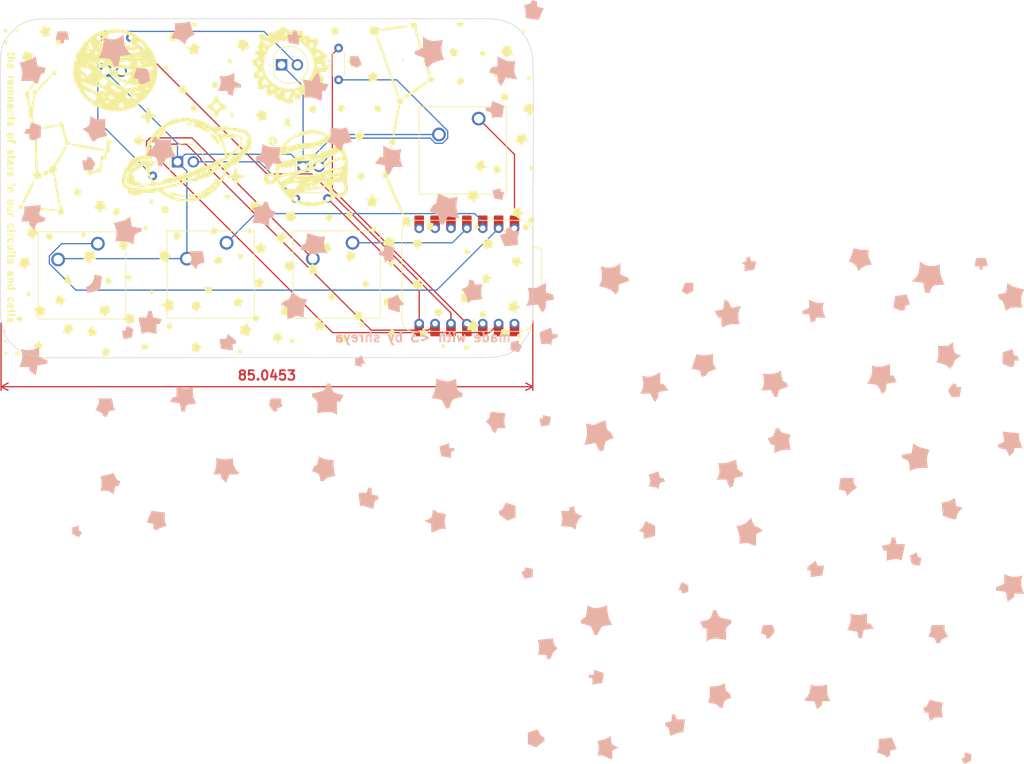
<source format=kicad_pcb>
(kicad_pcb (version 20241229) (generator "pcbnew") (generator_version "9.0")
  (layers (0 "F.Cu" signal) (2 "B.Cu" signal) (13 "F.Paste" user) (15 "B.Paste" user) (5 "F.SilkS" user "F.Silkscreen") (7 "B.SilkS" user "B.Silkscreen") (1 "F.Mask" user) (3 "B.Mask" user) (25 "Edge.Cuts" user))
  (net 0 "")
  (net 1 "GND")
  (net 2 "Net-(D1-PadA)")
  (net 3 "Net-(D2-PadA)")
  (net 4 "Net-(D3-PadA)")
  (net 5 "Net-(D5-PadA)")
  (net 6 "LED1")
  (net 7 "LED2")
  (net 8 "LED3")
  (net 9 "LED4")
  (net 10 "button1")
  (net 11 "button2")
  (net 12 "button3")
  (net 13 "button4")
  (footprint "L08R5000Q1:LEDRD254W57D500H1070" (layer "F.Cu") (at 50.930428 100.24)
    (property "Reference" "D2")
    (property "Value" "L08R5000Q1" (hide yes))
  )
  (footprint "Button_Switch_Keyboard:SW_Cherry_MX_1.00u_PCB" (layer "F.Cu") (at 89.19 127.7)
    (property "Reference" "SW4" (hide yes))
    (property "Value" "SW_Push")
  )
  (footprint "Resistor_THT:R_Axial_DIN0204_L3.6mm_D1.6mm_P5.08mm_Horizontal" (layer "F.Cu") (at 48.6 94.87)
    (property "Reference" "R2" (hide yes))
    (property "Value" "R")
  )
  (footprint "L08R5000Q1:LEDRD254W57D500H1070" (layer "F.Cu") (at 82.550428 115.47)
    (property "Reference" "D5" (hide yes))
    (property "Value" "L08R5000Q1")
  )
  (footprint "Resistor_THT:R_Axial_DIN0204_L3.6mm_D1.6mm_P5.08mm_Horizontal" (layer "F.Cu") (at 57.24 116.99 90)
    (property "Reference" "R3")
    (property "Value" "R")
  )
  (footprint "Resistor_THT:R_Axial_DIN0204_L3.6mm_D1.6mm_P5.08mm_Horizontal" (layer "F.Cu") (at 86.96 101.62 90)
    (property "Reference" "R1")
    (property "Value" "R")
  )
  (footprint "Button_Switch_Keyboard:SW_Cherry_MX_1.00u_PCB" (layer "F.Cu") (at 109.36 107.83)
    (property "Reference" "SW1" (hide yes))
    (property "Value" "SW_Push")
  )
  (footprint "Button_Switch_Keyboard:SW_Cherry_MX_1.00u_PCB" (layer "F.Cu") (at 48.45 127.84)
    (property "Reference" "SW2" (hide yes))
    (property "Value" "SW_Push")
  )
  (footprint "L08R5000Q1:LEDRD254W57D500H1070" (layer "F.Cu") (at 79.1 99.22)
    (property "Reference" "D1" (hide yes))
    (property "Value" "L08R5000Q1" (hide yes))
  )
  (footprint "L08R5000Q1:LEDRD254W57D500H1070" (layer "F.Cu") (at 62.46 114.74)
    (property "Reference" "D3" (hide yes))
    (property "Value" "L08R5000Q1")
  )
  (footprint "OPL:XIAO-RP2040-DIP" (layer "F.Cu") (at 107.47 133 -90)
    (property "Reference" "U1" (hide yes))
    (property "Value" "XIAO-RP2040-DIP")
  )
  (footprint "Resistor_THT:R_Axial_DIN0204_L3.6mm_D1.6mm_P5.08mm_Horizontal" (layer "F.Cu") (at 80.11 120.61)
    (property "Reference" "R4")
    (property "Value" "R")
  )
  (footprint "Button_Switch_Keyboard:SW_Cherry_MX_1.00u_PCB" (layer "F.Cu") (at 69.04 127.7)
    (property "Reference" "SW3" (hide yes))
    (property "Value" "SW_Push")
  )
  (gr_poly (pts (xy 87.032113 117.205374) (xy 87.094832 117.217972) (xy 87.149336 117.230571) (xy 87.202195 117.244813) (xy 87.259985 117.262342) (xy 87.329278 117.284801) (xy 87.416647 117.313833) (xy 87.276416 117.734519) (xy 86.154586 117.734519) (xy 86.014354 117.313833) (xy 86.277284 117.401476) (xy 86.575272 117.45406) (xy 86.85573 117.173604)) (fill yes) (layer "F.SilkS"))
  (gr_poly (pts (xy 116.84724 110.556539) (xy 116.894685 110.709405) (xy 116.933954 110.829247) (xy 116.952127 110.879961) (xy 116.970183 110.926233) (xy 116.988762 110.969333) (xy 117.008507 111.010531) (xy 117.030059 111.0511) (xy 117.054061 111.09231) (xy 117.081154 111.135432) (xy 117.11198 111.181737) (xy 117.187401 111.288981) (xy 117.285458 111.424209) (xy 116.952413 111.4505) (xy 116.58431 111.564436) (xy 116.520508 111.679749) (xy 116.471493 111.770724) (xy 116.451502 111.809652) (xy 116.433976 111.845576) (xy 116.418503 111.879524) (xy 116.404673 111.912523) (xy 116.392074 111.945599) (xy 116.380296 111.97978) (xy 116.368927 112.016093) (xy 116.357558 112.055565) (xy 116.333173 112.148093) (xy 116.303855 112.265582) (xy 116.137333 111.993888) (xy 116.080823 111.931826) (xy 116.026469 111.876787) (xy 115.973717 111.828272) (xy 115.922013 111.785783) (xy 115.896382 111.766643) (xy 115.870805 111.748821) (xy 115.845214 111.732257) (xy 115.81954 111.716888) (xy 115.793712 111.702652) (xy 115.767663 111.689485) (xy 115.741323 111.677326) (xy 115.714623 111.666113) (xy 115.659866 111.646274) (xy 115.602838 111.629469) (xy 115.542987 111.6152) (xy 115.479759 111.602968) (xy 115.412602 111.592274) (xy 115.340962 111.58262) (xy 115.182021 111.564436) (xy 115.322252 111.248921) (xy 115.379021 111.114149) (xy 115.401866 111.057539) (xy 115.421292 111.006263) (xy 115.437504 110.958935) (xy 115.450708 110.91417) (xy 115.461109 110.87058) (xy 115.468912 110.826778) (xy 115.474323 110.781379) (xy 115.477547 110.732995) (xy 115.47879 110.68024) (xy 115.478258 110.621728) (xy 115.476154 110.556072) (xy 115.472686 110.481885) (xy 115.462475 110.302374) (xy 115.786762 110.390017) (xy 115.829871 110.395168) (xy 115.870635 110.398331) (xy 115.909199 110.399625) (xy 115.945708 110.399169) (xy 115.980308 110.397084) (xy 116.013145 110.393489) (xy 116.044364 110.388503) (xy 116.07411 110.382247) (xy 116.102529 110.374841) (xy 116.129767 110.366403) (xy 116.155969 110.357053) (xy 116.18128 110.346912) (xy 116.229812 110.324733) (xy 116.276529 110.300824) (xy 116.369168 110.251642) (xy 116.417419 110.228286) (xy 116.468509 110.207028) (xy 116.495483 110.197486) (xy 116.523602 110.188828) (xy 116.553014 110.181174) (xy 116.583863 110.174642) (xy 116.616295 110.169354) (xy 116.650455 110.165429) (xy 116.686488 110.162986) (xy 116.724541 110.162145)) (fill yes) (layer "F.SilkS"))
  (gr_poly (pts (xy 40.15942 93.194417) (xy 40.333827 93.233739) (xy 40.508823 93.27047) (xy 40.684403 93.304232) (xy 40.860566 93.334646) (xy 40.781688 93.650162) (xy 40.771336 93.71925) (xy 40.762888 93.784847) (xy 40.756371 93.847418) (xy 40.751816 93.907426) (xy 40.74925 93.965336) (xy 40.748702 94.021613) (xy 40.750201 94.076721) (xy 40.753777 94.131124) (xy 40.759457 94.185287) (xy 40.767271 94.239674) (xy 40.777246 94.294749) (xy 40.789413 94.350978) (xy 40.8038 94.408823) (xy 40.820435 94.468751) (xy 40.839348 94.531224) (xy 40.860566 94.596708) (xy 40.536287 94.57918) (xy 40.400616 94.575353) (xy 40.34423 94.575004) (xy 40.293918 94.576279) (xy 40.248512 94.579614) (xy 40.206844 94.585447) (xy 40.187047 94.589437) (xy 40.167746 94.594214) (xy 40.148795 94.599834) (xy 40.130049 94.606352) (xy 40.111361 94.613821) (xy 40.092586 94.622296) (xy 40.054187 94.642484) (xy 40.013685 94.667352) (xy 39.969911 94.697336) (xy 39.921698 94.732873) (xy 39.867875 94.774399) (xy 39.738733 94.877167) (xy 39.598504 94.176021) (xy 39.037587 94.035792) (xy 39.037587 93.755333) (xy 39.598504 93.615104) (xy 39.738733 92.913958)) (fill yes) (layer "F.SilkS"))
  (gr_poly (pts (xy 51.273307 95.048692) (xy 51.448882 95.082455) (xy 51.62395 95.118745) (xy 51.798441 95.157625) (xy 51.849931 95.355918) (xy 51.86746 95.428771) (xy 51.881702 95.495051) (xy 51.894301 95.562975) (xy 51.906899 95.640758) (xy 51.938671 95.858771) (xy 51.84543 95.951429) (xy 51.80639 95.989087) (xy 51.77119 96.021595) (xy 51.738916 96.049431) (xy 51.708658 96.073069) (xy 51.694 96.083462) (xy 51.679504 96.092983) (xy 51.665057 96.101693) (xy 51.650543 96.109649) (xy 51.63585 96.116913) (xy 51.620863 96.123543) (xy 51.605468 96.129598) (xy 51.589552 96.135138) (xy 51.573 96.140222) (xy 51.555699 96.14491) (xy 51.518393 96.153334) (xy 51.476722 96.160885) (xy 51.429774 96.168038) (xy 51.316402 96.183051) (xy 51.242139 96.17303) (xy 51.17432 96.161739) (xy 51.112293 96.148908) (xy 51.055406 96.134264) (xy 51.003008 96.117537) (xy 50.954447 96.098455) (xy 50.909069 96.076749) (xy 50.866224 96.052147) (xy 50.825259 96.024377) (xy 50.785522 95.993169) (xy 50.746361 95.958252) (xy 50.707124 95.919354) (xy 50.667159 95.876206) (xy 50.625815 95.828535) (xy 50.582438 95.77607) (xy 50.536378 95.718542) (xy 50.69797 95.671981) (xy 50.756992 95.655685) (xy 50.810263 95.641854) (xy 50.864355 95.628844) (xy 50.925842 95.615013) (xy 51.097295 95.578313) (xy 51.237524 95.718542) (xy 51.377753 95.297854) (xy 50.957065 95.157625) (xy 51.097295 95.017396)) (fill yes) (layer "F.SilkS"))
  (gr_poly (pts (xy 86.995962 114.509249) (xy 86.75549 114.56074) (xy 86.443807 114.631949) (xy 86.133224 114.700969) (xy 86.037903 114.722968) (xy 85.998909 114.733039) (xy 85.964914 114.743213) (xy 85.935331 114.754031) (xy 85.922012 114.75985) (xy 85.909577 114.766033) (xy 85.897953 114.772647) (xy 85.887066 114.77976) (xy 85.876844 114.787439) (xy 85.867214 114.795753) (xy 85.858101 114.804768) (xy 85.849434 114.814552) (xy 85.841139 114.825174) (xy 85.833143 114.836699) (xy 85.825373 114.849197) (xy 85.817756 114.862735) (xy 85.802687 114.8932) (xy 85.787351 114.928634) (xy 85.771164 114.96958) (xy 85.733896 115.070166) (xy 85.585074 115.156337) (xy 85.529536 115.187483) (xy 85.477951 115.215188) (xy 85.423851 115.242841) (xy 85.360763 115.273833) (xy 85.181745 115.359387) (xy 84.879924 115.504548) (xy 84.612065 115.631081) (xy 84.331607 115.771311) (xy 84.16955 115.777226) (xy 84.0074 115.780506) (xy 83.845213 115.781379) (xy 83.683045 115.780075) (xy 83.335758 115.776242) (xy 83.069545 115.771311) (xy 83.209772 115.350625) (xy 83.718103 115.34186) (xy 83.875227 115.321787) (xy 84.02902 115.294726) (xy 84.179773 115.26116) (xy 84.327776 115.221571) (xy 84.473321 115.176442) (xy 84.616697 115.126255) (xy 84.758195 115.071492) (xy 84.898108 115.012635) (xy 85.036724 114.950167) (xy 85.174336 114.88457) (xy 85.447707 114.745917) (xy 85.995184 114.452281) (xy 86.122388 114.388731) (xy 86.244802 114.330453) (xy 86.364519 114.277395) (xy 86.483635 114.229503) (xy 86.543621 114.207479) (xy 86.604242 114.186727) (xy 86.66576 114.16724) (xy 86.728436 114.149013) (xy 86.792533 114.132037) (xy 86.858311 114.116308) (xy 86.926034 114.101818) (xy 86.995962 114.088561)) (fill yes) (layer "F.SilkS"))
  (gr_poly (pts (xy 42.23903 94.792399) (xy 42.330781 94.83718) (xy 42.4061 94.876208) (xy 42.440164 94.895106) (xy 42.473202 94.914415) (xy 42.506239 94.934751) (xy 42.540304 94.95673) (xy 42.615622 95.008084) (xy 42.707374 95.073405) (xy 42.823775 95.157625) (xy 42.838154 95.282653) (xy 42.848425 95.380567) (xy 42.854587 95.459583) (xy 42.856128 95.494572) (xy 42.856641 95.527918) (xy 42.856128 95.560647) (xy 42.854587 95.593787) (xy 42.852019 95.628365) (xy 42.848425 95.665408) (xy 42.838154 95.750997) (xy 42.823775 95.858771) (xy 41.982399 95.999) (xy 41.927212 95.894102) (xy 41.884349 95.810567) (xy 41.866512 95.774243) (xy 41.850524 95.740179) (xy 41.835974 95.707347) (xy 41.822451 95.67472) (xy 41.809544 95.641272) (xy 41.796843 95.605975) (xy 41.783936 95.567802) (xy 41.770413 95.525727) (xy 41.739874 95.425759) (xy 41.701941 95.297854) (xy 41.76603 95.190354) (xy 41.816973 95.106682) (xy 41.839055 95.071728) (xy 41.859699 95.040265) (xy 41.879522 95.011473) (xy 41.899139 94.98453) (xy 41.919167 94.958613) (xy 41.940222 94.932902) (xy 41.96292 94.906575) (xy 41.987877 94.87881) (xy 42.047036 94.81568) (xy 42.122629 94.736938)) (fill yes) (layer "F.SilkS"))
  (gr_poly (pts (xy 61.894941 126.849415) (xy 61.334024 126.849415) (xy 61.334024 127.270101) (xy 60.492648 126.989643) (xy 60.632877 126.00804) (xy 61.474253 126.00804)) (fill yes) (layer "F.SilkS"))
  (gr_poly (pts (xy 115.462475 137.647062) (xy 116.023393 137.92752) (xy 115.883169 138.207979) (xy 115.462475 138.348206) (xy 115.322252 138.909123) (xy 114.060186 138.488433) (xy 114.200418 137.226372) (xy 114.533463 137.243901) (xy 114.662928 137.250786) (xy 114.7163 137.252337) (xy 114.763365 137.252045) (xy 114.805073 137.249474) (xy 114.824215 137.247198) (xy 114.842374 137.244188) (xy 114.859669 137.240389) (xy 114.876219 137.235748) (xy 114.892142 137.23021) (xy 114.907557 137.22372) (xy 114.922583 137.216224) (xy 114.937338 137.207666) (xy 114.951942 137.197994) (xy 114.966512 137.187151) (xy 114.981169 137.175084) (xy 114.99603 137.161737) (xy 115.026841 137.130988) (xy 115.059896 137.094468) (xy 115.096144 137.051739) (xy 115.182021 136.945913) (xy 115.462475 136.945913)) (fill yes) (layer "F.SilkS"))
  (gr_poly (pts (xy 65.698434 119.843354) (xy 65.746769 119.848828) (xy 65.795569 119.858983) (xy 65.846413 119.873768) (xy 65.900881 119.893133) (xy 65.960551 119.917024) (xy 66.101816 119.978186) (xy 66.04095 120.04779) (xy 65.981405 120.111148) (xy 65.922709 120.168659) (xy 65.864396 120.220721) (xy 65.805996 120.267732) (xy 65.74704 120.31009) (xy 65.68706 120.348193) (xy 65.625587 120.382441) (xy 65.562152 120.413231) (xy 65.496287 120.440961) (xy 65.427522 120.46603) (xy 65.35539 120.488836) (xy 65.27942 120.509777) (xy 65.199145 120.529252) (xy 65.114096 120.547659) (xy 65.023804 120.565396) (xy 64.680352 120.632772) (xy 64.419064 120.679332) (xy 64.466258 120.539993) (xy 64.48714 120.482674) (xy 64.507392 120.432288) (xy 64.527902 120.387858) (xy 64.538529 120.367573) (xy 64.549554 120.34841) (xy 64.561085 120.330249) (xy 64.573234 120.312968) (xy 64.586112 120.296444) (xy 64.599829 120.280555) (xy 64.614496 120.26518) (xy 64.630224 120.250197) (xy 64.647123 120.235483) (xy 64.665304 120.220917) (xy 64.705957 120.191739) (xy 64.753068 120.161689) (xy 64.807522 120.12979) (xy 64.870205 120.095067) (xy 65.023804 120.013244) (xy 65.240473 119.940442) (xy 65.329766 119.911706) (xy 65.408471 119.88801) (xy 65.478166 119.869305) (xy 65.540431 119.855538) (xy 65.596844 119.846658) (xy 65.648986 119.842614)) (fill yes) (layer "F.SilkS"))
  (gr_poly (pts (xy 51.097295 100.626562) (xy 51.368989 100.740498) (xy 51.464729 100.796285) (xy 51.504004 100.820475) (xy 51.538387 100.843342) (xy 51.553941 100.854549) (xy 51.568508 100.865747) (xy 51.582167 100.877045) (xy 51.594996 100.88855) (xy 51.607074 100.90037) (xy 51.618479 100.912612) (xy 51.629291 100.925383) (xy 51.639588 100.938791) (xy 51.649448 100.952944) (xy 51.65895 100.967949) (xy 51.668173 100.983914) (xy 51.677196 101.000946) (xy 51.686096 101.019153) (xy 51.694953 101.038642) (xy 51.712852 101.081896) (xy 51.731521 101.13157) (xy 51.75159 101.188523) (xy 51.798441 101.327708) (xy 51.696607 101.312279) (xy 51.597807 101.295381) (xy 51.501796 101.276768) (xy 51.408329 101.256194) (xy 51.317162 101.233412) (xy 51.22805 101.208177) (xy 51.140749 101.180243) (xy 51.055013 101.149364) (xy 50.970599 101.115294) (xy 50.887262 101.077787) (xy 50.804756 101.036596) (xy 50.722838 100.991477) (xy 50.641263 100.942183) (xy 50.559786 100.888468) (xy 50.478163 100.830086) (xy 50.396148 100.766791) (xy 50.38177 100.641763) (xy 50.371499 100.543849) (xy 50.365337 100.464833) (xy 50.363797 100.429844) (xy 50.363283 100.396499) (xy 50.363797 100.36377) (xy 50.365337 100.330629) (xy 50.367905 100.296051) (xy 50.371499 100.259009) (xy 50.38177 100.173419) (xy 50.396148 100.065646) (xy 51.237524 100.065646)) (fill yes) (layer "F.SilkS"))
  (gr_poly (pts (xy 72.994603 121.167298) (xy 73.318882 121.184826) (xy 73.454553 121.188653) (xy 73.510939 121.189002) (xy 73.561252 121.187727) (xy 73.606657 121.184392) (xy 73.648325 121.178559) (xy 73.668123 121.174569) (xy 73.687423 121.169792) (xy 73.706374 121.164171) (xy 73.72512 121.157654) (xy 73.743808 121.150185) (xy 73.762583 121.14171) (xy 73.800982 121.121522) (xy 73.841484 121.096654) (xy 73.885258 121.06667) (xy 73.933471 121.031133) (xy 73.987293 120.989606) (xy 74.116436 120.886839) (xy 74.151493 121.219883) (xy 74.17426 121.348531) (xy 74.184731 121.401209) (xy 74.195364 121.447202) (xy 74.206736 121.487317) (xy 74.219427 121.522364) (xy 74.226446 121.53824) (xy 74.234012 121.553153) (xy 74.242196 121.567202) (xy 74.25107 121.58049) (xy 74.260707 121.593118) (xy 74.271179 121.605187) (xy 74.282558 121.616797) (xy 74.294916 121.62805) (xy 74.308326 121.639047) (xy 74.322859 121.649889) (xy 74.355587 121.671514) (xy 74.393675 121.693732) (xy 74.437703 121.717352) (xy 74.545888 121.772036) (xy 74.817582 121.868443) (xy 74.545888 122.04373) (xy 74.489165 122.092896) (xy 74.438235 122.139407) (xy 74.392709 122.183865) (xy 74.352201 122.226876) (xy 74.316324 122.269044) (xy 74.3 122.29) (xy 74.284689 122.310972) (xy 74.270341 122.332036) (xy 74.256909 122.353266) (xy 74.244343 122.374739) (xy 74.232596 122.39653) (xy 74.22162 122.418714) (xy 74.211364 122.441367) (xy 74.201782 122.464564) (xy 74.192825 122.488382) (xy 74.176591 122.538179) (xy 74.162274 122.591363) (xy 74.149488 122.648537) (xy 74.137844 122.710307) (xy 74.126956 122.777275) (xy 74.116436 122.850047) (xy 73.835977 122.850047) (xy 73.695748 122.56959) (xy 73.44365 122.515518) (xy 73.352689 122.497344) (xy 73.271974 122.482887) (xy 73.191645 122.470503) (xy 73.101842 122.45855) (xy 72.854374 122.42936)) (fill yes) (layer "F.SilkS"))
  (gr_poly (pts (xy 70.168462 106.936875) (xy 70.02823 107.63802) (xy 69.607544 107.497791) (xy 69.747772 106.796646)) (fill yes) (layer "F.SilkS"))
  (gr_poly (pts (xy 81.138846 102.34673) (xy 81.166493 102.349335) (xy 81.195051 102.353443) (xy 81.224728 102.359001) (xy 81.288255 102.374266) (xy 81.358717 102.394718) (xy 81.527021 102.449541) (xy 81.464755 102.522074) (xy 81.403598 102.587507) (xy 81.343087 102.646292) (xy 81.282761 102.698879) (xy 81.222159 102.745719) (xy 81.160817 102.787262) (xy 81.098275 102.823958) (xy 81.034071 102.856259) (xy 80.967743 102.884613) (xy 80.89883 102.909473) (xy 80.826868 102.931288) (xy 80.751398 102.950508) (xy 80.671957 102.967585) (xy 80.588083 102.982969) (xy 80.499315 102.997109) (xy 80.40519 103.010457) (xy 80.40519 102.73) (xy 80.60937 102.582055) (xy 80.693926 102.522848) (xy 80.768984 102.472938) (xy 80.836188 102.431912) (xy 80.897181 102.39936) (xy 80.925862 102.386133) (xy 80.953606 102.374871) (xy 80.980619 102.365523) (xy 81.007106 102.358036) (xy 81.033273 102.352359) (xy 81.059325 102.348441) (xy 81.085468 102.346232) (xy 81.111906 102.345678)) (fill yes) (layer "F.SilkS"))
  (gr_poly (pts (xy 86.422246 115.77808) (xy 86.485861 115.786703) (xy 86.549916 115.801047) (xy 86.616671 115.820909) (xy 86.688385 115.846082) (xy 86.85573 115.91154) (xy 86.724827 115.982398) (xy 86.664605 116.013481) (xy 86.606978 116.041772) (xy 86.551275 116.067348) (xy 86.496827 116.090289) (xy 86.442965 116.110673) (xy 86.38902 116.128578) (xy 86.334322 116.144083) (xy 86.278202 116.157266) (xy 86.21999 116.168206) (xy 86.159017 116.17698) (xy 86.094614 116.183669) (xy 86.026111 116.188349) (xy 85.952838 116.191099) (xy 85.874127 116.191999) (xy 85.733896 116.472457) (xy 85.453437 116.332228) (xy 85.31321 116.612687) (xy 85.31321 116.051769) (xy 85.65803 115.93975) (xy 85.923267 115.858015) (xy 86.031691 115.827991) (xy 86.126998 115.804921) (xy 86.211448 115.7886) (xy 86.287299 115.778823) (xy 86.356812 115.775385)) (fill yes) (layer "F.SilkS"))
  (gr_poly (pts (xy 86.981718 112.582194) (xy 86.929132 112.684627) (xy 86.906844 112.72547) (xy 86.886406 112.760767) (xy 86.8672 112.791545) (xy 86.84861 112.818831) (xy 86.83002 112.843651) (xy 86.810814 112.867034) (xy 86.768088 112.913595) (xy 86.715503 112.966729) (xy 86.995962 113.247187) (xy 86.856006 113.33976) (xy 86.797223 113.377214) (xy 86.743986 113.409326) (xy 86.694858 113.436509) (xy 86.6484 113.459173) (xy 86.625723 113.468939) (xy 86.603174 113.477729) (xy 86.580574 113.485594) (xy 86.557743 113.492587) (xy 86.534501 113.498758) (xy 86.510669 113.504158) (xy 86.460514 113.512854) (xy 86.405839 113.519085) (xy 86.345208 113.523262) (xy 86.277182 113.525795) (xy 86.200323 113.527096) (xy 86.014354 113.527644) (xy 86.014354 113.247187) (xy 86.435044 113.247187) (xy 86.154586 112.405812) (xy 86.281965 112.372124) (xy 86.403619 112.343254) (xy 86.521742 112.319102) (xy 86.638527 112.299566) (xy 86.75617 112.284547) (xy 86.876865 112.273944) (xy 87.002807 112.267656) (xy 87.136189 112.265582)) (fill yes) (layer "F.SilkS"))
  (gr_poly (pts (xy 107.048734 101.467937) (xy 106.908502 102.309312) (xy 106.067122 102.449541) (xy 105.786668 101.748396) (xy 106.207354 101.608166) (xy 106.207354 101.187479)) (fill yes) (layer "F.SilkS"))
  (gr_poly (pts (xy 37.495067 103.431145) (xy 37.485207 103.693527) (xy 37.483776 104.006911) (xy 37.493076 104.311553) (xy 37.51313 104.609948) (xy 37.543962 104.90459) (xy 37.585594 105.197972) (xy 37.63805 105.492588) (xy 37.701352 105.790933) (xy 37.775525 106.095499) (xy 38.196212 104.132291) (xy 38.336441 104.132291) (xy 38.343029 104.357314) (xy 38.342569 104.57727) (xy 38.335142 104.79369) (xy 38.320824 105.008107) (xy 38.299694 105.222054) (xy 38.27183 105.437062) (xy 38.23731 105.654664) (xy 38.196212 105.876392) (xy 38.152539 106.117714) (xy 38.116978 106.354929) (xy 38.089206 106.589577) (xy 38.068904 106.823199) (xy 38.055751 107.057337) (xy 38.049427 107.29353) (xy 38.049611 107.533321) (xy 38.055983 107.77825) (xy 37.354837 107.77825) (xy 37.364697 107.504912) (xy 37.380333 106.894469) (xy 37.384494 106.415312) (xy 37.380181 106.212101) (xy 37.370491 106.026275) (xy 37.354589 105.852686) (xy 37.331637 105.68619) (xy 37.3008 105.521641) (xy 37.261241 105.353893) (xy 37.212125 105.1778) (xy 37.152616 104.988217) (xy 36.999072 104.547995) (xy 36.793921 103.992062) (xy 36.825691 103.769119) (xy 36.83829 103.690103) (xy 36.850889 103.621769) (xy 36.865131 103.5559) (xy 36.88266 103.484279) (xy 36.93415 103.290916)) (fill yes) (layer "F.SilkS"))
  (gr_poly (pts (xy 117.986607 115.490852) (xy 117.986607 116.051769) (xy 117.565913 116.051769) (xy 117.42569 115.631081) (xy 117.565913 115.350625)) (fill yes) (layer "F.SilkS"))
  (gr_poly (pts (xy 51.439105 98.935048) (xy 51.946887 99.008997) (xy 52.083309 99.034041) (xy 52.187538 99.054573) (xy 52.229605 99.063935) (xy 52.266052 99.073115) (xy 52.29769 99.082428) (xy 52.325328 99.09219) (xy 52.349775 99.102715) (xy 52.371842 99.11432) (xy 52.392338 99.127319) (xy 52.412072 99.142028) (xy 52.431854 99.158762) (xy 52.452494 99.177837) (xy 52.499586 99.22427) (xy 52.744587 99.26206) (xy 52.989864 99.298067) (xy 53.235402 99.332233) (xy 53.481191 99.3645) (xy 53.481191 99.084042) (xy 53.761649 99.084042) (xy 53.901879 99.504729) (xy 53.568833 99.566079) (xy 53.448431 99.586775) (xy 53.354467 99.604248) (xy 53.315024 99.612578) (xy 53.279341 99.621066) (xy 53.246467 99.630031) (xy 53.215453 99.639795) (xy 53.185348 99.650679) (xy 53.155202 99.663004) (xy 53.124066 99.677091) (xy 53.090989 99.693261) (xy 53.015213 99.733133) (xy 52.920274 99.785187) (xy 52.734238 99.7963) (xy 52.548011 99.80414) (xy 52.361673 99.809076) (xy 52.175307 99.81148) (xy 51.773792 99.817506) (xy 51.617841 99.802995) (xy 51.472602 99.784814) (xy 51.403166 99.773824) (xy 51.335406 99.761287) (xy 51.268988 99.746994) (xy 51.203581 99.730735) (xy 51.138849 99.712301) (xy 51.074458 99.691481) (xy 51.010076 99.668067) (xy 50.945368 99.641847) (xy 50.880001 99.612614) (xy 50.813641 99.580156) (xy 50.745954 99.544264) (xy 50.676607 99.504729) (xy 50.638948 99.382576) (xy 50.610327 99.286716) (xy 50.589101 99.208933) (xy 50.580747 99.174252) (xy 50.573626 99.141009) (xy 50.567532 99.108178) (xy 50.56226 99.074729) (xy 50.553359 99.001876) (xy 50.545279 98.914233) (xy 50.536378 98.803583)) (fill yes) (layer "F.SilkS"))
  (gr_poly (pts (xy 112.798129 115.490852) (xy 112.938352 116.332228) (xy 112.09698 116.612687) (xy 112.021388 116.533945) (xy 111.962229 116.470814) (xy 111.937271 116.443049) (xy 111.914573 116.416722) (xy 111.893518 116.391011) (xy 111.873491 116.365095) (xy 111.853874 116.338151) (xy 111.834051 116.309359) (xy 111.813407 116.277896) (xy 111.791325 116.242942) (xy 111.740383 116.15927) (xy 111.676294 116.051769) (xy 111.714226 115.923865) (xy 111.744763 115.823897) (xy 111.771192 115.743649) (xy 111.783893 115.708352) (xy 111.7968 115.674904) (xy 111.810323 115.642277) (xy 111.824873 115.609445) (xy 111.858698 115.539057) (xy 111.901561 115.455522) (xy 111.956749 115.350625)) (fill yes) (layer "F.SilkS"))
  (gr_poly (pts (xy 51.482925 93.60634) (xy 51.822543 93.610174) (xy 52.0789 93.615104) (xy 52.02805 93.667085) (xy 51.978451 93.715399) (xy 51.929716 93.76015) (xy 51.881462 93.801438) (xy 51.833303 93.839365) (xy 51.784854 93.874032) (xy 51.73573 93.90554) (xy 51.685547 93.933992) (xy 51.633919 93.959488) (xy 51.580461 93.98213) (xy 51.524788 94.00202) (xy 51.466515 94.019258) (xy 51.405258 94.033947) (xy 51.340631 94.046187) (xy 51.27225 94.05608) (xy 51.199729 94.063728) (xy 50.963443 94.06129) (xy 50.727621 94.056015) (xy 50.491901 94.047613) (xy 50.25592 94.035792) (xy 50.25592 93.755333) (xy 50.334109 93.733431) (xy 50.411306 93.713547) (xy 50.487679 93.695608) (xy 50.563399 93.679543) (xy 50.638635 93.665278) (xy 50.713558 93.65274) (xy 50.863143 93.632555) (xy 51.013513 93.618406) (xy 51.166027 93.609708) (xy 51.322044 93.605881)) (fill yes) (layer "F.SilkS"))
  (gr_poly (pts (xy 54.322567 101.608166) (xy 54.182337 102.309312) (xy 53.481191 102.169083) (xy 53.481191 101.467937)) (fill yes) (layer "F.SilkS"))
  (gr_poly (pts (xy 39.177816 143.817143) (xy 39.738733 144.097601) (xy 39.458275 144.37806) (xy 39.385622 144.517005) (xy 39.314518 144.656763) (xy 39.245178 144.797398) (xy 39.177816 144.938977) (xy 38.336441 144.798746) (xy 38.196212 143.817143) (xy 38.757129 143.817143) (xy 38.897358 143.396457) (xy 39.177816 143.396457)) (fill yes) (layer "F.SilkS"))
  (gr_poly (pts (xy 54.462794 103.851833) (xy 54.26998 104.035884) (xy 54.185003 104.119783) (xy 54.149651 104.155288) (xy 54.118064 104.187781) (xy 54.089498 104.218224) (xy 54.063207 104.24758) (xy 54.038447 104.276812) (xy 54.014474 104.306884) (xy 53.990543 104.338758) (xy 53.965909 104.373396) (xy 53.939828 104.411762) (xy 53.911555 104.454819) (xy 53.845454 104.558855) (xy 53.761649 104.693208) (xy 53.722769 104.518717) (xy 53.686479 104.343649) (xy 53.652716 104.168074) (xy 53.62142 103.992062) (xy 53.646192 103.967376) (xy 53.668409 103.945758) (xy 53.688802 103.926991) (xy 53.698544 103.918608) (xy 53.708105 103.910855) (xy 53.717576 103.903706) (xy 53.727048 103.897133) (xy 53.736613 103.891109) (xy 53.746363 103.885607) (xy 53.756389 103.880598) (xy 53.766783 103.876057) (xy 53.777635 103.871955) (xy 53.789038 103.868266) (xy 53.801083 103.864962) (xy 53.813861 103.862016) (xy 53.827464 103.859401) (xy 53.841983 103.857088) (xy 53.85751 103.855052) (xy 53.874137 103.853265) (xy 53.891954 103.851699) (xy 53.911054 103.850327) (xy 53.953465 103.848057) (xy 54.002103 103.846236) (xy 54.120986 103.843069)) (fill yes) (layer "F.SilkS"))
  (gr_poly (pts (xy 67.644334 102.028853) (xy 67.644334 102.73) (xy 66.94319 103.010457) (xy 66.890877 102.92884) (xy 66.850069 102.863655) (xy 66.832951 102.835171) (xy 66.817476 102.808331) (xy 66.803234 102.782311) (xy 66.789814 102.756292) (xy 66.776804 102.729452) (xy 66.763795 102.700968) (xy 66.750374 102.670019) (xy 66.736132 102.635783) (xy 66.70354 102.554165) (xy 66.662731 102.449541) (xy 66.70354 102.344917) (xy 66.736132 102.2633) (xy 66.763795 102.198115) (xy 66.776804 102.169631) (xy 66.789814 102.14279) (xy 66.803234 102.116771) (xy 66.817476 102.090752) (xy 66.850069 102.035427) (xy 66.890877 101.970243) (xy 66.94319 101.888625)) (fill yes) (layer "F.SilkS"))
  (gr_poly (pts (xy 48.152482 94.596708) (xy 48.432941 94.736938) (xy 48.292712 95.578313) (xy 49.134087 95.578313) (xy 49.134087 95.999) (xy 49.975461 96.139229) (xy 49.695004 96.559917) (xy 50.25592 97.120833) (xy 50.177178 97.176021) (xy 50.144072 97.198788) (xy 50.114048 97.218884) (xy 50.086283 97.236721) (xy 50.059956 97.252709) (xy 50.034245 97.267259) (xy 50.008328 97.280782) (xy 49.981385 97.293689) (xy 49.952593 97.306391) (xy 49.92113 97.319297) (xy 49.886176 97.33282) (xy 49.802504 97.363359) (xy 49.695004 97.401291) (xy 49.481921 97.28626) (xy 49.40537 97.243534) (xy 49.337857 97.204094) (xy 49.271166 97.163012) (xy 49.19708 97.115356) (xy 48.993857 96.980604) (xy 48.57317 96.980604) (xy 48.7134 97.541521) (xy 48.152482 97.68175) (xy 48.432941 97.120833) (xy 48.290104 97.157379) (xy 48.231275 97.173365) (xy 48.179469 97.188648) (xy 48.13366 97.203844) (xy 48.092821 97.219569) (xy 48.055924 97.236441) (xy 48.021942 97.255074) (xy 47.989849 97.276086) (xy 47.958617 97.300092) (xy 47.927219 97.327708) (xy 47.894629 97.359552) (xy 47.859818 97.396239) (xy 47.82176 97.438385) (xy 47.731796 97.541521) (xy 47.61827 97.576304) (xy 47.528573 97.602871) (xy 47.454487 97.622865) (xy 47.42073 97.63091) (xy 47.387796 97.637928) (xy 47.354656 97.644125) (xy 47.320283 97.649706) (xy 47.243732 97.659839) (xy 47.149926 97.669973) (xy 47.030649 97.68175) (xy 46.609962 97.401291) (xy 46.64672 97.033709) (xy 46.736853 97.033709) (xy 46.737538 97.09031) (xy 46.742151 97.226272) (xy 46.750191 97.401291) (xy 47.030649 97.261062) (xy 47.030649 96.700146) (xy 47.731796 96.700146) (xy 47.626624 96.419687) (xy 48.57317 96.419687) (xy 48.853629 96.419687) (xy 48.853629 96.139229) (xy 48.57317 96.139229) (xy 48.57317 96.419687) (xy 47.626624 96.419687) (xy 47.311108 95.578313) (xy 47.170878 95.578313) (xy 47.065005 95.876052) (xy 46.960534 96.174286) (xy 46.842216 96.509522) (xy 46.803621 96.630597) (xy 46.788102 96.681615) (xy 46.774923 96.728028) (xy 46.763948 96.771142) (xy 46.755044 96.812264) (xy 46.748075 96.8527) (xy 46.742906 96.893756) (xy 46.739402 96.936739) (xy 46.73743 96.982955) (xy 46.736853 97.033709) (xy 46.64672 97.033709) (xy 46.750191 95.999) (xy 46.189274 96.139229) (xy 46.329504 95.578313) (xy 46.609962 95.578313) (xy 46.609962 95.297854) (xy 46.819244 95.156044) (xy 47.029291 95.015362) (xy 47.451337 94.736938) (xy 47.594659 94.599823) (xy 47.736307 94.460946) (xy 47.806321 94.390699) (xy 47.875698 94.319835) (xy 47.944367 94.248296) (xy 48.012253 94.176021)) (fill yes) (layer "F.SilkS"))
  (gr_poly (pts (xy 82.7157 109.716465) (xy 83.097539 109.725892) (xy 83.490231 109.741457) (xy 83.630458 110.021915) (xy 83.159377 110.104081) (xy 82.543686 110.214732) (xy 82.233644 110.268412) (xy 82.044014 110.30471) (xy 81.86094 110.344189) (xy 81.683094 110.388193) (xy 81.509152 110.438063) (xy 81.423229 110.465618) (xy 81.337785 110.495142) (xy 81.252653 110.526805) (xy 81.167668 110.560773) (xy 81.082664 110.597216) (xy 80.997474 110.636299) (xy 80.911934 110.678192) (xy 80.825876 110.723062) (xy 80.40519 110.723062) (xy 80.419124 110.634974) (xy 80.430798 110.565167) (xy 80.441855 110.507069) (xy 80.447667 110.480357) (xy 80.45394 110.454106) (xy 80.460882 110.427497) (xy 80.468696 110.399706) (xy 80.487765 110.337294) (xy 80.512791 110.260298) (xy 80.545418 110.162145) (xy 80.72407 110.072259) (xy 80.902326 109.994742) (xy 81.080425 109.928758) (xy 81.258605 109.873476) (xy 81.437106 109.828062) (xy 81.616168 109.791683) (xy 81.796029 109.763505) (xy 81.976929 109.742694) (xy 82.159106 109.728418) (xy 82.342802 109.719844) (xy 82.528253 109.716137)) (fill yes) (layer "F.SilkS"))
  (gr_poly (pts (xy 77.965683 93.070077) (xy 78.044379 93.087607) (xy 78.117757 93.106974) (xy 78.186419 93.128373) (xy 78.250972 93.152) (xy 78.312019 93.178053) (xy 78.370164 93.206726) (xy 78.426014 93.238217) (xy 78.480171 93.272722) (xy 78.53324 93.310435) (xy 78.585827 93.351555) (xy 78.638535 93.396276) (xy 78.691968 93.444796) (xy 78.746732 93.497309) (xy 78.86267 93.615104) (xy 79.283356 93.755333) (xy 79.563815 93.615104) (xy 79.984501 93.895563) (xy 80.091483 93.896675) (xy 80.175968 93.896823) (xy 80.24566 93.895392) (xy 80.277366 93.893892) (xy 80.308262 93.891766) (xy 80.339311 93.888936) (xy 80.371476 93.885327) (xy 80.443006 93.87546) (xy 80.530555 93.861549) (xy 80.641825 93.842977) (xy 80.985278 93.795868) (xy 81.246566 93.755333) (xy 81.276544 93.818357) (xy 81.301176 93.876882) (xy 81.320753 93.931575) (xy 81.335562 93.983101) (xy 81.345893 94.032127) (xy 81.352035 94.079317) (xy 81.354275 94.125337) (xy 81.352904 94.170854) (xy 81.34821 94.216531) (xy 81.340482 94.263036) (xy 81.330008 94.311034) (xy 81.317077 94.361189) (xy 81.285002 94.470639) (xy 81.246566 94.596708) (xy 81.640961 94.509065) (xy 81.78932 94.492255) (xy 81.850963 94.486534) (xy 81.905943 94.483046) (xy 81.955531 94.482126) (xy 82.000998 94.484107) (xy 82.022583 94.48629) (xy 82.043614 94.489324) (xy 82.064251 94.49325) (xy 82.084652 94.49811) (xy 82.104976 94.503945) (xy 82.125382 94.510798) (xy 82.167075 94.527724) (xy 82.211001 94.549219) (xy 82.258433 94.575619) (xy 82.31064 94.607257) (xy 82.368894 94.644467) (xy 82.508628 94.736938) (xy 82.508628 95.017396) (xy 83.630458 95.017396) (xy 83.68195 95.215689) (xy 83.699478 95.288542) (xy 83.713721 95.354822) (xy 83.72632 95.422746) (xy 83.738919 95.500529) (xy 83.77069 95.718542) (xy 83.490231 95.999) (xy 83.437359 96.170944) (xy 83.419485 96.232555) (xy 83.405128 96.286688) (xy 83.392644 96.339918) (xy 83.38039 96.398817) (xy 83.35 96.559917) (xy 83.674283 96.682617) (xy 83.799499 96.735237) (xy 83.898731 96.778203) (xy 83.941524 96.79767) (xy 83.981325 96.81665) (xy 84.019303 96.835783) (xy 84.056626 96.855712) (xy 84.094463 96.87708) (xy 84.133981 96.900527) (xy 84.222737 96.956228) (xy 84.332239 97.027952) (xy 84.471834 97.120833) (xy 84.471834 97.401291) (xy 85.172983 97.541521) (xy 85.161205 97.626014) (xy 85.151072 97.693253) (xy 85.146107 97.722456) (xy 85.140938 97.74981) (xy 85.135357 97.776138) (xy 85.12916 97.802259) (xy 85.122142 97.828997) (xy 85.114096 97.857173) (xy 85.094103 97.921125) (xy 85.067535 98.000689) (xy 85.032751 98.102437) (xy 84.471834 98.523125) (xy 85.31321 99.785187) (xy 84.892524 100.346104) (xy 84.679439 100.355964) (xy 84.602888 100.358429) (xy 84.535375 100.35925) (xy 84.468684 100.358429) (xy 84.394598 100.355964) (xy 84.191376 100.346104) (xy 83.910917 100.626562) (xy 84.191376 100.766791) (xy 84.249227 100.825755) (xy 84.299703 100.879828) (xy 84.343309 100.929905) (xy 84.380552 100.976886) (xy 84.396946 100.999495) (xy 84.411939 101.021667) (xy 84.425595 101.043513) (xy 84.437977 101.065145) (xy 84.449148 101.086676) (xy 84.459173 101.108218) (xy 84.468113 101.129883) (xy 84.476033 101.151783) (xy 84.482996 101.17403) (xy 84.489065 101.196737) (xy 84.494303 101.220016) (xy 84.498774 101.243978) (xy 84.505669 101.294403) (xy 84.510256 101.34891) (xy 84.513042 101.408395) (xy 84.514533 101.473756) (xy 84.515658 101.625695) (xy 84.500919 101.80533) (xy 84.488131 101.942032) (xy 84.481796 101.996788) (xy 84.475139 102.043815) (xy 84.467891 102.084114) (xy 84.459784 102.118688) (xy 84.450547 102.148537) (xy 84.43991 102.174663) (xy 84.427605 102.198068) (xy 84.413361 102.219751) (xy 84.396908 102.240717) (xy 84.377978 102.261964) (xy 84.331607 102.309312) (xy 84.156338 102.312559) (xy 83.98103 102.313696) (xy 83.805722 102.312641) (xy 83.630458 102.309312) (xy 83.35 102.870229) (xy 83.069545 102.870229) (xy 83.069545 103.992062) (xy 82.990803 104.023969) (xy 82.927672 104.048482) (xy 82.899907 104.058479) (xy 82.873579 104.067243) (xy 82.847868 104.074981) (xy 82.821952 104.081896) (xy 82.795008 104.088196) (xy 82.766216 104.094084) (xy 82.734754 104.099767) (xy 82.699799 104.10545) (xy 82.616128 104.117638) (xy 82.508628 104.132291) (xy 82.280754 104.012329) (xy 82.200506 103.968371) (xy 82.13176 103.92852) (xy 82.066302 103.887849) (xy 81.995913 103.841425) (xy 81.807479 103.711604) (xy 81.807479 103.992062) (xy 81.106335 103.992062) (xy 80.685649 104.833437) (xy 79.984501 104.693208) (xy 79.984501 104.132291) (xy 79.563815 104.412749) (xy 79.642693 104.824673) (xy 79.704042 105.254124) (xy 79.679249 105.278819) (xy 79.656883 105.300496) (xy 79.646341 105.310288) (xy 79.636083 105.319427) (xy 79.626001 105.327946) (xy 79.615989 105.335879) (xy 79.605938 105.34326) (xy 79.595741 105.350123) (xy 79.58529 105.356501) (xy 79.574479 105.362429) (xy 79.563198 105.367939) (xy 79.551342 105.373065) (xy 79.538802 105.377842) (xy 79.52547 105.382303) (xy 79.51124 105.386481) (xy 79.496004 105.39041) (xy 79.479654 105.394124) (xy 79.462083 105.397657) (xy 79.443183 105.401043) (xy 79.422847 105.404314) (xy 79.377436 105.41065) (xy 79.324989 105.416934) (xy 79.264646 105.423437) (xy 79.116833 105.438175) (xy 79.004482 105.426895) (xy 78.89982 105.412142) (xy 78.801952 105.393903) (xy 78.709984 105.372165) (xy 78.623021 105.346914) (xy 78.540169 105.318137) (xy 78.460531 105.285819) (xy 78.383214 105.249948) (xy 78.307322 105.210511) (xy 78.231962 105.167492) (xy 78.156237 105.12088) (xy 78.079254 105.070661) (xy 77.917931 104.959345) (xy 77.740836 104.833437) (xy 77.179919 104.833437) (xy 77.119787 104.769207) (xy 77.063859 104.705528) (xy 77.01195 104.642114) (xy 76.963876 104.57868) (xy 76.945965 104.552979) (xy 78.44198 104.552979) (xy 78.86267 104.693208) (xy 78.97649 104.521431) (xy 79.022834 104.449604) (xy 79.062955 104.38496) (xy 79.097469 104.325857) (xy 79.126994 104.27065) (xy 79.152144 104.217697) (xy 79.173538 104.165353) (xy 79.191789 104.111977) (xy 79.207516 104.055924) (xy 79.221333 103.995551) (xy 79.233858 103.929215) (xy 79.245707 103.855273) (xy 79.257495 103.772081) (xy 79.283356 103.571375) (xy 79.984501 103.571375) (xy 80.545418 103.992062) (xy 80.545418 103.290916) (xy 80.264959 103.290916) (xy 79.984501 103.571375) (xy 79.283356 103.571375) (xy 78.44198 103.571375) (xy 78.44198 104.552979) (xy 76.945965 104.552979) (xy 76.919453 104.514938) (xy 76.878496 104.450602) (xy 76.840821 104.385387) (xy 76.806243 104.319005) (xy 76.774578 104.25117) (xy 76.745642 104.181597) (xy 76.71925 104.109998) (xy 76.695218 104.036088) (xy 76.682641 103.992062) (xy 77.179919 103.992062) (xy 77.740836 103.431145) (xy 77.460377 103.290916) (xy 77.179919 103.992062) (xy 76.682641 103.992062) (xy 76.673362 103.95958) (xy 76.653496 103.880187) (xy 76.635438 103.797624) (xy 76.619001 103.711604) (xy 76.452479 103.921948) (xy 76.391734 103.969883) (xy 76.33345 104.011126) (xy 76.277128 104.046118) (xy 76.249548 104.061408) (xy 76.222272 104.075299) (xy 76.195237 104.087847) (xy 76.168383 104.099108) (xy 76.141645 104.109135) (xy 76.114964 104.117985) (xy 76.061517 104.13237) (xy 76.007545 104.142704) (xy 75.952551 104.149425) (xy 75.896037 104.152975) (xy 75.837505 104.153792) (xy 75.776458 104.152316) (xy 75.712398 104.148989) (xy 75.644828 104.144249) (xy 75.497167 104.132291) (xy 75.467719 104.037019) (xy 75.443885 103.945128) (xy 75.425305 103.856111) (xy 75.411615 103.769462) (xy 75.402455 103.684674) (xy 75.397463 103.601241) (xy 75.396276 103.518657) (xy 75.398533 103.436414) (xy 75.398875 103.431145) (xy 75.917857 103.431145) (xy 76.619001 102.870229) (xy 76.058084 102.73) (xy 75.917857 103.431145) (xy 75.398875 103.431145) (xy 75.403873 103.354006) (xy 75.411933 103.270928) (xy 75.422353 103.186672) (xy 75.434769 103.100731) (xy 75.497167 102.73) (xy 75.278062 102.949107) (xy 75.190237 102.997477) (xy 75.105641 103.03726) (xy 75.023728 103.069023) (xy 74.943952 103.093335) (xy 74.865768 103.110762) (xy 74.788629 103.121872) (xy 74.71199 103.127234) (xy 74.635304 103.127414) (xy 74.558026 103.122981) (xy 74.47961 103.114502) (xy 74.39951 103.102545) (xy 74.31718 103.087677) (xy 73.954647 103.010457) (xy 74.016 102.326841) (xy 74.050508 101.942307) (xy 74.057734 101.888625) (xy 74.655795 101.888625) (xy 74.66654 101.989246) (xy 74.675937 102.068004) (xy 74.680643 102.101239) (xy 74.685628 102.131473) (xy 74.691098 102.159528) (xy 74.697258 102.186226) (xy 74.704313 102.212388) (xy 74.712468 102.238836) (xy 74.72193 102.266391) (xy 74.732904 102.295876) (xy 74.760208 102.36392) (xy 74.796022 102.449541) (xy 75.777626 102.309312) (xy 75.639689 102.097453) (xy 75.500202 101.886603) (xy 75.359198 101.676764) (xy 75.216712 101.467937) (xy 75.160336 101.463604) (xy 75.136762 101.46258) (xy 75.115547 101.462661) (xy 75.105655 101.463195) (xy 75.096151 101.464102) (xy 75.086966 101.465414) (xy 75.078034 101.467162) (xy 75.069287 101.469378) (xy 75.060657 101.472096) (xy 75.052078 101.475346) (xy 75.043481 101.479161) (xy 75.0348 101.483573) (xy 75.025968 101.488614) (xy 75.016915 101.494317) (xy 75.007577 101.500712) (xy 74.997883 101.507834) (xy 74.987769 101.515712) (xy 74.966005 101.533871) (xy 74.941747 101.555444) (xy 74.914454 101.58069) (xy 74.848609 101.643223) (xy 74.655795 101.888625) (xy 74.057734 101.888625) (xy 74.065427 101.831467) (xy 74.07835 101.74475) (xy 74.084739 101.708187) (xy 74.09144 101.674954) (xy 74.098724 101.644151) (xy 74.10686 101.614877) (xy 74.11612 101.586232) (xy 74.126773 101.557316) (xy 74.139091 101.527228) (xy 74.153343 101.495069) (xy 74.188733 101.420934) (xy 74.235105 101.327708) (xy 73.393729 101.327708) (xy 73.393729 100.766791) (xy 74.094878 100.766791) (xy 74.515564 101.047249) (xy 74.936254 100.90702) (xy 74.796022 100.346104) (xy 74.697315 100.336112) (xy 74.656569 100.333) (xy 74.620569 100.331557) (xy 74.58857 100.332088) (xy 74.573838 100.333191) (xy 74.559827 100.334904) (xy 74.546444 100.337264) (xy 74.533596 100.340311) (xy 74.52119 100.344083) (xy 74.509133 100.348618) (xy 74.497331 100.353956) (xy 74.485692 100.360134) (xy 74.474123 100.36719) (xy 74.46253 100.375165) (xy 74.45082 100.384095) (xy 74.4389 100.394021) (xy 74.414059 100.417009) (xy 74.387263 100.444437) (xy 74.357766 100.476615) (xy 74.287692 100.556448) (xy 74.094878 100.766791) (xy 73.393729 100.766791) (xy 73.393729 100.486333) (xy 73.954647 100.205875) (xy 73.945709 100.092014) (xy 73.937603 100.002076) (xy 73.933349 99.963511) (xy 73.928686 99.927846) (xy 73.92341 99.894054) (xy 73.917315 99.861107) (xy 73.910195 99.827979) (xy 73.901846 99.793642) (xy 73.892061 99.75707) (xy 73.880636 99.717236) (xy 73.852041 99.62367) (xy 73.814419 99.504729) (xy 73.5745 99.392267) (xy 74.996161 99.392267) (xy 75.003082 99.628525) (xy 75.039206 99.819176) (xy 75.082858 100.005736) (xy 75.134029 100.188169) (xy 75.192709 100.366444) (xy 75.258887 100.540525) (xy 75.332552 100.71038) (xy 75.413696 100.875975) (xy 75.502306 101.037277) (xy 75.598373 101.194251) (xy 75.701887 101.346864) (xy 75.812837 101.495083) (xy 75.931214 101.638874) (xy 76.057006 101.778202) (xy 76.190203 101.913036) (xy 76.330796 102.043341) (xy 76.478774 102.169083) (xy 76.698049 102.312457) (xy 76.911463 102.441233) (xy 77.120265 102.555945) (xy 77.325709 102.657128) (xy 77.529045 102.745315) (xy 77.731524 102.821041) (xy 77.934397 102.88484) (xy 78.138918 102.937246) (xy 78.346335 102.978793) (xy 78.557901 103.010017) (xy 78.774868 103.031449) (xy 78.998486 103.043626) (xy 79.230007 103.047081) (xy 79.470682 103.042349) (xy 79.721763 103.029963) (xy 79.984501 103.010457) (xy 80.204415 102.943148) (xy 80.399383 102.870229) (xy 81.807479 102.870229) (xy 82.648855 103.150687) (xy 82.510917 102.938828) (xy 82.371429 102.727978) (xy 82.230426 102.518139) (xy 82.087938 102.309312) (xy 81.947711 102.309312) (xy 81.807479 102.870229) (xy 80.399383 102.870229) (xy 80.416864 102.863691) (xy 80.621965 102.772618) (xy 80.819834 102.670458) (xy 81.010589 102.557742) (xy 81.194348 102.435) (xy 81.371228 102.302763) (xy 81.541347 102.16156) (xy 81.704821 102.011922) (xy 81.861768 101.854379) (xy 82.012305 101.689462) (xy 82.156551 101.517701) (xy 82.195135 101.467937) (xy 82.929314 101.467937) (xy 83.910917 101.748396) (xy 83.910917 101.327708) (xy 83.569109 101.275122) (xy 83.209772 101.187479) (xy 83.069545 100.90702) (xy 82.929314 101.467937) (xy 82.195135 101.467937) (xy 82.294622 101.339625) (xy 82.426635 101.155766) (xy 82.552708 100.966653) (xy 82.672959 100.772817) (xy 82.743139 100.583438) (xy 82.80254 100.389068) (xy 82.851422 100.190415) (xy 82.890049 99.988191) (xy 82.918681 99.783106) (xy 82.93758 99.57587) (xy 82.940794 99.504729) (xy 83.490231 99.504729) (xy 84.471834 99.785187) (xy 84.191376 99.084042) (xy 83.490231 99.084042) (xy 83.490231 99.504729) (xy 82.940794 99.504729) (xy 82.947008 99.367194) (xy 82.947227 99.157788) (xy 82.938499 98.948363) (xy 82.921085 98.739629) (xy 82.895247 98.532296) (xy 82.861246 98.327076) (xy 82.819345 98.124677) (xy 82.769805 97.925812) (xy 82.712888 97.731189) (xy 82.648855 97.541521) (xy 83.209772 97.541521) (xy 83.209772 97.962208) (xy 84.051148 97.68175) (xy 83.910917 97.401291) (xy 83.774938 97.391277) (xy 83.718804 97.387885) (xy 83.669203 97.385845) (xy 83.625109 97.385361) (xy 83.585494 97.386639) (xy 83.549332 97.389885) (xy 83.515596 97.395303) (xy 83.483258 97.4031) (xy 83.451291 97.41348) (xy 83.418668 97.426649) (xy 83.384363 97.442813) (xy 83.347348 97.462177) (xy 83.306596 97.484946) (xy 83.209772 97.541521) (xy 82.648855 97.541521) (xy 82.545621 97.361422) (xy 82.435618 97.188086) (xy 82.319052 97.021359) (xy 82.196129 96.861089) (xy 82.067054 96.707121) (xy 81.932033 96.559302) (xy 81.791271 96.417478) (xy 81.644975 96.281496) (xy 81.493349 96.151201) (xy 81.478307 96.139229) (xy 82.228169 96.139229) (xy 82.508628 96.559917) (xy 82.789087 96.559917) (xy 82.929314 95.718542) (xy 82.508628 95.578313) (xy 82.228169 96.139229) (xy 81.478307 96.139229) (xy 81.336599 96.026441) (xy 81.174931 95.907062) (xy 81.008551 95.792909) (xy 80.837664 95.68383) (xy 80.662475 95.579671) (xy 80.660025 95.578313) (xy 81.386794 95.578313) (xy 81.807479 95.438083) (xy 81.527021 95.297854) (xy 81.386794 95.578313) (xy 80.660025 95.578313) (xy 80.483191 95.480278) (xy 80.300017 95.385497) (xy 80.023367 95.337647) (xy 79.745005 95.300556) (xy 79.465724 95.274951) (xy 79.186316 95.261563) (xy 78.907573 95.261118) (xy 78.630286 95.274346) (xy 78.355248 95.301976) (xy 78.08325 95.344735) (xy 77.815085 95.403352) (xy 77.551545 95.478556) (xy 77.293421 95.571075) (xy 77.041505 95.681638) (xy 76.79659 95.810973) (xy 76.559467 95.959809) (xy 76.330929 96.128875) (xy 76.111767 96.318898) (xy 75.966672 96.506057) (xy 75.831629 96.694546) (xy 75.70665 96.884644) (xy 75.591746 97.076627) (xy 75.48693 97.270773) (xy 75.392213 97.46736) (xy 75.307606 97.666665) (xy 75.233123 97.868966) (xy 75.168774 98.07454) (xy 75.114571 98.283665) (xy 75.070526 98.496619) (xy 75.03665 98.713678) (xy 75.012957 98.935121) (xy 74.999456 99.161225) (xy 74.996161 99.392267) (xy 73.5745 99.392267) (xy 73.533961 99.373264) (xy 73.253502 99.22427) (xy 73.192151 98.964628) (xy 73.187669 98.943812) (xy 73.954647 98.943812) (xy 74.515564 99.084042) (xy 74.375337 98.663354) (xy 74.094878 98.663354) (xy 73.954647 98.943812) (xy 73.187669 98.943812) (xy 73.172157 98.871781) (xy 73.157094 98.790437) (xy 73.145317 98.710736) (xy 73.135184 98.622819) (xy 73.125051 98.516825) (xy 73.113275 98.382896) (xy 74.094878 98.102437) (xy 74.094878 97.68175) (xy 73.393729 97.541521) (xy 73.674188 96.980604) (xy 74.235105 96.980604) (xy 74.936254 96.980604) (xy 75.216712 96.980604) (xy 75.076481 96.559917) (xy 74.936254 96.559917) (xy 74.936254 96.980604) (xy 74.235105 96.980604) (xy 73.954647 96.139229) (xy 74.375337 95.858771) (xy 74.358793 95.718542) (xy 74.936254 95.718542) (xy 75.497167 95.858771) (xy 75.497167 96.139229) (xy 76.058084 95.858771) (xy 75.9998 95.785096) (xy 75.953004 95.727307) (xy 75.932373 95.702828) (xy 75.912766 95.680472) (xy 75.893566 95.659623) (xy 75.874156 95.639664) (xy 75.853921 95.619978) (xy 75.832244 95.59995) (xy 75.808509 95.578964) (xy 75.7821 95.556402) (xy 75.718795 95.50409) (xy 75.637398 95.438083) (xy 75.076481 95.438083) (xy 74.936254 95.157625) (xy 74.936254 95.718542) (xy 74.358793 95.718542) (xy 74.339729 95.556949) (xy 74.296458 95.166389) (xy 74.252088 94.776925) (xy 74.235105 94.456479) (xy 74.259871 94.431785) (xy 74.282043 94.410107) (xy 74.302315 94.391177) (xy 74.311955 94.382658) (xy 74.32138 94.374724) (xy 74.330677 94.367343) (xy 74.339932 94.36048) (xy 74.349232 94.354102) (xy 74.358663 94.348175) (xy 74.368313 94.342665) (xy 74.378267 94.337538) (xy 74.388614 94.332762) (xy 74.399438 94.328301) (xy 74.410827 94.324123) (xy 74.422868 94.320194) (xy 74.435647 94.316479) (xy 74.44925 94.312946) (xy 74.463766 94.309561) (xy 74.479279 94.30629) (xy 74.513647 94.299954) (xy 74.553048 94.29367) (xy 74.598174 94.287167) (xy 74.708378 94.272428) (xy 74.830343 94.287441) (xy 74.880599 94.294594) (xy 74.924885 94.302145) (xy 74.964087 94.310569) (xy 74.999091 94.320341) (xy 75.030783 94.331936) (xy 75.045663 94.338566) (xy 75.060048 94.34583) (xy 75.074047 94.353786) (xy 75.087773 94.362496) (xy 75.114842 94.38241) (xy 75.142143 94.406048) (xy 75.170561 94.433884) (xy 75.200982 94.466393) (xy 75.234291 94.50405) (xy 75.313119 94.596708) (xy 75.497167 94.877167) (xy 75.777626 94.877167) (xy 80.124732 94.877167) (xy 80.685649 95.017396) (xy 80.685649 94.456479) (xy 80.264959 94.456479) (xy 80.124732 94.877167) (xy 75.777626 94.877167) (xy 75.735557 94.736938) (xy 78.44198 94.736938) (xy 78.722439 94.176021) (xy 78.44198 94.035792) (xy 78.44198 94.736938) (xy 75.735557 94.736938) (xy 75.698747 94.614237) (xy 75.678771 94.51533) (xy 75.671229 94.474235) (xy 75.665471 94.437581) (xy 75.661613 94.404522) (xy 75.659771 94.374211) (xy 75.66006 94.3458) (xy 75.662595 94.318441) (xy 75.667493 94.291288) (xy 75.674869 94.263493) (xy 75.684838 94.234209) (xy 75.697515 94.202588) (xy 75.713017 94.167783) (xy 75.731459 94.128947) (xy 75.777626 94.035792) (xy 76.180787 94.05332) (xy 76.330694 94.063079) (xy 76.392368 94.065759) (xy 76.446593 94.066391) (xy 76.494422 94.064539) (xy 76.516266 94.062544) (xy 76.536907 94.059765) (xy 76.556474 94.056146) (xy 76.575101 94.051634) (xy 76.592918 94.046172) (xy 76.610057 94.039708) (xy 76.62665 94.032186) (xy 76.642828 94.023552) (xy 76.658722 94.013751) (xy 76.674465 94.002729) (xy 76.690189 93.99043) (xy 76.706023 93.976801) (xy 76.738554 93.945334) (xy 76.77311 93.90789) (xy 76.810745 93.864033) (xy 76.89946 93.755333) (xy 77.171156 93.702747) (xy 77.240217 93.679874) (xy 77.272517 93.667674) (xy 77.303423 93.654952) (xy 77.333002 93.641702) (xy 77.361324 93.627915) (xy 77.388456 93.613583) (xy 77.414468 93.598697) (xy 77.439428 93.583251) (xy 77.463404 93.567234) (xy 77.508683 93.53346) (xy 77.550852 93.497308) (xy 77.590462 93.458715) (xy 77.62806 93.417613) (xy 77.664196 93.373939) (xy 77.69942 93.327626) (xy 77.73428 93.278608) (xy 77.805104 93.172199) (xy 77.881063 93.054188)) (fill yes) (layer "F.SilkS"))
  (gr_poly (pts (xy 44.786983 100.766791) (xy 45.067441 100.766791) (xy 45.067441 100.065646) (xy 45.488129 100.065646) (xy 45.768587 99.504729) (xy 45.821173 99.837773) (xy 45.841042 99.966292) (xy 45.850272 100.019292) (xy 45.859753 100.066053) (xy 45.870022 100.107524) (xy 45.88162 100.144657) (xy 45.895085 100.1784) (xy 45.902686 100.194298) (xy 45.910957 100.209704) (xy 45.919963 100.224739) (xy 45.929774 100.239519) (xy 45.952077 100.268795) (xy 45.978404 100.298482) (xy 46.009294 100.32953) (xy 46.045287 100.362889) (xy 46.086922 100.399509) (xy 46.189274 100.486333) (xy 45.908816 100.486333) (xy 45.768587 100.90702) (xy 45.488129 100.766791) (xy 45.451835 100.850342) (xy 45.424189 100.916907) (xy 45.413096 100.945874) (xy 45.403548 100.97306) (xy 45.395341 100.999286) (xy 45.388269 101.025374) (xy 45.382126 101.052146) (xy 45.376708 101.080423) (xy 45.371808 101.111026) (xy 45.367221 101.144779) (xy 45.358166 101.225016) (xy 45.347899 101.327708) (xy 45.412756 101.426969) (xy 45.464248 101.504756) (xy 45.507303 101.567642) (xy 45.546852 101.622201) (xy 45.587825 101.675005) (xy 45.635152 101.732629) (xy 45.693763 101.801644) (xy 45.768587 101.888625) (xy 45.768587 102.169083) (xy 46.189274 102.309312) (xy 46.189274 102.589771) (xy 45.20767 102.73) (xy 45.093188 102.522005) (xy 44.990164 102.320099) (xy 44.89841 102.123159) (xy 44.817741 101.930065) (xy 44.747972 101.739695) (xy 44.688917 101.550929) (xy 44.64039 101.362643) (xy 44.602205 101.173719) (xy 44.574177 100.983033) (xy 44.556119 100.789464) (xy 44.547846 100.591892) (xy 44.549172 100.389195) (xy 44.559912 100.180251) (xy 44.579879 99.96394) (xy 44.608889 99.73914) (xy 44.646754 99.504729) (xy 44.786983 99.504729)) (fill yes) (layer "F.SilkS"))
  (gr_poly (pts (xy 38.748365 125.710052) (xy 38.82675 125.956799) (xy 38.855949 126.042348) (xy 38.883005 126.11391) (xy 38.911308 126.179907) (xy 38.944246 126.24876) (xy 38.98521 126.328893) (xy 39.037587 126.428726) (xy 38.336441 126.568957) (xy 38.196212 127.129874) (xy 37.915754 127.129874) (xy 37.635296 126.709184) (xy 37.539448 126.675605) (xy 37.4641 126.649898) (xy 37.402677 126.630421) (xy 37.375133 126.622505) (xy 37.348606 126.615529) (xy 37.322273 126.60929) (xy 37.295314 126.60358) (xy 37.236227 126.592931) (xy 37.164774 126.581938) (xy 37.074379 126.568957) (xy 37.214608 126.174562) (xy 37.267782 126.02987) (xy 37.289214 125.969667) (xy 37.307484 125.915866) (xy 37.322797 125.867195) (xy 37.335359 125.822383) (xy 37.345375 125.780159) (xy 37.35305 125.739252) (xy 37.35859 125.698391) (xy 37.3622 125.656306) (xy 37.364085 125.611724) (xy 37.364452 125.563376) (xy 37.363505 125.50999) (xy 37.36145 125.450295) (xy 37.354837 125.306895) (xy 37.670353 125.385773) (xy 37.739441 125.396125) (xy 37.805038 125.404573) (xy 37.867609 125.41109) (xy 37.927617 125.415645) (xy 37.985528 125.418211) (xy 38.041805 125.418759) (xy 38.096912 125.417259) (xy 38.151316 125.413684) (xy 38.205479 125.408004) (xy 38.259865 125.40019) (xy 38.314941 125.390215) (xy 38.371169 125.378048) (xy 38.429015 125.363661) (xy 38.488943 125.347026) (xy 38.551416 125.328114) (xy 38.6169 125.306895)) (fill yes) (layer "F.SilkS"))
  (gr_poly (pts (xy 95.549939 130.916059) (xy 95.830397 130.916059) (xy 95.830397 131.196518) (xy 95.549939 131.196518) (xy 95.409708 131.617208) (xy 95.316588 131.555994) (xy 95.243188 131.507105) (xy 95.182934 131.465612) (xy 95.129252 131.426583) (xy 95.075571 131.385089) (xy 95.015317 131.3362) (xy 94.848794 131.196518) (xy 94.848794 130.775832) (xy 94.988201 130.729545) (xy 95.096386 130.694761) (xy 95.141337 130.681169) (xy 95.181564 130.669837) (xy 95.218093 130.660559) (xy 95.251952 130.653129) (xy 95.284168 130.647344) (xy 95.315767 130.642996) (xy 95.347777 130.63988) (xy 95.381226 130.637792) (xy 95.456544 130.635874) (xy 95.549939 130.635601)) (fill yes) (layer "F.SilkS"))
  (gr_poly (pts (xy 70.869606 113.808103) (xy 70.589147 113.808103) (xy 70.527798 114.141148) (xy 70.501488 114.263198) (xy 70.480006 114.358339) (xy 70.460783 114.43417) (xy 70.451216 114.467221) (xy 70.441251 114.498294) (xy 70.430567 114.52834) (xy 70.418844 114.558309) (xy 70.405759 114.589151) (xy 70.390993 114.621816) (xy 70.35513 114.696415) (xy 70.308689 114.789708) (xy 70.437507 114.736868) (xy 70.495658 114.711465) (xy 70.550112 114.686103) (xy 70.601226 114.660305) (xy 70.649355 114.633593) (xy 70.694856 114.605492) (xy 70.738085 114.575522) (xy 70.779399 114.543208) (xy 70.819153 114.508072) (xy 70.857705 114.469636) (xy 70.89541 114.427423) (xy 70.932625 114.380957) (xy 70.969706 114.329759) (xy 71.007009 114.273353) (xy 71.044891 114.211262) (xy 71.150065 113.948332) (xy 71.430523 114.088561) (xy 71.380813 114.202087) (xy 71.340141 114.291785) (xy 71.321654 114.330266) (xy 71.303577 114.365871) (xy 71.285296 114.399627) (xy 71.266192 114.432562) (xy 71.245651 114.465702) (xy 71.223056 114.500075) (xy 71.19779 114.536707) (xy 71.169237 114.576625) (xy 71.099808 114.670431) (xy 71.009837 114.789708) (xy 70.895985 114.816036) (xy 70.782474 114.839193) (xy 70.669229 114.859355) (xy 70.556174 114.876701) (xy 70.443234 114.891408) (xy 70.330334 114.903656) (xy 70.104348 114.92148) (xy 69.877612 114.931597) (xy 69.649522 114.93543) (xy 69.419472 114.934402) (xy 69.186859 114.929937) (xy 69.607544 114.789708) (xy 69.607544 114.22879) (xy 69.689162 114.159737) (xy 69.754347 114.105679) (xy 69.782831 114.082861) (xy 69.809671 114.062097) (xy 69.835691 114.042822) (xy 69.86171 114.024472) (xy 69.88855 114.006481) (xy 69.917034 113.988285) (xy 69.947984 113.969318) (xy 69.982219 113.949017) (xy 70.063837 113.902148) (xy 70.168462 113.84316) (xy 70.483978 113.6613) (xy 70.729379 113.527644)) (fill yes) (layer "F.SilkS"))
  (gr_poly (pts (xy 35.952546 145.499894) (xy 35.391629 145.780353) (xy 35.345069 145.61876) (xy 35.328773 145.559737) (xy 35.314941 145.506466) (xy 35.301932 145.452374) (xy 35.288101 145.390887) (xy 35.2514 145.219436) (xy 35.391629 145.079204) (xy 35.812317 145.079204)) (fill yes) (layer "F.SilkS"))
  (gr_poly (pts (xy 45.246034 101.359414) (xy 45.422395 101.533666) (xy 45.596566 101.710111) (xy 45.768587 101.888625) (xy 45.768587 102.169083) (xy 46.189274 102.309312) (xy 46.189274 102.589771) (xy 45.628358 102.73) (xy 45.505658 102.353133) (xy 45.402924 102.058601) (xy 45.295779 101.766775) (xy 45.18402 101.476714) (xy 45.067441 101.187479)) (fill yes) (layer "F.SilkS"))
  (gr_poly (pts (xy 110.869972 127.050996) (xy 110.9198 127.094229) (xy 110.967929 127.133395) (xy 111.01474 127.168772) (xy 111.060612 127.200638) (xy 111.105927 127.229272) (xy 111.151063 127.254949) (xy 111.196403 127.27795) (xy 111.242324 127.298551) (xy 111.289209 127.317031) (xy 111.337436 127.333667) (xy 111.387387 127.348737) (xy 111.439441 127.36252) (xy 111.493979 127.375293) (xy 111.55138 127.387334) (xy 111.676294 127.410333) (xy 111.536063 128.532163) (xy 110.273997 128.672394) (xy 110.142532 128.269233) (xy 110.064146 128.022487) (xy 110.034947 127.936939) (xy 110.00789 127.865377) (xy 109.979588 127.79938) (xy 109.94665 127.730526) (xy 109.905688 127.650394) (xy 109.853311 127.55056) (xy 110.55446 127.410333) (xy 110.694691 126.849415)) (fill yes) (layer "F.SilkS"))
  (gr_poly (pts (xy 86.995962 93.474875) (xy 86.85573 94.31625) (xy 86.014354 94.456479) (xy 85.733896 93.615104) (xy 86.154586 93.194417)) (fill yes) (layer "F.SilkS"))
  (gr_poly (pts (xy 49.835233 104.693208) (xy 49.583763 104.835521) (xy 49.389723 104.9418) (xy 49.309939 104.982807) (xy 49.239351 105.016461) (xy 49.17624 105.043315) (xy 49.118884 105.063921) (xy 49.065564 105.078831) (xy 49.01456 105.088596) (xy 48.96415 105.093769) (xy 48.912615 105.094902) (xy 48.858234 105.092547) (xy 48.799287 105.087256) (xy 48.660813 105.070074) (xy 48.432941 104.973666) (xy 48.57317 104.693208) (xy 48.993857 104.693208) (xy 48.993857 104.412749) (xy 49.695004 104.412749)) (fill yes) (layer "F.SilkS"))
  (gr_poly (pts (xy 86.220864 115.756822) (xy 86.330995 115.770339) (xy 86.445645 115.793391) (xy 86.568716 115.825156) (xy 86.85573 115.91154) (xy 86.724827 115.982398) (xy 86.664605 116.013481) (xy 86.606978 116.041772) (xy 86.551275 116.067348) (xy 86.496827 116.090289) (xy 86.442965 116.110673) (xy 86.38902 116.128578) (xy 86.334322 116.144083) (xy 86.278202 116.157266) (xy 86.21999 116.168206) (xy 86.159017 116.17698) (xy 86.094614 116.183669) (xy 86.026111 116.188349) (xy 85.952838 116.191099) (xy 85.874127 116.191999) (xy 85.874127 116.472457) (xy 86.995962 116.472457) (xy 87.136189 116.893145) (xy 86.575272 117.033374) (xy 86.575272 117.313833) (xy 87.276416 117.173604) (xy 87.416647 117.45406) (xy 87.276416 117.734519) (xy 86.750561 117.725755) (xy 86.599575 117.726599) (xy 86.452427 117.730387) (xy 86.308109 117.738187) (xy 86.165613 117.751067) (xy 86.094732 117.759745) (xy 86.023929 117.770094) (xy 85.953077 117.782248) (xy 85.882049 117.796339) (xy 85.810721 117.812501) (xy 85.738965 117.830867) (xy 85.666657 117.851572) (xy 85.593669 117.874748) (xy 85.429337 117.627156) (xy 85.374287 117.541978) (xy 85.330739 117.471589) (xy 85.320583 117.45406) (xy 85.733896 117.45406) (xy 86.435044 117.313833) (xy 86.154586 117.033374) (xy 85.733896 117.45406) (xy 85.320583 117.45406) (xy 85.293765 117.407774) (xy 85.258434 117.342316) (xy 85.172983 117.173604) (xy 85.593669 117.173604) (xy 85.593669 116.893145) (xy 85.278152 117.042139) (xy 85.205211 117.066338) (xy 85.137474 117.087262) (xy 85.074219 117.104905) (xy 85.014726 117.119263) (xy 84.958272 117.130329) (xy 84.904136 117.1381) (xy 84.851597 117.142569) (xy 84.799935 117.143732) (xy 84.748427 117.141583) (xy 84.696352 117.136117) (xy 84.642989 117.127328) (xy 84.587616 117.115213) (xy 84.529513 117.099765) (xy 84.467958 117.08098) (xy 84.40223 117.058851) (xy 84.331607 117.033374) (xy 84.261491 116.752916) (xy 84.892524 116.752916) (xy 85.172983 116.752916) (xy 85.032751 116.472457) (xy 84.892524 116.752916) (xy 84.261491 116.752916) (xy 84.191376 116.472457) (xy 84.78901 116.199831) (xy 85.248601 115.998212) (xy 85.436388 115.921975) (xy 85.601373 115.861026) (xy 85.747458 115.814542) (xy 85.878547 115.781701) (xy 85.998542 115.761682) (xy 86.111347 115.753663)) (fill yes) (layer "F.SilkS"))
  (gr_poly (pts (xy 81.238622 111.881595) (xy 81.285148 111.887723) (xy 81.329825 111.898576) (xy 81.374503 111.913948) (xy 81.421028 111.933633) (xy 81.527021 111.985124) (xy 81.445403 112.101525) (xy 81.380219 112.193277) (xy 81.324894 112.268596) (xy 81.272856 112.335698) (xy 81.217532 112.4028) (xy 81.152348 112.478118) (xy 81.070731 112.569869) (xy 80.966108 112.68627) (xy 80.40519 112.68627) (xy 80.264959 112.125353) (xy 80.578011 112.027302) (xy 80.817113 111.955544) (xy 80.913555 111.929011) (xy 80.997056 111.908436) (xy 81.069464 111.893612) (xy 81.132629 111.884334) (xy 81.188399 111.880397)) (fill yes) (layer "F.SilkS"))
  (gr_poly (pts (xy 71.368604 95.206692) (xy 71.544351 95.233609) (xy 71.718521 95.263649) (xy 71.891749 95.297966) (xy 72.064669 95.337709) (xy 72.237917 95.384031) (xy 72.324862 95.410019) (xy 72.412126 95.438083) (xy 72.473476 95.841242) (xy 72.491933 95.981533) (xy 72.507807 96.090563) (xy 72.515578 96.135988) (xy 72.523666 96.176756) (xy 72.532391 96.21392) (xy 72.542075 96.248532) (xy 72.55304 96.281647) (xy 72.565605 96.314315) (xy 72.580091 96.34759) (xy 72.596821 96.382525) (xy 72.638292 96.461585) (xy 72.692585 96.559917) (xy 72.35954 96.603738) (xy 72.222285 96.626073) (xy 72.165853 96.636849) (xy 72.116284 96.648374) (xy 72.093777 96.654655) (xy 72.072629 96.661406) (xy 72.052721 96.668724) (xy 72.033936 96.676703) (xy 72.016154 96.685436) (xy 71.999257 96.69502) (xy 71.983125 96.705549) (xy 71.967641 96.717117) (xy 71.952685 96.729819) (xy 71.938138 96.743751) (xy 71.923882 96.759005) (xy 71.909798 96.775678) (xy 71.895768 96.793863) (xy 71.881671 96.813657) (xy 71.852808 96.858444) (xy 71.822257 96.910798) (xy 71.789069 96.971476) (xy 71.710982 97.120833) (xy 71.430523 97.120833) (xy 71.290296 96.559917) (xy 70.589147 96.419687) (xy 70.869606 95.999) (xy 70.909313 95.789459) (xy 70.946145 95.57937) (xy 70.979765 95.368752) (xy 71.009837 95.157625)) (fill yes) (layer "F.SilkS"))
  (gr_poly (pts (xy 56.074318 96.481457) (xy 56.138305 96.543205) (xy 56.19763 96.605174) (xy 56.25265 96.667607) (xy 56.303721 96.730748) (xy 56.351197 96.79484) (xy 56.395435 96.860125) (xy 56.436788 96.926847) (xy 56.475614 96.995249) (xy 56.512267 97.065574) (xy 56.547103 97.138066) (xy 56.580476 97.212966) (xy 56.612744 97.290518) (xy 56.64426 97.370966) (xy 56.706461 97.541521) (xy 56.595812 97.550148) (xy 56.508169 97.556311) (xy 56.435315 97.560008) (xy 56.369035 97.56124) (xy 56.301112 97.560008) (xy 56.223329 97.556311) (xy 56.127469 97.550148) (xy 56.005316 97.541521) (xy 55.724858 97.120833) (xy 55.444399 97.401291) (xy 55.226865 97.416972) (xy 55.146292 97.421474) (xy 55.072189 97.424024) (xy 54.995313 97.424829) (xy 54.90642 97.424093) (xy 54.65561 97.41882) (xy 54.229445 97.411151) (xy 53.901879 97.401291) (xy 53.901879 97.261062) (xy 54.168094 97.235317) (xy 54.515381 97.199712) (xy 54.860476 97.165203) (xy 54.963156 97.155303) (xy 55.005756 97.1507) (xy 55.043668 97.145966) (xy 55.077749 97.140832) (xy 55.108854 97.135028) (xy 55.137839 97.128282) (xy 55.165558 97.120325) (xy 55.192867 97.110886) (xy 55.220621 97.099695) (xy 55.249676 97.08648) (xy 55.280887 97.070973) (xy 55.31511 97.052902) (xy 55.353199 97.031997) (xy 55.444399 96.980604) (xy 55.584628 96.559917) (xy 56.005316 96.700146) (xy 56.005316 96.419687)) (fill yes) (layer "F.SilkS"))
  (gr_poly (pts (xy 33.849108 141.994164) (xy 33.428421 141.853937) (xy 33.56865 141.433247)) (fill yes) (layer "F.SilkS"))
  (gr_poly (pts (xy 50.208264 137.908348) (xy 50.27783 138.110475) (xy 50.327677 138.268233) (xy 50.346233 138.335095) (xy 50.361091 138.396411) (xy 50.372663 138.45403) (xy 50.381359 138.509799) (xy 50.387589 138.565569) (xy 50.391766 138.623188) (xy 50.395601 138.751366) (xy 50.396148 138.909123) (xy 49.975461 138.909123) (xy 49.835233 139.47004) (xy 49.414545 139.329809) (xy 49.414545 139.049351) (xy 48.7134 139.049351) (xy 48.853629 137.787289) (xy 49.177909 137.874933) (xy 49.221018 137.880085) (xy 49.261782 137.883247) (xy 49.300346 137.884541) (xy 49.336855 137.884085) (xy 49.371456 137.882) (xy 49.404293 137.878405) (xy 49.435512 137.873419) (xy 49.465258 137.867163) (xy 49.493677 137.859757) (xy 49.520915 137.851319) (xy 49.547116 137.841969) (xy 49.572427 137.831828) (xy 49.62096 137.809649) (xy 49.667676 137.78574) (xy 49.760315 137.736558) (xy 49.808566 137.713202) (xy 49.859656 137.691945) (xy 49.88663 137.682403) (xy 49.91475 137.673745) (xy 49.944162 137.66609) (xy 49.975011 137.659559) (xy 50.007443 137.654271) (xy 50.041603 137.650346) (xy 50.077637 137.647903) (xy 50.115691 137.647062)) (fill yes) (layer "F.SilkS"))
  (gr_poly (pts (xy 71.053658 136.586576) (xy 71.133651 136.670073) (xy 71.167622 136.704267) (xy 71.198859 136.734125) (xy 71.228326 136.760175) (xy 71.242696 136.771937) (xy 71.256985 136.782943) (xy 71.271312 136.793261) (xy 71.285799 136.802956) (xy 71.300565 136.812093) (xy 71.315731 136.820739) (xy 71.331417 136.828959) (xy 71.347744 136.836819) (xy 71.364832 136.844385) (xy 71.382801 136.851723) (xy 71.421864 136.865976) (xy 71.465897 136.880106) (xy 71.515863 136.894638) (xy 71.572723 136.910099) (xy 71.710982 136.945913) (xy 71.710982 137.226372) (xy 71.430523 137.366603) (xy 71.376892 137.535068) (xy 71.358828 137.595808) (xy 71.344408 137.649652) (xy 71.331988 137.703171) (xy 71.319925 137.76294) (xy 71.290296 137.92752) (xy 70.308689 137.787289) (xy 70.168462 136.805686) (xy 70.729379 136.805686) (xy 70.869606 136.384996)) (fill yes) (layer "F.SilkS"))
  (gr_poly (pts (xy 117.706144 101.467937) (xy 117.285458 101.748396) (xy 117.005004 101.187479) (xy 117.42569 100.90702)) (fill yes) (layer "F.SilkS"))
  (gr_poly (pts (xy 78.86267 95.157625) (xy 78.86267 95.297854) (xy 78.503333 95.349618) (xy 78.229448 95.386593) (xy 78.024581 95.408778) (xy 77.942895 95.414324) (xy 77.872301 95.416173) (xy 77.810745 95.414324) (xy 77.756174 95.408778) (xy 77.706532 95.399534) (xy 77.659766 95.386593) (xy 77.613822 95.369954) (xy 77.566645 95.349618) (xy 77.460377 95.297854) (xy 77.460377 95.017396) (xy 77.881063 95.017396) (xy 77.881063 94.736938)) (fill yes) (layer "F.SilkS"))
  (gr_poly (pts (xy 88.258023 116.191999) (xy 88.398251 116.612687) (xy 88.117792 116.612687) (xy 87.977565 116.893145) (xy 87.136189 116.893145) (xy 86.995962 116.332228) (xy 87.076225 116.309474) (xy 87.155522 116.28903) (xy 87.234018 116.270803) (xy 87.311883 116.254695) (xy 87.389283 116.240613) (xy 87.466386 116.228459) (xy 87.543361 116.218138) (xy 87.620375 116.209556) (xy 87.775191 116.197223) (xy 87.932176 116.190696) (xy 88.092673 116.189209)) (fill yes) (layer "F.SilkS"))
  (gr_poly (pts (xy 44.357531 141.065148) (xy 44.440239 141.276289) (xy 44.470519 141.350609) (xy 44.497935 141.414228) (xy 44.525878 141.474747) (xy 44.557736 141.539766) (xy 44.646754 141.713705) (xy 44.085837 141.853937) (xy 43.945607 142.41485) (xy 43.66515 142.41485) (xy 43.524921 142.134395) (xy 43.314612 142.080493) (xy 43.238755 142.062361) (xy 43.171473 142.047918) (xy 43.104551 142.03552) (xy 43.029772 142.023524) (xy 42.823775 141.994164) (xy 42.964003 141.669885) (xy 43.018314 141.545097) (xy 43.040192 141.492985) (xy 43.058828 141.446171) (xy 43.074425 141.403486) (xy 43.08719 141.363761) (xy 43.097328 141.325829) (xy 43.105043 141.288521) (xy 43.110543 141.250669) (xy 43.114031 141.211104) (xy 43.115714 141.168659) (xy 43.115796 141.122164) (xy 43.114484 141.070452) (xy 43.111982 141.012355) (xy 43.104233 140.872329) (xy 43.575315 140.791261) (xy 43.730334 140.766337) (xy 43.8492 140.749631) (xy 43.94506 140.739497) (xy 44.03106 140.734293) (xy 44.120347 140.732376) (xy 44.226066 140.732102)) (fill yes) (layer "F.SilkS"))
  (gr_poly (pts (xy 33.989338 94.035792) (xy 33.428421 94.035792) (xy 33.428421 93.474875) (xy 33.989338 93.474875)) (fill yes) (layer "F.SilkS"))
  (gr_poly (pts (xy 39.458275 100.90702) (xy 39.019102 101.516731) (xy 38.573767 102.12002) (xy 38.346499 102.417973) (xy 38.114941 102.712783) (xy 37.878179 103.003935) (xy 37.635296 103.290916) (xy 37.354837 103.150687) (xy 38.257563 101.967503) (xy 38.51748 101.626516) (xy 38.765345 101.301962) (xy 38.994553 101.001545) (xy 39.102693 100.863637) (xy 39.140469 100.816709) (xy 39.172437 100.778607) (xy 39.202388 100.744935) (xy 39.234112 100.7113) (xy 39.271401 100.673307) (xy 39.318046 100.626562)) (fill yes) (layer "F.SilkS"))
  (gr_poly (pts (xy 114.621104 96.279458) (xy 114.603579 96.665088) (xy 114.607227 96.744769) (xy 114.611975 96.819684) (xy 114.618013 96.890394) (xy 114.625536 96.957459) (xy 114.634735 97.021439) (xy 114.645802 97.082893) (xy 114.65893 97.142382) (xy 114.674311 97.200466) (xy 114.692138 97.257705) (xy 114.712603 97.314659) (xy 114.735899 97.371887) (xy 114.762217 97.42995) (xy 114.791751 97.489408) (xy 114.824692 97.550821) (xy 114.861233 97.614748) (xy 114.901566 97.68175) (xy 114.489639 97.734336) (xy 114.060186 97.821979) (xy 113.919955 98.102437) (xy 113.499269 97.962208) (xy 113.359038 97.541521) (xy 113.26591 97.485352) (xy 113.192504 97.441788) (xy 113.132247 97.407543) (xy 113.104995 97.392888) (xy 113.078565 97.37933) (xy 113.052136 97.366458) (xy 113.024886 97.353861) (xy 112.964635 97.327852) (xy 112.891241 97.298014) (xy 112.798129 97.261062) (xy 112.999701 97.094541) (xy 113.047378 97.036912) (xy 113.089987 96.980574) (xy 113.127892 96.925191) (xy 113.16146 96.870427) (xy 113.191056 96.815945) (xy 113.217046 96.76141) (xy 113.239795 96.706486) (xy 113.259669 96.650837) (xy 113.277034 96.594127) (xy 113.292255 96.53602) (xy 113.305698 96.47618) (xy 113.317728 96.414272) (xy 113.328712 96.349958) (xy 113.339014 96.282904) (xy 113.359038 96.139229)) (fill yes) (layer "F.SilkS"))
  (gr_poly (pts (xy 115.935752 130.276264) (xy 116.023393 130.635601) (xy 116.303855 130.775832) (xy 116.303855 131.05629) (xy 115.742938 131.05629) (xy 115.602707 131.617208) (xy 115.182021 131.476976) (xy 115.182021 131.196518) (xy 114.621104 131.196518) (xy 114.761335 130.074687) (xy 115.103139 130.08345) (xy 115.218965 130.093918) (xy 115.266402 130.097453) (xy 115.307831 130.099566) (xy 115.343983 130.100037) (xy 115.375591 130.098648) (xy 115.403386 130.095181) (xy 115.416082 130.0926) (xy 115.4281 130.089418) (xy 115.43953 130.085607) (xy 115.450465 130.08114) (xy 115.460994 130.07599) (xy 115.471212 130.070129) (xy 115.481207 130.063531) (xy 115.491073 130.056168) (xy 115.51078 130.039037) (xy 115.531066 130.018519) (xy 115.552661 129.994395) (xy 115.602707 129.934456) (xy 115.883169 129.934456)) (fill yes) (layer "F.SilkS"))
  (gr_poly (pts (xy 95.221825 136.384176) (xy 95.291391 136.49236) (xy 95.318574 136.537311) (xy 95.341237 136.577538) (xy 95.359793 136.614067) (xy 95.374651 136.647926) (xy 95.386222 136.680142) (xy 95.394918 136.711741) (xy 95.401149 136.743751) (xy 95.405325 136.7772) (xy 95.407859 136.813113) (xy 95.40916 136.852518) (xy 95.409708 136.945913) (xy 95.830397 137.086144) (xy 95.628817 137.261429) (xy 95.585584 137.311256) (xy 95.546418 137.359385) (xy 95.51104 137.406195) (xy 95.479174 137.452067) (xy 95.450541 137.497382) (xy 95.424863 137.542519) (xy 95.401862 137.587858) (xy 95.38126 137.633779) (xy 95.362781 137.680664) (xy 95.346144 137.728891) (xy 95.331074 137.778842) (xy 95.317291 137.830896) (xy 95.304518 137.885433) (xy 95.292477 137.942834) (xy 95.26948 138.067747) (xy 94.989022 138.067747) (xy 94.848794 137.787289) (xy 94.638485 137.733389) (xy 94.562627 137.715258) (xy 94.495345 137.700815) (xy 94.428423 137.688418) (xy 94.353643 137.676422) (xy 94.147646 137.647062) (xy 94.287877 136.525227) (xy 94.629685 136.463878) (xy 94.744935 136.449468) (xy 94.792146 136.442959) (xy 94.83339 136.436486) (xy 94.869398 136.429727) (xy 94.900903 136.422362) (xy 94.928637 136.414071) (xy 94.95333 136.404531) (xy 94.975715 136.393422) (xy 94.996524 136.380423) (xy 95.016488 136.365214) (xy 95.036339 136.347472) (xy 95.05681 136.326878) (xy 95.078631 136.30311) (xy 95.129253 136.244769)) (fill yes) (layer "F.SilkS"))
  (gr_poly (pts (xy 41.141025 101.047249) (xy 40.624673 101.608851) (xy 40.106835 102.169083) (xy 39.809943 102.493363) (xy 39.525103 102.800115) (xy 39.262516 103.084954) (xy 39.187724 103.152938) (xy 39.156385 103.180443) (xy 39.128097 103.204026) (xy 39.102119 103.223989) (xy 39.089766 103.232707) (xy 39.077712 103.240632) (xy 39.065866 103.247804) (xy 39.054134 103.254259) (xy 39.042425 103.260036) (xy 39.030646 103.265171) (xy 39.018704 103.269703) (xy 39.006507 103.273669) (xy 38.993963 103.277107) (xy 38.980978 103.280055) (xy 38.96746 103.28255) (xy 38.953316 103.284631) (xy 38.922784 103.287698) (xy 38.888639 103.289558) (xy 38.850141 103.290514) (xy 38.757129 103.290916) (xy 38.792064 103.215223) (xy 38.827498 103.142196) (xy 38.863588 103.071614) (xy 38.90049 103.003257) (xy 38.93836 102.936905) (xy 38.977357 102.872339) (xy 39.017636 102.809338) (xy 39.059355 102.747682) (xy 39.10267 102.687151) (xy 39.147739 102.627524) (xy 39.194718 102.568583) (xy 39.243763 102.510106) (xy 39.295033 102.451874) (xy 39.348683 102.393667) (xy 39.404871 102.335264) (xy 39.463752 102.276446) (xy 39.710249 102.032689) (xy 39.966605 101.783453) (xy 40.226249 101.527644) (xy 40.543022 101.216939) (xy 40.860566 100.90702)) (fill yes) (layer "F.SilkS"))
  (gr_poly (pts (xy 79.984501 143.256226) (xy 79.844273 143.676915) (xy 79.748276 143.708823) (xy 79.67282 143.733335) (xy 79.611332 143.752096) (xy 79.55724 143.766749) (xy 79.503969 143.778937) (xy 79.444947 143.790303) (xy 79.373601 143.80249) (xy 79.283356 143.817143) (xy 79.254324 143.729773) (xy 79.231865 143.66048) (xy 79.214336 143.602691) (xy 79.200094 143.549831) (xy 79.187496 143.495328) (xy 79.174898 143.432608) (xy 79.160656 143.355098) (xy 79.143129 143.256226) (xy 79.423583 142.975767)) (fill yes) (layer "F.SilkS"))
  (gr_poly (pts (xy 63.007278 107.781828) (xy 63.074732 107.784088) (xy 63.138551 107.788381) (xy 63.199219 107.794772) (xy 63.257222 107.803326) (xy 63.313045 107.814107) (xy 63.367174 107.827181) (xy 63.420094 107.842613) (xy 63.472289 107.860466) (xy 63.524246 107.880807) (xy 63.57645 107.903699) (xy 63.629385 107.929208) (xy 63.683537 107.957398) (xy 63.739392 107.988335) (xy 63.858149 108.058707) (xy 63.858149 108.198937) (xy 63.525137 108.208876) (xy 63.19206 108.216466) (xy 62.817384 108.226326) (xy 62.748367 108.22026) (xy 62.682611 108.212742) (xy 62.619743 108.203706) (xy 62.559387 108.193088) (xy 62.501171 108.180822) (xy 62.44472 108.166844) (xy 62.389659 108.151086) (xy 62.335614 108.133486) (xy 62.282211 108.113976) (xy 62.229077 108.092492) (xy 62.175836 108.068969) (xy 62.122115 108.043341) (xy 62.067539 108.015544) (xy 62.011734 107.985511) (xy 61.894941 107.918479) (xy 62.2278 107.873271) (xy 62.56103 107.830835) (xy 62.935704 107.781536)) (fill yes) (layer "F.SilkS"))
  (gr_poly (pts (xy 64.839752 108.759854) (xy 64.699523 109.180541) (xy 63.858149 109.040311) (xy 63.858149 108.619624)) (fill yes) (layer "F.SilkS"))
  (gr_poly (pts (xy 51.237524 97.541521) (xy 51.237524 97.68175) (xy 50.694136 97.708043) (xy 50.38848 97.722833) (xy 50.115691 97.68175) (xy 49.835233 97.261062) (xy 49.975461 97.120833)) (fill yes) (layer "F.SilkS"))
  (gr_poly (pts (xy 118.012146 105.84635) (xy 118.020551 106.03152) (xy 118.025224 106.193306) (xy 118.025549 106.334583) (xy 118.020909 106.458229) (xy 118.01069 106.567117) (xy 117.994274 106.664124) (xy 117.971044 106.752126) (xy 117.940386 106.833999) (xy 117.901682 106.912618) (xy 117.854317 106.990859) (xy 117.797673 107.071598) (xy 117.731136 107.157711) (xy 117.565913 107.357562) (xy 117.285458 107.357562) (xy 117.145227 106.796646) (xy 116.444087 106.656416) (xy 116.58431 106.332136) (xy 116.638622 106.207348) (xy 116.660501 106.155236) (xy 116.679137 106.108422) (xy 116.694735 106.065737) (xy 116.7075 106.026012) (xy 116.717638 105.98808) (xy 116.725354 105.950772) (xy 116.730853 105.91292) (xy 116.734341 105.873355) (xy 116.736024 105.83091) (xy 116.736106 105.784416) (xy 116.734794 105.732704) (xy 116.732292 105.674607) (xy 116.724541 105.534583) (xy 117.127702 105.543347) (xy 117.986607 105.394354)) (fill yes) (layer "F.SilkS"))
  (gr_poly (pts (xy 87.977565 143.536684) (xy 87.556875 143.676915) (xy 87.416647 143.957374) (xy 87.136189 143.957374) (xy 86.995962 143.536684) (xy 86.575272 143.256226) (xy 86.85573 142.555081) (xy 87.837333 142.555081)) (fill yes) (layer "F.SilkS"))
  (gr_poly (pts (xy 83.930163 116.593158) (xy 84.009682 116.597342) (xy 84.096399 116.60395) (xy 84.191376 116.612687) (xy 84.382549 116.695948) (xy 84.448967 116.726075) (xy 84.504702 116.752916) (xy 84.55633 116.779757) (xy 84.610422 116.809884) (xy 84.752293 116.893145) (xy 84.752293 117.173604) (xy 83.209772 117.313833) (xy 83.069545 116.893145) (xy 83.151874 116.839055) (xy 83.227631 116.791212) (xy 83.297875 116.749323) (xy 83.363666 116.713093) (xy 83.426062 116.682228) (xy 83.486124 116.656435) (xy 83.54491 116.635418) (xy 83.60348 116.618884) (xy 83.662893 116.606539) (xy 83.724209 116.598087) (xy 83.788486 116.593236) (xy 83.856784 116.591691)) (fill yes) (layer "F.SilkS"))
  (gr_poly (pts (xy 50.676607 134.001104) (xy 49.975461 134.42179) (xy 49.975461 134.141331) (xy 49.554774 134.001104) (xy 49.695004 133.299955) (xy 50.396148 133.299955)) (fill yes) (layer "F.SilkS"))
  (gr_poly (pts (xy 41.702849 108.792046) (xy 41.766415 108.7998) (xy 41.829408 108.811791) (xy 41.894176 108.827918) (xy 41.963069 108.848077) (xy 42.122629 108.900083) (xy 41.931383 108.971619) (xy 41.737724 109.038452) (xy 41.541874 109.100547) (xy 41.344056 109.157871) (xy 41.144489 109.210389) (xy 40.943397 109.258066) (xy 40.741001 109.300867) (xy 40.537523 109.338759) (xy 40.333185 109.371706) (xy 40.128208 109.399675) (xy 39.922815 109.42263) (xy 39.717226 109.440538) (xy 39.511665 109.453363) (xy 39.306351 109.461071) (xy 39.101509 109.463627) (xy 38.897358 109.460998) (xy 38.872697 109.537508) (xy 38.850688 109.611118) (xy 38.831183 109.682274) (xy 38.814034 109.75142) (xy 38.799095 109.818999) (xy 38.786219 109.885458) (xy 38.775258 109.951239) (xy 38.766065 110.016788) (xy 38.758493 110.082548) (xy 38.752394 110.148964) (xy 38.744029 110.285542) (xy 38.739792 110.430076) (xy 38.738505 110.58612) (xy 38.737615 111.016084) (xy 38.7396 111.476793) (xy 38.741038 111.947636) (xy 38.748523 112.726374) (xy 38.761939 113.504829) (xy 38.782073 114.283128) (xy 38.809715 115.061402) (xy 38.822793 115.438199) (xy 38.824766 115.655337) (xy 38.826916 115.745189) (xy 38.830534 115.824855) (xy 38.836141 115.896058) (xy 38.844257 115.960516) (xy 38.855402 116.019951) (xy 38.870096 116.076083) (xy 38.888859 116.130633) (xy 38.912211 116.18532) (xy 38.940672 116.241866) (xy 38.974762 116.301991) (xy 39.015002 116.367415) (xy 39.06191 116.439858) (xy 39.177816 116.612687) (xy 39.349761 116.665558) (xy 39.411371 116.683432) (xy 39.465504 116.69779) (xy 39.518734 116.710273) (xy 39.577633 116.722527) (xy 39.738733 116.752916) (xy 39.318046 117.033374) (xy 39.318046 117.313833) (xy 38.336441 117.59429) (xy 38.336441 117.033374) (xy 38.055983 117.033374) (xy 38.055983 116.612687) (xy 38.6169 116.612687) (xy 38.476671 116.191999) (xy 38.466551 116.038206) (xy 38.45891 115.884252) (xy 38.453507 115.730197) (xy 38.450104 115.576099) (xy 38.443 115.200214) (xy 38.437231 114.795185) (xy 38.429408 114.377592) (xy 38.406556 113.054371) (xy 38.375881 111.31575) (xy 38.370112 110.912441) (xy 38.363008 110.533875) (xy 38.357685 110.202736) (xy 38.347197 110.072329) (xy 38.333317 109.943446) (xy 38.316356 109.8157) (xy 38.296624 109.688707) (xy 38.274433 109.56208) (xy 38.250093 109.435434) (xy 38.196212 109.180541) (xy 38.308213 109.145211) (xy 38.411896 109.115269) (xy 38.461527 109.10267) (xy 38.510169 109.091841) (xy 38.558186 109.082921) (xy 38.605942 109.076051) (xy 38.6538 109.071373) (xy 38.702124 109.069027) (xy 38.751278 109.069153) (xy 38.801624 109.071892) (xy 38.853528 109.077386) (xy 38.907352 109.085774) (xy 38.96346 109.097197) (xy 39.022215 109.111796) (xy 39.082272 109.124924) (xy 39.13974 109.135792) (xy 39.194989 109.144485) (xy 39.248389 109.151084) (xy 39.300309 109.155674) (xy 39.35112 109.158337) (xy 39.40119 109.159156) (xy 39.45089 109.158214) (xy 39.500589 109.155596) (xy 39.550657 109.151383) (xy 39.601463 109.145658) (xy 39.653378 109.138506) (xy 39.76201 109.120251) (xy 39.87951 109.09728) (xy 40.194204 109.036477) (xy 40.518758 108.970197) (xy 40.891734 108.894911) (xy 41.177835 108.840275) (xy 41.294182 108.820444) (xy 41.395858 108.805467) (xy 41.485214 108.795241) (xy 41.564598 108.789664) (xy 41.63636 108.788634)) (fill yes) (layer "F.SilkS"))
  (gr_poly (pts (xy 64.581512 116.041333) (xy 64.660504 116.043356) (xy 64.839752 116.051769) (xy 64.839752 116.332228) (xy 64.156135 116.612687) (xy 63.7716 116.770445) (xy 63.660761 116.810946) (xy 63.574044 116.841381) (xy 63.537481 116.853274) (xy 63.504248 116.863189) (xy 63.473445 116.871307) (xy 63.444171 116.877808) (xy 63.415526 116.88287) (xy 63.38661 116.886675) (xy 63.356523 116.889401) (xy 63.324364 116.891228) (xy 63.250228 116.892906) (xy 63.157003 116.893145) (xy 63.157003 117.173604) (xy 62.421582 117.425684) (xy 61.684596 117.67317) (xy 61.267195 117.818603) (xy 60.960557 117.915034) (xy 60.814096 117.956754) (xy 60.671174 117.993896) (xy 60.531015 118.026275) (xy 60.392846 118.053706) (xy 60.255891 118.076002) (xy 60.119377 118.092977) (xy 59.982527 118.104447) (xy 59.844568 118.110225) (xy 59.704725 118.110126) (xy 59.562222 118.103965) (xy 59.416286 118.091555) (xy 59.266141 118.072711) (xy 59.111013 118.047247) (xy 58.950128 118.014978) (xy 59.011521 117.95562) (xy 59.070505 117.902739) (xy 59.127625 117.855782) (xy 59.183429 117.814197) (xy 59.238462 117.777431) (xy 59.293271 117.74493) (xy 59.348402 117.716143) (xy 59.404402 117.690516) (xy 59.461818 117.667497) (xy 59.521195 117.646532) (xy 59.583081 117.62707) (xy 59.648022 117.608557) (xy 59.789253 117.572167) (xy 59.949262 117.53294) (xy 60.308 117.437607) (xy 60.485441 117.387683) (xy 60.661829 117.335562) (xy 60.837337 117.280725) (xy 61.012138 117.222652) (xy 61.186407 117.160824) (xy 61.360317 117.094724) (xy 61.591778 117.00533) (xy 61.82771 116.918486) (xy 62.067399 116.83708) (xy 62.310132 116.763999) (xy 62.432417 116.731483) (xy 62.555195 116.702132) (xy 62.678378 116.676305) (xy 62.801875 116.654365) (xy 62.925599 116.636672) (xy 63.049459 116.623588) (xy 63.173366 116.615472) (xy 63.297232 116.612687) (xy 63.437461 116.332228) (xy 63.71792 116.332228) (xy 63.799388 116.279039) (xy 63.87471 116.232382) (xy 63.94488 116.191875) (xy 64.010889 116.157138) (xy 64.07373 116.12779) (xy 64.134396 116.10345) (xy 64.193878 116.083738) (xy 64.25317 116.068274) (xy 64.313265 116.056675) (xy 64.375153 116.048563) (xy 64.439829 116.043555) (xy 64.508285 116.041272)) (fill yes) (layer "F.SilkS"))
  (gr_poly (pts (xy 54.442739 103.681891) (xy 54.63883 103.74042) (xy 54.832357 103.803347) (xy 55.02351 103.872334) (xy 55.118256 103.90962) (xy 55.21248 103.949045) (xy 55.306205 103.990817) (xy 55.399456 104.035143) (xy 55.492256 104.082232) (xy 55.584628 104.132291) (xy 55.559859 104.156978) (xy 55.537656 104.178604) (xy 55.5173 104.197395) (xy 55.50759 104.205797) (xy 55.498072 104.213575) (xy 55.488656 104.220757) (xy 55.479251 104.22737) (xy 55.469769 104.233444) (xy 55.460119 104.239007) (xy 55.45021 104.244086) (xy 55.439954 104.248709) (xy 55.42926 104.252906) (xy 55.418038 104.256703) (xy 55.406198 104.26013) (xy 55.39365 104.263215) (xy 55.380305 104.265985) (xy 55.366071 104.268469) (xy 55.35086 104.270695) (xy 55.334582 104.272691) (xy 55.317145 104.274485) (xy 55.298461 104.276107) (xy 55.256991 104.278941) (xy 55.20945 104.281421) (xy 55.093279 104.286215) (xy 54.664374 104.281285) (xy 54.234374 104.27745) (xy 53.901879 104.27252) (xy 53.761649 104.693208) (xy 53.729742 104.585434) (xy 53.705229 104.499845) (xy 53.686468 104.428224) (xy 53.678731 104.395084) (xy 53.671816 104.362355) (xy 53.665516 104.329009) (xy 53.659628 104.29402) (xy 53.648261 104.215004) (xy 53.636073 104.11709) (xy 53.62142 103.992062) (xy 53.688385 103.907842) (xy 53.741381 103.84252) (xy 53.764182 103.815406) (xy 53.78534 103.791167) (xy 53.80547 103.769188) (xy 53.82519 103.748852) (xy 53.845115 103.729543) (xy 53.865862 103.710645) (xy 53.888047 103.691541) (xy 53.912286 103.671616) (xy 53.969391 103.626836) (xy 54.042108 103.571375)) (fill yes) (layer "F.SilkS"))
  (gr_poly (pts (xy 83.069545 131.196518) (xy 83.069545 131.476976) (xy 83.630458 131.476976) (xy 83.490231 132.598811) (xy 82.368397 132.739038) (xy 82.087938 131.617208) (xy 82.508628 131.476976) (xy 82.648855 131.05629)) (fill yes) (layer "F.SilkS"))
  (gr_poly (pts (xy 71.90837 109.732557) (xy 71.954293 109.735036) (xy 71.995086 109.737871) (xy 72.031648 109.741287) (xy 72.064881 109.745509) (xy 72.095684 109.750763) (xy 72.124958 109.757274) (xy 72.153603 109.765268) (xy 72.182519 109.77497) (xy 72.212606 109.786607) (xy 72.244765 109.800402) (xy 72.279897 109.816582) (xy 72.318901 109.835373) (xy 72.412126 109.881686) (xy 72.412126 110.162145) (xy 72.692585 110.162145) (xy 72.753733 110.297021) (xy 72.805076 110.436285) (xy 72.847219 110.579399) (xy 72.880766 110.725828) (xy 72.906321 110.875033) (xy 72.924488 111.026479) (xy 72.935873 111.179628) (xy 72.941079 111.333943) (xy 72.94071 111.488888) (xy 72.935372 111.643926) (xy 72.925668 111.79852) (xy 72.912202 111.952133) (xy 72.876406 112.25427) (xy 72.832816 112.546041) (xy 72.766688 112.649154) (xy 72.699047 112.749249) (xy 72.629853 112.84653) (xy 72.559066 112.941201) (xy 72.486645 113.033469) (xy 72.412551 113.123537) (xy 72.336743 113.211611) (xy 72.259182 113.297896) (xy 72.179826 113.382596) (xy 72.098638 113.465916) (xy 72.015575 113.548061) (xy 71.930598 113.629236) (xy 71.754743 113.789495) (xy 71.570751 113.948332) (xy 71.435611 113.407767) (xy 71.429976 113.412613) (xy 71.368763 113.463555) (xy 71.290296 113.527644) (xy 70.869606 113.527644) (xy 70.869606 113.3573) (xy 71.492429 113.3573) (xy 71.754802 113.229658) (xy 71.835577 113.171018) (xy 71.909587 113.112563) (xy 71.977398 113.053959) (xy 72.039576 112.994868) (xy 72.096687 112.934953) (xy 72.149296 112.87388) (xy 72.197971 112.811311) (xy 72.243276 112.746909) (xy 72.285779 112.680338) (xy 72.326044 112.611262) (xy 72.364638 112.539344) (xy 72.402128 112.464248) (xy 72.439079 112.385638) (xy 72.476057 112.303176) (xy 72.552358 112.125353) (xy 72.412126 111.985124) (xy 72.29819 112.326933) (xy 72.131668 112.68627) (xy 71.710982 112.826499) (xy 71.710982 113.106958) (xy 71.649768 113.18255) (xy 71.60088 113.241709) (xy 71.579517 113.266667) (xy 71.559386 113.289365) (xy 71.539872 113.31042) (xy 71.520357 113.330448) (xy 71.500227 113.350065) (xy 71.492429 113.3573) (xy 70.869606 113.3573) (xy 70.869606 113.247187) (xy 71.043595 113.105346) (xy 71.218468 112.964591) (xy 71.394196 112.824904) (xy 71.570751 112.68627) (xy 71.710982 112.405812) (xy 71.99144 112.405812) (xy 72.042376 112.292442) (xy 72.088555 112.180094) (xy 72.130295 112.068532) (xy 72.167909 111.957522) (xy 72.201713 111.846829) (xy 72.232021 111.736217) (xy 72.259148 111.625451) (xy 72.28341 111.514295) (xy 72.30512 111.402516) (xy 72.324595 111.289878) (xy 72.358097 111.061082) (xy 72.386434 110.826027) (xy 72.412126 110.582833) (xy 72.131668 110.582833) (xy 72.131668 110.302374) (xy 70.729379 109.881686) (xy 70.729379 109.741457) (xy 71.071179 109.736504) (xy 71.412994 109.732692) (xy 71.797531 109.727763)) (fill yes) (layer "F.SilkS"))
  (gr_poly (pts (xy 71.176335 116.791496) (xy 71.257167 116.798116) (xy 71.337787 116.810564) (xy 71.418806 116.829299) (xy 71.500832 116.85478) (xy 71.584476 116.887469) (xy 71.670347 116.927824) (xy 71.759055 116.976306) (xy 71.851209 117.033374) (xy 71.710982 117.313833) (xy 71.009837 117.313833) (xy 71.009837 117.033374) (xy 70.44892 117.173604) (xy 70.44892 116.893145) (xy 70.652769 116.848402) (xy 70.747671 116.829714) (xy 70.838703 116.814094) (xy 70.926476 116.802002) (xy 71.0116 116.793899) (xy 71.094683 116.790244)) (fill yes) (layer "F.SilkS"))
  (gr_poly (pts (xy 56.544733 119.030182) (xy 56.638311 119.036816) (xy 56.732825 119.047577) (xy 56.828622 119.062711) (xy 56.926044 119.082464) (xy 57.025439 119.107083) (xy 57.127149 119.136812) (xy 57.267378 119.417269) (xy 57.092887 119.45615) (xy 56.917819 119.49244) (xy 56.742244 119.526202) (xy 56.566231 119.557498) (xy 56.426002 119.417269) (xy 56.215674 119.414017) (xy 56.005313 119.412887) (xy 55.794953 119.413948) (xy 55.584628 119.417269) (xy 55.584628 119.136812) (xy 55.788463 119.096226) (xy 55.983633 119.063304) (xy 56.07883 119.050331) (xy 56.172895 119.040012) (xy 56.266173 119.032592) (xy 56.359009 119.028316) (xy 56.451748 119.027431)) (fill yes) (layer "F.SilkS"))
  (gr_poly (pts (xy 53.62142 103.150687) (xy 53.481191 103.431145) (xy 53.200732 103.431145) (xy 53.060503 104.132291) (xy 52.359359 103.992062) (xy 52.359359 103.431145) (xy 52.639815 103.431145) (xy 52.639815 103.010457)) (fill yes) (layer "F.SilkS"))
  (gr_poly (pts (xy 56.84669 102.589771) (xy 56.591978 102.687821) (xy 56.500363 102.721646) (xy 56.419431 102.749719) (xy 56.339319 102.775327) (xy 56.25017 102.801758) (xy 56.005316 102.870229) (xy 56.145546 103.851833) (xy 55.899333 103.822832) (xy 55.653609 103.789695) (xy 55.408452 103.752569) (xy 55.16394 103.711604) (xy 55.023711 103.431145) (xy 54.611583 103.486624) (xy 54.199864 103.545081) (xy 53.736452 103.609171) (xy 53.590988 103.632147) (xy 53.531224 103.643198) (xy 53.478786 103.65498) (xy 53.432683 103.668259) (xy 53.411698 103.675699) (xy 53.391926 103.683801) (xy 53.373242 103.692661) (xy 53.355523 103.702373) (xy 53.338646 103.713035) (xy 53.322486 103.724741) (xy 53.30692 103.737588) (xy 53.291823 103.751671) (xy 53.277073 103.767087) (xy 53.262545 103.78393) (xy 53.248116 103.802297) (xy 53.233661 103.822283) (xy 53.204182 103.867497) (xy 53.173116 103.920339) (xy 53.139475 103.981574) (xy 53.060503 104.132291) (xy 52.359359 103.992062) (xy 52.359359 103.431145) (xy 52.639815 103.431145) (xy 52.639815 103.010457) (xy 52.963548 102.989643) (xy 53.217933 102.964283) (xy 53.47349 102.926257) (xy 53.729883 102.877538) (xy 53.98678 102.8201) (xy 54.500741 102.68696) (xy 55.012697 102.542624) (xy 55.51997 102.402881) (xy 55.771014 102.339666) (xy 56.019883 102.283518) (xy 56.266243 102.236413) (xy 56.509758 102.200323) (xy 56.750095 102.177222) (xy 56.986919 102.169083)) (fill yes) (layer "F.SilkS"))
  (gr_poly (pts (xy 52.312352 104.413366) (xy 52.351351 104.414829) (xy 52.386472 104.417679) (xy 52.40286 104.419769) (xy 52.418615 104.422378) (xy 52.43385 104.425565) (xy 52.448678 104.429388) (xy 52.46321 104.433904) (xy 52.47756 104.439171) (xy 52.491839 104.445247) (xy 52.506159 104.452189) (xy 52.520634 104.460056) (xy 52.535375 104.468904) (xy 52.550495 104.478793) (xy 52.566106 104.48978) (xy 52.59925 104.515277) (xy 52.635707 104.545858) (xy 52.676375 104.581985) (xy 52.722152 104.62412) (xy 52.832631 104.728265) (xy 53.200732 105.113895) (xy 53.525013 105.420647) (xy 53.603122 105.505089) (xy 53.634723 105.540333) (xy 53.661819 105.571968) (xy 53.684754 105.60078) (xy 53.703877 105.62755) (xy 53.712117 105.640414) (xy 53.719533 105.653062) (xy 53.72617 105.665591) (xy 53.73207 105.678099) (xy 53.737277 105.690684) (xy 53.741834 105.703444) (xy 53.745784 105.716477) (xy 53.749171 105.72988) (xy 53.752038 105.743752) (xy 53.754428 105.758191) (xy 53.757952 105.789159) (xy 53.76009 105.823568) (xy 53.761187 105.8622) (xy 53.761649 105.95527) (xy 53.690386 105.924161) (xy 53.621039 105.891973) (xy 53.553448 105.858684) (xy 53.487455 105.824271) (xy 53.422901 105.788712) (xy 53.359629 105.751984) (xy 53.29748 105.714064) (xy 53.236296 105.674931) (xy 53.175917 105.634562) (xy 53.116185 105.592934) (xy 52.99803 105.505812) (xy 52.880563 105.413385) (xy 52.762515 105.315474) (xy 52.641668 105.204215) (xy 52.546956 105.118825) (xy 52.506897 105.084067) (xy 52.470368 105.053658) (xy 52.436367 105.026892) (xy 52.403893 105.003064) (xy 52.371944 104.981466) (xy 52.33952 104.961393) (xy 52.305618 104.942139) (xy 52.269237 104.922998) (xy 52.229377 104.903263) (xy 52.185034 104.882229) (xy 52.0789 104.833437) (xy 52.219129 104.412749)) (fill yes) (layer "F.SilkS"))
  (gr_poly (pts (xy 56.72399 99.075277) (xy 57.110716 99.079111) (xy 57.407607 99.084042) (xy 57.346839 99.143148) (xy 57.290093 99.194767) (xy 57.236585 99.239471) (xy 57.185529 99.277835) (xy 57.160676 99.294817) (xy 57.136142 99.31043) (xy 57.111828 99.324743) (xy 57.087638 99.337829) (xy 57.063472 99.34976) (xy 57.039233 99.360607) (xy 57.014823 99.370441) (xy 56.990143 99.379335) (xy 56.939583 99.394586) (xy 56.886768 99.406935) (xy 56.830914 99.416953) (xy 56.771235 99.425213) (xy 56.706948 99.43229) (xy 56.637268 99.438755) (xy 56.478589 99.452143) (xy 56.131302 99.483914) (xy 55.865087 99.504729) (xy 55.724858 99.22427) (xy 55.790089 99.193369) (xy 55.853259 99.166836) (xy 55.91473 99.144352) (xy 55.974863 99.125598) (xy 56.034021 99.110254) (xy 56.092566 99.098002) (xy 56.15086 99.088522) (xy 56.209266 99.081494) (xy 56.268146 99.076601) (xy 56.327861 99.073522) (xy 56.451249 99.07153)) (fill yes) (layer "F.SilkS"))
  (gr_poly (pts (xy 79.283356 117.033374) (xy 79.283356 117.874748) (xy 79.383871 117.835583) (xy 79.424987 117.818569) (xy 79.460832 117.802444) (xy 79.49202 117.786593) (xy 79.506061 117.778578) (xy 79.519169 117.7704) (xy 79.531421 117.761982) (xy 79.542894 117.753248) (xy 79.553665 117.74412) (xy 79.563812 117.734521) (xy 79.57341 117.724374) (xy 79.582538 117.713603) (xy 79.591273 117.702129) (xy 79.599691 117.689877) (xy 79.607869 117.676769) (xy 79.615884 117.662728) (xy 79.631735 117.631539) (xy 79.64786 117.595694) (xy 79.664876 117.554577) (xy 79.704042 117.45406) (xy 79.984501 117.874748) (xy 79.697471 117.98759) (xy 79.318414 118.137678) (xy 78.94374 118.285576) (xy 78.825873 118.335265) (xy 78.709037 118.386033) (xy 78.59308 118.43793) (xy 78.477856 118.491006) (xy 78.363214 118.545313) (xy 78.249006 118.600901) (xy 78.135082 118.657821) (xy 78.021294 118.716124) (xy 78.021294 118.295436) (xy 78.582212 118.155207) (xy 78.582212 117.874748) (xy 78.722439 117.874748) (xy 79.143129 117.734519) (xy 78.722439 117.59429) (xy 78.722439 117.874748) (xy 78.582212 117.874748) (xy 77.881063 118.155207) (xy 77.914136 118.061723) (xy 77.947838 117.978043) (xy 77.982591 117.903234) (xy 78.000495 117.868866) (xy 78.018819 117.836366) (xy 78.037618 117.805617) (xy 78.056945 117.776504) (xy 78.076851 117.748909) (xy 78.09739 117.722717) (xy 78.118614 117.69781) (xy 78.140577 117.674072) (xy 78.163332 117.651387) (xy 78.186931 117.629638) (xy 78.236872 117.588481) (xy 78.290824 117.549669) (xy 78.34921 117.51227) (xy 78.412452 117.475351) (xy 78.480973 117.43798) (xy 78.555196 117.399225) (xy 78.722439 117.313833) (xy 79.002897 117.313833) (xy 79.002897 116.893145)) (fill yes) (layer "F.SilkS"))
  (gr_poly (pts (xy 84.191376 140.171185) (xy 84.191376 140.451644) (xy 84.892524 140.451644) (xy 84.471834 141.713705) (xy 84.226433 141.634827) (xy 84.163443 141.623507) (xy 84.103406 141.614627) (xy 84.045925 141.608131) (xy 83.990601 141.603957) (xy 83.937036 141.602049) (xy 83.884831 141.602346) (xy 83.833589 141.60479) (xy 83.782911 141.609323) (xy 83.732399 141.615885) (xy 83.681654 141.624418) (xy 83.630278 141.634862) (xy 83.577874 141.64716) (xy 83.524042 141.661252) (xy 83.468384 141.677079) (xy 83.35 141.713705) (xy 83.288651 141.389426) (xy 83.264031 141.260449) (xy 83.243756 141.158532) (xy 83.225257 141.074327) (xy 83.205967 140.998488) (xy 83.183319 140.92167) (xy 83.154744 140.834525) (xy 83.117676 140.727707) (xy 83.069545 140.591871) (xy 83.490231 140.451644) (xy 83.546401 140.358516) (xy 83.589965 140.28511) (xy 83.624211 140.224852) (xy 83.638866 140.1976) (xy 83.652425 140.17117) (xy 83.665296 140.14474) (xy 83.677893 140.117489) (xy 83.703902 140.057237) (xy 83.733739 139.983841) (xy 83.77069 139.890726)) (fill yes) (layer "F.SilkS"))
  (gr_poly (pts (xy 56.005316 114.649478) (xy 55.865087 114.789708) (xy 56.41724 114.780943) (xy 56.559693 114.779631) (xy 56.70217 114.780436) (xy 56.844602 114.783685) (xy 56.986919 114.789708) (xy 57.011605 114.814479) (xy 57.033223 114.836696) (xy 57.051991 114.85709) (xy 57.060374 114.866832) (xy 57.068126 114.876392) (xy 57.075275 114.885863) (xy 57.081848 114.895335) (xy 57.087873 114.904901) (xy 57.093375 114.914651) (xy 57.098384 114.924677) (xy 57.102925 114.93507) (xy 57.107026 114.945923) (xy 57.110716 114.957325) (xy 57.11402 114.96937) (xy 57.116966 114.982148) (xy 57.119581 114.995751) (xy 57.121894 115.010271) (xy 57.12393 115.025798) (xy 57.125717 115.042424) (xy 57.127283 115.060242) (xy 57.128655 115.079341) (xy 57.130925 115.121753) (xy 57.132746 115.170391) (xy 57.135913 115.289274) (xy 57.127149 115.631081) (xy 56.706461 115.631081) (xy 56.84669 116.472457) (xy 56.566231 116.472457) (xy 56.566231 116.191999) (xy 56.145546 116.191999) (xy 56.005316 115.210396) (xy 55.808473 115.318565) (xy 55.619405 115.425056) (xy 55.437303 115.532783) (xy 55.26136 115.644663) (xy 55.175446 115.70307) (xy 55.090769 115.763609) (xy 55.007227 115.826643) (xy 54.924721 115.892537) (xy 54.843148 115.961655) (xy 54.762408 116.034362) (xy 54.6824 116.111021) (xy 54.603023 116.191999) (xy 54.322567 116.191999) (xy 54.182337 116.612687) (xy 53.901879 116.612687) (xy 53.901879 116.893145) (xy 54.182337 116.893145) (xy 54.243687 117.226189) (xy 54.264383 117.346592) (xy 54.281856 117.440556) (xy 54.290186 117.479999) (xy 54.298673 117.515683) (xy 54.307638 117.548556) (xy 54.317402 117.579571) (xy 54.328286 117.609676) (xy 54.340611 117.639821) (xy 54.354698 117.670957) (xy 54.370868 117.704034) (xy 54.41074 117.77981) (xy 54.462794 117.874748) (xy 53.62142 118.575895) (xy 53.482338 118.482414) (xy 53.425629 118.442806) (xy 53.37643 118.406497) (xy 53.333958 118.372396) (xy 53.297431 118.339412) (xy 53.281152 118.322998) (xy 53.266065 118.306454) (xy 53.252072 118.289643) (xy 53.239076 118.27243) (xy 53.226979 118.254677) (xy 53.215683 118.236249) (xy 53.205089 118.217009) (xy 53.195101 118.196821) (xy 53.185619 118.175547) (xy 53.176547 118.153053) (xy 53.159239 118.103854) (xy 53.142393 118.048133) (xy 53.125226 117.9848) (xy 53.086796 117.830928) (xy 53.082561 117.689014) (xy 53.084671 117.554099) (xy 53.093132 117.4255) (xy 53.107951 117.302533) (xy 53.129135 117.184518) (xy 53.15669 117.07077) (xy 53.190623 116.960607) (xy 53.230941 116.853346) (xy 53.277649 116.748305) (xy 53.330755 116.6448) (xy 53.390265 116.542149) (xy 53.456186 116.439669) (xy 53.528524 116.336678) (xy 53.607286 116.232493) (xy 53.692478 116.12643) (xy 53.784108 116.017807) (xy 53.896148 115.912909) (xy 54.010199 115.810174) (xy 54.243665 115.610549) (xy 54.483175 115.417653) (xy 54.7274 115.230203) (xy 54.97501 115.046919) (xy 55.224676 114.866519) (xy 55.724858 114.509249)) (fill yes) (layer "F.SilkS"))
  (gr_poly (pts (xy 63.437461 108.900083) (xy 62.736315 108.900083) (xy 62.736315 108.479395) (xy 63.437461 108.479395)) (fill yes) (layer "F.SilkS"))
  (gr_poly (pts (xy 85.453437 128.391936) (xy 85.874127 128.532163) (xy 85.874127 128.812622) (xy 85.453437 128.952853) (xy 85.313923 129.119109) (xy 85.265077 129.179297) (xy 85.223597 129.232957) (xy 85.184555 129.28666) (xy 85.14302 129.346982) (xy 85.094062 129.420494) (xy 85.032751 129.51377) (xy 84.752293 128.952853) (xy 84.051148 128.952853) (xy 84.200142 128.707452) (xy 84.226589 128.641355) (xy 84.248869 128.579779) (xy 84.267102 128.522078) (xy 84.281411 128.467607) (xy 84.291918 128.415721) (xy 84.298744 128.365775) (xy 84.302012 128.317123) (xy 84.301842 128.26912) (xy 84.298358 128.221121) (xy 84.29168 128.17248) (xy 84.28193 128.122551) (xy 84.269232 128.070691) (xy 84.253705 128.016253) (xy 84.235472 127.958591) (xy 84.191376 127.831019) (xy 84.603299 127.839785) (xy 84.739558 127.853006) (xy 84.795294 127.857623) (xy 84.84388 127.860621) (xy 84.886151 127.86178) (xy 84.92294 127.860883) (xy 84.955084 127.857711) (xy 84.983416 127.852046) (xy 84.996413 127.84821) (xy 85.00877 127.84367) (xy 85.020591 127.838397) (xy 85.031981 127.832364) (xy 85.053885 127.817911) (xy 85.075314 127.800092) (xy 85.097104 127.778689) (xy 85.120089 127.753483) (xy 85.172983 127.690791) (xy 85.453437 127.690791)) (fill yes) (layer "F.SilkS"))
  (gr_poly (pts (xy 81.760373 111.713566) (xy 81.833774 111.721646) (xy 81.865134 111.725891) (xy 81.894029 111.730548) (xy 81.921281 111.73582) (xy 81.947711 111.741914) (xy 81.974141 111.749035) (xy 82.001392 111.757388) (xy 82.030287 111.76718) (xy 82.061647 111.778614) (xy 82.135048 111.807235) (xy 82.228169 111.844894) (xy 82.508628 112.265582) (xy 81.106335 112.546041) (xy 81.199456 112.360347) (xy 81.272857 112.217378) (xy 81.304217 112.158835) (xy 81.333112 112.107277) (xy 81.360364 112.061469) (xy 81.386794 112.020181) (xy 81.413224 111.982179) (xy 81.440475 111.946232) (xy 81.46937 111.911106) (xy 81.50073 111.87557) (xy 81.574131 111.798334) (xy 81.667252 111.704665)) (fill yes) (layer "F.SilkS"))
  (gr_poly (pts (xy 83.35 95.297854) (xy 83.490231 95.718542) (xy 83.069545 95.858771) (xy 82.929314 95.578313) (xy 82.841346 95.546498) (xy 82.771518 95.521837) (xy 82.713154 95.50248) (xy 82.659578 95.486579) (xy 82.604114 95.472284) (xy 82.540086 95.457748) (xy 82.460818 95.441121) (xy 82.359634 95.420555) (xy 82.047951 95.349345) (xy 81.807479 95.297854) (xy 81.947711 95.017396)) (fill yes) (layer "F.SilkS"))
  (gr_poly (pts (xy 50.957065 96.279458) (xy 50.676607 96.279458) (xy 50.816836 96.559917) (xy 51.237524 96.700146) (xy 51.237524 96.419687) (xy 51.544276 96.437216) (xy 51.676859 96.438275) (xy 51.731897 96.438047) (xy 51.780922 96.436987) (xy 51.825051 96.434854) (xy 51.865401 96.431401) (xy 51.903089 96.426386) (xy 51.939231 96.419565) (xy 51.974945 96.410694) (xy 52.011347 96.399528) (xy 52.049556 96.385824) (xy 52.090686 96.369338) (xy 52.135856 96.349826) (xy 52.186182 96.327044) (xy 52.306772 96.270694) (xy 52.417524 96.227574) (xy 52.463951 96.210668) (xy 52.505886 96.196882) (xy 52.544431 96.186228) (xy 52.562777 96.18208) (xy 52.58069 96.17872) (xy 52.598308 96.176149) (xy 52.615769 96.17437) (xy 52.63321 96.173383) (xy 52.650771 96.173191) (xy 52.668588 96.173794) (xy 52.686799 96.175196) (xy 52.705544 96.177396) (xy 52.724959 96.180397) (xy 52.766354 96.188809) (xy 52.812089 96.200442) (xy 52.863267 96.215311) (xy 52.920993 96.233428) (xy 53.060503 96.279458) (xy 53.035731 96.304144) (xy 53.013515 96.325762) (xy 52.993121 96.34453) (xy 52.983379 96.352913) (xy 52.973818 96.360665) (xy 52.964348 96.367814) (xy 52.954875 96.374387) (xy 52.94531 96.380411) (xy 52.93556 96.385914) (xy 52.925534 96.390922) (xy 52.915141 96.395464) (xy 52.904288 96.399565) (xy 52.892885 96.403254) (xy 52.88084 96.406558) (xy 52.868062 96.409504) (xy 52.854459 96.41212) (xy 52.83994 96.414432) (xy 52.824413 96.416468) (xy 52.807786 96.418256) (xy 52.789969 96.419822) (xy 52.77087 96.421194) (xy 52.728458 96.423464) (xy 52.67982 96.425285) (xy 52.560937 96.428452) (xy 52.219129 96.419687) (xy 52.359358 96.840375) (xy 51.938671 96.840375) (xy 51.798441 97.120833) (xy 51.342696 97.112069) (xy 51.194935 97.115421) (xy 51.054967 97.121081) (xy 50.920597 97.130078) (xy 50.789632 97.143438) (xy 50.72474 97.152075) (xy 50.659875 97.162189) (xy 50.594765 97.173907) (xy 50.529134 97.187358) (xy 50.462709 97.202671) (xy 50.395214 97.219973) (xy 50.326376 97.239394) (xy 50.25592 97.261062) (xy 50.25592 96.840375) (xy 50.115691 96.419687) (xy 50.396148 96.279458) (xy 50.396148 96.139229)) (fill yes) (layer "F.SilkS"))
  (gr_poly (pts (xy 49.134087 97.401291) (xy 49.361959 97.515228) (xy 49.559936 97.614939) (xy 49.632037 97.652708) (xy 49.696852 97.68846) (xy 49.762361 97.726729) (xy 49.836542 97.772046) (xy 50.042838 97.901953) (xy 50.168834 97.949906) (xy 50.293186 97.99097) (xy 50.416205 98.025625) (xy 50.5382 98.05435) (xy 50.659481 98.077626) (xy 50.780357 98.095931) (xy 50.90114 98.109747) (xy 51.022138 98.119552) (xy 51.143662 98.125827) (xy 51.266021 98.129051) (xy 51.514486 98.128266) (xy 52.035078 98.111201) (xy 52.430267 98.099536) (xy 52.82551 98.089839) (xy 53.176459 98.077274) (xy 53.277866 98.086128) (xy 53.320513 98.090789) (xy 53.359205 98.096204) (xy 53.395006 98.10282) (xy 53.428978 98.111084) (xy 53.462184 98.121445) (xy 53.495685 98.134349) (xy 53.530546 98.150246) (xy 53.567828 98.169582) (xy 53.608594 98.192805) (xy 53.653907 98.220363) (xy 53.704829 98.252703) (xy 53.762424 98.290273) (xy 53.901879 98.382896) (xy 53.205209 98.561871) (xy 52.858006 98.644671) (xy 52.510357 98.721413) (xy 52.161361 98.790897) (xy 51.810119 98.851925) (xy 51.45573 98.903296) (xy 51.097295 98.943812) (xy 51.368441 98.969558) (xy 51.719561 99.005162) (xy 52.069588 99.039672) (xy 52.165508 99.054591) (xy 52.204856 99.061167) (xy 52.239302 99.067514) (xy 52.269476 99.073903) (xy 52.296008 99.080604) (xy 52.319528 99.087888) (xy 52.340666 99.096024) (xy 52.36005 99.105284) (xy 52.378313 99.115937) (xy 52.396082 99.128255) (xy 52.413989 99.142507) (xy 52.432663 99.158965) (xy 52.452734 99.177897) (xy 52.499586 99.22427) (xy 52.744587 99.26206) (xy 52.989864 99.298067) (xy 53.235402 99.332233) (xy 53.481191 99.3645) (xy 53.481191 99.084042) (xy 53.761649 99.084042) (xy 53.901879 98.663354) (xy 54.743253 98.663354) (xy 54.874717 99.075277) (xy 54.910148 99.209972) (xy 54.939006 99.313176) (xy 54.95203 99.355056) (xy 54.964681 99.391566) (xy 54.977385 99.423542) (xy 54.990563 99.451818) (xy 55.004641 99.477228) (xy 55.020041 99.500607) (xy 55.037187 99.522789) (xy 55.056503 99.544609) (xy 55.078413 99.566902) (xy 55.10334 99.590501) (xy 55.16394 99.644958) (xy 55.30417 99.3645) (xy 55.444399 99.22427) (xy 55.023711 98.803583) (xy 55.277876 98.689647) (xy 55.38287 98.641867) (xy 55.425984 98.621501) (xy 55.463784 98.60268) (xy 55.496975 98.584802) (xy 55.526266 98.567262) (xy 55.55236 98.549457) (xy 55.575965 98.530783) (xy 55.597787 98.510638) (xy 55.618531 98.488417) (xy 55.638904 98.463518) (xy 55.659612 98.435337) (xy 55.681361 98.40327) (xy 55.704857 98.366715) (xy 55.759916 98.277724) (xy 55.841455 98.219935) (xy 55.875505 98.196692) (xy 55.906093 98.176943) (xy 55.933981 98.160484) (xy 55.959934 98.14711) (xy 55.972422 98.141516) (xy 55.984713 98.136616) (xy 55.996901 98.132386) (xy 56.009082 98.128799) (xy 56.021351 98.12583) (xy 56.033804 98.123453) (xy 56.046536 98.121643) (xy 56.059643 98.120374) (xy 56.073219 98.11962) (xy 56.08736 98.119357) (xy 56.11772 98.120197) (xy 56.151485 98.122691) (xy 56.189419 98.126632) (xy 56.280844 98.138042) (xy 56.387481 98.165532) (xy 56.493806 98.194217) (xy 56.705657 98.254561) (xy 56.916678 98.31786) (xy 57.127149 98.382896) (xy 57.267378 98.102437) (xy 57.547837 98.102437) (xy 57.267378 98.943812) (xy 56.005316 98.663354) (xy 56.005316 99.084042) (xy 57.407607 99.084042) (xy 57.336956 99.150954) (xy 57.266097 99.210864) (xy 57.19484 99.26436) (xy 57.122994 99.312034) (xy 57.050369 99.354476) (xy 56.976774 99.392277) (xy 56.902019 99.426028) (xy 56.825913 99.456318) (xy 56.748265 99.48374) (xy 56.668884 99.508882) (xy 56.587581 99.532337) (xy 56.504164 99.554694) (xy 56.145546 99.644958) (xy 56.110488 100.030588) (xy 56.087885 100.122727) (xy 56.064174 100.207648) (xy 56.039049 100.286083) (xy 56.012203 100.358759) (xy 55.983332 100.426407) (xy 55.952127 100.489755) (xy 55.918284 100.549534) (xy 55.881495 100.606472) (xy 55.841454 100.6613) (xy 55.797856 100.714745) (xy 55.750393 100.767538) (xy 55.69876 100.820409) (xy 55.642651 100.874086) (xy 55.581758 100.929299) (xy 55.444399 101.047249) (xy 56.005316 101.187479) (xy 55.724858 101.467937) (xy 55.506845 101.436167) (xy 55.429062 101.423568) (xy 55.361139 101.410969) (xy 55.294858 101.396727) (xy 55.222005 101.379198) (xy 55.023711 101.327708) (xy 54.971947 101.107231) (xy 54.934972 100.937696) (xy 54.922031 100.868437) (xy 54.912787 100.8076) (xy 54.907241 100.753748) (xy 54.905393 100.705441) (xy 54.907241 100.661243) (xy 54.912787 100.619715) (xy 54.922031 100.57942) (xy 54.934972 100.538919) (xy 54.951611 100.496775) (xy 54.971947 100.45155) (xy 55.023711 100.346104) (xy 54.603023 100.486333) (xy 54.462794 100.90702) (xy 54.743253 101.047249) (xy 54.743253 101.327708) (xy 53.901879 101.467937) (xy 53.761649 100.90702) (xy 52.780044 100.766791) (xy 52.780044 100.486333) (xy 53.901879 100.346104) (xy 53.901879 99.925416) (xy 53.511865 99.899671) (xy 52.978817 99.862279) (xy 52.445905 99.822983) (xy 52.02211 99.793197) (xy 51.810084 99.780295) (xy 51.597957 99.769302) (xy 51.45587 99.755922) (xy 51.319268 99.736326) (xy 51.187639 99.710754) (xy 51.060466 99.679445) (xy 50.937238 99.64264) (xy 50.817439 99.60058) (xy 50.700555 99.553505) (xy 50.586074 99.501655) (xy 50.47348 99.445271) (xy 50.362259 99.384593) (xy 50.251899 99.319862) (xy 50.141884 99.251317) (xy 49.920836 99.103749) (xy 49.695004 98.943812) (xy 49.725729 99.111832) (xy 49.751119 99.243897) (xy 49.774459 99.35151) (xy 49.786389 99.399742) (xy 49.799038 99.446175) (xy 49.812818 99.492247) (xy 49.828141 99.539395) (xy 49.865055 99.642673) (xy 49.913066 99.767513) (xy 49.975461 99.925416) (xy 49.851172 99.866172) (xy 49.736488 99.808134) (xy 49.6821 99.778893) (xy 49.629337 99.749145) (xy 49.577939 99.71862) (xy 49.527648 99.687049) (xy 49.478205 99.654164) (xy 49.42935 99.619693) (xy 49.380825 99.583368) (xy 49.332371 99.544919) (xy 49.28373 99.504078) (xy 49.234641 99.460574) (xy 49.184846 99.414137) (xy 49.134087 99.3645) (xy 49.165857 99.146487) (xy 49.178456 99.068704) (xy 49.191055 99.00078) (xy 49.205297 98.9345) (xy 49.222825 98.861647) (xy 49.274316 98.663354) (xy 49.554774 98.663354) (xy 49.274316 98.382896) (xy 49.134087 98.523125) (xy 48.884304 98.532985) (xy 48.793922 98.53545) (xy 48.7134 98.536271) (xy 48.632877 98.53545) (xy 48.542495 98.532985) (xy 48.292712 98.523125) (xy 48.268026 98.498353) (xy 48.246408 98.476136) (xy 48.22764 98.455743) (xy 48.219257 98.446001) (xy 48.211505 98.43644) (xy 48.204356 98.426969) (xy 48.197783 98.417497) (xy 48.191759 98.407932) (xy 48.186256 98.398182) (xy 48.181248 98.388156) (xy 48.176706 98.377762) (xy 48.172605 98.36691) (xy 48.168916 98.355507) (xy 48.165612 98.343462) (xy 48.162665 98.330684) (xy 48.16005 98.317081) (xy 48.157738 98.302562) (xy 48.155701 98.287034) (xy 48.153914 98.270408) (xy 48.152348 98.252591) (xy 48.150976 98.233491) (xy 48.148706 98.19108) (xy 48.146885 98.142442) (xy 48.143718 98.023558) (xy 48.152482 97.68175) (xy 48.7134 97.541521) (xy 48.57317 96.980604) (xy 49.134087 96.980604)) (fill yes) (layer "F.SilkS"))
  (gr_poly (pts (xy 109.134638 119.671436) (xy 109.182083 119.824301) (xy 109.221352 119.944142) (xy 109.239526 119.994856) (xy 109.257581 120.041128) (xy 109.27616 120.084227) (xy 109.295905 120.125426) (xy 109.317457 120.165995) (xy 109.341459 120.207205) (xy 109.368552 120.250327) (xy 109.399379 120.296632) (xy 109.4748 120.403875) (xy 109.572857 120.539103) (xy 108.871708 120.679332) (xy 108.731477 121.240249) (xy 108.310791 121.10002) (xy 108.17056 120.819562) (xy 107.960253 120.765662) (xy 107.884396 120.747531) (xy 107.817115 120.733088) (xy 107.750193 120.72069) (xy 107.675414 120.708694) (xy 107.469419 120.679332) (xy 107.609643 120.363816) (xy 107.666414 120.229044) (xy 107.68926 120.172433) (xy 107.708687 120.121157) (xy 107.7249 120.07383) (xy 107.738104 120.029064) (xy 107.748506 119.985474) (xy 107.756309 119.941673) (xy 107.761721 119.896273) (xy 107.764945 119.847889) (xy 107.766189 119.795135) (xy 107.765656 119.736623) (xy 107.763553 119.670966) (xy 107.760084 119.59678) (xy 107.749874 119.417269) (xy 108.161801 119.426033) (xy 108.298059 119.439255) (xy 108.353794 119.443873) (xy 108.40238 119.446871) (xy 108.44465 119.44803) (xy 108.48144 119.447133) (xy 108.513583 119.443962) (xy 108.541914 119.438297) (xy 108.554911 119.434462) (xy 108.567268 119.429921) (xy 108.579089 119.424648) (xy 108.590479 119.418615) (xy 108.612382 119.404162) (xy 108.633811 119.386343) (xy 108.6556 119.36494) (xy 108.678585 119.339734) (xy 108.731477 119.277041) (xy 109.01194 119.277041)) (fill yes) (layer "F.SilkS"))
  (gr_poly (pts (xy 56.005316 102.73) (xy 55.724858 103.010457) (xy 55.865087 103.431145) (xy 55.444399 103.571375) (xy 55.444399 103.150687) (xy 55.16394 103.150687) (xy 55.16394 102.73) (xy 55.865087 102.449541)) (fill yes) (layer "F.SilkS"))
  (gr_poly (pts (xy 48.7134 94.31625) (xy 48.993857 95.578313) (xy 48.432941 95.578313) (xy 48.152482 94.176021)) (fill yes) (layer "F.SilkS"))
  (gr_poly (pts (xy 47.170878 95.578313) (xy 46.750191 97.401291) (xy 46.609962 97.401291) (xy 46.750191 95.999) (xy 46.189274 96.139229) (xy 46.329504 95.578313) (xy 46.609962 95.578313) (xy 46.609962 95.297854)) (fill yes) (layer "F.SilkS"))
  (gr_poly (pts (xy 86.014354 124.044831) (xy 85.593669 124.044831) (xy 85.593669 124.32529) (xy 85.31321 124.32529) (xy 85.31321 124.044831) (xy 84.892524 124.044831) (xy 85.032751 123.203458) (xy 85.874127 123.203458)) (fill yes) (layer "F.SilkS"))
  (gr_poly (pts (xy 47.170878 101.327708) (xy 47.339344 101.381339) (xy 47.400084 101.399403) (xy 47.453928 101.413823) (xy 47.507447 101.426243) (xy 47.567216 101.438307) (xy 47.731796 101.467937) (xy 47.451337 101.608166) (xy 47.311108 101.888625) (xy 47.030649 101.748396) (xy 47.030649 101.467937) (xy 46.609962 101.327708) (xy 47.030649 101.047249)) (fill yes) (layer "F.SilkS"))
  (gr_poly (pts (xy 50.25592 104.412749) (xy 50.115691 104.973666) (xy 49.134087 105.113895) (xy 49.308278 104.88794) (xy 49.443029 104.716214) (xy 49.498696 104.647606) (xy 49.548201 104.588858) (xy 49.592776 104.538737) (xy 49.633653 104.496011) (xy 49.672065 104.459447) (xy 49.709245 104.427813) (xy 49.746425 104.399877) (xy 49.784837 104.374406) (xy 49.825715 104.350167) (xy 49.87029 104.325928) (xy 49.975461 104.27252)) (fill yes) (layer "F.SilkS"))
  (gr_poly (pts (xy 67.083419 110.302374) (xy 67.083419 110.582833) (xy 67.363876 110.582833) (xy 67.626839 111.006431) (xy 67.711205 111.144922) (xy 67.772923 111.24988) (xy 67.818568 111.332807) (xy 67.854712 111.405207) (xy 67.887929 111.478582) (xy 67.924793 111.564436) (xy 67.784565 111.985124) (xy 67.363876 111.704665) (xy 67.363876 111.283979) (xy 67.083419 111.283979) (xy 66.898272 111.081498) (xy 66.823365 110.997608) (xy 66.759139 110.923096) (xy 66.704772 110.856316) (xy 66.659444 110.795626) (xy 66.622333 110.739383) (xy 66.606602 110.712416) (xy 66.592616 110.685943) (xy 66.580274 110.659761) (xy 66.569473 110.633664) (xy 66.56011 110.607445) (xy 66.552081 110.5809) (xy 66.545286 110.553824) (xy 66.53962 110.52601) (xy 66.531266 110.46735) (xy 66.526199 110.403277) (xy 66.523597 110.332147) (xy 66.522502 110.162145)) (fill yes) (layer "F.SilkS"))
  (gr_poly (pts (xy 60.632877 117.313833) (xy 60.532809 117.36977) (xy 60.432173 117.421377) (xy 60.330944 117.468985) (xy 60.2291 117.512927) (xy 60.126615 117.553532) (xy 60.023466 117.591133) (xy 59.919628 117.62606) (xy 59.815078 117.658644) (xy 59.603743 117.718112) (xy 59.389268 117.772185) (xy 58.950128 117.874748) (xy 59.090357 117.45406) (xy 59.284945 117.412146) (xy 59.476727 117.378411) (xy 59.666852 117.352248) (xy 59.85647 117.333054) (xy 60.046731 117.320221) (xy 60.238786 117.313143) (xy 60.433785 117.311216)) (fill yes) (layer "F.SilkS"))
  (gr_poly (pts (xy 55.30417 104.552979) (xy 55.865087 104.27252) (xy 55.865087 104.693208) (xy 55.674763 104.773545) (xy 55.486526 104.845455) (xy 55.298978 104.909188) (xy 55.110717 104.964993) (xy 55.015883 104.989999) (xy 54.920346 105.013117) (xy 54.823931 105.034376) (xy 54.726463 105.053809) (xy 54.627768 105.071447) (xy 54.52767 105.087319) (xy 54.322567 105.113895) (xy 54.042108 104.973666) (xy 54.042108 105.254124) (xy 54.322567 105.394354) (xy 53.901879 105.394354) (xy 53.763019 105.239335) (xy 53.706838 105.175177) (xy 53.658669 105.118277) (xy 53.617894 105.067403) (xy 53.583898 105.021322) (xy 53.556064 104.978801) (xy 53.544266 104.958491) (xy 53.533777 104.938609) (xy 53.52452 104.919) (xy 53.516419 104.899512) (xy 53.509397 104.879989) (xy 53.503376 104.860278) (xy 53.498279 104.840224) (xy 53.494029 104.819674) (xy 53.487764 104.776469) (xy 53.483964 104.729429) (xy 53.482013 104.677323) (xy 53.481191 104.552979) (xy 53.761649 104.552979) (xy 53.901879 104.27252) (xy 54.322567 104.693208) (xy 54.743253 104.552979) (xy 54.603023 104.27252) (xy 55.30417 104.27252)) (fill yes) (layer "F.SilkS"))
  (gr_poly (pts (xy 67.644334 117.59429) (xy 67.363876 118.295436) (xy 66.94319 118.155207) (xy 67.223648 117.45406)) (fill yes) (layer "F.SilkS"))
  (gr_poly (pts (xy 35.672088 94.035792) (xy 35.2514 94.035792) (xy 35.391629 93.474875) (xy 35.812317 93.474875)) (fill yes) (layer "F.SilkS"))
  (gr_poly (pts (xy 83.35 121.380479) (xy 83.209772 121.660935) (xy 81.527021 121.660935) (xy 81.667252 121.240249)) (fill yes) (layer "F.SilkS"))
  (gr_poly (pts (xy 46.10531 102.500735) (xy 46.210297 102.518117) (xy 46.312422 102.543834) (xy 46.41289 102.577561) (xy 46.512905 102.618969) (xy 46.61367 102.667733) (xy 46.716389 102.723526) (xy 46.822265 102.786022) (xy 46.932503 102.854893) (xy 47.170878 103.010457) (xy 47.170878 103.290916) (xy 47.451337 103.431145) (xy 47.372595 103.463053) (xy 47.309465 103.487566) (xy 47.2817 103.497563) (xy 47.255372 103.506327) (xy 47.229662 103.514064) (xy 47.203745 103.52098) (xy 47.176802 103.527279) (xy 47.148009 103.533168) (xy 47.116547 103.538851) (xy 47.081592 103.544534) (xy 46.99792 103.556722) (xy 46.89042 103.571375) (xy 46.662547 103.451413) (xy 46.582299 103.407454) (xy 46.513554 103.367604) (xy 46.448096 103.326932) (xy 46.377707 103.280509) (xy 46.189274 103.150687) (xy 46.311099 103.372013) (xy 46.432539 103.580764) (xy 46.556414 103.779154) (xy 46.620147 103.875155) (xy 46.685548 103.969398) (xy 46.752968 104.062157) (xy 46.822762 104.15371) (xy 46.895281 104.244335) (xy 46.970879 104.334307) (xy 47.049907 104.423903) (xy 47.13272 104.513401) (xy 47.219669 104.603077) (xy 47.311108 104.693208) (xy 47.311108 104.973666) (xy 47.256158 104.966666) (xy 47.202965 104.958101) (xy 47.151452 104.948002) (xy 47.101543 104.936402) (xy 47.053164 104.923332) (xy 47.006238 104.908825) (xy 46.916446 104.875627) (xy 46.831562 104.837065) (xy 46.750983 104.793395) (xy 46.674104 104.744875) (xy 46.600322 104.691762) (xy 46.529032 104.634311) (xy 46.45963 104.57278) (xy 46.391513 104.507425) (xy 46.324075 104.438504) (xy 46.188824 104.29099) (xy 46.049045 104.132291) (xy 46.049045 103.851833) (xy 45.768587 103.851833) (xy 45.629728 103.590547) (xy 45.525377 103.38842) (xy 45.484603 103.304919) (xy 45.450607 103.230662) (xy 45.422773 103.1638) (xy 45.400485 103.102484) (xy 45.383128 103.044865) (xy 45.370084 102.989095) (xy 45.360738 102.933325) (xy 45.354473 102.875707) (xy 45.350673 102.814391) (xy 45.348721 102.747528) (xy 45.347899 102.589771) (xy 45.495331 102.550283) (xy 45.632679 102.52109) (xy 45.761147 102.501866) (xy 45.881939 102.492283) (xy 45.996259 102.492014)) (fill yes) (layer "F.SilkS"))
  (gr_poly (pts (xy 67.055371 116.184441) (xy 67.031894 116.289537) (xy 67.020842 116.334824) (xy 67.009701 116.376915) (xy 66.998059 116.417041) (xy 66.985505 116.456436) (xy 66.971629 116.496331) (xy 66.956019 116.537959) (xy 66.917958 116.631345) (xy 66.868034 116.746454) (xy 66.80296 116.893145) (xy 66.666215 116.962652) (xy 66.557457 117.016496) (xy 66.510267 117.038796) (xy 66.466107 117.058682) (xy 66.423655 117.076656) (xy 66.381588 117.093217) (xy 66.338584 117.108867) (xy 66.29332 117.124106) (xy 66.244474 117.139435) (xy 66.190725 117.155355) (xy 66.063223 117.190969) (xy 65.900235 117.234953) (xy 65.409982 117.374634) (xy 65.267226 117.400577) (xy 65.207851 117.410534) (xy 65.154815 117.418361) (xy 65.106872 117.423971) (xy 65.062777 117.427274) (xy 65.021284 117.428182) (xy 64.981146 117.426604) (xy 64.941116 117.422452) (xy 64.89995 117.415637) (xy 64.856401 117.406069) (xy 64.809223 117.393661) (xy 64.757169 117.378322) (xy 64.698993 117.359964) (xy 64.559294 117.313833) (xy 64.559294 116.893145) (xy 65.032187 116.681938) (xy 65.505841 116.472457) (xy 65.775343 116.350853) (xy 65.947121 116.277897) (xy 66.028176 116.245514) (xy 66.106818 116.215804) (xy 66.183654 116.188722) (xy 66.259293 116.164224) (xy 66.33434 116.142267) (xy 66.409405 116.122807) (xy 66.485094 116.1058) (xy 66.562014 116.091203) (xy 66.640774 116.078972) (xy 66.72198 116.069062) (xy 66.80624 116.061431) (xy 66.894162 116.056034) (xy 66.986352 116.052828) (xy 67.083419 116.051769)) (fill yes) (layer "F.SilkS"))
  (gr_poly (pts (xy 79.423583 119.557498) (xy 79.844273 119.837956) (xy 79.143129 120.118415) (xy 79.143129 119.837956) (xy 78.44198 119.557498) (xy 78.582212 119.136812) (xy 79.143129 119.136812)) (fill yes) (layer "F.SilkS"))
  (gr_poly (pts (xy 83.490231 105.95527) (xy 83.35 106.796646) (xy 82.508628 106.936875) (xy 82.087938 106.095499) (xy 82.508628 106.095499) (xy 82.648855 105.674812)) (fill yes) (layer "F.SilkS"))
  (gr_poly (pts (xy 103.68323 139.049351) (xy 103.262544 139.189582) (xy 103.122313 139.610268) (xy 102.280941 139.189582) (xy 102.421165 138.348206) (xy 102.811178 138.267137) (xy 102.941274 138.242214) (xy 103.043433 138.225507) (xy 103.129159 138.215374) (xy 103.209954 138.21017) (xy 103.297323 138.208253) (xy 103.402768 138.207979)) (fill yes) (layer "F.SilkS"))
  (gr_poly (pts (xy 37.398659 130.328851) (xy 37.41663 130.409965) (xy 37.434331 130.48442) (xy 37.452231 130.552875) (xy 37.470798 130.615987) (xy 37.490498 130.674417) (xy 37.511799 130.728823) (xy 37.535169 130.779863) (xy 37.561076 130.828198) (xy 37.589987 130.874485) (xy 37.622369 130.919383) (xy 37.658691 130.963553) (xy 37.699419 131.007651) (xy 37.745022 131.052338) (xy 37.795967 131.098272) (xy 37.852722 131.146112) (xy 37.915754 131.196518) (xy 37.58271 131.222813) (xy 37.214608 131.336749) (xy 37.150808 131.452061) (xy 37.101794 131.543035) (xy 37.081804 131.581963) (xy 37.064278 131.617887) (xy 37.048805 131.651835) (xy 37.034975 131.684833) (xy 37.022376 131.717909) (xy 37.010597 131.75209) (xy 36.999228 131.788403) (xy 36.987858 131.827875) (xy 36.963471 131.920404) (xy 36.93415 132.037894) (xy 36.767628 131.836313) (xy 36.709999 131.788637) (xy 36.653662 131.746029) (xy 36.598278 131.708124) (xy 36.543514 131.674557) (xy 36.489032 131.644961) (xy 36.434498 131.618971) (xy 36.379574 131.596222) (xy 36.323925 131.576348) (xy 36.267215 131.558984) (xy 36.209108 131.543762) (xy 36.149268 131.530319) (xy 36.087359 131.518288) (xy 36.023046 131.507304) (xy 35.955991 131.497001) (xy 35.812317 131.476976) (xy 35.943781 131.091348) (xy 36.024442 130.838339) (xy 36.062865 130.712217) (xy 36.099921 130.585991) (xy 36.135535 130.459395) (xy 36.169636 130.332157) (xy 36.20215 130.204011) (xy 36.233004 130.074687) (xy 36.487169 130.162328) (xy 36.525602 130.168022) (xy 36.562072 130.171659) (xy 36.596703 130.173361) (xy 36.629617 130.173251) (xy 36.660937 130.171454) (xy 36.690788 130.168091) (xy 36.719292 130.163285) (xy 36.746573 130.157161) (xy 36.772754 130.149841) (xy 36.797958 130.141447) (xy 36.822308 130.132104) (xy 36.845929 130.121934) (xy 36.891472 130.099606) (xy 36.935573 130.075448) (xy 37.023397 130.02558) (xy 37.069091 130.001839) (xy 37.117289 129.980207) (xy 37.142635 129.970489) (xy 37.168976 129.961668) (xy 37.196436 129.953866) (xy 37.225139 129.947207) (xy 37.255207 129.941813) (xy 37.286764 129.937808) (xy 37.319933 129.935315) (xy 37.354837 129.934456)) (fill yes) (layer "F.SilkS"))
  (gr_poly (pts (xy 48.201456 95.00504) (xy 48.244921 95.129882) (xy 48.28316 95.252197) (xy 48.316453 95.372484) (xy 48.345084 95.491246) (xy 48.369335 95.608984) (xy 48.389486 95.726199) (xy 48.405821 95.843393) (xy 48.418621 95.961068) (xy 48.428169 96.079725) (xy 48.434746 96.199866) (xy 48.438634 96.321991) (xy 48.439473 96.574204) (xy 48.432941 96.840375) (xy 48.012253 96.980604) (xy 47.959065 96.899136) (xy 47.912407 96.823814) (xy 47.8719 96.753644) (xy 47.837163 96.687635) (xy 47.807815 96.624794) (xy 47.783476 96.564128) (xy 47.763764 96.504646) (xy 47.7483 96.445353) (xy 47.736701 96.385259) (xy 47.728589 96.32337) (xy 47.723581 96.258694) (xy 47.721298 96.190239) (xy 47.721359 96.117011) (xy 47.723382 96.038019) (xy 47.731796 95.858771) (xy 48.012253 95.858771) (xy 47.731796 95.578313) (xy 47.763566 95.3603) (xy 47.776165 95.282517) (xy 47.788764 95.214593) (xy 47.803006 95.148313) (xy 47.820534 95.075459) (xy 47.872025 94.877167) (xy 48.152482 94.877167)) (fill yes) (layer "F.SilkS"))
  (gr_poly (pts (xy 88.267883 115.029631) (xy 88.270348 115.117548) (xy 88.27117 115.197249) (xy 88.270348 115.278592) (xy 88.267883 115.371439) (xy 88.258023 115.631081) (xy 87.977565 115.91154) (xy 87.556875 115.771311) (xy 87.556875 116.051769) (xy 86.85573 116.191999) (xy 86.85573 115.771311) (xy 87.171247 115.674904) (xy 87.253969 115.633427) (xy 87.33102 115.590745) (xy 87.402943 115.546721) (xy 87.470278 115.501217) (xy 87.533569 115.454096) (xy 87.593357 115.40522) (xy 87.650184 115.354453) (xy 87.704592 115.301655) (xy 87.757123 115.24669) (xy 87.808318 115.189421) (xy 87.85872 115.129709) (xy 87.90887 115.067418) (xy 88.010583 114.934547) (xy 88.117792 114.789708) (xy 88.258023 114.789708)) (fill yes) (layer "F.SilkS"))
  (gr_poly (pts (xy 57.547837 98.102437) (xy 57.267378 98.382896) (xy 57.120735 98.380306) (xy 56.978577 98.372764) (xy 56.839578 98.360612) (xy 56.702411 98.344192) (xy 56.56575 98.323846) (xy 56.42827 98.299915) (xy 56.288644 98.272741) (xy 56.145546 98.242666) (xy 56.285775 97.962208) (xy 56.986919 98.102437) (xy 56.84669 97.261062) (xy 57.127149 97.261062)) (fill yes) (layer "F.SilkS"))
  (gr_poly (pts (xy 91.062605 141.012561) (xy 90.501688 141.293019) (xy 90.413497 141.136357) (xy 90.382137 141.078567) (xy 90.354885 141.025707) (xy 90.328455 140.971204) (xy 90.299561 140.908484) (xy 90.221229 140.732102) (xy 90.361461 140.451644) (xy 91.062605 140.451644)) (fill yes) (layer "F.SilkS"))
  (gr_poly (pts (xy 51.938671 103.851833) (xy 51.658212 103.851833) (xy 52.0789 104.412749) (xy 51.939492 104.412476) (xy 51.831308 104.410558) (xy 51.786356 104.40847) (xy 51.746129 104.405355) (xy 51.7096 104.401007) (xy 51.675741 104.395221) (xy 51.643525 104.387792) (xy 51.611925 104.378514) (xy 51.579915 104.367182) (xy 51.546467 104.35359) (xy 51.510554 104.337534) (xy 51.471148 104.318807) (xy 51.377753 104.27252) (xy 51.237524 104.132291) (xy 50.816836 103.851833) (xy 51.037314 103.712973) (xy 51.206849 103.608623) (xy 51.276107 103.567848) (xy 51.336944 103.533852) (xy 51.390797 103.506019) (xy 51.439103 103.483731) (xy 51.483302 103.466374) (xy 51.524829 103.45333) (xy 51.565125 103.443984) (xy 51.605626 103.437719) (xy 51.64777 103.433918) (xy 51.692995 103.431967) (xy 51.798441 103.431145)) (fill yes) (layer "F.SilkS"))
  (gr_poly (pts (xy 57.407607 120.819562) (xy 57.267378 121.520706) (xy 56.706461 121.380479) (xy 56.84669 120.679332)) (fill yes) (layer "F.SilkS"))
  (gr_poly (pts (xy 84.051148 101.888625) (xy 83.910917 102.309312) (xy 83.630458 102.309312) (xy 83.35 102.73) (xy 83.209772 101.888625) (xy 83.490231 101.748396) (xy 83.490231 101.467937)) (fill yes) (layer "F.SilkS"))
  (gr_poly (pts (xy 46.10531 102.500735) (xy 46.210297 102.518117) (xy 46.312422 102.543834) (xy 46.41289 102.577561) (xy 46.512905 102.618969) (xy 46.61367 102.667733) (xy 46.716389 102.723526) (xy 46.822265 102.786022) (xy 46.932503 102.854893) (xy 47.170878 103.010457) (xy 47.170878 103.290916) (xy 47.451337 103.431145) (xy 47.375471 103.465929) (xy 47.343495 103.480136) (xy 47.314394 103.492495) (xy 47.287348 103.503211) (xy 47.261534 103.512489) (xy 47.236131 103.520534) (xy 47.210318 103.527553) (xy 47.183272 103.533749) (xy 47.154171 103.53933) (xy 47.122195 103.544499) (xy 47.086522 103.549464) (xy 47.000796 103.559597) (xy 46.89042 103.571375) (xy 46.049045 103.010457) (xy 45.941648 103.015997) (xy 45.85805 103.021675) (xy 45.823121 103.02508) (xy 45.791676 103.029135) (xy 45.762895 103.034047) (xy 45.735956 103.040021) (xy 45.710036 103.047262) (xy 45.684314 103.055976) (xy 45.657968 103.066368) (xy 45.630177 103.078643) (xy 45.60012 103.093007) (xy 45.566973 103.109666) (xy 45.488129 103.150687) (xy 45.347899 102.589771) (xy 45.495331 102.550283) (xy 45.632679 102.52109) (xy 45.761147 102.501866) (xy 45.881939 102.492283) (xy 45.996259 102.492014)) (fill yes) (layer "F.SilkS"))
  (gr_poly (pts (xy 66.181882 116.266426) (xy 66.249009 116.271963) (xy 66.316635 116.281182) (xy 66.384759 116.294212) (xy 66.453382 116.311184) (xy 66.522502 116.332228) (xy 66.399927 116.424529) (xy 66.281389 116.508178) (xy 66.166017 116.583644) (xy 66.052945 116.651395) (xy 65.941303 116.711901) (xy 65.830224 116.76563) (xy 65.718838 116.813052) (xy 65.606277 116.854635) (xy 65.491673 116.890848) (xy 65.374158 116.92216) (xy 65.252863 116.94904) (xy 65.126919 116.971958) (xy 64.995459 116.991381) (xy 64.857614 117.007779) (xy 64.712515 117.02162) (xy 64.559294 117.033374) (xy 64.776448 116.856088) (xy 64.88807 116.770286) (xy 65.001718 116.687766) (xy 65.117388 116.609569) (xy 65.235079 116.536734) (xy 65.354788 116.470302) (xy 65.476512 116.411314) (xy 65.600247 116.36081) (xy 65.662869 116.339064) (xy 65.725992 116.31983) (xy 65.789617 116.303237) (xy 65.853743 116.289415) (xy 65.918371 116.278494) (xy 65.983499 116.270605) (xy 66.049127 116.265877) (xy 66.115255 116.264441)) (fill yes) (layer "F.SilkS"))
  (gr_poly (pts (xy 48.397728 104.70392) (xy 48.357959 104.849489) (xy 48.313431 104.990841) (xy 48.263939 105.129132) (xy 48.209279 105.265519) (xy 48.149247 105.401157) (xy 48.08364 105.537203) (xy 48.012253 105.674812) (xy 47.451337 105.534583) (xy 47.451337 105.254124) (xy 47.030649 105.113895) (xy 47.311108 104.973666) (xy 47.451337 104.693208) (xy 47.731796 104.833437) (xy 47.731796 105.113895) (xy 47.838618 105.010394) (xy 47.944329 104.905744) (xy 48.048945 104.799999) (xy 48.152482 104.693208) (xy 48.152482 104.552979) (xy 48.432941 104.552979)) (fill yes) (layer "F.SilkS"))
  (gr_poly (pts (xy 56.986919 107.077103) (xy 57.828295 107.217332) (xy 57.688066 107.63802) (xy 56.84669 107.77825) (xy 56.706461 108.759854) (xy 56.285775 108.619624) (xy 56.187724 108.364911) (xy 56.153899 108.273296) (xy 56.125826 108.192363) (xy 56.100217 108.112252) (xy 56.073787 108.023103) (xy 56.005316 107.77825) (xy 55.30417 107.63802) (xy 55.30417 107.217332) (xy 56.145546 107.217332) (xy 56.206895 106.735295) (xy 56.233205 106.570125) (xy 56.254688 106.444292) (xy 56.264422 106.393784) (xy 56.273912 106.350298) (xy 56.283479 106.312898) (xy 56.293443 106.280646) (xy 56.304127 106.252604) (xy 56.31585 106.227837) (xy 56.328935 106.205406) (xy 56.343701 106.184375) (xy 56.36047 106.163806) (xy 56.379562 106.142761) (xy 56.426002 106.095499) (xy 56.706461 106.095499)) (fill yes) (layer "F.SilkS"))
  (gr_poly (pts (xy 75.35694 96.139229) (xy 75.076481 96.139229) (xy 75.076481 96.419687) (xy 74.95159 96.554439) (xy 74.906399 96.602095) (xy 74.866138 96.643178) (xy 74.825877 96.682617) (xy 74.780686 96.725343) (xy 74.655795 96.840375) (xy 75.216712 96.980604) (xy 75.35694 96.279458) (xy 75.917857 96.419687) (xy 75.637398 96.840375) (xy 75.598075 97.014782) (xy 75.561343 97.189777) (xy 75.527581 97.365358) (xy 75.497167 97.541521) (xy 75.406013 97.570233) (xy 75.322405 97.592996) (xy 75.245326 97.610014) (xy 75.173762 97.62149) (xy 75.106697 97.627628) (xy 75.043114 97.628634) (xy 74.981997 97.624711) (xy 74.922332 97.616063) (xy 74.863101 97.602895) (xy 74.80329 97.58541) (xy 74.741882 97.563813) (xy 74.677861 97.538308) (xy 74.610212 97.509099) (xy 74.537919 97.476391) (xy 74.375337 97.401291) (xy 74.375337 96.139229) (xy 74.936254 96.279458) (xy 74.936254 95.999)) (fill yes) (layer "F.SilkS"))
  (gr_poly (pts (xy 64.533002 143.80838) (xy 64.583574 143.919365) (xy 64.605715 143.964628) (xy 64.626906 144.003912) (xy 64.637415 144.021507) (xy 64.648008 144.037844) (xy 64.658794 144.052999) (xy 64.66988 144.067053) (xy 64.681373 144.080084) (xy 64.693382 144.09217) (xy 64.706014 144.10339) (xy 64.719375 144.113823) (xy 64.733575 144.123547) (xy 64.74872 144.132641) (xy 64.764917 144.141184) (xy 64.782275 144.149253) (xy 64.800901 144.156929) (xy 64.820902 144.164289) (xy 64.86546 144.178377) (xy 64.91681 144.192146) (xy 64.975811 144.206225) (xy 65.120211 144.237833) (xy 64.979981 144.658519) (xy 64.699523 144.658519) (xy 64.559294 145.359663) (xy 64.235015 145.228198) (xy 64.037176 145.151721) (xy 63.838223 145.078135) (xy 63.638277 145.007275) (xy 63.437461 144.938977) (xy 63.516339 144.68481) (xy 63.546481 144.575186) (xy 63.558018 144.529303) (xy 63.567043 144.487953) (xy 63.573442 144.450068) (xy 63.5771 144.414585) (xy 63.577865 144.397411) (xy 63.5779 144.380437) (xy 63.577193 144.363531) (xy 63.575728 144.346559) (xy 63.573491 144.329388) (xy 63.570467 144.311885) (xy 63.562002 144.275349) (xy 63.550218 144.235887) (xy 63.534999 144.192432) (xy 63.516229 144.143919) (xy 63.493793 144.089282) (xy 63.437461 143.957374) (xy 63.849385 143.825909) (xy 63.984079 143.790479) (xy 64.087283 143.76162) (xy 64.129162 143.748597) (xy 64.165672 143.735945) (xy 64.197648 143.723242) (xy 64.225924 143.710063) (xy 64.251334 143.695986) (xy 64.274713 143.680586) (xy 64.296895 143.663439) (xy 64.318715 143.644123) (xy 64.341008 143.622213) (xy 64.364607 143.597285) (xy 64.419064 143.536684)) (fill yes) (layer "F.SilkS"))
  (gr_poly (pts (xy 54.436092 94.491536) (xy 54.525789 94.520021) (xy 54.599875 94.545218) (xy 54.666566 94.570415) (xy 54.734078 94.598899) (xy 54.810629 94.633957) (xy 54.904434 94.678874) (xy 55.023711 94.736938) (xy 55.06137 94.83581) (xy 55.089991 94.91332) (xy 55.101426 94.946117) (xy 55.111217 94.976039) (xy 55.119571 95.003907) (xy 55.126692 95.030542) (xy 55.132786 95.056767) (xy 55.138058 95.083402) (xy 55.142714 95.11127) (xy 55.146959 95.141192) (xy 55.155039 95.210485) (xy 55.16394 95.297854) (xy 55.066016 95.36003) (xy 54.974057 95.412015) (xy 54.930008 95.434392) (xy 54.887081 95.454467) (xy 54.845152 95.472324) (xy 54.8041 95.488044) (xy 54.763801 95.501709) (xy 54.724132 95.513402) (xy 54.68497 95.523205) (xy 54.646192 95.531201) (xy 54.607674 95.53747) (xy 54.569293 95.542097) (xy 54.492453 95.546748) (xy 54.414686 95.545813) (xy 54.335007 95.539949) (xy 54.252433 95.529813) (xy 54.165977 95.516064) (xy 53.761649 95.438083) (xy 53.762197 95.298624) (xy 53.763498 95.241021) (xy 53.766032 95.19008) (xy 53.770208 95.144737) (xy 53.776439 95.103926) (xy 53.785135 95.066582) (xy 53.790536 95.048876) (xy 53.796707 95.031638) (xy 53.803699 95.014733) (xy 53.811565 94.998029) (xy 53.830121 94.96469) (xy 53.852785 94.930555) (xy 53.879968 94.894558) (xy 53.912081 94.855635) (xy 53.949535 94.812718) (xy 54.042108 94.710645) (xy 54.322567 94.456479)) (fill yes) (layer "F.SilkS"))
  (gr_poly (pts (xy 50.848059 103.047159) (xy 50.909546 103.06099) (xy 50.963639 103.074) (xy 51.01691 103.087831) (xy 51.075932 103.104127) (xy 51.237524 103.150687) (xy 51.237524 103.431145) (xy 51.517983 103.571375) (xy 50.536378 103.851833) (xy 50.533049 103.676569) (xy 50.531995 103.501263) (xy 50.533132 103.325955) (xy 50.536378 103.150687) (xy 50.676607 103.010457)) (fill yes) (layer "F.SilkS"))
  (gr_poly (pts (xy 107.048734 92.773729) (xy 106.768271 92.913958) (xy 106.487816 93.334646) (xy 105.786668 92.773729) (xy 105.926899 92.493271) (xy 107.048734 92.493271)) (fill yes) (layer "F.SilkS"))
  (gr_poly (pts (xy 37.214608 104.132291) (xy 36.793921 103.992062) (xy 36.93415 103.290916) (xy 37.354837 103.290916)) (fill yes) (layer "F.SilkS"))
  (gr_poly (pts (xy 93.446501 93.194417) (xy 93.30627 94.596708) (xy 91.903981 94.31625) (xy 92.044208 93.054188)) (fill yes) (layer "F.SilkS"))
  (gr_poly (pts (xy 82.087118 101.795504) (xy 82.144599 101.816182) (xy 82.195302 101.836039) (xy 82.240253 101.855896) (xy 82.28048 101.876574) (xy 82.299143 101.887478) (xy 82.317009 101.898896) (xy 82.334208 101.91093) (xy 82.350868 101.923682) (xy 82.367117 101.937257) (xy 82.383084 101.951755) (xy 82.414683 101.983937) (xy 82.446694 102.021048) (xy 82.480142 102.063911) (xy 82.516055 102.113347) (xy 82.55546 102.170179) (xy 82.648855 102.309312) (xy 81.807479 102.449541) (xy 81.807753 102.310134) (xy 81.809671 102.201949) (xy 81.811759 102.156998) (xy 81.814874 102.116771) (xy 81.819222 102.080241) (xy 81.825008 102.046382) (xy 81.832438 102.014166) (xy 81.841716 101.982567) (xy 81.853048 101.950557) (xy 81.86664 101.917109) (xy 81.882696 101.881195) (xy 81.901423 101.84179) (xy 81.947711 101.748396)) (fill yes) (layer "F.SilkS"))
  (gr_poly (pts (xy 108.845417 140.232534) (xy 109.01194 140.591871) (xy 109.432626 140.732102) (xy 109.385791 140.871235) (xy 109.365762 140.928066) (xy 109.347172 140.977502) (xy 109.329404 141.020365) (xy 109.311841 141.057477) (xy 109.293867 141.089658) (xy 109.274866 141.117731) (xy 109.254222 141.142518) (xy 109.231319 141.16484) (xy 109.20554 141.185518) (xy 109.176269 141.205375) (xy 109.142889 141.225232) (xy 109.104785 141.24591) (xy 109.01194 141.293019) (xy 108.958035 141.503329) (xy 108.939903 141.579187) (xy 108.92546 141.646468) (xy 108.913062 141.71339) (xy 108.901066 141.788169) (xy 108.871708 141.994164) (xy 108.643836 141.853937) (xy 108.568129 141.823787) (xy 108.494058 141.797692) (xy 108.421338 141.775392) (xy 108.349686 141.75663) (xy 108.278815 141.741149) (xy 108.208442 141.728691) (xy 108.138282 141.718998) (xy 108.068049 141.711813) (xy 107.99746 141.706878) (xy 107.926228 141.703936) (xy 107.854071 141.702729) (xy 107.780702 141.703) (xy 107.629192 141.706943) (xy 107.469419 141.713705) (xy 107.55706 141.406955) (xy 107.566724 141.323836) (xy 107.572911 141.245451) (xy 107.575681 141.171206) (xy 107.575098 141.100505) (xy 107.571224 141.03275) (xy 107.564121 140.967345) (xy 107.553851 140.903695) (xy 107.540476 140.841204) (xy 107.524059 140.779274) (xy 107.504663 140.71731) (xy 107.482348 140.654715) (xy 107.457178 140.590894) (xy 107.429215 140.525249) (xy 107.398521 140.457186) (xy 107.329188 140.311416) (xy 108.17056 140.451644) (xy 108.451022 139.890726) (xy 108.731477 139.890726)) (fill yes) (layer "F.SilkS"))
  (gr_poly (pts (xy 79.283356 117.033374) (xy 79.283356 117.45406) (xy 79.205007 117.518604) (xy 79.142373 117.569333) (xy 79.114959 117.590897) (xy 79.089085 117.610664) (xy 79.063956 117.629185) (xy 79.038776 117.647014) (xy 79.012748 117.664701) (xy 78.985077 117.682799) (xy 78.921621 117.722435) (xy 78.842041 117.770339) (xy 78.739968 117.830928) (xy 78.434314 118.016621) (xy 78.343723 118.062365) (xy 78.305992 118.080873) (xy 78.272224 118.096741) (xy 78.241607 118.110173) (xy 78.213331 118.121373) (xy 78.186587 118.130542) (xy 78.160563 118.137884) (xy 78.13445 118.143602) (xy 78.107436 118.147899) (xy 78.078711 118.150978) (xy 78.047466 118.153041) (xy 78.012888 118.154293) (xy 77.974169 118.154936) (xy 77.881063 118.155207) (xy 77.914136 118.061723) (xy 77.947838 117.978043) (xy 77.982591 117.903234) (xy 78.000495 117.868866) (xy 78.018819 117.836366) (xy 78.037618 117.805617) (xy 78.056945 117.776504) (xy 78.076851 117.748909) (xy 78.09739 117.722717) (xy 78.118614 117.69781) (xy 78.140577 117.674072) (xy 78.163332 117.651387) (xy 78.186931 117.629638) (xy 78.236872 117.588481) (xy 78.290824 117.549669) (xy 78.34921 117.51227) (xy 78.412452 117.475351) (xy 78.480973 117.43798) (xy 78.555196 117.399225) (xy 78.722439 117.313833) (xy 79.002897 117.313833) (xy 79.002897 116.893145)) (fill yes) (layer "F.SilkS"))
  (gr_poly (pts (xy 85.187686 117.307225) (xy 85.453437 117.313833) (xy 85.593669 117.874748) (xy 85.400306 117.926239) (xy 85.328686 117.943768) (xy 85.262816 117.95801) (xy 85.194482 117.970609) (xy 85.115466 117.983208) (xy 84.892524 118.014978) (xy 84.471834 117.734519) (xy 84.471834 117.45406) (xy 84.53558 117.423919) (xy 84.597521 117.398046) (xy 84.657975 117.376138) (xy 84.71726 117.35789) (xy 84.775696 117.342999) (xy 84.8336 117.331161) (xy 84.89129 117.322072) (xy 84.949086 117.315428) (xy 85.007305 117.310925) (xy 85.066265 117.30826) (xy 85.126286 117.307128)) (fill yes) (layer "F.SilkS"))
  (gr_poly (pts (xy 94.505888 116.410559) (xy 94.583671 116.439454) (xy 94.651595 116.465884) (xy 94.717875 116.493136) (xy 94.790728 116.524495) (xy 94.989022 116.612687) (xy 94.848794 117.313833) (xy 94.674301 117.352713) (xy 94.499233 117.389003) (xy 94.323658 117.422765) (xy 94.147646 117.45406) (xy 94.12296 117.429272) (xy 94.101343 117.406936) (xy 94.091617 117.396426) (xy 94.082575 117.386217) (xy 94.074192 117.376203) (xy 94.06644 117.366281) (xy 94.059291 117.356346) (xy 94.052718 117.346294) (xy 94.046694 117.336021) (xy 94.041191 117.325421) (xy 94.036183 117.314392) (xy 94.031642 117.302828) (xy 94.02754 117.290626) (xy 94.023851 117.27768) (xy 94.020547 117.263887) (xy 94.017601 117.249142) (xy 94.014985 117.233342) (xy 94.012673 117.216381) (xy 94.010637 117.198156) (xy 94.008849 117.178561) (xy 94.007283 117.157494) (xy 94.005911 117.134849) (xy 94.003641 117.084409) (xy 94.00182 117.026407) (xy 93.998652 116.884381) (xy 94.007419 116.472457) (xy 94.287877 116.332228)) (fill yes) (layer "F.SilkS"))
  (gr_poly (pts (xy 112.517666 100.065646) (xy 112.938352 100.065646) (xy 112.798129 101.047249) (xy 111.816518 101.187479) (xy 111.816518 100.626562) (xy 111.536063 100.626562) (xy 111.536611 100.533407) (xy 111.537912 100.494571) (xy 111.540445 100.459766) (xy 111.544622 100.428145) (xy 111.547455 100.413264) (xy 111.550853 100.398861) (xy 111.554867 100.38483) (xy 111.559548 100.371066) (xy 111.564949 100.357462) (xy 111.57112 100.343913) (xy 111.578112 100.330312) (xy 111.585978 100.316554) (xy 111.594768 100.302533) (xy 111.604533 100.288143) (xy 111.627197 100.257831) (xy 111.65438 100.224773) (xy 111.686492 100.188119) (xy 111.723946 100.147024) (xy 111.816518 100.048117) (xy 112.09698 99.785187)) (fill yes) (layer "F.SilkS"))
  (gr_poly (pts (xy 100.168737 127.462919) (xy 100.251445 127.674059) (xy 100.281725 127.748378) (xy 100.309142 127.811997) (xy 100.337084 127.872516) (xy 100.368941 127.937535) (xy 100.457958 128.111477) (xy 100.195029 128.146535) (xy 100.087844 128.173191) (xy 100.043903 128.18519) (xy 100.005473 128.197073) (xy 99.971859 128.209418) (xy 99.956642 128.215944) (xy 99.942369 128.222803) (xy 99.928954 128.230066) (xy 99.91631 128.237805) (xy 99.90435 128.246093) (xy 99.892988 128.255002) (xy 99.882137 128.264604) (xy 99.87171 128.274972) (xy 99.86162 128.286177) (xy 99.851782 128.298292) (xy 99.842108 128.31139) (xy 99.832512 128.325541) (xy 99.813206 128.357296) (xy 99.79317 128.394134) (xy 99.771712 128.436634) (xy 99.721756 128.54093) (xy 99.616583 128.812622) (xy 99.336124 128.391936) (xy 99.165655 128.293505) (xy 99.104414 128.259585) (xy 99.050404 128.23148) (xy 98.997052 128.205903) (xy 98.937784 128.179568) (xy 98.866028 128.149189) (xy 98.775211 128.111477) (xy 98.915438 127.270101) (xy 99.257246 127.278868) (xy 99.373072 127.289336) (xy 99.420509 127.292871) (xy 99.461938 127.294984) (xy 99.49809 127.295455) (xy 99.529698 127.294066) (xy 99.557493 127.290599) (xy 99.57019 127.288018) (xy 99.582207 127.284836) (xy 99.593637 127.281025) (xy 99.604572 127.276558) (xy 99.615102 127.271408) (xy 99.625319 127.265547) (xy 99.635314 127.258949) (xy 99.64518 127.251586) (xy 99.664888 127.234455) (xy 99.685173 127.213937) (xy 99.706768 127.189813) (xy 99.756814 127.129874) (xy 100.037272 127.129874)) (fill yes) (layer "F.SilkS"))
  (gr_poly (pts (xy 106.347585 113.106958) (xy 106.347585 113.948332) (xy 105.365982 114.088561) (xy 105.085519 113.247187) (xy 105.506205 112.826499)) (fill yes) (layer "F.SilkS"))
  (gr_poly (pts (xy 46.469733 126.148269) (xy 46.469733 126.709184) (xy 45.908816 126.849415) (xy 45.879784 126.762046) (xy 45.857326 126.692753) (xy 45.839797 126.634963) (xy 45.825555 126.582104) (xy 45.812957 126.5276) (xy 45.800358 126.464881) (xy 45.786116 126.387371) (xy 45.768587 126.288498) (xy 46.049045 126.00804)) (fill yes) (layer "F.SilkS"))
  (gr_poly (pts (xy 71.570751 145.219436) (xy 71.150065 145.640122) (xy 70.729379 145.219436) (xy 70.869606 144.798746) (xy 71.290296 144.658519)) (fill yes) (layer "F.SilkS"))
  (gr_poly (pts (xy 60.071962 118.155207) (xy 58.950128 118.014978) (xy 59.017889 117.949397) (xy 59.083102 117.890877) (xy 59.14638 117.839026) (xy 59.208335 117.793454) (xy 59.269581 117.753771) (xy 59.330733 117.719587) (xy 59.392402 117.690511) (xy 59.455203 117.666153) (xy 59.519749 117.646122) (xy 59.586654 117.630029) (xy 59.656531 117.617482) (xy 59.729992 117.608092) (xy 59.807653 117.601468) (xy 59.890126 117.59722) (xy 59.978024 117.594957) (xy 60.071962 117.59429)) (fill yes) (layer "F.SilkS"))
  (gr_poly (pts (xy 69.082412 120.009483) (xy 69.257985 120.043246) (xy 69.433052 120.079536) (xy 69.607544 120.118415) (xy 69.467313 120.819562) (xy 68.9064 120.679332) (xy 68.859838 120.51774) (xy 68.843541 120.458718) (xy 68.829709 120.405447) (xy 68.8167 120.351355) (xy 68.802869 120.289867) (xy 68.766169 120.118415) (xy 68.9064 119.978186)) (fill yes) (layer "F.SilkS"))
  (gr_poly (pts (xy 83.526012 121.411775) (xy 83.701587 121.445537) (xy 83.876655 121.481827) (xy 84.051148 121.520706) (xy 83.960885 121.573719) (xy 83.872637 121.620309) (xy 83.785985 121.66087) (xy 83.70051 121.695797) (xy 83.615791 121.725482) (xy 83.531409 121.750319) (xy 83.446945 121.770703) (xy 83.361978 121.787026) (xy 83.276089 121.799683) (xy 83.188858 121.809067) (xy 83.099866 121.815572) (xy 83.008693 121.819592) (xy 82.818126 121.821751) (xy 82.613797 121.818694) (xy 82.155862 121.811025) (xy 81.807479 121.801165) (xy 81.898659 121.752714) (xy 81.986772 121.709914) (xy 82.072374 121.672438) (xy 82.156022 121.639957) (xy 82.238272 121.612146) (xy 82.31968 121.588675) (xy 82.400802 121.569219) (xy 82.482193 121.553449) (xy 82.564411 121.541037) (xy 82.64801 121.531658) (xy 82.733548 121.524982) (xy 82.82158 121.520683) (xy 82.912663 121.518434) (xy 83.007351 121.517906) (xy 83.209772 121.520706) (xy 83.35 121.380479)) (fill yes) (layer "F.SilkS"))
  (gr_poly (pts (xy 82.789087 114.22879) (xy 82.789087 114.509249) (xy 82.597691 114.550254) (xy 82.40913 114.583886) (xy 82.222252 114.610634) (xy 82.035908 114.630988) (xy 81.848946 114.645436) (xy 81.660218 114.654468) (xy 81.468572 114.658574) (xy 81.272858 114.658243) (xy 80.858197 114.654408) (xy 80.545418 114.649478) (xy 80.545418 114.088561)) (fill yes) (layer "F.SilkS"))
  (gr_poly (pts (xy 60.212191 141.012561) (xy 60.492648 141.152788) (xy 60.212191 141.573478) (xy 59.511045 141.433247) (xy 59.511045 140.732102) (xy 59.650452 140.685815) (xy 59.758637 140.651031) (xy 59.803589 140.637439) (xy 59.843815 140.626107) (xy 59.880345 140.616829) (xy 59.914204 140.6094) (xy 59.94642 140.603614) (xy 59.978019 140.599266) (xy 60.01003 140.59615) (xy 60.043478 140.594062) (xy 60.118796 140.592145) (xy 60.212191 140.591871)) (fill yes) (layer "F.SilkS"))
  (gr_poly (pts (xy 51.869446 93.771407) (xy 51.78241 93.834814) (xy 51.704772 93.8894) (xy 51.634734 93.935924) (xy 51.5705 93.975143) (xy 51.51027 94.007815) (xy 51.45225 94.034696) (xy 51.394639 94.056545) (xy 51.335643 94.074119) (xy 51.273462 94.088174) (xy 51.206301 94.09947) (xy 51.13236 94.108763) (xy 51.049844 94.11681) (xy 50.851894 94.132199) (xy 50.512276 94.160136) (xy 50.25592 94.176021) (xy 50.115691 94.596708) (xy 49.975461 94.176021) (xy 49.695004 94.176021) (xy 49.695004 93.615104) (xy 52.0789 93.615104)) (fill yes) (layer "F.SilkS"))
  (gr_poly (pts (xy 57.688066 99.785187) (xy 57.547837 99.3645) (xy 56.706461 99.504729) (xy 57.127149 99.22427) (xy 56.145546 99.084042) (xy 56.145546 98.943812) (xy 56.412309 98.892048) (xy 56.616627 98.855074) (xy 56.699477 98.842133) (xy 56.771646 98.832889) (xy 56.834776 98.827343) (xy 56.890512 98.825494) (xy 56.940496 98.827343) (xy 56.986371 98.832889) (xy 57.029782 98.842133) (xy 57.072371 98.855074) (xy 57.115782 98.871712) (xy 57.161658 98.892048) (xy 57.267378 98.943812) (xy 57.547837 98.102437) (xy 57.688066 98.102437)) (fill yes) (layer "F.SilkS"))
  (gr_poly (pts (xy 116.023393 122.64254) (xy 116.58431 122.922999) (xy 116.444087 123.203458) (xy 116.023393 123.343687) (xy 115.967225 123.436815) (xy 115.923663 123.510222) (xy 115.889419 123.57048) (xy 115.874764 123.597732) (xy 115.861206 123.624162) (xy 115.848334 123.650592) (xy 115.835738 123.677842) (xy 115.809728 123.738094) (xy 115.779891 123.811489) (xy 115.742938 123.904602) (xy 115.576415 123.703024) (xy 115.518787 123.655347) (xy 115.46245 123.61274) (xy 115.407067 123.574835) (xy 115.352303 123.541267) (xy 115.297821 123.511672) (xy 115.243286 123.485682) (xy 115.188363 123.462933) (xy 115.132713 123.443058) (xy 115.076003 123.425693) (xy 115.017896 123.410472) (xy 114.958056 123.397028) (xy 114.896147 123.384998) (xy 114.831833 123.374014) (xy 114.764779 123.363711) (xy 114.621104 123.343687) (xy 114.752568 123.028171) (xy 114.797093 122.910177) (xy 114.839026 122.793194) (xy 114.878466 122.67667) (xy 114.915515 122.560053) (xy 114.950271 122.442792) (xy 114.982836 122.324334) (xy 115.013308 122.204128) (xy 115.04179 122.081623) (xy 115.383601 122.090388) (xy 115.499425 122.100856) (xy 115.546861 122.104392) (xy 115.588289 122.106505) (xy 115.624441 122.106976) (xy 115.656048 122.105587) (xy 115.683843 122.10212) (xy 115.696539 122.099539) (xy 115.708557 122.096357) (xy 115.719987 122.092546) (xy 115.730921 122.088079) (xy 115.741451 122.082929) (xy 115.751669 122.077069) (xy 115.761664 122.07047) (xy 115.77153 122.063107) (xy 115.791238 122.045976) (xy 115.811525 122.025458) (xy 115.833121 122.001333) (xy 115.883169 121.941394) (xy 116.023393 121.941394)) (fill yes) (layer "F.SilkS"))
  (gr_poly (pts (xy 71.710982 129.653997) (xy 71.570751 130.214915) (xy 71.009837 130.355146) (xy 71.009837 129.934456) (xy 70.729379 129.794229) (xy 71.009837 129.373539)) (fill yes) (layer "F.SilkS"))
  (gr_poly (pts (xy 85.453437 113.106958) (xy 85.733896 113.247187) (xy 85.733896 113.527644) (xy 85.31321 113.667873) (xy 84.892524 113.247187) (xy 85.31321 112.826499)) (fill yes) (layer "F.SilkS"))
  (gr_poly (pts (xy 45.821173 99.837773) (xy 45.841042 99.966292) (xy 45.850272 100.019292) (xy 45.859753 100.066053) (xy 45.870022 100.107524) (xy 45.88162 100.144657) (xy 45.895085 100.1784) (xy 45.902686 100.194298) (xy 45.910957 100.209704) (xy 45.919963 100.224739) (xy 45.929774 100.239519) (xy 45.952077 100.268795) (xy 45.978404 100.298482) (xy 46.009294 100.32953) (xy 46.045287 100.362889) (xy 46.086922 100.399509) (xy 46.189274 100.486333) (xy 45.908816 100.486333) (xy 45.768587 100.90702) (xy 45.347899 100.90702) (xy 45.255326 100.73283) (xy 45.185759 100.598078) (xy 45.158576 100.542411) (xy 45.135912 100.492906) (xy 45.117356 100.448331) (xy 45.102498 100.407454) (xy 45.090927 100.369042) (xy 45.082231 100.331862) (xy 45.076 100.294682) (xy 45.071823 100.25627) (xy 45.06929 100.215392) (xy 45.067989 100.170818) (xy 45.067441 100.065646) (xy 45.488129 100.065646) (xy 45.628358 99.504729) (xy 45.768587 99.504729)) (fill yes) (layer "F.SilkS"))
  (gr_poly (pts (xy 79.936847 122.903827) (xy 80.006413 123.105954) (xy 80.056261 123.263712) (xy 80.074816 123.330574) (xy 80.089675 123.39189) (xy 80.101246 123.449509) (xy 80.109942 123.505278) (xy 80.116173 123.561048) (xy 80.12035 123.618667) (xy 80.124184 123.746845) (xy 80.124732 123.904602) (xy 79.704042 123.904602) (xy 79.563815 124.465519) (xy 79.318414 124.334055) (xy 79.203094 124.275727) (xy 79.154396 124.251694) (xy 79.109962 124.230514) (xy 79.068508 124.211767) (xy 79.028749 124.195026) (xy 78.989402 124.17987) (xy 78.949183 124.165874) (xy 78.906808 124.152614) (xy 78.860994 124.139667) (xy 78.810456 124.12661) (xy 78.753911 124.113018) (xy 78.617663 124.082535) (xy 78.44198 124.044831) (xy 78.582212 122.78277) (xy 78.994135 122.791534) (xy 79.130394 122.804756) (xy 79.18613 122.809373) (xy 79.234716 122.812371) (xy 79.276987 122.81353) (xy 79.313776 122.812633) (xy 79.34592 122.809461) (xy 79.374251 122.803796) (xy 79.387248 122.799961) (xy 79.399605 122.79542) (xy 79.411427 122.790147) (xy 79.422817 122.784115) (xy 79.444719 122.769662) (xy 79.466148 122.751842) (xy 79.487938 122.730439) (xy 79.510922 122.705233) (xy 79.563815 122.64254) (xy 79.844273 122.64254)) (fill yes) (layer "F.SilkS"))
  (gr_poly (pts (xy 59.651274 129.233312) (xy 59.930659 129.584742) (xy 60.212191 129.934456) (xy 59.791503 130.214915) (xy 59.757656 130.334207) (xy 59.731757 130.428024) (xy 59.712164 130.504582) (xy 59.697234 130.572097) (xy 59.685323 130.638785) (xy 59.674789 130.712864) (xy 59.663987 130.80255) (xy 59.651274 130.916059) (xy 59.423402 130.784594) (xy 59.350741 130.753304) (xy 59.278527 130.724565) (xy 59.206643 130.698209) (xy 59.134972 130.674067) (xy 59.063397 130.651969) (xy 58.991802 130.631746) (xy 58.920069 130.613228) (xy 58.848081 130.596246) (xy 58.702874 130.566214) (xy 58.555246 130.540295) (xy 58.40426 130.517132) (xy 58.248983 130.495373) (xy 58.327861 130.100979) (xy 58.358938 129.952001) (xy 58.370841 129.890116) (xy 58.380167 129.834937) (xy 58.3868 129.785194) (xy 58.390625 129.739617) (xy 58.391525 129.696934) (xy 58.389386 129.655874) (xy 58.384092 129.615167) (xy 58.375527 129.57354) (xy 58.363576 129.529724) (xy 58.348123 129.482447) (xy 58.329053 129.430438) (xy 58.30625 129.372427) (xy 58.248983 129.233312) (xy 58.73102 129.101847) (xy 58.886424 129.069453) (xy 59.005281 129.042764) (xy 59.053348 129.0305) (xy 59.09509 129.018391) (xy 59.131444 129.006013) (xy 59.163347 128.992943) (xy 59.191737 128.978757) (xy 59.217551 128.963031) (xy 59.241725 128.945342) (xy 59.265198 128.925267) (xy 59.288906 128.90238) (xy 59.313787 128.87626) (xy 59.370815 128.812622)) (fill yes) (layer "F.SilkS"))
  (gr_poly (pts (xy 47.86326 129.417363) (xy 47.932114 129.652859) (xy 48.003044 129.887751) (xy 48.076387 130.121895) (xy 48.152482 130.355146) (xy 47.451337 130.355146) (xy 47.311108 131.05629) (xy 47.030649 131.05629) (xy 46.750191 130.635601) (xy 46.53795 130.53621) (xy 46.46161 130.50205) (xy 46.394167 130.473865) (xy 46.327406 130.448369) (xy 46.253109 130.422275) (xy 46.049045 130.355146) (xy 46.329504 129.934456) (xy 46.342676 129.674796) (xy 46.345969 129.581944) (xy 46.347067 129.500599) (xy 46.345969 129.4209) (xy 46.342676 129.332987) (xy 46.329504 129.09308) (xy 46.723898 129.180725) (xy 46.771923 129.185532) (xy 46.817189 129.188394) (xy 46.859866 129.189429) (xy 46.900123 129.188754) (xy 46.938129 129.186487) (xy 46.974054 129.182744) (xy 47.008066 129.177645) (xy 47.040336 129.171305) (xy 47.071031 129.163844) (xy 47.100321 129.155377) (xy 47.155365 129.135901) (xy 47.20682 129.113817) (xy 47.256041 129.090065) (xy 47.353193 129.041319) (xy 47.403831 129.018206) (xy 47.457649 128.997186) (xy 47.486174 128.987756) (xy 47.516001 128.979201) (xy 47.5473 128.97164) (xy 47.58024 128.96519) (xy 47.614991 128.959969) (xy 47.651721 128.956094) (xy 47.690599 128.953683) (xy 47.731796 128.952853)) (fill yes) (layer "F.SilkS"))
  (gr_poly (pts (xy 110.273997 115.350625) (xy 110.55446 115.350625) (xy 110.694691 115.771311) (xy 109.993543 115.771311) (xy 109.853311 116.332228) (xy 109.432626 116.191999) (xy 109.432626 115.91154) (xy 108.731477 115.771311) (xy 108.871708 115.447032) (xy 108.926017 115.322243) (xy 108.947896 115.270131) (xy 108.966531 115.223317) (xy 108.982129 115.180631) (xy 108.994893 115.140907) (xy 109.005031 115.102975) (xy 109.012746 115.065667) (xy 109.018246 115.027814) (xy 109.021734 114.98825) (xy 109.023417 114.945805) (xy 109.0235 114.899311) (xy 109.022189 114.847599) (xy 109.019688 114.789502) (xy 109.01194 114.649478) (xy 109.415101 114.658243) (xy 110.273997 114.509249)) (fill yes) (layer "F.SilkS"))
  (gr_poly (pts (xy 109.292394 125.026437) (xy 109.572857 125.166666) (xy 109.152171 125.587352) (xy 108.731477 125.306895) (xy 108.731477 124.886207) (xy 108.824599 124.839921) (xy 108.863355 124.821194) (xy 108.898002 124.805137) (xy 108.929362 124.791546) (xy 108.958257 124.780214) (xy 108.985509 124.770936) (xy 109.011939 124.763507) (xy 109.038369 124.757721) (xy 109.06562 124.753373) (xy 109.094515 124.750257) (xy 109.125874 124.748169) (xy 109.16052 124.746902) (xy 109.199275 124.746252) (xy 109.292394 124.745978)) (fill yes) (layer "F.SilkS"))
  (gr_poly (pts (xy 38.290669 117.885188) (xy 38.241953 118.034149) (xy 38.136436 118.327532) (xy 38.021375 118.615837) (xy 37.898253 118.900228) (xy 37.768554 119.181875) (xy 37.633762 119.461942) (xy 37.354837 120.022008) (xy 37.163118 120.412294) (xy 36.977972 120.78286) (xy 36.809806 121.120458) (xy 36.757728 121.206559) (xy 36.735579 121.241934) (xy 36.71517 121.272974) (xy 36.695862 121.300264) (xy 36.677016 121.324392) (xy 36.657991 121.345943) (xy 36.638149 121.365505) (xy 36.616849 121.383662) (xy 36.593453 121.401002) (xy 36.567321 121.418111) (xy 36.537813 121.435574) (xy 36.504289 121.453979) (xy 36.466111 121.473912) (xy 36.373233 121.520706) (xy 36.390069 121.421271) (xy 36.408678 121.324249) (xy 36.429076 121.229386) (xy 36.45128 121.136426) (xy 36.475307 121.045112) (xy 36.501172 120.95519) (xy 36.528893 120.866403) (xy 36.558486 120.778497) (xy 36.623352 120.6043) (xy 36.695903 120.430555) (xy 36.776269 120.255215) (xy 36.864583 120.076237) (xy 37.074105 119.661301) (xy 37.293487 119.233219) (xy 37.514513 118.796921) (xy 38.055983 117.734519) (xy 38.336441 117.734519)) (fill yes) (layer "F.SilkS"))
  (gr_poly (pts (xy 82.75618 111.804727) (xy 83.002382 111.908135) (xy 83.247107 112.014979) (xy 83.490231 112.125353) (xy 83.490231 112.265582) (xy 83.208678 112.280372) (xy 83.105697 112.28407) (xy 83.012576 112.285302) (xy 82.917812 112.28407) (xy 82.809901 112.280372) (xy 82.508628 112.265582) (xy 82.228169 111.844894) (xy 82.508628 111.704665)) (fill yes) (layer "F.SilkS"))
  (gr_poly (pts (xy 98.775211 103.851833) (xy 97.513145 104.693208) (xy 97.513145 104.27252) (xy 97.594763 104.197775) (xy 97.659947 104.138899) (xy 97.715272 104.090652) (xy 97.741291 104.068878) (xy 97.76731 104.047798) (xy 97.794151 104.026756) (xy 97.822635 104.005097) (xy 97.88782 103.957313) (xy 97.969438 103.899206) (xy 98.074062 103.82554) (xy 98.389579 103.600407) (xy 98.634979 103.431145)) (fill yes) (layer "F.SilkS"))
  (gr_poly (pts (xy 110.414229 139.189582) (xy 110.694691 139.329809) (xy 110.273997 139.750499) (xy 109.572857 139.47004) (xy 109.572857 138.768892) (xy 109.68017 138.740583) (xy 109.784585 138.714239) (xy 109.887246 138.690416) (xy 109.989294 138.669674) (xy 110.091873 138.652569) (xy 110.143719 138.645556) (xy 110.196127 138.639661) (xy 110.249239 138.634955) (xy 110.303198 138.631507) (xy 110.358147 138.629387) (xy 110.414229 138.628665)) (fill yes) (layer "F.SilkS"))
  (gr_poly (pts (xy 40.019192 100.065646) (xy 40.019192 100.626562) (xy 39.458275 100.626562) (xy 39.318046 100.205875) (xy 39.458275 99.925416)) (fill yes) (layer "F.SilkS"))
  (gr_poly (pts (xy 53.662023 93.961124) (xy 53.728766 93.986535) (xy 53.789859 94.011279) (xy 53.852904 94.038539) (xy 53.925501 94.0715) (xy 54.129751 94.167257) (xy 54.477037 94.328849) (xy 54.743253 94.456479) (xy 54.322567 94.596708) (xy 54.042108 95.017396) (xy 53.97699 94.983443) (xy 53.914794 94.948243) (xy 53.855252 94.911781) (xy 53.798096 94.874042) (xy 53.743057 94.835012) (xy 53.689868 94.794676) (xy 53.638261 94.753019) (xy 53.587967 94.710026) (xy 53.538718 94.665684) (xy 53.490247 94.619977) (xy 53.442285 94.57289) (xy 53.394564 94.524409) (xy 53.298774 94.423206) (xy 53.200732 94.31625) (xy 53.200732 94.035792) (xy 53.481191 93.895563)) (fill yes) (layer "F.SilkS"))
  (gr_poly (pts (xy 48.57317 101.748396) (xy 48.523181 101.896658) (xy 48.499791 101.962857) (xy 48.476699 102.024448) (xy 48.453328 102.08194) (xy 48.429097 102.135845) (xy 48.403429 102.186671) (xy 48.375744 102.23493) (xy 48.345465 102.281131) (xy 48.312013 102.325784) (xy 48.274808 102.3694) (xy 48.233273 102.412489) (xy 48.186829 102.45556) (xy 48.134896 102.499124) (xy 48.076897 102.543691) (xy 48.012253 102.589771) (xy 47.74768 102.56293) (xy 47.653601 102.551564) (xy 47.571846 102.539376) (xy 47.492556 102.524723) (xy 47.405872 102.505962) (xy 47.170878 102.449541) (xy 47.030649 101.888625) (xy 47.276051 101.993797) (xy 47.591566 102.028853) (xy 47.697177 101.942436) (xy 47.779499 101.873823) (xy 47.813981 101.844138) (xy 47.845107 101.816441) (xy 47.873696 101.789907) (xy 47.900572 101.763717) (xy 47.926556 101.737048) (xy 47.952469 101.709078) (xy 47.979134 101.678986) (xy 48.007371 101.64595) (xy 48.071851 101.567761) (xy 48.152482 101.467937)) (fill yes) (layer "F.SilkS"))
  (gr_poly (pts (xy 88.258023 117.45406) (xy 87.416647 117.033374) (xy 87.68834 116.90191) (xy 87.78114 116.86007) (xy 87.852699 116.826634) (xy 87.882085 116.812008) (xy 87.908047 116.798212) (xy 87.931216 116.784822) (xy 87.95222 116.771415) (xy 87.971687 116.757566) (xy 87.990247 116.742853) (xy 88.00853 116.726851) (xy 88.027164 116.709137) (xy 88.046778 116.689287) (xy 88.068001 116.666878) (xy 88.117792 116.612687) (xy 88.398251 116.612687)) (fill yes) (layer "F.SilkS"))
  (gr_poly (pts (xy 52.0789 100.486333) (xy 52.359359 100.626562) (xy 52.334587 100.651248) (xy 52.31237 100.672866) (xy 52.291976 100.691633) (xy 52.282234 100.700017) (xy 52.272674 100.707769) (xy 52.263203 100.714918) (xy 52.253731 100.721491) (xy 52.244165 100.727515) (xy 52.234415 100.733018) (xy 52.224389 100.738026) (xy 52.213996 100.742567) (xy 52.203143 100.746669) (xy 52.191741 100.750358) (xy 52.179696 100.753662) (xy 52.166917 100.756608) (xy 52.153314 100.759224) (xy 52.138795 100.761536) (xy 52.123268 100.763572) (xy 52.106641 100.76536) (xy 52.088824 100.766926) (xy 52.069724 100.768298) (xy 52.027313 100.770568) (xy 51.978674 100.772389) (xy 51.85979 100.775556) (xy 51.517983 100.766791) (xy 51.517983 100.346104) (xy 51.938671 100.205875)) (fill yes) (layer "F.SilkS"))
  (gr_poly (pts (xy 41.84217 100.346104) (xy 41.701941 100.90702) (xy 41.000796 100.766791) (xy 41.141025 100.205875)) (fill yes) (layer "F.SilkS"))
  (gr_poly (pts (xy 60.632877 137.086144) (xy 60.553999 137.480539) (xy 60.522922 137.629516) (xy 60.511019 137.691402) (xy 60.501693 137.746581) (xy 60.49506 137.796323) (xy 60.491235 137.841901) (xy 60.490335 137.884584) (xy 60.492474 137.925643) (xy 60.497768 137.966351) (xy 60.506333 138.007977) (xy 60.518284 138.051794) (xy 60.533737 138.099071) (xy 60.552807 138.151079) (xy 60.57561 138.209091) (xy 60.632877 138.348206) (xy 60.168369 138.479671) (xy 59.932872 138.548525) (xy 59.697978 138.619453) (xy 59.463834 138.692796) (xy 59.230586 138.768892) (xy 59.230586 137.92752) (xy 58.669669 137.787289) (xy 58.669669 137.50683) (xy 59.230586 137.366603) (xy 59.370815 136.665454)) (fill yes) (layer "F.SilkS"))
  (gr_poly (pts (xy 116.303855 142.41485) (xy 116.163624 142.975767) (xy 115.602707 143.115998) (xy 115.550943 142.941807) (xy 115.530607 142.870118) (xy 115.513969 142.807056) (xy 115.501028 142.751389) (xy 115.491784 142.701884) (xy 115.486238 142.657309) (xy 115.48439 142.616432) (xy 115.486238 142.578019) (xy 115.491784 142.540839) (xy 115.501028 142.503659) (xy 115.513969 142.465247) (xy 115.530607 142.42437) (xy 115.550943 142.379795) (xy 115.602707 142.274622)) (fill yes) (layer "F.SilkS"))
  (gr_poly (pts (xy 53.761649 95.438083) (xy 54.182337 95.297854) (xy 54.251833 95.321641) (xy 54.316099 95.345111) (xy 54.375588 95.368684) (xy 54.430746 95.392782) (xy 54.482025 95.417826) (xy 54.529873 95.444239) (xy 54.574741 95.47244) (xy 54.617076 95.502853) (xy 54.657329 95.535897) (xy 54.695948 95.571995) (xy 54.733384 95.611567) (xy 54.770086 95.655036) (xy 54.806503 95.702822) (xy 54.843085 95.755347) (xy 54.880281 95.813032) (xy 54.91854 95.876299) (xy 55.023711 96.139229) (xy 54.743253 96.139229) (xy 54.883482 96.700146) (xy 54.775847 96.656982) (xy 54.674341 96.609689) (xy 54.578471 96.55838) (xy 54.487746 96.503172) (xy 54.401675 96.444178) (xy 54.319765 96.381514) (xy 54.241526 96.315296) (xy 54.166465 96.245637) (xy 54.094092 96.172652) (xy 54.023914 96.096458) (xy 53.95544 96.017168) (xy 53.888178 95.934898) (xy 53.821636 95.849762) (xy 53.755324 95.761876) (xy 53.62142 95.578313) (xy 53.62142 95.017396)) (fill yes) (layer "F.SilkS"))
  (gr_poly (pts (xy 51.535591 100.091026) (xy 51.833499 100.118231) (xy 52.168734 100.147811) (xy 52.231942 100.15966) (xy 52.293126 100.172652) (xy 52.352506 100.18681) (xy 52.410303 100.202153) (xy 52.466736 100.218703) (xy 52.522027 100.23648) (xy 52.576394 100.255505) (xy 52.630059 100.2758) (xy 52.683242 100.297384) (xy 52.736162 100.320278) (xy 52.842096 100.370083) (xy 52.949622 100.425379) (xy 53.060503 100.486333) (xy 52.780044 100.486333) (xy 52.780044 100.766791) (xy 53.060503 100.90702) (xy 52.578408 100.881778) (xy 52.096429 100.854435) (xy 51.554136 100.824855) (xy 51.402795 100.805142) (xy 51.340485 100.796087) (xy 51.285643 100.786905) (xy 51.237187 100.7771) (xy 51.194039 100.766177) (xy 51.155117 100.75364) (xy 51.119343 100.738992) (xy 51.085635 100.721738) (xy 51.052915 100.701382) (xy 51.020101 100.677428) (xy 50.986114 100.64938) (xy 50.949875 100.616743) (xy 50.910302 100.57902) (xy 50.816836 100.486333) (xy 51.097295 100.486333) (xy 51.237524 100.065646)) (fill yes) (layer "F.SilkS"))
  (gr_poly (pts (xy 63.297232 107.77825) (xy 63.297232 107.918479) (xy 62.885308 107.971065) (xy 62.455856 108.058707) (xy 62.315629 108.339166) (xy 62.110865 108.379906) (xy 62.033774 108.394165) (xy 61.961357 108.406268) (xy 61.884472 108.417651) (xy 61.793979 108.429753) (xy 61.535602 108.461866) (xy 61.357855 108.491011) (xy 61.186504 108.524157) (xy 61.02089 108.561398) (xy 60.860355 108.602829) (xy 60.70424 108.648544) (xy 60.551887 108.698636) (xy 60.402637 108.753199) (xy 60.255832 108.812328) (xy 60.110812 108.876117) (xy 59.966919 108.944659) (xy 59.823496 109.018049) (xy 59.679882 109.09638) (xy 59.53542 109.179746) (xy 59.389451 109.268242) (xy 59.090357 109.460998) (xy 59.370815 109.601228) (xy 59.360561 109.671976) (xy 59.349862 109.737439) (xy 59.338372 109.798168) (xy 59.325742 109.854712) (xy 59.311627 109.907624) (xy 59.295677 109.957455) (xy 59.277547 110.004756) (xy 59.256887 110.050078) (xy 59.233352 110.093972) (xy 59.206593 110.136989) (xy 59.176264 110.17968) (xy 59.142016 110.222598) (xy 59.103502 110.266292) (xy 59.060375 110.311313) (xy 59.012288 110.358214) (xy 58.958892 110.407546) (xy 58.862878 110.465404) (xy 58.822953 110.488813) (xy 58.787303 110.508883) (xy 58.755093 110.525873) (xy 58.72549 110.540038) (xy 58.697659 110.551635) (xy 58.670765 110.560922) (xy 58.643973 110.568154) (xy 58.61645 110.573589) (xy 58.58736 110.577483) (xy 58.55587 110.580094) (xy 58.521144 110.581677) (xy 58.482349 110.58249) (xy 58.38921 110.582833) (xy 58.108754 111.14375) (xy 57.942779 111.476793) (xy 57.781341 111.82999) (xy 57.634174 112.183031) (xy 57.500136 112.537184) (xy 57.378085 112.893718) (xy 57.26688 113.253901) (xy 57.165378 113.619) (xy 57.072439 113.990284) (xy 56.986919 114.36902) (xy 56.566231 114.36902) (xy 56.434767 114.027212) (xy 56.396202 113.913353) (xy 56.365105 113.825892) (xy 56.351298 113.790231) (xy 56.338087 113.758975) (xy 56.325048 113.73139) (xy 56.311758 113.706747) (xy 56.297793 113.684312) (xy 56.282728 113.663354) (xy 56.266142 113.643141) (xy 56.247609 113.622942) (xy 56.226707 113.602025) (xy 56.203012 113.579657) (xy 56.145546 113.527644) (xy 56.142564 113.453768) (xy 56.560016 113.453768) (xy 56.56207 113.558958) (xy 56.566231 113.667873) (xy 56.619237 113.575129) (xy 56.666989 113.482635) (xy 56.709849 113.390233) (xy 56.748181 113.297764) (xy 56.782346 113.205071) (xy 56.812708 113.111995) (xy 56.839629 113.018377) (xy 56.863472 112.92406) (xy 56.8846 112.828886) (xy 56.903375 112.732695) (xy 56.935316 112.536633) (xy 56.962197 112.334608) (xy 56.986919 112.125353) (xy 56.84669 112.125353) (xy 56.801589 112.224682) (xy 56.760948 112.321565) (xy 56.7246 112.416441) (xy 56.692376 112.509753) (xy 56.664109 112.60194) (xy 56.63963 112.693443) (xy 56.618772 112.784704) (xy 56.601366 112.876164) (xy 56.587244 112.968262) (xy 56.576239 113.06144) (xy 56.568181 113.156139) (xy 56.562904 113.2528) (xy 56.560238 113.351862) (xy 56.560016 113.453768) (xy 56.142564 113.453768) (xy 56.135266 113.272949) (xy 56.144501 113.020886) (xy 56.172085 112.771657) (xy 56.216854 112.525464) (xy 56.277642 112.282511) (xy 56.353286 112.042998) (xy 56.44262 111.80713) (xy 56.487604 111.704665) (xy 56.986919 111.704665) (xy 57.127149 112.125353) (xy 57.407607 111.283979) (xy 57.828295 111.003521) (xy 57.688066 110.582833) (xy 57.828295 110.582833) (xy 58.248983 110.582833) (xy 58.108754 110.162145) (xy 57.828295 110.582833) (xy 57.688066 110.582833) (xy 57.407607 111.283979) (xy 57.267378 111.283979) (xy 56.986919 111.704665) (xy 56.487604 111.704665) (xy 56.544481 111.575107) (xy 56.657702 111.347134) (xy 56.781121 111.123411) (xy 56.913571 110.904142) (xy 57.053888 110.689529) (xy 57.200908 110.479775) (xy 57.353466 110.275081) (xy 57.510397 110.075651) (xy 57.554762 110.021915) (xy 58.38921 110.021915) (xy 58.669669 110.021915) (xy 58.52944 109.741457) (xy 58.38921 110.021915) (xy 57.554762 110.021915) (xy 57.670537 109.881686) (xy 57.77426 109.775867) (xy 57.879339 109.673204) (xy 57.985805 109.573541) (xy 58.093693 109.47672) (xy 58.203033 109.382585) (xy 58.31386 109.290978) (xy 58.426206 109.201742) (xy 58.540103 109.11472) (xy 58.655583 109.029755) (xy 58.772681 108.94669) (xy 59.011857 108.78563) (xy 59.257891 108.630284) (xy 59.511045 108.479395) (xy 59.931733 108.233994) (xy 60.139472 108.152207) (xy 60.346328 108.080042) (xy 60.552566 108.01696) (xy 60.758448 107.962423) (xy 60.964238 107.915892) (xy 61.1702 107.876827) (xy 61.376597 107.84469) (xy 61.583692 107.818941) (xy 61.79175 107.799041) (xy 62.001033 107.784452) (xy 62.424332 107.769049) (xy 62.855695 107.768419)) (fill yes) (layer "F.SilkS"))
  (gr_poly (pts (xy 37.919154 122.015089) (xy 39.181116 122.111283) (xy 40.441428 122.227705) (xy 41.701941 122.362082) (xy 41.701941 122.64254) (xy 39.966605 122.511076) (xy 39.475256 122.474101) (xy 38.7691 122.418404) (xy 38.063526 122.358438) (xy 37.358426 122.293242) (xy 36.653692 122.221853) (xy 36.653692 121.941394)) (fill yes) (layer "F.SilkS"))
  (gr_poly (pts (xy 38.757129 103.992062) (xy 38.055983 103.992062) (xy 38.055983 103.290916) (xy 38.757129 103.290916)) (fill yes) (layer "F.SilkS"))
  (gr_poly (pts (xy 92.885584 125.306895) (xy 92.885584 125.86781) (xy 92.324667 125.86781) (xy 92.18444 125.447122) (xy 92.464898 125.166666)) (fill yes) (layer "F.SilkS"))
  (gr_poly (pts (xy 46.540443 102.901584) (xy 46.751022 102.935369) (xy 46.961185 102.971642) (xy 47.170878 103.010457) (xy 47.170878 103.290916) (xy 47.451337 103.431145) (xy 47.372595 103.465929) (xy 47.339489 103.480136) (xy 47.309465 103.492495) (xy 47.2817 103.503211) (xy 47.255372 103.512489) (xy 47.229662 103.520534) (xy 47.203745 103.527553) (xy 47.176802 103.533749) (xy 47.148009 103.53933) (xy 47.116547 103.544499) (xy 47.081592 103.549464) (xy 46.99792 103.559597) (xy 46.89042 103.571375) (xy 46.662547 103.409782) (xy 46.582299 103.35076) (xy 46.513554 103.297489) (xy 46.448096 103.243397) (xy 46.377707 103.18191) (xy 46.294172 103.106454) (xy 46.189274 103.010457) (xy 46.329504 102.870229)) (fill yes) (layer "F.SilkS"))
  (gr_poly (pts (xy 53.481191 133.019497) (xy 53.901879 133.159728) (xy 53.761649 133.720645) (xy 53.060503 133.720645) (xy 53.060503 133.299955) (xy 52.780044 133.299955) (xy 52.780044 133.019497) (xy 52.919452 132.926923) (xy 53.027637 132.857357) (xy 53.072588 132.830173) (xy 53.112815 132.807509) (xy 53.149345 132.788954) (xy 53.183204 132.774095) (xy 53.215419 132.762524) (xy 53.247019 132.753828) (xy 53.279029 132.747597) (xy 53.312478 132.74342) (xy 53.348391 132.740887) (xy 53.387796 132.739586) (xy 53.481191 132.739038)) (fill yes) (layer "F.SilkS"))
  (gr_poly (pts (xy 66.80296 134.702248) (xy 66.662731 135.683851) (xy 65.681128 135.683851) (xy 65.619777 135.420922) (xy 65.596618 135.320515) (xy 65.577386 135.241695) (xy 65.568441 135.208262) (xy 65.559514 135.177682) (xy 65.550285 135.14911) (xy 65.540432 135.121698) (xy 65.529636 135.094599) (xy 65.517575 135.066964) (xy 65.503928 135.037948) (xy 65.488374 135.006702) (xy 65.450261 134.934132) (xy 65.400669 134.842476) (xy 65.821357 134.702248) (xy 65.961587 134.42179)) (fill yes) (layer "F.SilkS"))
  (gr_poly (pts (xy 69.467313 117.173604) (xy 70.02823 117.173604) (xy 70.168462 116.893145) (xy 71.009837 117.033374) (xy 71.150065 117.45406) (xy 70.869606 117.45406) (xy 70.729379 118.295436) (xy 70.308689 118.295436) (xy 70.299926 117.971157) (xy 70.264916 117.827221) (xy 70.248719 117.768232) (xy 70.232162 117.716662) (xy 70.223459 117.693371) (xy 70.21432 117.671588) (xy 70.204628 117.651199) (xy 70.194269 117.632086) (xy 70.183126 117.614135) (xy 70.171084 117.597231) (xy 70.158028 117.581257) (xy 70.143841 117.566098) (xy 70.128409 117.551639) (xy 70.111616 117.537763) (xy 70.093347 117.524356) (xy 70.073485 117.511302) (xy 70.051915 117.498486) (xy 70.028523 117.485791) (xy 69.975805 117.460305) (xy 69.914407 117.43392) (xy 69.843406 117.405711) (xy 69.668894 117.340124) (xy 69.186859 117.173604) (xy 69.186859 116.893145) (xy 69.467313 116.893145)) (fill yes) (layer "F.SilkS"))
  (gr_poly (pts (xy 53.62142 118.575895) (xy 53.481191 118.295436) (xy 53.761649 118.295436)) (fill yes) (layer "F.SilkS"))
  (gr_poly (pts (xy 42.493332 108.36272) (xy 42.530957 108.373059) (xy 42.564679 108.382988) (xy 42.59532 108.392916) (xy 42.623702 108.403255) (xy 42.650645 108.414416) (xy 42.676972 108.426809) (xy 42.703505 108.440846) (xy 42.731065 108.456937) (xy 42.760473 108.475492) (xy 42.792552 108.496924) (xy 42.868007 108.550058) (xy 42.964003 108.619624) (xy 42.99468 108.818867) (xy 43.022778 109.018531) (xy 43.035356 109.11854) (xy 43.046686 109.218678) (xy 43.056566 109.318952) (xy 43.064794 109.419369) (xy 43.076523 109.505255) (xy 43.090447 109.590083) (xy 43.106427 109.673957) (xy 43.124322 109.756984) (xy 43.165304 109.92092) (xy 43.212279 110.08274) (xy 43.264132 110.24329) (xy 43.319751 110.403418) (xy 43.437825 110.725802) (xy 43.466573 110.818292) (xy 43.478204 110.857332) (xy 43.488177 110.892931) (xy 43.496619 110.926114) (xy 43.503657 110.957903) (xy 43.509419 110.989321) (xy 43.514034 111.021392) (xy 43.517627 111.055138) (xy 43.520328 111.091582) (xy 43.522263 111.131748) (xy 43.52356 111.176659) (xy 43.52475 111.284806) (xy 43.524921 111.424208) (xy 43.945607 111.564436) (xy 43.945607 112.125353) (xy 43.244462 111.985124) (xy 43.200641 111.503087) (xy 43.186573 111.396283) (xy 43.170442 111.290822) (xy 43.132291 111.083383) (xy 43.0868 110.879678) (xy 43.03458 110.678615) (xy 42.976242 110.479102) (xy 42.912399 110.280048) (xy 42.843662 110.08036) (xy 42.770641 109.878949) (xy 42.741893 109.786457) (xy 42.730262 109.747418) (xy 42.720289 109.711818) (xy 42.711848 109.678635) (xy 42.704809 109.646846) (xy 42.699047 109.615428) (xy 42.694433 109.583357) (xy 42.690839 109.549611) (xy 42.688139 109.513166) (xy 42.686204 109.473) (xy 42.684907 109.42809) (xy 42.683716 109.319943) (xy 42.683546 109.180541) (xy 42.262858 109.040311) (xy 42.403087 108.339166)) (fill yes) (layer "F.SilkS"))
  (gr_poly (pts (xy 47.591566 116.332228) (xy 47.311108 116.893145) (xy 46.750191 116.752916) (xy 46.791 116.573247) (xy 46.823593 116.436305) (xy 46.837835 116.381288) (xy 46.851255 116.333871) (xy 46.864264 116.293028) (xy 46.877274 116.257731) (xy 46.890694 116.226953) (xy 46.904936 116.199668) (xy 46.920411 116.174847) (xy 46.937529 116.151464) (xy 46.9567 116.128492) (xy 46.978337 116.104903) (xy 47.030649 116.051769)) (fill yes) (layer "F.SilkS"))
  (gr_poly (pts (xy 92.745357 100.626562) (xy 93.30627 100.766791) (xy 93.025815 101.888625) (xy 92.701533 101.879861) (xy 92.57163 101.877072) (xy 92.517509 101.876553) (xy 92.46905 101.87691) (xy 92.425086 101.878359) (xy 92.384449 101.881119) (xy 92.345969 101.885408) (xy 92.308478 101.891446) (xy 92.270809 101.899449) (xy 92.231792 101.909637) (xy 92.19026 101.922227) (xy 92.145045 101.937438) (xy 92.094978 101.955488) (xy 92.03889 101.976595) (xy 91.903981 102.028853) (xy 91.842632 101.704574) (xy 91.818012 101.575596) (xy 91.797737 101.473678) (xy 91.779238 101.389473) (xy 91.759948 101.313635) (xy 91.737299 101.236817) (xy 91.708724 101.149672) (xy 91.671654 101.042856) (xy 91.623522 100.90702) (xy 92.044208 100.766791) (xy 92.324667 100.346104) (xy 92.605126 100.346104)) (fill yes) (layer "F.SilkS"))
  (gr_poly (pts (xy 45.736627 99.006364) (xy 45.85946 99.039281) (xy 45.98169 99.073425) (xy 46.103575 99.108897) (xy 46.225373 99.145795) (xy 46.34734 99.18422) (xy 46.469733 99.22427) (xy 46.329504 99.785187) (xy 46.215978 99.75013) (xy 46.126281 99.721646) (xy 46.052195 99.696449) (xy 45.985504 99.671251) (xy 45.917991 99.642767) (xy 45.84144 99.60771) (xy 45.747635 99.562793) (xy 45.628358 99.504729) (xy 45.590699 99.405856) (xy 45.562078 99.328347) (xy 45.550643 99.295549) (xy 45.540852 99.265627) (xy 45.532499 99.237759) (xy 45.525377 99.211124) (xy 45.519284 99.1849) (xy 45.514011 99.158264) (xy 45.509355 99.130397) (xy 45.50511 99.100475) (xy 45.49703 99.031182) (xy 45.488129 98.943812)) (fill yes) (layer "F.SilkS"))
  (gr_poly (pts (xy 79.059245 107.865623) (xy 79.108178 107.947693) (xy 79.150177 108.025355) (xy 79.185721 108.099502) (xy 79.215289 108.171028) (xy 79.239362 108.240825) (xy 79.258419 108.309788) (xy 79.272939 108.378809) (xy 79.283403 108.448782) (xy 79.29029 108.520602) (xy 79.29408 108.59516) (xy 79.295251 108.673351) (xy 79.294285 108.756068) (xy 79.291661 108.844205) (xy 79.283356 109.040311) (xy 78.86267 109.180541) (xy 78.86267 108.900083) (xy 78.301753 109.040311) (xy 78.301753 108.058707) (xy 79.002897 107.77825)) (fill yes) (layer "F.SilkS"))
  (gr_poly (pts (xy 69.888003 113.808103) (xy 69.327086 113.808103) (xy 69.607544 113.247187) (xy 70.168462 113.247187)) (fill yes) (layer "F.SilkS"))
  (gr_poly (pts (xy 74.375337 140.030958) (xy 73.954647 140.171185) (xy 73.954647 140.451644) (xy 73.253502 140.171185) (xy 73.253502 139.47004) (xy 73.360815 139.441732) (xy 73.465231 139.415387) (xy 73.567891 139.391563) (xy 73.66994 139.37082) (xy 73.77252 139.353715) (xy 73.824366 139.346701) (xy 73.876774 139.340806) (xy 73.929886 139.3361) (xy 73.983846 139.332651) (xy 74.038795 139.330531) (xy 74.094878 139.329809)) (fill yes) (layer "F.SilkS"))
  (gr_poly (pts (xy 90.782147 138.909123) (xy 90.641919 139.890726) (xy 89.660312 140.171185) (xy 89.660312 139.610268) (xy 89.239626 139.47004) (xy 89.239626 139.189582) (xy 89.660312 139.189582) (xy 89.660312 138.628665)) (fill yes) (layer "F.SilkS"))
  (gr_poly (pts (xy 48.012253 95.999) (xy 48.152482 96.419687) (xy 48.432941 96.559917) (xy 48.292712 96.980604) (xy 48.012253 96.980604) (xy 47.959065 96.899136) (xy 47.912407 96.823814) (xy 47.8719 96.753644) (xy 47.837163 96.687635) (xy 47.807815 96.624794) (xy 47.783476 96.564128) (xy 47.763764 96.504646) (xy 47.7483 96.445353) (xy 47.736701 96.385259) (xy 47.728589 96.32337) (xy 47.723581 96.258694) (xy 47.721298 96.190239) (xy 47.721359 96.117011) (xy 47.723382 96.038019) (xy 47.731796 95.858771)) (fill yes) (layer "F.SilkS"))
  (gr_poly (pts (xy 75.917857 117.734519) (xy 76.759233 117.734519) (xy 76.89946 118.014978) (xy 76.805055 118.075651) (xy 76.715565 118.128444) (xy 76.630128 118.173812) (xy 76.547886 118.212212) (xy 76.467978 118.244099) (xy 76.389545 118.269929) (xy 76.311727 118.290159) (xy 76.233664 118.305244) (xy 76.154496 118.31564) (xy 76.073364 118.321804) (xy 75.989408 118.324191) (xy 75.901767 118.323257) (xy 75.809582 118.319459) (xy 75.711994 118.313252) (xy 75.497167 118.295436) (xy 75.407196 118.237098) (xy 75.370222 118.212551) (xy 75.337767 118.190264) (xy 75.309215 118.16962) (xy 75.283949 118.150003) (xy 75.261353 118.130796) (xy 75.240812 118.111385) (xy 75.221709 118.091152) (xy 75.203427 118.06948) (xy 75.185351 118.045755) (xy 75.166863 118.019359) (xy 75.147349 117.989677) (xy 75.126191 117.956092) (xy 75.076481 117.874748) (xy 75.076481 117.313833) (xy 75.169602 117.267546) (xy 75.208357 117.24882) (xy 75.243003 117.232763) (xy 75.274363 117.219171) (xy 75.303258 117.207839) (xy 75.33051 117.198562) (xy 75.35694 117.191132) (xy 75.38337 117.185347) (xy 75.410621 117.180999) (xy 75.439516 117.177883) (xy 75.470876 117.175795) (xy 75.505522 117.174528) (xy 75.544277 117.173878) (xy 75.637398 117.173604)) (fill yes) (layer "F.SilkS"))
  (gr_poly (pts (xy 95.414442 112.28594) (xy 95.415392 112.445141) (xy 95.412765 112.603127) (xy 95.406766 112.760065) (xy 95.385476 113.071476) (xy 95.353173 113.380727) (xy 95.311503 113.689171) (xy 95.262115 113.99816) (xy 95.206657 114.309048) (xy 95.146778 114.623185) (xy 95.072829 115.028261) (xy 94.99888 115.414714) (xy 94.93212 115.765183) (xy 94.904069 115.860326) (xy 94.89164 115.8999) (xy 94.879565 115.935248) (xy 94.867312 115.967202) (xy 94.854348 115.996592) (xy 94.840139 116.024249) (xy 94.824153 116.051003) (xy 94.805857 116.077686) (xy 94.784717 116.105128) (xy 94.760202 116.134159) (xy 94.731778 116.16561) (xy 94.698912 116.200312) (xy 94.661072 116.239095) (xy 94.568336 116.332228) (xy 94.563446 116.171368) (xy 94.562493 116.01198) (xy 94.565257 115.853884) (xy 94.571522 115.6969) (xy 94.593673 115.38555) (xy 94.627197 115.076491) (xy 94.670344 114.768284) (xy 94.721365 114.459492) (xy 94.778509 114.148675) (xy 94.840028 113.834396) (xy 94.917539 113.42932) (xy 95.030848 112.855777) (xy 95.070861 112.669096) (xy 95.105278 112.528766) (xy 95.138224 112.419508) (xy 95.173824 112.326041) (xy 95.216201 112.233082) (xy 95.26948 112.125353) (xy 95.409708 112.125353)) (fill yes) (layer "F.SilkS"))
  (gr_poly (pts (xy 48.766588 97.482759) (xy 48.813246 97.558082) (xy 48.853752 97.628252) (xy 48.888489 97.694261) (xy 48.917837 97.757102) (xy 48.942177 97.817767) (xy 48.961889 97.87725) (xy 48.977353 97.936542) (xy 48.988952 97.996637) (xy 48.997064 98.058526) (xy 49.002072 98.123202) (xy 49.004355 98.191657) (xy 49.004294 98.264885) (xy 49.002271 98.343877) (xy 48.993857 98.523125) (xy 48.818593 98.526454) (xy 48.643287 98.527508) (xy 48.467979 98.526371) (xy 48.292712 98.523125) (xy 48.268026 98.498353) (xy 48.246408 98.476136) (xy 48.22764 98.455743) (xy 48.219257 98.446001) (xy 48.211505 98.43644) (xy 48.204356 98.426969) (xy 48.197783 98.417497) (xy 48.191759 98.407932) (xy 48.186256 98.398182) (xy 48.181248 98.388156) (xy 48.176706 98.377762) (xy 48.172605 98.36691) (xy 48.168916 98.355507) (xy 48.165612 98.343462) (xy 48.162665 98.330684) (xy 48.16005 98.317081) (xy 48.157738 98.302562) (xy 48.155701 98.287034) (xy 48.153914 98.270408) (xy 48.152348 98.252591) (xy 48.150976 98.233491) (xy 48.148706 98.19108) (xy 48.146885 98.142442) (xy 48.143718 98.023558) (xy 48.152482 97.68175) (xy 48.7134 97.401291)) (fill yes) (layer "F.SilkS"))
  (gr_poly (pts (xy 44.488996 133.063321) (xy 44.5399 133.195453) (xy 44.581639 133.299624) (xy 44.600677 133.344146) (xy 44.61935 133.385181) (xy 44.6383 133.4239) (xy 44.658168 133.46147) (xy 44.679596 133.49906) (xy 44.703227 133.537838) (xy 44.729703 133.578972) (xy 44.759664 133.62363) (xy 44.832614 133.728192) (xy 44.927212 133.860872) (xy 44.226066 134.001104) (xy 44.085837 134.562017) (xy 43.66515 134.281562) (xy 43.490743 134.242239) (xy 43.315747 134.205507) (xy 43.140166 134.171745) (xy 42.964003 134.141331) (xy 43.104233 133.825815) (xy 43.161002 133.691043) (xy 43.183848 133.634433) (xy 43.203274 133.583157) (xy 43.219486 133.53583) (xy 43.23269 133.491065) (xy 43.243091 133.447475) (xy 43.250895 133.403673) (xy 43.256306 133.358274) (xy 43.259531 133.30989) (xy 43.260774 133.257135) (xy 43.260242 133.198623) (xy 43.258139 133.132967) (xy 43.254671 133.058781) (xy 43.244462 132.879269) (xy 43.586271 132.888032) (xy 43.702096 132.8985) (xy 43.749533 132.902035) (xy 43.790962 132.904148) (xy 43.827114 132.904619) (xy 43.858722 132.90323) (xy 43.886516 132.899763) (xy 43.899213 132.897182) (xy 43.91123 132.894) (xy 43.92266 132.890189) (xy 43.933595 132.885722) (xy 43.944125 132.880572) (xy 43.954342 132.874711) (xy 43.964337 132.868113) (xy 43.974203 132.86075) (xy 43.99391 132.843619) (xy 44.014196 132.823101) (xy 44.035791 132.798977) (xy 44.085837 132.739038) (xy 44.366295 132.739038)) (fill yes) (layer "F.SilkS"))
  (gr_poly (pts (xy 56.84669 102.589771) (xy 56.591978 102.687821) (xy 56.500363 102.721646) (xy 56.419431 102.749719) (xy 56.339319 102.775327) (xy 56.25017 102.801758) (xy 56.005316 102.870229) (xy 56.145546 103.851833) (xy 55.444399 103.711604) (xy 55.444399 103.150687) (xy 55.16394 103.150687) (xy 55.16394 102.73) (xy 55.461522 102.58891) (xy 55.759916 102.449541) (xy 56.09515 102.291783) (xy 56.205453 102.251282) (xy 56.252238 102.234896) (xy 56.295188 102.220847) (xy 56.335609 102.208954) (xy 56.374807 102.199039) (xy 56.414089 102.190921) (xy 56.45476 102.18442) (xy 56.498128 102.179358) (xy 56.545498 102.175553) (xy 56.598176 102.172827) (xy 56.65747 102.171) (xy 56.801127 102.169322) (xy 56.986919 102.169083)) (fill yes) (layer "F.SilkS"))
  (gr_poly (pts (xy 83.771785 111.462552) (xy 83.81685 111.468066) (xy 83.863417 111.477291) (xy 83.912886 111.490341) (xy 83.966655 111.507332) (xy 84.026125 111.528381) (xy 84.092694 111.553601) (xy 84.252729 111.617023) (xy 84.612065 111.844894) (xy 84.533303 111.896371) (xy 84.459268 111.942534) (xy 84.389169 111.983765) (xy 84.322212 112.020448) (xy 84.257606 112.052962) (xy 84.194557 112.08169) (xy 84.132275 112.107015) (xy 84.069966 112.129317) (xy 84.006837 112.148979) (xy 83.942097 112.166383) (xy 83.874953 112.181911) (xy 83.804613 112.195944) (xy 83.730284 112.208864) (xy 83.651173 112.221054) (xy 83.47544 112.244768) (xy 83.057766 112.299544) (xy 82.622564 112.353225) (xy 82.182428 112.410193) (xy 81.644473 112.478842) (xy 81.106335 112.546041) (xy 81.165579 112.421752) (xy 81.223619 112.307067) (xy 81.25286 112.252679) (xy 81.282608 112.199916) (xy 81.313132 112.148518) (xy 81.344703 112.098227) (xy 81.377589 112.048784) (xy 81.412059 111.999929) (xy 81.448384 111.951404) (xy 81.486833 111.90295) (xy 81.527674 111.854308) (xy 81.571178 111.805219) (xy 81.617615 111.755425) (xy 81.667252 111.704665) (xy 82.077319 111.706349) (xy 82.282323 111.709487) (xy 82.487262 111.715073) (xy 82.60142 111.715446) (xy 82.649405 111.714908) (xy 82.692908 111.71354) (xy 82.733118 111.711085) (xy 82.77122 111.707283) (xy 82.808401 111.701874) (xy 82.845848 111.694599) (xy 82.884749 111.6852) (xy 82.926288 111.673417) (xy 82.971655 111.658991) (xy 83.022034 111.641663) (xy 83.142579 111.597263) (xy 83.297417 111.538144) (xy 83.454575 111.500913) (xy 83.520015 111.486592) (xy 83.57856 111.475288) (xy 83.63161 111.467116) (xy 83.680565 111.462193) (xy 83.726823 111.460633)) (fill yes) (layer "F.SilkS"))
  (gr_poly (pts (xy 74.620737 106.507423) (xy 74.729693 106.556863) (xy 74.837036 106.601555) (xy 74.943657 106.641976) (xy 75.05045 106.6786) (xy 75.158305 106.711904) (xy 75.268116 106.742362) (xy 75.380772 106.770451) (xy 75.497167 106.796646) (xy 75.418289 107.112161) (xy 75.407937 107.181249) (xy 75.399489 107.246847) (xy 75.392972 107.309417) (xy 75.388417 107.369425) (xy 75.385851 107.427336) (xy 75.385303 107.483613) (xy 75.386803 107.53872) (xy 75.390378 107.593124) (xy 75.396058 107.647286) (xy 75.403872 107.701673) (xy 75.413847 107.756749) (xy 75.426014 107.812977) (xy 75.440401 107.870823) (xy 75.457036 107.93075) (xy 75.475948 107.993223) (xy 75.497167 108.058707) (xy 75.102772 108.049944) (xy 74.953361 108.045854) (xy 74.891305 108.044825) (xy 74.835987 108.044763) (xy 74.786136 108.045886) (xy 74.740481 108.048414) (xy 74.697752 108.052565) (xy 74.656676 108.058556) (xy 74.615984 108.066605) (xy 74.574404 108.076932) (xy 74.530665 108.089755) (xy 74.483497 108.105291) (xy 74.431628 108.123759) (xy 74.373787 108.145377) (xy 74.235105 108.198937) (xy 74.191285 107.936007) (xy 74.164381 107.820293) (xy 74.15181 107.772595) (xy 74.138816 107.730539) (xy 74.131924 107.711363) (xy 74.124642 107.693279) (xy 74.116875 107.676182) (xy 74.108529 107.659966) (xy 74.09951 107.644526) (xy 74.089722 107.629754) (xy 74.079071 107.615546) (xy 74.067462 107.601796) (xy 74.054801 107.588396) (xy 74.040992 107.575243) (xy 74.025941 107.562229) (xy 74.009554 107.549248) (xy 73.991735 107.536196) (xy 73.972391 107.522965) (xy 73.928745 107.495546) (xy 73.87786 107.466144) (xy 73.818977 107.43391) (xy 73.674188 107.357562) (xy 73.674188 107.077103) (xy 74.094878 106.936875) (xy 74.151047 106.843746) (xy 74.19461 106.77034) (xy 74.228855 106.710081) (xy 74.24351 106.682829) (xy 74.257068 106.656399) (xy 74.26994 106.629969) (xy 74.282537 106.602718) (xy 74.308546 106.542467) (xy 74.338384 106.469071) (xy 74.375337 106.375958)) (fill yes) (layer "F.SilkS"))
  (gr_poly (pts (xy 59.151714 121.835994) (xy 59.20781 121.841926) (xy 59.264693 121.850744) (xy 59.322877 121.86204) (xy 59.382875 121.875404) (xy 59.651274 121.941394) (xy 59.703039 122.161872) (xy 59.740013 122.331406) (xy 59.752954 122.400665) (xy 59.762198 122.461502) (xy 59.767744 122.515355) (xy 59.769593 122.563661) (xy 59.767744 122.607859) (xy 59.762198 122.649387) (xy 59.752954 122.689683) (xy 59.740013 122.730184) (xy 59.723375 122.772328) (xy 59.703039 122.817553) (xy 59.651274 122.922999) (xy 59.440949 122.92632) (xy 59.230589 122.927381) (xy 59.020227 122.926252) (xy 58.809898 122.922999) (xy 58.785212 122.89821) (xy 58.763595 122.875874) (xy 58.753868 122.865364) (xy 58.744827 122.855155) (xy 58.736444 122.845141) (xy 58.728691 122.835219) (xy 58.721542 122.825284) (xy 58.714969 122.815232) (xy 58.708945 122.804958) (xy 58.703442 122.794359) (xy 58.698434 122.783329) (xy 58.693893 122.771765) (xy 58.689791 122.759563) (xy 58.686102 122.746617) (xy 58.682798 122.732824) (xy 58.679852 122.718079) (xy 58.677236 122.702279) (xy 58.674924 122.685318) (xy 58.672888 122.667093) (xy 58.6711 122.647498) (xy 58.669534 122.626431) (xy 58.668163 122.603786) (xy 58.665892 122.553346) (xy 58.66429 122.502311) (xy 59.090357 122.502311) (xy 59.370815 122.362082) (xy 59.090357 122.221853) (xy 59.090357 122.502311) (xy 58.66429 122.502311) (xy 58.664071 122.495344) (xy 58.660905 122.353317) (xy 58.669669 121.941394) (xy 58.737952 121.909548) (xy 58.802914 121.883853) (xy 58.86507 121.863901) (xy 58.924932 121.849283) (xy 58.983014 121.839592) (xy 59.039829 121.834418) (xy 59.095891 121.833355)) (fill yes) (layer "F.SilkS"))
  (gr_poly (pts (xy 65.970693 116.640007) (xy 66.007332 116.644204) (xy 66.04595 116.651053) (xy 66.087674 116.660645) (xy 66.133629 116.67307) (xy 66.18494 116.688419) (xy 66.242734 116.706782) (xy 66.382272 116.752916) (xy 66.045449 116.933712) (xy 65.707421 117.112253) (xy 65.327816 117.314379) (xy 65.212182 117.360211) (xy 65.163779 117.378214) (xy 65.120151 117.392941) (xy 65.080172 117.404391) (xy 65.0612 117.408887) (xy 65.042717 117.412564) (xy 65.024584 117.41542) (xy 65.00666 117.417457) (xy 64.988804 117.418675) (xy 64.970875 117.419072) (xy 64.952732 117.418649) (xy 64.934236 117.417406) (xy 64.915244 117.415343) (xy 64.895617 117.412459) (xy 64.853894 117.404231) (xy 64.807939 117.392719) (xy 64.756627 117.377925) (xy 64.698833 117.359846) (xy 64.559294 117.313833) (xy 64.559294 117.033374) (xy 64.896397 116.922825) (xy 65.234147 116.814265) (xy 65.613752 116.691017) (xy 65.729386 116.665436) (xy 65.777789 116.655625) (xy 65.821417 116.647923) (xy 65.861396 116.64242) (xy 65.898851 116.639205) (xy 65.934908 116.638371)) (fill yes) (layer "F.SilkS"))
  (gr_poly (pts (xy 107.469419 135.824083) (xy 107.469419 136.244769) (xy 108.030337 136.384996) (xy 107.749874 136.665454) (xy 107.697002 136.837399) (xy 107.679128 136.89901) (xy 107.664771 136.953143) (xy 107.652287 137.006373) (xy 107.640033 137.065272) (xy 107.609643 137.226372) (xy 106.487816 137.086144) (xy 106.473436 136.93181) (xy 106.463165 136.80952) (xy 106.457002 136.707771) (xy 106.455462 136.661006) (xy 106.454948 136.615061) (xy 106.455462 136.568501) (xy 106.457002 136.519886) (xy 106.463165 136.410744) (xy 106.473436 136.27613) (xy 106.487816 136.104541) (xy 106.598464 136.011694) (xy 106.644647 135.97359) (xy 106.686105 135.94021) (xy 106.723866 135.910939) (xy 106.758957 135.885159) (xy 106.792405 135.862255) (xy 106.825237 135.841611) (xy 106.858479 135.82261) (xy 106.89316 135.804636) (xy 106.930306 135.787073) (xy 106.970943 135.769305) (xy 107.0161 135.750715) (xy 107.066803 135.730686) (xy 107.188957 135.683851)) (fill yes) (layer "F.SilkS"))
  (gr_poly (pts (xy 95.830397 141.713705) (xy 95.830397 142.134395) (xy 96.110856 142.134395) (xy 96.110856 142.41485) (xy 95.830397 142.41485) (xy 95.690166 142.975767) (xy 94.989022 142.695308) (xy 94.989022 141.853937) (xy 95.145684 141.765745) (xy 95.203474 141.734386) (xy 95.256334 141.707134) (xy 95.310837 141.680704) (xy 95.373557 141.651809) (xy 95.549939 141.573478)) (fill yes) (layer "F.SilkS"))
  (gr_poly (pts (xy 85.453437 113.106958) (xy 85.733896 113.247187) (xy 85.733896 113.527644) (xy 85.280795 113.678048) (xy 84.826288 113.820925) (xy 84.369841 113.957391) (xy 83.910917 114.088561) (xy 83.910917 113.948332) (xy 83.507766 113.943369) (xy 83.104599 113.939567) (xy 82.651047 113.934638) (xy 82.515391 113.934281) (xy 82.409401 113.93517) (xy 82.36482 113.936422) (xy 82.3244 113.938395) (xy 82.287058 113.941224) (xy 82.251709 113.945047) (xy 82.217267 113.95) (xy 82.182648 113.956219) (xy 82.146766 113.96384) (xy 82.108539 113.973001) (xy 82.020703 113.996484) (xy 81.910461 114.02776) (xy 81.829636 114.047555) (xy 81.795855 114.055024) (xy 81.765474 114.06072) (xy 81.737724 114.064524) (xy 81.724597 114.065681) (xy 81.71184 114.066322) (xy 81.699357 114.066432) (xy 81.687053 114.065997) (xy 81.674831 114.065002) (xy 81.662596 114.063432) (xy 81.650252 114.061274) (xy 81.637703 114.058512) (xy 81.624853 114.055132) (xy 81.611606 114.051119) (xy 81.583539 114.041138) (xy 81.552734 114.028452) (xy 81.518424 114.012945) (xy 81.479842 113.9945) (xy 81.386794 113.948332) (xy 81.386794 113.667873) (xy 81.602712 113.621783) (xy 81.817189 113.584715) (xy 82.030932 113.555455) (xy 82.244646 113.532791) (xy 82.45904 113.515509) (xy 82.67482 113.502396) (xy 83.113365 113.483824) (xy 83.430811 113.460001) (xy 83.580415 113.444244) (xy 83.724878 113.425429) (xy 83.864901 113.403186) (xy 84.001189 113.377146) (xy 84.134444 113.346938) (xy 84.265368 113.312193) (xy 84.394665 113.272541) (xy 84.523037 113.227612) (xy 84.651187 113.177035) (xy 84.779818 113.120442) (xy 84.909633 113.057462) (xy 85.041335 112.987724) (xy 85.175626 112.91086) (xy 85.31321 112.826499)) (fill yes) (layer "F.SilkS"))
  (gr_poly (pts (xy 116.864772 93.615104) (xy 116.864772 94.035792) (xy 116.303855 94.035792) (xy 116.444087 93.474875)) (fill yes) (layer "F.SilkS"))
  (gr_poly (pts (xy 48.695871 100.766791) (xy 48.760234 100.795836) (xy 48.820178 100.820225) (xy 48.876346 100.840126) (xy 48.929379 100.855707) (xy 48.979918 100.867136) (xy 49.028605 100.87458) (xy 49.076082 100.878207) (xy 49.122991 100.878186) (xy 49.169972 100.874683) (xy 49.217667 100.867867) (xy 49.266719 100.857906) (xy 49.317768 100.844967) (xy 49.371457 100.829218) (xy 49.428427 100.810827) (xy 49.554774 100.766791) (xy 48.993857 101.608166) (xy 48.880332 101.573109) (xy 48.790635 101.544625) (xy 48.716549 101.519427) (xy 48.649858 101.49423) (xy 48.582346 101.465746) (xy 48.505795 101.430689) (xy 48.411989 101.385771) (xy 48.292712 101.327708) (xy 48.255053 101.228836) (xy 48.226432 101.151326) (xy 48.214997 101.118528) (xy 48.205206 101.088607) (xy 48.196852 101.060739) (xy 48.189731 101.034103) (xy 48.183637 101.007879) (xy 48.178365 100.981244) (xy 48.173709 100.953376) (xy 48.169464 100.923454) (xy 48.161384 100.854161) (xy 48.152482 100.766791) (xy 48.432941 100.626562)) (fill yes) (layer "F.SilkS"))
  (gr_poly (pts (xy 96.478955 107.559141) (xy 96.38474 108.094587) (xy 96.258658 108.789721) (xy 96.125953 109.482693) (xy 95.984056 110.173788) (xy 95.830397 110.863291) (xy 95.549939 110.863291) (xy 95.642675 110.209124) (xy 95.747985 109.557387) (xy 95.863861 108.907666) (xy 95.988299 108.259548) (xy 96.254834 106.966461) (xy 96.531542 105.674812) (xy 96.812001 105.674812)) (fill yes) (layer "F.SilkS"))
  (gr_poly (pts (xy 47.731796 141.293019) (xy 47.731796 141.573478) (xy 48.292712 141.573478) (xy 48.152482 142.555081) (xy 47.828203 142.546315) (xy 47.698299 142.543527) (xy 47.644178 142.543009) (xy 47.595719 142.543366) (xy 47.551755 142.544815) (xy 47.511117 142.547576) (xy 47.472637 142.551865) (xy 47.435146 142.557903) (xy 47.397477 142.565906) (xy 47.35846 142.576094) (xy 47.316929 142.588684) (xy 47.271713 142.603894) (xy 47.221646 142.621944) (xy 47.165558 142.643051) (xy 47.030649 142.695308) (xy 47.030649 141.994164) (xy 46.609962 141.853937) (xy 46.881656 141.669885) (xy 46.989703 141.594986) (xy 47.033812 141.563017) (xy 47.072151 141.533417) (xy 47.105349 141.505225) (xy 47.120216 141.491355) (xy 47.134034 141.477475) (xy 47.146881 141.463466) (xy 47.158836 141.449207) (xy 47.169977 141.434578) (xy 47.180384 141.419457) (xy 47.190134 141.403725) (xy 47.199307 141.387262) (xy 47.20798 141.369947) (xy 47.216234 141.351659) (xy 47.224145 141.332279) (xy 47.231794 141.311686) (xy 47.246616 141.26638) (xy 47.261329 141.214777) (xy 47.276563 141.155914) (xy 47.311108 141.012561)) (fill yes) (layer "F.SilkS"))
  (gr_poly (pts (xy 63.209066 107.817321) (xy 63.532456 107.837191) (xy 63.85293 107.874742) (xy 64.170061 107.929782) (xy 64.483419 108.00212) (xy 64.792575 108.091563) (xy 65.097099 108.197921) (xy 65.396563 108.321002) (xy 65.690538 108.460614) (xy 65.978594 108.616565) (xy 66.260303 108.788665) (xy 66.535234 108.97672) (xy 66.80296 109.180541) (xy 66.844214 109.278155) (xy 66.875403 109.354766) (xy 66.887737 109.387249) (xy 66.89817 109.416947) (xy 66.906909 109.44468) (xy 66.914158 109.47127) (xy 66.920124 109.49754) (xy 66.925011 109.52431) (xy 66.929025 109.552402) (xy 66.932371 109.582638) (xy 66.937883 109.65283) (xy 66.94319 109.741457) (xy 66.80296 110.021915) (xy 66.242045 109.601228) (xy 66.101816 110.021915) (xy 65.533085 109.795671) (xy 65.250126 109.678159) (xy 64.968396 109.557507) (xy 64.688114 109.433556) (xy 64.441479 109.32077) (xy 65.961587 109.32077) (xy 66.242045 109.601228) (xy 66.242045 109.32077) (xy 65.961587 109.32077) (xy 64.441479 109.32077) (xy 64.4095 109.306146) (xy 64.132772 109.175118) (xy 63.858149 109.040311) (xy 63.858149 108.900083) (xy 65.26044 108.900083) (xy 65.400669 109.180541) (xy 65.681128 109.040311) (xy 65.26044 108.900083) (xy 63.858149 108.900083) (xy 63.858149 108.619624) (xy 64.559294 108.619624) (xy 61.894941 108.058707) (xy 61.894941 107.918479) (xy 62.225699 107.86571) (xy 62.555259 107.831389) (xy 62.883191 107.815323)) (fill yes) (layer "F.SilkS"))
  (gr_poly (pts (xy 114.524697 125.56106) (xy 114.54547 125.623723) (xy 114.567073 125.682112) (xy 114.589657 125.73665) (xy 114.613374 125.787762) (xy 114.638376 125.835874) (xy 114.664817 125.88141) (xy 114.692847 125.924794) (xy 114.72262 125.966451) (xy 114.754287 126.006806) (xy 114.788001 126.046283) (xy 114.823914 126.085307) (xy 114.862178 126.124304) (xy 114.902945 126.163696) (xy 114.946368 126.20391) (xy 115.04179 126.288498) (xy 114.480872 126.428726) (xy 114.480872 126.989643) (xy 113.359038 126.709184) (xy 113.499269 126.148269) (xy 113.359038 125.727581) (xy 113.70085 125.596116) (xy 113.81471 125.557552) (xy 113.902171 125.526455) (xy 113.937832 125.512648) (xy 113.969089 125.499437) (xy 113.996673 125.486398) (xy 114.021317 125.473108) (xy 114.043751 125.459142) (xy 114.064709 125.444078) (xy 114.084922 125.427492) (xy 114.105121 125.408959) (xy 114.126038 125.388057) (xy 114.148405 125.364361) (xy 114.200418 125.306895) (xy 114.480872 125.306895)) (fill yes) (layer "F.SilkS"))
  (gr_poly (pts (xy 70.738141 116.165705) (xy 70.764884 116.313857) (xy 70.776781 116.374368) (xy 70.788398 116.427002) (xy 70.800259 116.472633) (xy 70.812893 116.512133) (xy 70.826825 116.546377) (xy 70.834442 116.561801) (xy 70.842581 116.576239) (xy 70.851308 116.5898) (xy 70.860688 116.602592) (xy 70.870788 116.614726) (xy 70.881672 116.626311) (xy 70.90606 116.648269) (xy 70.934378 116.66934) (xy 70.967153 116.690397) (xy 71.00491 116.712315) (xy 71.097478 116.762228) (xy 71.190203 116.799997) (xy 71.283516 116.836299) (xy 71.377338 116.871314) (xy 71.471585 116.905221) (xy 71.661034 116.970433) (xy 71.851209 117.033374) (xy 71.710982 117.313833) (xy 71.456268 117.365323) (xy 71.364654 117.382852) (xy 71.283721 117.397093) (xy 71.203609 117.409692) (xy 71.11446 117.42229) (xy 70.869606 117.45406) (xy 70.729379 118.295436) (xy 70.308689 118.295436) (xy 70.299926 117.971157) (xy 70.264916 117.827221) (xy 70.248719 117.768232) (xy 70.232162 117.716662) (xy 70.223459 117.693371) (xy 70.21432 117.671588) (xy 70.204628 117.651199) (xy 70.194269 117.632086) (xy 70.183126 117.614135) (xy 70.171084 117.597231) (xy 70.158028 117.581257) (xy 70.143841 117.566098) (xy 70.128409 117.551639) (xy 70.111616 117.537763) (xy 70.093347 117.524356) (xy 70.073485 117.511302) (xy 70.051915 117.498486) (xy 70.028523 117.485791) (xy 69.975805 117.460305) (xy 69.914407 117.43392) (xy 69.843406 117.405711) (xy 69.668894 117.340124) (xy 69.186859 117.173604) (xy 69.186859 116.893145) (xy 70.168462 116.612687) (xy 70.308689 115.771311) (xy 70.729379 115.771311)) (fill yes) (layer "F.SilkS"))
  (gr_poly (pts (xy 48.152482 97.68175) (xy 48.152482 98.523125) (xy 48.993857 98.523125) (xy 48.7134 98.803583) (xy 48.57317 99.22427) (xy 48.06484 99.031455) (xy 47.567252 98.847742) (xy 47.317787 98.759128) (xy 47.067384 98.673823) (xy 46.815675 98.592686) (xy 46.562295 98.516579) (xy 46.306874 98.446362) (xy 46.049045 98.382896) (xy 46.417147 98.321545) (xy 46.65192 98.281784) (xy 46.886482 98.240785) (xy 47.120823 98.198536) (xy 47.354929 98.155023) (xy 47.731796 98.102437) (xy 47.872025 98.242666) (xy 47.872025 97.541521)) (fill yes) (layer "F.SilkS"))
  (gr_poly (pts (xy 56.038183 98.150641) (xy 55.953004 98.260743) (xy 55.882616 98.347838) (xy 55.8188 98.421787) (xy 55.753342 98.49245) (xy 55.678023 98.569685) (xy 55.584628 98.663354) (xy 55.339246 98.666775) (xy 55.093831 98.667758) (xy 54.848414 98.666539) (xy 54.603023 98.663354) (xy 54.14728 98.759762) (xy 54.019478 98.773832) (xy 53.966759 98.778749) (xy 53.920229 98.781946) (xy 53.878936 98.783192) (xy 53.841932 98.782254) (xy 53.808266 98.778903) (xy 53.776987 98.772908) (xy 53.761946 98.768846) (xy 53.747146 98.764037) (xy 53.717794 98.752058) (xy 53.687979 98.736742) (xy 53.656752 98.717857) (xy 53.623162 98.695172) (xy 53.58626 98.668455) (xy 53.49872 98.602003) (xy 53.340962 98.382896) (xy 53.434448 98.102437) (xy 54.322567 98.102437) (xy 55.30417 98.102437) (xy 55.30417 97.962208) (xy 54.322567 97.962208) (xy 54.322567 98.102437) (xy 53.434448 98.102437) (xy 53.481191 97.962208) (xy 51.517983 97.962208) (xy 51.517983 97.821979) (xy 56.285775 97.821979)) (fill yes) (layer "F.SilkS"))
  (gr_poly (pts (xy 76.557652 110.731826) (xy 76.670886 110.775853) (xy 76.717509 110.794914) (xy 76.758546 110.812896) (xy 76.794808 110.830468) (xy 76.827103 110.848296) (xy 76.85624 110.867049) (xy 76.883027 110.887393) (xy 76.908273 110.909997) (xy 76.932788 110.935528) (xy 76.95738 110.964654) (xy 76.982858 110.998042) (xy 77.01003 111.03636) (xy 77.039706 111.080276) (xy 77.109803 111.18757) (xy 77.132656 111.312599) (xy 77.141328 111.364431) (xy 77.148011 111.410512) (xy 77.152587 111.451869) (xy 77.154943 111.489528) (xy 77.154963 111.524517) (xy 77.15253 111.557863) (xy 77.147529 111.590592) (xy 77.139846 111.623732) (xy 77.129363 111.65831) (xy 77.115966 111.695353) (xy 77.09954 111.735888) (xy 77.079967 111.780943) (xy 77.030925 111.888717) (xy 76.940543 111.966928) (xy 76.902593 111.998773) (xy 76.868238 112.026344) (xy 76.836553 112.050063) (xy 76.806614 112.070354) (xy 76.792011 112.079346) (xy 76.777497 112.08764) (xy 76.762958 112.09529) (xy 76.748277 112.102347) (xy 76.73334 112.108865) (xy 76.71803 112.114896) (xy 76.702232 112.120495) (xy 76.685832 112.125713) (xy 76.650757 112.13522) (xy 76.611883 112.143841) (xy 76.568284 112.151999) (xy 76.519036 112.16012) (xy 76.399896 112.17794) (xy 76.286524 112.160034) (xy 76.239575 112.151711) (xy 76.197904 112.143156) (xy 76.160597 112.133882) (xy 76.126745 112.123402) (xy 76.095434 112.111227) (xy 76.065753 112.096869) (xy 76.036792 112.079841) (xy 76.007638 112.059655) (xy 75.97738 112.035822) (xy 75.945106 112.007856) (xy 75.909906 111.975268) (xy 75.870866 111.93757) (xy 75.777626 111.844894) (xy 75.763247 111.705214) (xy 75.752977 111.595112) (xy 75.746814 111.50473) (xy 75.745274 111.463853) (xy 75.74476 111.424208) (xy 75.745274 111.384563) (xy 75.746814 111.343686) (xy 75.752977 111.253304) (xy 75.763196 111.14375) (xy 76.058084 111.14375) (xy 76.087715 111.308329) (xy 76.099779 111.368097) (xy 76.112199 111.421617) (xy 76.12662 111.47546) (xy 76.144684 111.5362) (xy 76.198315 111.704665) (xy 76.478774 111.844894) (xy 76.759233 111.704665) (xy 76.619001 111.14375) (xy 76.058084 111.14375) (xy 75.763196 111.14375) (xy 75.763247 111.143202) (xy 75.777626 111.003521) (xy 75.917188 110.910964) (xy 75.975036 110.873551) (xy 76.026452 110.841517) (xy 76.072578 110.814465) (xy 76.114557 110.791996) (xy 76.153533 110.773712) (xy 76.190646 110.759215) (xy 76.227041 110.748108) (xy 76.263859 110.739992) (xy 76.302244 110.734469) (xy 76.343337 110.731142) (xy 76.388282 110.729612) (xy 76.438221 110.729481)) (fill yes) (layer "F.SilkS"))
  (gr_poly (pts (xy 40.019192 138.207979) (xy 39.878962 139.329809) (xy 39.484568 139.321047) (xy 39.335156 139.316958) (xy 39.273099 139.315928) (xy 39.217781 139.315867) (xy 39.167929 139.316991) (xy 39.122275 139.319519) (xy 39.079545 139.323669) (xy 39.03847 139.32966) (xy 38.997777 139.33771) (xy 38.956198 139.348037) (xy 38.912459 139.360859) (xy 38.865291 139.376395) (xy 38.813422 139.394863) (xy 38.755581 139.416481) (xy 38.6169 139.47004) (xy 38.6169 138.628665) (xy 38.196212 138.488433) (xy 38.196212 138.207979) (xy 38.467906 138.164154) (xy 38.757129 138.067747) (xy 38.897358 137.647062)) (fill yes) (layer "F.SilkS"))
  (gr_poly (pts (xy 50.676607 103.431145) (xy 50.25592 104.27252) (xy 48.993857 104.132291) (xy 48.993857 103.711604) (xy 48.7134 103.431145) (xy 49.975461 103.431145) (xy 49.975461 103.290916)) (fill yes) (layer "F.SilkS"))
  (gr_poly (pts (xy 50.536378 105.394354) (xy 50.264684 105.517054) (xy 50.161948 105.561771) (xy 50.119924 105.581034) (xy 50.083292 105.599091) (xy 50.051422 105.616582) (xy 50.023685 105.63415) (xy 50.01117 105.643164) (xy 49.999452 105.652437) (xy 49.988453 105.66205) (xy 49.978094 105.672084) (xy 49.968296 105.682618) (xy 49.958981 105.693733) (xy 49.95007 105.70551) (xy 49.941485 105.718027) (xy 49.924977 105.745608) (xy 49.908828 105.777116) (xy 49.892407 105.813194) (xy 49.875088 105.854485) (xy 49.835233 105.95527) (xy 48.993857 105.815041) (xy 49.204201 105.622226) (xy 49.284035 105.552152) (xy 49.316212 105.522655) (xy 49.343641 105.495858) (xy 49.355671 105.483239) (xy 49.366629 105.471017) (xy 49.376554 105.459097) (xy 49.385485 105.447387) (xy 49.393459 105.435794) (xy 49.400516 105.424225) (xy 49.406694 105.412585) (xy 49.412031 105.400784) (xy 49.416567 105.388726) (xy 49.420339 105.37632) (xy 49.423386 105.363472) (xy 49.425746 105.35009) (xy 49.427458 105.336079) (xy 49.428561 105.321347) (xy 49.429093 105.305801) (xy 49.429093 105.289348) (xy 49.427649 105.253348) (xy 49.424538 105.212602) (xy 49.414545 105.113895)) (fill yes) (layer "F.SilkS"))
  (gr_poly (pts (xy 76.265651 103.188216) (xy 76.340021 103.191528) (xy 76.414912 103.197888) (xy 76.490756 103.207131) (xy 76.567988 103.219095) (xy 76.647041 103.233619) (xy 76.728348 103.250539) (xy 76.89946 103.290916) (xy 76.619001 103.431145) (xy 76.525208 103.598985) (xy 76.492448 103.659569) (xy 76.464729 103.71336) (xy 76.438766 103.766931) (xy 76.411272 103.826857) (xy 76.338543 103.992062) (xy 75.777626 103.992062) (xy 75.637398 103.290916) (xy 75.723213 103.264) (xy 75.80608 103.241431) (xy 75.886432 103.223048) (xy 75.964703 103.208687) (xy 76.041327 103.198186) (xy 76.116738 103.191382) (xy 76.191368 103.188113)) (fill yes) (layer "F.SilkS"))
  (gr_poly (pts (xy 36.373233 122.362082) (xy 35.812317 122.221853) (xy 35.812317 121.660935) (xy 36.513463 121.660935)) (fill yes) (layer "F.SilkS"))
  (gr_poly (pts (xy 47.347971 98.870633) (xy 47.516461 98.941194) (xy 47.59796 98.978163) (xy 47.677886 99.016454) (xy 47.756431 99.056216) (xy 47.833787 99.097597) (xy 47.910147 99.140746) (xy 47.985703 99.185811) (xy 48.060648 99.232939) (xy 48.135174 99.28228) (xy 48.209474 99.333981) (xy 48.28374 99.38819) (xy 48.358165 99.445057) (xy 48.432941 99.504729) (xy 48.292712 99.925416) (xy 48.57317 100.065646) (xy 48.432941 100.346104) (xy 48.012253 100.205875) (xy 48.012253 99.925416) (xy 47.170878 99.644958) (xy 47.170878 99.3645) (xy 46.89042 99.22427) (xy 47.170878 98.803583)) (fill yes) (layer "F.SilkS"))
  (gr_poly (pts (xy 74.655795 133.720645) (xy 75.076481 133.860872) (xy 74.936254 134.281562) (xy 74.655795 134.281562) (xy 74.796022 134.842476) (xy 73.674188 134.842476) (xy 73.682955 134.518197) (xy 73.685743 134.388292) (xy 73.686262 134.334171) (xy 73.685906 134.285712) (xy 73.684457 134.241748) (xy 73.681696 134.20111) (xy 73.677407 134.16263) (xy 73.671369 134.125139) (xy 73.663366 134.08747) (xy 73.653178 134.048454) (xy 73.640588 134.006922) (xy 73.625377 133.961707) (xy 73.607327 133.91164) (xy 73.58622 133.855553) (xy 73.533961 133.720645) (xy 73.805653 133.668058) (xy 74.094878 133.580414) (xy 74.235105 133.299955) (xy 74.515564 133.299955)) (fill yes) (layer "F.SilkS"))
  (gr_poly (pts (xy 99.940865 133.85211) (xy 100.037272 134.141331) (xy 100.457958 134.281562) (xy 100.457958 134.562017) (xy 100.1775 134.702248) (xy 100.037272 135.263165) (xy 98.915438 134.982707) (xy 98.775211 133.860872) (xy 99.246293 133.698732) (xy 99.401312 133.648885) (xy 99.520178 133.615471) (xy 99.570162 133.6039) (xy 99.616037 133.595204) (xy 99.659448 133.588973) (xy 99.702037 133.584796) (xy 99.791323 133.580962) (xy 99.897041 133.580414)) (fill yes) (layer "F.SilkS"))
  (gr_poly (pts (xy 57.968524 118.996583) (xy 57.918814 119.112984) (xy 57.878142 119.204735) (xy 57.859655 119.243935) (xy 57.841579 119.280053) (xy 57.823297 119.314118) (xy 57.804193 119.347155) (xy 57.783652 119.380192) (xy 57.761056 119.414257) (xy 57.73579 119.450375) (xy 57.707238 119.489575) (xy 57.637808 119.581326) (xy 57.547837 119.697727) (xy 57.376248 119.712106) (xy 57.241633 119.722377) (xy 57.13249 119.72854) (xy 57.037315 119.730594) (xy 56.944605 119.72854) (xy 56.842856 119.722377) (xy 56.720566 119.712106) (xy 56.566231 119.697727) (xy 56.61334 119.60488) (xy 56.634018 119.566776) (xy 56.653875 119.533396) (xy 56.663752 119.518285) (xy 56.673731 119.504125) (xy 56.683917 119.490837) (xy 56.69441 119.478345) (xy 56.705314 119.466572) (xy 56.716731 119.455442) (xy 56.728765 119.444876) (xy 56.741518 119.434797) (xy 56.755093 119.42513) (xy 56.769591 119.415797) (xy 56.785117 119.40672) (xy 56.801773 119.397823) (xy 56.819661 119.389029) (xy 56.838884 119.38026) (xy 56.881747 119.362492) (xy 56.931184 119.343903) (xy 56.988015 119.323875) (xy 57.127149 119.277041) (xy 56.986919 118.856353)) (fill yes) (layer "F.SilkS"))
  (gr_poly (pts (xy 46.329504 96.700146) (xy 46.30361 96.775606) (xy 46.278159 96.845009) (xy 46.252794 96.909) (xy 46.227159 96.968222) (xy 46.200897 97.02332) (xy 46.17365 97.074939) (xy 46.145063 97.123723) (xy 46.114779 97.170316) (xy 46.08244 97.215363) (xy 46.047691 97.259508) (xy 46.010174 97.303395) (xy 45.969532 97.347669) (xy 45.92541 97.392974) (xy 45.877449 97.439955) (xy 45.768587 97.541521) (xy 45.768587 96.980604) (xy 45.488129 96.980604) (xy 45.6426 96.663993) (xy 45.695186 96.56156) (xy 45.717473 96.520717) (xy 45.737912 96.48542) (xy 45.757118 96.454642) (xy 45.775708 96.427356) (xy 45.794298 96.402535) (xy 45.813504 96.379152) (xy 45.85623 96.332592) (xy 45.908816 96.279458)) (fill yes) (layer "F.SilkS"))
  (gr_poly (pts (xy 72.526062 140.933683) (xy 72.692585 141.293019) (xy 73.113275 141.433247) (xy 73.06644 141.572381) (xy 73.046412 141.629213) (xy 73.027821 141.678649) (xy 73.010053 141.721512) (xy 72.99249 141.758624) (xy 72.974516 141.790805) (xy 72.955515 141.818879) (xy 72.934871 141.843665) (xy 72.911967 141.865987) (xy 72.886188 141.886665) (xy 72.856916 141.906522) (xy 72.823536 141.926378) (xy 72.785432 141.947056) (xy 72.692585 141.994164) (xy 72.638685 142.204474) (xy 72.620554 142.280331) (xy 72.606112 142.347613) (xy 72.593714 142.414535) (xy 72.581718 142.489313) (xy 72.552358 142.695308) (xy 72.166726 142.563844) (xy 71.913718 142.483184) (xy 71.787597 142.444761) (xy 71.661372 142.407706) (xy 71.534775 142.372092) (xy 71.407537 142.337991) (xy 71.27939 142.305477) (xy 71.150065 142.274622) (xy 71.228943 141.959106) (xy 71.239294 141.890017) (xy 71.247743 141.82442) (xy 71.254259 141.761849) (xy 71.258815 141.701841) (xy 71.261381 141.64393) (xy 71.261928 141.587653) (xy 71.260429 141.532546) (xy 71.256854 141.478143) (xy 71.251173 141.42398) (xy 71.24336 141.369593) (xy 71.233384 141.314518) (xy 71.221217 141.25829) (xy 71.206831 141.200444) (xy 71.190196 141.140517) (xy 71.171283 141.078044) (xy 71.150065 141.012561) (xy 71.48311 141.038852) (xy 71.851209 141.012561) (xy 72.131668 140.591871) (xy 72.412126 140.591871)) (fill yes) (layer "F.SilkS"))
  (gr_poly (pts (xy 78.021294 143.256226) (xy 77.460377 143.256226) (xy 77.320146 143.817143) (xy 77.039691 143.676915) (xy 77.039691 143.396457) (xy 76.338543 143.256226) (xy 76.478774 143.002062) (xy 76.534626 142.897509) (xy 76.557111 142.853619) (xy 76.576242 142.813898) (xy 76.592225 142.777282) (xy 76.605265 142.742704) (xy 76.615568 142.709099) (xy 76.623339 142.675402) (xy 76.628783 142.640546) (xy 76.632106 142.603467) (xy 76.633513 142.563099) (xy 76.63321 142.518376) (xy 76.631401 142.468232) (xy 76.628294 142.411602) (xy 76.619001 142.274622) (xy 77.178822 142.193554) (xy 77.482286 142.151924) (xy 77.570751 142.14179) (xy 77.634567 142.136586) (xy 77.740836 142.134395)) (fill yes) (layer "F.SilkS"))
  (gr_poly (pts (xy 58.38921 110.863291) (xy 57.828295 111.424209) (xy 57.782282 111.284527) (xy 57.764206 111.226395) (xy 57.749416 111.174425) (xy 57.737913 111.127385) (xy 57.729696 111.084043) (xy 57.724767 111.043166) (xy 57.723123 111.003521) (xy 57.724767 110.963876) (xy 57.729696 110.922998) (xy 57.737913 110.879656) (xy 57.749416 110.832616) (xy 57.764206 110.780646) (xy 57.782282 110.722514) (xy 57.828295 110.582833) (xy 58.248983 110.442603)) (fill yes) (layer "F.SilkS"))
  (gr_poly (pts (xy 50.290229 144.778395) (xy 50.15 145.76) (xy 49.308625 145.900229) (xy 49.028167 144.918624) (xy 49.448854 144.918624) (xy 49.448854 144.497936)) (fill yes) (layer "F.SilkS"))
  (gr_poly (pts (xy 76.198315 111.283979) (xy 76.230223 111.379975) (xy 76.254735 111.45543) (xy 76.273496 111.516917) (xy 76.288149 111.571009) (xy 76.300337 111.62428) (xy 76.311703 111.683302) (xy 76.32389 111.754649) (xy 76.338543 111.844894) (xy 76.759233 111.844894) (xy 76.759233 112.125353) (xy 76.560939 112.135213) (xy 76.488086 112.137678) (xy 76.421805 112.1385) (xy 76.353881 112.137678) (xy 76.276098 112.135213) (xy 76.058084 112.125353) (xy 75.965477 112.032061) (xy 75.927942 111.992899) (xy 75.89567 111.957461) (xy 75.868226 111.924796) (xy 75.856178 111.909207) (xy 75.845173 111.893954) (xy 75.835156 111.87892) (xy 75.826073 111.863985) (xy 75.81787 111.849031) (xy 75.810492 111.833939) (xy 75.803884 111.81859) (xy 75.797991 111.802866) (xy 75.79276 111.786647) (xy 75.788136 111.769816) (xy 75.784063 111.752252) (xy 75.780488 111.733838) (xy 75.774613 111.693984) (xy 75.770072 111.649302) (xy 75.76643 111.598843) (xy 75.760097 111.476793) (xy 75.777626 111.14375)) (fill yes) (layer "F.SilkS"))
  (gr_poly (pts (xy 48.535567 99.699211) (xy 48.631638 99.753359) (xy 48.72163 99.807878) (xy 48.806018 99.863243) (xy 48.885279 99.91993) (xy 48.959888 99.978414) (xy 49.030321 100.039172) (xy 49.097053 100.10268) (xy 49.16056 100.169412) (xy 49.221318 100.239844) (xy 49.279803 100.314453) (xy 49.33649 100.393714) (xy 49.391855 100.478103) (xy 49.446373 100.568095) (xy 49.500521 100.664166) (xy 49.554774 100.766791) (xy 48.853629 101.047249) (xy 48.739692 100.565212) (xy 48.57317 100.065646) (xy 48.152482 99.925416) (xy 48.432941 99.644958)) (fill yes) (layer "F.SilkS"))
  (gr_poly (pts (xy 57.828295 118.155207) (xy 57.688066 118.575895) (xy 56.84669 118.716124) (xy 57.127149 118.575895) (xy 57.127149 118.295436) (xy 57.407607 118.295436) (xy 57.407607 117.874748)) (fill yes) (layer "F.SilkS"))
  (gr_poly (pts (xy 74.796022 127.831019) (xy 74.796022 128.111477) (xy 75.35694 128.111477) (xy 75.216712 129.233312) (xy 73.954647 129.373539) (xy 73.902064 129.04926) (xy 73.87806 128.914719) (xy 73.867204 128.858775) (xy 73.856395 128.808826) (xy 73.845091 128.763703) (xy 73.832755 128.722236) (xy 73.818847 128.683259) (xy 73.802827 128.645603) (xy 73.784158 128.608099) (xy 73.762298 128.56958) (xy 73.736709 128.528877) (xy 73.706853 128.484821) (xy 73.672189 128.436244) (xy 73.632178 128.381979) (xy 73.533961 128.251708) (xy 74.235105 128.111477) (xy 74.375337 127.55056)) (fill yes) (layer "F.SilkS"))
  (gr_poly (pts (xy 92.570068 120.241115) (xy 92.60795 120.303207) (xy 92.645254 120.359613) (xy 92.682336 120.410811) (xy 92.719551 120.457277) (xy 92.757256 120.499489) (xy 92.795808 120.537925) (xy 92.835563 120.573061) (xy 92.876877 120.605375) (xy 92.920106 120.635345) (xy 92.965607 120.663446) (xy 93.013736 120.690158) (xy 93.064849 120.715956) (xy 93.119303 120.741318) (xy 93.177453 120.766721) (xy 93.30627 120.819562) (xy 93.025815 121.10002) (xy 92.98555 121.309458) (xy 92.948578 121.519532) (xy 92.915167 121.730193) (xy 92.885584 121.941394) (xy 91.623522 121.801165) (xy 91.641051 121.476886) (xy 91.644877 121.341215) (xy 91.645226 121.284828) (xy 91.643951 121.234516) (xy 91.640615 121.18911) (xy 91.634782 121.147443) (xy 91.630793 121.127645) (xy 91.626015 121.108345) (xy 91.620395 121.089394) (xy 91.613878 121.070648) (xy 91.606408 121.05196) (xy 91.597933 121.033184) (xy 91.577745 120.994786) (xy 91.552878 120.954284) (xy 91.522894 120.91051) (xy 91.487357 120.862296) (xy 91.445831 120.808474) (xy 91.343064 120.679332) (xy 92.044208 120.539103) (xy 92.18444 119.978186) (xy 92.464898 119.978186)) (fill yes) (layer "F.SilkS"))
  (gr_poly (pts (xy 82.738547 109.656515) (xy 82.943352 109.67172) (xy 83.147958 109.696011) (xy 83.351467 109.728626) (xy 83.552982 109.768803) (xy 83.751605 109.815779) (xy 83.946438 109.868792) (xy 84.136585 109.927079) (xy 84.321146 109.989877) (xy 84.499225 110.056425) (xy 84.752293 110.162145) (xy 85.172983 110.302374) (xy 85.172983 110.582833) (xy 85.593669 110.442603) (xy 85.593669 110.723062) (xy 86.014354 110.723062) (xy 86.014354 111.003521) (xy 86.294813 111.003521) (xy 86.294813 111.283979) (xy 86.575272 111.283979) (xy 86.751558 111.439922) (xy 86.922725 111.607775) (xy 87.088151 111.786587) (xy 87.247217 111.975405) (xy 87.3993 112.173278) (xy 87.543782 112.379254) (xy 87.68004 112.592382) (xy 87.807455 112.81171) (xy 87.925405 113.036286) (xy 88.033271 113.265158) (xy 88.130431 113.497376) (xy 88.216264 113.731986) (xy 88.290151 113.968038) (xy 88.35147 114.20458) (xy 88.399601 114.44066) (xy 88.433923 114.675327) (xy 88.439518 114.912378) (xy 88.440896 115.148808) (xy 88.438633 115.385246) (xy 88.433308 115.622317) (xy 88.428962 115.957006) (xy 88.42149 116.233853) (xy 88.409444 116.509455) (xy 88.393127 116.784139) (xy 88.37284 117.05823) (xy 88.348884 117.332056) (xy 88.321561 117.605943) (xy 88.258023 118.155207) (xy 88.398251 118.435665) (xy 88.429097 118.707878) (xy 88.449328 118.917393) (xy 88.454925 119.003136) (xy 88.457223 119.078601) (xy 88.456007 119.145588) (xy 88.451062 119.205896) (xy 88.442173 119.261322) (xy 88.429125 119.313667) (xy 88.411702 119.36473) (xy 88.38969 119.416308) (xy 88.362874 119.470202) (xy 88.331038 119.52821) (xy 88.251448 119.663765) (xy 88.158162 119.775753) (xy 88.065276 119.882451) (xy 88.018426 119.933745) (xy 87.971009 119.983632) (xy 87.922801 120.032083) (xy 87.87358 120.079071) (xy 87.823125 120.124566) (xy 87.771211 120.16854) (xy 87.717617 120.210966) (xy 87.662119 120.251815) (xy 87.604496 120.291058) (xy 87.544525 120.328668) (xy 87.481983 120.364616) (xy 87.416647 120.398874) (xy 87.254591 120.40479) (xy 87.092441 120.40807) (xy 86.930254 120.408943) (xy 86.768086 120.407638) (xy 86.420803 120.403803) (xy 86.154586 120.398874) (xy 86.154586 120.679332) (xy 85.85613 120.84986) (xy 85.56304 121.008569) (xy 85.274092 121.154959) (xy 84.988065 121.28853) (xy 84.703737 121.408783) (xy 84.419884 121.515218) (xy 84.135284 121.607336) (xy 83.848715 121.684637) (xy 83.558955 121.746621) (xy 83.264781 121.79279) (xy 82.96497 121.822642) (xy 82.658301 121.83568) (xy 82.343551 121.831403) (xy 82.019497 121.809311) (xy 81.684918 121.768906) (xy 81.33859 121.709687) (xy 81.044573 121.622734) (xy 80.759841 121.524482) (xy 80.484279 121.414924) (xy 80.217772 121.294055) (xy 79.960204 121.16187) (xy 79.711459 121.018362) (xy 79.471422 120.863526) (xy 79.239977 120.697357) (xy 79.017009 120.519849) (xy 78.802402 120.330997) (xy 78.59604 120.130794) (xy 78.584441 120.118415) (xy 79.984501 120.118415) (xy 79.984501 120.679332) (xy 80.234241 120.81013) (xy 80.490432 120.925539) (xy 80.752379 121.025923) (xy 81.019388 121.111641) (xy 81.290764 121.183056) (xy 81.565813 121.240529) (xy 81.84384 121.284421) (xy 82.124152 121.315093) (xy 82.406054 121.332908) (xy 82.688852 121.338227) (xy 82.971851 121.331411) (xy 83.254358 121.312821) (xy 83.535677 121.282819) (xy 83.815115 121.241767) (xy 84.091977 121.190025) (xy 84.365569 121.127955) (xy 84.47135 121.086162) (xy 84.57463 121.043042) (xy 84.675617 120.998524) (xy 84.774518 120.952531) (xy 84.871541 120.904991) (xy 84.966892 120.855828) (xy 85.06078 120.804969) (xy 85.153412 120.752339) (xy 85.244995 120.697864) (xy 85.335737 120.641469) (xy 85.515525 120.522627) (xy 85.694435 120.395216) (xy 85.874127 120.258644) (xy 85.742662 119.969421) (xy 85.712402 119.882714) (xy 85.684432 119.796435) (xy 85.658608 119.710481) (xy 85.634788 119.624748) (xy 85.592592 119.453539) (xy 85.556704 119.281986) (xy 85.525984 119.109267) (xy 85.499292 118.93456) (xy 85.47549 118.757043) (xy 85.453437 118.575895) (xy 85.314074 118.568585) (xy 85.256258 118.566213) (xy 85.204805 118.56495) (xy 85.158555 118.564984) (xy 85.116348 118.566506) (xy 85.077023 118.569704) (xy 85.03942 118.574768) (xy 85.002379 118.581886) (xy 84.96474 118.59125) (xy 84.925342 118.603047) (xy 84.883026 118.617467) (xy 84.83663 118.6347) (xy 84.784995 118.654935) (xy 84.661365 118.705168) (xy 84.490853 118.757075) (xy 84.322702 118.802647) (xy 84.15587 118.842687) (xy 83.989314 118.877994) (xy 83.821993 118.909369) (xy 83.652864 118.937615) (xy 83.480886 118.963532) (xy 83.305015 118.987921) (xy 82.84679 119.058084) (xy 82.626164 119.098538) (xy 82.410405 119.143035) (xy 82.198917 119.191921) (xy 81.991106 119.245544) (xy 81.786378 119.304249) (xy 81.584139 119.368381) (xy 81.383794 119.438289) (xy 81.184749 119.514317) (xy 80.98641 119.596813) (xy 80.788182 119.686122) (xy 80.589472 119.78259) (xy 80.389684 119.886564) (xy 80.188225 119.99839) (xy 79.984501 120.118415) (xy 78.584441 120.118415) (xy 78.397808 119.919235) (xy 78.20759 119.696316) (xy 78.025271 119.462029) (xy 77.850734 119.21637) (xy 77.708048 118.996583) (xy 78.161522 118.996583) (xy 78.186825 119.027261) (xy 78.209422 119.054087) (xy 78.229967 119.077293) (xy 78.239673 119.087612) (xy 78.249111 119.097112) (xy 78.258362 119.105824) (xy 78.267509 119.113776) (xy 78.276632 119.120998) (xy 78.285813 119.127519) (xy 78.295134 119.133367) (xy 78.304677 119.138572) (xy 78.314523 119.143163) (xy 78.324754 119.147169) (xy 78.335451 119.150619) (xy 78.346697 119.153542) (xy 78.358572 119.155968) (xy 78.371158 119.157924) (xy 78.384538 119.159441) (xy 78.398792 119.160548) (xy 78.414003 119.161273) (xy 78.430252 119.161646) (xy 78.46619 119.161451) (xy 78.50726 119.160195) (xy 78.607407 119.155435) (xy 78.985369 119.154341) (xy 79.361138 119.155435) (xy 79.447212 119.149972) (xy 79.528143 119.143025) (xy 79.604438 119.134283) (xy 79.676605 119.123436) (xy 79.745151 119.110173) (xy 79.810583 119.094185) (xy 79.873408 119.075161) (xy 79.934133 119.05279) (xy 79.993266 119.026763) (xy 80.051312 118.996769) (xy 80.051625 118.996583) (xy 81.527021 118.996583) (xy 82.228169 118.996583) (xy 82.228169 118.856353) (xy 81.527021 118.856353) (xy 81.527021 118.996583) (xy 80.051625 118.996583) (xy 80.10878 118.962498) (xy 80.166177 118.923639) (xy 80.224009 118.879883) (xy 80.282784 118.830918) (xy 80.343009 118.776436) (xy 80.40519 118.716124) (xy 80.511381 118.576662) (xy 80.616944 118.436722) (xy 80.617732 118.435665) (xy 82.368397 118.435665) (xy 82.368397 118.856353) (xy 82.916335 118.800928) (xy 83.46394 118.742417) (xy 83.777535 118.712564) (xy 83.976942 118.690562) (xy 84.059604 118.680535) (xy 84.133085 118.670458) (xy 84.199021 118.659809) (xy 84.259048 118.648064) (xy 84.314801 118.6347) (xy 84.367917 118.619192) (xy 84.42003 118.601017) (xy 84.472778 118.579652) (xy 84.527794 118.554573) (xy 84.586716 118.525256) (xy 84.651178 118.491179) (xy 84.722817 118.451816) (xy 84.751444 118.435665) (xy 85.874127 118.435665) (xy 85.874127 119.417269) (xy 86.294813 119.557498) (xy 86.294813 119.837956) (xy 86.494012 119.883722) (xy 86.586451 119.903292) (xy 86.675036 119.920158) (xy 86.760456 119.93395) (xy 86.8434 119.944296) (xy 86.924559 119.950825) (xy 87.00462 119.953167) (xy 87.084274 119.950949) (xy 87.164209 119.943802) (xy 87.245115 119.931354) (xy 87.327682 119.913233) (xy 87.412599 119.889069) (xy 87.500554 119.858491) (xy 87.592238 119.821127) (xy 87.68834 119.776607) (xy 87.741933 119.709371) (xy 87.789695 119.647746) (xy 87.831986 119.590793) (xy 87.869167 119.537571) (xy 87.901596 119.487139) (xy 87.929634 119.438557) (xy 87.953641 119.390885) (xy 87.973976 119.343182) (xy 87.991001 119.294508) (xy 88.005073 119.243922) (xy 88.016554 119.190483) (xy 88.025803 119.133252) (xy 88.03318 119.071287) (xy 88.039046 119.003649) (xy 88.043759 118.929396) (xy 88.04768 118.847589) (xy 88.035716 118.675001) (xy 88.024587 118.541503) (xy 88.018566 118.486363) (xy 88.01183 118.437336) (xy 88.00407 118.393203) (xy 87.994978 118.352744) (xy 87.984247 118.314739) (xy 87.971568 118.277969) (xy 87.956633 118.241214) (xy 87.939134 118.203254) (xy 87.918762 118.162871) (xy 87.895211 118.118843) (xy 87.837333 118.014978) (xy 87.739491 117.969846) (xy 87.638757 117.930714) (xy 87.535543 117.897586) (xy 87.430257 117.870465) (xy 87.323311 117.849355) (xy 87.215115 117.834261) (xy 87.106078 117.825185) (xy 86.99661 117.822131) (xy 86.887122 117.825105) (xy 86.778024 117.834108) (xy 86.669726 117.849146) (xy 86.562638 117.870221) (xy 86.457169 117.897338) (xy 86.353731 117.930501) (xy 86.252733 117.969713) (xy 86.154586 118.014978) (xy 86.154586 118.435665) (xy 85.874127 118.435665) (xy 84.751444 118.435665) (xy 84.894166 118.355144) (xy 85.032751 118.155207) (xy 84.892524 117.874748) (xy 84.797909 117.876307) (xy 84.705601 117.88086) (xy 84.615304 117.888221) (xy 84.526724 117.898207) (xy 84.439566 117.91063) (xy 84.353534 117.925306) (xy 84.268333 117.942049) (xy 84.183668 117.960675) (xy 84.014767 118.002832) (xy 83.844467 118.050295) (xy 83.490231 118.155207) (xy 82.929755 118.297166) (xy 82.368397 118.435665) (xy 80.617732 118.435665) (xy 80.721802 118.296253) (xy 80.722404 118.295436) (xy 81.807479 118.295436) (xy 82.054949 118.266247) (xy 82.144752 118.254293) (xy 82.225082 118.24191) (xy 82.305797 118.227452) (xy 82.396758 118.209278) (xy 82.648855 118.155207) (xy 82.789087 117.874748) (xy 81.947711 117.874748) (xy 81.807479 118.295436) (xy 80.722404 118.295436) (xy 80.825876 118.155207) (xy 80.804369 118.134608) (xy 80.782705 118.11563) (xy 80.760876 118.098207) (xy 80.738877 118.082276) (xy 80.716702 118.067771) (xy 80.694344 118.054629) (xy 80.671798 118.042785) (xy 80.649055 118.032175) (xy 80.626112 118.022733) (xy 80.60296 118.014396) (xy 80.579595 118.007099) (xy 80.556009 118.000777) (xy 80.50815 117.990803) (xy 80.459335 117.983958) (xy 80.409512 117.979724) (xy 80.358632 117.977588) (xy 80.306644 117.977033) (xy 80.253497 117.977543) (xy 80.143529 117.979696) (xy 80.086607 117.980307) (xy 80.028325 117.97992) (xy 79.912585 117.982168) (xy 79.801096 117.986424) (xy 79.693422 117.993006) (xy 79.589125 118.002236) (xy 79.487768 118.014431) (xy 79.388915 118.029911) (xy 79.292129 118.048996) (xy 79.196973 118.072005) (xy 79.103009 118.099257) (xy 79.009803 118.131072) (xy 78.916915 118.167769) (xy 78.82391 118.209668) (xy 78.730351 118.257088) (xy 78.635801 118.310347) (xy 78.539823 118.369767) (xy 78.44198 118.435665) (xy 78.3768 118.53113) (xy 78.3268 118.606206) (xy 78.306465 118.638152) (xy 78.288693 118.667465) (xy 78.273072 118.694968) (xy 78.259192 118.721481) (xy 78.246642 118.747828) (xy 78.235011 118.774828) (xy 78.223888 118.803304) (xy 78.212863 118.834078) (xy 78.189463 118.905805) (xy 78.161522 118.996583) (xy 77.708048 118.996583) (xy 77.683866 118.959333) (xy 77.571416 118.75933) (xy 77.462121 118.558805) (xy 77.35646 118.357207) (xy 77.254913 118.153985) (xy 77.157959 117.948589) (xy 77.06608 117.740465) (xy 76.979753 117.529064) (xy 76.951773 117.45406) (xy 77.460377 117.45406) (xy 77.600604 118.014978) (xy 77.90369 117.910805) (xy 78.004497 117.874748) (xy 78.722439 117.874748) (xy 79.143129 117.734519) (xy 78.722439 117.59429) (xy 78.722439 117.874748) (xy 78.004497 117.874748) (xy 78.028731 117.86608) (xy 78.139117 117.824346) (xy 78.237108 117.784163) (xy 78.324962 117.744095) (xy 78.40494 117.702704) (xy 78.479301 117.658551) (xy 78.550305 117.610199) (xy 78.620211 117.55621) (xy 78.691279 117.495146) (xy 78.735265 117.45406) (xy 79.002897 117.45406) (xy 79.423583 117.734519) (xy 79.423583 117.45406) (xy 79.002897 117.45406) (xy 78.735265 117.45406) (xy 78.765768 117.425569) (xy 78.845938 117.346042) (xy 78.877152 117.313833) (xy 79.704042 117.313833) (xy 79.844273 117.734519) (xy 80.966108 117.874748) (xy 80.825876 117.45406) (xy 85.733896 117.45406) (xy 86.435044 117.313833) (xy 86.154586 117.033374) (xy 86.575272 117.033374) (xy 86.575272 117.313833) (xy 87.416647 117.033374) (xy 87.274706 116.98685) (xy 87.215686 116.968573) (xy 87.162989 116.953619) (xy 87.115385 116.941988) (xy 87.071639 116.93368) (xy 87.030519 116.928695) (xy 86.990793 116.927033) (xy 86.951229 116.928695) (xy 86.910594 116.93368) (xy 86.867655 116.941988) (xy 86.82118 116.953619) (xy 86.769937 116.968573) (xy 86.712693 116.98685) (xy 86.575272 117.033374) (xy 86.154586 117.033374) (xy 85.733896 117.45406) (xy 80.825876 117.45406) (xy 79.704042 117.313833) (xy 78.877152 117.313833) (xy 78.934048 117.255125) (xy 79.143129 117.033374) (xy 79.704042 117.173604) (xy 84.612065 117.173604) (xy 84.75742 117.217224) (xy 84.821753 117.234803) (xy 84.881737 117.249469) (xy 84.938282 117.261156) (xy 84.992299 117.269794) (xy 85.044698 117.275317) (xy 85.096389 117.277657) (xy 85.148283 117.276744) (xy 85.201289 117.272512) (xy 85.256318 117.264893) (xy 85.314281 117.253818) (xy 85.376087 117.239219) (xy 85.442646 117.22103) (xy 85.51487 117.19918) (xy 85.593669 117.173604) (xy 85.593669 116.893145) (xy 85.514958 116.894045) (xy 85.441685 116.896795) (xy 85.373182 116.901475) (xy 85.308778 116.908164) (xy 85.247806 116.916938) (xy 85.189594 116.927878) (xy 85.133473 116.941061) (xy 85.078775 116.956566) (xy 85.02483 116.974471) (xy 84.970969 116.994855) (xy 84.916521 117.017796) (xy 84.860818 117.043372) (xy 84.803191 117.071663) (xy 84.742969 117.102746) (xy 84.612065 117.173604) (xy 79.704042 117.173604) (xy 79.665388 117.071327) (xy 79.650026 117.033374) (xy 79.844273 117.033374) (xy 80.05373 117.064974) (xy 80.260261 117.089503) (xy 80.46427 117.107323) (xy 80.666157 117.118797) (xy 80.866324 117.124285) (xy 81.065173 117.124151) (xy 81.263106 117.118756) (xy 81.460524 117.108461) (xy 81.855423 117.074621) (xy 82.253084 117.025525) (xy 82.65672 116.964068) (xy 83.069545 116.893145) (xy 83.604167 116.840558) (xy 83.689055 116.822583) (xy 83.771122 116.802584) (xy 83.850685 116.780631) (xy 83.928061 116.756793) (xy 83.939472 116.752916) (xy 84.892524 116.752916) (xy 85.172983 116.752916) (xy 85.032751 116.472457) (xy 84.892524 116.752916) (xy 83.939472 116.752916) (xy 84.003565 116.731138) (xy 84.077513 116.703735) (xy 84.150223 116.674653) (xy 84.22201 116.64396) (xy 84.364081 116.578016) (xy 84.506257 116.506452) (xy 84.801046 116.348661) (xy 84.935385 116.294213) (xy 85.070852 116.243346) (xy 85.207355 116.195777) (xy 85.219009 116.191999) (xy 85.874127 116.191999) (xy 85.874127 116.472457) (xy 86.157358 116.481301) (xy 86.380324 116.485896) (xy 86.475371 116.486086) (xy 86.562746 116.484599) (xy 86.644915 116.481228) (xy 86.724343 116.475768) (xy 86.803494 116.468013) (xy 86.884834 116.457758) (xy 86.970828 116.444798) (xy 87.06394 116.428927) (xy 87.281381 116.387632) (xy 87.556875 116.332228) (xy 87.556875 116.051769) (xy 87.136189 115.91154) (xy 86.85573 116.051769) (xy 86.610658 116.089087) (xy 86.365365 116.124956) (xy 86.119855 116.15929) (xy 85.874127 116.191999) (xy 85.219009 116.191999) (xy 85.344799 116.151219) (xy 85.622143 116.07) (xy 85.90214 115.99741) (xy 86.184043 115.93117) (xy 86.467111 115.869) (xy 87.033757 115.747757) (xy 87.335666 115.684953) (xy 87.44248 115.660723) (xy 87.534615 115.637258) (xy 87.623131 115.611549) (xy 87.719088 115.580586) (xy 87.977565 115.490852) (xy 87.977565 114.649478) (xy 87.697106 114.649478) (xy 87.837333 114.22879) (xy 87.663909 114.23401) (xy 87.492149 114.249299) (xy 87.322144 114.274103) (xy 87.153987 114.307869) (xy 86.987766 114.350042) (xy 86.823575 114.400069) (xy 86.661502 114.457395) (xy 86.50164 114.521466) (xy 86.344078 114.591729) (xy 86.188909 114.66763) (xy 86.036222 114.748614) (xy 85.886109 114.834127) (xy 85.73866 114.923616) (xy 85.593967 115.016526) (xy 85.31321 115.210396) (xy 85.139457 115.284293) (xy 84.964761 115.355985) (xy 84.789003 115.424996) (xy 84.612065 115.490852) (xy 84.331607 115.631081) (xy 84.163134 115.648901) (xy 83.994473 115.664938) (xy 83.825666 115.679385) (xy 83.656754 115.692433) (xy 83.463369 115.712512) (xy 83.278637 115.737541) (xy 83.100346 115.768592) (xy 83.012925 115.786712) (xy 82.926287 115.80674) (xy 82.840153 115.828811) (xy 82.754249 115.853058) (xy 82.668298 115.879616) (xy 82.582024 115.90862) (xy 82.49515 115.940203) (xy 82.407401 115.974499) (xy 82.318499 116.011643) (xy 82.228169 116.051769) (xy 81.868833 116.121885) (xy 81.756369 116.139597) (xy 81.668613 116.15483) (xy 81.631787 116.162288) (xy 81.598479 116.17005) (xy 81.567806 116.178426) (xy 81.53888 116.187723) (xy 81.510816 116.198248) (xy 81.482728 116.210311) (xy 81.45373 116.22422) (xy 81.422937 116.240282) (xy 81.35242 116.280099) (xy 81.264091 116.332228) (xy 81.186319 116.36698) (xy 81.108547 116.398195) (xy 81.030714 116.426139) (xy 80.952755 116.451077) (xy 80.874607 116.473276) (xy 80.796208 116.493002) (xy 80.717494 116.510519) (xy 80.638402 116.526095) (xy 80.478834 116.552483) (xy 80.316997 116.574294) (xy 79.984501 116.612687) (xy 79.844273 117.033374) (xy 79.650026 117.033374) (xy 79.648506 117.02962) (xy 79.632399 116.993431) (xy 79.616423 116.962181) (xy 79.608284 116.948228) (xy 79.599938 116.935293) (xy 79.591303 116.923304) (xy 79.582301 116.912188) (xy 79.57285 116.901875) (xy 79.56287 116.89229) (xy 79.552282 116.883363) (xy 79.541004 116.875021) (xy 79.528957 116.867192) (xy 79.516061 116.859803) (xy 79.502234 116.852782) (xy 79.487398 116.846058) (xy 79.454374 116.833208) (xy 79.416347 116.820676) (xy 79.372674 116.807884) (xy 79.265827 116.779209) (xy 79.136185 116.775072) (xy 79.010179 116.77948) (xy 78.887511 116.791927) (xy 78.767882 116.811904) (xy 78.650991 116.838903) (xy 78.536541 116.872416) (xy 78.424231 116.911936) (xy 78.313762 116.956953) (xy 78.204835 117.006961) (xy 78.097151 117.061451) (xy 77.990409 117.119914) (xy 77.884312 117.181844) (xy 77.672853 117.314068) (xy 77.460377 117.45406) (xy 76.951773 117.45406) (xy 76.89946 117.313833) (xy 76.925755 117.646876) (xy 76.89946 118.014978) (xy 76.805055 118.075651) (xy 76.715565 118.128444) (xy 76.630128 118.173812) (xy 76.547886 118.212212) (xy 76.467978 118.244099) (xy 76.389545 118.269929) (xy 76.311727 118.290159) (xy 76.233664 118.305244) (xy 76.154496 118.31564) (xy 76.073364 118.321804) (xy 75.989408 118.324191) (xy 75.901767 118.323257) (xy 75.809582 118.319459) (xy 75.711994 118.313252) (xy 75.497167 118.295436) (xy 75.407196 118.24285) (xy 75.370222 118.220563) (xy 75.337767 118.200124) (xy 75.309215 118.180918) (xy 75.283949 118.162328) (xy 75.261353 118.143738) (xy 75.240812 118.124532) (xy 75.221709 118.104093) (xy 75.203427 118.081805) (xy 75.185351 118.057053) (xy 75.166863 118.029219) (xy 75.147349 117.997688) (xy 75.126191 117.961844) (xy 75.076481 117.874748) (xy 75.053474 117.735067) (xy 75.037041 117.624965) (xy 75.031289 117.577925) (xy 75.027181 117.534583) (xy 75.024716 117.493705) (xy 75.023894 117.454061) (xy 75.024716 117.414416) (xy 75.027181 117.373539) (xy 75.031289 117.330196) (xy 75.037041 117.283157) (xy 75.053474 117.173055) (xy 75.076481 117.033374) (xy 75.637398 117.033374) (xy 75.777626 117.734519) (xy 76.338543 117.874748) (xy 76.377425 117.700258) (xy 76.413715 117.52519) (xy 76.447478 117.349616) (xy 76.478774 117.173604) (xy 76.452364 117.141613) (xy 76.428727 117.113665) (xy 76.407131 117.08954) (xy 76.39687 117.078844) (xy 76.386845 117.069022) (xy 76.376965 117.060046) (xy 76.367138 117.051891) (xy 76.357272 117.044527) (xy 76.347276 117.037929) (xy 76.337059 117.032068) (xy 76.326529 117.026918) (xy 76.315594 117.022452) (xy 76.304164 117.018641) (xy 76.292147 117.015458) (xy 76.27945 117.012878) (xy 76.265984 117.010871) (xy 76.251656 117.009411) (xy 76.236374 117.00847) (xy 76.220048 117.008022) (xy 76.202586 117.008039) (xy 76.183896 117.008493) (xy 76.142467 117.010605) (xy 76.095031 117.014141) (xy 75.979206 117.02461) (xy 75.637398 117.033374) (xy 75.076481 117.033374) (xy 75.149017 116.97112) (xy 75.218602 116.915106) (xy 75.285877 116.864975) (xy 75.351484 116.820371) (xy 75.416065 116.780937) (xy 75.48026 116.746316) (xy 75.544712 116.716152) (xy 75.610061 116.690088) (xy 75.676949 116.667768) (xy 75.746017 116.648835) (xy 75.817908 116.632933) (xy 75.893261 116.619704) (xy 75.972719 116.608792) (xy 76.056923 116.599841) (xy 76.146515 116.592493) (xy 76.242136 116.586393) (xy 76.619001 116.612687) (xy 76.619001 116.893145) (xy 76.89946 116.893145) (xy 76.884673 116.482318) (xy 76.884503 116.45405) (xy 77.310432 116.45405) (xy 77.311503 116.594351) (xy 77.320146 116.893145) (xy 77.603346 116.841654) (xy 77.994999 116.770445) (xy 78.419522 116.69266) (xy 78.851504 116.615872) (xy 79.283902 116.541477) (xy 79.686513 116.472457) (xy 80.05352 116.411106) (xy 80.191159 116.377686) (xy 80.325533 116.340257) (xy 80.457413 116.299182) (xy 80.587567 116.254822) (xy 80.716767 116.207539) (xy 80.845781 116.157695) (xy 81.106335 116.051769) (xy 81.281012 116.01371) (xy 81.456066 115.977368) (xy 81.63154 115.94317) (xy 81.807479 115.91154) (xy 81.807479 115.631081) (xy 82.035355 115.718726) (xy 82.118324 115.729553) (xy 82.197912 115.735475) (xy 82.274572 115.736827) (xy 82.348753 115.733943) (xy 82.420906 115.727158) (xy 82.491484 115.716808) (xy 82.560936 115.703227) (xy 82.629713 115.68675) (xy 82.698268 115.667711) (xy 82.767049 115.646446) (xy 82.9071 115.598576) (xy 83.209772 115.490852) (xy 83.349936 115.482959) (xy 83.490151 115.47599) (xy 83.630406 115.469879) (xy 83.77069 115.464561) (xy 83.904945 115.449432) (xy 84.036113 115.428618) (xy 84.164478 115.402481) (xy 84.290325 115.371382) (xy 84.413941 115.335683) (xy 84.535609 115.295745) (xy 84.655615 115.25193) (xy 84.774245 115.204598) (xy 84.891783 115.154112) (xy 85.008515 115.100832) (xy 85.240701 114.987339) (xy 85.707948 114.742735) (xy 85.951519 114.618428) (xy 86.194382 114.502725) (xy 86.437617 114.394896) (xy 86.682301 114.294212) (xy 86.929513 114.199942) (xy 87.180332 114.111359) (xy 87.435837 114.027732) (xy 87.697106 113.948332) (xy 87.556875 113.387417) (xy 87.487433 113.362241) (xy 87.419068 113.340823) (xy 87.351724 113.323032) (xy 87.285345 113.308741) (xy 87.219877 113.297822) (xy 87.155263 113.290145) (xy 87.091449 113.285583) (xy 87.028379 113.284007) (xy 86.965997 113.285288) (xy 86.904248 113.289299) (xy 86.782426 113.304994) (xy 86.662472 113.330066) (xy 86.543939 113.363486) (xy 86.426387 113.404226) (xy 86.309369 113.451261) (xy 86.192444 113.503562) (xy 86.075166 113.560101) (xy 85.593669 113.808103) (xy 85.290752 113.954905) (xy 85.201602 113.998081) (xy 85.131528 114.033038) (xy 85.101737 114.048661) (xy 85.074425 114.063702) (xy 85.048831 114.078652) (xy 85.02419 114.094002) (xy 84.999739 114.110244) (xy 84.974716 114.127868) (xy 84.948357 114.147366) (xy 84.9199 114.169228) (xy 84.853637 114.222009) (xy 84.769822 114.290142) (xy 84.651259 114.374566) (xy 84.533746 114.452741) (xy 84.416909 114.524986) (xy 84.300373 114.591621) (xy 84.183763 114.652967) (xy 84.066705 114.709343) (xy 83.948824 114.761069) (xy 83.829747 114.808465) (xy 83.709097 114.851852) (xy 83.586502 114.891549) (xy 83.461586 114.927876) (xy 83.333974 114.961154) (xy 83.203293 114.991702) (xy 83.069168 115.01984) (xy 82.931224 115.045888) (xy 82.789087 115.070166) (xy 82.648855 115.350625) (xy 82.228169 115.210396) (xy 81.807479 115.350625) (xy 81.439535 115.351334) (xy 81.071998 115.348358) (xy 80.704511 115.342065) (xy 80.336717 115.332821) (xy 80.209924 115.332156) (xy 80.085868 115.334015) (xy 79.964202 115.338408) (xy 79.844578 115.345347) (xy 79.726649 115.354841) (xy 79.610068 115.366902) (xy 79.494487 115.381541) (xy 79.379559 115.398769) (xy 79.264937 115.418595) (xy 79.150274 115.441033) (xy 78.919434 115.493782) (xy 78.684263 115.557102) (xy 78.44198 115.631081) (xy 77.898592 115.701197) (xy 77.460377 115.771311) (xy 77.427403 115.8419) (xy 77.399448 115.911373) (xy 77.376128 115.979956) (xy 77.357059 116.047873) (xy 77.341858 116.115351) (xy 77.33014 116.182616) (xy 77.321522 116.249892) (xy 77.315621 116.317406) (xy 77.312052 116.385384) (xy 77.310432 116.45405) (xy 76.884503 116.45405) (xy 76.882584 116.134149) (xy 76.891259 115.798327) (xy 76.910981 115.473623) (xy 76.936946 115.210396) (xy 77.179919 115.210396) (xy 77.320146 115.771311) (xy 77.460377 115.490852) (xy 77.179919 115.210396) (xy 76.936946 115.210396) (xy 76.942035 115.158807) (xy 76.954388 115.070166) (xy 77.740836 115.070166) (xy 78.44198 115.070166) (xy 78.44198 114.929937) (xy 77.740836 114.929937) (xy 77.740836 115.070166) (xy 76.954388 115.070166) (xy 76.984703 114.852649) (xy 76.9962 114.789708) (xy 79.984501 114.789708) (xy 79.984501 115.070166) (xy 80.392037 115.075124) (xy 80.799585 115.078931) (xy 81.258066 115.08386) (xy 81.396947 115.085335) (xy 81.45472 115.085319) (xy 81.506336 115.084499) (xy 81.55301 115.082651) (xy 81.595958 115.079548) (xy 81.636395 115.074966) (xy 81.675537 115.068679) (xy 81.714601 115.060461) (xy 81.7548 115.050087) (xy 81.797352 115.037331) (xy 81.843471 115.021968) (xy 81.951276 114.982519) (xy 82.087938 114.929937) (xy 82.578391 114.857361) (xy 82.823878 114.822867) (xy 83.069545 114.789708) (xy 82.976058 114.509249) (xy 83.069545 114.509249) (xy 83.17883 114.544933) (xy 83.265498 114.572142) (xy 83.302919 114.583083) (xy 83.337767 114.592522) (xy 83.371068 114.600664) (xy 83.403852 114.607714) (xy 83.437143 114.613879) (xy 83.47197 114.619363) (xy 83.509359 114.624371) (xy 83.550338 114.629111) (xy 83.647172 114.638601) (xy 83.77069 114.649478) (xy 83.855966 114.587286) (xy 83.922042 114.537698) (xy 83.949421 114.51609) (xy 83.973849 114.495784) (xy 83.995941 114.476165) (xy 84.016315 114.456616) (xy 84.035586 114.43652) (xy 84.054371 114.415262) (xy 84.073285 114.392225) (xy 84.092946 114.366793) (xy 84.113969 114.33835) (xy 84.136971 114.306279) (xy 84.191376 114.22879) (xy 83.209772 114.22879) (xy 83.069545 114.509249) (xy 82.976058 114.509249) (xy 82.929314 114.36902) (xy 82.874578 114.367241) (xy 82.851479 114.366813) (xy 82.830423 114.366831) (xy 82.810806 114.367396) (xy 82.792023 114.368612) (xy 82.773473 114.37058) (xy 82.754551 114.373405) (xy 82.734654 114.377188) (xy 82.713179 114.382032) (xy 82.689522 114.38804) (xy 82.663079 114.395315) (xy 82.599426 114.414075) (xy 82.51739 114.439133) (xy 82.371952 114.46061) (xy 82.230354 114.477117) (xy 82.091264 114.489168) (xy 81.953349 114.497273) (xy 81.815277 114.501945) (xy 81.675715 114.503697) (xy 81.533332 114.503039) (xy 81.386794 114.500485) (xy 81.193334 114.50037) (xy 81.100752 114.502607) (xy 81.010483 114.506699) (xy 80.92219 114.512891) (xy 80.835534 114.52143) (xy 80.750176 114.532558) (xy 80.665777 114.546523) (xy 80.581999 114.563567) (xy 80.498504 114.583937) (xy 80.414952 114.607877) (xy 80.331005 114.635633) (xy 80.246326 114.667449) (xy 80.160574 114.70357) (xy 80.073412 114.744241) (xy 79.984501 114.789708) (xy 76.9962 114.789708) (xy 77.03927 114.553919) (xy 77.106019 114.261389) (xy 77.185233 113.973827) (xy 77.19143 113.954702) (xy 77.429613 113.954702) (xy 77.42995 113.9751) (xy 77.430773 113.996973) (xy 77.433771 114.045559) (xy 77.438388 114.101295) (xy 77.451611 114.237555) (xy 77.460377 114.649478) (xy 77.658825 114.663162) (xy 77.849521 114.672599) (xy 78.033347 114.677367) (xy 78.21118 114.677044) (xy 78.383903 114.671209) (xy 78.552393 114.65944) (xy 78.717532 114.641314) (xy 78.880199 114.61641) (xy 79.041273 114.584305) (xy 79.201636 114.544579) (xy 79.362166 114.496808) (xy 79.523745 114.440571) (xy 79.68725 114.375446) (xy 79.853563 114.301011) (xy 79.999434 114.22879) (xy 80.966108 114.22879) (xy 82.648855 114.22879) (xy 82.518236 114.16495) (xy 82.397795 114.109621) (xy 82.286079 114.062804) (xy 82.181635 114.024499) (xy 82.083007 113.994707) (xy 81.988741 113.973427) (xy 81.94279 113.965979) (xy 81.897384 113.960658) (xy 81.852342 113.957466) (xy 81.807481 113.956402) (xy 81.762621 113.957466) (xy 81.717579 113.960658) (xy 81.672173 113.965979) (xy 81.626221 113.973427) (xy 81.531956 113.994707) (xy 81.433328 114.024499) (xy 81.328883 114.062804) (xy 81.217168 114.109621) (xy 81.096727 114.16495) (xy 80.966108 114.22879) (xy 79.999434 114.22879) (xy 80.023563 114.216844) (xy 80.198131 114.122523) (xy 80.371834 114.041368) (xy 80.548163 113.970269) (xy 80.726891 113.908483) (xy 80.907793 113.85527) (xy 81.090643 113.809886) (xy 81.09924 113.808103) (xy 83.069545 113.808103) (xy 83.209772 114.088561) (xy 83.77069 113.808103) (xy 83.069545 113.808103) (xy 81.09924 113.808103) (xy 81.275214 113.771591) (xy 81.461282 113.739642) (xy 81.64862 113.713298) (xy 81.837002 113.691817) (xy 82.026203 113.674456) (xy 82.406157 113.64913) (xy 83.165952 113.615289) (xy 83.326162 113.604938) (xy 83.479072 113.592009) (xy 83.625504 113.576193) (xy 83.76628 113.557179) (xy 83.90222 113.534656) (xy 84.034144 113.508316) (xy 84.162875 113.477848) (xy 84.289234 113.442942) (xy 84.41404 113.403289) (xy 84.538116 113.358577) (xy 84.662283 113.308497) (xy 84.787361 113.252739) (xy 84.914172 113.190994) (xy 85.043536 113.12295) (xy 85.176275 113.048298) (xy 85.31321 112.966729) (xy 85.698842 112.817735) (xy 85.761409 112.790806) (xy 85.822154 112.762953) (xy 85.881245 112.734156) (xy 85.938849 112.704398) (xy 85.995135 112.67366) (xy 86.050271 112.641924) (xy 86.104423 112.60917) (xy 86.157761 112.575381) (xy 86.262663 112.504624) (xy 86.366321 112.429503) (xy 86.470076 112.349872) (xy 86.575272 112.265582) (xy 86.435044 112.125353) (xy 86.435044 111.704665) (xy 86.154586 111.704665) (xy 86.014354 111.283979) (xy 85.453437 111.283979) (xy 85.453437 111.564436) (xy 85.125757 111.680485) (xy 84.800003 111.784218) (xy 84.474758 111.876483) (xy 84.148606 111.958128) (xy 83.820132 112.030001) (xy 83.487919 112.09295) (xy 83.150553 112.147824) (xy 82.806616 112.195469) (xy 82.290497 112.272319) (xy 81.784645 112.359086) (xy 81.287426 112.458828) (xy 80.797204 112.574605) (xy 80.312348 112.709475) (xy 80.07142 112.785026) (xy 79.831221 112.866498) (xy 79.591546 112.954273) (xy 79.352191 113.048732) (xy 79.112952 113.15026) (xy 78.873624 113.259237) (xy 78.717883 113.324263) (xy 78.561304 113.383339) (xy 78.403822 113.437449) (xy 78.245374 113.487573) (xy 78.085893 113.534696) (xy 77.925314 113.579798) (xy 77.600604 113.667873) (xy 77.567138 113.695751) (xy 77.537911 113.720766) (xy 77.512705 113.74375) (xy 77.501542 113.754742) (xy 77.491302 113.76554) (xy 77.481957 113.776247) (xy 77.473482 113.786969) (xy 77.465848 113.797809) (xy 77.459029 113.808872) (xy 77.452996 113.820261) (xy 77.447723 113.832083) (xy 77.443183 113.84444) (xy 77.439347 113.857437) (xy 77.436189 113.871178) (xy 77.433682 113.885769) (xy 77.431798 113.901312) (xy 77.43051 113.917912) (xy 77.429791 113.935674) (xy 77.429613 113.954702) (xy 77.19143 113.954702) (xy 77.277197 113.690005) (xy 77.382194 113.408692) (xy 77.500508 113.12866) (xy 77.510733 113.106958) (xy 78.44198 113.106958) (xy 79.143129 112.966729) (xy 79.002897 112.68627) (xy 78.582212 112.68627) (xy 78.44198 113.106958) (xy 77.510733 113.106958) (xy 77.632422 112.848679) (xy 77.778219 112.567518) (xy 77.938185 112.283949) (xy 78.034498 112.125353) (xy 78.582212 112.125353) (xy 78.722439 112.405812) (xy 80.124732 112.405812) (xy 80.825876 112.405812) (xy 80.825876 112.265582) (xy 80.124732 112.265582) (xy 80.124732 112.405812) (xy 78.722439 112.405812) (xy 79.943418 112.159863) (xy 80.519126 112.046475) (xy 80.805335 111.987588) (xy 80.989041 111.953516) (xy 81.170731 111.923364) (xy 81.351234 111.897423) (xy 81.531375 111.875985) (xy 81.711982 111.859338) (xy 81.893882 111.847775) (xy 82.077902 111.841586) (xy 82.264869 111.841061) (xy 82.414982 111.841348) (xy 82.555481 111.839116) (xy 82.689106 111.833148) (xy 82.754197 111.828383) (xy 82.818596 111.822228) (xy 82.882647 111.814529) (xy 82.946691 111.805136) (xy 83.011071 111.793896) (xy 83.07613 111.780657) (xy 83.14221 111.765266) (xy 83.209653 111.747572) (xy 83.278802 111.727423) (xy 83.35 111.704665) (xy 84.331607 111.704665) (xy 84.752293 111.564436) (xy 84.471834 111.424208) (xy 84.331607 111.704665) (xy 83.35 111.704665) (xy 83.77069 111.564436) (xy 83.77069 111.283979) (xy 84.103735 111.248921) (xy 84.23257 111.226884) (xy 84.285241 111.216708) (xy 84.331118 111.206328) (xy 84.370981 111.195169) (xy 84.388899 111.189119) (xy 84.405606 111.182658) (xy 84.421198 111.175715) (xy 84.435773 111.168218) (xy 84.449428 111.160096) (xy 84.46226 111.151276) (xy 84.474367 111.141687) (xy 84.485845 111.131257) (xy 84.496793 111.119915) (xy 84.507307 111.107587) (xy 84.517484 111.094204) (xy 84.527423 111.079692) (xy 84.546973 111.046996) (xy 84.566734 111.008925) (xy 84.587485 110.964905) (xy 84.635069 110.856718) (xy 84.752293 110.582833) (xy 84.38066 110.460187) (xy 84.016176 110.360532) (xy 83.658161 110.283697) (xy 83.305936 110.229512) (xy 82.958819 110.197807) (xy 82.616133 110.18841) (xy 82.277196 110.201153) (xy 81.94133 110.235864) (xy 81.607853 110.292374) (xy 81.276088 110.370511) (xy 80.945354 110.470106) (xy 80.614971 110.590987) (xy 80.284259 110.732986) (xy 79.952539 110.895931) (xy 79.619132 111.079652) (xy 79.283356 111.283979) (xy 79.283356 111.564436) (xy 79.011664 111.687138) (xy 78.908926 111.731855) (xy 78.866902 111.751118) (xy 78.830269 111.769175) (xy 78.798398 111.786666) (xy 78.770661 111.804234) (xy 78.758146 111.813248) (xy 78.746428 111.822521) (xy 78.735428 111.832134) (xy 78.725069 111.842168) (xy 78.715272 111.852702) (xy 78.705957 111.863818) (xy 78.697046 111.875594) (xy 78.688461 111.888111) (xy 78.671953 111.915691) (xy 78.655804 111.9472) (xy 78.639384 111.983278) (xy 78.622065 112.024569) (xy 78.582212 112.125353) (xy 78.034498 112.125353) (xy 78.112601 111.996741) (xy 78.301753 111.704665) (xy 78.582212 111.704665) (xy 78.722439 111.283979) (xy 78.842926 111.186456) (xy 78.963397 111.093799) (xy 79.084085 111.005721) (xy 79.205223 110.921937) (xy 79.327048 110.84216) (xy 79.449791 110.766105) (xy 79.573689 110.693486) (xy 79.698974 110.624017) (xy 79.825881 110.557412) (xy 79.954644 110.493386) (xy 80.085498 110.431651) (xy 80.218676 110.371923) (xy 80.492941 110.257342) (xy 80.779315 110.147355) (xy 80.886935 110.109099) (xy 80.971116 110.07835) (xy 81.038836 110.051842) (xy 81.068704 110.039156) (xy 81.097074 110.026306) (xy 81.124817 110.012881) (xy 81.152805 109.998475) (xy 81.213009 109.965082) (xy 81.284663 109.92286) (xy 81.374744 109.868541) (xy 81.555807 109.798793) (xy 81.742955 109.74347) (xy 81.935291 109.701807) (xy 82.131915 109.673042) (xy 82.331931 109.656413) (xy 82.534441 109.651159)) (fill yes) (layer "F.SilkS"))
  (gr_poly (pts (xy 68.345483 117.874748) (xy 67.924793 118.435665) (xy 67.504107 118.295436) (xy 67.784565 117.734519)) (fill yes) (layer "F.SilkS"))
  (gr_poly (pts (xy 77.740836 115.070166) (xy 78.037727 115.090981) (xy 78.424451 115.122751) (xy 78.808988 115.152332) (xy 78.919828 115.172045) (xy 78.965752 115.1811) (xy 79.006545 115.190282) (xy 79.043108 115.200087) (xy 79.076341 115.21101) (xy 79.107144 115.223547) (xy 79.136418 115.238195) (xy 79.165063 115.255449) (xy 79.193978 115.275804) (xy 79.224066 115.299758) (xy 79.256225 115.327806) (xy 79.291356 115.360443) (xy 79.330359 115.398166) (xy 79.423583 115.490852) (xy 79.190307 115.562709) (xy 78.965375 115.6252) (xy 78.854976 115.652755) (xy 78.745388 115.677753) (xy 78.636186 115.700122) (xy 78.526945 115.719791) (xy 78.41724 115.736688) (xy 78.306646 115.750741) (xy 78.194737 115.761878) (xy 78.081089 115.770027) (xy 77.965277 115.775117) (xy 77.846876 115.777076) (xy 77.72546 115.775831) (xy 77.600604 115.771311) (xy 77.320146 114.649478) (xy 77.740836 114.649478)) (fill yes) (layer "F.SilkS"))
  (gr_poly (pts (xy 76.759233 94.31625) (xy 76.426187 94.360072) (xy 76.288933 94.382406) (xy 76.232501 94.393182) (xy 76.182932 94.404708) (xy 76.160424 94.410988) (xy 76.139276 94.41774) (xy 76.119369 94.425058) (xy 76.100584 94.433036) (xy 76.082802 94.44177) (xy 76.065904 94.451354) (xy 76.049773 94.461882) (xy 76.034288 94.473451) (xy 76.019332 94.486153) (xy 76.004785 94.500084) (xy 75.990529 94.515338) (xy 75.976445 94.532011) (xy 75.962414 94.550197) (xy 75.948318 94.56999) (xy 75.919454 94.614778) (xy 75.888902 94.667132) (xy 75.855714 94.727809) (xy 75.777626 94.877167) (xy 75.725862 94.702976) (xy 75.705526 94.631286) (xy 75.688888 94.568224) (xy 75.675947 94.512557) (xy 75.666703 94.463052) (xy 75.661157 94.418478) (xy 75.659308 94.3776) (xy 75.661157 94.339188) (xy 75.666703 94.302008) (xy 75.675947 94.264828) (xy 75.688888 94.226416) (xy 75.705526 94.185538) (xy 75.725862 94.140964) (xy 75.777626 94.035792) (xy 76.189549 94.044556) (xy 76.325809 94.057778) (xy 76.381546 94.062396) (xy 76.430132 94.065394) (xy 76.472403 94.066553) (xy 76.509193 94.065656) (xy 76.541337 94.062484) (xy 76.569669 94.056819) (xy 76.582666 94.052984) (xy 76.595023 94.048443) (xy 76.606844 94.04317) (xy 76.618234 94.037138) (xy 76.640137 94.022684) (xy 76.661566 94.004865) (xy 76.683356 93.983461) (xy 76.70634 93.958255) (xy 76.759233 93.895563)) (fill yes) (layer "F.SilkS"))
  (gr_poly (pts (xy 68.172225 114.256862) (xy 68.218838 114.260255) (xy 68.265412 114.266314) (xy 68.31237 114.274867) (xy 68.360137 114.285744) (xy 68.409137 114.298774) (xy 68.459793 114.313787) (xy 68.51253 114.330613) (xy 68.625941 114.36902) (xy 68.593043 114.422308) (xy 68.559349 114.473652) (xy 68.524864 114.523125) (xy 68.489594 114.570797) (xy 68.41672 114.661026) (xy 68.340774 114.744909) (xy 68.2618 114.823019) (xy 68.179842 114.895926) (xy 68.094947 114.964203) (xy 68.007159 115.02842) (xy 67.916524 115.089148) (xy 67.823085 115.146959) (xy 67.726889 115.202425) (xy 67.62798 115.256115) (xy 67.526404 115.308603) (xy 67.422205 115.360459) (xy 67.206119 115.464561) (xy 66.91022 115.608589) (xy 66.351171 115.872107) (xy 65.78893 116.128291) (xy 65.223704 116.37784) (xy 64.655703 116.621451) (xy 64.348609 116.753634) (xy 64.109785 116.851183) (xy 64.011348 116.890046) (xy 63.924567 116.922574) (xy 63.847697 116.948971) (xy 63.778992 116.969441) (xy 63.716706 116.984189) (xy 63.659094 116.99342) (xy 63.604411 116.997337) (xy 63.550911 116.996145) (xy 63.496848 116.990048) (xy 63.440477 116.979251) (xy 63.380053 116.963957) (xy 63.313829 116.944372) (xy 63.157003 116.893145) (xy 63.419436 116.751989) (xy 63.682862 116.612687) (xy 63.978658 116.454928) (xy 64.078836 116.414428) (xy 64.121525 116.398042) (xy 64.160963 116.383992) (xy 64.198411 116.3721) (xy 64.235131 116.362184) (xy 64.272383 116.354066) (xy 64.311429 116.347566) (xy 64.353531 116.342503) (xy 64.399949 116.338699) (xy 64.451946 116.335973) (xy 64.510783 116.334145) (xy 64.57772 116.333037) (xy 64.65402 116.332468) (xy 64.839752 116.332228) (xy 64.839752 116.051769) (xy 63.858149 116.332228) (xy 63.998378 115.91154) (xy 64.097524 115.882115) (xy 64.176951 115.85916) (xy 64.244874 115.840827) (xy 64.309511 115.825267) (xy 64.379077 115.810631) (xy 64.461791 115.795071) (xy 64.699523 115.753782) (xy 64.875712 115.712386) (xy 65.048026 115.666315) (xy 65.216821 115.615773) (xy 65.382454 115.560961) (xy 65.54528 115.502082) (xy 65.705658 115.439339) (xy 65.863944 115.372934) (xy 66.020494 115.303069) (xy 66.329816 115.153774) (xy 66.636476 114.993072) (xy 66.943328 114.822585) (xy 67.253227 114.643933) (xy 67.547927 114.476383) (xy 67.809215 114.322048) (xy 67.867976 114.302013) (xy 67.923729 114.285836) (xy 67.976899 114.273347) (xy 68.02791 114.264376) (xy 68.077185 114.258752) (xy 68.125149 114.256304)) (fill yes) (layer "F.SilkS"))
  (gr_poly (pts (xy 55.30417 100.486333) (xy 55.30417 101.047249) (xy 56.005316 101.047249) (xy 55.724858 101.467937) (xy 55.023711 101.327708) (xy 54.971947 101.107231) (xy 54.934972 100.937696) (xy 54.922031 100.868437) (xy 54.912787 100.8076) (xy 54.907241 100.753748) (xy 54.905393 100.705441) (xy 54.907241 100.661243) (xy 54.912787 100.619715) (xy 54.922031 100.57942) (xy 54.934972 100.538919) (xy 54.951611 100.496775) (xy 54.971947 100.45155) (xy 55.023711 100.346104)) (fill yes) (layer "F.SilkS"))
  (gr_poly (pts (xy 94.751772 117.477035) (xy 94.792986 117.50168) (xy 94.832287 117.527931) (xy 94.869755 117.555719) (xy 94.905471 117.584979) (xy 94.939516 117.615643) (xy 94.97197 117.647646) (xy 95.002914 117.68092) (xy 95.032429 117.715399) (xy 95.060594 117.751016) (xy 95.087492 117.787705) (xy 95.113202 117.825398) (xy 95.161383 117.903533) (xy 95.205783 117.984887) (xy 95.247046 118.068927) (xy 95.285818 118.155121) (xy 95.358471 118.331835) (xy 95.428905 118.510763) (xy 95.464902 118.599724) (xy 95.502281 118.687639) (xy 95.650984 119.021548) (xy 95.961074 119.7232) (xy 96.198062 120.258557) (xy 96.436506 120.793268) (xy 96.738052 121.474694) (xy 96.88191 121.797014) (xy 96.964267 121.987919) (xy 97.042291 122.176559) (xy 97.11515 122.364415) (xy 97.182016 122.552965) (xy 97.242056 122.743688) (xy 97.269257 122.840326) (xy 97.29444 122.938063) (xy 97.317502 123.037083) (xy 97.338338 123.13757) (xy 97.356844 123.23971) (xy 97.372918 123.343687) (xy 97.315817 123.29027) (xy 97.261415 123.237427) (xy 97.209561 123.184909) (xy 97.160103 123.132467) (xy 97.112891 123.079851) (xy 97.067772 123.026814) (xy 97.024597 122.973106) (xy 96.983213 122.918478) (xy 96.94347 122.862683) (xy 96.905217 122.80547) (xy 96.868302 122.746592) (xy 96.832574 122.685798) (xy 96.797882 122.622841) (xy 96.764074 122.557472) (xy 96.731001 122.489442) (xy 96.698509 122.418502) (xy 96.562483 122.116441) (xy 96.420344 121.7924) (xy 96.271241 121.457679) (xy 95.961895 120.757527) (xy 95.724523 120.221253) (xy 95.485577 119.685677) (xy 95.184577 119.005347) (xy 95.039853 118.681307) (xy 94.930502 118.430167) (xy 94.848326 118.235714) (xy 94.816216 118.155252) (xy 94.789445 118.083568) (xy 94.767526 118.018865) (xy 94.749974 117.959346) (xy 94.736305 117.903211) (xy 94.726033 117.848665) (xy 94.718673 117.793909) (xy 94.713739 117.737146) (xy 94.710747 117.676577) (xy 94.70921 117.610405) (xy 94.708563 117.45406)) (fill yes) (layer "F.SilkS"))
  (gr_poly (pts (xy 54.462794 115.070166) (xy 54.311062 115.236689) (xy 54.254505 115.296943) (xy 54.202056 115.350625) (xy 54.147142 115.404306) (xy 54.08319 115.46456) (xy 53.901879 115.631081) (xy 53.481191 115.631081) (xy 53.367255 115.955362) (xy 53.337723 116.020731) (xy 53.308466 116.082383) (xy 53.279219 116.140672) (xy 53.24972 116.195949) (xy 53.219705 116.248569) (xy 53.188909 116.298884) (xy 53.15707 116.347248) (xy 53.123923 116.394012) (xy 53.089206 116.43953) (xy 53.052653 116.484156) (xy 53.014002 116.528241) (xy 52.972989 116.572138) (xy 52.929351 116.616202) (xy 52.882823 116.660784) (xy 52.833142 116.706238) (xy 52.780044 116.752916) (xy 52.742385 116.627614) (xy 52.713764 116.527782) (xy 52.70233 116.484337) (xy 52.692538 116.443563) (xy 52.684185 116.404226) (xy 52.677064 116.365095) (xy 52.67097 116.324936) (xy 52.665698 116.282518) (xy 52.661041 116.236608) (xy 52.656796 116.185974) (xy 52.648716 116.065601) (xy 52.639815 115.91154) (xy 52.838109 115.693528) (xy 52.910962 115.615745) (xy 52.977242 115.547821) (xy 53.045166 115.481541) (xy 53.122949 115.408688) (xy 53.340962 115.210396) (xy 53.380861 115.109293) (xy 53.411082 115.030191) (xy 53.423077 114.996836) (xy 53.433268 114.966516) (xy 53.441862 114.938409) (xy 53.449063 114.911694) (xy 53.455077 114.885549) (xy 53.460109 114.859153) (xy 53.464365 114.831683) (xy 53.46805 114.802318) (xy 53.47453 114.734618) (xy 53.481191 114.649478) (xy 54.322567 114.649478)) (fill yes) (layer "F.SilkS"))
  (gr_poly (pts (xy 56.426002 119.136812) (xy 54.462794 119.136812) (xy 54.462794 119.417269) (xy 54.743253 119.557498) (xy 54.883482 119.978186) (xy 54.813892 120.010723) (xy 54.747883 120.037044) (xy 54.684891 120.057568) (xy 54.624353 120.072712) (xy 54.565706 120.082895) (xy 54.508386 120.088534) (xy 54.451832 120.090047) (xy 54.395479 120.087851) (xy 54.338765 120.082366) (xy 54.281126 120.074009) (xy 54.222 120.063197) (xy 54.160823 120.050349) (xy 53.88435 119.98695) (xy 53.497624 119.904237) (xy 53.200732 119.837956) (xy 53.340962 119.277041) (xy 53.682769 119.355919) (xy 54.042108 119.417269) (xy 54.182337 119.277041) (xy 53.62142 119.277041) (xy 53.62142 118.996583) (xy 56.426002 118.996583)) (fill yes) (layer "F.SilkS"))
  (gr_poly (pts (xy 86.981718 112.582194) (xy 86.929132 112.684627) (xy 86.906844 112.72547) (xy 86.886406 112.760767) (xy 86.8672 112.791545) (xy 86.84861 112.818831) (xy 86.83002 112.843651) (xy 86.810814 112.867034) (xy 86.768088 112.913595) (xy 86.715503 112.966729) (xy 86.995962 113.247187) (xy 86.24691 113.633068) (xy 85.996499 113.758057) (xy 85.799115 113.851164) (xy 85.632471 113.922456) (xy 85.474279 113.981998) (xy 85.302251 114.039854) (xy 85.094101 114.10609) (xy 84.752293 114.22879) (xy 84.612065 114.649478) (xy 84.53779 114.685576) (xy 84.463514 114.719675) (xy 84.389186 114.751922) (xy 84.314752 114.782467) (xy 84.165352 114.83904) (xy 84.014886 114.890583) (xy 83.862927 114.93828) (xy 83.709049 114.983319) (xy 83.393824 115.070166) (xy 83.237949 115.104506) (xy 83.173829 115.119626) (xy 83.117465 115.134199) (xy 83.067765 115.148844) (xy 83.02364 115.164176) (xy 82.983996 115.180811) (xy 82.947744 115.199365) (xy 82.913792 115.220455) (xy 82.881048 115.244698) (xy 82.848421 115.272708) (xy 82.814821 115.305103) (xy 82.779156 115.342499) (xy 82.740334 115.385511) (xy 82.648855 115.490852) (xy 82.228169 115.350625) (xy 81.807479 115.490852) (xy 81.439535 115.491562) (xy 81.071998 115.488588) (xy 80.704511 115.482295) (xy 80.336717 115.47305) (xy 80.209897 115.472415) (xy 80.08584 115.474356) (xy 79.964194 115.478873) (xy 79.844605 115.485963) (xy 79.726723 115.495626) (xy 79.610195 115.50786) (xy 79.494669 115.522663) (xy 79.379794 115.540035) (xy 79.265217 115.559974) (xy 79.150588 115.582479) (xy 78.91976 115.63518) (xy 78.684496 115.698127) (xy 78.44198 115.771311) (xy 78.157689 115.781171) (xy 78.05868 115.783636) (xy 77.975282 115.784457) (xy 77.897635 115.783636) (xy 77.81588 115.781171) (xy 77.600604 115.771311) (xy 77.425318 115.070166) (xy 77.740836 115.070166) (xy 78.44198 115.070166) (xy 78.44198 114.929937) (xy 77.740836 114.929937) (xy 77.740836 115.070166) (xy 77.425318 115.070166) (xy 77.355203 114.789708) (xy 79.984501 114.789708) (xy 79.984501 115.070166) (xy 80.392037 115.075124) (xy 80.799585 115.078931) (xy 81.258066 115.08386) (xy 81.396947 115.085335) (xy 81.45472 115.085319) (xy 81.506336 115.084499) (xy 81.55301 115.082651) (xy 81.595958 115.079548) (xy 81.636395 115.074966) (xy 81.675537 115.068679) (xy 81.714601 115.060461) (xy 81.7548 115.050087) (xy 81.797352 115.037331) (xy 81.843471 115.021968) (xy 81.951276 114.982519) (xy 82.087938 114.929937) (xy 82.578391 114.857361) (xy 82.823878 114.822867) (xy 83.069545 114.789708) (xy 82.976058 114.509249) (xy 83.069545 114.509249) (xy 83.17883 114.544933) (xy 83.265498 114.572142) (xy 83.302919 114.583083) (xy 83.337767 114.592522) (xy 83.371068 114.600664) (xy 83.403852 114.607714) (xy 83.437143 114.613879) (xy 83.47197 114.619363) (xy 83.509359 114.624371) (xy 83.550338 114.629111) (xy 83.647172 114.638601) (xy 83.77069 114.649478) (xy 83.855966 114.587286) (xy 83.922042 114.537698) (xy 83.949421 114.51609) (xy 83.973849 114.495784) (xy 83.995941 114.476165) (xy 84.016315 114.456616) (xy 84.035586 114.43652) (xy 84.054371 114.415262) (xy 84.073285 114.392225) (xy 84.092946 114.366793) (xy 84.113969 114.33835) (xy 84.136971 114.306279) (xy 84.191376 114.22879) (xy 83.209772 114.22879) (xy 83.069545 114.509249) (xy 82.976058 114.509249) (xy 82.929314 114.36902) (xy 82.874578 114.367241) (xy 82.851479 114.366813) (xy 82.830423 114.366831) (xy 82.810806 114.367396) (xy 82.792023 114.368612) (xy 82.773473 114.37058) (xy 82.754551 114.373405) (xy 82.734654 114.377188) (xy 82.713179 114.382032) (xy 82.689522 114.38804) (xy 82.663079 114.395315) (xy 82.599426 114.414075) (xy 82.51739 114.439133) (xy 82.371952 114.46061) (xy 82.230354 114.477117) (xy 82.091264 114.489168) (xy 81.953349 114.497273) (xy 81.815277 114.501945) (xy 81.675715 114.503697) (xy 81.533332 114.503039) (xy 81.386794 114.500485) (xy 81.193334 114.50037) (xy 81.100752 114.502607) (xy 81.010483 114.506699) (xy 80.92219 114.512891) (xy 80.835534 114.52143) (xy 80.750176 114.532558) (xy 80.665777 114.546523) (xy 80.581999 114.563567) (xy 80.498504 114.583937) (xy 80.414952 114.607877) (xy 80.331005 114.635633) (xy 80.246326 114.667449) (xy 80.160574 114.70357) (xy 80.073412 114.744241) (xy 79.984501 114.789708) (xy 77.355203 114.789708) (xy 77.320146 114.649478) (xy 77.669624 114.643453) (xy 78.027375 114.622378) (xy 78.197195 114.607414) (xy 78.361934 114.58904) (xy 78.522306 114.566913) (xy 78.679029 114.540688) (xy 78.832818 114.510022) (xy 78.98439 114.474569) (xy 79.13446 114.433987) (xy 79.283744 114.38793) (xy 79.43296 114.336055) (xy 79.582823 114.278018) (xy 79.698163 114.22879) (xy 80.966108 114.22879) (xy 82.648855 114.22879) (xy 82.518236 114.16495) (xy 82.397795 114.109621) (xy 82.28608 114.062804) (xy 82.181635 114.024499) (xy 82.083007 113.994707) (xy 81.988741 113.973427) (xy 81.94279 113.965979) (xy 81.897384 113.960658) (xy 81.852342 113.957466) (xy 81.807481 113.956402) (xy 81.762621 113.957466) (xy 81.717579 113.960658) (xy 81.672173 113.965979) (xy 81.626221 113.973427) (xy 81.531956 113.994707) (xy 81.433328 114.024499) (xy 81.328883 114.062804) (xy 81.217168 114.109621) (xy 81.096727 114.16495) (xy 80.966108 114.22879) (xy 79.698163 114.22879) (xy 79.734048 114.213474) (xy 79.887353 114.14208) (xy 80.043453 114.063492) (xy 80.203064 113.977365) (xy 80.376798 113.89732) (xy 80.55308 113.827158) (xy 80.608869 113.808103) (xy 83.069545 113.808103) (xy 83.209772 114.088561) (xy 83.77069 113.808103) (xy 83.069545 113.808103) (xy 80.608869 113.808103) (xy 80.73169 113.766151) (xy 80.912409 113.713572) (xy 81.09502 113.668692) (xy 81.279302 113.630783) (xy 81.465038 113.599119) (xy 81.652008 113.572972) (xy 81.839994 113.551613) (xy 82.028777 113.534316) (xy 82.407857 113.508992) (xy 83.165952 113.475059) (xy 83.326162 113.464709) (xy 83.479072 113.451781) (xy 83.625504 113.435964) (xy 83.76628 113.41695) (xy 83.90222 113.394428) (xy 84.034144 113.368088) (xy 84.162875 113.33762) (xy 84.289234 113.302714) (xy 84.41404 113.26306) (xy 84.538116 113.218348) (xy 84.662283 113.168268) (xy 84.787361 113.11251) (xy 84.914172 113.050765) (xy 85.043536 112.982721) (xy 85.176275 112.908069) (xy 85.31321 112.826499) (xy 85.487614 112.754199) (xy 85.662569 112.683225) (xy 85.838131 112.613775) (xy 86.014354 112.546041) (xy 86.382458 112.388283) (xy 86.49321 112.347782) (xy 86.539638 112.331396) (xy 86.581573 112.317347) (xy 86.620118 112.305454) (xy 86.656378 112.295538) (xy 86.691456 112.28742) (xy 86.726458 112.28092) (xy 86.762487 112.275857) (xy 86.800647 112.272053) (xy 86.842042 112.269327) (xy 86.887776 112.267499) (xy 86.996679 112.265822) (xy 87.136189 112.265582)) (fill yes) (layer "F.SilkS"))
  (gr_poly (pts (xy 56.811086 112.557545) (xy 56.767812 112.940435) (xy 56.723442 113.320041) (xy 56.710906 113.441829) (xy 56.706458 113.49265) (xy 56.703465 113.538256) (xy 56.702107 113.579773) (xy 56.702563 113.618327) (xy 56.705016 113.655044) (xy 56.709645 113.691049) (xy 56.71663 113.727468) (xy 56.726154 113.765427) (xy 56.738395 113.806052) (xy 56.753535 113.850468) (xy 56.771754 113.899801) (xy 56.793232 113.955177) (xy 56.84669 114.088561) (xy 56.566231 114.36902) (xy 56.434767 114.027212) (xy 56.396202 113.913353) (xy 56.365105 113.825892) (xy 56.351298 113.790231) (xy 56.338087 113.758975) (xy 56.325048 113.73139) (xy 56.311758 113.706747) (xy 56.297793 113.684312) (xy 56.282728 113.663354) (xy 56.266142 113.643141) (xy 56.247609 113.622942) (xy 56.226707 113.602025) (xy 56.203012 113.579657) (xy 56.145546 113.527644) (xy 56.134901 113.224927) (xy 56.129019 112.993206) (xy 56.128377 112.899348) (xy 56.129543 112.817693) (xy 56.132721 112.746392) (xy 56.138117 112.683596) (xy 56.145936 112.627457) (xy 56.156384 112.576126) (xy 56.169665 112.527755) (xy 56.185987 112.480494) (xy 56.205553 112.432495) (xy 56.228569 112.381909) (xy 56.285775 112.265582) (xy 56.84669 112.265582)) (fill yes) (layer "F.SilkS"))
  (gr_poly (pts (xy 56.005316 143.957374) (xy 56.173781 144.011003) (xy 56.234521 144.029067) (xy 56.288365 144.043487) (xy 56.341884 144.055907) (xy 56.401653 144.067971) (xy 56.566231 144.097601) (xy 56.426002 144.798746) (xy 55.584628 144.798746) (xy 55.30417 144.097601) (xy 55.724858 144.097601) (xy 55.865087 143.676915)) (fill yes) (layer "F.SilkS"))
  (gr_poly (pts (xy 85.016139 110.889479) (xy 85.029876 110.890611) (xy 85.043546 110.892384) (xy 85.057255 110.894808) (xy 85.08522 110.901658) (xy 85.114626 110.911249) (xy 85.146328 110.923674) (xy 85.181183 110.939023) (xy 85.220044 110.957387) (xy 85.31321 111.003521) (xy 85.172983 111.704665) (xy 84.471834 111.844894) (xy 84.471834 111.564436) (xy 83.910917 111.564436) (xy 83.77069 111.283979) (xy 84.077137 111.173578) (xy 84.384194 111.06487) (xy 84.729289 110.941621) (xy 84.830003 110.91604) (xy 84.87183 110.90623) (xy 84.90911 110.898528) (xy 84.9427 110.893024) (xy 84.973454 110.88981) (xy 85.002227 110.888975)) (fill yes) (layer "F.SilkS"))
  (gr_poly (pts (xy 72.973044 125.727581) (xy 73.253502 125.86781) (xy 72.832816 126.288498) (xy 72.552358 126.148269) (xy 72.500867 125.976817) (xy 72.483338 125.915329) (xy 72.469095 125.861237) (xy 72.456496 125.807966) (xy 72.443898 125.748944) (xy 72.412126 125.587352) (xy 72.505247 125.541065) (xy 72.544002 125.522338) (xy 72.578649 125.506282) (xy 72.610009 125.49269) (xy 72.638903 125.481358) (xy 72.666155 125.47208) (xy 72.692585 125.464651) (xy 72.719015 125.458865) (xy 72.746267 125.454517) (xy 72.775161 125.451402) (xy 72.806521 125.449314) (xy 72.841168 125.448047) (xy 72.879923 125.447396) (xy 72.973044 125.447122)) (fill yes) (layer "F.SilkS"))
  (gr_poly (pts (xy 37.775525 135.96431) (xy 37.495067 136.244769) (xy 37.074379 136.244769) (xy 37.074379 135.683851) (xy 37.495067 135.403393)) (fill yes) (layer "F.SilkS"))
  (gr_poly (pts (xy 54.322567 98.382896) (xy 54.603023 98.663354) (xy 54.471969 98.695262) (xy 54.36803 98.719775) (xy 54.281345 98.738536) (xy 54.202056 98.753188) (xy 54.120301 98.765376) (xy 54.026222 98.776742) (xy 53.761649 98.803583) (xy 53.674554 98.736618) (xy 53.607178 98.683621) (xy 53.579345 98.66082) (xy 53.554592 98.639663) (xy 53.532305 98.619532) (xy 53.511866 98.599812) (xy 53.49266 98.579887) (xy 53.47407 98.559141) (xy 53.45548 98.536956) (xy 53.436274 98.512717) (xy 53.393548 98.455612) (xy 53.340962 98.382896) (xy 53.481191 98.102437) (xy 54.322567 98.102437)) (fill yes) (layer "F.SilkS"))
  (gr_poly (pts (xy 43.290537 112.26475) (xy 43.308761 112.322206) (xy 43.323839 112.37286) (xy 43.335817 112.417731) (xy 43.344742 112.457837) (xy 43.35066 112.494197) (xy 43.353618 112.527832) (xy 43.353663 112.559759) (xy 43.350842 112.590998) (xy 43.345201 112.622569) (xy 43.336788 112.655489) (xy 43.325647 112.690779) (xy 43.311827 112.729457) (xy 43.276336 112.821055) (xy 43.101494 113.129416) (xy 42.91224 113.466568) (xy 42.709838 113.816867) (xy 42.512367 114.16881) (xy 42.226006 114.66988) (xy 42.127507 114.834387) (xy 42.085273 114.901193) (xy 42.046133 114.960009) (xy 42.0089 115.012565) (xy 41.972387 115.060594) (xy 41.935406 115.105826) (xy 41.896771 115.149992) (xy 41.809788 115.242053) (xy 41.701941 115.350625) (xy 41.711683 115.409207) (xy 41.722334 115.466093) (xy 41.733922 115.521474) (xy 41.746475 115.575544) (xy 41.76002 115.628494) (xy 41.774585 115.680516) (xy 41.790198 115.731802) (xy 41.806885 115.782546) (xy 41.824676 115.832938) (xy 41.843596 115.883171) (xy 41.884938 115.98393) (xy 41.931132 116.08636) (xy 41.982399 116.191999) (xy 41.421483 116.191999) (xy 41.500876 116.487691) (xy 41.624182 116.98216) (xy 41.737894 117.477683) (xy 41.843284 117.974301) (xy 41.941626 118.472056) (xy 42.122257 119.471146) (xy 42.289973 120.475287) (xy 42.377342 120.987726) (xy 42.453791 121.451516) (xy 42.543316 121.801165) (xy 42.823775 121.941394) (xy 42.899023 122.185293) (xy 42.970953 122.430216) (xy 43.039408 122.67613) (xy 43.104233 122.922999) (xy 42.262858 123.343687) (xy 41.84217 122.362082) (xy 42.403087 122.362082) (xy 42.323695 122.066389) (xy 42.200388 121.57192) (xy 42.086676 121.076398) (xy 41.981286 120.57978) (xy 41.882944 120.082024) (xy 41.702313 119.082935) (xy 41.534598 118.078793) (xy 41.447228 117.566355) (xy 41.37078 117.102564) (xy 41.281254 116.752916) (xy 41.000796 116.612687) (xy 40.926702 116.439028) (xy 40.85528 116.26423) (xy 40.7865 116.088374) (xy 40.720337 115.91154) (xy 40.580108 115.631081) (xy 40.906031 115.523718) (xy 40.9804 115.488537) (xy 41.048419 115.45441) (xy 41.110697 115.420869) (xy 41.167845 115.387446) (xy 41.220474 115.35367) (xy 41.269193 115.319074) (xy 41.314613 115.283187) (xy 41.357345 115.245541) (xy 41.397998 115.205667) (xy 41.437184 115.163096) (xy 41.475511 115.117359) (xy 41.513592 115.067987) (xy 41.552036 115.01451) (xy 41.591453 114.956461) (xy 41.632453 114.893369) (xy 41.675648 114.824766) (xy 41.885444 114.490076) (xy 42.230392 113.901833) (xy 42.571675 113.311579) (xy 42.909598 112.719393) (xy 43.244462 112.125353)) (fill yes) (layer "F.SilkS"))
  (gr_poly (pts (xy 52.780044 116.752916) (xy 53.060503 116.893145) (xy 52.780044 118.014978) (xy 52.639815 118.014978) (xy 52.578466 117.690699) (xy 52.553846 117.561721) (xy 52.533571 117.459803) (xy 52.515072 117.375598) (xy 52.495783 117.299759) (xy 52.473134 117.222941) (xy 52.444559 117.135797) (xy 52.40749 117.02898) (xy 52.359359 116.893145) (xy 52.639815 116.472457)) (fill yes) (layer "F.SilkS"))
  (gr_poly (pts (xy 79.143129 138.348206) (xy 79.704042 138.628665) (xy 79.43235 138.80395) (xy 79.375627 138.853116) (xy 79.324696 138.899627) (xy 79.279171 138.944085) (xy 79.238663 138.987096) (xy 79.202786 139.029264) (xy 79.186462 139.05022) (xy 79.171151 139.071192) (xy 79.156803 139.092256) (xy 79.143371 139.113486) (xy 79.130805 139.134959) (xy 79.119058 139.15675) (xy 79.108082 139.178934) (xy 79.097826 139.201587) (xy 79.088244 139.224784) (xy 79.079287 139.248602) (xy 79.063053 139.298399) (xy 79.048736 139.351583) (xy 79.03595 139.408757) (xy 79.024306 139.470527) (xy 79.013418 139.537495) (xy 79.002897 139.610268) (xy 78.722439 139.610268) (xy 78.582212 139.329809) (xy 78.330112 139.275739) (xy 78.23915 139.257565) (xy 78.158435 139.243108) (xy 78.078106 139.230725) (xy 77.988303 139.218771) (xy 77.740836 139.189582) (xy 77.881063 137.92752) (xy 78.214108 137.945049) (xy 78.343574 137.951934) (xy 78.396947 137.953486) (xy 78.444012 137.953194) (xy 78.485721 137.950623) (xy 78.504863 137.948346) (xy 78.523023 137.945336) (xy 78.540318 137.941538) (xy 78.556868 137.936897) (xy 78.572791 137.931359) (xy 78.588206 137.924869) (xy 78.603232 137.917372) (xy 78.617987 137.908815) (xy 78.632591 137.899142) (xy 78.647162 137.888299) (xy 78.661818 137.876232) (xy 78.676679 137.862885) (xy 78.707491 137.832137) (xy 78.740545 137.795616) (xy 78.776793 137.752888) (xy 78.86267 137.647062) (xy 79.143129 137.647062)) (fill yes) (layer "F.SilkS"))
  (gr_poly (pts (xy 54.883482 98.803583) (xy 54.934973 99.058296) (xy 54.952502 99.149911) (xy 54.966744 99.230844) (xy 54.979343 99.310955) (xy 54.991941 99.400105) (xy 55.023711 99.644958) (xy 54.182337 99.785187) (xy 54.042108 99.504729) (xy 54.603023 99.504729) (xy 54.603023 99.22427) (xy 54.042108 99.084042) (xy 54.603023 98.943812) (xy 54.603023 98.663354)) (fill yes) (layer "F.SilkS"))
  (gr_poly (pts (xy 77.879695 93.643588) (xy 77.935875 93.713669) (xy 77.984045 93.776149) (xy 78.024819 93.832466) (xy 78.058815 93.884059) (xy 78.086649 93.932366) (xy 78.098447 93.955736) (xy 78.108936 93.978824) (xy 78.118192 94.001809) (xy 78.126293 94.024871) (xy 78.133316 94.048189) (xy 78.139337 94.071945) (xy 78.148683 94.121484) (xy 78.154948 94.174925) (xy 78.158749 94.233708) (xy 78.1607 94.299269) (xy 78.161522 94.456479) (xy 77.740836 94.596708) (xy 77.179919 94.035792) (xy 77.600604 94.035792) (xy 77.740836 93.474875)) (fill yes) (layer "F.SilkS"))
  (gr_poly (pts (xy 51.938671 100.346104) (xy 51.097295 100.766791) (xy 50.816836 100.486333) (xy 51.097295 100.486333) (xy 51.237524 100.065646) (xy 51.938671 100.065646)) (fill yes) (layer "F.SilkS"))
  (gr_poly (pts (xy 86.01545 117.621678) (xy 86.030066 117.622616) (xy 86.044822 117.624201) (xy 86.075209 117.62933) (xy 86.107521 117.637103) (xy 86.14267 117.64756) (xy 86.181568 117.660739) (xy 86.225127 117.676678) (xy 86.329871 117.71699) (xy 86.575272 117.874748) (xy 86.154586 118.014978) (xy 86.154586 118.435665) (xy 85.733896 118.435665) (xy 85.593669 118.155207) (xy 85.31321 118.295436) (xy 85.359992 118.156217) (xy 85.379898 118.099182) (xy 85.39825 118.04935) (xy 85.415627 118.005835) (xy 85.432605 117.96775) (xy 85.449764 117.934209) (xy 85.46768 117.904328) (xy 85.486931 117.87722) (xy 85.508095 117.851999) (xy 85.53175 117.82778) (xy 85.558473 117.803676) (xy 85.588842 117.778801) (xy 85.623436 117.752271) (xy 85.707605 117.690699) (xy 85.809472 117.659116) (xy 85.851901 117.64681) (xy 85.889874 117.636879) (xy 85.924304 117.629362) (xy 85.956103 117.624298) (xy 85.986181 117.621723) (xy 86.00086 117.621382)) (fill yes) (layer "F.SilkS"))
  (gr_poly (pts (xy 83.67468 117.739137) (xy 83.761621 117.746781) (xy 83.848242 117.759877) (xy 83.934534 117.778822) (xy 84.020491 117.804016) (xy 84.106107 117.835859) (xy 84.191376 117.874748) (xy 84.094724 117.962175) (xy 83.998656 118.038938) (xy 83.902803 118.105827) (xy 83.806796 118.163629) (xy 83.710266 118.213133) (xy 83.612847 118.255129) (xy 83.514168 118.290406) (xy 83.413863 118.319751) (xy 83.311561 118.343955) (xy 83.206896 118.363805) (xy 83.099498 118.380091) (xy 82.988999 118.393602) (xy 82.757226 118.415452) (xy 82.508628 118.435665) (xy 82.532181 118.34542) (xy 82.54252 118.307795) (xy 82.552448 118.274073) (xy 82.562376 118.243432) (xy 82.572715 118.215051) (xy 82.583876 118.188107) (xy 82.596269 118.16178) (xy 82.610306 118.135248) (xy 82.626397 118.107688) (xy 82.644952 118.078279) (xy 82.666384 118.046201) (xy 82.719519 117.970745) (xy 82.789087 117.874748) (xy 82.968397 117.826357) (xy 83.057665 117.804753) (xy 83.146666 117.785409) (xy 83.235393 117.768723) (xy 83.323839 117.755095) (xy 83.411997 117.744923) (xy 83.499861 117.738607) (xy 83.587425 117.736546)) (fill yes) (layer "F.SilkS"))
  (gr_poly (pts (xy 38.10542 108.000097) (xy 38.144174 108.065281) (xy 38.175534 108.120606) (xy 38.189468 108.146625) (xy 38.202786 108.172644) (xy 38.215898 108.199485) (xy 38.229215 108.227969) (xy 38.25811 108.293153) (xy 38.292757 108.374771) (xy 38.336441 108.479395) (xy 38.196212 109.040311) (xy 37.775525 107.918479) (xy 38.055983 107.918479)) (fill yes) (layer "F.SilkS"))
  (gr_poly (pts (xy 51.81116 93.579673) (xy 52.029212 93.588844) (xy 52.239918 93.605533) (xy 52.444228 93.629631) (xy 52.643093 93.661026) (xy 52.837465 93.699608) (xy 53.028294 93.745268) (xy 53.216531 93.797894) (xy 53.403128 93.857377) (xy 53.589035 93.923607) (xy 53.775204 93.996472) (xy 53.962585 94.075863) (xy 54.152129 94.16167) (xy 54.344788 94.253781) (xy 54.743253 94.456479) (xy 54.743253 94.736938) (xy 55.060413 94.843753) (xy 55.183794 94.903987) (xy 55.300706 94.969778) (xy 55.411701 95.040778) (xy 55.517327 95.116639) (xy 55.618134 95.197013) (xy 55.714673 95.281552) (xy 55.807493 95.369908) (xy 55.897143 95.461733) (xy 55.984174 95.556679) (xy 56.069136 95.654398) (xy 56.235049 95.856764) (xy 56.566231 96.279458) (xy 56.882844 96.639891) (xy 57.066723 96.899012) (xy 57.229676 97.16396) (xy 57.372751 97.434411) (xy 57.496998 97.710046) (xy 57.603467 97.99054) (xy 57.693206 98.275573) (xy 57.767265 98.564823) (xy 57.826694 98.857967) (xy 57.872542 99.154684) (xy 57.905858 99.454652) (xy 57.927691 99.757549) (xy 57.939092 100.063053) (xy 57.941109 100.370842) (xy 57.934792 100.680595) (xy 57.92119 100.991989) (xy 57.901353 101.304702) (xy 57.843402 101.591751) (xy 57.765387 101.87586) (xy 57.668625 102.15651) (xy 57.554434 102.433181) (xy 57.424131 102.705357) (xy 57.279033 102.972516) (xy 57.120458 103.234142) (xy 56.949722 103.489714) (xy 56.768144 103.738714) (xy 56.577042 103.980624) (xy 56.377731 104.214924) (xy 56.17153 104.441096) (xy 55.959756 104.658621) (xy 55.743726 104.86698) (xy 55.524758 105.065654) (xy 55.30417 105.254124) (xy 55.023711 105.254124) (xy 55.023711 105.534583) (xy 54.750492 105.722251) (xy 54.474727 105.890118) (xy 54.196245 106.038938) (xy 53.914876 106.169464) (xy 53.630451 106.282448) (xy 53.342801 106.378645) (xy 53.051755 106.458808) (xy 52.757143 106.523689) (xy 52.458797 106.574043) (xy 52.156546 106.610622) (xy 51.850221 106.63418) (xy 51.539651 106.64547) (xy 51.224668 106.645245) (xy 50.905101 106.634259) (xy 50.580781 106.613265) (xy 50.251538 106.583015) (xy 50.061559 106.54946) (xy 49.874933 106.510518) (xy 49.691368 106.466429) (xy 49.510574 106.417436) (xy 49.33226 106.363777) (xy 49.156135 106.305696) (xy 48.981909 106.243431) (xy 48.961826 106.235728) (xy 51.097295 106.235728) (xy 51.798441 106.235728) (xy 51.798441 106.095499) (xy 51.097295 106.095499) (xy 51.097295 106.235728) (xy 48.961826 106.235728) (xy 48.809291 106.177225) (xy 48.467715 106.033951) (xy 48.297083 105.95527) (xy 51.237524 105.95527) (xy 51.517983 105.95527) (xy 51.377753 105.674812) (xy 51.798441 105.674812) (xy 51.798441 105.95527) (xy 52.639815 106.095499) (xy 52.610951 105.956208) (xy 52.596829 105.894247) (xy 52.582329 105.836582) (xy 52.567013 105.782594) (xy 52.55044 105.731663) (xy 52.532174 105.683169) (xy 52.511774 105.636493) (xy 52.488802 105.591013) (xy 52.46282 105.546112) (xy 52.433388 105.501168) (xy 52.400067 105.455563) (xy 52.36242 105.408675) (xy 52.320007 105.359886) (xy 52.27239 105.308576) (xy 52.219129 105.254124) (xy 52.147371 105.318207) (xy 52.09095 105.369145) (xy 52.044937 105.411868) (xy 52.004402 105.451306) (xy 51.964415 105.49239) (xy 51.920046 105.540049) (xy 51.866365 105.599213) (xy 51.798441 105.674812) (xy 51.377753 105.674812) (xy 51.237524 105.95527) (xy 48.297083 105.95527) (xy 48.129081 105.877801) (xy 47.791064 105.710703) (xy 47.451337 105.534583) (xy 47.451337 105.254124) (xy 48.432941 105.254124) (xy 48.7134 105.674812) (xy 49.134087 105.534583) (xy 48.432941 105.254124) (xy 47.451337 105.254124) (xy 47.223464 105.166482) (xy 47.137843 105.115334) (xy 47.05419 105.062223) (xy 46.972432 105.007184) (xy 46.892497 104.950252) (xy 46.814313 104.891462) (xy 46.737807 104.83085) (xy 46.662905 104.768452) (xy 46.589536 104.704302) (xy 46.517628 104.638436) (xy 46.447106 104.570889) (xy 46.377899 104.501696) (xy 46.309934 104.430894) (xy 46.243139 104.358517) (xy 46.177441 104.284601) (xy 46.112767 104.20918) (xy 46.049045 104.132291) (xy 46.049045 103.851833) (xy 45.768587 103.851833) (xy 45.512669 103.344928) (xy 45.416171 103.150687) (xy 46.189274 103.150687) (xy 46.20579 103.234396) (xy 46.223953 103.314046) (xy 46.243894 103.390039) (xy 46.265743 103.462778) (xy 46.289629 103.532668) (xy 46.315682 103.600111) (xy 46.344031 103.66551) (xy 46.374806 103.729269) (xy 46.408137 103.791792) (xy 46.444153 103.853481) (xy 46.482984 103.91474) (xy 46.524759 103.975972) (xy 46.569609 104.037581) (xy 46.617662 104.099969) (xy 46.669048 104.163541) (xy 46.723898 104.228699) (xy 46.936981 104.484508) (xy 46.985529 104.526542) (xy 47.032626 104.564681) (xy 47.078615 104.59918) (xy 47.123839 104.630298) (xy 47.168641 104.65829) (xy 47.213365 104.683414) (xy 47.258353 104.705927) (xy 47.30395 104.726086) (xy 47.350497 104.744148) (xy 47.398339 104.760369) (xy 47.447819 104.775007) (xy 47.49928 104.788318) (xy 47.553064 104.80056) (xy 47.609517 104.811989) (xy 47.731796 104.833437) (xy 47.731796 105.113895) (xy 49.414545 105.113895) (xy 49.695004 105.113895) (xy 49.835233 105.394354) (xy 50.396148 105.394354) (xy 50.115691 104.833437) (xy 49.554774 104.833437) (xy 49.414545 105.113895) (xy 47.731796 105.113895) (xy 48.292712 104.833437) (xy 48.190599 104.563685) (xy 48.146717 104.452621) (xy 48.105718 104.354864) (xy 48.068022 104.27252) (xy 48.993857 104.27252) (xy 49.975461 104.412749) (xy 49.835232 104.27252) (xy 50.115691 104.27252) (xy 50.676607 104.833437) (xy 51.097295 104.693208) (xy 51.039011 104.619533) (xy 50.992215 104.561744) (xy 50.971584 104.537265) (xy 50.951976 104.514909) (xy 50.932776 104.49406) (xy 50.913366 104.4741) (xy 50.893131 104.454415) (xy 50.871454 104.434387) (xy 50.847719 104.413401) (xy 50.82131 104.390839) (xy 50.758004 104.338527) (xy 50.676607 104.27252) (xy 50.115691 104.27252) (xy 49.835232 104.27252) (xy 49.554774 103.992062) (xy 48.993857 104.27252) (xy 48.068022 104.27252) (xy 48.066176 104.268489) (xy 48.026668 104.19157) (xy 47.985767 104.122182) (xy 47.942049 104.058397) (xy 47.894088 103.998291) (xy 47.84046 103.939939) (xy 47.77974 103.881413) (xy 47.745958 103.851833) (xy 51.237524 103.851833) (xy 51.377753 104.132291) (xy 52.920274 104.132291) (xy 53.200732 104.693208) (xy 53.62142 104.552979) (xy 53.657223 104.27252) (xy 54.042108 104.27252) (xy 54.322567 104.833437) (xy 55.023711 104.552979) (xy 54.885883 104.44339) (xy 54.827936 104.399252) (xy 54.775384 104.36167) (xy 54.726788 104.330233) (xy 54.703524 104.31669) (xy 54.68071 104.30453) (xy 54.658166 104.293701) (xy 54.635712 104.284152) (xy 54.61317 104.27583) (xy 54.590358 104.268686) (xy 54.567097 104.262667) (xy 54.543208 104.257722) (xy 54.51851 104.2538) (xy 54.492825 104.250849) (xy 54.465971 104.248818) (xy 54.437771 104.247656) (xy 54.376608 104.247733) (xy 54.307898 104.250669) (xy 54.230203 104.256053) (xy 54.042108 104.27252) (xy 53.657223 104.27252) (xy 53.674005 104.141055) (xy 53.761649 103.711604) (xy 54.042108 103.571375) (xy 53.860237 103.550577) (xy 53.785089 103.543492) (xy 53.7186 103.539164) (xy 53.659372 103.538004) (xy 53.606004 103.540423) (xy 53.581081 103.543103) (xy 53.557098 103.546832) (xy 53.53388 103.551661) (xy 53.511253 103.557641) (xy 53.489041 103.564825) (xy 53.467071 103.573262) (xy 53.445166 103.583005) (xy 53.423152 103.594105) (xy 53.378096 103.620581) (xy 53.330505 103.6531) (xy 53.278979 103.692074) (xy 53.222118 103.737914) (xy 53.086796 103.851833) (xy 52.920274 104.132291) (xy 51.377753 104.132291) (xy 51.517983 103.851833) (xy 51.237524 103.851833) (xy 47.745958 103.851833) (xy 47.710502 103.820788) (xy 47.631321 103.756139) (xy 47.540772 103.68554) (xy 47.319872 103.518789) (xy 46.89042 103.431145) (xy 46.539228 103.29246) (xy 46.36406 103.222043) (xy 46.189274 103.150687) (xy 45.416171 103.150687) (xy 45.386364 103.090689) (xy 45.261352 102.835719) (xy 45.153676 102.614354) (xy 45.114462 102.536715) (xy 45.079212 102.470611) (xy 45.043586 102.408173) (xy 45.003245 102.34153) (xy 44.894177 102.169083) (xy 45.768587 102.169083) (xy 45.866628 102.25405) (xy 45.944835 102.320981) (xy 46.011013 102.375834) (xy 46.072968 102.424565) (xy 46.138506 102.473132) (xy 46.215433 102.527491) (xy 46.311554 102.593599) (xy 46.434675 102.677414) (xy 46.80935 102.945821) (xy 46.933742 103.028566) (xy 46.986181 103.061866) (xy 47.033918 103.090184) (xy 47.078303 103.113822) (xy 47.099661 103.123978) (xy 47.120687 103.133078) (xy 47.141552 103.141156) (xy 47.162423 103.148252) (xy 47.18347 103.154403) (xy 47.204861 103.159646) (xy 47.226766 103.164019) (xy 47.249353 103.167558) (xy 47.272791 103.170303) (xy 47.297249 103.17229) (xy 47.349902 103.174141) (xy 47.408661 103.173411) (xy 47.474879 103.170401) (xy 47.549906 103.16541) (xy 47.731796 103.150687) (xy 47.731796 103.431145) (xy 48.047718 103.480874) (xy 48.362175 103.518394) (xy 48.675841 103.545209) (xy 48.989391 103.562824) (xy 49.303499 103.572744) (xy 49.61884 103.576473) (xy 50.25592 103.571375) (xy 49.975461 103.290916) (xy 49.414545 103.290916) (xy 49.414545 103.010457) (xy 49.116675 102.939846) (xy 48.818571 102.870229) (xy 50.536378 102.870229) (xy 50.816836 103.150687) (xy 51.237524 103.150687) (xy 51.237524 103.431145) (xy 51.798441 103.431145) (xy 51.798441 103.711604) (xy 52.219129 103.571375) (xy 52.219129 103.431145) (xy 54.042108 103.431145) (xy 54.130823 103.539845) (xy 54.168458 103.583702) (xy 54.203014 103.621146) (xy 54.219467 103.6376) (xy 54.235545 103.652614) (xy 54.25138 103.666242) (xy 54.267103 103.678541) (xy 54.282846 103.689563) (xy 54.298741 103.699364) (xy 54.314918 103.707998) (xy 54.331511 103.71552) (xy 54.34865 103.721985) (xy 54.366467 103.727446) (xy 54.385094 103.731959) (xy 54.404661 103.735577) (xy 54.425302 103.738356) (xy 54.447146 103.740351) (xy 54.470327 103.741615) (xy 54.494975 103.742203) (xy 54.5492 103.741571) (xy 54.610874 103.738891) (xy 54.760781 103.729132) (xy 55.16394 103.711604) (xy 55.023711 103.290916) (xy 54.042108 103.431145) (xy 52.219129 103.431145) (xy 52.219129 103.290916) (xy 51.798441 103.290916) (xy 51.798441 103.010457) (xy 50.676607 102.449541) (xy 50.536378 102.870229) (xy 48.818571 102.870229) (xy 48.483336 102.79135) (xy 48.361274 102.765507) (xy 48.263139 102.746294) (xy 48.219778 102.738949) (xy 48.17848 102.732993) (xy 48.137938 102.728334) (xy 48.096847 102.724884) (xy 48.053899 102.722553) (xy 48.007789 102.72125) (xy 47.957211 102.720886) (xy 47.900857 102.72137) (xy 47.7656 102.724527) (xy 47.591566 102.73) (xy 47.591566 102.449541) (xy 47.408033 102.384496) (xy 47.23531 102.32785) (xy 47.173658 102.309312) (xy 48.432941 102.309312) (xy 49.554774 102.589771) (xy 49.835233 102.028853) (xy 50.115691 102.028853) (xy 50.089924 101.953188) (xy 50.064878 101.883388) (xy 50.040131 101.818857) (xy 50.015264 101.758998) (xy 49.989859 101.703211) (xy 49.963494 101.650901) (xy 49.935751 101.601468) (xy 49.906209 101.554317) (xy 49.874449 101.508847) (xy 49.840052 101.464463) (xy 49.802597 101.420567) (xy 49.761665 101.37656) (xy 49.716837 101.331846) (xy 49.667692 101.285826) (xy 49.613811 101.237902) (xy 49.554774 101.187479) (xy 49.446416 101.177837) (xy 49.40137 101.175304) (xy 49.361162 101.17493) (xy 49.342581 101.175702) (xy 49.324857 101.177191) (xy 49.307875 101.179457) (xy 49.291516 101.182561) (xy 49.275665 101.18656) (xy 49.260203 101.191514) (xy 49.245014 101.197484) (xy 49.22998 101.204527) (xy 49.214984 101.212704) (xy 49.19991 101.222074) (xy 49.184639 101.232696) (xy 49.169055 101.24463) (xy 49.153041 101.257935) (xy 49.13648 101.27267) (xy 49.101246 101.306669) (xy 49.062416 101.347103) (xy 49.019053 101.394445) (xy 48.914979 101.511758) (xy 48.794388 101.628542) (xy 48.745147 101.677509) (xy 48.702334 101.72175) (xy 48.665243 101.762434) (xy 48.633168 101.80073) (xy 48.605402 101.837804) (xy 48.592915 101.856249) (xy 48.58124 101.874826) (xy 48.57029 101.893683) (xy 48.559976 101.912964) (xy 48.540902 101.953386) (xy 48.523315 101.997261) (xy 48.506506 102.045756) (xy 48.48977 102.100041) (xy 48.472402 102.161283) (xy 48.432941 102.309312) (xy 47.173658 102.309312) (xy 47.151681 102.302704) (xy 47.06917 102.279688) (xy 46.987247 102.258815) (xy 46.905386 102.240095) (xy 46.823057 102.223537) (xy 46.739731 102.209153) (xy 46.654882 102.196953) (xy 46.567979 102.186948) (xy 46.478495 102.179148) (xy 46.385902 102.173563) (xy 46.289671 102.170205) (xy 46.189274 102.169083) (xy 46.049045 101.888625) (xy 45.768587 101.888625) (xy 45.768587 102.169083) (xy 44.894177 102.169083) (xy 44.891059 102.164153) (xy 44.836088 102.062615) (xy 44.785998 101.960183) (xy 44.699729 101.752793) (xy 44.63079 101.542293) (xy 44.57772 101.32899) (xy 44.539058 101.113194) (xy 44.514735 100.90702) (xy 45.347899 100.90702) (xy 45.628358 100.90702) (xy 45.908816 101.467937) (xy 46.469733 101.327708) (xy 46.415281 101.274447) (xy 46.363971 101.226829) (xy 46.315182 101.184416) (xy 46.268295 101.146769) (xy 46.222689 101.113449) (xy 46.177745 101.084016) (xy 46.132844 101.058034) (xy 46.087365 101.035062) (xy 46.040688 101.014662) (xy 45.992194 100.996395) (xy 45.941263 100.979823) (xy 45.887275 100.964506) (xy 45.82961 100.950006) (xy 45.767649 100.935885) (xy 45.628358 100.90702) (xy 45.347899 100.90702) (xy 45.628358 100.766791) (xy 45.347899 100.626562) (xy 45.347899 100.90702) (xy 44.514735 100.90702) (xy 44.513342 100.895215) (xy 44.499111 100.675362) (xy 44.494905 100.453944) (xy 44.49926 100.231269) (xy 44.510717 100.007648) (xy 44.54909 99.558803) (xy 44.554988 99.504729) (xy 45.768587 99.504729) (xy 45.768587 100.205875) (xy 46.110395 100.319811) (xy 46.469733 100.486333) (xy 46.609962 100.90702) (xy 47.030649 100.90702) (xy 47.030649 100.626562) (xy 47.451337 100.486333) (xy 47.451337 100.205875) (xy 47.109761 100.030136) (xy 46.767719 99.855302) (xy 46.383185 99.658104) (xy 46.278512 99.60108) (xy 46.235012 99.578084) (xy 46.196201 99.558466) (xy 46.16118 99.542) (xy 46.129048 99.528463) (xy 46.098906 99.51763) (xy 46.069852 99.509276) (xy 46.040987 99.503176) (xy 46.01141 99.499106) (xy 45.980221 99.496842) (xy 45.94652 99.496157) (xy 45.909407 99.496828) (xy 45.86798 99.49863) (xy 45.768587 99.504729) (xy 44.554988 99.504729) (xy 44.600871 99.084042) (xy 46.469733 99.084042) (xy 46.609962 99.3645) (xy 46.89042 99.3645) (xy 46.89042 99.084042) (xy 46.469733 99.084042) (xy 44.600871 99.084042) (xy 44.616165 98.943812) (xy 47.591566 98.943812) (xy 47.692227 99.047399) (xy 47.792893 99.149142) (xy 47.894206 99.248936) (xy 47.996808 99.346679) (xy 48.101341 99.442268) (xy 48.208446 99.535599) (xy 48.318766 99.626568) (xy 48.375331 99.671135) (xy 48.432941 99.715073) (xy 48.490796 99.759203) (xy 48.54749 99.80389) (xy 48.657788 99.894919) (xy 48.76462 99.988139) (xy 48.868773 100.083528) (xy 48.971032 100.181064) (xy 49.072185 100.280725) (xy 49.274316 100.486333) (xy 49.451656 100.66583) (xy 49.63064 100.841622) (xy 49.811563 101.014021) (xy 49.994716 101.183338) (xy 50.180392 101.349887) (xy 50.368884 101.513978) (xy 50.560485 101.675925) (xy 50.755487 101.836038) (xy 51.150429 102.157032) (xy 51.517983 102.449541) (xy 51.802275 102.689465) (xy 51.881533 102.738391) (xy 51.963185 102.783298) (xy 52.047092 102.824324) (xy 52.133115 102.861606) (xy 52.310959 102.925481) (xy 52.495611 102.976019) (xy 52.685963 103.014313) (xy 52.88091 103.041457) (xy 53.079345 103.058546) (xy 53.280161 103.066672) (xy 53.482253 103.066931) (xy 53.684513 103.060416) (xy 53.885836 103.048222) (xy 54.085115 103.031442) (xy 54.473115 102.9885) (xy 54.839662 102.940344) (xy 55.16394 102.870229) (xy 56.145546 102.870229) (xy 56.285775 103.290916) (xy 56.426002 102.870229) (xy 56.145546 102.870229) (xy 55.16394 102.870229) (xy 55.16394 102.589771) (xy 55.101412 102.560049) (xy 55.041164 102.534468) (xy 54.982804 102.51271) (xy 54.925939 102.494453) (xy 54.870178 102.479379) (xy 54.815127 102.467165) (xy 54.760395 102.457494) (xy 54.705588 102.450044) (xy 54.650316 102.444495) (xy 54.594185 102.440528) (xy 54.477777 102.436058) (xy 54.217393 102.432012) (xy 53.989223 102.40732) (xy 53.764556 102.370696) (xy 53.543265 102.322872) (xy 53.325224 102.264579) (xy 53.110305 102.196549) (xy 52.898381 102.119515) (xy 52.689326 102.034208) (xy 52.483013 101.941361) (xy 52.375222 101.888625) (xy 54.743253 101.888625) (xy 55.584628 102.028853) (xy 55.865087 101.608166) (xy 55.838677 101.576176) (xy 55.815041 101.548228) (xy 55.793446 101.524103) (xy 55.783185 101.513407) (xy 55.773161 101.503585) (xy 55.76328 101.49461) (xy 55.753453 101.486454) (xy 55.743588 101.479091) (xy 55.733592 101.472492) (xy 55.72565 101.467937) (xy 55.865087 101.467937) (xy 56.145546 101.608166) (xy 56.363468 101.491878) (xy 56.441229 101.448838) (xy 56.509145 101.409294) (xy 56.575432 101.368316) (xy 56.648308 101.320974) (xy 56.84669 101.187479) (xy 56.566231 101.047249) (xy 56.348309 101.163538) (xy 56.270548 101.206578) (xy 56.202632 101.246122) (xy 56.136345 101.2871) (xy 56.063469 101.334442) (xy 55.865087 101.467937) (xy 55.72565 101.467937) (xy 55.723375 101.466632) (xy 55.712845 101.461482) (xy 55.701911 101.457015) (xy 55.69048 101.453204) (xy 55.678463 101.450022) (xy 55.665767 101.447441) (xy 55.6523 101.445434) (xy 55.637972 101.443974) (xy 55.62269 101.443034) (xy 55.606364 101.442585) (xy 55.588902 101.442602) (xy 55.570212 101.443056) (xy 55.528783 101.445169) (xy 55.481346 101.448704) (xy 55.365521 101.459173) (xy 55.023711 101.467937) (xy 55.023711 101.748396) (xy 54.743253 101.888625) (xy 52.375222 101.888625) (xy 52.279315 101.841704) (xy 52.078104 101.73597) (xy 51.879255 101.62489) (xy 51.68264 101.509198) (xy 51.295604 101.2669) (xy 50.915983 101.014931) (xy 50.802099 100.924633) (xy 50.754804 100.888199) (xy 50.712651 100.857089) (xy 50.674672 100.83094) (xy 50.639901 100.809389) (xy 50.623417 100.800224) (xy 50.607372 100.792073) (xy 50.591646 100.784889) (xy 50.576117 100.778627) (xy 50.560665 100.773242) (xy 50.545169 100.768688) (xy 50.537282 100.766791) (xy 51.517983 100.766791) (xy 51.651792 100.899613) (xy 51.77306 101.017308) (xy 51.883908 101.121074) (xy 51.986455 101.212113) (xy 52.082819 101.291622) (xy 52.175121 101.360802) (xy 52.26548 101.420853) (xy 52.356014 101.472973) (xy 52.448845 101.518363) (xy 52.54609 101.558221) (xy 52.64987 101.593748) (xy 52.762303 101.626144) (xy 52.885509 101.656606) (xy 53.021608 101.686336) (xy 53.340962 101.748396) (xy 53.340962 101.327708) (xy 53.62142 101.187479) (xy 53.761649 100.90702) (xy 54.322567 100.90702) (xy 54.743253 100.90702) (xy 54.743253 100.766791) (xy 55.444399 100.766791) (xy 55.584628 101.047249) (xy 55.842184 100.94686) (xy 55.962966 100.895788) (xy 56.07902 100.843433) (xy 56.190797 100.789277) (xy 56.29875 100.732796) (xy 56.403331 100.673469) (xy 56.504992 100.610775) (xy 56.604184 100.544193) (xy 56.70136 100.4732) (xy 56.796971 100.397275) (xy 56.89147 100.315896) (xy 56.985308 100.228543) (xy 57.078937 100.134693) (xy 57.17281 100.033824) (xy 57.267378 99.925416) (xy 57.267378 99.644958) (xy 56.935097 99.595231) (xy 56.814778 99.578144) (xy 56.707479 99.564048) (xy 56.600052 99.551303) (xy 56.479352 99.538263) (xy 56.145546 99.504729) (xy 56.11208 99.532607) (xy 56.082853 99.557621) (xy 56.057646 99.580606) (xy 56.046483 99.591598) (xy 56.036243 99.602396) (xy 56.026899 99.613103) (xy 56.018423 99.623825) (xy 56.010789 99.634665) (xy 56.00397 99.645728) (xy 55.997937 99.657118) (xy 55.992664 99.668939) (xy 55.988124 99.681296) (xy 55.984288 99.694293) (xy 55.98113 99.708035) (xy 55.978623 99.722625) (xy 55.976739 99.738168) (xy 55.975452 99.754768) (xy 55.974732 99.77253) (xy 55.974554 99.791558) (xy 55.974891 99.811956) (xy 55.975714 99.833829) (xy 55.978712 99.882415) (xy 55.983329 99.938151) (xy 55.996552 100.07441) (xy 56.005316 100.486333) (xy 55.444399 100.766791) (xy 54.743253 100.766791) (xy 54.743253 100.626562) (xy 55.023711 100.626562) (xy 55.023711 100.346104) (xy 54.603023 100.346104) (xy 54.322567 100.90702) (xy 53.761649 100.90702) (xy 51.517983 100.766791) (xy 50.537282 100.766791) (xy 50.529508 100.764921) (xy 50.513561 100.761894) (xy 50.497208 100.759562) (xy 50.480327 100.75788) (xy 50.4445 100.756282) (xy 50.405113 100.756738) (xy 50.361198 100.758884) (xy 50.25592 100.766791) (xy 50.115691 100.486333) (xy 49.765118 100.354868) (xy 49.414545 100.205875) (xy 49.274316 99.785187) (xy 49.180501 99.751175) (xy 49.106604 99.725159) (xy 49.046052 99.705496) (xy 49.018726 99.697533) (xy 48.992271 99.690543) (xy 48.965866 99.684318) (xy 48.938689 99.678655) (xy 48.878732 99.668191) (xy 48.805826 99.657507) (xy 48.7134 99.644958) (xy 48.7134 99.3645) (xy 48.639027 99.29637) (xy 48.570534 99.235957) (xy 48.506781 99.182803) (xy 48.44663 99.136449) (xy 48.388944 99.096438) (xy 48.360669 99.078667) (xy 48.332584 99.06231) (xy 48.304546 99.047309) (xy 48.276413 99.033608) (xy 48.248042 99.021148) (xy 48.219292 99.009873) (xy 48.190019 98.999725) (xy 48.160083 98.990647) (xy 48.12934 98.982582) (xy 48.097648 98.975471) (xy 48.030849 98.963888) (xy 47.958549 98.955439) (xy 47.879608 98.949665) (xy 47.79289 98.946108) (xy 47.697255 98.94431) (xy 47.591566 98.943812) (xy 44.616165 98.943812) (xy 44.63146 98.803583) (xy 47.030649 98.803583) (xy 47.451337 98.803583) (xy 48.57317 98.803583) (xy 49.134087 99.084042) (xy 49.835233 99.084042) (xy 49.884814 99.158105) (xy 49.935167 99.228669) (xy 49.986312 99.295849) (xy 50.038269 99.359762) (xy 50.091057 99.420527) (xy 50.144698 99.478259) (xy 50.199211 99.533076) (xy 50.254616 99.585095) (xy 50.310934 99.634433) (xy 50.368183 99.681207) (xy 50.426385 99.725535) (xy 50.48556 99.767532) (xy 50.606907 99.845004) (xy 50.732384 99.914562) (xy 50.862152 99.977141) (xy 50.996372 100.033678) (xy 51.135203 100.085109) (xy 51.278808 100.13237) (xy 51.427345 100.176398) (xy 51.580976 100.21813) (xy 51.904161 100.298448) (xy 52.162821 100.349794) (xy 52.413434 100.393687) (xy 52.536582 100.411977) (xy 52.658747 100.427369) (xy 52.780273 100.439519) (xy 52.901503 100.448083) (xy 53.022781 100.452715) (xy 53.144449 100.45307) (xy 53.266852 100.448805) (xy 53.39033 100.439575) (xy 53.515229 100.425034) (xy 53.641892 100.404838) (xy 53.77066 100.378643) (xy 53.901879 100.346104) (xy 53.901879 99.925416) (xy 53.788932 99.886408) (xy 53.678474 99.850642) (xy 53.570086 99.818054) (xy 53.463345 99.788576) (xy 53.357831 99.762145) (xy 53.253124 99.738695) (xy 53.148801 99.718159) (xy 53.044443 99.700474) (xy 52.939628 99.685572) (xy 52.833935 99.67339) (xy 52.726944 99.66386) (xy 52.618233 99.656919) (xy 52.507382 99.6525) (xy 52.39397 99.650538) (xy 52.277576 99.650967) (xy 52.157778 99.653722) (xy 52.021869 99.654884) (xy 51.891207 99.652268) (xy 51.765154 99.645883) (xy 51.643074 99.63574) (xy 51.524328 99.621847) (xy 51.40828 99.604214) (xy 51.294292 99.582851) (xy 51.181726 99.557767) (xy 51.069945 99.528972) (xy 50.958312 99.496474) (xy 50.846189 99.460283) (xy 50.732939 99.420409) (xy 50.617925 99.376862) (xy 50.500508 99.32965) (xy 50.25592 99.22427) (xy 49.835233 99.084042) (xy 49.134087 99.084042) (xy 49.414546 98.803583) (xy 50.816836 98.803583) (xy 50.877525 98.862658) (xy 50.934017 98.914152) (xy 50.98712 98.958645) (xy 51.037643 98.996715) (xy 51.062191 99.013521) (xy 51.086396 99.028939) (xy 51.110361 99.043039) (xy 51.134186 99.055895) (xy 51.157973 99.067579) (xy 51.181823 99.078162) (xy 51.205837 99.087718) (xy 51.230115 99.096317) (xy 51.279871 99.11094) (xy 51.3319 99.122607) (xy 51.38701 99.131896) (xy 51.446011 99.139387) (xy 51.50971 99.145657) (xy 51.578917 99.151283) (xy 51.73709 99.16292) (xy 51.938287 99.178971) (xy 52.09136 99.192911) (xy 52.152643 99.199827) (xy 52.205245 99.207102) (xy 52.250284 99.215029) (xy 52.288877 99.223906) (xy 52.322141 99.234026) (xy 52.351192 99.245685) (xy 52.377147 99.259179) (xy 52.401124 99.274803) (xy 52.42424 99.292851) (xy 52.44761 99.31362) (xy 52.499586 99.3645) (xy 52.744974 99.367757) (xy 52.99039 99.368882) (xy 53.235805 99.367816) (xy 53.481191 99.3645) (xy 53.481191 99.084042) (xy 53.761649 99.084042) (xy 53.761649 98.663354) (xy 53.635656 98.637238) (xy 53.511437 98.615335) (xy 53.388738 98.597473) (xy 53.267303 98.58348) (xy 53.146878 98.573184) (xy 53.027208 98.566411) (xy 52.908038 98.56299) (xy 52.789113 98.562748) (xy 52.670179 98.565514) (xy 52.550981 98.571114) (xy 52.310772 98.590128) (xy 52.066448 98.618413) (xy 51.81597 98.65459) (xy 51.52346 98.697042) (xy 51.170043 98.749612) (xy 50.816836 98.803583) (xy 49.414546 98.803583) (xy 49.554774 98.663354) (xy 49.508031 98.523125) (xy 54.603023 98.523125) (xy 54.611639 98.683231) (xy 54.619515 98.809643) (xy 54.628294 98.913865) (xy 54.633536 98.961249) (xy 54.63962 99.007399) (xy 54.646751 99.053754) (xy 54.655135 99.10175) (xy 54.676484 99.20842) (xy 54.705308 99.338912) (xy 54.743253 99.504729) (xy 54.833427 99.574891) (xy 54.871025 99.603541) (xy 54.904724 99.62845) (xy 54.935348 99.650031) (xy 54.963716 99.668693) (xy 54.990652 99.684847) (xy 55.016977 99.698905) (xy 55.043512 99.711277) (xy 55.07108 99.722374) (xy 55.100501 99.732607) (xy 55.132597 99.742386) (xy 55.16819 99.752123) (xy 55.208103 99.762229) (xy 55.30417 99.785187) (xy 55.30417 99.3645) (xy 55.584628 99.3645) (xy 55.540219 99.264104) (xy 55.521143 99.222491) (xy 55.503333 99.185506) (xy 55.486171 99.152327) (xy 55.469041 99.122133) (xy 55.451327 99.094102) (xy 55.432413 99.067412) (xy 55.411682 99.041242) (xy 55.388518 99.01477) (xy 55.362306 98.987174) (xy 55.332428 98.957633) (xy 55.298269 98.925325) (xy 55.259212 98.889429) (xy 55.16394 98.803583) (xy 55.16394 98.663354) (xy 56.005316 98.663354) (xy 56.145546 99.084042) (xy 56.84669 98.943812) (xy 56.715517 98.838477) (xy 56.660727 98.79601) (xy 56.611492 98.759795) (xy 56.566579 98.729422) (xy 56.545359 98.716297) (xy 56.524756 98.704479) (xy 56.504618 98.693915) (xy 56.48479 98.684556) (xy 56.465119 98.676348) (xy 56.44545 98.669242) (xy 56.425628 98.663185) (xy 56.405501 98.658126) (xy 56.384913 98.654014) (xy 56.363712 98.650797) (xy 56.341742 98.648425) (xy 56.318851 98.646845) (xy 56.269684 98.645859) (xy 56.21498 98.647428) (xy 56.153505 98.65114) (xy 56.005316 98.663354) (xy 55.16394 98.663354) (xy 55.16394 98.523125) (xy 54.603023 98.523125) (xy 49.508031 98.523125) (xy 49.414545 98.242666) (xy 49.385381 98.243739) (xy 49.356296 98.246891) (xy 49.327301 98.252019) (xy 49.298406 98.259023) (xy 49.269622 98.2678) (xy 49.24096 98.278248) (xy 49.21243 98.290267) (xy 49.184043 98.303754) (xy 49.12774 98.334727) (xy 49.072135 98.370353) (xy 49.017314 98.409819) (xy 48.963361 98.452311) (xy 48.910361 98.497016) (xy 48.858399 98.54312) (xy 48.757927 98.636274) (xy 48.662625 98.725264) (xy 48.617124 98.766164) (xy 48.57317 98.803583) (xy 47.451337 98.803583) (xy 47.311108 98.523125) (xy 47.030649 98.803583) (xy 44.63146 98.803583) (xy 44.646754 98.663354) (xy 44.927212 98.663354) (xy 44.909684 98.207609) (xy 44.916781 98.039785) (xy 44.921621 97.963438) (xy 44.927719 97.891286) (xy 44.935374 97.822692) (xy 44.944885 97.757019) (xy 44.956549 97.69363) (xy 44.959265 97.68175) (xy 48.012253 97.68175) (xy 48.432941 97.401292) (xy 48.432941 97.270334) (xy 49.110065 97.270334) (xy 49.111811 97.309229) (xy 49.113743 97.327064) (xy 49.116431 97.343982) (xy 49.119912 97.3601) (xy 49.124222 97.375538) (xy 49.129399 97.390412) (xy 49.135479 97.404843) (xy 49.1425 97.418947) (xy 49.150499 97.432843) (xy 49.159513 97.44665) (xy 49.169578 97.460485) (xy 49.193011 97.488714) (xy 49.221095 97.518477) (xy 49.254127 97.550719) (xy 49.336214 97.626425) (xy 49.444047 97.703861) (xy 49.552223 97.775675) (xy 49.660762 97.842038) (xy 49.769684 97.903123) (xy 49.988754 98.010145) (xy 50.209593 98.098117) (xy 50.432357 98.168415) (xy 50.657205 98.222414) (xy 50.884294 98.261492) (xy 51.113783 98.287023) (xy 51.345829 98.300384) (xy 51.58059 98.30295) (xy 51.818225 98.296098) (xy 52.058891 98.281204) (xy 52.302746 98.259642) (xy 52.549949 98.23279) (xy 53.055026 98.168717) (xy 53.481191 98.102437) (xy 54.322567 98.102437) (xy 55.30417 98.102437) (xy 55.30417 97.962208) (xy 54.322567 97.962208) (xy 54.322567 98.102437) (xy 53.481191 98.102437) (xy 53.481191 97.962208) (xy 52.972917 97.922013) (xy 52.46453 97.883329) (xy 52.174759 97.859501) (xy 51.997315 97.847322) (xy 51.824467 97.838336) (xy 51.655018 97.83452) (xy 51.571193 97.83517) (xy 51.487769 97.837853) (xy 51.404596 97.842818) (xy 51.321525 97.850311) (xy 51.238404 97.860579) (xy 51.155086 97.873871) (xy 51.07142 97.890433) (xy 50.987256 97.910511) (xy 50.902444 97.934354) (xy 50.816836 97.962208) (xy 50.816836 97.68175) (xy 50.431206 97.567814) (xy 50.354597 97.538991) (xy 50.281486 97.509783) (xy 50.211497 97.480046) (xy 50.144253 97.449638) (xy 50.079379 97.418416) (xy 50.016498 97.386239) (xy 49.955234 97.352965) (xy 49.89521 97.31845) (xy 49.836052 97.282552) (xy 49.777381 97.24513) (xy 49.718823 97.206041) (xy 49.66 97.165142) (xy 49.540058 97.077346) (xy 49.414545 96.980604) (xy 49.134087 96.980604) (xy 49.119112 97.119331) (xy 49.114011 97.17633) (xy 49.110897 97.226349) (xy 49.110065 97.270334) (xy 48.432941 97.270334) (xy 48.432941 97.120833) (xy 48.012253 97.120833) (xy 48.012253 97.68175) (xy 44.959265 97.68175) (xy 44.970665 97.631888) (xy 44.987531 97.571156) (xy 44.99731 97.541521) (xy 45.908816 97.541521) (xy 46.189274 97.401292) (xy 46.066747 97.033709) (xy 46.736853 97.033709) (xy 46.737538 97.09031) (xy 46.742151 97.226272) (xy 46.750192 97.401292) (xy 47.030649 97.261062) (xy 47.030649 96.700146) (xy 47.731796 96.700146) (xy 47.67921 96.559917) (xy 49.554774 96.559917) (xy 50.25592 97.120833) (xy 50.536378 96.980604) (xy 50.676607 96.980604) (xy 50.676607 97.401292) (xy 52.219129 97.401292) (xy 53.481191 97.401292) (xy 55.30417 97.261062) (xy 55.16394 96.980604) (xy 54.928536 96.942241) (xy 54.841458 96.92974) (xy 54.761512 96.920324) (xy 54.678736 96.912965) (xy 54.583167 96.906636) (xy 54.313802 96.892961) (xy 53.844363 96.86119) (xy 53.481191 96.840375) (xy 53.481191 97.401292) (xy 52.219129 97.401292) (xy 52.0789 96.980604) (xy 52.359358 96.840375) (xy 52.227333 96.834584) (xy 52.124636 96.831308) (xy 52.081783 96.830871) (xy 52.043257 96.83137) (xy 52.008059 96.832909) (xy 51.975185 96.83559) (xy 51.943636 96.839516) (xy 51.912409 96.84479) (xy 51.880503 96.851515) (xy 51.846917 96.859792) (xy 51.770698 96.881418) (xy 51.675741 96.910489) (xy 51.612225 96.924589) (xy 51.549327 96.936907) (xy 51.486945 96.947548) (xy 51.424977 96.956615) (xy 51.363322 96.964212) (xy 51.301877 96.970444) (xy 51.179212 96.97923) (xy 51.056167 96.983805) (xy 50.931928 96.985004) (xy 50.805679 96.983659) (xy 50.676607 96.980604) (xy 50.536378 96.980604) (xy 50.396148 96.717674) (xy 50.349862 96.618768) (xy 50.331135 96.577672) (xy 50.315079 96.541019) (xy 50.301487 96.50796) (xy 50.290155 96.477648) (xy 50.280878 96.449237) (xy 50.273449 96.421878) (xy 50.267663 96.394725) (xy 50.263315 96.36693) (xy 50.260199 96.337646) (xy 50.258111 96.306025) (xy 50.256844 96.27122) (xy 50.256194 96.232384) (xy 50.25592 96.139229) (xy 50.157213 96.129237) (xy 50.116467 96.126126) (xy 50.080467 96.124682) (xy 50.048468 96.125214) (xy 50.033736 96.126317) (xy 50.019725 96.128029) (xy 50.006343 96.130389) (xy 49.993495 96.133436) (xy 49.981089 96.137208) (xy 49.969031 96.141744) (xy 49.95723 96.147081) (xy 49.945591 96.153259) (xy 49.934021 96.160316) (xy 49.922428 96.16829) (xy 49.910718 96.177221) (xy 49.898798 96.187146) (xy 49.873958 96.210134) (xy 49.847161 96.237563) (xy 49.817664 96.26974) (xy 49.74759 96.349573) (xy 49.554774 96.559917) (xy 47.67921 96.559917) (xy 47.626624 96.419687) (xy 48.57317 96.419687) (xy 48.853629 96.419687) (xy 48.853629 96.139229) (xy 48.57317 96.139229) (xy 48.57317 96.419687) (xy 47.626624 96.419687) (xy 47.311108 95.578313) (xy 47.170878 95.578313) (xy 47.065005 95.876052) (xy 46.960534 96.174286) (xy 46.842216 96.509522) (xy 46.803621 96.630597) (xy 46.788102 96.681615) (xy 46.774923 96.728028) (xy 46.763948 96.771142) (xy 46.755044 96.812264) (xy 46.748075 96.8527) (xy 46.742906 96.893756) (xy 46.739402 96.936739) (xy 46.73743 96.982955) (xy 46.736853 97.033709) (xy 46.066747 97.033709) (xy 46.049045 96.980604) (xy 45.908816 97.541521) (xy 44.99731 97.541521) (xy 45.007447 97.510798) (xy 45.030709 97.450177) (xy 45.057617 97.388656) (xy 45.088468 97.325597) (xy 45.123562 97.260366) (xy 45.163197 97.192323) (xy 45.20767 97.120833) (xy 45.488129 97.120833) (xy 45.523186 96.884197) (xy 45.550122 96.806773) (xy 45.579488 96.73269) (xy 45.611182 96.661614) (xy 45.645104 96.593209) (xy 45.681153 96.52714) (xy 45.719228 96.463073) (xy 45.759229 96.400672) (xy 45.801055 96.339602) (xy 45.844605 96.279529) (xy 45.889778 96.220117) (xy 45.984593 96.101936) (xy 46.189274 95.858771) (xy 46.329504 95.578313) (xy 46.609962 95.578313) (xy 46.609962 95.297854) (xy 46.816912 95.157625) (xy 48.993857 95.157625) (xy 49.134087 95.999) (xy 49.235168 95.874481) (xy 49.275964 95.822848) (xy 49.310811 95.776931) (xy 49.340122 95.735702) (xy 49.364305 95.698134) (xy 49.383772 95.663199) (xy 49.391866 95.646399) (xy 49.398934 95.629872) (xy 49.405029 95.61349) (xy 49.410202 95.597125) (xy 49.414504 95.580647) (xy 49.41499 95.578313) (xy 50.25592 95.578313) (xy 50.396148 95.999) (xy 50.957065 95.578313) (xy 50.25592 95.578313) (xy 49.41499 95.578313) (xy 49.417986 95.56393) (xy 49.420701 95.546844) (xy 49.422698 95.529261) (xy 49.424748 95.492091) (xy 49.424547 95.451392) (xy 49.422505 95.406138) (xy 49.414545 95.297854) (xy 48.993857 95.157625) (xy 46.816912 95.157625) (xy 46.819245 95.156044) (xy 47.029292 95.015362) (xy 47.451337 94.736938) (xy 47.574569 94.596708) (xy 48.853629 94.596708) (xy 48.993857 95.017396) (xy 49.0406 94.877167) (xy 49.975461 94.877167) (xy 50.060034 94.980986) (xy 50.095638 95.022964) (xy 50.127988 95.058922) (xy 50.157983 95.089311) (xy 50.17238 95.102558) (xy 50.186526 95.114582) (xy 50.200533 95.125439) (xy 50.214514 95.135186) (xy 50.228583 95.143879) (xy 50.24285 95.151574) (xy 50.25743 95.158328) (xy 50.272433 95.164197) (xy 50.287974 95.169238) (xy 50.304164 95.173506) (xy 50.321116 95.177058) (xy 50.338942 95.179951) (xy 50.357755 95.182241) (xy 50.377668 95.183985) (xy 50.421243 95.186056) (xy 50.470566 95.186618) (xy 50.59006 95.185014) (xy 50.974594 95.175154) (xy 51.36132 95.167485) (xy 51.658212 95.157625) (xy 51.798441 95.858771) (xy 50.676607 96.279458) (xy 50.816836 96.700146) (xy 51.237524 96.700146) (xy 51.237524 96.419687) (xy 51.544276 96.507331) (xy 51.674079 96.535371) (xy 51.727856 96.546065) (xy 51.775619 96.554378) (xy 51.818422 96.560189) (xy 51.857317 96.563376) (xy 51.893357 96.563816) (xy 51.927595 96.561388) (xy 51.961084 96.55597) (xy 51.994876 96.547439) (xy 52.030023 96.535674) (xy 52.06758 96.520554) (xy 52.108598 96.501955) (xy 52.154131 96.479756) (xy 52.262949 96.42407) (xy 52.341404 96.395251) (xy 52.417618 96.369828) (xy 52.49196 96.347606) (xy 52.564796 96.328393) (xy 52.636493 96.311993) (xy 52.707418 96.298214) (xy 52.777937 96.286862) (xy 52.848418 96.277743) (xy 52.919227 96.270664) (xy 52.990732 96.26543) (xy 53.063298 96.261847) (xy 53.137293 96.259723) (xy 53.291037 96.259073) (xy 53.454898 96.26193) (xy 53.86956 96.269598) (xy 54.182337 96.279458) (xy 54.322567 96.559917) (xy 54.322567 96.139229) (xy 54.033344 95.885064) (xy 53.761649 95.578313) (xy 54.603023 95.578313) (xy 55.006182 96.051586) (xy 55.23296 96.317802) (xy 55.292337 96.385051) (xy 55.352416 96.451682) (xy 55.413148 96.517729) (xy 55.474484 96.583224) (xy 55.598764 96.712699) (xy 55.724858 96.840375) (xy 56.005316 96.700146) (xy 55.941638 96.570907) (xy 55.876938 96.444971) (xy 55.810807 96.321621) (xy 55.742837 96.200139) (xy 55.67262 96.079807) (xy 55.599747 95.959909) (xy 55.523809 95.839726) (xy 55.444399 95.718542) (xy 55.189445 95.658498) (xy 55.09777 95.638831) (xy 55.016816 95.623876) (xy 54.936725 95.61199) (xy 54.847636 95.60153) (xy 54.739688 95.590852) (xy 54.603023 95.578313) (xy 53.761649 95.578313) (xy 53.773427 95.427128) (xy 53.783561 95.30881) (xy 53.793694 95.213498) (xy 53.805472 95.131332) (xy 53.81249 95.092098) (xy 53.820535 95.052453) (xy 53.840529 94.967001) (xy 53.867096 94.865116) (xy 53.901879 94.736938) (xy 53.705524 94.63284) (xy 53.499202 94.530079) (xy 53.284147 94.43034) (xy 53.061596 94.335309) (xy 52.832782 94.246674) (xy 52.598943 94.166119) (xy 52.361313 94.095332) (xy 52.121128 94.035999) (xy 51.879624 93.989806) (xy 51.638035 93.958439) (xy 51.397597 93.943585) (xy 51.159547 93.946929) (xy 51.041802 93.955953) (xy 50.925118 93.970159) (xy 50.809648 93.989757) (xy 50.695547 94.01496) (xy 50.582969 94.045976) (xy 50.472069 94.083018) (xy 50.363001 94.126296) (xy 50.25592 94.176021) (xy 50.181369 94.349494) (xy 50.109637 94.524182) (xy 50.040932 94.700075) (xy 49.975461 94.877167) (xy 49.0406 94.877167) (xy 49.134087 94.596708) (xy 48.853629 94.596708) (xy 47.574569 94.596708) (xy 47.705502 94.447715) (xy 47.790904 94.375454) (xy 47.878145 94.308151) (xy 47.967191 94.245572) (xy 48.05801 94.187482) (xy 48.15057 94.133648) (xy 48.244839 94.083835) (xy 48.340783 94.037809) (xy 48.43837 93.995335) (xy 48.537568 93.95618) (xy 48.638344 93.920109) (xy 48.740665 93.886888) (xy 48.844499 93.856282) (xy 48.949814 93.828058) (xy 49.056577 93.801982) (xy 49.274316 93.755333) (xy 49.695004 93.895563) (xy 49.695004 93.615104) (xy 50.431166 93.599787) (xy 51.16741 93.588811) (xy 51.584811 93.57813)) (fill yes) (layer "F.SilkS"))
  (gr_poly (pts (xy 61.053565 118.295436) (xy 61.053565 118.716124) (xy 60.938158 118.743289) (xy 60.823692 118.766969) (xy 60.710006 118.787383) (xy 60.596941 118.804754) (xy 60.484337 118.819303) (xy 60.372036 118.83125) (xy 60.147704 118.848228) (xy 59.922667 118.857456) (xy 59.695653 118.860707) (xy 59.465384 118.859749) (xy 59.230586 118.856353) (xy 59.343978 118.782204) (xy 59.454561 118.713114) (xy 59.562953 118.649116) (xy 59.669772 118.590242) (xy 59.775635 118.536526) (xy 59.881158 118.488) (xy 59.98696 118.444697) (xy 60.093658 118.40665) (xy 60.201869 118.373892) (xy 60.31221 118.346456) (xy 60.425299 118.324374) (xy 60.541753 118.30768) (xy 60.662189 118.296406) (xy 60.787225 118.290586) (xy 60.917478 118.290252)) (fill yes) (layer "F.SilkS"))
  (gr_poly (pts (xy 87.977565 106.516187) (xy 87.556875 106.516187) (xy 87.416647 106.936875) (xy 87.136189 106.796646) (xy 87.136189 106.516187) (xy 86.715503 106.516187) (xy 86.715503 106.235728) (xy 86.995962 106.235728) (xy 86.995962 105.674812) (xy 87.837333 105.674812)) (fill yes) (layer "F.SilkS"))
  (gr_poly (pts (xy 52.780044 103.010457) (xy 52.639815 103.431145) (xy 52.359358 103.431145) (xy 52.359358 103.992062) (xy 52.920274 104.132291) (xy 52.920274 104.412749) (xy 52.639815 104.412749) (xy 52.670144 104.490591) (xy 52.701834 104.564036) (xy 52.73501 104.633461) (xy 52.769798 104.699244) (xy 52.806321 104.761762) (xy 52.844706 104.821391) (xy 52.885078 104.878508) (xy 52.927562 104.933491) (xy 52.972283 104.986717) (xy 53.019366 105.038563) (xy 53.068937 105.089406) (xy 53.121121 105.139622) (xy 53.176044 105.18959) (xy 53.233829 105.239685) (xy 53.358491 105.341768) (xy 53.761649 105.674812) (xy 53.761649 105.95527) (xy 53.690386 105.924161) (xy 53.621039 105.891973) (xy 53.553448 105.858684) (xy 53.487455 105.824271) (xy 53.422901 105.788712) (xy 53.359629 105.751984) (xy 53.29748 105.714064) (xy 53.236296 105.674931) (xy 53.175917 105.634562) (xy 53.116185 105.592934) (xy 52.99803 105.505812) (xy 52.880563 105.413385) (xy 52.762515 105.315474) (xy 52.641668 105.204215) (xy 52.546956 105.118825) (xy 52.506897 105.084067) (xy 52.470368 105.053658) (xy 52.436367 105.026892) (xy 52.403893 105.003064) (xy 52.371944 104.981466) (xy 52.33952 104.961393) (xy 52.305618 104.942139) (xy 52.269237 104.922998) (xy 52.229377 104.903263) (xy 52.185034 104.882229) (xy 52.0789 104.833437) (xy 51.938671 104.552979) (xy 51.799763 104.48026) (xy 51.659963 104.409244) (xy 51.519288 104.339981) (xy 51.377753 104.27252) (xy 51.237524 104.132291) (xy 50.816836 103.851833) (xy 51.037314 103.712973) (xy 51.206849 103.608623) (xy 51.276107 103.567848) (xy 51.336944 103.533852) (xy 51.390797 103.506019) (xy 51.439103 103.483731) (xy 51.483302 103.466374) (xy 51.524829 103.45333) (xy 51.565125 103.443984) (xy 51.605626 103.437719) (xy 51.64777 103.433918) (xy 51.692995 103.431967) (xy 51.798441 103.431145) (xy 51.798441 103.711604) (xy 52.219129 103.290916) (xy 51.798441 103.150687) (xy 52.219129 103.010457) (xy 52.359358 102.73)) (fill yes) (layer "F.SilkS"))
  (gr_poly (pts (xy 67.784565 116.051769) (xy 67.083419 116.332228) (xy 67.083419 116.051769) (xy 66.662731 115.91154) (xy 67.504107 115.490852)) (fill yes) (layer "F.SilkS"))
  (gr_poly (pts (xy 82.648855 114.929937) (xy 82.648855 115.350625) (xy 81.947711 115.350625) (xy 81.807479 114.789708)) (fill yes) (layer "F.SilkS"))
  (gr_poly (pts (xy 54.462794 117.874748) (xy 53.761649 118.295436) (xy 53.762197 118.155755) (xy 53.763498 118.097622) (xy 53.766032 118.045653) (xy 53.770208 117.998613) (xy 53.776439 117.955271) (xy 53.785135 117.914393) (xy 53.796707 117.874748) (xy 53.811565 117.835103) (xy 53.830121 117.794226) (xy 53.852785 117.750884) (xy 53.879968 117.703844) (xy 53.912081 117.651874) (xy 53.949535 117.593742) (xy 54.042108 117.45406)) (fill yes) (layer "F.SilkS"))
  (gr_poly (pts (xy 98.354521 92.913958) (xy 98.284771 92.980362) (xy 98.216972 93.03824) (xy 98.183638 93.064203) (xy 98.150595 93.088301) (xy 98.117775 93.11062) (xy 98.085112 93.131251) (xy 98.052541 93.15028) (xy 98.019995 93.167798) (xy 97.954716 93.198648) (xy 97.888747 93.22451) (xy 97.821559 93.246089) (xy 97.752625 93.264094) (xy 97.681416 93.279232) (xy 97.607404 93.292208) (xy 97.530062 93.303732) (xy 97.176816 93.349436) (xy 96.631236 93.425302) (xy 96.346261 93.462927) (xy 95.917286 93.521446) (xy 95.48859 93.581964) (xy 94.981616 93.65032) (xy 94.594421 93.699553) (xy 94.303075 93.73005) (xy 94.185867 93.738395) (xy 94.083647 93.742201) (xy 93.993424 93.741518) (xy 93.912207 93.736393) (xy 93.837003 93.726877) (xy 93.764823 93.713016) (xy 93.692673 93.69486) (xy 93.617564 93.672457) (xy 93.446501 93.615104) (xy 93.750036 93.524566) (xy 94.053468 93.444099) (xy 94.357309 93.372524) (xy 94.662069 93.308662) (xy 94.96826 93.251335) (xy 95.27639 93.199364) (xy 95.586971 93.15157) (xy 95.900513 93.106774) (xy 96.287787 93.049805) (xy 96.547719 93.014817) (xy 96.805651 92.984038) (xy 97.062355 92.957934) (xy 97.318605 92.936976) (xy 97.575173 92.921631) (xy 97.832834 92.912367) (xy 98.092358 92.909654)) (fill yes) (layer "F.SilkS"))
  (gr_poly (pts (xy 51.112956 102.213987) (xy 51.268607 102.259722) (xy 51.579332 102.353133) (xy 51.929358 102.456662) (xy 52.219129 102.589771) (xy 52.359359 103.010457) (xy 52.280616 103.042365) (xy 52.217485 103.066878) (xy 52.18972 103.076875) (xy 52.163393 103.085639) (xy 52.137682 103.093377) (xy 52.111765 103.100292) (xy 52.084822 103.106592) (xy 52.056029 103.11248) (xy 52.024567 103.118163) (xy 51.989612 103.123846) (xy 51.905941 103.136034) (xy 51.798441 103.150687) (xy 51.673413 103.095225) (xy 51.575499 103.050445) (xy 51.534142 103.03052) (xy 51.496483 103.011417) (xy 51.461494 102.992519) (xy 51.428149 102.97321) (xy 51.395419 102.952874) (xy 51.362279 102.930894) (xy 51.327701 102.906656) (xy 51.290658 102.879541) (xy 51.205069 102.81422) (xy 51.097295 102.73) (xy 51.044264 102.554542) (xy 51.02635 102.492054) (xy 51.01198 102.437627) (xy 50.999509 102.38469) (xy 50.987296 102.32667) (xy 50.957065 102.169083)) (fill yes) (layer "F.SilkS"))
  (gr_poly (pts (xy 51.938671 122.221853) (xy 51.938671 123.063228) (xy 51.237524 123.343687) (xy 51.112633 123.228655) (xy 51.067442 123.185928) (xy 51.027181 123.146489) (xy 50.98692 123.105406) (xy 50.941728 123.05775) (xy 50.816836 122.922999) (xy 50.816836 122.64254) (xy 51.097295 122.64254) (xy 51.097295 122.081623)) (fill yes) (layer "F.SilkS"))
  (gr_poly (pts (xy 91.202837 117.313833) (xy 90.782147 117.313833) (xy 90.641919 117.734519) (xy 90.361461 117.734519) (xy 90.361461 117.45406) (xy 89.800544 117.313833) (xy 89.958469 117.036113) (xy 90.024854 116.923752) (xy 90.085046 116.827413) (xy 90.140686 116.745863) (xy 90.193419 116.677871) (xy 90.219209 116.648574) (xy 90.244889 116.622204) (xy 90.270663 116.598607) (xy 90.296737 116.577629) (xy 90.323317 116.559116) (xy 90.350608 116.542914) (xy 90.378816 116.528869) (xy 90.408146 116.516827) (xy 90.438802 116.506633) (xy 90.470992 116.498134) (xy 90.50492 116.491176) (xy 90.540791 116.485604) (xy 90.619185 116.478003) (xy 90.707819 116.474101) (xy 90.922378 116.472457)) (fill yes) (layer "F.SilkS"))
  (gr_poly (pts (xy 79.984501 94.596708) (xy 79.704042 94.736938) (xy 79.704042 95.297854) (xy 79.222058 95.337938) (xy 78.739968 95.376733) (xy 78.197675 95.421103) (xy 78.046335 95.426434) (xy 77.929183 95.428728) (xy 77.880727 95.428286) (xy 77.837579 95.426543) (xy 77.798658 95.423318) (xy 77.762883 95.418432) (xy 77.729176 95.411704) (xy 77.696456 95.402952) (xy 77.663642 95.391997) (xy 77.629655 95.378659) (xy 77.593416 95.362756) (xy 77.553843 95.344108) (xy 77.460377 95.297854) (xy 77.460377 95.017396) (xy 77.881063 95.017396) (xy 78.021294 94.736938) (xy 78.105787 94.716079) (xy 78.173026 94.699997) (xy 78.229583 94.687561) (xy 78.282031 94.677641) (xy 78.336946 94.669108) (xy 78.400898 94.660832) (xy 78.582212 94.64053) (xy 78.888962 94.603829) (xy 79.143129 94.596708) (xy 79.283356 94.736938) (xy 79.563815 94.035792)) (fill yes) (layer "F.SilkS"))
  (gr_poly (pts (xy 84.752293 114.509249) (xy 84.471834 114.649478) (xy 84.191376 114.509249) (xy 84.191376 114.22879) (xy 83.630458 114.088561) (xy 83.77069 113.808103) (xy 84.331607 114.088561) (xy 84.612065 113.808103)) (fill yes) (layer "F.SilkS"))
  (gr_poly (pts (xy 87.899978 113.253733) (xy 87.955497 113.39098) (xy 87.980467 113.457227) (xy 88.003512 113.522528) (xy 88.024587 113.587362) (xy 88.043645 113.652207) (xy 88.060637 113.717541) (xy 88.075517 113.783843) (xy 88.088238 113.851593) (xy 88.098751 113.921267) (xy 88.107011 113.993346) (xy 88.112969 114.068307) (xy 88.116578 114.146629) (xy 88.117792 114.22879) (xy 87.136189 114.36902) (xy 87.136189 114.088561) (xy 87.697106 113.948332) (xy 87.556875 113.387417) (xy 87.136189 113.387417) (xy 87.136189 113.106958) (xy 87.837333 113.106958)) (fill yes) (layer "F.SilkS"))
  (gr_poly (pts (xy 86.625853 111.42945) (xy 86.80592 111.582627) (xy 86.9756 111.743213) (xy 87.13525 111.910907) (xy 87.285225 112.085412) (xy 87.425882 112.266429) (xy 87.557576 112.453658) (xy 87.680664 112.646802) (xy 87.795501 112.845562) (xy 87.902444 113.049638) (xy 88.001848 113.258732) (xy 88.09407 113.472546) (xy 88.179465 113.69078) (xy 88.258389 113.913137) (xy 88.331199 114.139316) (xy 88.398251 114.36902) (xy 88.414302 114.526149) (xy 88.426053 114.682668) (xy 88.433986 114.838815) (xy 88.438585 114.994828) (xy 88.440334 115.150946) (xy 88.439715 115.307407) (xy 88.433308 115.622317) (xy 88.428962 115.957006) (xy 88.42149 116.233853) (xy 88.409444 116.509455) (xy 88.393127 116.784139) (xy 88.37284 117.05823) (xy 88.348884 117.332056) (xy 88.321561 117.605943) (xy 88.258023 118.155207) (xy 88.398251 118.435665) (xy 88.429097 118.707878) (xy 88.449328 118.917393) (xy 88.454925 119.003136) (xy 88.457223 119.078601) (xy 88.456007 119.145588) (xy 88.451062 119.205896) (xy 88.442173 119.261322) (xy 88.429125 119.313667) (xy 88.411702 119.36473) (xy 88.38969 119.416308) (xy 88.362874 119.470202) (xy 88.331038 119.52821) (xy 88.251448 119.663765) (xy 88.158162 119.775752) (xy 88.065276 119.88245) (xy 88.018426 119.933744) (xy 87.971009 119.983631) (xy 87.922801 120.032082) (xy 87.87358 120.07907) (xy 87.823125 120.124565) (xy 87.771211 120.16854) (xy 87.717617 120.210966) (xy 87.662119 120.251815) (xy 87.604496 120.291058) (xy 87.544525 120.328668) (xy 87.481983 120.364616) (xy 87.416647 120.398874) (xy 87.254591 120.40479) (xy 87.092441 120.40807) (xy 86.930254 120.408943) (xy 86.768086 120.407638) (xy 86.420803 120.403803) (xy 86.154586 120.398874) (xy 86.154586 120.679332) (xy 85.85613 120.84986) (xy 85.56304 121.008569) (xy 85.274092 121.154959) (xy 84.988065 121.28853) (xy 84.703737 121.408783) (xy 84.419884 121.515218) (xy 84.135284 121.607336) (xy 83.848715 121.684637) (xy 83.558955 121.746621) (xy 83.264781 121.79279) (xy 82.96497 121.822642) (xy 82.658301 121.83568) (xy 82.343551 121.831403) (xy 82.019497 121.809311) (xy 81.684918 121.768906) (xy 81.33859 121.709687) (xy 81.044573 121.622734) (xy 80.759841 121.524482) (xy 80.484279 121.414924) (xy 80.217772 121.294055) (xy 79.960204 121.16187) (xy 79.711459 121.018362) (xy 79.471422 120.863526) (xy 79.239977 120.697357) (xy 79.017009 120.519849) (xy 78.802402 120.330997) (xy 78.59604 120.130794) (xy 78.397808 119.919235) (xy 78.20759 119.696316) (xy 78.025271 119.462029) (xy 77.850734 119.21637) (xy 77.683866 118.959333) (xy 77.571416 118.75933) (xy 77.462121 118.558805) (xy 77.35646 118.357207) (xy 77.254913 118.153985) (xy 77.157959 117.948589) (xy 77.06608 117.740465) (xy 76.979753 117.529064) (xy 76.89946 117.313833) (xy 76.925755 117.646876) (xy 76.89946 118.014978) (xy 76.805055 118.075651) (xy 76.715565 118.128444) (xy 76.630128 118.173812) (xy 76.547886 118.212212) (xy 76.467978 118.244099) (xy 76.389545 118.269929) (xy 76.311727 118.290159) (xy 76.233664 118.305244) (xy 76.154496 118.31564) (xy 76.073364 118.321804) (xy 75.989408 118.324191) (xy 75.901767 118.323257) (xy 75.809582 118.319459) (xy 75.711994 118.313252) (xy 75.497167 118.295436) (xy 75.407196 118.24285) (xy 75.370222 118.220563) (xy 75.337767 118.200124) (xy 75.309215 118.180918) (xy 75.283949 118.162328) (xy 75.261353 118.143738) (xy 75.240812 118.124532) (xy 75.221709 118.104093) (xy 75.203427 118.081805) (xy 75.185351 118.057053) (xy 75.166863 118.029219) (xy 75.147349 117.997688) (xy 75.126191 117.961844) (xy 75.076481 117.874748) (xy 75.053474 117.735067) (xy 75.037041 117.624965) (xy 75.031289 117.577925) (xy 75.027181 117.534583) (xy 75.024716 117.493705) (xy 75.023894 117.454061) (xy 75.024716 117.414416) (xy 75.027181 117.373539) (xy 75.031289 117.330196) (xy 75.037041 117.283157) (xy 75.053474 117.173055) (xy 75.076481 117.033374) (xy 75.637398 117.033374) (xy 75.777626 117.734519) (xy 76.338543 117.874748) (xy 76.377425 117.700258) (xy 76.413715 117.52519) (xy 76.447478 117.349616) (xy 76.478774 117.173604) (xy 76.452364 117.141613) (xy 76.428727 117.113665) (xy 76.407131 117.08954) (xy 76.39687 117.078844) (xy 76.386845 117.069022) (xy 76.376965 117.060046) (xy 76.367138 117.051891) (xy 76.357272 117.044527) (xy 76.347276 117.037929) (xy 76.337059 117.032068) (xy 76.326529 117.026918) (xy 76.315594 117.022452) (xy 76.304164 117.018641) (xy 76.292147 117.015458) (xy 76.27945 117.012878) (xy 76.265984 117.010871) (xy 76.251656 117.009411) (xy 76.236374 117.00847) (xy 76.220048 117.008022) (xy 76.202586 117.008039) (xy 76.183896 117.008493) (xy 76.142467 117.010605) (xy 76.095031 117.014141) (xy 75.979206 117.02461) (xy 75.637398 117.033374) (xy 75.076481 117.033374) (xy 75.149017 116.97112) (xy 75.218602 116.915106) (xy 75.285877 116.864975) (xy 75.351484 116.820371) (xy 75.416065 116.780937) (xy 75.48026 116.746316) (xy 75.544712 116.716152) (xy 75.610061 116.690088) (xy 75.676949 116.667768) (xy 75.746017 116.648835) (xy 75.817908 116.632933) (xy 75.893261 116.619704) (xy 75.972719 116.608792) (xy 76.056923 116.599841) (xy 76.146515 116.592493) (xy 76.242136 116.586393) (xy 76.619001 116.612687) (xy 76.619001 116.893145) (xy 76.89946 116.893145) (xy 76.89946 116.051769) (xy 77.320146 116.051769) (xy 77.381499 116.37605) (xy 77.406119 116.505027) (xy 77.426394 116.606945) (xy 77.444892 116.69115) (xy 77.464182 116.766988) (xy 77.486831 116.843807) (xy 77.515405 116.930951) (xy 77.552474 117.037768) (xy 77.600604 117.173604) (xy 77.881063 117.313833) (xy 77.460377 117.45406) (xy 77.600604 118.014978) (xy 78.582212 118.014978) (xy 78.021294 118.295436) (xy 78.060461 118.395952) (xy 78.077476 118.437069) (xy 78.093601 118.472914) (xy 78.109452 118.504103) (xy 78.117468 118.518144) (xy 78.125646 118.531252) (xy 78.134063 118.543504) (xy 78.142798 118.554977) (xy 78.151926 118.565748) (xy 78.161525 118.575895) (xy 78.171671 118.585494) (xy 78.182443 118.594622) (xy 78.193916 118.603356) (xy 78.206168 118.611774) (xy 78.219276 118.619952) (xy 78.233316 118.627967) (xy 78.264505 118.643819) (xy 78.300349 118.659944) (xy 78.341466 118.676959) (xy 78.44198 118.716124) (xy 78.301753 118.996583) (xy 78.582212 119.136812) (xy 78.582212 119.557498) (xy 78.728986 119.620144) (xy 78.866232 119.675663) (xy 78.932479 119.700632) (xy 78.99778 119.723678) (xy 79.062614 119.744753) (xy 79.127458 119.76381) (xy 79.192793 119.780802) (xy 79.259095 119.795682) (xy 79.326844 119.808402) (xy 79.396519 119.818916) (xy 79.468597 119.827175) (xy 79.543558 119.833133) (xy 79.62188 119.836743) (xy 79.704042 119.837956) (xy 79.704042 120.258644) (xy 79.984501 120.258644) (xy 79.984501 120.679332) (xy 80.256722 120.786462) (xy 80.538326 120.882144) (xy 80.828022 120.966052) (xy 81.124521 121.037859) (xy 81.426533 121.09724) (xy 81.732766 121.143868) (xy 82.041933 121.177419) (xy 82.352741 121.197566) (xy 82.663902 121.203983) (xy 82.974126 121.196345) (xy 83.282121 121.174324) (xy 83.586599 121.137596) (xy 83.886269 121.085835) (xy 84.179841 121.018714) (xy 84.466024 120.935908) (xy 84.74353 120.837091) (xy 84.875058 120.772453) (xy 85.002414 120.705984) (xy 85.126579 120.637503) (xy 85.248536 120.566832) (xy 85.369265 120.493789) (xy 85.489747 120.418197) (xy 85.610964 120.339875) (xy 85.733896 120.258644) (xy 85.593669 119.969421) (xy 85.564767 119.879711) (xy 85.539599 119.791605) (xy 85.517939 119.704836) (xy 85.499564 119.619133) (xy 85.484248 119.534228) (xy 85.471766 119.449851) (xy 85.461895 119.365733) (xy 85.454409 119.281604) (xy 85.449084 119.197196) (xy 85.445695 119.11224) (xy 85.443826 118.939602) (xy 85.447006 118.761539) (xy 85.453437 118.575895) (xy 85.874127 118.716124) (xy 85.926714 119.057932) (xy 86.014354 119.417269) (xy 86.294813 119.557498) (xy 86.294813 119.837956) (xy 86.472408 119.847606) (xy 86.642529 119.854039) (xy 86.807176 119.85498) (xy 86.888071 119.852681) (xy 86.968346 119.848156) (xy 87.048252 119.841122) (xy 87.128038 119.831293) (xy 87.207955 119.818386) (xy 87.28825 119.802116) (xy 87.369176 119.7822) (xy 87.450981 119.758352) (xy 87.533915 119.73029) (xy 87.618228 119.697727) (xy 87.650446 119.655082) (xy 87.680165 119.612866) (xy 87.707471 119.571028) (xy 87.73245 119.529517) (xy 87.755189 119.488283) (xy 87.775773 119.447276) (xy 87.794289 119.406446) (xy 87.810823 119.365741) (xy 87.825462 119.325111) (xy 87.838291 119.284507) (xy 87.858867 119.203171) (xy 87.87324 119.12133) (xy 87.8821 119.03858) (xy 87.886138 118.954517) (xy 87.886044 118.868739) (xy 87.882507 118.780841) (xy 87.876217 118.69042) (xy 87.837333 118.295436) (xy 87.752762 118.191617) (xy 87.717158 118.149639) (xy 87.684809 118.11368) (xy 87.654813 118.083291) (xy 87.640417 118.070044) (xy 87.626271 118.05802) (xy 87.612264 118.047163) (xy 87.598283 118.037416) (xy 87.584215 118.028723) (xy 87.569947 118.021028) (xy 87.555368 118.014274) (xy 87.540364 118.008405) (xy 87.524824 118.003365) (xy 87.508634 117.999096) (xy 87.491682 117.995544) (xy 87.473856 117.992651) (xy 87.455042 117.990361) (xy 87.435129 117.988618) (xy 87.391555 117.986546) (xy 87.342231 117.985985) (xy 87.222738 117.98759) (xy 86.838201 117.997449) (xy 86.451477 118.005117) (xy 86.154586 118.014978) (xy 86.154586 118.435665) (xy 85.733896 118.435665) (xy 85.593669 118.155207) (xy 85.31321 118.295436) (xy 85.360061 118.156234) (xy 85.380129 118.09924) (xy 85.398798 118.049487) (xy 85.416697 118.006102) (xy 85.434454 117.968212) (xy 85.4527 117.934943) (xy 85.472062 117.905424) (xy 85.49317 117.87878) (xy 85.516654 117.854139) (xy 85.543142 117.830628) (xy 85.573263 117.807373) (xy 85.607647 117.783502) (xy 85.646922 117.758143) (xy 85.742662 117.699463) (xy 85.845499 117.675358) (xy 85.945347 117.65619) (xy 86.042648 117.641653) (xy 86.137843 117.631439) (xy 86.231373 117.625243) (xy 86.323678 117.622756) (xy 86.415201 117.623674) (xy 86.506381 117.627689) (xy 86.597659 117.634495) (xy 86.689478 117.643785) (xy 86.876498 117.66859) (xy 87.070968 117.699652) (xy 87.276416 117.734519) (xy 87.21835 117.380768) (xy 87.187455 117.204855) (xy 87.154705 117.029495) (xy 87.11964 116.85462) (xy 87.081801 116.680162) (xy 87.040728 116.506054) (xy 86.995962 116.332228) (xy 87.556875 116.332228) (xy 87.556875 116.051769) (xy 86.85573 116.191999) (xy 86.85573 115.771311) (xy 87.188776 115.64861) (xy 87.315275 115.602933) (xy 87.367482 115.583291) (xy 87.413594 115.564926) (xy 87.454561 115.547194) (xy 87.491333 115.529454) (xy 87.524859 115.511065) (xy 87.556091 115.491383) (xy 87.585978 115.469768) (xy 87.615471 115.445577) (xy 87.645518 115.418169) (xy 87.67707 115.386901) (xy 87.711078 115.351132) (xy 87.748491 115.310219) (xy 87.837333 115.210396) (xy 87.890207 115.038451) (xy 87.908082 114.97684) (xy 87.92244 114.922707) (xy 87.934923 114.869477) (xy 87.947176 114.810578) (xy 87.977565 114.649478) (xy 87.697106 114.649478) (xy 87.556875 114.36902) (xy 87.136189 114.36902) (xy 87.136189 114.088561) (xy 87.697106 113.948332) (xy 87.556875 113.387417) (xy 87.293945 113.326065) (xy 87.195039 113.299756) (xy 87.117291 113.278273) (xy 87.053922 113.25905) (xy 87.025511 113.249483) (xy 86.998152 113.239519) (xy 86.970999 113.228835) (xy 86.943204 113.217111) (xy 86.882299 113.189261) (xy 86.808658 113.153399) (xy 86.715503 113.106958) (xy 86.716051 113.013837) (xy 86.717352 112.975082) (xy 86.719885 112.940436) (xy 86.724062 112.909076) (xy 86.726895 112.894372) (xy 86.730293 112.880181) (xy 86.734307 112.866401) (xy 86.738989 112.852929) (xy 86.744389 112.839663) (xy 86.75056 112.826499) (xy 86.757553 112.813336) (xy 86.765419 112.80007) (xy 86.774209 112.786598) (xy 86.783974 112.772818) (xy 86.806638 112.743923) (xy 86.833821 112.712563) (xy 86.865935 112.677917) (xy 86.903388 112.639162) (xy 86.995962 112.546041) (xy 87.136189 112.265582) (xy 86.873259 112.34446) (xy 86.774352 112.364437) (xy 86.733257 112.37198) (xy 86.696603 112.377738) (xy 86.663544 112.381596) (xy 86.633233 112.383438) (xy 86.604821 112.38315) (xy 86.577463 112.380614) (xy 86.55031 112.375716) (xy 86.522515 112.368341) (xy 86.49323 112.358372) (xy 86.461609 112.345694) (xy 86.426804 112.330191) (xy 86.387968 112.311749) (xy 86.294813 112.265582) (xy 86.435044 111.844894) (xy 86.154586 111.564436) (xy 86.435044 111.564436) (xy 86.435044 111.283979)) (fill yes) (layer "F.SilkS"))
  (gr_poly (pts (xy 67.644334 126.00804) (xy 67.223648 126.148269) (xy 67.223648 126.428726) (xy 66.522502 126.148269) (xy 66.662731 125.306895) (xy 67.363876 125.306895)) (fill yes) (layer "F.SilkS"))
  (gr_poly (pts (xy 101.657575 101.07902) (xy 101.735359 101.091619) (xy 101.803282 101.104218) (xy 101.869563 101.11846) (xy 101.942417 101.135989) (xy 102.14071 101.187479) (xy 102.169741 101.274848) (xy 102.192199 101.344141) (xy 102.209727 101.401931) (xy 102.223969 101.454791) (xy 102.236568 101.509294) (xy 102.249168 101.572013) (xy 102.263411 101.649523) (xy 102.280941 101.748396) (xy 102.000479 102.028853) (xy 101.782465 101.997083) (xy 101.704681 101.984484) (xy 101.636758 101.971886) (xy 101.570477 101.957644) (xy 101.497624 101.940115) (xy 101.29933 101.888625) (xy 101.270299 101.801256) (xy 101.247841 101.731963) (xy 101.230313 101.674173) (xy 101.216072 101.621313) (xy 101.203474 101.56681) (xy 101.190876 101.50409) (xy 101.176634 101.426581) (xy 101.159107 101.327708) (xy 101.439561 101.047249)) (fill yes) (layer "F.SilkS"))
  (gr_poly (pts (xy 107.890105 144.518287) (xy 107.469419 144.938977) (xy 107.048734 144.798746) (xy 107.048734 144.097601) (xy 107.749874 144.097601)) (fill yes) (layer "F.SilkS"))
  (gr_poly (pts (xy 56.083099 100.845122) (xy 56.160883 100.874017) (xy 56.228806 100.900447) (xy 56.295086 100.927699) (xy 56.367939 100.959058) (xy 56.566231 101.047249) (xy 56.547776 101.082799) (xy 56.528998 101.11631) (xy 56.509877 101.147868) (xy 56.490396 101.177563) (xy 56.470537 101.205481) (xy 56.450281 101.23171) (xy 56.429611 101.256338) (xy 56.408508 101.279453) (xy 56.386954 101.301142) (xy 56.36493 101.321493) (xy 56.342419 101.340594) (xy 56.319402 101.358532) (xy 56.295861 101.375396) (xy 56.271779 101.391272) (xy 56.247136 101.406248) (xy 56.221914 101.420412) (xy 56.169664 101.446656) (xy 56.114881 101.470704) (xy 56.05742 101.493258) (xy 55.997136 101.515019) (xy 55.724858 101.608166) (xy 55.865087 101.187479) (xy 55.584628 100.90702) (xy 55.865087 100.766791)) (fill yes) (layer "F.SilkS"))
  (gr_poly (pts (xy 79.143129 113.106958) (xy 79.02588 113.209355) (xy 78.971401 113.254804) (xy 78.918811 113.296577) (xy 78.867456 113.334791) (xy 78.81668 113.369565) (xy 78.765828 113.401015) (xy 78.714244 113.429259) (xy 78.661272 113.454416) (xy 78.606258 113.476603) (xy 78.548546 113.495937) (xy 78.487481 113.512536) (xy 78.422407 113.526518) (xy 78.352669 113.538) (xy 78.277612 113.547101) (xy 78.196579 113.553937) (xy 77.881063 113.527644) (xy 77.740836 113.247187) (xy 77.831241 113.218752) (xy 77.919996 113.194155) (xy 78.007375 113.173135) (xy 78.093653 113.155431) (xy 78.179105 113.140784) (xy 78.264005 113.128934) (xy 78.348628 113.119619) (xy 78.43325 113.11258) (xy 78.603586 113.104289) (xy 78.777213 113.101976)) (fill yes) (layer "F.SilkS"))
  (gr_poly (pts (xy 55.30417 110.582833) (xy 55.30417 111.003521) (xy 55.865087 111.14375) (xy 55.835378 111.228866) (xy 55.804979 111.307929) (xy 55.773636 111.381558) (xy 55.741092 111.45037) (xy 55.707093 111.514983) (xy 55.671382 111.576015) (xy 55.633704 111.634085) (xy 55.593804 111.689809) (xy 55.551426 111.743807) (xy 55.506315 111.796696) (xy 55.458215 111.849094) (xy 55.406871 111.90162) (xy 55.352027 111.95489) (xy 55.293427 112.009524) (xy 55.16394 112.125353) (xy 55.070648 112.12472) (xy 55.031487 112.123215) (xy 54.996049 112.120286) (xy 54.979429 112.118139) (xy 54.963384 112.115457) (xy 54.947794 112.112181) (xy 54.932542 112.108252) (xy 54.917507 112.103611) (xy 54.902573 112.098198) (xy 54.887619 112.091953) (xy 54.872527 112.084818) (xy 54.857178 112.076733) (xy 54.841453 112.067638) (xy 54.825235 112.057475) (xy 54.808403 112.046183) (xy 54.772426 112.019978) (xy 54.732571 111.988548) (xy 54.68789 111.951417) (xy 54.637431 111.908111) (xy 54.515381 111.801074) (xy 54.40545 111.675857) (xy 54.360974 111.623577) (xy 54.32284 111.576625) (xy 54.29056 111.533833) (xy 54.263647 111.494032) (xy 54.25205 111.474888) (xy 54.241612 111.456054) (xy 54.232272 111.437384) (xy 54.223968 111.418731) (xy 54.21664 111.39995) (xy 54.210227 111.380894) (xy 54.204667 111.361418) (xy 54.1999 111.341375) (xy 54.195865 111.32062) (xy 54.192501 111.299006) (xy 54.187541 111.252619) (xy 54.184533 111.201045) (xy 54.182988 111.143117) (xy 54.182337 111.003521) (xy 54.743253 111.003521) (xy 54.883482 110.442603)) (fill yes) (layer "F.SilkS"))
  (gr_poly (pts (xy 84.471834 115.771311) (xy 83.069545 115.771311) (xy 83.209772 115.350625) (xy 83.823276 115.280509) (xy 84.168372 115.24107) (xy 84.348193 115.223336) (xy 84.412536 115.217885) (xy 84.468959 115.21423) (xy 84.524303 115.212013) (xy 84.585411 115.210875) (xy 84.752293 115.210396)) (fill yes) (layer "F.SilkS"))
  (gr_poly (pts (xy 91.483291 134.001104) (xy 91.903981 134.141331) (xy 91.76375 134.702248) (xy 90.922378 134.842476) (xy 90.782147 134.001104) (xy 91.062605 134.001104) (xy 91.062605 133.720645) (xy 91.483291 133.720645)) (fill yes) (layer "F.SilkS"))
  (gr_poly (pts (xy 100.738417 141.433247) (xy 100.738417 141.713705) (xy 101.29933 141.853937) (xy 101.018876 142.555081) (xy 100.037272 142.695308) (xy 99.975923 142.362267) (xy 99.955227 142.241864) (xy 99.937754 142.1479) (xy 99.929424 142.108457) (xy 99.920937 142.072774) (xy 99.911972 142.0399) (xy 99.902207 142.008886) (xy 99.891323 141.978781) (xy 99.878998 141.948635) (xy 99.864911 141.917499) (xy 99.848741 141.884422) (xy 99.808869 141.808645) (xy 99.756814 141.713705) (xy 100.317731 141.713705) (xy 100.457958 141.293019)) (fill yes) (layer "F.SilkS"))
  (gr_poly (pts (xy 38.765551 113.780647) (xy 38.786844 114.346557) (xy 38.809715 114.912408) (xy 38.822861 115.310636) (xy 38.839294 115.691337) (xy 38.852646 116.042936) (xy 38.859946 116.14909) (xy 38.864072 116.192999) (xy 38.869152 116.231908) (xy 38.875661 116.266654) (xy 38.8796 116.282725) (xy 38.884075 116.298069) (xy 38.889146 116.312789) (xy 38.894871 116.326989) (xy 38.901311 116.340774) (xy 38.908526 116.354248) (xy 38.916574 116.367516) (xy 38.925515 116.380681) (xy 38.935409 116.393849) (xy 38.946315 116.407123) (xy 38.971402 116.434407) (xy 39.001252 116.463369) (xy 39.036343 116.494844) (xy 39.077149 116.529665) (xy 39.177816 116.612687) (xy 39.349761 116.665558) (xy 39.411371 116.683432) (xy 39.465504 116.69779) (xy 39.518734 116.710273) (xy 39.577633 116.722527) (xy 39.738733 116.752916) (xy 39.318046 117.033374) (xy 39.318046 117.313833) (xy 38.336441 117.59429) (xy 38.336441 117.033374) (xy 38.055983 117.033374) (xy 38.055983 116.612687) (xy 38.6169 116.612687) (xy 38.476671 116.191999) (xy 38.467945 115.911087) (xy 38.462083 115.631036) (xy 38.459134 115.351009) (xy 38.459142 115.070166) (xy 38.457499 114.762319) (xy 38.45873 114.598097) (xy 38.462678 114.440466) (xy 38.470655 114.287542) (xy 38.483974 114.137444) (xy 38.493046 114.062865) (xy 38.503945 113.988287) (xy 38.516836 113.913474) (xy 38.531882 113.83819) (xy 38.549248 113.762201) (xy 38.569097 113.68527) (xy 38.591593 113.607163) (xy 38.6169 113.527644) (xy 38.757129 113.527644)) (fill yes) (layer "F.SilkS"))
  (gr_poly (pts (xy 63.754073 105.706583) (xy 63.816793 105.719181) (xy 63.871296 105.73178) (xy 63.924156 105.746022) (xy 63.981945 105.763551) (xy 64.051238 105.78601) (xy 64.138608 105.815041) (xy 64.177488 105.989532) (xy 64.213778 106.1646) (xy 64.24754 106.340175) (xy 64.278837 106.516187) (xy 64.254065 106.540873) (xy 64.231849 106.562491) (xy 64.211455 106.581258) (xy 64.201713 106.589641) (xy 64.192152 106.597394) (xy 64.182682 106.604543) (xy 64.173209 106.611116) (xy 64.163644 106.61714) (xy 64.153894 106.622643) (xy 64.143868 106.627651) (xy 64.133474 106.632192) (xy 64.122622 106.636294) (xy 64.111219 106.639983) (xy 64.099174 106.643287) (xy 64.086396 106.646233) (xy 64.072793 106.648849) (xy 64.058273 106.651161) (xy 64.042746 106.653197) (xy 64.02612 106.654985) (xy 64.008302 106.656551) (xy 63.989203 106.657923) (xy 63.946791 106.660193) (xy 63.898153 106.662014) (xy 63.779269 106.665181) (xy 63.437461 106.656416) (xy 63.385971 106.458123) (xy 63.368443 106.38527) (xy 63.354201 106.31899) (xy 63.341602 106.251066) (xy 63.329003 106.173283) (xy 63.297232 105.95527) (xy 63.57769 105.674812)) (fill yes) (layer "F.SilkS"))
  (gr_poly (pts (xy 69.888003 98.382896) (xy 69.888003 98.943812) (xy 69.467313 99.084042) (xy 69.379124 98.927379) (xy 69.347765 98.86959) (xy 69.320514 98.81673) (xy 69.294084 98.762227) (xy 69.26519 98.699507) (xy 69.186859 98.523125) (xy 69.327086 98.242666)) (fill yes) (layer "F.SilkS"))
  (gr_poly (pts (xy 93.064641 94.757233) (xy 93.10119 94.778127) (xy 93.135562 94.799623) (xy 93.167855 94.821727) (xy 93.19817 94.844444) (xy 93.226606 94.867779) (xy 93.253262 94.891737) (xy 93.278237 94.916323) (xy 93.301632 94.941542) (xy 93.323545 94.9674) (xy 93.344075 94.9939) (xy 93.363323 95.02105) (xy 93.381387 95.048852) (xy 93.398368 95.077314) (xy 93.414363 95.106439) (xy 93.429474 95.136233) (xy 93.457437 95.197847) (xy 93.483051 95.262197) (xy 93.507113 95.329324) (xy 93.530416 95.399268) (xy 93.577931 95.547771) (xy 93.603732 95.626411) (xy 93.631956 95.708031) (xy 93.726725 95.970621) (xy 93.881049 96.402286) (xy 94.03426 96.834349) (xy 94.248986 97.43336) (xy 94.69771 98.691325) (xy 95.27299 100.302576) (xy 95.822181 101.838778) (xy 95.927981 102.134742) (xy 96.224004 102.966534) (xy 96.394121 103.444611) (xy 96.472824 103.685177) (xy 96.509991 103.805148) (xy 96.545628 103.925273) (xy 96.57968 104.045824) (xy 96.612092 104.167072) (xy 96.642808 104.28929) (xy 96.671773 104.412749) (xy 96.391315 104.412749) (xy 96.282348 104.111527) (xy 95.261243 101.289525) (xy 94.736399 99.839006) (xy 94.229043 98.436964) (xy 93.94315 97.646607) (xy 93.764585 97.153426) (xy 93.598419 96.693812) (xy 93.499259 96.426192) (xy 93.398512 96.159294) (xy 93.193329 95.62679) (xy 93.138036 95.471107) (xy 93.096485 95.348981) (xy 93.080249 95.297242) (xy 93.066712 95.249983) (xy 93.055629 95.205898) (xy 93.046755 95.163685) (xy 93.039843 95.12204) (xy 93.034649 95.079659) (xy 93.030928 95.03524) (xy 93.028433 94.987478) (xy 93.026143 94.876714) (xy 93.025815 94.736938)) (fill yes) (layer "F.SilkS"))
  (gr_poly (pts (xy 50.326808 104.481574) (xy 50.676607 104.693208) (xy 51.097295 104.693208) (xy 51.097295 104.973666) (xy 50.396148 105.254124) (xy 50.115691 104.973666) (xy 49.816642 105.001356) (xy 49.709288 105.012934) (xy 49.614709 105.025193) (xy 49.521403 105.039775) (xy 49.417866 105.058324) (xy 49.134087 105.113895) (xy 49.308278 104.88794) (xy 49.443029 104.716214) (xy 49.498696 104.647606) (xy 49.548201 104.588858) (xy 49.592776 104.538737) (xy 49.633653 104.496011) (xy 49.672065 104.459447) (xy 49.709245 104.427813) (xy 49.746425 104.399877) (xy 49.784837 104.374406) (xy 49.825715 104.350167) (xy 49.87029 104.325928) (xy 49.975461 104.27252)) (fill yes) (layer "F.SilkS"))
  (gr_poly (pts (xy 81.667252 121.240249) (xy 81.527021 121.660935) (xy 80.685649 121.520706) (xy 80.966108 121.380479) (xy 80.966108 121.10002)) (fill yes) (layer "F.SilkS"))
  (gr_poly (pts (xy 83.069545 117.033374) (xy 83.490231 117.173604) (xy 83.35 117.874748) (xy 83.069545 117.874748) (xy 83.069545 117.59429) (xy 82.596269 117.53294) (xy 82.427932 117.50663) (xy 82.298008 117.485147) (xy 82.197252 117.465923) (xy 82.154924 117.456357) (xy 82.116422 117.446392) (xy 82.08059 117.435708) (xy 82.046273 117.423985) (xy 82.012316 117.410901) (xy 81.977562 117.396134) (xy 81.901046 117.360273) (xy 81.807479 117.313833) (xy 81.807479 117.033374) (xy 82.359633 116.871234) (xy 82.539576 116.821387) (xy 82.67515 116.787973) (xy 82.781143 116.767706) (xy 82.872347 116.757298) (xy 82.963551 116.753464) (xy 83.069545 116.752916)) (fill yes) (layer "F.SilkS"))
  (gr_poly (pts (xy 75.076481 101.327708) (xy 74.945016 101.555581) (xy 74.913725 101.628242) (xy 74.884986 101.700456) (xy 74.85863 101.77234) (xy 74.834487 101.84401) (xy 74.812389 101.915585) (xy 74.792166 101.987181) (xy 74.773648 102.058914) (xy 74.756667 102.130901) (xy 74.726635 102.276108) (xy 74.700716 102.423737) (xy 74.677554 102.574722) (xy 74.655795 102.73) (xy 74.235105 102.589771) (xy 74.260339 102.278548) (xy 74.287692 101.967503) (xy 74.317271 101.617479) (xy 74.375337 101.327708) (xy 74.655795 101.187479)) (fill yes) (layer "F.SilkS"))
  (gr_poly (pts (xy 50.177047 105.569412) (xy 50.233143 105.575344) (xy 50.290026 105.584162) (xy 50.348209 105.595457) (xy 50.408207 105.608822) (xy 50.676607 105.674812) (xy 50.536378 105.95527) (xy 50.25592 105.95527) (xy 50.816836 106.516187) (xy 50.503786 106.521665) (xy 50.264684 106.523856) (xy 50.084742 106.521117) (xy 50.012333 106.517385) (xy 49.949169 106.511805) (xy 49.893399 106.50417) (xy 49.843175 106.494276) (xy 49.796649 106.481917) (xy 49.751972 106.466888) (xy 49.707294 106.448982) (xy 49.660768 106.427996) (xy 49.554774 106.375958) (xy 49.554774 106.095499) (xy 49.835233 105.95527) (xy 49.695004 105.674812) (xy 49.763286 105.642967) (xy 49.828248 105.617272) (xy 49.890404 105.597319) (xy 49.950265 105.582701) (xy 50.008347 105.57301) (xy 50.065162 105.567836) (xy 50.121224 105.566773)) (fill yes) (layer "F.SilkS"))
  (gr_poly (pts (xy 50.151474 111.315276) (xy 50.327049 111.349038) (xy 50.502116 111.385328) (xy 50.676607 111.424208) (xy 50.536378 111.985124) (xy 50.25592 111.985124) (xy 50.334799 112.528512) (xy 50.360527 112.708489) (xy 50.377936 112.847588) (xy 50.383231 112.904954) (xy 50.386101 112.955876) (xy 50.386428 113.00161) (xy 50.384098 113.043416) (xy 50.378995 113.082552) (xy 50.371003 113.120275) (xy 50.360007 113.157845) (xy 50.345891 113.196518) (xy 50.32854 113.237554) (xy 50.307838 113.28221) (xy 50.25592 113.387417) (xy 49.835233 113.387417) (xy 49.695004 114.36902) (xy 49.274316 114.36902) (xy 49.222972 114.612578) (xy 49.178194 114.85661) (xy 49.139025 115.101141) (xy 49.10451 115.346198) (xy 49.073692 115.591809) (xy 49.045615 115.838) (xy 48.993857 116.332228) (xy 48.455754 116.43788) (xy 48.186262 116.487589) (xy 47.915846 116.533808) (xy 47.80009 116.552613) (xy 47.752274 116.561392) (xy 47.709983 116.570457) (xy 47.672333 116.580334) (xy 47.638438 116.59155) (xy 47.622622 116.597824) (xy 47.607412 116.604631) (xy 47.592698 116.612035) (xy 47.578369 116.620104) (xy 47.564314 116.628901) (xy 47.550422 116.638494) (xy 47.522688 116.660329) (xy 47.494278 116.686135) (xy 47.464308 116.716437) (xy 47.431892 116.751763) (xy 47.396144 116.792639) (xy 47.311108 116.893145) (xy 47.134726 116.861374) (xy 47.072006 116.848775) (xy 47.017503 116.836176) (xy 46.964643 116.821934) (xy 46.906854 116.804406) (xy 46.837561 116.781947) (xy 46.750191 116.752916) (xy 46.89042 116.191999) (xy 48.152482 116.191999) (xy 48.292712 115.771311) (xy 48.7134 115.771311) (xy 48.77475 115.34186) (xy 48.993857 113.808103) (xy 49.554774 113.667873) (xy 49.60736 113.220894) (xy 49.636598 113.04369) (xy 49.660494 112.905926) (xy 49.681926 112.79692) (xy 49.692616 112.749863) (xy 49.703768 112.70599) (xy 49.715742 112.663966) (xy 49.728897 112.622455) (xy 49.760188 112.535634) (xy 49.800518 112.434844) (xy 49.852761 112.309405) (xy 49.876949 112.242487) (xy 49.897075 112.180143) (xy 49.913289 112.121725) (xy 49.925737 112.066583) (xy 49.934568 112.014067) (xy 49.93993 111.96353) (xy 49.941969 111.914323) (xy 49.940834 111.865796) (xy 49.936674 111.8173) (xy 49.929635 111.768188) (xy 49.919865 111.717809) (xy 49.907513 111.665515) (xy 49.892726 111.610656) (xy 49.875651 111.552585) (xy 49.835233 111.424208) (xy 49.975461 111.283979)) (fill yes) (layer "F.SilkS"))
  (gr_poly (pts (xy 57.127149 114.929937) (xy 57.127149 115.631081) (xy 56.706461 115.631081) (xy 56.706461 114.789708)) (fill yes) (layer "F.SilkS"))
  (gr_poly (pts (xy 51.377753 95.297854) (xy 51.377753 95.999) (xy 51.097295 95.718542) (xy 50.883572 95.665262) (xy 50.806861 95.647287) (xy 50.739295 95.632896) (xy 50.672657 95.620446) (xy 50.598731 95.608294) (xy 50.396148 95.578313) (xy 50.396148 95.157625)) (fill yes) (layer "F.SilkS"))
  (gr_poly (pts (xy 51.658212 105.254124) (xy 51.377753 105.394354) (xy 51.40936 105.538753) (xy 51.423439 105.597754) (xy 51.437208 105.649104) (xy 51.451296 105.693662) (xy 51.466331 105.732289) (xy 51.474401 105.749647) (xy 51.482943 105.765844) (xy 51.492037 105.780989) (xy 51.501761 105.795188) (xy 51.512194 105.80855) (xy 51.523414 105.821182) (xy 51.5355 105.833191) (xy 51.548531 105.844684) (xy 51.562585 105.85577) (xy 51.577741 105.866556) (xy 51.611673 105.887658) (xy 51.650957 105.908849) (xy 51.696221 105.93099) (xy 51.807206 105.981563) (xy 52.0789 106.095499) (xy 52.015155 106.125641) (xy 51.953214 106.151514) (xy 51.892761 106.173422) (xy 51.833475 106.19167) (xy 51.77504 106.206561) (xy 51.717136 106.218399) (xy 51.659445 106.227489) (xy 51.601649 106.234133) (xy 51.543429 106.238636) (xy 51.484468 106.241301) (xy 51.424447 106.242433) (xy 51.363047 106.242336) (xy 51.097295 106.235728) (xy 51.097295 106.656416) (xy 50.816836 106.656416) (xy 50.67267 106.484325) (xy 50.53103 106.310115) (xy 50.392065 106.133769) (xy 50.25592 105.95527) (xy 50.816836 105.394354) (xy 51.097295 105.394354) (xy 51.237524 105.113895)) (fill yes) (layer "F.SilkS"))
  (gr_poly (pts (xy 62.455856 103.150687) (xy 62.876544 103.290916) (xy 62.826834 103.360757) (xy 62.805676 103.389823) (xy 62.786162 103.415808) (xy 62.767674 103.439328) (xy 62.749598 103.460999) (xy 62.731316 103.481438) (xy 62.712213 103.50126) (xy 62.691671 103.521082) (xy 62.669076 103.541521) (xy 62.64381 103.563192) (xy 62.615257 103.586712) (xy 62.545827 103.641763) (xy 62.455856 103.711604) (xy 62.149653 103.726393) (xy 62.040509 103.730091) (xy 61.945335 103.731323) (xy 61.852625 103.730091) (xy 61.750876 103.726393) (xy 61.474253 103.711604) (xy 61.474253 102.73) (xy 61.864265 102.64893) (xy 61.994361 102.624006) (xy 62.09652 102.607299) (xy 62.182246 102.597166) (xy 62.263042 102.591962) (xy 62.350411 102.590044) (xy 62.455856 102.589771)) (fill yes) (layer "F.SilkS"))
  (gr_poly (pts (xy 63.015483 107.737153) (xy 63.403896 107.778749) (xy 63.788955 107.843605) (xy 64.16946 107.931785) (xy 64.544207 108.043353) (xy 64.911996 108.178373) (xy 65.271623 108.336911) (xy 65.621888 108.519031) (xy 65.961587 108.724796) (xy 66.101088 108.809025) (xy 66.235397 108.883643) (xy 66.36545 108.948982) (xy 66.492183 109.005376) (xy 66.616531 109.053157) (xy 66.739431 109.092658) (xy 66.861817 109.124212) (xy 66.984626 109.148152) (xy 67.108794 109.16481) (xy 67.235256 109.17452) (xy 67.364947 109.177614) (xy 67.498804 109.174425) (xy 67.637763 109.165286) (xy 67.782758 109.15053) (xy 67.934726 109.130489) (xy 68.094603 109.105497) (xy 68.250022 109.082351) (xy 68.403811 109.064666) (xy 68.556591 109.051855) (xy 68.708982 109.043329) (xy 68.861607 109.038499) (xy 69.015085 109.036779) (xy 69.170037 109.037579) (xy 69.327086 109.040311) (xy 69.327086 109.32077) (xy 69.584536 109.305981) (xy 69.772466 109.302084) (xy 69.958239 109.302723) (xy 70.141998 109.308063) (xy 70.323884 109.318274) (xy 70.504041 109.333523) (xy 70.682608 109.353977) (xy 70.859729 109.379803) (xy 71.035545 109.411171) (xy 71.210199 109.448246) (xy 71.383831 109.491198) (xy 71.556584 109.540192) (xy 71.7286 109.595398) (xy 71.90002 109.656983) (xy 72.070986 109.725114) (xy 72.241641 109.799959) (xy 72.412126 109.881686) (xy 72.412126 110.162145) (xy 72.692585 110.162145) (xy 72.752158 110.292854) (xy 72.803612 110.429562) (xy 72.847237 110.571505) (xy 72.883318 110.71792) (xy 72.912146 110.868046) (xy 72.934007 111.021117) (xy 72.949189 111.176372) (xy 72.957981 111.333048) (xy 72.960671 111.490382) (xy 72.957546 111.64761) (xy 72.948894 111.80397) (xy 72.935004 111.958698) (xy 72.916163 112.111033) (xy 72.892659 112.26021) (xy 72.864781 112.405467) (xy 72.832816 112.546041) (xy 72.774563 112.633647) (xy 72.715722 112.718596) (xy 72.6562 112.801115) (xy 72.595905 112.881434) (xy 72.534744 112.95978) (xy 72.472625 113.036381) (xy 72.409455 113.111465) (xy 72.345141 113.185261) (xy 72.212714 113.329899) (xy 72.0746 113.472121) (xy 71.930062 113.61375) (xy 71.778356 113.756614) (xy 71.716179 113.81733) (xy 71.657158 113.877734) (xy 71.601021 113.938004) (xy 71.547496 113.998316) (xy 71.496312 114.058847) (xy 71.447194 114.119774) (xy 71.399872 114.181273) (xy 71.354073 114.243522) (xy 71.309524 114.306696) (xy 71.265954 114.370974) (xy 71.180661 114.503546) (xy 71.096015 114.642653) (xy 71.009837 114.789708) (xy 70.812761 114.928568) (xy 70.659942 115.032918) (xy 70.596533 115.073693) (xy 70.539875 115.107689) (xy 70.48853 115.135522) (xy 70.441059 115.15781) (xy 70.396025 115.175167) (xy 70.35199 115.188211) (xy 70.307515 115.197557) (xy 70.261164 115.203822) (xy 70.211497 115.207623) (xy 70.157078 115.209574) (xy 70.02823 115.210396) (xy 69.747772 115.490852) (xy 69.467313 115.771311) (xy 69.186859 115.771311) (xy 69.103597 116.085183) (xy 68.996508 116.422535) (xy 68.876128 116.752804) (xy 68.742451 117.07552) (xy 68.595468 117.390213) (xy 68.435173 117.696411) (xy 68.261559 117.993643) (xy 68.074617 118.281439) (xy 67.874341 118.559328) (xy 67.660724 118.826839) (xy 67.433758 119.083502) (xy 67.193436 119.328845) (xy 66.93975 119.562399) (xy 66.672694 119.783691) (xy 66.39226 119.992252) (xy 66.09844 120.18761) (xy 65.791229 120.369295) (xy 65.442967 120.527892) (xy 65.093301 120.667714) (xy 64.742268 120.788805) (xy 64.389907 120.891211) (xy 64.036256 120.974979) (xy 63.681354 121.040154) (xy 63.32524 121.086781) (xy 62.96795 121.114907) (xy 62.609525 121.124576) (xy 62.250002 121.115836) (xy 61.88942 121.08873) (xy 61.527816 121.043306) (xy 61.165231 120.979608) (xy 60.801701 120.897683) (xy 60.437265 120.797576) (xy 60.071962 120.679332) (xy 59.935643 120.615605) (xy 59.80228 120.549777) (xy 59.671627 120.481866) (xy 59.543442 120.411888) (xy 59.417479 120.339862) (xy 59.293494 120.265804) (xy 59.050484 120.111662) (xy 58.812458 119.9496) (xy 58.577463 119.779755) (xy 58.343546 119.602266) (xy 58.108754 119.417269) (xy 58.007251 119.381182) (xy 57.927863 119.353684) (xy 57.864017 119.333132) (xy 57.835867 119.324947) (xy 57.809138 119.317882) (xy 57.783007 119.311732) (xy 57.756654 119.306291) (xy 57.699991 119.296717) (xy 57.632576 119.287514) (xy 57.547837 119.277041) (xy 57.547837 119.697727) (xy 55.30417 119.697727) (xy 55.30417 120.118415) (xy 54.567967 120.057066) (xy 54.153852 120.022556) (xy 54.030941 120.007585) (xy 53.910204 119.990653) (xy 53.791092 119.971581) (xy 53.673059 119.950193) (xy 53.555554 119.926313) (xy 53.438031 119.899765) (xy 53.319939 119.870372) (xy 53.200732 119.837956) (xy 53.340962 119.277041) (xy 53.481191 119.277041) (xy 54.042108 119.557498) (xy 54.182337 119.277041) (xy 53.481191 119.277041) (xy 53.340962 119.277041) (xy 53.126235 119.147218) (xy 53.111678 119.136812) (xy 58.809898 119.136812) (xy 58.973544 119.305175) (xy 59.052618 119.384186) (xy 59.130678 119.459808) (xy 59.20834 119.532083) (xy 59.286218 119.601054) (xy 59.364928 119.666764) (xy 59.445085 119.729254) (xy 59.527302 119.788568) (xy 59.612196 119.844749) (xy 59.700381 119.897838) (xy 59.792471 119.94788) (xy 59.889083 119.994915) (xy 59.99083 120.038988) (xy 60.098328 120.08014) (xy 60.212191 120.118415) (xy 59.931733 119.557498) (xy 60.443349 119.680198) (xy 61.106152 119.837956) (xy 61.443578 119.919026) (xy 61.766761 119.995715) (xy 62.064955 120.066924) (xy 62.149274 120.087007) (xy 62.216022 120.101984) (xy 62.244752 120.107746) (xy 62.271424 120.112459) (xy 62.296815 120.116196) (xy 62.321704 120.119034) (xy 62.346868 120.121049) (xy 62.373085 120.122314) (xy 62.401135 120.122907) (xy 62.431794 120.122902) (xy 62.504052 120.121401) (xy 62.596085 120.118415) (xy 62.455856 120.398874) (xy 60.352419 120.118415) (xy 60.401036 120.164769) (xy 60.45137 120.208423) (xy 60.503344 120.249464) (xy 60.55688 120.28798) (xy 60.611902 120.324059) (xy 60.668332 120.357789) (xy 60.785109 120.418548) (xy 60.906592 120.470959) (xy 61.032165 120.515722) (xy 61.161209 120.553538) (xy 61.293109 120.585108) (xy 61.427245 120.611131) (xy 61.563001 120.63231) (xy 61.69976 120.649344) (xy 61.836904 120.662933) (xy 62.109875 120.682582) (xy 62.376978 120.696861) (xy 62.572027 120.695476) (xy 62.767057 120.691706) (xy 62.962053 120.686131) (xy 63.157003 120.679332) (xy 63.100911 120.398874) (xy 63.297232 120.398874) (xy 63.297232 120.539103) (xy 63.604069 120.513822) (xy 63.910734 120.486516) (xy 64.255829 120.456937) (xy 64.3659 120.445096) (xy 64.411403 120.439133) (xy 64.451692 120.432482) (xy 64.48762 120.424645) (xy 64.504217 120.420128) (xy 64.520045 120.415128) (xy 64.535211 120.409584) (xy 64.549821 120.403434) (xy 64.563984 120.396616) (xy 64.577804 120.389067) (xy 64.591391 120.380727) (xy 64.604849 120.371532) (xy 64.618287 120.361421) (xy 64.631812 120.350333) (xy 64.659547 120.324973) (xy 64.68891 120.294957) (xy 64.720757 120.259789) (xy 64.755943 120.218974) (xy 64.839752 120.118415) (xy 64.73749 120.120029) (xy 64.63715 120.124732) (xy 64.538486 120.132317) (xy 64.441255 120.142576) (xy 64.345212 120.155303) (xy 64.250112 120.17029) (xy 64.061766 120.206216) (xy 63.874261 120.248695) (xy 63.685641 120.29607) (xy 63.297232 120.398874) (xy 63.100911 120.398874) (xy 63.016773 119.978186) (xy 63.533868 119.916837) (xy 63.862643 119.87285) (xy 64.026166 119.848469) (xy 64.189267 119.822331) (xy 64.352062 119.794311) (xy 64.514664 119.764287) (xy 64.677189 119.732134) (xy 64.839752 119.697727) (xy 64.839752 120.118415) (xy 65.045749 120.089054) (xy 65.120529 120.077057) (xy 65.187451 120.064659) (xy 65.254733 120.050217) (xy 65.33059 120.032086) (xy 65.540899 119.978186) (xy 65.681128 119.697727) (xy 65.961587 119.557498) (xy 66.242045 119.557498) (xy 66.101816 119.277041) (xy 66.382272 119.277041) (xy 66.662731 119.277041) (xy 66.522502 118.996583) (xy 66.382272 119.277041) (xy 66.101816 119.277041) (xy 65.961587 119.557498) (xy 65.681128 119.417269) (xy 65.681128 119.697727) (xy 64.979981 119.837956) (xy 64.979981 119.417269) (xy 65.286733 119.390977) (xy 65.381185 119.361332) (xy 65.468974 119.329003) (xy 65.550785 119.293957) (xy 65.627305 119.256159) (xy 65.699218 119.215578) (xy 65.76721 119.172179) (xy 65.831967 119.12593) (xy 65.894173 119.076796) (xy 65.954515 119.024745) (xy 66.013678 118.969743) (xy 66.072346 118.911757) (xy 66.125803 118.856353) (xy 66.80296 118.856353) (xy 67.083419 118.856353) (xy 66.94319 118.575895) (xy 66.80296 118.856353) (xy 66.125803 118.856353) (xy 66.131206 118.850753) (xy 66.252244 118.719559) (xy 66.382272 118.575895) (xy 66.669255 118.295436) (xy 67.083419 118.295436) (xy 67.223648 118.575895) (xy 67.504107 118.435665) (xy 67.363876 118.014978) (xy 67.363876 118.295436) (xy 67.083419 118.295436) (xy 66.669255 118.295436) (xy 66.767905 118.199029) (xy 66.873216 118.101284) (xy 66.916352 118.060543) (xy 66.954033 118.024042) (xy 66.986926 117.990895) (xy 67.015697 117.960216) (xy 67.041016 117.93112) (xy 67.063549 117.902719) (xy 67.083965 117.87413) (xy 67.10293 117.844465) (xy 67.121112 117.812839) (xy 67.139179 117.778367) (xy 67.157799 117.740161) (xy 67.177638 117.697337) (xy 67.223648 117.59429) (xy 67.504107 117.59429) (xy 67.784565 117.874748) (xy 67.972456 117.603602) (xy 68.058464 117.47169) (xy 68.138991 117.341265) (xy 68.213895 117.211608) (xy 68.283033 117.082002) (xy 68.346262 116.951732) (xy 68.403441 116.82008) (xy 68.454426 116.686328) (xy 68.499075 116.549761) (xy 68.537246 116.409662) (xy 68.568797 116.265312) (xy 68.593584 116.115997) (xy 68.611465 115.960997) (xy 68.622299 115.799598) (xy 68.625941 115.631081) (xy 68.554467 115.632853) (xy 68.485875 115.638032) (xy 68.419822 115.646417) (xy 68.355964 115.657807) (xy 68.293956 115.671999) (xy 68.233454 115.688792) (xy 68.174115 115.707984) (xy 68.115593 115.729373) (xy 68.057545 115.752758) (xy 67.999628 115.777935) (xy 67.882804 115.832864) (xy 67.635572 115.955362) (xy 67.253775 116.13777) (xy 67.136766 116.196636) (xy 67.089053 116.222144) (xy 67.047654 116.246236) (xy 67.029116 116.258032) (xy 67.011908 116.269813) (xy 66.995949 116.28169) (xy 66.981156 116.293777) (xy 66.967445 116.306185) (xy 66.954735 116.319028) (xy 66.942944 116.332418) (xy 66.931987 116.346468) (xy 66.921784 116.361291) (xy 66.912251 116.376999) (xy 66.903306 116.393704) (xy 66.894867 116.411519) (xy 66.88685 116.430558) (xy 66.879173 116.450932) (xy 66.864511 116.496139) (xy 66.850219 116.548039) (xy 66.835636 116.607534) (xy 66.80296 116.752916) (xy 66.52567 116.909871) (xy 66.384576 116.984553) (xy 66.241896 117.056344) (xy 66.097666 117.124976) (xy 65.951923 117.190179) (xy 65.804701 117.251682) (xy 65.656036 117.309218) (xy 65.505965 117.362515) (xy 65.354522 117.411305) (xy 65.201743 117.455317) (xy 65.047665 117.494284) (xy 64.892322 117.527933) (xy 64.73575 117.555997) (xy 64.577986 117.578206) (xy 64.419064 117.59429) (xy 64.419064 117.874748) (xy 63.919498 117.830928) (xy 63.784279 117.833173) (xy 63.651551 117.840155) (xy 63.521038 117.851607) (xy 63.392464 117.867262) (xy 63.265552 117.886852) (xy 63.140025 117.910109) (xy 63.015606 117.936765) (xy 62.89202 117.966554) (xy 62.646235 118.034457) (xy 62.400459 118.111678) (xy 62.152477 118.196075) (xy 61.900076 118.285507) (xy 61.519642 118.415044) (xy 61.137229 118.535381) (xy 60.752994 118.647814) (xy 60.367091 118.753641) (xy 59.979675 118.854158) (xy 59.590901 118.950661) (xy 58.809898 119.136812) (xy 53.111678 119.136812) (xy 52.964798 119.031815) (xy 52.890133 118.97613) (xy 52.819498 118.920913) (xy 52.752887 118.86551) (xy 52.690294 118.809263) (xy 52.631716 118.751516) (xy 52.577147 118.691614) (xy 52.526582 118.628901) (xy 52.480016 118.562719) (xy 52.437444 118.492414) (xy 52.417654 118.455509) (xy 52.398861 118.417328) (xy 52.381063 118.377788) (xy 52.364261 118.336806) (xy 52.348453 118.294301) (xy 52.33364 118.250191) (xy 52.306992 118.156828) (xy 52.284314 118.05606) (xy 52.28464 117.816505) (xy 52.29022 117.646876) (xy 52.72746 117.646876) (xy 52.729495 117.817482) (xy 52.731584 117.88773) (xy 52.735038 117.949566) (xy 52.740344 118.00421) (xy 52.747991 118.052883) (xy 52.758465 118.096804) (xy 52.764916 118.117364) (xy 52.772256 118.137192) (xy 52.780548 118.156443) (xy 52.789851 118.175268) (xy 52.800227 118.19382) (xy 52.811737 118.21225) (xy 52.838403 118.249359) (xy 52.870337 118.287814) (xy 52.908026 118.328835) (xy 52.951958 118.373641) (xy 53.060503 118.479488) (xy 53.219091 118.564047) (xy 53.378483 118.640016) (xy 53.53875 118.707804) (xy 53.699961 118.767823) (xy 53.862187 118.820484) (xy 54.025497 118.866197) (xy 54.189961 118.905374) (xy 54.35565 118.938426) (xy 54.522632 118.965763) (xy 54.690979 118.987796) (xy 54.86076 119.004937) (xy 55.032045 119.017597) (xy 55.204903 119.026186) (xy 55.379406 119.031115) (xy 55.733622 119.031638) (xy 56.045782 119.028764) (xy 56.377958 119.019045) (xy 56.707755 119.002365) (xy 57.36106 118.948958) (xy 58.007391 118.870219) (xy 58.648445 118.767824) (xy 59.285917 118.643449) (xy 59.921502 118.498771) (xy 60.556896 118.335465) (xy 61.193794 118.155207) (xy 61.716366 118.007309) (xy 62.545083 117.752538) (xy 63.367492 117.478018) (xy 64.182041 117.181903) (xy 64.987177 116.862348) (xy 65.781349 116.517508) (xy 66.563003 116.145538) (xy 67.330589 115.744593) (xy 67.708621 115.532678) (xy 68.082553 115.312828) (xy 68.269069 115.202868) (xy 68.456707 115.096546) (xy 68.645494 114.993402) (xy 68.835455 114.892975) (xy 69.026615 114.794806) (xy 69.218999 114.698435) (xy 69.607544 114.509249) (xy 69.607544 114.22879) (xy 69.923061 114.114855) (xy 70.057713 114.054679) (xy 70.184887 113.993236) (xy 70.246109 113.961647) (xy 70.305988 113.929271) (xy 70.364702 113.89595) (xy 70.422424 113.861527) (xy 70.47933 113.825846) (xy 70.535598 113.788749) (xy 70.591401 113.750079) (xy 70.646916 113.709679) (xy 70.702318 113.667393) (xy 70.757783 113.623063) (xy 70.813487 113.576532) (xy 70.869606 113.527644) (xy 70.869606 113.247187) (xy 71.290296 113.106958) (xy 71.290296 112.826499) (xy 71.710982 112.68627) (xy 71.710982 112.405812) (xy 71.99144 112.405812) (xy 72.136623 112.164901) (xy 72.195695 112.064286) (xy 72.246781 111.973885) (xy 72.290651 111.891438) (xy 72.328076 111.814687) (xy 72.359826 111.741371) (xy 72.386671 111.66923) (xy 72.409382 111.596006) (xy 72.428729 111.519439) (xy 72.445482 111.437269) (xy 72.460411 111.347236) (xy 72.474287 111.247082) (xy 72.487881 111.134546) (xy 72.5173 110.863291) (xy 72.412126 110.582833) (xy 72.131668 110.582833) (xy 72.131668 110.302374) (xy 71.605808 110.100796) (xy 71.310012 109.987406) (xy 71.189448 109.946786) (xy 71.07076 109.910442) (xy 70.953606 109.878145) (xy 70.837644 109.849672) (xy 70.722532 109.824795) (xy 70.60793 109.803289) (xy 70.493495 109.784928) (xy 70.378886 109.769485) (xy 70.263761 109.756737) (xy 70.147777 109.746455) (xy 69.911871 109.73239) (xy 69.668433 109.725483) (xy 69.41473 109.723928) (xy 68.868055 109.722834) (xy 68.693674 109.73078) (xy 68.521771 109.742093) (xy 68.351663 109.756793) (xy 68.182664 109.774896) (xy 68.014093 109.796419) (xy 67.845266 109.82138) (xy 67.675498 109.849797) (xy 67.504107 109.881686) (xy 67.597547 109.992742) (xy 67.636914 110.038159) (xy 67.672721 110.077737) (xy 67.705974 110.112153) (xy 67.737679 110.142082) (xy 67.768841 110.168202) (xy 67.784534 110.180045) (xy 67.800468 110.191189) (xy 67.816769 110.201718) (xy 67.833564 110.211718) (xy 67.869137 110.230468) (xy 67.908192 110.248113) (xy 67.951735 110.265331) (xy 68.000772 110.282798) (xy 68.056309 110.301191) (xy 68.190909 110.343457) (xy 68.488452 110.328667) (xy 68.817934 110.318807) (xy 69.498263 110.285941) (xy 69.630017 110.283199) (xy 69.755802 110.283195) (xy 69.876333 110.286199) (xy 69.992325 110.292485) (xy 70.104492 110.302325) (xy 70.21355 110.315992) (xy 70.320212 110.333757) (xy 70.425193 110.355895) (xy 70.529208 110.382676) (xy 70.632972 110.414373) (xy 70.737199 110.45126) (xy 70.842604 110.493608) (xy 70.949902 110.541689) (xy 71.059806 110.595777) (xy 71.173033 110.656144) (xy 71.290296 110.723062) (xy 71.570751 110.723062) (xy 71.580678 110.870109) (xy 71.585792 111.01153) (xy 71.585841 111.147833) (xy 71.58057 111.27953) (xy 71.569724 111.407131) (xy 71.553049 111.531145) (xy 71.530293 111.652083) (xy 71.501199 111.770455) (xy 71.465515 111.886771) (xy 71.422985 112.001541) (xy 71.373357 112.115276) (xy 71.316376 112.228485) (xy 71.251787 112.341679) (xy 71.179337 112.455368) (xy 71.098772 112.570061) (xy 71.009837 112.68627) (xy 70.29644 113.373718) (xy 69.51103 114.021844) (xy 68.661476 114.630221) (xy 67.755645 115.198422) (xy 66.801406 115.72602) (xy 65.806626 116.212587) (xy 64.779173 116.657696) (xy 63.726916 117.060921) (xy 62.657722 117.421834) (xy 61.579459 117.740009) (xy 60.499995 118.015018) (xy 59.427199 118.246434) (xy 58.368937 118.433829) (xy 57.333078 118.576778) (xy 56.327491 118.674853) (xy 55.360042 118.727626) (xy 55.218039 118.72643) (xy 55.077577 118.72158) (xy 54.938527 118.713123) (xy 54.800761 118.701103) (xy 54.664148 118.685566) (xy 54.52856 118.666557) (xy 54.393869 118.64412) (xy 54.259946 118.618302) (xy 54.126662 118.589147) (xy 53.993887 118.556701) (xy 53.861493 118.521009) (xy 53.729352 118.482115) (xy 53.597334 118.440066) (xy 53.465311 118.394907) (xy 53.200732 118.295436) (xy 53.194778 118.06188) (xy 53.194784 117.950811) (xy 53.197067 117.842886) (xy 53.201845 117.737611) (xy 53.209336 117.634489) (xy 53.219755 117.533026) (xy 53.233322 117.432725) (xy 53.250252 117.333091) (xy 53.270763 117.233627) (xy 53.295072 117.13384) (xy 53.323397 117.033232) (xy 53.355953 116.931308) (xy 53.39296 116.827573) (xy 53.434633 116.721531) (xy 53.481191 116.612687) (xy 53.901879 116.612687) (xy 53.901879 116.893145) (xy 54.182337 116.893145) (xy 54.085928 117.14731) (xy 54.060972 117.249338) (xy 54.051541 117.291524) (xy 54.044329 117.328886) (xy 54.039479 117.36222) (xy 54.037131 117.392322) (xy 54.036939 117.406409) (xy 54.037426 117.419988) (xy 54.038609 117.433156) (xy 54.040506 117.446014) (xy 54.043134 117.45866) (xy 54.046511 117.471196) (xy 54.050655 117.483719) (xy 54.055584 117.49633) (xy 54.061315 117.509127) (xy 54.067865 117.522211) (xy 54.083495 117.549637) (xy 54.102617 117.579403) (xy 54.12537 117.612304) (xy 54.182337 117.690699) (xy 54.257549 117.73731) (xy 54.332582 117.778522) (xy 54.407582 117.814737) (xy 54.482689 117.846361) (xy 54.558048 117.873797) (xy 54.633801 117.897452) (xy 54.71009 117.917729) (xy 54.787058 117.935033) (xy 54.864849 117.949768) (xy 54.943605 117.962339) (xy 55.104582 117.982608) (xy 55.444399 118.014978) (xy 55.444399 118.435665) (xy 56.986919 118.295436) (xy 56.946928 118.103126) (xy 56.905852 117.922738) (xy 56.862434 117.751054) (xy 56.815417 117.584861) (xy 56.763546 117.420941) (xy 56.705562 117.256081) (xy 56.640209 117.087064) (xy 56.566231 116.910674) (xy 56.500726 116.749789) (xy 56.43989 116.591904) (xy 56.384173 116.435496) (xy 56.334025 116.279043) (xy 56.31118 116.200323) (xy 56.289896 116.121021) (xy 56.27023 116.040946) (xy 56.252238 115.959908) (xy 56.235975 115.877716) (xy 56.221499 115.794181) (xy 56.208865 115.709111) (xy 56.19813 115.622317) (xy 56.145546 115.210396) (xy 55.865087 115.070166) (xy 55.268044 115.510465) (xy 55.053599 115.671757) (xy 54.864529 115.817911) (xy 54.677829 115.967005) (xy 54.470491 116.137114) (xy 53.901879 116.612687) (xy 53.481191 116.612687) (xy 53.481191 116.191999) (xy 53.62142 116.191999) (xy 54.042108 116.051769) (xy 53.901879 115.771311) (xy 54.042108 115.771311) (xy 54.215326 115.68735) (xy 54.383568 115.598541) (xy 54.547738 115.505215) (xy 54.708743 115.407707) (xy 54.867489 115.30635) (xy 55.024881 115.201478) (xy 55.181825 115.093424) (xy 55.339228 114.982522) (xy 55.718285 114.714115) (xy 56.005316 114.509249) (xy 55.865087 114.22879) (xy 55.58414 114.394489) (xy 55.30417 114.561836) (xy 54.988653 114.749173) (xy 54.743253 114.929937) (xy 54.743253 115.210396) (xy 54.471558 115.333096) (xy 54.368821 115.377813) (xy 54.326798 115.397076) (xy 54.290166 115.415133) (xy 54.258295 115.432624) (xy 54.230558 115.450192) (xy 54.218043 115.459205) (xy 54.206325 115.468479) (xy 54.195326 115.478092) (xy 54.184967 115.488126) (xy 54.175169 115.49866) (xy 54.165855 115.509775) (xy 54.156944 115.521552) (xy 54.148359 115.534069) (xy 54.131851 115.561649) (xy 54.115701 115.593158) (xy 54.099282 115.629236) (xy 54.081962 115.670526) (xy 54.042108 115.771311) (xy 53.901879 115.771311) (xy 53.62142 116.191999) (xy 53.481191 116.191999) (xy 53.30023 116.408687) (xy 53.22622 116.499447) (xy 53.161719 116.581326) (xy 53.105622 116.656454) (xy 53.056825 116.726964) (xy 53.014224 116.794986) (xy 52.976714 116.862651) (xy 52.943193 116.932091) (xy 52.912556 117.005437) (xy 52.883698 117.084819) (xy 52.855516 117.17237) (xy 52.826905 117.27022) (xy 52.796761 117.3805) (xy 52.72746 117.646876) (xy 52.29022 117.646876) (xy 52.292082 117.590278) (xy 52.29933 117.481154) (xy 52.309385 117.374154) (xy 52.322591 117.268873) (xy 52.339291 117.164909) (xy 52.359827 117.061859) (xy 52.384543 116.959319) (xy 52.413782 116.856886) (xy 52.447886 116.754158) (xy 52.487198 116.650731) (xy 52.532062 116.546203) (xy 52.58282 116.440169) (xy 52.639815 116.332228) (xy 52.692402 116.051769) (xy 52.716311 115.982318) (xy 52.743078 115.917235) (xy 52.772567 115.856067) (xy 52.804639 115.798359) (xy 52.839157 115.743657) (xy 52.875984 115.691506) (xy 52.914982 115.641453) (xy 52.956013 115.593043) (xy 52.99894 115.545821) (xy 53.043625 115.499334) (xy 53.137721 115.406747) (xy 53.2372 115.311645) (xy 53.340962 115.210396) (xy 53.489955 114.833528) (xy 53.62142 114.509249) (xy 54.042108 114.36902) (xy 54.042108 114.088561) (xy 54.324208 114.032141) (xy 54.699432 113.957096) (xy 55.444402 113.808103) (xy 56.426002 113.808103) (xy 56.426002 115.070166) (xy 56.566231 114.789708) (xy 56.986919 114.929937) (xy 56.986919 115.631081) (xy 56.566231 115.210396) (xy 56.553224 115.384415) (xy 56.5507 115.556479) (xy 56.558143 115.726613) (xy 56.575035 115.89484) (xy 56.600858 116.061183) (xy 56.635097 116.225665) (xy 56.677234 116.388312) (xy 56.726751 116.549147) (xy 56.783131 116.708192) (xy 56.845859 116.865472) (xy 56.914415 117.021011) (xy 56.988284 117.174832) (xy 57.066947 117.326959) (xy 57.149889 117.477416) (xy 57.236591 117.626225) (xy 57.326538 117.773412) (xy 57.365705 117.825234) (xy 57.400703 117.8706) (xy 57.432563 117.909954) (xy 57.462314 117.943739) (xy 57.47672 117.958682) (xy 57.490986 117.972399) (xy 57.50524 117.984946) (xy 57.519611 117.996378) (xy 57.534227 118.006751) (xy 57.549218 118.01612) (xy 57.564711 118.024541) (xy 57.580837 118.032068) (xy 57.597723 118.038758) (xy 57.615499 118.044666) (xy 57.634293 118.049848) (xy 57.654234 118.054358) (xy 57.675451 118.058253) (xy 57.698072 118.061588) (xy 57.722227 118.064418) (xy 57.748044 118.066799) (xy 57.80518 118.070435) (xy 57.87051 118.072939) (xy 58.029874 118.076329) (xy 58.126112 118.063446) (xy 58.213287 118.049464) (xy 58.292486 118.034127) (xy 58.364793 118.017177) (xy 58.431295 117.998356) (xy 58.49308 117.977408) (xy 58.551231 117.954074) (xy 58.606837 117.928099) (xy 58.660982 117.899223) (xy 58.714754 117.867191) (xy 58.769238 117.831744) (xy 58.82552 117.792626) (xy 58.947825 117.702345) (xy 59.090357 117.59429) (xy 59.278524 117.52445) (xy 59.347464 117.500006) (xy 59.409946 117.479259) (xy 59.473699 117.459745) (xy 59.546453 117.438998) (xy 59.749873 117.383947) (xy 60.131667 117.278775) (xy 60.527706 117.173604) (xy 61.169264 116.999953) (xy 61.40064 116.934715) (xy 61.605819 116.873598) (xy 61.809856 116.808899) (xy 62.037805 116.732915) (xy 62.665653 116.51628) (xy 62.749351 116.485927) (xy 62.829016 116.459091) (xy 62.90525 116.435557) (xy 62.978655 116.41511) (xy 63.049835 116.397535) (xy 63.11939 116.382616) (xy 63.187924 116.370139) (xy 63.256038 116.359888) (xy 63.324336 116.351649) (xy 63.393419 116.345206) (xy 63.463891 116.340344) (xy 63.536352 116.336849) (xy 63.689656 116.333096) (xy 63.858149 116.332228) (xy 64.04826 116.129244) (xy 64.101384 116.080932) (xy 64.152398 116.038309) (xy 64.201774 116.000937) (xy 64.249984 115.968379) (xy 64.297499 115.940196) (xy 64.344792 115.915952) (xy 64.392335 115.895208) (xy 64.440599 115.877526) (xy 64.490056 115.862468) (xy 64.541179 115.849597) (xy 64.594439 115.838475) (xy 64.650309 115.828664) (xy 64.771764 115.811223) (xy 64.90932 115.793771) (xy 65.06964 115.762747) (xy 65.22629 115.726868) (xy 65.379626 115.686377) (xy 65.530001 115.641517) (xy 65.677769 115.592532) (xy 65.823284 115.539665) (xy 65.966901 115.48316) (xy 66.108972 115.42326) (xy 66.389897 115.294249) (xy 66.66889 115.15458) (xy 66.948785 115.0062) (xy 67.232413 114.851057) (xy 67.635297 114.63551) (xy 67.834903 114.538368) (xy 67.991362 114.460545) (xy 68.117927 114.393987) (xy 68.17414 114.362416) (xy 68.227849 114.330642) (xy 68.280711 114.297658) (xy 68.334383 114.262457) (xy 68.450779 114.181379) (xy 68.59029 114.079355) (xy 68.766169 113.948332) (xy 68.735077 113.62185) (xy 68.688348 113.303371) (xy 68.626215 112.992745) (xy 68.54891 112.689822) (xy 68.456665 112.394453) (xy 68.349714 112.106489) (xy 68.228288 111.825781) (xy 68.092621 111.552178) (xy 67.942945 111.285531) (xy 67.779493 111.025691) (xy 67.763994 111.003521) (xy 68.345483 111.003521) (xy 68.529534 111.546909) (xy 68.701779 112.074775) (xy 68.867727 112.604421) (xy 69.028909 113.135551) (xy 69.186859 113.667873) (xy 69.480905 113.46471) (xy 69.776737 113.253485) (xy 70.069014 113.032196) (xy 70.212153 112.91715) (xy 70.352401 112.798838) (xy 70.489093 112.677008) (xy 70.621561 112.551409) (xy 70.749137 112.421792) (xy 70.871154 112.287906) (xy 70.986946 112.149501) (xy 71.095845 112.006326) (xy 71.197184 111.858131) (xy 71.290296 111.704665) (xy 71.288669 111.580949) (xy 71.285785 111.483973) (xy 71.283358 111.442945) (xy 71.280001 111.40552) (xy 71.275508 111.370672) (xy 71.269674 111.337374) (xy 71.262293 111.304598) (xy 71.25316 111.271317) (xy 71.242069 111.236505) (xy 71.228816 111.199133) (xy 71.194999 111.112607) (xy 71.150065 111.003521) (xy 71.034752 110.93972) (xy 70.943779 110.890706) (xy 70.904851 110.870716) (xy 70.868927 110.85319) (xy 70.834979 110.837717) (xy 70.801981 110.823886) (xy 70.768905 110.811287) (xy 70.734724 110.799508) (xy 70.698411 110.788139) (xy 70.658939 110.776769) (xy 70.56641 110.752383) (xy 70.44892 110.723062) (xy 70.44892 111.003521) (xy 68.345483 111.003521) (xy 67.763994 111.003521) (xy 67.602497 110.772509) (xy 67.41219 110.525834) (xy 67.208804 110.285518) (xy 66.992572 110.051412) (xy 66.763727 109.823364) (xy 66.522502 109.601228) (xy 66.242045 109.601228) (xy 66.101816 109.881686) (xy 65.88809 109.797343) (xy 65.675672 109.71052) (xy 65.253959 109.530555) (xy 64.835077 109.344023) (xy 64.784196 109.32077) (xy 65.961587 109.32077) (xy 66.242045 109.601228) (xy 66.242045 109.32077) (xy 65.961587 109.32077) (xy 64.784196 109.32077) (xy 64.417423 109.153153) (xy 64.327076 109.110152) (xy 64.289417 109.092822) (xy 64.255676 109.078052) (xy 64.225034 109.065677) (xy 64.19667 109.05553) (xy 64.169766 109.047448) (xy 64.143503 109.041265) (xy 64.117061 109.036814) (xy 64.089622 109.033932) (xy 64.060365 109.032453) (xy 64.028471 109.032211) (xy 63.993122 109.033041) (xy 63.953499 109.034778) (xy 63.858149 109.040311) (xy 63.858149 108.900083) (xy 65.26044 108.900083) (xy 65.400669 109.180541) (xy 65.681128 109.040311) (xy 65.26044 108.900083) (xy 63.858149 108.900083) (xy 63.858149 108.619625) (xy 64.839752 108.759854) (xy 64.77643 108.698776) (xy 64.715875 108.644968) (xy 64.657471 108.597833) (xy 64.600606 108.556778) (xy 64.544662 108.521207) (xy 64.489027 108.490524) (xy 64.433084 108.464135) (xy 64.376219 108.441444) (xy 64.317817 108.421856) (xy 64.257264 108.404777) (xy 64.193944 108.38961) (xy 64.127243 108.37576) (xy 63.981237 108.349634) (xy 63.814327 108.321637) (xy 63.412812 108.250428) (xy 63.131991 108.21967) (xy 62.848923 108.20032) (xy 62.564517 108.192785) (xy 62.279687 108.197475) (xy 61.995343 108.214796) (xy 61.712398 108.245157) (xy 61.431763 108.288968) (xy 61.15435 108.346635) (xy 60.881072 108.418568) (xy 60.61284 108.505175) (xy 60.350565 108.606863) (xy 60.09516 108.724042) (xy 59.847536 108.85712) (xy 59.608606 109.006504) (xy 59.379281 109.172604) (xy 59.160473 109.355828) (xy 58.950128 109.601228) (xy 59.370815 109.601228) (xy 59.323793 109.740515) (xy 59.303318 109.797713) (xy 59.283857 109.847861) (xy 59.264653 109.891899) (xy 59.244948 109.930763) (xy 59.223985 109.96539) (xy 59.212795 109.981408) (xy 59.201007 109.996718) (xy 59.188525 110.011438) (xy 59.175255 110.025684) (xy 59.161103 110.039574) (xy 59.145973 110.053224) (xy 59.112403 110.080277) (xy 59.073787 110.107779) (xy 59.029369 110.136668) (xy 58.97839 110.16788) (xy 58.853721 110.241025) (xy 58.763481 110.300753) (xy 58.676057 110.364367) (xy 58.5914 110.431699) (xy 58.509463 110.50258) (xy 58.430198 110.576844) (xy 58.353558 110.654321) (xy 58.207966 110.818248) (xy 58.072305 110.993019) (xy 57.946197 111.17729) (xy 57.829263 111.369719) (xy 57.721125 111.568964) (xy 57.621402 111.773682) (xy 57.529716 111.982531) (xy 57.445688 112.194168) (xy 57.368939 112.407251) (xy 57.299089 112.620437) (xy 57.23576 112.832383) (xy 57.178573 113.041747) (xy 57.127149 113.247187) (xy 57.104202 113.38751) (xy 57.083145 113.527345) (xy 57.063808 113.666924) (xy 57.046019 113.806476) (xy 57.0144 114.086421) (xy 56.986919 114.36902) (xy 56.566231 114.36902) (xy 56.426002 113.808103) (xy 55.444402 113.808103) (xy 55.841533 113.728677) (xy 56.145546 113.667873) (xy 56.11557 113.453768) (xy 56.560016 113.453768) (xy 56.56207 113.558958) (xy 56.566231 113.667873) (xy 56.619237 113.575129) (xy 56.666989 113.482635) (xy 56.709849 113.390233) (xy 56.74818 113.297764) (xy 56.782346 113.205071) (xy 56.812708 113.111995) (xy 56.839629 113.018377) (xy 56.863472 112.92406) (xy 56.884599 112.828886) (xy 56.903374 112.732695) (xy 56.935315 112.536633) (xy 56.962196 112.334608) (xy 56.986919 112.125353) (xy 56.84669 112.125353) (xy 56.801589 112.224682) (xy 56.760948 112.321565) (xy 56.7246 112.416441) (xy 56.692376 112.509753) (xy 56.664109 112.60194) (xy 56.63963 112.693443) (xy 56.618772 112.784704) (xy 56.601366 112.876164) (xy 56.587244 112.968262) (xy 56.576239 113.06144) (xy 56.568181 113.156139) (xy 56.562904 113.2528) (xy 56.560238 113.351862) (xy 56.560016 113.453768) (xy 56.11557 113.453768) (xy 56.084194 113.229658) (xy 56.087244 113.10469) (xy 56.095817 112.979501) (xy 56.128755 112.728837) (xy 56.181446 112.478416) (xy 56.252328 112.228991) (xy 56.339839 111.981313) (xy 56.442417 111.736132) (xy 56.457516 111.704665) (xy 56.986919 111.704665) (xy 57.127149 112.125353) (xy 57.407607 111.283979) (xy 57.828295 111.003521) (xy 57.688066 110.582833) (xy 57.828295 110.582833) (xy 58.248983 110.582833) (xy 58.108754 110.162145) (xy 57.828295 110.582833) (xy 57.688066 110.582833) (xy 57.407607 111.283979) (xy 57.267378 111.283979) (xy 56.986919 111.704665) (xy 56.457516 111.704665) (xy 56.5585 111.494201) (xy 56.686525 111.25627) (xy 56.82493 111.02309) (xy 56.972153 110.795414) (xy 57.126632 110.573991) (xy 57.286804 110.359574) (xy 57.451108 110.152914) (xy 57.561428 110.021915) (xy 58.38921 110.021915) (xy 58.669669 110.021915) (xy 58.52944 109.741457) (xy 58.38921 110.021915) (xy 57.561428 110.021915) (xy 57.617982 109.954762) (xy 57.785862 109.765869) (xy 57.953187 109.586986) (xy 58.135637 109.428093) (xy 58.321308 109.276518) (xy 58.510345 109.131522) (xy 58.702891 108.992367) (xy 58.89909 108.858316) (xy 59.099086 108.728629) (xy 59.303023 108.602568) (xy 59.511045 108.479395) (xy 59.931733 108.233994) (xy 60.303693 108.091833) (xy 60.681917 107.972417) (xy 61.065202 107.875809) (xy 61.452348 107.802074) (xy 61.84215 107.751276) (xy 62.233409 107.723481) (xy 62.62492 107.718751)) (fill yes) (layer "F.SilkS"))
  (gr_poly (pts (xy 51.244062 104.747772) (xy 51.379315 104.800574) (xy 51.443349 104.827284) (xy 51.505373 104.854717) (xy 51.565679 104.883261) (xy 51.624555 104.913304) (xy 51.682292 104.945232) (xy 51.739179 104.979435) (xy 51.795507 105.0163) (xy 51.851565 105.056215) (xy 51.907644 105.099567) (xy 51.964033 105.146744) (xy 52.021021 105.198134) (xy 52.0789 105.254124) (xy 51.798441 105.815041) (xy 51.377753 105.674812) (xy 51.517983 105.254124) (xy 51.237524 105.113895) (xy 50.957065 105.815041) (xy 50.396148 105.254124) (xy 51.097295 104.973666) (xy 51.097295 104.693208)) (fill yes) (layer "F.SilkS"))
  (gr_poly (pts (xy 37.214608 97.261062) (xy 37.474269 97.274234) (xy 37.56712 97.277528) (xy 37.648465 97.278625) (xy 37.728164 97.277528) (xy 37.816077 97.274234) (xy 38.055983 97.261062) (xy 37.977104 97.646693) (xy 37.95915 97.792735) (xy 37.952444 97.860379) (xy 37.947398 97.925124) (xy 37.944119 97.987486) (xy 37.942718 98.047978) (xy 37.943304 98.107116) (xy 37.945986 98.165415) (xy 37.950873 98.223389) (xy 37.958074 98.281553) (xy 37.967697 98.340421) (xy 37.979854 98.40051) (xy 37.994651 98.462332) (xy 38.012199 98.526404) (xy 38.032607 98.59324) (xy 38.055983 98.663354) (xy 37.354837 98.523125) (xy 37.074379 99.084042) (xy 36.793921 99.084042) (xy 36.758864 98.750997) (xy 36.736096 98.622349) (xy 36.725625 98.569671) (xy 36.714992 98.523679) (xy 36.703619 98.483563) (xy 36.690929 98.448516) (xy 36.683909 98.43264) (xy 36.676344 98.417728) (xy 36.66816 98.403678) (xy 36.659285 98.39039) (xy 36.649648 98.377762) (xy 36.639177 98.365694) (xy 36.627798 98.354084) (xy 36.615439 98.342831) (xy 36.60203 98.331834) (xy 36.587496 98.320991) (xy 36.554769 98.299367) (xy 36.516681 98.277149) (xy 36.472653 98.253529) (xy 36.364469 98.198845) (xy 36.092775 98.102437) (xy 36.28559 97.935915) (xy 36.333794 97.880289) (xy 36.378591 97.824834) (xy 36.420242 97.769397) (xy 36.459007 97.713825) (xy 36.495147 97.657964) (xy 36.528922 97.601661) (xy 36.560593 97.544763) (xy 36.59042 97.487116) (xy 36.618664 97.428568) (xy 36.645585 97.368964) (xy 36.671444 97.308153) (xy 36.696501 97.245979) (xy 36.745251 97.116935) (xy 36.793921 96.980604)) (fill yes) (layer "F.SilkS"))
  (gr_poly (pts (xy 64.278837 93.054188) (xy 63.858149 93.054188) (xy 63.71792 93.334646) (xy 63.57769 92.913958) (xy 63.297232 92.773729) (xy 63.57769 92.493271) (xy 64.138608 92.493271)) (fill yes) (layer "F.SilkS"))
  (gr_poly (pts (xy 93.581253 105.841334) (xy 93.628908 105.901589) (xy 93.669991 105.95527) (xy 93.70943 106.008951) (xy 93.752156 106.069206) (xy 93.867187 106.235728) (xy 93.586729 106.796646) (xy 92.745357 106.656416) (xy 92.745357 105.815041) (xy 92.884764 105.768755) (xy 92.992948 105.733971) (xy 93.037899 105.72038) (xy 93.078126 105.709048) (xy 93.114655 105.69977) (xy 93.148514 105.692341) (xy 93.18073 105.686555) (xy 93.212329 105.682207) (xy 93.24434 105.679092) (xy 93.277788 105.677003) (xy 93.353106 105.675086) (xy 93.446501 105.674812)) (fill yes) (layer "F.SilkS"))
  (gr_poly (pts (xy 33.849108 95.999) (xy 33.428421 95.858771) (xy 33.428421 95.297854) (xy 33.989338 95.297854)) (fill yes) (layer "F.SilkS"))
  (gr_poly (pts (xy 95.445491 111.034817) (xy 95.621065 111.06858) (xy 95.796134 111.10487) (xy 95.970625 111.14375) (xy 96.002532 111.228243) (xy 96.027045 111.295482) (xy 96.037042 111.324685) (xy 96.045806 111.352039) (xy 96.053543 111.378366) (xy 96.060459 111.404488) (xy 96.066758 111.431226) (xy 96.072647 111.459402) (xy 96.07833 111.489837) (xy 96.084014 111.523354) (xy 96.096202 111.602917) (xy 96.110856 111.704665) (xy 96.043891 111.786009) (xy 95.990894 111.849276) (xy 95.968093 111.875672) (xy 95.946935 111.899397) (xy 95.926804 111.921068) (xy 95.907084 111.941302) (xy 95.887159 111.960713) (xy 95.866412 111.97992) (xy 95.844227 111.999537) (xy 95.819988 112.020181) (xy 95.762883 112.067015) (xy 95.690166 112.125353) (xy 94.989022 111.844894) (xy 95.029831 111.61894) (xy 95.062424 111.447214) (xy 95.090087 111.319858) (xy 95.103096 111.269737) (xy 95.116106 111.227011) (xy 95.129526 111.190447) (xy 95.143768 111.158814) (xy 95.159243 111.130877) (xy 95.17636 111.105406) (xy 95.195532 111.081167) (xy 95.217169 111.056928) (xy 95.26948 111.003521)) (fill yes) (layer "F.SilkS"))
  (gr_poly (pts (xy 49.757997 95.469854) (xy 49.832083 95.482453) (xy 49.898774 95.495051) (xy 49.966287 95.509293) (xy 50.042838 95.526822) (xy 50.25592 95.578313) (xy 50.396148 95.858771) (xy 51.097295 95.858771) (xy 50.957065 96.139229) (xy 50.536378 96.279458) (xy 50.396148 96.559917) (xy 50.25592 96.139229) (xy 49.414545 96.139229) (xy 49.274316 95.718542) (xy 49.554774 95.718542) (xy 49.554774 95.438083)) (fill yes) (layer "F.SilkS"))
  (gr_poly (pts (xy 70.168462 110.302374) (xy 70.44892 110.723062) (xy 70.374597 110.757817) (xy 70.301269 110.787456) (xy 70.228716 110.812379) (xy 70.156723 110.832989) (xy 70.085069 110.849684) (xy 70.013538 110.862866) (xy 69.94191 110.872936) (xy 69.869969 110.880293) (xy 69.797496 110.885338) (xy 69.724273 110.888473) (xy 69.574704 110.890612) (xy 69.25697 110.889585) (xy 68.761785 110.89561) (xy 68.623825 110.884394) (xy 68.566929 110.878777) (xy 68.516728 110.872543) (xy 68.472202 110.865234) (xy 68.432329 110.856392) (xy 68.39609 110.845558) (xy 68.362463 110.832274) (xy 68.330428 110.816082) (xy 68.298965 110.796524) (xy 68.267052 110.773142) (xy 68.233669 110.745478) (xy 68.197795 110.713073) (xy 68.15841 110.675469) (xy 68.065024 110.582833) (xy 68.101293 110.547513) (xy 68.136853 110.514787) (xy 68.17178 110.48456) (xy 68.206153 110.456733) (xy 68.240047 110.43121) (xy 68.273542 110.407894) (xy 68.306713 110.386687) (xy 68.339638 110.367494) (xy 68.372394 110.350216) (xy 68.40506 110.334758) (xy 68.437711 110.321021) (xy 68.470425 110.308909) (xy 68.50328 110.298325) (xy 68.536352 110.289172) (xy 68.603459 110.274771) (xy 68.672365 110.26493) (xy 68.743686 110.258873) (xy 68.818042 110.255825) (xy 68.89605 110.255009) (xy 69.25697 110.258552) (xy 69.752155 110.251431)) (fill yes) (layer "F.SilkS"))
  (gr_poly (pts (xy 83.04325 113.518882) (xy 83.536793 113.522715) (xy 83.910917 113.527644) (xy 83.910917 113.808103) (xy 83.562538 113.833848) (xy 83.104599 113.869454) (xy 82.651047 113.903964) (xy 82.515456 113.914716) (xy 82.409513 113.92397) (xy 82.32454 113.933228) (xy 82.287204 113.938327) (xy 82.251857 113.943991) (xy 82.217413 113.950407) (xy 82.182787 113.957762) (xy 82.10865 113.976042) (xy 82.020768 114.000335) (xy 81.910461 114.032141) (xy 81.829636 114.05049) (xy 81.795855 114.057374) (xy 81.765474 114.062568) (xy 81.737724 114.065948) (xy 81.71184 114.067392) (xy 81.699357 114.067349) (xy 81.687053 114.066777) (xy 81.674831 114.065659) (xy 81.662596 114.06398) (xy 81.650252 114.061725) (xy 81.637703 114.058879) (xy 81.624853 114.055426) (xy 81.611606 114.05135) (xy 81.583539 114.041272) (xy 81.552734 114.02852) (xy 81.518424 114.012974) (xy 81.479842 113.994508) (xy 81.386794 113.948332) (xy 81.386794 113.667873) (xy 81.491462 113.64404) (xy 81.595325 113.622736) (xy 81.801192 113.587208) (xy 82.005518 113.560274) (xy 82.209422 113.540915) (xy 82.414026 113.528114) (xy 82.620451 113.520853) (xy 82.829819 113.518115)) (fill yes) (layer "F.SilkS"))
  (gr_poly (pts (xy 57.267378 98.943812) (xy 55.865087 98.803583) (xy 55.865087 98.523125) (xy 56.136233 98.50231) (xy 56.487353 98.470539) (xy 56.837378 98.440959) (xy 57.127149 98.382896) (xy 57.267378 98.102437) (xy 57.547837 98.102437)) (fill yes) (layer "F.SilkS"))
  (gr_poly (pts (xy 42.964003 108.619624) (xy 42.964003 109.040311) (xy 42.403087 109.180541) (xy 42.364207 109.00605) (xy 42.327917 108.830982) (xy 42.294155 108.655408) (xy 42.262858 108.479395) (xy 42.403087 108.339166)) (fill yes) (layer "F.SilkS"))
  (gr_poly (pts (xy 52.780044 103.010457) (xy 52.639815 103.431145) (xy 52.359358 103.431145) (xy 52.359358 103.992062) (xy 52.0789 103.992062) (xy 52.219129 103.290916) (xy 51.798441 103.150687) (xy 52.219129 103.010457) (xy 52.359358 102.73)) (fill yes) (layer "F.SilkS"))
  (gr_poly (pts (xy 82.929314 115.91154) (xy 82.702715 116.004904) (xy 82.480296 116.087898) (xy 82.369943 116.125307) (xy 82.259784 116.159884) (xy 82.149533 116.191547) (xy 82.038908 116.220218) (xy 81.927623 116.245816) (xy 81.815396 116.268261) (xy 81.701942 116.287472) (xy 81.586978 116.303371) (xy 81.470219 116.315876) (xy 81.351381 116.324907) (xy 81.230181 116.330384) (xy 81.106335 116.332228) (xy 81.106335 116.051769) (xy 81.807479 115.91154) (xy 81.807479 115.631081) (xy 82.929314 115.490852)) (fill yes) (layer "F.SilkS"))
  (gr_poly (pts (xy 86.995962 114.509249) (xy 86.75549 114.56074) (xy 86.443807 114.631949) (xy 86.133224 114.700969) (xy 86.037903 114.722968) (xy 85.998909 114.733039) (xy 85.964914 114.743213) (xy 85.935331 114.754031) (xy 85.922012 114.75985) (xy 85.909577 114.766033) (xy 85.897953 114.772647) (xy 85.887066 114.77976) (xy 85.876844 114.787439) (xy 85.867214 114.795753) (xy 85.858101 114.804768) (xy 85.849434 114.814552) (xy 85.841139 114.825174) (xy 85.833143 114.836699) (xy 85.825373 114.849197) (xy 85.817756 114.862735) (xy 85.802687 114.8932) (xy 85.787351 114.928634) (xy 85.771164 114.96958) (xy 85.733896 115.070166) (xy 85.585074 115.156337) (xy 85.529536 115.187483) (xy 85.477951 115.215188) (xy 85.423851 115.242841) (xy 85.360763 115.273833) (xy 85.181745 115.359387) (xy 84.879924 115.504548) (xy 84.612065 115.631081) (xy 84.331607 115.771311) (xy 84.163134 115.78913) (xy 83.994473 115.805168) (xy 83.825666 115.819615) (xy 83.656754 115.832662) (xy 83.463369 115.852741) (xy 83.278637 115.877769) (xy 83.100346 115.90882) (xy 83.012925 115.92694) (xy 82.926287 115.946968) (xy 82.840153 115.969038) (xy 82.754249 115.993285) (xy 82.668298 116.019844) (xy 82.582024 116.048847) (xy 82.49515 116.08043) (xy 82.407401 116.114727) (xy 82.318499 116.151872) (xy 82.228169 116.191999) (xy 81.868833 116.262114) (xy 81.756055 116.280139) (xy 81.667967 116.295596) (xy 81.630935 116.303132) (xy 81.59738 116.310951) (xy 81.566403 116.31936) (xy 81.537105 116.328668) (xy 81.508587 116.339182) (xy 81.479952 116.351212) (xy 81.450299 116.365064) (xy 81.418731 116.381048) (xy 81.346253 116.420642) (xy 81.255329 116.472457) (xy 81.186312 116.504321) (xy 81.117438 116.533066) (xy 81.04863 116.558951) (xy 80.979811 116.582235) (xy 80.910901 116.603176) (xy 80.841824 116.622033) (xy 80.772502 116.639065) (xy 80.702857 116.65453) (xy 80.562286 116.681797) (xy 80.41949 116.705904) (xy 80.124732 116.752916) (xy 79.935744 116.834084) (xy 79.869873 116.863689) (xy 79.814319 116.890355) (xy 79.76251 116.91737) (xy 79.707872 116.948021) (xy 79.563815 117.033374) (xy 79.423583 116.752916) (xy 79.131625 116.844942) (xy 78.748734 116.963259) (xy 78.369127 117.081578) (xy 78.253493 117.111954) (xy 78.161463 117.13478) (xy 78.121485 117.1437) (xy 78.08403 117.151137) (xy 78.047972 117.157225) (xy 78.012187 117.162101) (xy 77.975548 117.165898) (xy 77.93693 117.168751) (xy 77.895206 117.170795) (xy 77.849251 117.172166) (xy 77.740144 117.173424) (xy 77.600604 117.173604) (xy 77.740836 116.752916) (xy 77.823778 116.721509) (xy 77.890043 116.697186) (xy 77.919016 116.687117) (xy 77.946332 116.678143) (xy 77.972831 116.670038) (xy 77.999348 116.662576) (xy 78.026723 116.655532) (xy 78.055792 116.648681) (xy 78.122365 116.634655) (xy 78.20577 116.618693) (xy 78.312707 116.598993) (xy 78.666019 116.530246) (xy 79.037955 116.463693) (xy 79.570063 116.361508) (xy 79.830682 116.306465) (xy 80.088575 116.246115) (xy 80.344413 116.178452) (xy 80.598871 116.101472) (xy 80.725793 116.058861) (xy 80.852621 116.01317) (xy 80.97944 115.964146) (xy 81.106335 115.91154) (xy 81.339137 115.90168) (xy 81.420618 115.899215) (xy 81.489774 115.898393) (xy 81.554821 115.899215) (xy 81.623977 115.90168) (xy 81.807479 115.91154) (xy 81.807479 115.631081) (xy 82.629135 115.535222) (xy 82.738825 115.517823) (xy 82.847346 115.498391) (xy 82.954988 115.477131) (xy 83.062044 115.45425) (xy 83.168804 115.429953) (xy 83.275561 115.404446) (xy 83.490231 115.350625) (xy 83.761923 115.305159) (xy 83.918995 115.275031) (xy 84.072741 115.240718) (xy 84.223483 115.202391) (xy 84.371545 115.160219) (xy 84.517247 115.114376) (xy 84.660914 115.065032) (xy 84.802867 115.012357) (xy 84.943429 114.956524) (xy 85.221669 114.836065) (xy 85.498213 114.705025) (xy 85.775641 114.564772) (xy 86.056533 114.416675) (xy 86.174625 114.359643) (xy 86.289481 114.307718) (xy 86.402623 114.260634) (xy 86.515575 114.218128) (xy 86.629862 114.179932) (xy 86.687981 114.162368) (xy 86.747006 114.145783) (xy 86.807126 114.130142) (xy 86.868531 114.115414) (xy 86.995962 114.088561)) (fill yes) (layer "F.SilkS"))
  (gr_poly (pts (xy 78.205346 126.279734) (xy 78.301753 126.568957) (xy 78.722439 126.709184) (xy 78.722439 126.989643) (xy 78.161522 127.129874) (xy 78.161522 127.690791) (xy 77.039691 127.410333) (xy 77.179919 126.849415) (xy 77.039691 126.428726) (xy 77.381499 126.376141) (xy 77.740836 126.288498) (xy 77.881063 126.00804) (xy 78.161522 126.00804)) (fill yes) (layer "F.SilkS"))
  (gr_poly (pts (xy 117.986607 119.697727) (xy 117.706144 119.557498) (xy 117.846376 119.277041)) (fill yes) (layer "F.SilkS"))
  (gr_poly (pts (xy 50.489269 98.397549) (xy 50.562671 98.409736) (xy 50.622925 98.421103) (xy 50.650177 98.426991) (xy 50.676607 98.433291) (xy 50.703037 98.440206) (xy 50.730288 98.447943) (xy 50.790543 98.466705) (xy 50.863944 98.491217) (xy 50.957065 98.523125) (xy 51.097295 98.803583) (xy 50.536378 98.803583) (xy 50.536378 99.3645) (xy 49.695004 98.943812) (xy 49.725729 99.111832) (xy 49.751119 99.243897) (xy 49.774459 99.35151) (xy 49.786389 99.399742) (xy 49.799038 99.446175) (xy 49.812818 99.492247) (xy 49.828141 99.539395) (xy 49.865055 99.642673) (xy 49.913066 99.767513) (xy 49.975461 99.925416) (xy 49.851172 99.866172) (xy 49.736488 99.808134) (xy 49.6821 99.778893) (xy 49.629337 99.749145) (xy 49.577939 99.71862) (xy 49.527648 99.687049) (xy 49.478205 99.654164) (xy 49.42935 99.619693) (xy 49.380825 99.583368) (xy 49.332371 99.544919) (xy 49.28373 99.504078) (xy 49.234641 99.460574) (xy 49.184846 99.414137) (xy 49.134087 99.3645) (xy 49.165857 99.146487) (xy 49.178456 99.068704) (xy 49.191055 99.00078) (xy 49.205297 98.9345) (xy 49.222825 98.861647) (xy 49.274316 98.663354) (xy 49.756354 98.602004) (xy 49.912679 98.59356) (xy 49.976569 98.589394) (xy 50.032194 98.584838) (xy 50.080491 98.579571) (xy 50.122397 98.573272) (xy 50.158849 98.565619) (xy 50.190785 98.556293) (xy 50.219142 98.544971) (xy 50.244857 98.531333) (xy 50.268867 98.515058) (xy 50.29211 98.495826) (xy 50.315522 98.473314) (xy 50.340041 98.447202) (xy 50.396148 98.382896)) (fill yes) (layer "F.SilkS"))
  (gr_poly (pts (xy 54.243693 94.911996) (xy 54.299789 94.917928) (xy 54.356672 94.926746) (xy 54.414856 94.938041) (xy 54.474853 94.951406) (xy 54.743253 95.017396) (xy 54.603023 95.297854) (xy 54.348311 95.349345) (xy 54.256697 95.366873) (xy 54.175764 95.381115) (xy 54.095652 95.393714) (xy 54.006503 95.406313) (xy 53.761649 95.438083) (xy 53.761649 95.017396) (xy 53.829932 94.98555) (xy 53.894894 94.959855) (xy 53.957049 94.939903) (xy 54.016911 94.925285) (xy 54.074993 94.915594) (xy 54.131808 94.91042) (xy 54.18787 94.909357)) (fill yes) (layer "F.SilkS"))
  (gr_poly (pts (xy 101.159107 102.169083) (xy 100.903744 102.357097) (xy 100.64702 102.540252) (xy 100.387791 102.719681) (xy 100.124913 102.896522) (xy 99.508126 103.312827) (xy 99.202059 103.518241) (xy 98.918458 103.711127) (xy 98.636179 103.905793) (xy 98.074062 104.298814) (xy 97.741021 104.532711) (xy 97.513145 104.693208) (xy 97.513145 104.27252) (xy 97.585814 104.20404) (xy 97.644136 104.149967) (xy 97.669831 104.126795) (xy 97.694235 104.105379) (xy 97.718115 104.085103) (xy 97.742235 104.065352) (xy 97.767361 104.04551) (xy 97.79426 104.024962) (xy 97.856433 103.979285) (xy 97.934879 103.923399) (xy 98.035721 103.85238) (xy 98.369312 103.614922) (xy 98.722624 103.369795) (xy 99.066074 103.126311) (xy 99.550731 102.786574) (xy 100.037272 102.449541) (xy 100.297327 102.267066) (xy 100.478904 102.142151) (xy 100.619182 102.04828) (xy 100.67699 102.0116) (xy 100.72826 101.981018) (xy 100.774255 101.955979) (xy 100.816236 101.93593) (xy 100.855467 101.920316) (xy 100.89321 101.908582) (xy 100.930727 101.900174) (xy 100.96928 101.894538) (xy 101.010133 101.89112) (xy 101.054546 101.889364) (xy 101.159107 101.888625)) (fill yes) (layer "F.SilkS"))
  (gr_poly (pts (xy 50.115691 111.14375) (xy 49.835233 111.14375) (xy 49.835233 110.863291)) (fill yes) (layer "F.SilkS"))
  (gr_poly (pts (xy 87.25172 112.723358) (xy 87.304726 112.72759) (xy 87.359756 112.73521) (xy 87.417718 112.746285) (xy 87.479524 112.760884) (xy 87.546084 112.779074) (xy 87.618308 112.800923) (xy 87.697106 112.826499) (xy 87.556875 113.247187) (xy 86.715503 113.106958) (xy 86.715503 112.826499) (xy 86.860857 112.782878) (xy 86.92519 112.7653) (xy 86.985174 112.750633) (xy 87.04172 112.738947) (xy 87.095737 112.730308) (xy 87.148136 112.724785) (xy 87.199827 112.722446)) (fill yes) (layer "F.SilkS"))
  (gr_poly (pts (xy 114.060186 103.992062) (xy 114.060186 104.833437) (xy 113.078583 104.973666) (xy 112.798129 104.132291) (xy 113.218815 104.132291) (xy 113.218815 103.711604)) (fill yes) (layer "F.SilkS"))
  (gr_poly (pts (xy 56.390105 119.011865) (xy 56.463039 119.015682) (xy 56.535477 119.02105) (xy 56.60767 119.028109) (xy 56.679866 119.037002) (xy 56.752318 119.047871) (xy 56.825274 119.060857) (xy 56.898985 119.076102) (xy 56.973701 119.093748) (xy 57.049672 119.113938) (xy 57.127149 119.136812) (xy 57.267378 119.417269) (xy 57.145748 119.47617) (xy 57.025138 119.527064) (xy 56.905299 119.570483) (xy 56.785982 119.606963) (xy 56.666937 119.637037) (xy 56.547915 119.661238) (xy 56.428668 119.680101) (xy 56.308945 119.694159) (xy 56.188499 119.703947) (xy 56.067079 119.709998) (xy 55.944437 119.712845) (xy 55.820323 119.713024) (xy 55.566684 119.707511) (xy 55.30417 119.697727) (xy 55.30417 120.118415) (xy 55.22094 120.102941) (xy 55.142861 120.085998) (xy 55.069456 120.067343) (xy 55.000246 120.046729) (xy 54.934751 120.023913) (xy 54.872493 119.998649) (xy 54.812992 119.970692) (xy 54.75577 119.939798) (xy 54.700348 119.905721) (xy 54.646247 119.868216) (xy 54.592989 119.82704) (xy 54.540093 119.781945) (xy 54.487082 119.732689) (xy 54.433477 119.679026) (xy 54.378798 119.62071) (xy 54.322567 119.557498) (xy 54.462794 119.136812) (xy 54.931619 119.096584) (xy 55.400577 119.057932) (xy 55.92808 119.013564) (xy 56.088408 119.009257) (xy 56.241749 119.008312)) (fill yes) (layer "F.SilkS"))
  (gr_poly (pts (xy 52.219129 106.516187) (xy 51.097295 106.656416) (xy 50.957065 106.235728) (xy 51.509218 106.154658) (xy 51.689161 106.129735) (xy 51.824734 106.113028) (xy 51.930728 106.102894) (xy 52.021931 106.09769) (xy 52.219129 106.095499)) (fill yes) (layer "F.SilkS"))
  (gr_poly (pts (xy 89.239626 97.962208) (xy 89.457663 97.975392) (xy 89.535452 97.978688) (xy 89.603377 97.979786) (xy 89.669655 97.978688) (xy 89.742502 97.975392) (xy 89.940771 97.962208) (xy 90.081002 99.084042) (xy 89.756723 99.206742) (xy 89.62459 99.257646) (xy 89.520418 99.299385) (xy 89.475896 99.318423) (xy 89.43486 99.337096) (xy 89.396141 99.356046) (xy 89.35857 99.375914) (xy 89.32098 99.397342) (xy 89.282203 99.420973) (xy 89.241069 99.447449) (xy 89.196411 99.477411) (xy 89.091848 99.55036) (xy 88.959168 99.644958) (xy 88.81894 98.943812) (xy 88.258023 98.803583) (xy 88.4596 98.637061) (xy 88.507277 98.579432) (xy 88.549885 98.523095) (xy 88.587791 98.467712) (xy 88.621359 98.412947) (xy 88.650955 98.358466) (xy 88.676944 98.303931) (xy 88.699694 98.249007) (xy 88.719568 98.193358) (xy 88.736933 98.136648) (xy 88.752154 98.078541) (xy 88.765598 98.018701) (xy 88.777628 97.956792) (xy 88.788613 97.892479) (xy 88.798915 97.825425) (xy 88.81894 97.68175)) (fill yes) (layer "F.SilkS"))
  (gr_poly (pts (xy 102.14071 124.605749) (xy 102.000479 125.587352) (xy 101.159107 125.727581) (xy 100.878648 124.745978) (xy 101.29933 124.745978) (xy 101.29933 124.32529)) (fill yes) (layer "F.SilkS"))
  (gr_poly (pts (xy 107.609643 128.952853) (xy 108.030337 129.09308) (xy 107.890105 129.51377) (xy 107.794109 129.545678) (xy 107.718654 129.57019) (xy 107.657167 129.588951) (xy 107.603075 129.603604) (xy 107.549804 129.615792) (xy 107.490781 129.627158) (xy 107.419434 129.639345) (xy 107.329188 129.653997) (xy 107.048734 129.09308) (xy 107.329188 128.672394) (xy 107.609643 128.672394)) (fill yes) (layer "F.SilkS"))
  (gr_poly (pts (xy 39.458275 100.90702) (xy 39.292516 101.152938) (xy 39.125231 101.397823) (xy 38.937893 101.673899) (xy 38.757129 101.888625) (xy 38.476671 101.888625) (xy 38.517711 101.799488) (xy 38.560498 101.71263) (xy 38.604988 101.627856) (xy 38.651135 101.54497) (xy 38.698896 101.463777) (xy 38.748227 101.384082) (xy 38.799082 101.305689) (xy 38.851417 101.228405) (xy 38.96035 101.076376) (xy 39.074669 100.926434) (xy 39.19402 100.777017) (xy 39.318046 100.626562)) (fill yes) (layer "F.SilkS"))
  (gr_poly (pts (xy 68.345483 130.916059) (xy 67.784565 130.916059) (xy 67.644334 131.336749) (xy 67.465836 131.200603) (xy 67.28949 131.061637) (xy 67.115281 130.919998) (xy 66.94319 130.775832) (xy 66.94319 130.495373) (xy 67.223648 130.495373) (xy 67.223648 129.934456) (xy 68.205251 129.934456)) (fill yes) (layer "F.SilkS"))
  (gr_poly (pts (xy 50.816836 98.102437) (xy 50.816836 98.382896) (xy 50.581843 98.476016) (xy 50.495158 98.508609) (xy 50.415868 98.536271) (xy 50.334114 98.56229) (xy 50.240034 98.589953) (xy 49.975461 98.663354) (xy 49.554774 98.382896) (xy 49.975461 98.382896) (xy 49.975461 97.962208)) (fill yes) (layer "F.SilkS"))
  (gr_poly (pts (xy 97.092459 104.552979) (xy 97.372918 105.113895) (xy 97.092459 105.534583) (xy 96.391315 105.394354) (xy 96.352433 105.219862) (xy 96.316142 105.044795) (xy 96.28238 104.86922) (xy 96.251083 104.693208) (xy 96.275855 104.668522) (xy 96.298072 104.646904) (xy 96.318467 104.628137) (xy 96.328209 104.619754) (xy 96.337769 104.612001) (xy 96.34724 104.604852) (xy 96.356712 104.598279) (xy 96.366278 104.592255) (xy 96.376028 104.586752) (xy 96.386054 104.581744) (xy 96.396447 104.577203) (xy 96.4073 104.573101) (xy 96.418703 104.569412) (xy 96.430748 104.566108) (xy 96.443526 104.563162) (xy 96.457129 104.560546) (xy 96.471648 104.558234) (xy 96.487176 104.556198) (xy 96.503802 104.55441) (xy 96.521619 104.552844) (xy 96.540719 104.551472) (xy 96.58313 104.549202) (xy 96.631768 104.547381) (xy 96.750651 104.544214)) (fill yes) (layer "F.SilkS"))
  (gr_poly (pts (xy 45.487307 100.953855) (xy 45.544789 100.973883) (xy 45.595492 100.992472) (xy 45.640443 101.010241) (xy 45.68067 101.027804) (xy 45.7172 101.045777) (xy 45.751059 101.064778) (xy 45.783274 101.085422) (xy 45.814874 101.108326) (xy 45.846884 101.134105) (xy 45.880332 101.163377) (xy 45.916245 101.196756) (xy 45.95565 101.234861) (xy 46.049045 101.327708) (xy 46.135815 101.370494) (xy 46.172075 101.387846) (xy 46.20468 101.402778) (xy 46.234452 101.415494) (xy 46.262213 101.426201) (xy 46.288784 101.435104) (xy 46.314987 101.442408) (xy 46.341644 101.448319) (xy 46.369576 101.453042) (xy 46.399605 101.456783) (xy 46.432552 101.459746) (xy 46.46924 101.462138) (xy 46.51049 101.464163) (xy 46.609962 101.467937) (xy 46.714474 101.404923) (xy 46.796011 101.354748) (xy 46.830219 101.332935) (xy 46.861148 101.312483) (xy 46.88962 101.292776) (xy 46.916456 101.273197) (xy 46.942479 101.253131) (xy 46.96851 101.231961) (xy 46.995371 101.209071) (xy 47.023883 101.183844) (xy 47.089148 101.123917) (xy 47.170878 101.047249) (xy 47.170878 101.327708) (xy 47.731796 101.467937) (xy 47.451337 101.608166) (xy 47.311108 101.888625) (xy 47.385332 101.886239) (xy 47.456024 101.879278) (xy 47.523572 101.86804) (xy 47.588367 101.852821) (xy 47.650796 101.83392) (xy 47.711249 101.811633) (xy 47.770115 101.786258) (xy 47.827784 101.758091) (xy 47.884644 101.72743) (xy 47.941085 101.694573) (xy 48.054265 101.623456) (xy 48.292712 101.467937) (xy 48.57317 101.748396) (xy 48.522985 101.895006) (xy 48.499051 101.960394) (xy 48.475215 102.021218) (xy 48.450969 102.078012) (xy 48.425806 102.131311) (xy 48.39922 102.181651) (xy 48.370704 102.229566) (xy 48.33975 102.27559) (xy 48.305852 102.320259) (xy 48.268503 102.364108) (xy 48.227196 102.407672) (xy 48.181425 102.451485) (xy 48.130682 102.496083) (xy 48.07446 102.542) (xy 48.012253 102.589771) (xy 47.844486 102.582044) (xy 47.673702 102.565505) (xy 47.500724 102.540462) (xy 47.326375 102.507224) (xy 47.151478 102.466103) (xy 46.976856 102.417406) (xy 46.803331 102.361443) (xy 46.631727 102.298524) (xy 46.462866 102.228958) (xy 46.297571 102.153054) (xy 46.136666 102.071122) (xy 45.980973 101.983472) (xy 45.831315 101.890413) (xy 45.688514 101.792253) (xy 45.553395 101.689304) (xy 45.426779 101.581873) (xy 45.20767 101.327708) (xy 45.347899 100.90702)) (fill yes) (layer "F.SilkS"))
  (gr_poly (pts (xy 86.995962 114.509249) (xy 86.75549 114.56074) (xy 86.443807 114.631949) (xy 86.133224 114.700969) (xy 86.037903 114.722968) (xy 85.998909 114.733039) (xy 85.964914 114.743213) (xy 85.935331 114.754031) (xy 85.922012 114.75985) (xy 85.909577 114.766033) (xy 85.897953 114.772647) (xy 85.887066 114.77976) (xy 85.876844 114.787439) (xy 85.867214 114.795753) (xy 85.858101 114.804768) (xy 85.849434 114.814552) (xy 85.841139 114.825174) (xy 85.833143 114.836699) (xy 85.825373 114.849197) (xy 85.817756 114.862735) (xy 85.802687 114.8932) (xy 85.787351 114.928634) (xy 85.771164 114.96958) (xy 85.733896 115.070166) (xy 85.585074 115.156337) (xy 85.529536 115.187483) (xy 85.477951 115.215188) (xy 85.423851 115.242841) (xy 85.360763 115.273833) (xy 85.181745 115.359387) (xy 84.879924 115.504548) (xy 84.612065 115.631081) (xy 84.331607 115.771311) (xy 84.163134 115.78913) (xy 83.994473 115.805168) (xy 83.825666 115.819615) (xy 83.656754 115.832662) (xy 83.463369 115.852741) (xy 83.278637 115.877769) (xy 83.100346 115.90882) (xy 83.012925 115.92694) (xy 82.926287 115.946968) (xy 82.840153 115.969038) (xy 82.754249 115.993285) (xy 82.668298 116.019844) (xy 82.582024 116.048847) (xy 82.49515 116.08043) (xy 82.407401 116.114727) (xy 82.318499 116.151872) (xy 82.228169 116.191999) (xy 81.868833 116.262114) (xy 81.756055 116.280139) (xy 81.667967 116.295596) (xy 81.630935 116.303132) (xy 81.59738 116.310951) (xy 81.566403 116.31936) (xy 81.537105 116.328668) (xy 81.508587 116.339182) (xy 81.479952 116.351212) (xy 81.450299 116.365064) (xy 81.418731 116.381048) (xy 81.346253 116.420642) (xy 81.255329 116.472457) (xy 81.186349 116.504352) (xy 81.117496 116.533218) (xy 81.048695 116.559295) (xy 80.979871 116.582821) (xy 80.910948 116.604035) (xy 80.841851 116.623174) (xy 80.772504 116.640477) (xy 80.702833 116.656182) (xy 80.562215 116.683754) (xy 80.419393 116.707795) (xy 80.124732 116.752916) (xy 79.984501 116.893145) (xy 80.158962 116.920473) (xy 80.330257 116.942838) (xy 80.498834 116.960407) (xy 80.665141 116.973344) (xy 80.829627 116.981814) (xy 80.992742 116.985983) (xy 81.154935 116.986015) (xy 81.316653 116.982076) (xy 81.478347 116.974331) (xy 81.640464 116.962945) (xy 81.967768 116.92991) (xy 82.302153 116.884292) (xy 82.647214 116.827413) (xy 82.899728 116.783523) (xy 82.99463 116.76833) (xy 83.083581 116.755655) (xy 83.105733 116.752916) (xy 84.892524 116.752916) (xy 85.172983 116.752916) (xy 85.032751 116.472457) (xy 84.892524 116.752916) (xy 83.105733 116.752916) (xy 83.177797 116.744006) (xy 83.28849 116.731895) (xy 83.604167 116.700329) (xy 83.694603 116.681312) (xy 83.78214 116.660368) (xy 83.867103 116.637542) (xy 83.949818 116.612883) (xy 84.030609 116.586435) (xy 84.109802 116.558248) (xy 84.187722 116.528366) (xy 84.264695 116.496837) (xy 84.417099 116.429023) (xy 84.569617 116.35518) (xy 84.724851 116.275682) (xy 84.885403 116.190903) (xy 85.006037 116.134022) (xy 85.126374 116.080558) (xy 85.246549 116.030904) (xy 85.366699 115.985454) (xy 85.486957 115.944604) (xy 85.60746 115.908747) (xy 85.728343 115.878277) (xy 85.849741 115.853589) (xy 85.971791 115.835077) (xy 86.094626 115.823135) (xy 86.218383 115.818158) (xy 86.343197 115.82054) (xy 86.469203 115.830675) (xy 86.596537 115.848957) (xy 86.725334 115.87578) (xy 86.85573 115.91154) (xy 86.724827 115.982398) (xy 86.664605 116.013481) (xy 86.606978 116.041772) (xy 86.551275 116.067348) (xy 86.496827 116.090289) (xy 86.442965 116.110673) (xy 86.38902 116.128578) (xy 86.334322 116.144083) (xy 86.278202 116.157266) (xy 86.21999 116.168206) (xy 86.159017 116.17698) (xy 86.094614 116.183669) (xy 86.026111 116.188349) (xy 85.952838 116.191099) (xy 85.874127 116.191999) (xy 85.874127 116.472457) (xy 86.995962 116.472457) (xy 87.136189 116.893145) (xy 86.575272 117.033374) (xy 86.575272 117.313833) (xy 87.276416 117.173604) (xy 87.416647 117.45406) (xy 87.276416 117.734519) (xy 86.768086 117.708228) (xy 86.662241 117.709457) (xy 86.56053 117.714292) (xy 86.462491 117.722723) (xy 86.367666 117.734741) (xy 86.275596 117.750336) (xy 86.18582 117.769499) (xy 86.09788 117.792219) (xy 86.011316 117.818487) (xy 85.925668 117.848293) (xy 85.840478 117.881629) (xy 85.755285 117.918483) (xy 85.669631 117.958847) (xy 85.583056 118.002711) (xy 85.4951 118.050066) (xy 85.31321 118.155207) (xy 85.874127 118.014978) (xy 85.874127 118.716124) (xy 85.506024 118.698595) (xy 85.351858 118.696927) (xy 85.231329 118.697551) (xy 85.180573 118.699264) (xy 85.1345 118.702201) (xy 85.091869 118.706577) (xy 85.051436 118.712609) (xy 85.01196 118.720515) (xy 84.972198 118.730509) (xy 84.930909 118.742811) (xy 84.88685 118.757635) (xy 84.785456 118.795718) (xy 84.658077 118.846493) (xy 84.488052 118.898221) (xy 84.320331 118.943621) (xy 84.153891 118.983497) (xy 83.98771 119.018653) (xy 83.820762 119.049893) (xy 83.652024 119.07802) (xy 83.480472 119.103838) (xy 83.305084 119.128151) (xy 82.891632 119.190025) (xy 82.497186 119.262763) (xy 82.305759 119.304111) (xy 82.117487 119.349259) (xy 81.931839 119.39857) (xy 81.748281 119.452406) (xy 81.566283 119.511128) (xy 81.385311 119.575098) (xy 81.204835 119.644678) (xy 81.024321 119.720229) (xy 80.843238 119.802114) (xy 80.661054 119.890694) (xy 80.477237 119.98633) (xy 80.291255 120.089384) (xy 80.189454 120.145253) (xy 80.147188 120.167857) (xy 80.10953 120.187238) (xy 80.075622 120.203643) (xy 80.044602 120.217321) (xy 80.015611 120.22852) (xy 79.987787 120.237487) (xy 79.960273 120.24447) (xy 79.932206 120.249719) (xy 79.902727 120.253479) (xy 79.870975 120.256) (xy 79.836091 120.257529) (xy 79.797214 120.258314) (xy 79.704042 120.258644) (xy 79.563815 119.978186) (xy 79.143129 119.978186) (xy 78.967933 119.905515) (xy 78.896391 119.874794) (xy 78.834185 119.846721) (xy 78.780286 119.820473) (xy 78.733669 119.79523) (xy 78.693305 119.77017) (xy 78.658167 119.74447) (xy 78.627229 119.71731) (xy 78.599464 119.687867) (xy 78.573845 119.65532) (xy 78.549343 119.618848) (xy 78.524933 119.577628) (xy 78.499587 119.53084) (xy 78.44198 119.417269) (xy 78.582212 119.136812) (xy 78.791905 119.102782) (xy 78.870227 119.091364) (xy 78.943055 119.082309) (xy 79.019528 119.074588) (xy 79.108789 119.067176) (xy 79.362234 119.049167) (xy 79.792236 119.017397) (xy 80.124732 118.996583) (xy 81.527021 118.996583) (xy 82.228169 118.996583) (xy 82.228169 118.856353) (xy 81.527021 118.856353) (xy 81.527021 118.996583) (xy 80.124732 118.996583) (xy 80.264959 118.575895) (xy 80.394781 118.436214) (xy 80.395302 118.435665) (xy 82.368397 118.435665) (xy 82.368397 118.856353) (xy 82.916335 118.800928) (xy 83.46394 118.742417) (xy 83.777535 118.712564) (xy 83.976942 118.690562) (xy 84.059604 118.680535) (xy 84.133085 118.670458) (xy 84.199021 118.659809) (xy 84.259048 118.648064) (xy 84.314801 118.6347) (xy 84.367917 118.619192) (xy 84.42003 118.601017) (xy 84.472778 118.579652) (xy 84.527794 118.554573) (xy 84.586716 118.525256) (xy 84.651178 118.491179) (xy 84.722817 118.451816) (xy 84.894166 118.355144) (xy 85.032751 118.155207) (xy 84.892524 117.874748) (xy 84.797909 117.876307) (xy 84.705601 117.88086) (xy 84.615304 117.888221) (xy 84.526724 117.898207) (xy 84.439566 117.91063) (xy 84.353534 117.925306) (xy 84.268333 117.942049) (xy 84.183668 117.960675) (xy 84.014767 118.002832) (xy 83.844467 118.050295) (xy 83.490231 118.155207) (xy 82.929755 118.297166) (xy 82.368397 118.435665) (xy 80.395302 118.435665) (xy 80.441205 118.387325) (xy 80.481877 118.345832) (xy 80.521728 118.306803) (xy 80.53377 118.295436) (xy 81.807479 118.295436) (xy 82.054949 118.266248) (xy 82.144752 118.254295) (xy 82.225082 118.241911) (xy 82.305797 118.227454) (xy 82.396758 118.20928) (xy 82.648855 118.155207) (xy 82.789087 117.874748) (xy 81.947711 117.874748) (xy 81.807479 118.295436) (xy 80.53377 118.295436) (xy 80.565687 118.265309) (xy 80.685649 118.155207) (xy 80.495831 118.143329) (xy 80.312494 118.136872) (xy 80.134914 118.136013) (xy 79.962369 118.140934) (xy 79.794135 118.151814) (xy 79.62949 118.168831) (xy 79.467709 118.192167) (xy 79.308071 118.222) (xy 79.149851 118.25851) (xy 78.992327 118.301877) (xy 78.834775 118.35228) (xy 78.676473 118.409899) (xy 78.516697 118.474913) (xy 78.354724 118.547502) (xy 78.189831 118.627846) (xy 78.021294 118.716124) (xy 78.021294 118.295436) (xy 78.582212 118.155207) (xy 78.582212 117.874748) (xy 78.722439 117.874748) (xy 79.143129 117.734519) (xy 78.722439 117.59429) (xy 78.722439 117.874748) (xy 78.582212 117.874748) (xy 77.881063 118.155207) (xy 77.914136 118.061723) (xy 77.947838 117.978043) (xy 77.982591 117.903234) (xy 78.000495 117.868866) (xy 78.018819 117.836366) (xy 78.037618 117.805617) (xy 78.056945 117.776504) (xy 78.076851 117.748909) (xy 78.09739 117.722717) (xy 78.118614 117.69781) (xy 78.140577 117.674072) (xy 78.163332 117.651387) (xy 78.186931 117.629638) (xy 78.236872 117.588481) (xy 78.290824 117.549669) (xy 78.34921 117.51227) (xy 78.412452 117.475351) (xy 78.451489 117.45406) (xy 79.002897 117.45406) (xy 79.423583 117.734519) (xy 79.423583 117.45406) (xy 79.002897 117.45406) (xy 78.451489 117.45406) (xy 78.480973 117.43798) (xy 78.555196 117.399225) (xy 78.722439 117.313833) (xy 79.002897 117.313833) (xy 79.704042 117.313833) (xy 79.844273 117.734519) (xy 80.966108 117.874748) (xy 80.825876 117.45406) (xy 85.733896 117.45406) (xy 86.435044 117.313833) (xy 86.154586 117.033374) (xy 85.733896 117.45406) (xy 80.825876 117.45406) (xy 79.704042 117.313833) (xy 79.002897 117.313833) (xy 79.049641 117.173604) (xy 84.612065 117.173604) (xy 84.75742 117.217224) (xy 84.821753 117.234803) (xy 84.881737 117.249469) (xy 84.938282 117.261156) (xy 84.992299 117.269794) (xy 85.044698 117.275317) (xy 85.096389 117.277657) (xy 85.148283 117.276744) (xy 85.201289 117.272512) (xy 85.256318 117.264893) (xy 85.314281 117.253818) (xy 85.376087 117.239219) (xy 85.442646 117.22103) (xy 85.51487 117.19918) (xy 85.593669 117.173604) (xy 85.593669 116.893145) (xy 85.514958 116.894045) (xy 85.441685 116.896795) (xy 85.373182 116.901475) (xy 85.308778 116.908164) (xy 85.247806 116.916938) (xy 85.189594 116.927878) (xy 85.133473 116.941061) (xy 85.078775 116.956566) (xy 85.02483 116.974471) (xy 84.970969 116.994855) (xy 84.916521 117.017796) (xy 84.860818 117.043372) (xy 84.803191 117.071663) (xy 84.742969 117.102746) (xy 84.612065 117.173604) (xy 79.049641 117.173604) (xy 79.143129 116.893145) (xy 79.423583 117.033374) (xy 79.423583 116.752916) (xy 79.131625 116.844942) (xy 78.748734 116.963259) (xy 78.369127 117.081578) (xy 78.253493 117.111954) (xy 78.161463 117.13478) (xy 78.121485 117.1437) (xy 78.08403 117.151137) (xy 78.047972 117.157225) (xy 78.012187 117.162101) (xy 77.975548 117.165898) (xy 77.93693 117.168751) (xy 77.895206 117.170795) (xy 77.849251 117.172166) (xy 77.740144 117.173424) (xy 77.600604 117.173604) (xy 77.740836 116.752916) (xy 77.823778 116.721509) (xy 77.890043 116.697186) (xy 77.919016 116.687117) (xy 77.946332 116.678143) (xy 77.972831 116.670038) (xy 77.999348 116.662576) (xy 78.026723 116.655532) (xy 78.055792 116.648681) (xy 78.122365 116.634655) (xy 78.20577 116.618693) (xy 78.312707 116.598993) (xy 78.666019 116.530246) (xy 79.037955 116.463693) (xy 79.570063 116.361508) (xy 79.830682 116.306465) (xy 80.088575 116.246115) (xy 80.344413 116.178452) (xy 80.598871 116.101472) (xy 80.725793 116.058861) (xy 80.852621 116.01317) (xy 80.97944 115.964146) (xy 81.106335 115.91154) (xy 81.339137 115.90168) (xy 81.420618 115.899215) (xy 81.489774 115.898393) (xy 81.554821 115.899215) (xy 81.623977 115.90168) (xy 81.807479 115.91154) (xy 81.807479 115.631081) (xy 82.629135 115.535222) (xy 82.738825 115.517823) (xy 82.847346 115.498391) (xy 82.954988 115.477131) (xy 83.062044 115.45425) (xy 83.168804 115.429953) (xy 83.275561 115.404446) (xy 83.490231 115.350625) (xy 83.761923 115.305159) (xy 83.918995 115.275031) (xy 84.072741 115.240718) (xy 84.223483 115.202391) (xy 84.371545 115.160219) (xy 84.517247 115.114376) (xy 84.660914 115.065032) (xy 84.802867 115.012357) (xy 84.943429 114.956524) (xy 85.221669 114.836065) (xy 85.498213 114.705025) (xy 85.775641 114.564772) (xy 86.056533 114.416675) (xy 86.174625 114.359643) (xy 86.289481 114.307718) (xy 86.402623 114.260634) (xy 86.515575 114.218128) (xy 86.629862 114.179932) (xy 86.687981 114.162368) (xy 86.747006 114.145783) (xy 86.807126 114.130142) (xy 86.868531 114.115414) (xy 86.995962 114.088561)) (fill yes) (layer "F.SilkS"))
  (gr_poly (pts (xy 87.416647 119.978186) (xy 87.416647 120.398874) (xy 86.294813 120.258644) (xy 86.435044 119.837956)) (fill yes) (layer "F.SilkS"))
  (gr_poly (pts (xy 82.993651 113.840317) (xy 83.087485 113.846499) (xy 83.181753 113.855628) (xy 83.372607 113.881018) (xy 83.568243 113.91306) (xy 83.77069 113.948332) (xy 83.752234 113.983882) (xy 83.733455 114.017392) (xy 83.714334 114.048951) (xy 83.694853 114.078645) (xy 83.674994 114.106563) (xy 83.654738 114.132793) (xy 83.634068 114.157421) (xy 83.612964 114.180536) (xy 83.59141 114.202225) (xy 83.569386 114.222576) (xy 83.546875 114.241677) (xy 83.523858 114.259615) (xy 83.500318 114.276479) (xy 83.476235 114.292354) (xy 83.451592 114.307331) (xy 83.426371 114.321495) (xy 83.37412 114.347739) (xy 83.319337 114.371787) (xy 83.261877 114.394341) (xy 83.201593 114.416102) (xy 82.929314 114.509249) (xy 82.228169 113.948332) (xy 82.327662 113.915525) (xy 82.42556 113.88909) (xy 82.522116 113.868599) (xy 82.617584 113.853623) (xy 82.712218 113.843735) (xy 82.806271 113.838507) (xy 82.899997 113.83751)) (fill yes) (layer "F.SilkS"))
  (gr_poly (pts (xy 85.146687 118.085093) (xy 85.25398 118.113363) (xy 85.339548 118.134416) (xy 85.37685 118.142494) (xy 85.411917 118.149075) (xy 85.445815 118.154263) (xy 85.47961 118.158161) (xy 85.514368 118.160871) (xy 85.551153 118.162495) (xy 85.591033 118.163138) (xy 85.635071 118.1629) (xy 85.739887 118.160197) (xy 85.874127 118.155207) (xy 85.874127 118.716124) (xy 85.479733 118.70736) (xy 85.33032 118.70327) (xy 85.268263 118.70224) (xy 85.212945 118.702178) (xy 85.163093 118.703302) (xy 85.117438 118.70583) (xy 85.074709 118.70998) (xy 85.033633 118.715971) (xy 84.992941 118.724021) (xy 84.951362 118.734348) (xy 84.907623 118.747171) (xy 84.860455 118.762707) (xy 84.808586 118.781175) (xy 84.750746 118.802793) (xy 84.612065 118.856353) (xy 84.612613 118.716946) (xy 84.613914 118.659464) (xy 84.616448 118.608761) (xy 84.620624 118.56381) (xy 84.626855 118.523583) (xy 84.635551 118.487053) (xy 84.640952 118.469854) (xy 84.647123 118.453194) (xy 84.654115 118.436945) (xy 84.661981 118.420978) (xy 84.670771 118.405166) (xy 84.680537 118.389379) (xy 84.703201 118.357369) (xy 84.730384 118.32392) (xy 84.762497 118.288007) (xy 84.799951 118.248602) (xy 84.892524 118.155207) (xy 84.892524 118.014978)) (fill yes) (layer "F.SilkS"))
  (gr_poly (pts (xy 53.62142 96.419687) (xy 53.901879 96.559917) (xy 53.695062 96.702879) (xy 53.609877 96.760468) (xy 53.534855 96.809514) (xy 53.468507 96.850557) (xy 53.409343 96.884136) (xy 53.355874 96.91079) (xy 53.306612 96.931057) (xy 53.260066 96.945479) (xy 53.214747 96.954593) (xy 53.169167 96.958939) (xy 53.121836 96.959056) (xy 53.071264 96.955483) (xy 53.015963 96.94876) (xy 52.885216 96.928018) (xy 52.639815 96.840375) (xy 52.499586 96.980604) (xy 52.219129 96.419687) (xy 52.402662 96.354642) (xy 52.575385 96.297997) (xy 52.659014 96.27285) (xy 52.741525 96.249835) (xy 52.823448 96.228962) (xy 52.905309 96.210241) (xy 52.987638 96.193684) (xy 53.070964 96.1793) (xy 53.155813 96.1671) (xy 53.242716 96.157094) (xy 53.332199 96.149294) (xy 53.424792 96.143709) (xy 53.521023 96.140351) (xy 53.62142 96.139229)) (fill yes) (layer "F.SilkS"))
  (gr_poly (pts (xy 86.981718 112.582194) (xy 86.929132 112.684627) (xy 86.906844 112.72547) (xy 86.886406 112.760767) (xy 86.8672 112.791545) (xy 86.84861 112.818831) (xy 86.83002 112.843651) (xy 86.810814 112.867034) (xy 86.768088 112.913595) (xy 86.715503 112.966729) (xy 86.995962 113.247187) (xy 86.24691 113.633068) (xy 85.996499 113.758057) (xy 85.799115 113.851164) (xy 85.632471 113.922456) (xy 85.474279 113.981998) (xy 85.302251 114.039854) (xy 85.094101 114.10609) (xy 84.752293 114.22879) (xy 84.612065 114.649478) (xy 84.53779 114.685576) (xy 84.463514 114.719675) (xy 84.389186 114.751922) (xy 84.314752 114.782467) (xy 84.165352 114.83904) (xy 84.014886 114.890583) (xy 83.862927 114.93828) (xy 83.709049 114.983319) (xy 83.393824 115.070166) (xy 83.237949 115.104506) (xy 83.173829 115.119626) (xy 83.117465 115.134199) (xy 83.067765 115.148844) (xy 83.02364 115.164176) (xy 82.983996 115.180811) (xy 82.947744 115.199365) (xy 82.913792 115.220455) (xy 82.881048 115.244698) (xy 82.848421 115.272708) (xy 82.814821 115.305103) (xy 82.779156 115.342499) (xy 82.740334 115.385511) (xy 82.648855 115.490852) (xy 82.789087 114.789708) (xy 83.069545 114.789708) (xy 82.97349 114.655703) (xy 82.927249 114.594054) (xy 82.881632 114.535508) (xy 82.860254 114.509249) (xy 83.069545 114.509249) (xy 83.17883 114.544933) (xy 83.265498 114.572142) (xy 83.302919 114.583083) (xy 83.337767 114.592522) (xy 83.371068 114.600664) (xy 83.403852 114.607714) (xy 83.437143 114.613879) (xy 83.47197 114.619363) (xy 83.509359 114.624371) (xy 83.550338 114.629111) (xy 83.647172 114.638601) (xy 83.77069 114.649478) (xy 83.855966 114.587286) (xy 83.922042 114.537698) (xy 83.949421 114.51609) (xy 83.973849 114.495784) (xy 83.995941 114.476165) (xy 84.016315 114.456616) (xy 84.035586 114.43652) (xy 84.054371 114.415262) (xy 84.073285 114.392225) (xy 84.092946 114.366793) (xy 84.113969 114.33835) (xy 84.136971 114.306279) (xy 84.191376 114.22879) (xy 83.209772 114.22879) (xy 83.069545 114.509249) (xy 82.860254 114.509249) (xy 82.836214 114.479719) (xy 82.79057 114.426337) (xy 82.744274 114.375015) (xy 82.696903 114.325404) (xy 82.648029 114.277156) (xy 82.59723 114.229922) (xy 82.544079 114.183356) (xy 82.488151 114.137107) (xy 82.429021 114.090829) (xy 82.366264 114.044172) (xy 82.299455 113.996789) (xy 82.228169 113.948332) (xy 82.448646 113.896567) (xy 82.618181 113.859593) (xy 82.687439 113.846652) (xy 82.748276 113.837408) (xy 82.802128 113.831862) (xy 82.850435 113.830013) (xy 82.894633 113.831862) (xy 82.936161 113.837408) (xy 82.976456 113.846652) (xy 83.016957 113.859593) (xy 83.059101 113.876231) (xy 83.104326 113.896567) (xy 83.209772 113.948332) (xy 83.630458 113.869454) (xy 84.051148 113.808103) (xy 84.331607 114.088561) (xy 84.612065 113.808103) (xy 84.892524 113.948332) (xy 84.892524 113.667873) (xy 85.593669 113.387417) (xy 85.453437 112.68627) (xy 85.690076 112.633683) (xy 85.801381 112.605949) (xy 85.889278 112.583233) (xy 85.961777 112.562764) (xy 85.994755 112.552505) (xy 86.026889 112.541767) (xy 86.059178 112.530204) (xy 86.092625 112.51747) (xy 86.166997 112.4871) (xy 86.258015 112.447883) (xy 86.373691 112.397047) (xy 86.487337 112.353653) (xy 86.534936 112.336097) (xy 86.577874 112.321044) (xy 86.617269 112.308302) (xy 86.654237 112.297678) (xy 86.689896 112.28898) (xy 86.725362 112.282015) (xy 86.761753 112.276591) (xy 86.800184 112.272515) (xy 86.841774 112.269594) (xy 86.887639 112.267636) (xy 86.938896 112.266449) (xy 86.996662 112.265839) (xy 87.136189 112.265582)) (fill yes) (layer "F.SilkS"))
  (gr_poly (pts (xy 113.972546 141.678647) (xy 114.007393 141.795902) (xy 114.0455 141.909169) (xy 114.086833 142.019341) (xy 114.131356 142.127313) (xy 114.179035 142.233979) (xy 114.229833 142.340233) (xy 114.283716 142.446969) (xy 114.340649 142.555081) (xy 113.779732 142.555081) (xy 113.639501 143.115998) (xy 113.359038 142.975767) (xy 113.359038 142.695308) (xy 112.657897 142.555081) (xy 112.798129 142.300914) (xy 112.85398 142.196362) (xy 112.876464 142.152472) (xy 112.895595 142.112752) (xy 112.911577 142.076136) (xy 112.924617 142.041558) (xy 112.934919 142.007954) (xy 112.94269 141.974257) (xy 112.948134 141.939402) (xy 112.951456 141.902323) (xy 112.952864 141.861954) (xy 112.95256 141.817231) (xy 112.950752 141.767088) (xy 112.947644 141.710458) (xy 112.938352 141.573478) (xy 113.919955 141.433247)) (fill yes) (layer "F.SilkS"))
  (gr_poly (pts (xy 83.069545 117.59429) (xy 82.929314 117.874748) (xy 82.684463 117.913511) (xy 82.439216 117.949771) (xy 82.193617 117.983576) (xy 81.947711 118.014978) (xy 81.667252 118.155207) (xy 81.527021 117.874748) (xy 81.246566 118.014978) (xy 80.966108 117.874748) (xy 81.106335 117.59429) (xy 81.413909 117.588813) (xy 81.65082 117.586622) (xy 81.833501 117.589361) (xy 81.909642 117.593093) (xy 81.978387 117.598673) (xy 82.041791 117.606308) (xy 82.101909 117.616202) (xy 82.160794 117.628561) (xy 82.220501 117.64359) (xy 82.350597 117.682481) (xy 82.508628 117.734519) (xy 82.508628 117.45406)) (fill yes) (layer "F.SilkS"))
  (gr_poly (pts (xy 49.960124 94.998909) (xy 50.037908 95.002606) (xy 50.133767 95.008768) (xy 50.25592 95.017396) (xy 50.536378 95.438083) (xy 50.391023 95.481704) (xy 50.32669 95.499283) (xy 50.266706 95.513949) (xy 50.210161 95.525636) (xy 50.156144 95.534275) (xy 50.103745 95.539798) (xy 50.052054 95.542137) (xy 50.00016 95.541225) (xy 49.947154 95.536993) (xy 49.892125 95.529373) (xy 49.834163 95.518298) (xy 49.772357 95.503699) (xy 49.705797 95.485509) (xy 49.633573 95.46366) (xy 49.554774 95.438083) (xy 49.554774 95.017396) (xy 49.665424 95.008768) (xy 49.753067 95.002606) (xy 49.825921 94.998909) (xy 49.892201 94.997676)) (fill yes) (layer "F.SilkS"))
  (gr_poly (pts (xy 66.101816 118.996583) (xy 66.090039 119.083952) (xy 66.079905 119.153245) (xy 66.074941 119.183167) (xy 66.069771 119.211035) (xy 66.064191 119.23767) (xy 66.057994 119.263894) (xy 66.050976 119.29053) (xy 66.04293 119.318397) (xy 66.022937 119.381117) (xy 65.99637 119.458626) (xy 65.961587 119.557498) (xy 65.89576 119.600419) (xy 65.833595 119.638839) (xy 65.774435 119.672998) (xy 65.717623 119.703134) (xy 65.662502 119.729486) (xy 65.608416 119.752293) (xy 65.554708 119.771794) (xy 65.500721 119.788229) (xy 65.445799 119.801835) (xy 65.389284 119.812851) (xy 65.33052 119.821518) (xy 65.268851 119.828073) (xy 65.203619 119.832755) (xy 65.134168 119.835804) (xy 65.059841 119.837458) (xy 64.979981 119.837956) (xy 64.979981 119.417269) (xy 65.681128 119.277041) (xy 65.821357 118.856353)) (fill yes) (layer "F.SilkS"))
  (gr_poly (pts (xy 72.692585 112.265582) (xy 72.565187 112.478443) (xy 72.503806 112.575871) (xy 72.442829 112.667548) (xy 72.381397 112.753662) (xy 72.318654 112.8344) (xy 72.253742 112.909951) (xy 72.185805 112.980501) (xy 72.113984 113.046238) (xy 72.037424 113.107351) (xy 71.955267 113.164027) (xy 71.866655 113.216453) (xy 71.770732 113.264817) (xy 71.666641 113.309307) (xy 71.553523 113.350111) (xy 71.430523 113.387417) (xy 71.430523 113.948332) (xy 71.150065 113.948332) (xy 71.044891 114.290142) (xy 70.986451 114.408973) (xy 70.961661 114.45749) (xy 70.938898 114.499663) (xy 70.917471 114.536189) (xy 70.896686 114.567758) (xy 70.87585 114.595065) (xy 70.865195 114.607337) (xy 70.854268 114.618803) (xy 70.842982 114.629551) (xy 70.831249 114.639666) (xy 70.818984 114.649235) (xy 70.806099 114.658345) (xy 70.778124 114.675536) (xy 70.746631 114.69193) (xy 70.710928 114.708222) (xy 70.67032 114.725105) (xy 70.571619 114.763414) (xy 70.308689 114.789708) (xy 70.589147 113.808103) (xy 70.869606 113.808103) (xy 70.869606 113.527644) (xy 71.290296 113.527644) (xy 71.430523 113.106958) (xy 71.710982 113.106958) (xy 71.710982 112.826499) (xy 72.131668 112.546041) (xy 72.231061 112.333799) (xy 72.265221 112.257458) (xy 72.293406 112.190016) (xy 72.318903 112.123254) (xy 72.344997 112.048958) (xy 72.412126 111.844894)) (fill yes) (layer "F.SilkS"))
  (gr_poly (pts (xy 53.060503 127.55056) (xy 53.200732 128.532163) (xy 52.359358 128.952853) (xy 52.219129 128.391936) (xy 51.798441 128.391936) (xy 52.0789 127.410333)) (fill yes) (layer "F.SilkS"))
  (gr_poly (pts (xy 67.793328 104.737029) (xy 67.827704 104.816699) (xy 67.86201 104.89026) (xy 67.896688 104.958154) (xy 67.932179 105.020821) (xy 67.968924 105.078703) (xy 68.007364 105.132241) (xy 68.047941 105.181877) (xy 68.091097 105.228052) (xy 68.137272 105.271207) (xy 68.186907 105.311784) (xy 68.240446 105.350224) (xy 68.298327 105.386969) (xy 68.360994 105.422459) (xy 68.428887 105.457137) (xy 68.502447 105.491443) (xy 68.582117 105.525818) (xy 69.046627 105.674812) (xy 69.040602 105.762182) (xy 69.034576 105.831474) (xy 69.03105 105.861396) (xy 69.026907 105.889264) (xy 69.021943 105.9159) (xy 69.015952 105.942124) (xy 69.008728 105.968759) (xy 69.000067 105.996627) (xy 68.989762 106.026549) (xy 68.977609 106.059347) (xy 68.946934 106.136856) (xy 68.9064 106.235728) (xy 68.512005 106.340901) (xy 68.458499 106.362592) (xy 68.407808 106.384592) (xy 68.359812 106.406945) (xy 68.314389 106.429694) (xy 68.27142 106.452882) (xy 68.230784 106.476551) (xy 68.192359 106.500746) (xy 68.156024 106.525509) (xy 68.12166 106.550883) (xy 68.089145 106.576912) (xy 68.058359 106.603638) (xy 68.02918 106.631106) (xy 68.001488 106.659357) (xy 67.975163 106.688436) (xy 67.950083 106.718385) (xy 67.926127 106.749247) (xy 67.881107 106.813885) (xy 67.839135 106.882694) (xy 67.799246 106.956019) (xy 67.760474 107.034207) (xy 67.721853 107.117602) (xy 67.682415 107.206548) (xy 67.597226 107.402479) (xy 67.504107 107.63802) (xy 67.404278 107.544746) (xy 67.359416 107.5015) (xy 67.317635 107.459751) (xy 67.278721 107.418924) (xy 67.242457 107.378448) (xy 67.208629 107.337747) (xy 67.177021 107.296249) (xy 67.147418 107.253381) (xy 67.119604 107.208568) (xy 67.093365 107.161238) (xy 67.068485 107.110818) (xy 67.044748 107.056733) (xy 67.02194 106.998411) (xy 66.999845 106.935278) (xy 66.978248 106.86676) (xy 66.953311 106.818761) (xy 66.927854 106.773426) (xy 66.901857 106.730642) (xy 66.8753 106.690297) (xy 66.848163 106.652279) (xy 66.820424 106.616476) (xy 66.792063 106.582775) (xy 66.763061 106.551065) (xy 66.733396 106.521234) (xy 66.703048 106.493168) (xy 66.671997 106.466756) (xy 66.640222 106.441887) (xy 66.607704 106.418446) (xy 66.574421 106.396323) (xy 66.540353 106.375405) (xy 66.50548 106.355581) (xy 66.433237 106.318762) (xy 66.357528 106.284968) (xy 66.27819 106.253304) (xy 66.195061 106.22287) (xy 65.821357 106.095499) (xy 65.821357 105.95527) (xy 66.80296 105.95527) (xy 67.504107 106.516187) (xy 68.065024 105.815041) (xy 67.363876 105.254124) (xy 66.80296 105.95527) (xy 65.821357 105.95527) (xy 65.821357 105.674812) (xy 66.285865 105.525818) (xy 66.365536 105.491443) (xy 66.439097 105.457137) (xy 66.50699 105.422459) (xy 66.569657 105.386969) (xy 66.627539 105.350224) (xy 66.681078 105.311784) (xy 66.730714 105.271207) (xy 66.776889 105.228052) (xy 66.820044 105.181877) (xy 66.860621 105.132241) (xy 66.899061 105.078703) (xy 66.935806 105.020821) (xy 66.971296 104.958154) (xy 67.005973 104.89026) (xy 67.040279 104.816699) (xy 67.074655 104.737029) (xy 67.223648 104.27252) (xy 67.644334 104.27252)) (fill yes) (layer "F.SilkS"))
  (gr_poly (pts (xy 68.065024 109.741457) (xy 67.083419 109.601228) (xy 67.160183 109.535868) (xy 67.230319 109.477512) (xy 67.295059 109.425774) (xy 67.355632 109.38027) (xy 67.413269 109.340616) (xy 67.469199 109.306427) (xy 67.496908 109.291261) (xy 67.524652 109.277318) (xy 67.552584 109.264549) (xy 67.580859 109.252906) (xy 67.609629 109.242341) (xy 67.639049 109.232806) (xy 67.669273 109.224252) (xy 67.700454 109.216633) (xy 67.732745 109.209899) (xy 67.766302 109.204003) (xy 67.837824 109.194531) (xy 67.916249 109.187834) (xy 68.002809 109.183526) (xy 68.098733 109.181223) (xy 68.205251 109.180541)) (fill yes) (layer "F.SilkS"))
  (gr_poly (pts (xy 55.654015 107.212604) (xy 55.733606 107.217394) (xy 55.810985 107.22497) (xy 55.886622 107.235532) (xy 55.960985 107.249278) (xy 56.034541 107.266409) (xy 56.107761 107.287122) (xy 56.181111 107.311618) (xy 56.255062 107.340094) (xy 56.330081 107.37275) (xy 56.406636 107.409786) (xy 56.485197 107.4514) (xy 56.566231 107.497791) (xy 56.426002 108.058707) (xy 56.145546 108.058707) (xy 56.005316 107.77825) (xy 55.795008 107.724349) (xy 55.71915 107.706218) (xy 55.651869 107.691775) (xy 55.584947 107.679377) (xy 55.510167 107.667381) (xy 55.30417 107.63802) (xy 55.30417 107.217332) (xy 55.397291 107.212966) (xy 55.486326 107.210589) (xy 55.571745 107.210403)) (fill yes) (layer "F.SilkS"))
  (gr_poly (pts (xy 50.676607 111.424208) (xy 50.536378 111.844894) (xy 49.975461 111.704665) (xy 49.975461 111.283979)) (fill yes) (layer "F.SilkS"))
  (gr_poly (pts (xy 86.435044 136.525227) (xy 86.154586 136.525227) (xy 86.014354 136.945913) (xy 85.31321 136.665454) (xy 85.31321 135.96431) (xy 85.487401 135.871737) (xy 85.622152 135.80217) (xy 85.67782 135.774987) (xy 85.727324 135.752323) (xy 85.771899 135.733767) (xy 85.812776 135.718909) (xy 85.851189 135.707337) (xy 85.888369 135.698641) (xy 85.925549 135.69241) (xy 85.963961 135.688234) (xy 86.004839 135.6857) (xy 86.049414 135.684399) (xy 86.154586 135.683851)) (fill yes) (layer "F.SilkS"))
  (gr_poly (pts (xy 88.81894 122.922999) (xy 89.239626 122.922999) (xy 89.099399 123.624144) (xy 88.398251 123.764373) (xy 88.117792 123.063228) (xy 88.538482 122.922999) (xy 88.538482 122.64254) (xy 88.81894 122.64254)) (fill yes) (layer "F.SilkS"))
  (gr_poly (pts (xy 33.989338 145.219436) (xy 33.849108 145.640122) (xy 33.428421 145.499894) (xy 33.56865 145.079204)) (fill yes) (layer "F.SilkS"))
  (gr_poly (pts (xy 83.930163 116.593158) (xy 84.009682 116.597342) (xy 84.096399 116.60395) (xy 84.191376 116.612687) (xy 84.382549 116.695948) (xy 84.448967 116.726075) (xy 84.504702 116.752916) (xy 84.55633 116.779757) (xy 84.610422 116.809884) (xy 84.752293 116.893145) (xy 84.752293 117.173604) (xy 85.593669 117.45406) (xy 85.453437 118.014978) (xy 85.120427 118.024917) (xy 84.787351 118.032506) (xy 84.412677 118.042367) (xy 84.342109 118.036435) (xy 84.275176 118.029515) (xy 84.211466 118.021438) (xy 84.150571 118.012036) (xy 84.092081 118.001141) (xy 84.035585 117.988583) (xy 83.980675 117.974195) (xy 83.926941 117.957807) (xy 83.873972 117.939252) (xy 83.82136 117.918361) (xy 83.768695 117.894965) (xy 83.715567 117.868896) (xy 83.661566 117.839986) (xy 83.606283 117.808065) (xy 83.549308 117.772965) (xy 83.490231 117.734519) (xy 83.34562 117.474877) (xy 83.295499 117.38203) (xy 83.253595 117.300686) (xy 83.214977 117.220986) (xy 83.174716 117.133069) (xy 83.069545 116.893145) (xy 83.151874 116.839055) (xy 83.227631 116.791212) (xy 83.297875 116.749323) (xy 83.363666 116.713093) (xy 83.426062 116.682228) (xy 83.486124 116.656435) (xy 83.54491 116.635418) (xy 83.60348 116.618884) (xy 83.662893 116.606539) (xy 83.724209 116.598087) (xy 83.788486 116.593236) (xy 83.856784 116.591691)) (fill yes) (layer "F.SilkS"))
  (gr_poly (pts (xy 67.644334 107.497791) (xy 67.223648 107.497791) (xy 67.083419 106.516187) (xy 67.784565 106.516187)) (fill yes) (layer "F.SilkS"))
  (gr_poly (pts (xy 110.834915 132.739038) (xy 110.834915 133.159728) (xy 111.395832 133.159728) (xy 111.2556 133.580414) (xy 110.975146 133.580414) (xy 110.975146 134.141331) (xy 109.993543 134.141331) (xy 110.002309 133.817052) (xy 110.005099 133.687148) (xy 110.005618 133.633026) (xy 110.005263 133.584568) (xy 110.003814 133.540603) (xy 110.001054 133.499965) (xy 109.996764 133.461485) (xy 109.990726 133.423994) (xy 109.982723 133.386325) (xy 109.972535 133.347308) (xy 109.959944 133.305776) (xy 109.944732 133.260561) (xy 109.926681 133.210493) (xy 109.905573 133.154406) (xy 109.853311 133.019497) (xy 110.125008 132.966914) (xy 110.414229 132.879269) (xy 110.55446 132.598811)) (fill yes) (layer "F.SilkS"))
  (gr_poly (pts (xy 46.049045 98.523125) (xy 47.030649 98.663354) (xy 47.030649 99.22427) (xy 46.469733 99.084042) (xy 46.469733 99.785187) (xy 45.628358 99.504729) (xy 45.488129 100.346104) (xy 45.347899 100.065646) (xy 45.067441 100.766791) (xy 44.786983 100.766791) (xy 44.786983 99.504729) (xy 45.20767 99.3645) (xy 45.488129 98.943812) (xy 46.049045 98.943812) (xy 45.347899 98.663354) (xy 45.488129 98.242666) (xy 46.049045 98.242666)) (fill yes) (layer "F.SilkS"))
  (gr_poly (pts (xy 55.336437 101.92486) (xy 55.421077 101.930765) (xy 55.506633 101.94084) (xy 55.59346 101.955384) (xy 55.681909 101.974701) (xy 55.772333 101.99909) (xy 55.865087 102.028853) (xy 55.16394 102.589771) (xy 54.462794 102.309312) (xy 54.462794 102.028853) (xy 54.649957 101.991567) (xy 54.828079 101.960115) (xy 54.914632 101.94733) (xy 54.999984 101.936907) (xy 55.084487 101.929147) (xy 55.168495 101.924352) (xy 55.25236 101.922822)) (fill yes) (layer "F.SilkS"))
  (gr_poly (pts (xy 83.771785 111.462552) (xy 83.81685 111.468066) (xy 83.863417 111.477291) (xy 83.912886 111.490341) (xy 83.966655 111.507332) (xy 84.026125 111.528381) (xy 84.092694 111.553601) (xy 84.252729 111.617023) (xy 84.612065 111.844894) (xy 84.538452 111.893396) (xy 84.470062 111.93711) (xy 84.406057 111.976365) (xy 84.345596 112.011489) (xy 84.287841 112.04281) (xy 84.231953 112.070653) (xy 84.177091 112.095349) (xy 84.122416 112.117223) (xy 84.067089 112.136604) (xy 84.01027 112.153819) (xy 83.95112 112.169196) (xy 83.888799 112.183063) (xy 83.822469 112.195747) (xy 83.751288 112.207575) (xy 83.591021 112.229977) (xy 83.235417 112.278148) (xy 82.859198 112.326933) (xy 82.331844 112.405975) (xy 81.816428 112.495092) (xy 81.310824 112.597429) (xy 80.812904 112.716133) (xy 80.320543 112.854351) (xy 80.075783 112.93176) (xy 79.831615 113.015228) (xy 79.587773 113.105146) (xy 79.343992 113.20191) (xy 79.100006 113.305911) (xy 78.855549 113.417543) (xy 78.793193 113.441583) (xy 78.731944 113.463013) (xy 78.671607 113.481904) (xy 78.611985 113.498324) (xy 78.552883 113.512341) (xy 78.494105 113.524024) (xy 78.435455 113.533443) (xy 78.376737 113.540666) (xy 78.317756 113.545762) (xy 78.258316 113.548799) (xy 78.19822 113.549846) (xy 78.137274 113.548972) (xy 78.075281 113.546247) (xy 78.012045 113.541737) (xy 77.947371 113.535514) (xy 77.881063 113.527644) (xy 77.740836 113.247187) (xy 79.563815 112.68627) (xy 79.423583 112.546041) (xy 79.423583 112.405812) (xy 80.124732 112.405812) (xy 80.825876 112.405812) (xy 80.825876 112.265582) (xy 80.124732 112.265582) (xy 80.124732 112.405812) (xy 79.423583 112.405812) (xy 79.423583 112.125353) (xy 79.949267 112.019287) (xy 80.475302 111.91501) (xy 80.771098 111.854207) (xy 80.959914 111.819029) (xy 81.146617 111.787699) (xy 81.332072 111.7606) (xy 81.517144 111.738114) (xy 81.702698 111.720621) (xy 81.889598 111.708505) (xy 82.078708 111.702147) (xy 82.270894 111.701928) (xy 82.445251 111.711483) (xy 82.517723 111.714603) (xy 82.582395 111.716298) (xy 82.640771 111.716327) (xy 82.694354 111.714452) (xy 82.744648 111.710432) (xy 82.793158 111.704027) (xy 82.841386 111.694997) (xy 82.890837 111.683103) (xy 82.943013 111.668104) (xy 82.99942 111.649761) (xy 83.06156 111.627833) (xy 83.130937 111.602081) (xy 83.297417 111.538144) (xy 83.454575 111.500913) (xy 83.520015 111.486592) (xy 83.57856 111.475288) (xy 83.63161 111.467116) (xy 83.680565 111.462193) (xy 83.726823 111.460633)) (fill yes) (layer "F.SilkS"))
  (gr_poly (pts (xy 63.437461 129.653997) (xy 63.437461 130.214915) (xy 62.736315 130.355146) (xy 62.596085 129.653997) (xy 62.876544 129.653997) (xy 62.876544 129.373539)) (fill yes) (layer "F.SilkS"))
  (gr_poly (pts (xy 54.603023 98.943812) (xy 54.322567 99.084042) (xy 54.603023 99.22427) (xy 54.603023 99.504729) (xy 54.182337 99.644958) (xy 54.322567 100.346104) (xy 54.085928 100.07441) (xy 54.020983 100.017944) (xy 53.958955 99.967114) (xy 53.899243 99.921559) (xy 53.841248 99.880916) (xy 53.784367 99.844826) (xy 53.728002 99.812926) (xy 53.671551 99.784856) (xy 53.614412 99.760255) (xy 53.555987 99.73876) (xy 53.495673 99.720012) (xy 53.432871 99.703648) (xy 53.366979 99.689308) (xy 53.297397 99.67663) (xy 53.223524 99.665253) (xy 53.14476 99.654816) (xy 53.060503 99.644958) (xy 53.060503 99.504729) (xy 53.761649 99.3645) (xy 53.901879 98.663354) (xy 54.603023 98.663354)) (fill yes) (layer "F.SilkS"))
  (gr_poly (pts (xy 63.157003 117.173604) (xy 61.851119 117.59429) (xy 61.476718 117.715896) (xy 61.116558 117.830928) (xy 60.784987 117.937743) (xy 60.68767 117.963237) (xy 60.609405 117.982394) (xy 60.574805 117.98988) (xy 60.541835 117.996122) (xy 60.50945 118.001232) (xy 60.476604 118.005323) (xy 60.442255 118.00851) (xy 60.405358 118.010905) (xy 60.364867 118.012621) (xy 60.319739 118.013771) (xy 60.211392 118.014827) (xy 60.071962 118.014978) (xy 60.071962 117.734519) (xy 60.405553 117.657285) (xy 60.731796 117.580816) (xy 60.988384 117.518858) (xy 61.197803 117.464408) (xy 61.38254 117.410464) (xy 61.565081 117.350021) (xy 61.767912 117.276075) (xy 62.01352 117.181625) (xy 62.324391 117.059666) (xy 62.736315 116.893145)) (fill yes) (layer "F.SilkS"))
  (gr_poly (pts (xy 48.012253 97.821979) (xy 47.872025 98.242666) (xy 46.89042 98.382896) (xy 46.469733 97.821979) (xy 46.794013 97.848272) (xy 46.920986 97.851099) (xy 46.973312 97.851293) (xy 47.019429 97.850213) (xy 47.060262 97.847511) (xy 47.096735 97.842841) (xy 47.129773 97.835856) (xy 47.145293 97.831388) (xy 47.1603 97.82621) (xy 47.174911 97.820281) (xy 47.18924 97.813556) (xy 47.203404 97.805993) (xy 47.217518 97.797547) (xy 47.246058 97.777837) (xy 47.275785 97.754079) (xy 47.307623 97.725927) (xy 47.342495 97.693033) (xy 47.425044 97.611635) (xy 47.591566 97.401291)) (fill yes) (layer "F.SilkS"))
  (gr_poly (pts (xy 46.329504 96.700146) (xy 46.282943 96.839279) (xy 46.246242 96.945547) (xy 46.230563 96.98841) (xy 46.216115 97.025521) (xy 46.202489 97.057703) (xy 46.189274 97.085776) (xy 46.176059 97.110563) (xy 46.162434 97.132884) (xy 46.147986 97.153563) (xy 46.132306 97.173419) (xy 46.114983 97.193276) (xy 46.095605 97.213954) (xy 46.049045 97.261062) (xy 46.329504 97.261062) (xy 46.469733 98.242666) (xy 45.628358 98.242666) (xy 45.488129 98.663354) (xy 46.049045 98.943812) (xy 45.716001 99.119099) (xy 45.648418 99.164958) (xy 45.586512 99.208816) (xy 45.529838 99.251231) (xy 45.477952 99.292763) (xy 45.430412 99.333968) (xy 45.386774 99.375406) (xy 45.346594 99.417635) (xy 45.309429 99.461214) (xy 45.274836 99.5067) (xy 45.242371 99.554652) (xy 45.211591 99.605628) (xy 45.182052 99.660187) (xy 45.153311 99.718887) (xy 45.124925 99.782286) (xy 45.096449 99.850943) (xy 45.067441 99.925416) (xy 45.067441 99.504729) (xy 44.786983 99.504729) (xy 44.646754 98.663354) (xy 44.927212 98.663354) (xy 44.909684 98.207609) (xy 44.916781 98.039785) (xy 44.921621 97.963438) (xy 44.927719 97.891286) (xy 44.935374 97.822692) (xy 44.944885 97.757019) (xy 44.956549 97.69363) (xy 44.970665 97.631888) (xy 44.987531 97.571156) (xy 45.007446 97.510798) (xy 45.030709 97.450177) (xy 45.057616 97.388656) (xy 45.088468 97.325597) (xy 45.123562 97.260366) (xy 45.163197 97.192323) (xy 45.20767 97.120833) (xy 45.488129 97.120833) (xy 45.540715 96.857904) (xy 45.570192 96.758997) (xy 45.583197 96.717901) (xy 45.595766 96.681248) (xy 45.608437 96.648189) (xy 45.62175 96.617878) (xy 45.636245 96.589466) (xy 45.65246 96.562108) (xy 45.670934 96.534955) (xy 45.692207 96.50716) (xy 45.716818 96.477875) (xy 45.745307 96.446254) (xy 45.778211 96.41145) (xy 45.816072 96.372614) (xy 45.908816 96.279458)) (fill yes) (layer "F.SilkS"))
  (gr_poly (pts (xy 98.494752 123.624144) (xy 98.354521 125.026437) (xy 97.092459 124.886207) (xy 97.09556 124.708) (xy 97.104341 124.531745) (xy 97.118025 124.356885) (xy 97.135831 124.182858) (xy 97.15698 124.009107) (xy 97.180693 123.835073) (xy 97.23269 123.483914)) (fill yes) (layer "F.SilkS"))
  (gr_poly (pts (xy 46.575451 104.052747) (xy 46.820306 104.254991) (xy 47.096382 104.481768) (xy 47.311108 104.693208) (xy 47.311108 104.973666) (xy 47.214684 104.957572) (xy 47.124616 104.937803) (xy 47.040295 104.914355) (xy 46.961108 104.887222) (xy 46.886447 104.8564) (xy 46.815701 104.821884) (xy 46.748259 104.783669) (xy 46.683511 104.741751) (xy 46.620847 104.696125) (xy 46.559657 104.646786) (xy 46.499329 104.59373) (xy 46.439254 104.536951) (xy 46.378821 104.476446) (xy 46.317421 104.412208) (xy 46.189274 104.27252) (xy 46.329504 103.851833)) (fill yes) (layer "F.SilkS"))
  (gr_poly (pts (xy 94.945201 126.7793) (xy 95.014128 126.82245) (xy 95.079634 126.860204) (xy 95.142314 126.892861) (xy 95.202762 126.92072) (xy 95.261573 126.94408) (xy 95.319343 126.963239) (xy 95.376666 126.978499) (xy 95.434137 126.990156) (xy 95.492351 126.99851) (xy 95.551903 127.003862) (xy 95.613388 127.006508) (xy 95.6774 127.006749) (xy 95.744535 127.004884) (xy 95.815388 127.001212) (xy 95.970625 126.989643) (xy 95.891747 127.375275) (xy 95.873793 127.521316) (xy 95.867086 127.58896) (xy 95.862039 127.653705) (xy 95.858761 127.716066) (xy 95.85736 127.776559) (xy 95.857946 127.835697) (xy 95.860627 127.893995) (xy 95.865514 127.951969) (xy 95.872714 128.010133) (xy 95.882338 128.069002) (xy 95.894494 128.129091) (xy 95.909292 128.190913) (xy 95.92684 128.254985) (xy 95.947248 128.321821) (xy 95.970625 128.391936) (xy 95.584997 128.374407) (xy 95.505316 128.378056) (xy 95.4304 128.382804) (xy 95.35969 128.388843) (xy 95.292625 128.396366) (xy 95.228645 128.405565) (xy 95.167191 128.416633) (xy 95.107702 128.429761) (xy 95.049618 128.445142) (xy 94.992379 128.462969) (xy 94.935426 128.483434) (xy 94.878198 128.506729) (xy 94.820135 128.533047) (xy 94.760677 128.56258) (xy 94.699265 128.595521) (xy 94.635338 128.632062) (xy 94.568336 128.672394) (xy 94.524511 128.348116) (xy 94.505245 128.27595) (xy 94.485685 128.209374) (xy 94.465523 128.147827) (xy 94.444447 128.090751) (xy 94.422148 128.037583) (xy 94.398315 127.987765) (xy 94.372639 127.940737) (xy 94.344809 127.895937) (xy 94.314515 127.852806) (xy 94.281447 127.810783) (xy 94.245295 127.769309) (xy 94.205749 127.727823) (xy 94.162498 127.685766) (xy 94.115233 127.642576) (xy 94.063643 127.597694) (xy 94.007419 127.55056) (xy 94.279111 127.375275) (xy 94.335834 127.326108) (xy 94.386764 127.279598) (xy 94.432289 127.235139) (xy 94.472797 127.192128) (xy 94.508675 127.14996) (xy 94.524999 127.129004) (xy 94.54031 127.108031) (xy 94.554658 127.086968) (xy 94.56809 127.065737) (xy 94.580655 127.044264) (xy 94.592402 127.022474) (xy 94.603379 127.000289) (xy 94.613634 126.977636) (xy 94.623216 126.954439) (xy 94.632174 126.930621) (xy 94.648408 126.880824) (xy 94.662724 126.82764) (xy 94.675511 126.770466) (xy 94.687154 126.708697) (xy 94.698043 126.641729) (xy 94.708563 126.568957)) (fill yes) (layer "F.SilkS"))
  (gr_poly (pts (xy 46.750191 97.401291) (xy 46.893289 97.431366) (xy 47.032916 97.45854) (xy 47.170396 97.482471) (xy 47.307057 97.502817) (xy 47.444224 97.519237) (xy 47.583224 97.531389) (xy 47.725382 97.538931) (xy 47.872025 97.541521) (xy 48.012253 98.102437) (xy 47.938224 98.151395) (xy 47.868967 98.194177) (xy 47.803635 98.231116) (xy 47.741379 98.262543) (xy 47.681352 98.288788) (xy 47.622704 98.310184) (xy 47.564588 98.327062) (xy 47.506154 98.339753) (xy 47.446555 98.348588) (xy 47.384943 98.353899) (xy 47.320469 98.356017) (xy 47.252284 98.355273) (xy 47.179541 98.352) (xy 47.101391 98.346527) (xy 46.925478 98.33031) (xy 46.469733 98.242666) (xy 46.391587 97.980044) (xy 46.321949 97.719949) (xy 46.260217 97.461074) (xy 46.205787 97.202112) (xy 46.158058 96.941754) (xy 46.116426 96.678693) (xy 46.080289 96.411621) (xy 46.049045 96.139229) (xy 46.188453 96.092943) (xy 46.296637 96.058159) (xy 46.341589 96.044568) (xy 46.381816 96.033236) (xy 46.418345 96.023958) (xy 46.452204 96.016529) (xy 46.48442 96.010743) (xy 46.51602 96.006395) (xy 46.54803 96.003279) (xy 46.581478 96.001191) (xy 46.656797 95.999274) (xy 46.750191 95.999)) (fill yes) (layer "F.SilkS"))
  (gr_poly (pts (xy 54.182337 139.189582) (xy 54.322567 140.451644) (xy 53.998286 140.512993) (xy 53.869308 140.537612) (xy 53.76739 140.557888) (xy 53.683185 140.576386) (xy 53.607346 140.595676) (xy 53.530528 140.618325) (xy 53.443384 140.646901) (xy 53.336567 140.68397) (xy 53.200732 140.732102) (xy 53.060503 140.311416) (xy 52.639815 140.030958) (xy 52.639815 139.750499) (xy 52.920274 139.610268) (xy 52.973904 139.441803) (xy 52.991968 139.381063) (xy 53.006388 139.327219) (xy 53.018808 139.2737) (xy 53.030872 139.21393) (xy 53.060503 139.049351)) (fill yes) (layer "F.SilkS"))
  (gr_poly (pts (xy 83.069545 117.033374) (xy 83.490231 117.173604) (xy 83.35 117.874748) (xy 83.069545 117.874748) (xy 83.069545 117.59429) (xy 82.657622 117.664405) (xy 82.428751 117.693457) (xy 82.200275 117.714633) (xy 81.971981 117.728972) (xy 81.74366 117.737514) (xy 81.515099 117.7413) (xy 81.286089 117.741369) (xy 80.825876 117.734519) (xy 80.825876 117.45406) (xy 80.40519 117.59429) (xy 80.182248 117.55759) (xy 80.103232 117.543759) (xy 80.034898 117.530749) (xy 79.969028 117.516918) (xy 79.897407 117.500622) (xy 79.704042 117.45406) (xy 79.704042 117.874748) (xy 79.283356 117.734519) (xy 79.283356 117.173604) (xy 79.614396 117.129967) (xy 79.945389 117.091372) (xy 80.276459 117.057227) (xy 80.60773 117.026942) (xy 81.271372 116.975589) (xy 81.937303 116.932584) (xy 82.011109 116.924582) (xy 82.083782 116.914438) (xy 82.155478 116.902519) (xy 82.226352 116.889191) (xy 82.36626 116.859778) (xy 82.504754 116.829133) (xy 82.643081 116.800189) (xy 82.712573 116.787273) (xy 82.782491 116.775883) (xy 82.852991 116.766385) (xy 82.924229 116.759147) (xy 82.996362 116.754535) (xy 83.069545 116.752916)) (fill yes) (layer "F.SilkS"))
  (gr_poly (pts (xy 110.55446 97.541521) (xy 110.273997 97.541521) (xy 110.133774 97.962208) (xy 110.040652 97.900995) (xy 109.96725 97.852107) (xy 109.906994 97.810613) (xy 109.853312 97.771584) (xy 109.799631 97.730091) (xy 109.739377 97.681202) (xy 109.572857 97.541521) (xy 109.572857 97.120833) (xy 109.712264 97.074547) (xy 109.820448 97.039763) (xy 109.865399 97.026172) (xy 109.905626 97.01484) (xy 109.942155 97.005562) (xy 109.976014 96.998133) (xy 110.008229 96.992347) (xy 110.039829 96.987999) (xy 110.071838 96.984884) (xy 110.105286 96.982795) (xy 110.180604 96.980878) (xy 110.273997 96.980604)) (fill yes) (layer "F.SilkS"))
  (gr_poly (pts (xy 104.103916 144.237833) (xy 103.963685 144.518287) (xy 103.402768 144.518287) (xy 103.402768 143.957374) (xy 103.68323 143.817143)) (fill yes) (layer "F.SilkS"))
  (gr_poly (pts (xy 59.651274 99.925416) (xy 59.090357 100.205875) (xy 58.809898 99.644958) (xy 59.090357 99.644958) (xy 59.090357 99.3645) (xy 59.651274 99.3645)) (fill yes) (layer "F.SilkS"))
  (gr_poly (pts (xy 109.853311 145.780353) (xy 109.432626 145.640122) (xy 109.572857 145.499894)) (fill yes) (layer "F.SilkS"))
  (gr_poly (pts (xy 85.874127 118.716124) (xy 85.972178 119.012468) (xy 86.006003 119.119146) (xy 86.034077 119.213499) (xy 86.059685 119.307031) (xy 86.086115 119.411244) (xy 86.154586 119.697727) (xy 85.453437 119.557498) (xy 85.453437 118.575895)) (fill yes) (layer "F.SilkS"))
  (gr_poly (pts (xy 78.680057 115.347446) (xy 78.86267 115.350625) (xy 78.722439 115.771311) (xy 77.600604 115.771311) (xy 77.460377 115.490852) (xy 77.548812 115.465119) (xy 77.636465 115.442493) (xy 77.72348 115.422791) (xy 77.810002 115.405834) (xy 77.896176 115.391441) (xy 77.982148 115.379431) (xy 78.068063 115.369623) (xy 78.154066 115.361837) (xy 78.326916 115.351605) (xy 78.50186 115.34729)) (fill yes) (layer "F.SilkS"))
  (gr_poly (pts (xy 47.731796 95.718542) (xy 48.152482 95.858771) (xy 48.012253 96.419687) (xy 47.872025 95.999) (xy 47.591566 96.559917) (xy 47.493515 96.344917) (xy 47.454452 96.25611) (xy 47.421757 96.177573) (xy 47.395225 96.107664) (xy 47.374649 96.044739) (xy 47.359825 95.987154) (xy 47.350547 95.933268) (xy 47.34661 95.881435) (xy 47.347808 95.830013) (xy 47.353936 95.777358) (xy 47.364789 95.721828) (xy 47.380161 95.661779) (xy 47.399846 95.595567) (xy 47.451337 95.438083) (xy 47.731796 95.438083)) (fill yes) (layer "F.SilkS"))
  (gr_poly (pts (xy 99.101543 92.481802) (xy 99.149011 92.484793) (xy 99.190418 92.488067) (xy 99.226485 92.491855) (xy 99.257931 92.496386) (xy 99.285473 92.501894) (xy 99.309832 92.508609) (xy 99.331725 92.516761) (xy 99.351873 92.526582) (xy 99.370994 92.538304) (xy 99.389806 92.552156) (xy 99.40903 92.568371) (xy 99.429383 92.587179) (xy 99.476355 92.6335) (xy 99.45636 93.105233) (xy 99.457682 93.251656) (xy 99.464578 93.396015) (xy 99.476671 93.538527) (xy 99.493587 93.679411) (xy 99.514953 93.818886) (xy 99.540392 93.957169) (xy 99.569532 94.09448) (xy 99.601997 94.231035) (xy 99.675404 94.502756) (xy 99.757618 94.774076) (xy 99.936482 95.322504) (xy 100.077959 95.767402) (xy 100.302119 96.466317) (xy 100.528074 97.164655) (xy 100.978185 98.569418) (xy 101.259088 99.441198) (xy 101.386704 99.838492) (xy 101.49994 100.187758) (xy 101.526298 100.287133) (xy 101.546105 100.366945) (xy 101.553845 100.402149) (xy 101.560298 100.435623) (xy 101.565581 100.468422) (xy 101.569811 100.501597) (xy 101.573106 100.536204) (xy 101.575582 100.573295) (xy 101.577356 100.613924) (xy 101.578545 100.659145) (xy 101.579637 100.767578) (xy 101.579793 100.90702) (xy 101.29933 100.90702) (xy 100.400649 98.002127) (xy 100.094582 97.013812) (xy 99.656024 95.59365) (xy 99.516601 95.146969) (xy 99.388986 94.730227) (xy 99.275753 94.364103) (xy 99.249394 94.254639) (xy 99.23873 94.208193) (xy 99.229586 94.165534) (xy 99.221846 94.125359) (xy 99.215393 94.086366) (xy 99.210109 94.047253) (xy 99.205879 94.006716) (xy 99.202584 93.963454) (xy 99.200108 93.916163) (xy 99.198334 93.863541) (xy 99.197144 93.804285) (xy 99.196053 93.660663) (xy 99.195897 93.474875) (xy 98.634979 93.334646) (xy 98.596099 93.160155) (xy 98.559809 92.985087) (xy 98.526047 92.809512) (xy 98.494752 92.6335) (xy 98.519521 92.608812) (xy 98.541723 92.587179) (xy 98.562076 92.568371) (xy 98.571784 92.559954) (xy 98.581299 92.552156) (xy 98.590711 92.544949) (xy 98.600111 92.538304) (xy 98.609588 92.532191) (xy 98.619232 92.526582) (xy 98.629132 92.521449) (xy 98.639379 92.516761) (xy 98.650063 92.512491) (xy 98.661273 92.508609) (xy 98.673099 92.505086) (xy 98.685631 92.501894) (xy 98.69896 92.499004) (xy 98.713174 92.496386) (xy 98.728364 92.494013) (xy 98.74462 92.491855) (xy 98.762031 92.489882) (xy 98.780687 92.488067) (xy 98.822095 92.484793) (xy 98.869563 92.481802) (xy 98.985554 92.475742)) (fill yes) (layer "F.SilkS"))
  (gr_poly (pts (xy 49.975461 110.162145) (xy 49.835233 110.863291) (xy 49.274316 110.723062) (xy 49.414545 110.021915)) (fill yes) (layer "F.SilkS"))
  (gr_poly (pts (xy 57.267378 101.748396) (xy 57.204811 101.817837) (xy 57.142208 101.882543) (xy 57.079345 101.942861) (xy 57.015998 101.999134) (xy 56.951944 102.051709) (xy 56.886959 102.10093) (xy 56.82082 102.147142) (xy 56.753305 102.19069) (xy 56.684188 102.23192) (xy 56.613247 102.271177) (xy 56.540259 102.308805) (xy 56.464999 102.34515) (xy 56.387245 102.380556) (xy 56.306773 102.41537) (xy 56.136781 102.484598) (xy 55.763749 102.635783) (xy 55.657791 102.666608) (xy 55.613842 102.67854) (xy 55.574743 102.688061) (xy 55.539613 102.695105) (xy 55.507576 102.699603) (xy 55.477751 102.701489) (xy 55.463394 102.701431) (xy 55.44926 102.700694) (xy 55.435241 102.699271) (xy 55.421226 102.697152) (xy 55.407105 102.69433) (xy 55.392768 102.690796) (xy 55.36301 102.681557) (xy 55.33107 102.669369) (xy 55.296073 102.654163) (xy 55.257137 102.635873) (xy 55.16394 102.589771) (xy 55.234035 102.522912) (xy 55.305063 102.461315) (xy 55.377074 102.40451) (xy 55.45012 102.352028) (xy 55.524253 102.3034) (xy 55.599522 102.258155) (xy 55.67598 102.215826) (xy 55.753678 102.175943) (xy 55.832665 102.138036) (xy 55.912994 102.101637) (xy 56.077882 102.031485) (xy 56.426002 101.888625) (xy 56.84669 101.608166)) (fill yes) (layer "F.SilkS"))
  (gr_poly (pts (xy 54.743253 101.047249) (xy 54.743253 101.327708) (xy 53.901879 101.467937) (xy 53.901879 100.90702)) (fill yes) (layer "F.SilkS"))
  (gr_poly (pts (xy 105.506205 96.559917) (xy 105.506205 96.840375) (xy 106.067122 96.840375) (xy 105.926899 97.821979) (xy 105.593854 97.813215) (xy 105.472671 97.807785) (xy 105.422553 97.806228) (xy 105.37815 97.805735) (xy 105.338512 97.806524) (xy 105.302689 97.808812) (xy 105.269732 97.812819) (xy 105.23869 97.818762) (xy 105.208613 97.82686) (xy 105.178551 97.83733) (xy 105.147555 97.850392) (xy 105.114673 97.866263) (xy 105.078956 97.885163) (xy 105.039455 97.907307) (xy 104.945296 97.962208) (xy 104.664833 96.980604) (xy 105.225751 96.419687)) (fill yes) (layer "F.SilkS"))
  (gr_poly (pts (xy 46.049045 98.523125) (xy 47.030649 98.663354) (xy 47.030649 99.22427) (xy 46.049045 99.22427) (xy 46.049045 98.943812) (xy 45.347899 98.663354) (xy 45.488129 98.242666) (xy 46.049045 98.242666)) (fill yes) (layer "F.SilkS"))
  (gr_poly (pts (xy 42.823775 136.665454) (xy 43.384691 136.945913) (xy 42.964003 137.226372) (xy 42.865572 137.396843) (xy 42.831652 137.458084) (xy 42.803547 137.512095) (xy 42.777971 137.565447) (xy 42.751636 137.624715) (xy 42.721257 137.696471) (xy 42.683546 137.787289) (xy 42.403087 137.647062) (xy 42.403087 137.366603) (xy 41.701941 137.50683) (xy 41.701941 136.384996) (xy 42.173023 136.222858) (xy 42.328042 136.173012) (xy 42.446909 136.139598) (xy 42.496893 136.128027) (xy 42.542768 136.119331) (xy 42.586179 136.1131) (xy 42.628768 136.108923) (xy 42.718055 136.105089) (xy 42.823775 136.104541)) (fill yes) (layer "F.SilkS"))
  (gr_poly (pts (xy 44.510582 111.882702) (xy 44.933363 111.92869) (xy 45.354584 111.981974) (xy 45.774645 112.041672) (xy 46.193949 112.106899) (xy 46.612898 112.176774) (xy 47.451337 112.326933) (xy 47.972266 112.419232) (xy 48.467998 112.510435) (xy 48.91717 112.592293) (xy 49.035604 112.623861) (xy 49.0846 112.637712) (xy 49.128027 112.651006) (xy 49.16682 112.664291) (xy 49.201912 112.678116) (xy 49.234237 112.69303) (xy 49.26473 112.70958) (xy 49.294324 112.728316) (xy 49.323953 112.749786) (xy 49.354552 112.774538) (xy 49.387054 112.80312) (xy 49.422393 112.836082) (xy 49.461504 112.873972) (xy 49.554774 112.966729) (xy 49.13003 112.928921) (xy 48.707248 112.882933) (xy 48.286027 112.829649) (xy 47.865966 112.769952) (xy 47.446662 112.704724) (xy 47.027714 112.634849) (xy 46.189274 112.48469) (xy 45.668345 112.392391) (xy 45.172613 112.301188) (xy 44.723441 112.21933) (xy 44.605008 112.187762) (xy 44.556012 112.173911) (xy 44.512584 112.160617) (xy 44.473792 112.147332) (xy 44.438699 112.133507) (xy 44.406374 112.118593) (xy 44.375881 112.102043) (xy 44.346287 112.083307) (xy 44.316658 112.061837) (xy 44.286059 112.037086) (xy 44.253557 112.008503) (xy 44.218218 111.975541) (xy 44.179108 111.937651) (xy 44.085837 111.844894)) (fill yes) (layer "F.SilkS"))
  (gr_poly (pts (xy 90.405281 109.943037) (xy 90.485275 110.026533) (xy 90.519245 110.060726) (xy 90.550483 110.090584) (xy 90.579949 110.116634) (xy 90.59432 110.128395) (xy 90.608608 110.139402) (xy 90.622936 110.149719) (xy 90.637422 110.159414) (xy 90.652189 110.168551) (xy 90.667355 110.177197) (xy 90.683041 110.185417) (xy 90.699368 110.193277) (xy 90.716455 110.200843) (xy 90.734424 110.208181) (xy 90.773488 110.222435) (xy 90.817521 110.236564) (xy 90.867486 110.251097) (xy 90.924347 110.266559) (xy 91.062605 110.302374) (xy 91.062605 110.582833) (xy 90.782147 110.582833) (xy 90.782147 111.283979) (xy 89.660312 111.14375) (xy 89.520085 110.162145) (xy 90.081002 110.162145) (xy 90.221229 109.741457)) (fill yes) (layer "F.SilkS"))
  (gr_poly (pts (xy 55.30417 100.205875) (xy 54.603023 100.346104) (xy 54.743253 99.925416) (xy 54.462794 99.785187) (xy 54.603023 99.644958) (xy 55.16394 99.644958)) (fill yes) (layer "F.SilkS"))
  (gr_poly (pts (xy 38.055983 107.217332) (xy 38.055983 107.77825) (xy 37.354837 107.77825) (xy 37.495067 106.936875)) (fill yes) (layer "F.SilkS"))
  (gr_poly (pts (xy 50.25592 101.467937) (xy 49.975461 101.748396) (xy 49.554774 101.467937) (xy 49.554774 101.187479) (xy 49.274316 101.047249) (xy 49.554774 100.766791)) (fill yes) (layer "F.SilkS"))
  (gr_poly (pts (xy 40.860566 116.332228) (xy 40.640089 116.517374) (xy 40.470554 116.656508) (xy 40.401295 116.710874) (xy 40.340459 116.756203) (xy 40.286606 116.793314) (xy 40.238299 116.823031) (xy 40.194101 116.846174) (xy 40.152573 116.863566) (xy 40.112278 116.876027) (xy 40.071777 116.884381) (xy 40.029633 116.889448) (xy 39.984408 116.89205) (xy 39.878962 116.893145) (xy 39.598504 116.332228) (xy 40.720337 116.051769)) (fill yes) (layer "F.SilkS"))
  (gr_poly (pts (xy 52.43479 93.631299) (xy 52.505714 93.647808) (xy 52.572694 93.664852) (xy 52.636294 93.682652) (xy 52.697077 93.70143) (xy 52.755607 93.721407) (xy 52.812447 93.742804) (xy 52.868161 93.765842) (xy 52.923313 93.790743) (xy 52.978466 93.817728) (xy 53.034183 93.847018) (xy 53.091028 93.878835) (xy 53.149565 93.913399) (xy 53.210357 93.950933) (xy 53.340962 94.035792) (xy 53.481191 94.31625) (xy 52.499586 94.176021) (xy 52.359359 93.615104)) (fill yes) (layer "F.SilkS"))
  (gr_poly (pts (xy 41.141025 126.288498) (xy 41.281254 126.989643) (xy 40.439879 127.410333) (xy 40.439879 126.989643) (xy 40.019192 126.989643) (xy 40.29965 126.148269)) (fill yes) (layer "F.SilkS"))
  (gr_poly (pts (xy 97.23269 98.803583) (xy 97.092459 98.242666) (xy 97.372918 98.242666)) (fill yes) (layer "F.SilkS"))
  (gr_poly (pts (xy 36.373233 139.610268) (xy 36.233004 140.311416) (xy 35.672088 140.311416) (xy 35.672088 140.030958) (xy 35.391629 140.030958) (xy 35.391629 139.750499) (xy 35.672088 139.750499) (xy 35.672088 139.47004)) (fill yes) (layer "F.SilkS"))
  (gr_poly (pts (xy 45.347899 118.996583) (xy 45.347899 119.277041) (xy 45.768587 119.277041) (xy 45.628358 120.118415) (xy 44.786983 120.118415) (xy 44.506525 119.277041) (xy 44.927212 119.277041) (xy 45.067441 118.856353)) (fill yes) (layer "F.SilkS"))
  (gr_poly (pts (xy 33.989338 143.817143) (xy 33.428421 143.676915) (xy 33.428421 143.256226) (xy 33.989338 143.256226)) (fill yes) (layer "F.SilkS"))
  (gr_poly (pts (xy 64.042199 95.841242) (xy 64.266353 96.022313) (xy 64.348873 96.086787) (xy 64.424149 96.142925) (xy 64.501529 96.197505) (xy 64.590359 96.257306) (xy 64.839752 96.419687) (xy 64.559294 96.700146) (xy 64.546137 96.956513) (xy 64.542847 97.048542) (xy 64.541751 97.129613) (xy 64.542847 97.209586) (xy 64.546137 97.298322) (xy 64.559294 97.541521) (xy 64.173663 97.462642) (xy 64.027621 97.444688) (xy 63.959978 97.437982) (xy 63.895233 97.432935) (xy 63.832871 97.429657) (xy 63.772379 97.428256) (xy 63.713241 97.428842) (xy 63.654942 97.431524) (xy 63.596968 97.43641) (xy 63.538805 97.443611) (xy 63.479936 97.453235) (xy 63.419847 97.465391) (xy 63.358025 97.480189) (xy 63.293953 97.497737) (xy 63.227117 97.518144) (xy 63.157003 97.541521) (xy 63.183296 97.208476) (xy 63.157003 96.840375) (xy 62.736315 96.559917) (xy 62.736315 96.279458) (xy 63.437461 96.279458) (xy 63.71792 95.578313)) (fill yes) (layer "F.SilkS"))
  (gr_poly (pts (xy 83.35 95.297854) (xy 83.348727 95.454738) (xy 83.344386 95.600242) (xy 83.336187 95.737676) (xy 83.323343 95.870352) (xy 83.314933 95.93594) (xy 83.305067 96.00158) (xy 83.293646 96.067686) (xy 83.280572 96.134671) (xy 83.24907 96.272937) (xy 83.209772 96.419687) (xy 82.929314 96.419687) (xy 82.789087 95.718542) (xy 82.228169 95.718542) (xy 82.145716 95.807992) (xy 82.081657 95.878771) (xy 82.054984 95.909214) (xy 82.03106 95.937453) (xy 82.00927 95.964311) (xy 81.988997 95.99061) (xy 81.969625 96.017171) (xy 81.950538 96.044816) (xy 81.931118 96.074366) (xy 81.910751 96.106644) (xy 81.864709 96.182667) (xy 81.807479 96.279458) (xy 81.246566 95.999) (xy 81.246566 95.718542) (xy 81.807479 95.718542) (xy 81.947711 95.017396)) (fill yes) (layer "F.SilkS"))
  (gr_poly (pts (xy 57.828295 101.327708) (xy 57.267378 101.187479) (xy 57.267378 100.90702) (xy 55.724858 101.608166) (xy 55.865087 101.187479) (xy 55.584628 100.90702) (xy 56.031608 100.749263) (xy 56.138229 100.701704) (xy 56.238129 100.651686) (xy 56.331907 100.599122) (xy 56.420164 100.543927) (xy 56.503502 100.486013) (xy 56.582521 100.425295) (xy 56.657822 100.361688) (xy 56.730007 100.295104) (xy 56.799675 100.225458) (xy 56.867428 100.152663) (xy 56.933867 100.076634) (xy 56.999592 99.997284) (xy 57.065205 99.914528) (xy 57.131307 99.828279) (xy 57.267378 99.644958) (xy 56.706461 99.644958) (xy 56.706461 99.3645) (xy 57.127149 99.22427) (xy 56.145546 99.084042) (xy 56.145546 98.943812) (xy 56.412309 98.892048) (xy 56.616627 98.855074) (xy 56.699477 98.842133) (xy 56.771646 98.832889) (xy 56.834776 98.827343) (xy 56.890512 98.825494) (xy 56.940496 98.827343) (xy 56.986371 98.832889) (xy 57.029782 98.842133) (xy 57.072371 98.855074) (xy 57.115782 98.871712) (xy 57.161658 98.892048) (xy 57.267378 98.943812) (xy 57.547837 98.102437) (xy 57.688066 98.102437)) (fill yes) (layer "F.SilkS"))
  (gr_poly (pts (xy 49.554774 121.10002) (xy 49.537246 121.424299) (xy 49.533419 121.55997) (xy 49.53307 121.616356) (xy 49.534345 121.666669) (xy 49.53768 121.712074) (xy 49.543513 121.753742) (xy 49.547503 121.77354) (xy 49.55228 121.79284) (xy 49.557901 121.811791) (xy 49.564418 121.830537) (xy 49.571887 121.849225) (xy 49.580362 121.868) (xy 49.60055 121.906399) (xy 49.625418 121.946901) (xy 49.655402 121.990675) (xy 49.690939 122.038888) (xy 49.732466 122.09271) (xy 49.835233 122.221853) (xy 49.502189 122.25691) (xy 49.373541 122.279677) (xy 49.320863 122.290148) (xy 49.27487 122.300781) (xy 49.234755 122.312153) (xy 49.199708 122.324844) (xy 49.183832 122.331863) (xy 49.168919 122.339429) (xy 49.15487 122.347613) (xy 49.141582 122.356487) (xy 49.128954 122.366124) (xy 49.116885 122.376596) (xy 49.105275 122.387975) (xy 49.094022 122.400333) (xy 49.083025 122.413743) (xy 49.072183 122.428276) (xy 49.050558 122.461004) (xy 49.02834 122.499092) (xy 49.00472 122.54312) (xy 48.950036 122.651305) (xy 48.853629 122.922999) (xy 48.678342 122.651305) (xy 48.629176 122.594582) (xy 48.582665 122.543652) (xy 48.538207 122.498126) (xy 48.495196 122.457618) (xy 48.453028 122.421741) (xy 48.432072 122.405417) (xy 48.4111 122.390106) (xy 48.390036 122.375758) (xy 48.368806 122.362326) (xy 48.347333 122.34976) (xy 48.325542 122.338013) (xy 48.303358 122.327037) (xy 48.280705 122.316781) (xy 48.257508 122.307199) (xy 48.23369 122.298242) (xy 48.183893 122.282008) (xy 48.130709 122.267691) (xy 48.073535 122.254905) (xy 48.011765 122.243261) (xy 47.944797 122.232373) (xy 47.872025 122.221853) (xy 47.872025 121.941394) (xy 48.152482 121.801165) (xy 48.206554 121.549067) (xy 48.224728 121.458106) (xy 48.239185 121.377391) (xy 48.251569 121.297062) (xy 48.263522 121.207259) (xy 48.292712 120.959791)) (fill yes) (layer "F.SilkS"))
  (gr_poly (pts (xy 79.115653 112.294075) (xy 79.170013 112.306207) (xy 79.224663 112.324612) (xy 79.281542 112.349162) (xy 79.342588 112.379728) (xy 79.484937 112.458398) (xy 79.704042 112.68627) (xy 79.078488 112.76734) (xy 78.870883 112.792264) (xy 78.709291 112.808971) (xy 78.575635 112.819105) (xy 78.451839 112.824308) (xy 78.161522 112.826499) (xy 78.161522 112.546041) (xy 78.458588 112.438271) (xy 78.580416 112.395593) (xy 78.687026 112.360216) (xy 78.780355 112.332011) (xy 78.862344 112.31085) (xy 78.934929 112.296604) (xy 79.00005 112.289145) (xy 79.059645 112.288345)) (fill yes) (layer "F.SilkS"))
  (gr_poly (pts (xy 60.917274 94.207883) (xy 61.058913 94.382093) (xy 61.197879 94.558439) (xy 61.334024 94.736938) (xy 60.913336 94.877167) (xy 60.879324 94.970982) (xy 60.853308 95.044879) (xy 60.833645 95.105431) (xy 60.825683 95.132757) (xy 60.818692 95.159211) (xy 60.812468 95.185617) (xy 60.806805 95.212794) (xy 60.79634 95.272751) (xy 60.785655 95.345656) (xy 60.773106 95.438083) (xy 59.931733 95.297854) (xy 59.931733 94.31625) (xy 60.105924 94.223677) (xy 60.240675 94.15411) (xy 60.296342 94.126927) (xy 60.345847 94.104263) (xy 60.390422 94.085707) (xy 60.431299 94.070849) (xy 60.469711 94.059277) (xy 60.506891 94.050582) (xy 60.544071 94.044351) (xy 60.582483 94.040174) (xy 60.62336 94.037641) (xy 60.667935 94.03634) (xy 60.773106 94.035792)) (fill yes) (layer "F.SilkS"))
  (gr_poly (pts (xy 80.067731 94.892641) (xy 80.145809 94.909583) (xy 80.219214 94.928239) (xy 80.288424 94.948852) (xy 80.35392 94.971668) (xy 80.416178 94.996933) (xy 80.475679 95.024889) (xy 80.532901 95.055784) (xy 80.588323 95.089861) (xy 80.642424 95.127365) (xy 80.695683 95.168542) (xy 80.748579 95.213636) (xy 80.80159 95.262892) (xy 80.855196 95.316556) (xy 80.909876 95.374871) (xy 80.966108 95.438083) (xy 79.844273 95.438083) (xy 79.984501 94.877167)) (fill yes) (layer "F.SilkS"))
  (gr_poly (pts (xy 70.159758 109.31865) (xy 70.290713 109.324398) (xy 70.419778 109.332929) (xy 70.547429 109.344379) (xy 70.67414 109.358884) (xy 70.800386 109.37658) (xy 70.926642 109.397603) (xy 71.053383 109.42209) (xy 71.181084 109.450175) (xy 71.310219 109.481996) (xy 71.441264 109.517687) (xy 71.574693 109.557386) (xy 71.710982 109.601228) (xy 71.710982 109.881686) (xy 71.431125 109.890498) (xy 71.161705 109.892231) (xy 71.030034 109.889592) (xy 70.899922 109.884159) (xy 70.77102 109.875594) (xy 70.642976 109.863554) (xy 70.515441 109.847698) (xy 70.388066 109.827686) (xy 70.260499 109.803176) (xy 70.132391 109.773827) (xy 70.003391 109.739299) (xy 69.87315 109.699251) (xy 69.741318 109.65334) (xy 69.607544 109.601228) (xy 69.607544 109.32077) (xy 69.890279 109.31496)) (fill yes) (layer "F.SilkS"))
  (gr_poly (pts (xy 59.511045 119.837956) (xy 59.230586 119.837956) (xy 59.230586 120.118415) (xy 59.14404 120.07974) (xy 59.061185 120.039526) (xy 58.981702 119.997705) (xy 58.905267 119.954211) (xy 58.83156 119.908974) (xy 58.760258 119.861928) (xy 58.69104 119.813005) (xy 58.623584 119.762136) (xy 58.557568 119.709255) (xy 58.49267 119.654294) (xy 58.428569 119.597184) (xy 58.364943 119.537858) (xy 58.301471 119.476249) (xy 58.237829 119.412288) (xy 58.108754 119.277041) (xy 58.809898 119.557498) (xy 58.950128 119.277041)) (fill yes) (layer "F.SilkS"))
  (gr_poly (pts (xy 64.75211 137.41919) (xy 64.771978 137.547707) (xy 64.781209 137.600707) (xy 64.790689 137.647467) (xy 64.800959 137.688939) (xy 64.812556 137.726071) (xy 64.826021 137.759814) (xy 64.833623 137.775712) (xy 64.841893 137.791118) (xy 64.8509 137.806152) (xy 64.860711 137.820933) (xy 64.883013 137.850209) (xy 64.90934 137.879896) (xy 64.94023 137.910944) (xy 64.976223 137.944303) (xy 65.017858 137.980923) (xy 65.120211 138.067747) (xy 64.559294 138.207979) (xy 64.419064 138.768892) (xy 64.138608 138.768892) (xy 63.998378 138.488433) (xy 63.829914 138.434804) (xy 63.769173 138.416741) (xy 63.71533 138.402321) (xy 63.66181 138.389901) (xy 63.602041 138.377837) (xy 63.437461 138.348206) (xy 63.57769 137.226372) (xy 64.137512 137.145303) (xy 64.440977 137.103673) (xy 64.529441 137.093539) (xy 64.593256 137.088335) (xy 64.699523 137.086144)) (fill yes) (layer "F.SilkS"))
  (gr_poly (pts (xy 57.158372 135.299865) (xy 57.219859 135.313696) (xy 57.273951 135.326706) (xy 57.327222 135.340537) (xy 57.386244 135.356833) (xy 57.547837 135.403393) (xy 57.267378 135.96431) (xy 56.986919 135.96431) (xy 56.940359 135.802719) (xy 56.924063 135.743697) (xy 56.910232 135.690426) (xy 56.897223 135.636334) (xy 56.883391 135.574846) (xy 56.84669 135.403393) (xy 56.986919 135.263165)) (fill yes) (layer "F.SilkS"))
  (gr_poly (pts (xy 79.563815 131.336749) (xy 79.984501 131.476976) (xy 79.984501 131.757435) (xy 79.563815 131.897666) (xy 79.283356 132.318352) (xy 79.002897 132.318352) (xy 78.86267 132.037894) (xy 78.694205 131.984264) (xy 78.633465 131.966201) (xy 78.579622 131.951781) (xy 78.526102 131.939361) (xy 78.466333 131.927297) (xy 78.301753 131.897666) (xy 78.44198 130.775832) (xy 78.783788 130.784594) (xy 78.899616 130.795062) (xy 78.947053 130.798598) (xy 78.988482 130.80071) (xy 79.024635 130.801181) (xy 79.056243 130.799792) (xy 79.084038 130.796325) (xy 79.096735 130.793744) (xy 79.108752 130.790562) (xy 79.120183 130.786751) (xy 79.131117 130.782284) (xy 79.141647 130.777134) (xy 79.151864 130.771274) (xy 79.161859 130.764676) (xy 79.171725 130.757312) (xy 79.191432 130.740182) (xy 79.211717 130.719663) (xy 79.233311 130.695539) (xy 79.283356 130.635601) (xy 79.563815 130.635601)) (fill yes) (layer "F.SilkS"))
  (gr_poly (pts (xy 88.713767 129.084318) (xy 88.83176 129.128843) (xy 88.948743 129.170775) (xy 89.065267 129.210216) (xy 89.181884 129.247264) (xy 89.299145 129.28202) (xy 89.417603 129.314585) (xy 89.537808 129.345058) (xy 89.660312 129.373539) (xy 89.520085 129.794229) (xy 89.552986 129.971994) (xy 89.565868 130.03506) (xy 89.578561 130.089678) (xy 89.592708 130.142423) (xy 89.609954 130.199867) (xy 89.660312 130.355146) (xy 88.959168 130.355146) (xy 88.81894 130.775832) (xy 88.538482 130.775832) (xy 88.494658 130.504136) (xy 88.398251 130.214915) (xy 87.977565 130.074687) (xy 88.117792 129.653997) (xy 88.398251 129.653997) (xy 88.398251 128.952853)) (fill yes) (layer "F.SilkS"))
  (gr_poly (pts (xy 63.278411 107.817468) (xy 63.54948 107.83641) (xy 63.818234 107.86853) (xy 64.084486 107.913885) (xy 64.348047 107.972529) (xy 64.608729 108.04452) (xy 64.866344 108.129912) (xy 65.120702 108.228762) (xy 65.371617 108.341125) (xy 65.6189 108.467058) (xy 65.862362 108.606615) (xy 66.101816 108.759854) (xy 66.101816 109.040311) (xy 65.899268 109.016891) (xy 65.70143 108.989794) (xy 65.50718 108.958259) (xy 65.315398 108.921521) (xy 65.124963 108.878816) (xy 64.934753 108.829381) (xy 64.743649 108.772453) (xy 64.550529 108.707267) (xy 64.225242 108.599391) (xy 63.897297 108.50281) (xy 63.567072 108.415704) (xy 63.234943 108.336258) (xy 62.901288 108.262653) (xy 62.566485 108.193071) (xy 61.894941 108.058707) (xy 61.894941 107.918479) (xy 62.174757 107.872367) (xy 62.453201 107.839154) (xy 62.730083 107.818896) (xy 63.005216 107.811648)) (fill yes) (layer "F.SilkS"))
  (gr_poly (pts (xy 45.997515 102.492826) (xy 46.05214 102.496407) (xy 46.105543 102.50221) (xy 46.209347 102.520285) (xy 46.310245 102.546667) (xy 46.409553 102.580969) (xy 46.508589 102.622805) (xy 46.608671 102.67179) (xy 46.711116 102.727539) (xy 46.817242 102.789666) (xy 46.928366 102.857785) (xy 47.170878 103.010457) (xy 47.358687 103.072629) (xy 47.424263 103.092827) (xy 47.479718 103.10796) (xy 47.531626 103.119668) (xy 47.586559 103.129597) (xy 47.651091 103.139389) (xy 47.731796 103.150687) (xy 47.731796 103.431145) (xy 49.274316 103.571375) (xy 48.993857 103.711604) (xy 48.993857 104.27252) (xy 49.519717 104.246228) (xy 49.616296 104.247017) (xy 49.705995 104.250567) (xy 49.789594 104.25706) (xy 49.867873 104.266681) (xy 49.941615 104.279615) (xy 50.011599 104.296045) (xy 50.078607 104.316157) (xy 50.14342 104.340133) (xy 50.206818 104.368159) (xy 50.269583 104.400419) (xy 50.332496 104.437097) (xy 50.396337 104.478378) (xy 50.461888 104.524445) (xy 50.529929 104.575483) (xy 50.601242 104.631676) (xy 50.676607 104.693208) (xy 51.018417 104.684444) (xy 51.108467 104.689243) (xy 51.192281 104.698969) (xy 51.270518 104.713445) (xy 51.343833 104.732497) (xy 51.412883 104.755949) (xy 51.478327 104.783625) (xy 51.54082 104.81535) (xy 51.60102 104.850949) (xy 51.659583 104.890245) (xy 51.717168 104.933064) (xy 51.77443 104.97923) (xy 51.832026 105.028568) (xy 51.950852 105.136056) (xy 52.0789 105.254124) (xy 51.798441 105.815041) (xy 51.377753 105.674812) (xy 51.517983 105.254124) (xy 51.237524 105.113895) (xy 50.957065 105.815041) (xy 50.650316 105.473233) (xy 50.57818 105.408368) (xy 50.510438 105.349513) (xy 50.446252 105.296341) (xy 50.384785 105.248526) (xy 50.325202 105.205741) (xy 50.266665 105.167658) (xy 50.208337 105.133953) (xy 50.149382 105.104298) (xy 50.088964 105.078366) (xy 50.026245 105.055831) (xy 49.96039 105.036366) (xy 49.89056 105.019645) (xy 49.815921 105.005341) (xy 49.735634 104.993128) (xy 49.648865 104.982678) (xy 49.554774 104.973666) (xy 49.554774 105.534583) (xy 49.400863 105.537484) (xy 49.257159 105.536787) (xy 49.120514 105.531373) (xy 49.053854 105.526548) (xy 48.987778 105.520123) (xy 48.921891 105.511958) (xy 48.855801 105.501915) (xy 48.789114 105.489853) (xy 48.721436 105.475631) (xy 48.652373 105.45911) (xy 48.581532 105.44015) (xy 48.508519 105.418612) (xy 48.432941 105.394354) (xy 48.292712 105.95527) (xy 47.451337 105.534583) (xy 47.451337 105.254124) (xy 47.223464 105.166482) (xy 47.137843 105.115334) (xy 47.05419 105.062223) (xy 46.972432 105.007184) (xy 46.892498 104.950252) (xy 46.814314 104.891462) (xy 46.737807 104.83085) (xy 46.662906 104.768452) (xy 46.589537 104.704302) (xy 46.517628 104.638436) (xy 46.447106 104.570889) (xy 46.377899 104.501696) (xy 46.309935 104.430894) (xy 46.243139 104.358517) (xy 46.177441 104.284601) (xy 46.112767 104.20918) (xy 46.049045 104.132291) (xy 46.049045 103.851833) (xy 45.768587 103.851833) (xy 45.629728 103.590547) (xy 45.525377 103.38842) (xy 45.484603 103.304919) (xy 45.450607 103.230662) (xy 45.422773 103.1638) (xy 45.418007 103.150687) (xy 46.189274 103.150687) (xy 46.205789 103.234396) (xy 46.223953 103.314046) (xy 46.243894 103.390039) (xy 46.265743 103.462778) (xy 46.289629 103.532668) (xy 46.315681 103.600111) (xy 46.344031 103.66551) (xy 46.374806 103.729269) (xy 46.408136 103.791792) (xy 46.444153 103.853481) (xy 46.482983 103.91474) (xy 46.524759 103.975972) (xy 46.569608 104.037581) (xy 46.617662 104.099969) (xy 46.669048 104.163541) (xy 46.723898 104.228699) (xy 46.936981 104.484508) (xy 46.985529 104.526542) (xy 47.032626 104.564681) (xy 47.078615 104.59918) (xy 47.123839 104.630298) (xy 47.168641 104.65829) (xy 47.213365 104.683414) (xy 47.258353 104.705927) (xy 47.30395 104.726086) (xy 47.350497 104.744148) (xy 47.398339 104.760369) (xy 47.447819 104.775007) (xy 47.49928 104.788318) (xy 47.553064 104.80056) (xy 47.609517 104.811989) (xy 47.731796 104.833437) (xy 47.731796 105.113895) (xy 48.292712 104.833437) (xy 48.190599 104.563684) (xy 48.146717 104.452621) (xy 48.105718 104.354864) (xy 48.066176 104.268489) (xy 48.026668 104.19157) (xy 47.985767 104.122182) (xy 47.942049 104.058397) (xy 47.894088 103.998291) (xy 47.84046 103.939939) (xy 47.77974 103.881413) (xy 47.710502 103.820788) (xy 47.631321 103.756139) (xy 47.540772 103.68554) (xy 47.319872 103.518789) (xy 46.89042 103.431145) (xy 46.539228 103.29246) (xy 46.36406 103.222043) (xy 46.189274 103.150687) (xy 45.418007 103.150687) (xy 45.400485 103.102484) (xy 45.383128 103.044865) (xy 45.370084 102.989095) (xy 45.360738 102.933325) (xy 45.354473 102.875707) (xy 45.350673 102.814391) (xy 45.348721 102.747528) (xy 45.347899 102.589771) (xy 45.496811 102.549914) (xy 45.63491 102.520677) (xy 45.763516 102.501674) (xy 45.883945 102.492518) (xy 45.941505 102.491513)) (fill yes) (layer "F.SilkS"))
  (gr_poly (pts (xy 52.359359 99.084042) (xy 52.359359 99.22427) (xy 50.957065 99.3645) (xy 51.097295 99.644958) (xy 50.536378 99.3645) (xy 50.536378 98.803583)) (fill yes) (layer "F.SilkS"))
  (gr_poly (pts (xy 56.426002 125.166666) (xy 56.285775 125.727581) (xy 55.865087 125.727581) (xy 55.836055 125.640212) (xy 55.813596 125.570919) (xy 55.796067 125.513129) (xy 55.781825 125.460269) (xy 55.769226 125.405766) (xy 55.756628 125.343047) (xy 55.742386 125.265538) (xy 55.724858 125.166666) (xy 56.005316 124.886207)) (fill yes) (layer "F.SilkS"))
  (gr_poly (pts (xy 120.928423 194.174731) (xy 121.193006 193.380982) (xy 121.428629 193.120467) (xy 121.51389 193.028983) (xy 121.589852 192.950946) (xy 121.665819 192.877054) (xy 121.75109 192.798006) (xy 121.854969 192.704499) (xy 121.986756 192.587232) (xy 121.45759 192.058064) (xy 121.193006 190.999732) (xy 118.811756 191.264315) (xy 118.960585 191.859628) (xy 118.980116 191.989983) (xy 118.996056 192.113751) (xy 119.008351 192.231809) (xy 119.016947 192.345032) (xy 119.021788 192.454297) (xy 119.022821 192.56048) (xy 119.019992 192.664457) (xy 119.013246 192.767104) (xy 119.002529 192.869298) (xy 118.987786 192.971915) (xy 118.968964 193.075831) (xy 118.946007 193.181922) (xy 118.918863 193.291064) (xy 118.887476 193.404135) (xy 118.851791 193.522009) (xy 118.811756 193.645564) (xy 120.134673 193.645564) (xy 120.399257 194.439315)) (fill yes) (layer "B.SilkS"))
  (gr_poly (pts (xy 194.453647 161.678526) (xy 194.538915 161.597911) (xy 194.61488 161.523497) (xy 194.690844 161.445982) (xy 194.77611 161.356065) (xy 195.011754 161.101815) (xy 195.011754 160.572648) (xy 196.334668 160.572648) (xy 196.070088 159.828507) (xy 195.969761 159.555504) (xy 195.929323 159.441915) (xy 195.894851 159.340403) (xy 195.865958 159.248571) (xy 195.842256 159.16402) (xy 195.823358 159.084352) (xy 195.808877 159.00717) (xy 195.798424 158.930074) (xy 195.791612 158.850667) (xy 195.788054 158.766551) (xy 195.787362 158.675328) (xy 195.789148 158.574599) (xy 195.793025 158.461967) (xy 195.805501 158.191399) (xy 193.159673 157.926816) (xy 193.424252 159.514317) (xy 192.365918 160.043485) (xy 192.630505 160.572648) (xy 193.143132 160.671868) (xy 193.341138 160.710969) (xy 193.422318 160.729083) (xy 193.49333 160.747628) (xy 193.555456 160.767646) (xy 193.583588 160.778533) (xy 193.60998 160.790178) (xy 193.634792 160.802713) (xy 193.658186 160.816266) (xy 193.680321 160.830969) (xy 193.701358 160.846951) (xy 193.721457 160.864344) (xy 193.740779 160.883276) (xy 193.759485 160.903878) (xy 193.777735 160.926281) (xy 193.795689 160.950614) (xy 193.813507 160.977008) (xy 193.849381 161.0365) (xy 193.88664 161.105796) (xy 193.926568 161.18594) (xy 194.019566 161.382935) (xy 194.217999 161.895566)) (fill yes) (layer "B.SilkS"))
  (gr_poly (pts (xy 195.011754 147.34348) (xy 195.011754 146.549733) (xy 195.805501 146.549733) (xy 195.540921 145.755986) (xy 195.011754 145.755986) (xy 194.747167 144.697652) (xy 193.159673 145.226819) (xy 193.159673 147.0789) (xy 193.533807 147.245299) (xy 193.671265 147.304468) (xy 193.796322 147.355886) (xy 193.924479 147.405754) (xy 194.071241 147.460273) (xy 194.482587 147.608067)) (fill yes) (layer "B.SilkS"))
  (gr_poly (pts (xy 88.807767 99.160224) (xy 88.807767 97.837302) (xy 90.130682 97.837302) (xy 90.659849 99.160224) (xy 89.866098 99.689391)) (fill yes) (layer "B.SilkS"))
  (gr_poly (pts (xy 46.656335 135.19316) (xy 46.617139 135.074928) (xy 46.576378 134.964761) (xy 46.533767 134.861859) (xy 46.489017 134.765421) (xy 46.441842 134.674644) (xy 46.391955 134.588727) (xy 46.339067 134.506871) (xy 46.282893 134.428272) (xy 46.223144 134.352131) (xy 46.159533 134.277645) (xy 46.091774 134.204014) (xy 46.019578 134.130437) (xy 45.942659 134.056111) (xy 45.860729 133.980237) (xy 45.680688 133.820635) (xy 46.739015 133.556052) (xy 47.003603 132.233134) (xy 47.79735 132.762301) (xy 48.126421 132.836493) (xy 48.456602 132.905798) (xy 48.787887 132.9695) (xy 49.120271 133.026885) (xy 48.855684 135.143553) (xy 47.966849 135.449476) (xy 47.67436 135.543526) (xy 47.450084 135.606571) (xy 47.355775 135.628405) (xy 47.269217 135.644812) (xy 47.187309 135.656568) (xy 47.106952 135.664449) (xy 46.938487 135.671683) (xy 46.739015 135.672717)) (fill yes) (layer "B.SilkS"))
  (gr_poly (pts (xy 181.666829 135.189191) (xy 181.78925 134.972105) (xy 181.84253 134.88394) (xy 181.893138 134.807908) (xy 181.918054 134.774101) (xy 181.943037 134.742918) (xy 181.968334 134.714223) (xy 181.994189 134.687879) (xy 182.020848 134.663752) (xy 182.048556 134.641703) (xy 182.077559 134.621598) (xy 182.108101 134.603299) (xy 182.140428 134.586671) (xy 182.174784 134.571577) (xy 182.211417 134.557881) (xy 182.250569 134.545446) (xy 182.292488 134.534137) (xy 182.337418 134.523818) (xy 182.385604 134.514351) (xy 182.437291 134.505601) (xy 182.552153 134.489706) (xy 182.683964 134.475042) (xy 183.006284 134.44505) (xy 183.899251 134.378903) (xy 183.651204 133.932416) (xy 183.576015 133.76245) (xy 183.507438 133.594317) (xy 183.445228 133.427606) (xy 183.389144 133.26191) (xy 183.338943 133.096819) (xy 183.294381 132.931926) (xy 183.255215 132.76682) (xy 183.221204 132.601094) (xy 183.192103 132.434339) (xy 183.167671 132.266146) (xy 183.147663 132.096106) (xy 183.131838 131.92381) (xy 183.119953 131.748851) (xy 183.111764 131.570818) (xy 183.105504 131.2039) (xy 182.262143 131.3858) (xy 182.062353 131.400058) (xy 181.878503 131.408398) (xy 181.708722 131.410411) (xy 181.55114 131.405688) (xy 181.403884 131.39382) (xy 181.265084 131.374398) (xy 181.132869 131.347013) (xy 181.005367 131.311256) (xy 180.880708 131.266719) (xy 180.757019 131.212991) (xy 180.632431 131.149665) (xy 180.505072 131.07633) (xy 180.37307 130.992579) (xy 180.234555 130.898002) (xy 180.087656 130.792189) (xy 179.930501 130.674733) (xy 179.864354 131.666921) (xy 179.826617 131.961254) (xy 179.806905 132.090527) (xy 179.785588 132.20998) (xy 179.761885 132.321192) (xy 179.735016 132.425746) (xy 179.704197 132.525222) (xy 179.668649 132.6212) (xy 179.627589 132.715263) (xy 179.580236 132.808992) (xy 179.525809 132.903966) (xy 179.463527 133.001767) (xy 179.392607 133.103976) (xy 179.31227 133.212175) (xy 179.221732 133.327943) (xy 179.120213 133.452863) (xy 178.607587 133.849736) (xy 180.459668 134.114316) (xy 180.724255 135.701817) (xy 181.518002 135.701817)) (fill yes) (layer "B.SilkS"))
  (gr_poly (pts (xy 38.007768 101.806052) (xy 37.544836 101.793956) (xy 37.081696 101.789481) (xy 36.618572 101.793291) (xy 36.155687 101.806052) (xy 36.321054 101.094985) (xy 36.338242 100.92514) (xy 36.350006 100.765744) (xy 36.356249 100.615482) (xy 36.356875 100.473041) (xy 36.351786 100.337108) (xy 36.340888 100.206368) (xy 36.324082 100.079509) (xy 36.301273 99.955216) (xy 36.272364 99.832176) (xy 36.237259 99.709076) (xy 36.195861 99.584601) (xy 36.148073 99.457438) (xy 36.0938 99.326274) (xy 36.032944 99.189795) (xy 35.8911 98.895636) (xy 36.767534 98.66413) (xy 37.094609 98.580564) (xy 37.349956 98.510723) (xy 37.457212 98.477922) (xy 37.554311 98.444918) (xy 37.643846 98.410501) (xy 37.728409 98.373459) (xy 37.810592 98.332582) (xy 37.892986 98.286658) (xy 37.978183 98.234476) (xy 38.068775 98.174824) (xy 38.167355 98.106492) (xy 38.276514 98.028269) (xy 38.536935 97.837302) (xy 38.801523 99.424803) (xy 40.124437 99.689391) (xy 39.85985 100.483138) (xy 39.330682 100.747718) (xy 39.189254 101.141476) (xy 39.053691 101.537346) (xy 38.924334 101.935276) (xy 38.801523 102.335219)) (fill yes) (layer "B.SilkS"))
  (gr_poly (pts (xy 79.018182 95.720641) (xy 78.753599 94.397719) (xy 79.54735 94.397719) (xy 79.811933 93.603972) (xy 80.3411 93.868552) (xy 80.3411 94.397719) (xy 81.134851 94.662306) (xy 80.605684 94.926886) (xy 80.605684 95.985221)) (fill yes) (layer "B.SilkS"))
  (gr_poly (pts (xy 68.170267 144.668551) (xy 67.905683 143.08105) (xy 68.964017 143.08105) (xy 69.228601 142.287303) (xy 69.565393 142.544178) (xy 69.898121 142.806377) (xy 70.226819 143.073621) (xy 70.551519 143.345633) (xy 70.551519 143.8748) (xy 70.022352 143.8748) (xy 70.022352 144.933135)) (fill yes) (layer "B.SilkS"))
  (gr_poly (pts (xy 186.545087 150.78307) (xy 185.75134 150.78307) (xy 185.75134 150.253903) (xy 185.222173 150.253903) (xy 184.967921 150.568096) (xy 184.878003 150.681784) (xy 184.800487 150.78307) (xy 184.726073 150.884354) (xy 184.645458 150.998041) (xy 184.428418 151.31223) (xy 184.957585 152.370564) (xy 186.280499 152.370564)) (fill yes) (layer "B.SilkS"))
  (gr_poly (pts (xy 143.682588 135.437238) (xy 143.682588 134.114316) (xy 142.359673 134.114316) (xy 141.830506 135.437238) (xy 142.624257 135.966405)) (fill yes) (layer "B.SilkS"))
  (gr_poly (pts (xy 75.26441 124.824801) (xy 75.126461 124.777471) (xy 74.992894 124.735167) (xy 74.863018 124.697691) (xy 74.736147 124.664848) (xy 74.61159 124.636439) (xy 74.48866 124.612267) (xy 74.366669 124.592136) (xy 74.244927 124.575847) (xy 74.122745 124.563204) (xy 73.999437 124.554009) (xy 73.874312 124.548066) (xy 73.746683 124.545177) (xy 73.615861 124.545145) (xy 73.481157 124.547772) (xy 73.197351 124.560218) (xy 73.346178 123.816077) (xy 73.404813 123.534985) (xy 73.427272 123.418218) (xy 73.444869 123.314107) (xy 73.457384 123.220252) (xy 73.4646 123.134257) (xy 73.466299 123.053723) (xy 73.462263 122.976251) (xy 73.452274 122.899445) (xy 73.436113 122.820904) (xy 73.413564 122.738233) (xy 73.384408 122.649032) (xy 73.348426 122.550903) (xy 73.305402 122.441448) (xy 73.197351 122.178969) (xy 73.974565 121.947459) (xy 74.251798 121.879242) (xy 74.364872 121.849242) (xy 74.463017 121.820366) (xy 74.547808 121.791402) (xy 74.620819 121.761139) (xy 74.653399 121.745142) (xy 74.683624 121.728367) (xy 74.711692 121.710661) (xy 74.737799 121.691874) (xy 74.762142 121.671853) (xy 74.784918 121.650448) (xy 74.806323 121.627508) (xy 74.826555 121.60288) (xy 74.84581 121.576413) (xy 74.864285 121.547957) (xy 74.899682 121.484468) (xy 74.93432 121.411203) (xy 74.969775 121.32695) (xy 75.049432 121.120635) (xy 75.5786 121.120635) (xy 75.793573 121.765559) (xy 76.107767 122.443553) (xy 76.901517 122.708136) (xy 76.37235 123.766471) (xy 75.843183 123.766471) (xy 75.843183 125.089385)) (fill yes) (layer "B.SilkS"))
  (gr_poly (pts (xy 75.26441 115.597457) (xy 75.206979 115.387127) (xy 75.18096 115.301041) (xy 75.154994 115.225929) (xy 75.141622 115.19208) (xy 75.127774 115.160484) (xy 75.113284 115.130978) (xy 75.097991 115.103398) (xy 75.081729 115.07758) (xy 75.064337 115.053362) (xy 75.04565 115.03058) (xy 75.025504 115.009069) (xy 75.003737 114.988667) (xy 74.980185 114.969211) (xy 74.954684 114.950535) (xy 74.92707 114.932478) (xy 74.897181 114.914876) (xy 74.864853 114.897565) (xy 74.792224 114.863161) (xy 74.707877 114.82796) (xy 74.610502 114.790653) (xy 74.371439 114.704489) (xy 73.726518 114.506056) (xy 73.726518 113.976889) (xy 74.520269 113.447722) (xy 74.633556 112.966676) (xy 74.670663 112.793704) (xy 74.698879 112.640962) (xy 74.721306 112.489846) (xy 74.741043 112.321753) (xy 74.761192 112.118079) (xy 74.784853 111.860221) (xy 75.198263 112.1248) (xy 75.356598 112.185716) (xy 75.512628 112.237888) (xy 75.666781 112.281921) (xy 75.819487 112.318422) (xy 75.971176 112.347995) (xy 76.122275 112.371248) (xy 76.273214 112.388785) (xy 76.424422 112.401212) (xy 76.576329 112.409136) (xy 76.729363 112.413162) (xy 77.040529 112.411944) (xy 77.695268 112.389388) (xy 77.529901 113.116988) (xy 77.51258 113.277025) (xy 77.499344 113.42473) (xy 77.490581 113.561599) (xy 77.486677 113.689127) (xy 77.48802 113.808809) (xy 77.494998 113.922141) (xy 77.507997 114.030619) (xy 77.527404 114.135737) (xy 77.553608 114.238992) (xy 77.586995 114.341879) (xy 77.627953 114.445893) (xy 77.676868 114.55253) (xy 77.734128 114.663285) (xy 77.800121 114.779654) (xy 77.875233 114.903133) (xy 77.959852 115.035216) (xy 76.37235 115.035216) (xy 75.843183 116.09355) (xy 75.314016 116.09355)) (fill yes) (layer "B.SilkS"))
  (gr_poly (pts (xy 156.001474 190.845736) (xy 156.116971 190.722746) (xy 156.165417 190.669003) (xy 156.209213 190.61836) (xy 156.24952 190.569268) (xy 156.287503 190.520175) (xy 156.324322 190.469532) (xy 156.361142 190.415788) (xy 156.399124 190.357394) (xy 156.439432 190.292798) (xy 156.531675 190.138802) (xy 156.647172 189.941398) (xy 156.619525 189.743994) (xy 156.596528 189.589998) (xy 156.575082 189.467008) (xy 156.563972 189.413265) (xy 156.552086 189.362622) (xy 156.539038 189.313529) (xy 156.524439 189.264437) (xy 156.507903 189.213794) (xy 156.489041 189.16005) (xy 156.442791 189.037061) (xy 156.382588 188.883065) (xy 154.795087 188.883065) (xy 154.530503 190.205981) (xy 155.324254 190.470565) (xy 155.324254 190.999732) (xy 155.853421 190.999732)) (fill yes) (layer "B.SilkS"))
  (gr_poly (pts (xy 112.710183 102.335738) (xy 112.639515 102.224827) (xy 112.578924 102.124381) (xy 112.527635 102.031686) (xy 112.484873 101.944029) (xy 112.466447 101.901242) (xy 112.449862 101.858698) (xy 112.435022 101.816057) (xy 112.421828 101.772979) (xy 112.410185 101.729127) (xy 112.399995 101.68416) (xy 112.383587 101.589528) (xy 112.371831 101.486368) (xy 112.36395 101.371969) (xy 112.35917 101.243618) (xy 112.356715 101.098601) (xy 112.355682 100.747718) (xy 111.032765 100.483138) (xy 111.297349 99.689391) (xy 111.478474 99.629186) (xy 111.620843 99.582934) (xy 111.736856 99.547534) (xy 111.838917 99.519887) (xy 111.939428 99.49689) (xy 112.050791 99.475445) (xy 112.185408 99.452449) (xy 112.355682 99.424803) (xy 112.355682 97.837302) (xy 113.943182 98.631056) (xy 114.27388 98.637113) (xy 114.60465 98.639339) (xy 114.935416 98.637424) (xy 115.266099 98.631056) (xy 115.100734 99.342124) (xy 115.083546 99.511968) (xy 115.071781 99.671365) (xy 115.065538 99.821626) (xy 115.064912 99.964067) (xy 115.07 100.1) (xy 115.080898 100.23074) (xy 115.097703 100.357599) (xy 115.120511 100.481892) (xy 115.14942 100.604932) (xy 115.184525 100.728033) (xy 115.225922 100.852507) (xy 115.273709 100.97967) (xy 115.327982 101.110834) (xy 115.388838 101.247314) (xy 115.530682 101.541472) (xy 113.678599 101.276885) (xy 113.430552 101.789519) (xy 113.337244 101.970159) (xy 113.263895 102.109136) (xy 113.204112 102.215944) (xy 113.177309 102.260253) (xy 113.151499 102.30008) (xy 113.125883 102.336613) (xy 113.099661 102.371038) (xy 113.072034 102.404544) (xy 113.042203 102.438315) (xy 112.972731 102.511406) (xy 112.884849 102.599806)) (fill yes) (layer "B.SilkS"))
  (gr_poly (pts (xy 164.320088 180.945565) (xy 164.584672 179.358064) (xy 163.526338 179.358064) (xy 163.261754 178.564317) (xy 162.924962 178.821192) (xy 162.592234 179.083391) (xy 162.263536 179.350635) (xy 161.938836 179.622647) (xy 161.938836 180.151814) (xy 162.468003 180.151814) (xy 162.468003 181.210149)) (fill yes) (layer "B.SilkS"))
  (gr_poly (pts (xy 185.83402 171.470174) (xy 185.873216 171.351942) (xy 185.913977 171.241775) (xy 185.956588 171.138873) (xy 186.001338 171.042435) (xy 186.048513 170.951658) (xy 186.0984 170.865741) (xy 186.151288 170.783885) (xy 186.207462 170.705286) (xy 186.267211 170.629145) (xy 186.330822 170.554659) (xy 186.398581 170.481028) (xy 186.470777 170.407451) (xy 186.547696 170.333125) (xy 186.629626 170.257251) (xy 186.809667 170.097649) (xy 185.75134 169.833066) (xy 185.486752 168.510148) (xy 184.693005 169.039315) (xy 184.363934 169.113507) (xy 184.033753 169.182812) (xy 183.702468 169.246514) (xy 183.370084 169.303899) (xy 183.634671 171.420567) (xy 184.523506 171.72649) (xy 184.815995 171.82054) (xy 185.040271 171.883585) (xy 185.13458 171.905419) (xy 185.221138 171.921826) (xy 185.303046 171.933582) (xy 185.383403 171.941463) (xy 185.551868 171.948697) (xy 185.75134 171.949731)) (fill yes) (layer "B.SilkS"))
  (gr_poly (pts (xy 50.823526 98.912177) (xy 50.701105 98.695091) (xy 50.647825 98.606926) (xy 50.597217 98.530894) (xy 50.572301 98.497087) (xy 50.547318 98.465904) (xy 50.522021 98.437209) (xy 50.496166 98.410865) (xy 50.469507 98.386738) (xy 50.441799 98.364689) (xy 50.412796 98.344584) (xy 50.382254 98.326285) (xy 50.349927 98.309657) (xy 50.315571 98.294563) (xy 50.278938 98.280867) (xy 50.239786 98.268432) (xy 50.197867 98.257123) (xy 50.152937 98.246804) (xy 50.104751 98.237337) (xy 50.053064 98.228587) (xy 49.938202 98.212692) (xy 49.806391 98.198028) (xy 49.484071 98.168036) (xy 48.591104 98.101889) (xy 48.839151 97.655402) (xy 48.91434 97.485436) (xy 48.982917 97.317303) (xy 49.045127 97.150592) (xy 49.101211 96.984896) (xy 49.151412 96.819805) (xy 49.195974 96.654912) (xy 49.23514 96.489806) (xy 49.269151 96.32408) (xy 49.298252 96.157325) (xy 49.322684 95.989132) (xy 49.342692 95.819092) (xy 49.358517 95.646796) (xy 49.370402 95.471837) (xy 49.378591 95.293804) (xy 49.384851 94.926886) (xy 50.228212 95.108786) (xy 50.428002 95.123044) (xy 50.611852 95.131384) (xy 50.781633 95.133397) (xy 50.939215 95.128674) (xy 51.086471 95.116806) (xy 51.225271 95.097384) (xy 51.357486 95.069999) (xy 51.484988 95.034242) (xy 51.609647 94.989705) (xy 51.733336 94.935977) (xy 51.857924 94.872651) (xy 51.985283 94.799316) (xy 52.117285 94.715565) (xy 52.2558 94.620988) (xy 52.402699 94.515175) (xy 52.559854 94.397719) (xy 52.626001 95.389907) (xy 52.663738 95.68424) (xy 52.68345 95.813513) (xy 52.704767 95.932966) (xy 52.72847 96.044178) (xy 52.755339 96.148732) (xy 52.786158 96.248208) (xy 52.821706 96.344186) (xy 52.862766 96.438249) (xy 52.910119 96.531978) (xy 52.964546 96.626952) (xy 53.026828 96.724753) (xy 53.097748 96.826962) (xy 53.178085 96.935161) (xy 53.268623 97.050929) (xy 53.370142 97.175849) (xy 53.882768 97.572722) (xy 52.030687 97.837302) (xy 51.7661 99.424803) (xy 50.972353 99.424803)) (fill yes) (layer "B.SilkS"))
  (gr_poly (pts (xy 111.561932 157.897717) (xy 111.297349 157.103968) (xy 111.061726 156.843453) (xy 110.976465 156.751969) (xy 110.900503 156.673932) (xy 110.824536 156.60004) (xy 110.739265 156.520992) (xy 110.635386 156.427485) (xy 110.503599 156.310218) (xy 111.032765 155.78105) (xy 111.297349 154.722718) (xy 113.678599 154.987301) (xy 113.52977 155.582614) (xy 113.510239 155.712969) (xy 113.494299 155.836737) (xy 113.482004 155.954795) (xy 113.473408 156.068018) (xy 113.468567 156.177283) (xy 113.467534 156.283466) (xy 113.470363 156.387443) (xy 113.477109 156.49009) (xy 113.487826 156.592284) (xy 113.502569 156.694901) (xy 113.521391 156.798817) (xy 113.544348 156.904908) (xy 113.571492 157.01405) (xy 113.602879 157.127121) (xy 113.638564 157.244995) (xy 113.678599 157.36855) (xy 112.355682 157.36855) (xy 112.091098 158.162301)) (fill yes) (layer "B.SilkS"))
  (gr_poly (pts (xy 91.751257 170.06855) (xy 91.49722 169.972397) (xy 91.299118 169.900468) (xy 91.216076 169.872618) (xy 91.14106 169.849662) (xy 91.072082 169.831212) (xy 91.007155 169.81688) (xy 90.944295 169.806278) (xy 90.881514 169.79902) (xy 90.816827 169.794716) (xy 90.748246 169.792981) (xy 90.673786 169.793426) (xy 90.59146 169.795664) (xy 90.395265 169.803967) (xy 90.130682 167.6873) (xy 91.4536 167.6873) (xy 91.718183 166.893551) (xy 92.24735 166.893551) (xy 92.24735 167.951883) (xy 93.305685 168.216467) (xy 93.305685 168.745634) (xy 92.776517 169.010216) (xy 92.67482 169.407025) (xy 92.64061 169.550153) (xy 92.61336 169.677099) (xy 92.589967 169.803367) (xy 92.567333 169.94446) (xy 92.511934 170.333133)) (fill yes) (layer "B.SilkS"))
  (gr_poly (pts (xy 47.622166 111.419416) (xy 47.550271 111.345067) (xy 47.487291 111.277306) (xy 47.432062 111.214196) (xy 47.383421 111.153799) (xy 47.340207 111.094178) (xy 47.320271 111.064052) (xy 47.301256 111.033394) (xy 47.265405 110.969509) (xy 47.231493 110.900585) (xy 47.198356 110.824686) (xy 47.164831 110.739872) (xy 47.129756 110.644207) (xy 47.091968 110.535751) (xy 47.003603 110.272719) (xy 46.689907 110.009485) (xy 46.576344 109.917322) (xy 46.475099 109.839059) (xy 46.373772 109.765394) (xy 46.259959 109.687025) (xy 46.121259 109.594652) (xy 45.945268 109.478972) (xy 46.457903 109.313605) (xy 46.668735 109.20099) (xy 46.754443 109.152139) (xy 46.828465 109.105934) (xy 46.861435 109.083278) (xy 46.891892 109.06063) (xy 46.919973 109.037771) (xy 46.945813 109.014483) (xy 46.96955 108.990549) (xy 46.99132 108.96575) (xy 47.011258 108.939868) (xy 47.029501 108.912686) (xy 47.046185 108.883985) (xy 47.061446 108.853547) (xy 47.075421 108.821155) (xy 47.088247 108.78659) (xy 47.100058 108.749634) (xy 47.110992 108.710069) (xy 47.130772 108.622241) (xy 47.148677 108.521362) (xy 47.165798 108.405688) (xy 47.202043 108.122977) (xy 47.268182 107.362303) (xy 48.061937 107.891471) (xy 48.551862 107.916323) (xy 48.727054 107.922536) (xy 48.880536 107.924607) (xy 49.030912 107.922536) (xy 49.196785 107.916323) (xy 49.649438 107.891471) (xy 49.632898 108.767905) (xy 49.622773 109.086621) (xy 49.618991 109.335998) (xy 49.620509 109.441164) (xy 49.624849 109.53677) (xy 49.632421 109.62541) (xy 49.643639 109.709675) (xy 49.658914 109.792155) (xy 49.678657 109.875445) (xy 49.703281 109.962135) (xy 49.733196 110.054817) (xy 49.768816 110.156083) (xy 49.810552 110.268526) (xy 49.914018 110.537306) (xy 49.153345 110.768813) (xy 48.87487 110.847978) (xy 48.760219 110.882279) (xy 48.659312 110.914675) (xy 48.570161 110.946376) (xy 48.49078 110.978594) (xy 48.419184 111.012539) (xy 48.353385 111.049423) (xy 48.291397 111.090457) (xy 48.231234 111.136852) (xy 48.17091 111.18982) (xy 48.108439 111.250571) (xy 48.041833 111.320317) (xy 47.969107 111.400268) (xy 47.79735 111.595633)) (fill yes) (layer "B.SilkS"))
  (gr_poly (pts (xy 101.77235 172.714383) (xy 100.714016 172.185217) (xy 101.226646 172.003316) (xy 101.430767 171.900139) (xy 101.513838 171.855572) (xy 101.585703 171.813651) (xy 101.617774 171.793207) (xy 101.647452 171.772851) (xy 101.674874 171.752394) (xy 101.700175 171.731645) (xy 101.723492 171.710412) (xy 101.744962 171.688506) (xy 101.76472 171.665736) (xy 101.782903 171.64191) (xy 101.799647 171.616838) (xy 101.815089 171.590329) (xy 101.829363 171.562193) (xy 101.842608 171.532238) (xy 101.854959 171.500275) (xy 101.866552 171.466111) (xy 101.88801 171.390422) (xy 101.908073 171.303644) (xy 101.927829 171.204251) (xy 101.970787 170.961519) (xy 102.036933 170.333133) (xy 102.830682 170.8623) (xy 103.159752 170.936492) (xy 103.489932 171.005797) (xy 103.821216 171.069498) (xy 104.153598 171.126883) (xy 104.004772 171.722195) (xy 103.98524 171.852551) (xy 103.969299 171.976319) (xy 103.957004 172.094377) (xy 103.948409 172.2076) (xy 103.943567 172.316865) (xy 103.942534 172.423048) (xy 103.945363 172.527025) (xy 103.952109 172.629672) (xy 103.962826 172.731866) (xy 103.977569 172.834483) (xy 103.996391 172.938399) (xy 104.019348 173.044491) (xy 104.046492 173.153634) (xy 104.077879 173.266704) (xy 104.113563 173.384579) (xy 104.153598 173.508134) (xy 103.54175 173.47506) (xy 103.47263 173.47974) (xy 103.405696 173.487118) (xy 103.34082 173.49701) (xy 103.27787 173.509226) (xy 103.216718 173.523582) (xy 103.157234 173.53989) (xy 103.042754 173.577615) (xy 102.933395 173.620908) (xy 102.828122 173.668274) (xy 102.625691 173.769251) (xy 102.42718 173.868594) (xy 102.326806 173.913918) (xy 102.224307 173.954351) (xy 102.118647 173.9884) (xy 102.064308 174.002564) (xy 102.008791 174.014571) (xy 101.951966 174.024235) (xy 101.893703 174.031369) (xy 101.833875 174.035786) (xy 101.77235 174.0373)) (fill yes) (layer "B.SilkS"))
  (gr_poly (pts (xy 54.941103 102.070639) (xy 54.941103 101.541472) (xy 54.147348 101.276885) (xy 54.676515 99.689391) (xy 56.528604 99.953971) (xy 56.793184 101.806052) (xy 56.419045 101.97245) (xy 56.281586 102.03162) (xy 56.156529 102.083038) (xy 56.028372 102.132906) (xy 55.881612 102.187424) (xy 55.47027 102.335219)) (fill yes) (layer "B.SilkS"))
  (gr_poly (pts (xy 118.883963 208.205353) (xy 119.216692 207.943154) (xy 119.54539 207.67591) (xy 119.870089 207.403897) (xy 119.870089 206.874731) (xy 119.340923 206.610147) (xy 119.163957 206.29347) (xy 119.102146 206.17916) (xy 119.049847 206.077667) (xy 119.00086 205.976589) (xy 118.948983 205.863522) (xy 118.811756 205.551814) (xy 117.224256 206.080981) (xy 117.224256 207.933064) (xy 118.547173 208.462231)) (fill yes) (layer "B.SilkS"))
  (gr_poly (pts (xy 62.035242 95.60488) (xy 61.926508 95.514924) (xy 61.82021 95.434532) (xy 61.715714 95.363014) (xy 61.612385 95.299679) (xy 61.509589 95.243838) (xy 61.406693 95.194801) (xy 61.303063 95.151879) (xy 61.198065 95.114381) (xy 61.091065 95.081617) (xy 60.98143 95.052897) (xy 60.868525 95.027533) (xy 60.751716 95.004833) (xy 60.630369 94.984109) (xy 60.503852 94.964669) (xy 60.232767 94.926886) (xy 60.497354 94.331572) (xy 60.604465 94.077286) (xy 60.647569 93.970474) (xy 60.684222 93.873728) (xy 60.714811 93.784432) (xy 60.739723 93.699969) (xy 60.759348 93.617723) (xy 60.774071 93.535079) (xy 60.784281 93.44942) (xy 60.790366 93.35813) (xy 60.792712 93.258593) (xy 60.791707 93.148192) (xy 60.78774 93.024313) (xy 60.781196 92.884338) (xy 60.761934 92.545638) (xy 61.357248 92.562171) (xy 61.595069 92.553376) (xy 61.823264 92.537806) (xy 62.044563 92.515086) (xy 62.261697 92.484839) (xy 62.477396 92.446688) (xy 62.69439 92.400257) (xy 62.91541 92.34517) (xy 63.143186 92.28105) (xy 63.391233 93.041732) (xy 63.539129 93.50729) (xy 63.594222 93.668703) (xy 63.645272 93.803725) (xy 63.698673 93.928247) (xy 63.76082 94.05816) (xy 63.838108 94.209354) (xy 63.936933 94.397719) (xy 63.440839 94.59616) (xy 63.323686 94.667635) (xy 63.21726 94.738018) (xy 63.120661 94.807982) (xy 63.032989 94.878199) (xy 62.953343 94.949341) (xy 62.880823 95.02208) (xy 62.814528 95.097088) (xy 62.753558 95.175039) (xy 62.697012 95.256604) (xy 62.643991 95.342455) (xy 62.593592 95.433264) (xy 62.544917 95.529705) (xy 62.497064 95.632448) (xy 62.449133 95.742167) (xy 62.349435 95.985221)) (fill yes) (layer "B.SilkS"))
  (gr_poly (pts (xy 87.222333 112.830187) (xy 87.115104 112.792398) (xy 87.021828 112.757322) (xy 86.940955 112.723797) (xy 86.870933 112.690659) (xy 86.810213 112.656746) (xy 86.757245 112.620895) (xy 86.710477 112.581944) (xy 86.668361 112.538729) (xy 86.629345 112.490089) (xy 86.59188 112.434859) (xy 86.554414 112.371879) (xy 86.515399 112.299984) (xy 86.426515 112.1248) (xy 86.099208 111.98414) (xy 85.76961 111.848798) (xy 85.437736 111.719166) (xy 85.103601 111.595633) (xy 85.632768 110.801886) (xy 85.657621 110.311961) (xy 85.663834 110.136769) (xy 85.665905 109.983287) (xy 85.663834 109.832912) (xy 85.657621 109.667038) (xy 85.632768 109.214385) (xy 86.360372 109.363211) (xy 86.635923 109.397087) (xy 86.763553 109.40974) (xy 86.885714 109.419263) (xy 87.003376 109.425448) (xy 87.117513 109.428092) (xy 87.229094 109.426987) (xy 87.339091 109.421927) (xy 87.448476 109.412707) (xy 87.558219 109.399121) (xy 87.669292 109.380963) (xy 87.782667 109.358027) (xy 87.899313 109.330107) (xy 88.020204 109.296997) (xy 88.146309 109.258492) (xy 88.2786 109.214385) (xy 89.072351 111.595633) (xy 87.749433 111.860221) (xy 87.48485 112.918555)) (fill yes) (layer "B.SilkS"))
  (gr_poly (pts (xy 183.370084 191.264315) (xy 183.686762 191.087349) (xy 183.801071 191.025538) (xy 183.902564 190.973239) (xy 184.003643 190.924252) (xy 184.11671 190.872375) (xy 184.428418 190.735148) (xy 184.163838 190.255591) (xy 184.058457 190.058324) (xy 184.016033 189.975512) (xy 183.979936 189.900568) (xy 183.949779 189.831481) (xy 183.925175 189.76624) (xy 183.905736 189.702835) (xy 183.891074 189.639255) (xy 183.880802 189.57349) (xy 183.874532 189.50353) (xy 183.871876 189.427363) (xy 183.872447 189.342979) (xy 183.875858 189.248368) (xy 183.881721 189.141519) (xy 183.899251 188.883065) (xy 181.78259 188.883065) (xy 181.666829 189.511451) (xy 181.62778 189.738627) (xy 181.594812 189.915919) (xy 181.579095 189.990339) (xy 181.563081 190.057666) (xy 181.546166 190.119692) (xy 181.527743 190.17821) (xy 181.507207 190.235011) (xy 181.483953 190.291889) (xy 181.457374 190.350637) (xy 181.426866 190.413046) (xy 181.351637 190.556019) (xy 181.253423 190.735148) (xy 181.766049 190.81783) (xy 182.311749 190.999732) (xy 182.576337 191.793481) (xy 183.105504 191.793481)) (fill yes) (layer "B.SilkS"))
  (gr_poly (pts (xy 180.195088 178.035149) (xy 179.665921 178.035149) (xy 179.401334 177.241399) (xy 178.343007 177.770566) (xy 178.607587 179.093484) (xy 178.870619 179.180816) (xy 179.07474 179.246444) (xy 179.159554 179.272088) (xy 179.235453 179.293469) (xy 179.304376 179.310974) (xy 179.368261 179.324991) (xy 179.429046 179.335908) (xy 179.488667 179.344111) (xy 179.549064 179.349989) (xy 179.612174 179.35393) (xy 179.754284 179.357547) (xy 179.930501 179.358064)) (fill yes) (layer "B.SilkS"))
  (gr_poly (pts (xy 57.322351 173.508134) (xy 57.322351 172.714383) (xy 56.264017 172.4498) (xy 57.057771 170.597717) (xy 59.174432 170.8623) (xy 59.157899 171.474148) (xy 59.152638 171.71925) (xy 59.15166 171.821365) (xy 59.152331 171.912796) (xy 59.155065 171.995748) (xy 59.160273 172.072423) (xy 59.168367 172.145027) (xy 59.179759 172.215764) (xy 59.194859 172.286839) (xy 59.214082 172.360455) (xy 59.237837 172.438816) (xy 59.266536 172.524129) (xy 59.300593 172.618595) (xy 59.340418 172.724421) (xy 59.43902 172.978966) (xy 58.794099 173.227013) (xy 58.57927 173.299777) (xy 58.414248 173.35845) (xy 58.346963 173.384502) (xy 58.287988 173.409429) (xy 58.235943 173.434031) (xy 58.189445 173.459107) (xy 58.147115 173.485457) (xy 58.107572 173.51388) (xy 58.069436 173.545175) (xy 58.031324 173.580142) (xy 57.991858 173.619581) (xy 57.949655 173.664289) (xy 57.851518 173.772716)) (fill yes) (layer "B.SilkS"))
  (gr_poly (pts (xy 188.132588 210.578897) (xy 188.132588 209.520564) (xy 187.074254 209.25598) (xy 187.074254 210.04973) (xy 186.545087 210.314314) (xy 187.074254 211.108064)) (fill yes) (layer "B.SilkS"))
  (gr_poly (pts (xy 131.340319 135.873) (xy 131.421839 135.789671) (xy 131.492506 135.714094) (xy 131.524013 135.678486) (xy 131.553097 135.643944) (xy 131.579856 135.610176) (xy 131.604386 135.576893) (xy 131.626784 135.543804) (xy 131.647148 135.510618) (xy 131.665574 135.477045) (xy 131.682159 135.442793) (xy 131.697 135.407572) (xy 131.710194 135.371092) (xy 131.721837 135.333061) (xy 131.732027 135.293189) (xy 131.74086 135.251186) (xy 131.748434 135.206761) (xy 131.754845 135.159622) (xy 131.760191 135.10948) (xy 131.764567 135.056043) (xy 131.768071 134.999021) (xy 131.772851 134.87306) (xy 131.775306 134.72927) (xy 131.776339 134.378903) (xy 133.363839 133.849736) (xy 133.363839 133.320569) (xy 132.040923 132.791402) (xy 132.040923 130.93932) (xy 131.495219 131.352727) (xy 131.314291 131.436304) (xy 131.141595 131.506034) (xy 130.975841 131.562702) (xy 130.815739 131.607096) (xy 130.66 131.64) (xy 130.507333 131.662201) (xy 130.356449 131.674485) (xy 130.206059 131.677638) (xy 130.054872 131.672446) (xy 129.901598 131.659696) (xy 129.744949 131.640174) (xy 129.583634 131.614665) (xy 129.241848 131.548832) (xy 128.865922 131.468488) (xy 129.031287 132.311841) (xy 129.047782 132.494412) (xy 129.059897 132.665204) (xy 129.06733 132.825689) (xy 129.069783 132.977339) (xy 129.066954 133.121624) (xy 129.058543 133.260015) (xy 129.044249 133.393985) (xy 129.023773 133.525003) (xy 128.996813 133.654543) (xy 128.96307 133.784074) (xy 128.922243 133.915068) (xy 128.874032 134.048997) (xy 128.818137 134.187332) (xy 128.754256 134.331543) (xy 128.68209 134.483103) (xy 128.601338 134.643483) (xy 129.477771 134.858457) (xy 129.782568 134.958105) (xy 129.919232 135.005094) (xy 130.046795 135.051628) (xy 130.166301 135.098783) (xy 130.278792 135.147636) (xy 130.385309 135.199264) (xy 130.486896 135.254743) (xy 130.584595 135.315149) (xy 130.679447 135.38156) (xy 130.772496 135.455052) (xy 130.864784 135.536701) (xy 130.957354 135.627585) (xy 131.051246 135.728779) (xy 131.147505 135.84136) (xy 131.247172 135.966405)) (fill yes) (layer "B.SilkS"))
  (gr_poly (pts (xy 94.893182 138.318553) (xy 94.893182 136.731051) (xy 96.480682 135.9373) (xy 96.745266 136.731051) (xy 96.980889 136.991564) (xy 97.06615 137.083048) (xy 97.142112 137.161084) (xy 97.218079 137.234976) (xy 97.30335 137.314025) (xy 97.407229 137.407533) (xy 97.539016 137.524802) (xy 96.745266 137.789385) (xy 96.745266 138.84772)) (fill yes) (layer "B.SilkS"))
  (gr_poly (pts (xy 121.011105 143.65585) (xy 121.193006 143.11015) (xy 121.986756 142.84557) (xy 121.986756 142.316403) (xy 121.193006 142.316403) (xy 120.928423 141.258069) (xy 119.07634 142.051816) (xy 119.340923 143.903897) (xy 119.985845 143.887364) (xy 120.204383 143.867613) (xy 120.293887 143.860942) (xy 120.372055 143.856957) (xy 120.440266 143.856068) (xy 120.499904 143.858689) (xy 120.552347 143.86523) (xy 120.576302 143.8701) (xy 120.598976 143.876104) (xy 120.620543 143.883295) (xy 120.641174 143.891723) (xy 120.661041 143.90144) (xy 120.680319 143.912497) (xy 120.699179 143.924947) (xy 120.717793 143.93884) (xy 120.754977 143.971162) (xy 120.793251 144.009876) (xy 120.833996 144.055393) (xy 120.928423 144.168485)) (fill yes) (layer "B.SilkS"))
  (gr_poly (pts (xy 114.472349 144.933135) (xy 114.472349 143.610217) (xy 115.795265 143.345633) (xy 115.795265 143.8748) (xy 116.324432 144.139384) (xy 115.795265 145.197718)) (fill yes) (layer "B.SilkS"))
  (gr_poly (pts (xy 178.756413 164.012235) (xy 178.91475 163.951318) (xy 179.070781 163.899147) (xy 179.224935 163.855114) (xy 179.377642 163.818613) (xy 179.529331 163.78904) (xy 179.680431 163.765787) (xy 179.831371 163.74825) (xy 179.982579 163.735823) (xy 180.134486 163.727899) (xy 180.28752 163.723874) (xy 180.598685 163.725093) (xy 181.253423 163.747651) (xy 181.088056 163.036584) (xy 181.070866 162.866739) (xy 181.059101 162.707343) (xy 181.052857 162.557081) (xy 181.05223 162.41464) (xy 181.057318 162.278706) (xy 181.068216 162.147966) (xy 181.085021 162.021106) (xy 181.10783 161.896813) (xy 181.136739 161.773773) (xy 181.171844 161.650672) (xy 181.213242 161.526197) (xy 181.261029 161.399034) (xy 181.315302 161.26787) (xy 181.376158 161.13139) (xy 181.518002 160.837232) (xy 180.641568 160.605721) (xy 180.314493 160.522158) (xy 180.059146 160.452319) (xy 179.95189 160.419518) (xy 179.854791 160.386515) (xy 179.765255 160.352099) (xy 179.680693 160.315058) (xy 179.59851 160.274181) (xy 179.516116 160.228257) (xy 179.430919 160.176075) (xy 179.340327 160.116423) (xy 179.241747 160.048091) (xy 179.132588 159.969868) (xy 178.872167 159.778901) (xy 178.607587 161.366399) (xy 177.020085 161.630982) (xy 177.020085 162.160149) (xy 177.53272 162.325513) (xy 177.743552 162.438129) (xy 177.82926 162.486981) (xy 177.903282 162.533186) (xy 177.936252 162.555842) (xy 177.966709 162.578491) (xy 177.99479 162.60135) (xy 178.020631 162.624637) (xy 178.044367 162.648572) (xy 178.066137 162.673371) (xy 178.086075 162.699252) (xy 178.104318 162.726435) (xy 178.121002 162.755136) (xy 178.136263 162.785573) (xy 178.150238 162.817966) (xy 178.163064 162.852531) (xy 178.174875 162.889487) (xy 178.185809 162.929051) (xy 178.205589 163.016879) (xy 178.223494 163.117758) (xy 178.240615 163.233431) (xy 178.27686 163.516141) (xy 178.343007 164.276814)) (fill yes) (layer "B.SilkS"))
  (gr_poly (pts (xy 140.739098 206.345564) (xy 140.993135 206.249411) (xy 141.191237 206.177482) (xy 141.274279 206.149632) (xy 141.349295 206.126676) (xy 141.418273 206.108226) (xy 141.4832 206.093894) (xy 141.54606 206.083292) (xy 141.608841 206.076034) (xy 141.673528 206.07173) (xy 141.742109 206.069995) (xy 141.816569 206.07044) (xy 141.898895 206.072678) (xy 142.09509 206.080981) (xy 142.359673 203.964314) (xy 141.036755 203.964314) (xy 140.772172 203.170565) (xy 140.243005 203.170565) (xy 140.243005 204.228897) (xy 139.18467 204.493481) (xy 139.18467 205.022648) (xy 139.713838 205.28723) (xy 139.815535 205.684039) (xy 139.849745 205.827167) (xy 139.876995 205.954113) (xy 139.900388 206.080381) (xy 139.923022 206.221474) (xy 139.978421 206.610147)) (fill yes) (layer "B.SilkS"))
  (gr_poly (pts (xy 129.395089 160.837232) (xy 129.477771 160.192311) (xy 129.659673 159.514317) (xy 129.877246 159.393941) (xy 130.048896 159.301461) (xy 130.122345 159.263745) (xy 130.190127 159.230677) (xy 130.254179 159.201483) (xy 130.316441 159.175387) (xy 130.378849 159.151615) (xy 130.443341 159.129391) (xy 130.511856 159.10794) (xy 130.586331 159.086487) (xy 130.760912 159.040474) (xy 130.982589 158.98515) (xy 130.828593 158.646153) (xy 130.763998 158.507854) (xy 130.705603 158.38777) (xy 130.65186 158.283965) (xy 130.601217 158.1945) (xy 130.552124 158.117438) (xy 130.503032 158.05084) (xy 130.452389 157.992768) (xy 130.398646 157.941286) (xy 130.340251 157.894454) (xy 130.275656 157.850335) (xy 130.203309 157.806991) (xy 130.12166 157.762485) (xy 129.924256 157.662232) (xy 129.822234 157.186576) (xy 129.787944 157.014952) (xy 129.760666 156.86266) (xy 129.737301 156.711095) (xy 129.714747 156.541655) (xy 129.659673 156.074735) (xy 128.9238 156.36619) (xy 128.678337 156.465408) (xy 128.485584 156.546023) (xy 128.323837 156.617336) (xy 128.171391 156.688649) (xy 127.807589 156.868482) (xy 127.475283 156.810527) (xy 127.143886 156.747334) (xy 126.813611 156.67857) (xy 126.484673 156.603902) (xy 126.650037 157.430722) (xy 126.666495 157.623756) (xy 126.677439 157.806976) (xy 126.682813 157.981634) (xy 126.68256 158.148984) (xy 126.676624 158.31028) (xy 126.664948 158.466775) (xy 126.647476 158.619724) (xy 126.624152 158.770378) (xy 126.594918 158.919993) (xy 126.559719 159.069822) (xy 126.518498 159.221118) (xy 126.471199 159.375135) (xy 126.417765 159.533127) (xy 126.35814 159.696347) (xy 126.22009 160.043485) (xy 128.072173 159.778901) (xy 128.32022 160.291531) (xy 128.413528 160.472172) (xy 128.486876 160.611148) (xy 128.546659 160.717957) (xy 128.573462 160.762265) (xy 128.599271 160.802092) (xy 128.624888 160.838625) (xy 128.651109 160.87305) (xy 128.678736 160.906555) (xy 128.708567 160.940326) (xy 128.77804 161.013416) (xy 128.865922 161.101815)) (fill yes) (layer "B.SilkS"))
  (gr_poly (pts (xy 52.295267 141.758135) (xy 52.824434 141.758135) (xy 53.089021 140.964385) (xy 54.147348 141.493552) (xy 53.882768 142.81647) (xy 53.619736 142.903802) (xy 53.415615 142.96943) (xy 53.330801 142.995074) (xy 53.254902 143.016455) (xy 53.185979 143.03396) (xy 53.122094 143.047977) (xy 53.061309 143.058894) (xy 53.001688 143.067097) (xy 52.941291 143.072975) (xy 52.878181 143.076916) (xy 52.736071 143.080533) (xy 52.559854 143.08105)) (fill yes) (layer "B.SilkS"))
  (gr_poly (pts (xy 120.663839 156.868482) (xy 120.928423 155.545567) (xy 119.605506 155.280984) (xy 119.605506 155.810151) (xy 119.07634 155.810151) (xy 119.340923 157.133065)) (fill yes) (layer "B.SilkS"))
  (gr_poly (pts (xy 69.228601 103.922721) (xy 69.228601 103.393553) (xy 67.6411 103.393553) (xy 67.92222 102.798239) (xy 67.967879 102.660615) (xy 68.007359 102.532809) (xy 68.040648 102.413461) (xy 68.067738 102.301208) (xy 68.088618 102.194691) (xy 68.10328 102.092548) (xy 68.111712 101.993419) (xy 68.113906 101.895942) (xy 68.10985 101.798757) (xy 68.099537 101.700502) (xy 68.082956 101.599818) (xy 68.060096 101.495341) (xy 68.030949 101.385713) (xy 67.995504 101.269571) (xy 67.953752 101.145556) (xy 67.905683 101.012305) (xy 68.500997 101.045378) (xy 68.637767 101.037595) (xy 68.767114 101.026934) (xy 68.889912 101.01323) (xy 69.007031 100.996317) (xy 69.119345 100.976032) (xy 69.227724 100.952209) (xy 69.33304 100.924683) (xy 69.436166 100.89329) (xy 69.537974 100.857865) (xy 69.639334 100.818242) (xy 69.741119 100.774258) (xy 69.844201 100.725747) (xy 69.949452 100.672544) (xy 70.057743 100.614485) (xy 70.286935 100.483138) (xy 70.286935 101.806052) (xy 71.345266 102.335219) (xy 71.345266 102.864386) (xy 70.286935 102.864386) (xy 70.022352 104.1873)) (fill yes) (layer "B.SilkS"))
  (gr_poly (pts (xy 54.941103 139.641467) (xy 56.264017 139.641467) (xy 56.528604 138.583136) (xy 57.057771 138.583136) (xy 57.322351 139.641467) (xy 58.645265 139.90605) (xy 58.380685 140.699801) (xy 57.851518 140.699801) (xy 57.851518 142.287303) (xy 57.107378 142.138472) (xy 56.826288 142.079838) (xy 56.709522 142.057379) (xy 56.605412 142.039784) (xy 56.511558 142.027269) (xy 56.425563 142.020053) (xy 56.345029 142.018354) (xy 56.267558 142.022391) (xy 56.190751 142.03238) (xy 56.11221 142.04854) (xy 56.029538 142.071089) (xy 55.940337 142.100246) (xy 55.842207 142.136227) (xy 55.732751 142.179252) (xy 55.47027 142.287303)) (fill yes) (layer "B.SilkS"))
  (gr_poly (pts (xy 177.549252 175.918481) (xy 176.226338 175.918481) (xy 175.961751 174.86015) (xy 175.432584 174.86015) (xy 175.168004 175.918481) (xy 173.84509 176.183064) (xy 174.10967 176.976815) (xy 174.638837 176.976815) (xy 174.638837 178.564317) (xy 175.382977 178.415486) (xy 175.664067 178.356852) (xy 175.780833 178.334393) (xy 175.884943 178.316798) (xy 175.978797 178.304283) (xy 176.064792 178.297067) (xy 176.145326 178.295368) (xy 176.222797 178.299405) (xy 176.299604 178.309394) (xy 176.378145 178.325554) (xy 176.460817 178.348103) (xy 176.550018 178.37726) (xy 176.648148 178.413241) (xy 176.757604 178.456266) (xy 177.020085 178.564317)) (fill yes) (layer "B.SilkS"))
  (gr_poly (pts (xy 184.868189 147.69643) (xy 184.940084 147.622081) (xy 185.003064 147.55432) (xy 185.058293 147.49121) (xy 185.106934 147.430813) (xy 185.150148 147.371192) (xy 185.170084 147.341066) (xy 185.189099 147.310408) (xy 185.22495 147.246523) (xy 185.258862 147.177599) (xy 185.291999 147.1017) (xy 185.325524 147.016886) (xy 185.360599 146.921221) (xy 185.398387 146.812765) (xy 185.486752 146.549733) (xy 185.800448 146.286499) (xy 185.914011 146.194336) (xy 186.015256 146.116073) (xy 186.116583 146.042408) (xy 186.230396 145.964039) (xy 186.369096 145.871666) (xy 186.545087 145.755986) (xy 186.032452 145.590619) (xy 185.82162 145.478004) (xy 185.735912 145.429153) (xy 185.66189 145.382948) (xy 185.62892 145.360292) (xy 185.598463 145.337644) (xy 185.570382 145.314785) (xy 185.544542 145.291497) (xy 185.520805 145.267563) (xy 185.499035 145.242764) (xy 185.479097 145.216882) (xy 185.460854 145.1897) (xy 185.44417 145.160999) (xy 185.428909 145.130561) (xy 185.414934 145.098169) (xy 185.402108 145.063604) (xy 185.390297 145.026648) (xy 185.379363 144.987083) (xy 185.359583 144.899255) (xy 185.341678 144.798376) (xy 185.324557 144.682702) (xy 185.288312 144.399991) (xy 185.222173 143.639317) (xy 184.428418 144.168485) (xy 183.938493 144.193337) (xy 183.763301 144.19955) (xy 183.609819 144.201621) (xy 183.459443 144.19955) (xy 183.29357 144.193337) (xy 182.840917 144.168485) (xy 182.857457 145.044919) (xy 182.867582 145.363635) (xy 182.871364 145.613012) (xy 182.869846 145.718178) (xy 182.865506 145.813784) (xy 182.857934 145.902424) (xy 182.846716 145.986689) (xy 182.831441 146.069169) (xy 182.811698 146.152459) (xy 182.787074 146.239149) (xy 182.757159 146.331831) (xy 182.721539 146.433097) (xy 182.679803 146.54554) (xy 182.576337 146.81432) (xy 183.33701 147.045827) (xy 183.615485 147.124992) (xy 183.730136 147.159293) (xy 183.831043 147.191689) (xy 183.920194 147.22339) (xy 183.999575 147.255608) (xy 184.071171 147.289553) (xy 184.13697 147.326437) (xy 184.198958 147.367471) (xy 184.259121 147.413866) (xy 184.319445 147.466834) (xy 184.381916 147.527585) (xy 184.448522 147.597331) (xy 184.521248 147.677282) (xy 184.693005 147.872647)) (fill yes) (layer "B.SilkS"))
  (gr_poly (pts (xy 148.511235 201.616137) (xy 148.56153 201.413902) (xy 148.584169 201.330995) (xy 148.60659 201.258485) (xy 148.629883 201.195064) (xy 148.642196 201.166353) (xy 148.655137 201.139423) (xy 148.66884 201.114112) (xy 148.683442 201.090255) (xy 148.69908 201.067689) (xy 148.71589 201.04625) (xy 148.734007 201.025776) (xy 148.753569 201.006103) (xy 148.774711 200.987066) (xy 148.79757 200.968503) (xy 148.822282 200.95025) (xy 148.848983 200.932144) (xy 148.908897 200.895717) (xy 148.978404 200.857914) (xy 149.058592 200.817427) (xy 149.255376 200.723168) (xy 149.768006 200.524732) (xy 149.679639 200.262215) (xy 149.641851 200.154986) (xy 149.606776 200.06171) (xy 149.57325 199.980837) (xy 149.540113 199.910815) (xy 149.5062 199.850095) (xy 149.47035 199.797127) (xy 149.431399 199.750359) (xy 149.388184 199.708243) (xy 149.339544 199.669227) (xy 149.284314 199.631762) (xy 149.221334 199.594296) (xy 149.149439 199.555281) (xy 148.974255 199.466397) (xy 148.872558 199.06959) (xy 148.838348 198.926463) (xy 148.811098 198.799517) (xy 148.787705 198.673249) (xy 148.765071 198.532155) (xy 148.709672 198.143481) (xy 148.263188 198.408065) (xy 148.135621 198.460803) (xy 148.011976 198.507046) (xy 147.891603 198.547149) (xy 147.773852 198.581472) (xy 147.658071 198.610372) (xy 147.54361 198.634206) (xy 147.429818 198.653333) (xy 147.316045 198.668109) (xy 147.201639 198.678893) (xy 147.085949 198.686043) (xy 146.968326 198.689916) (xy 146.848118 198.69087) (xy 146.597345 198.685451) (xy 146.328423 198.672648) (xy 146.344956 199.400252) (xy 146.337415 199.658555) (xy 146.324252 199.904616) (xy 146.304335 200.141911) (xy 146.276533 200.373912) (xy 146.239714 200.604096) (xy 146.192746 200.835935) (xy 146.134499 201.072905) (xy 146.06384 201.31848) (xy 146.692223 201.417699) (xy 146.934712 201.455187) (xy 147.034712 201.472604) (xy 147.122941 201.490492) (xy 147.201189 201.509868) (xy 147.27125 201.53175) (xy 147.334917 201.557156) (xy 147.364912 201.571498) (xy 147.393981 201.587103) (xy 147.422348 201.604097) (xy 147.450236 201.622608) (xy 147.505474 201.664688) (xy 147.561487 201.714362) (xy 147.620068 201.772645) (xy 147.683009 201.840557) (xy 147.752103 201.919113) (xy 147.915921 202.112231) (xy 148.445088 202.112231)) (fill yes) (layer "B.SilkS"))
  (gr_poly (pts (xy 94.718516 116.623754) (xy 94.647849 116.51407) (xy 94.587259 116.416013) (xy 94.53597 116.327259) (xy 94.493208 116.24548) (xy 94.458197 116.168353) (xy 94.430163 116.093551) (xy 94.40833 116.01875) (xy 94.391922 115.941623) (xy 94.380166 115.859845) (xy 94.372285 115.771091) (xy 94.367505 115.673035) (xy 94.365051 115.563352) (xy 94.364017 115.299803) (xy 92.776517 115.035216) (xy 92.993557 114.721027) (xy 93.074172 114.60734) (xy 93.148586 114.506056) (xy 93.226101 114.40477) (xy 93.316019 114.291082) (xy 93.570268 113.976889) (xy 94.099433 113.976889) (xy 94.099433 112.1248) (xy 94.810501 112.538214) (xy 94.978035 112.609322) (xy 95.13329 112.671461) (xy 95.278038 112.72473) (xy 95.41405 112.769223) (xy 95.543099 112.805039) (xy 95.666957 112.832274) (xy 95.787396 112.851024) (xy 95.906187 112.861388) (xy 96.025102 112.863461) (xy 96.145915 112.85734) (xy 96.270396 112.843122) (xy 96.400317 112.820904) (xy 96.537451 112.790783) (xy 96.68357 112.752855) (xy 96.840445 112.707218) (xy 97.009849 112.653968) (xy 96.844486 113.365035) (xy 96.827297 113.534881) (xy 96.815532 113.694278) (xy 96.809289 113.844541) (xy 96.808662 113.986982) (xy 96.81375 114.122916) (xy 96.824648 114.253656) (xy 96.841453 114.380516) (xy 96.864262 114.504809) (xy 96.89317 114.627849) (xy 96.928275 114.750949) (xy 96.969673 114.875423) (xy 97.01746 115.002586) (xy 97.071733 115.133749) (xy 97.132588 115.270227) (xy 97.274433 115.564383) (xy 95.686933 115.564383) (xy 95.438886 116.077017) (xy 95.345578 116.257658) (xy 95.272229 116.396634) (xy 95.212446 116.503443) (xy 95.185643 116.547751) (xy 95.159833 116.587578) (xy 95.134217 116.624111) (xy 95.107995 116.658537) (xy 95.080368 116.692042) (xy 95.050537 116.725814) (xy 94.981065 116.798905) (xy 94.893182 116.887305)) (fill yes) (layer "B.SilkS"))
  (gr_poly (pts (xy 189.98467 131.468488) (xy 190.778417 131.468488) (xy 190.513837 130.145566) (xy 188.926335 130.145566) (xy 188.661755 131.468488) (xy 189.455502 131.468488) (xy 189.455502 131.997655) (xy 189.98467 131.997655)) (fill yes) (layer "B.SilkS"))
  (gr_poly (pts (xy 111.47925 107.378836) (xy 111.297349 106.833136) (xy 110.503599 106.568556) (xy 110.503599 106.039389) (xy 111.297349 106.039389) (xy 111.561932 104.981055) (xy 113.414015 105.774802) (xy 113.149432 107.626883) (xy 112.50451 107.61035) (xy 112.285972 107.590599) (xy 112.196468 107.583928) (xy 112.1183 107.579943) (xy 112.050089 107.579054) (xy 111.990451 107.581675) (xy 111.938008 107.588216) (xy 111.914053 107.593086) (xy 111.891379 107.59909) (xy 111.869812 107.606281) (xy 111.849181 107.614709) (xy 111.829314 107.624426) (xy 111.810036 107.635483) (xy 111.791176 107.647933) (xy 111.772562 107.661826) (xy 111.735378 107.694148) (xy 111.697104 107.732862) (xy 111.656359 107.778379) (xy 111.561932 107.891471)) (fill yes) (layer "B.SilkS"))
  (gr_poly (pts (xy 68.728374 165.88276) (xy 68.643108 165.802145) (xy 68.567144 165.72773) (xy 68.491179 165.650216) (xy 68.405913 165.560299) (xy 68.170267 165.30605) (xy 68.170267 164.776883) (xy 66.847353 164.776883) (xy 67.111936 164.346936) (xy 67.16882 164.204092) (xy 67.218056 164.064335) (xy 67.260131 163.927128) (xy 67.29553 163.791935) (xy 67.324739 163.658217) (xy 67.348245 163.525438) (xy 67.366533 163.393059) (xy 67.380089 163.260545) (xy 67.389399 163.127357) (xy 67.39495 162.992958) (xy 67.397227 162.856811) (xy 67.396716 162.718379) (xy 67.389276 162.432509) (xy 67.376516 162.131051) (xy 68.104124 162.279879) (xy 68.379675 162.313754) (xy 68.507305 162.326407) (xy 68.629465 162.33593) (xy 68.747128 162.342115) (xy 68.861264 162.344758) (xy 68.972846 162.343653) (xy 69.082843 162.338593) (xy 69.192228 162.329373) (xy 69.301971 162.315786) (xy 69.413044 162.297628) (xy 69.526418 162.274692) (xy 69.643065 162.246772) (xy 69.763955 162.213662) (xy 69.89006 162.175157) (xy 70.022352 162.131051) (xy 70.105032 162.875191) (xy 70.138939 163.028239) (xy 70.172339 163.168721) (xy 70.206113 163.29788) (xy 70.241144 163.416961) (xy 70.278314 163.527205) (xy 70.318505 163.629858) (xy 70.3626 163.726161) (xy 70.411481 163.817357) (xy 70.46603 163.904691) (xy 70.527129 163.989406) (xy 70.59566 164.072744) (xy 70.672506 164.155949) (xy 70.758549 164.240263) (xy 70.854671 164.326932) (xy 70.961755 164.417197) (xy 71.080682 164.512301) (xy 71.033944 164.558878) (xy 70.992026 164.599666) (xy 70.953548 164.635076) (xy 70.935167 164.650894) (xy 70.917128 164.665521) (xy 70.899259 164.67901) (xy 70.881387 164.691411) (xy 70.863339 164.702778) (xy 70.844943 164.71316) (xy 70.826027 164.722609) (xy 70.806416 164.731178) (xy 70.78594 164.738917) (xy 70.764425 164.745877) (xy 70.741699 164.752111) (xy 70.71759 164.75767) (xy 70.691923 164.762605) (xy 70.664528 164.766968) (xy 70.635232 164.770809) (xy 70.603861 164.774182) (xy 70.570243 164.777137) (xy 70.534206 164.779725) (xy 70.454184 164.784009) (xy 70.362414 164.787444) (xy 70.138105 164.79342) (xy 69.493185 164.776883) (xy 68.964017 166.099801)) (fill yes) (layer "B.SilkS"))
  (gr_poly (pts (xy 146.19613 191.247779) (xy 146.378491 191.185135) (xy 146.556275 191.135263) (xy 146.730214 191.097245) (xy 146.90104 191.070162) (xy 147.069483 191.0531) (xy 147.236274 191.045138) (xy 147.402146 191.045362) (xy 147.567829 191.052852) (xy 147.734055 191.066693) (xy 147.901554 191.085966) (xy 148.2433 191.13714) (xy 148.974255 191.264315) (xy 148.924645 190.387883) (xy 148.909462 190.072065) (xy 148.905225 189.94236) (xy 148.904098 189.828616) (xy 148.906733 189.7287) (xy 148.913786 189.640481) (xy 148.925909 189.561828) (xy 148.943757 189.490609) (xy 148.955033 189.457121) (xy 148.967985 189.424692) (xy 148.999245 189.361945) (xy 149.038193 189.300237) (xy 149.085482 189.237437) (xy 149.141766 189.171412) (xy 149.207699 189.100031) (xy 149.371129 188.932673) (xy 149.768006 188.618482) (xy 149.768006 188.089314) (xy 148.875035 187.890878) (xy 148.553703 187.814467) (xy 148.42228 187.780991) (xy 148.307736 187.748925) (xy 148.208109 187.716959) (xy 148.121437 187.683787) (xy 148.045758 187.6481) (xy 148.011428 187.628904) (xy 147.97911 187.608589) (xy 147.948559 187.586992) (xy 147.919531 187.563948) (xy 147.891779 187.539294) (xy 147.865058 187.512867) (xy 147.81373 187.454039) (xy 147.763584 187.386156) (xy 147.712659 187.307909) (xy 147.658992 187.217991) (xy 147.535584 186.997908) (xy 147.386754 186.501817) (xy 146.857587 186.501817) (xy 146.692223 187.1302) (xy 146.587301 187.386969) (xy 146.541473 187.491875) (xy 146.49774 187.583165) (xy 146.454359 187.662363) (xy 146.432256 187.697905) (xy 146.409587 187.730997) (xy 146.386133 187.761828) (xy 146.361678 187.790591) (xy 146.336002 187.817476) (xy 146.308889 187.842673) (xy 146.280119 187.866374) (xy 146.249475 187.888768) (xy 146.21674 187.910048) (xy 146.181694 187.930403) (xy 146.14412 187.950025) (xy 146.1038 187.969103) (xy 146.014049 188.006395) (xy 145.910698 188.043804) (xy 145.792002 188.082857) (xy 145.501599 188.171998) (xy 144.740922 188.353898) (xy 145.270089 189.412232) (xy 145.799256 189.412232) (xy 145.799256 191.528897)) (fill yes) (layer "B.SilkS"))
  (gr_poly (pts (xy 137.597173 174.595567) (xy 137.597173 173.008065) (xy 136.009673 172.214314) (xy 135.745089 173.008065) (xy 135.509466 173.268578) (xy 135.424205 173.360062) (xy 135.348243 173.438098) (xy 135.272276 173.51199) (xy 135.187005 173.591039) (xy 135.083126 173.684547) (xy 134.951339 173.801816) (xy 135.745089 174.066399) (xy 135.745089 175.124734)) (fill yes) (layer "B.SilkS"))
  (gr_poly (pts (xy 182.311749 203.699731) (xy 182.723143 203.674856) (xy 182.869916 203.668637) (xy 182.998078 203.666564) (xy 183.123132 203.668637) (xy 183.26058 203.674856) (xy 183.634671 203.699731) (xy 183.485845 203.104419) (xy 183.466313 202.974063) (xy 183.450373 202.850295) (xy 183.438078 202.732237) (xy 183.429482 202.619014) (xy 183.424641 202.509749) (xy 183.423607 202.403566) (xy 183.426437 202.299589) (xy 183.433183 202.196941) (xy 183.4439 202.094747) (xy 183.458642 201.99213) (xy 183.477465 201.888214) (xy 183.500421 201.782123) (xy 183.527565 201.67298) (xy 183.558952 201.55991) (xy 183.594636 201.442035) (xy 183.634671 201.31848) (xy 183.022824 201.202725) (xy 182.779469 201.156273) (xy 182.58717 201.118018) (xy 182.428291 201.083115) (xy 182.285199 201.046719) (xy 182.140259 201.003986) (xy 181.975836 200.95007) (xy 181.774295 200.880128) (xy 181.518002 200.789315) (xy 181.286496 201.301944) (xy 181.202121 201.495787) (xy 181.165773 201.575077) (xy 181.131703 201.644194) (xy 181.0987 201.704327) (xy 181.065552 201.756661) (xy 181.048545 201.780275) (xy 181.031048 201.802384) (xy 181.012909 201.823137) (xy 180.993977 201.842683) (xy 180.974101 201.861169) (xy 180.953129 201.878744) (xy 180.93091 201.895557) (xy 180.907291 201.911755) (xy 180.855254 201.942903) (xy 180.795804 201.973374) (xy 180.727732 202.004355) (xy 180.649826 202.037034) (xy 180.459668 202.112231) (xy 180.724255 202.905981) (xy 181.253423 202.905981) (xy 181.518002 204.228897)) (fill yes) (layer "B.SilkS"))
  (gr_poly (pts (xy 49.120271 154.987301) (xy 48.803593 154.810335) (xy 48.689284 154.748524) (xy 48.587791 154.696225) (xy 48.486712 154.647238) (xy 48.373645 154.595361) (xy 48.061937 154.458134) (xy 48.326517 153.978577) (xy 48.431898 153.78131) (xy 48.474322 153.698498) (xy 48.510419 153.623554) (xy 48.540576 153.554467) (xy 48.56518 153.489226) (xy 48.584619 153.425821) (xy 48.599281 153.362241) (xy 48.609553 153.296476) (xy 48.615823 153.226516) (xy 48.618479 153.150349) (xy 48.617908 153.065965) (xy 48.614497 152.971354) (xy 48.608634 152.864505) (xy 48.591104 152.606051) (xy 50.707765 152.606051) (xy 50.823526 153.234437) (xy 50.862575 153.461613) (xy 50.895543 153.638905) (xy 50.91126 153.713325) (xy 50.927274 153.780652) (xy 50.944189 153.842678) (xy 50.962612 153.901196) (xy 50.983148 153.957997) (xy 51.006402 154.014875) (xy 51.032981 154.073623) (xy 51.063489 154.136032) (xy 51.138718 154.279005) (xy 51.236932 154.458134) (xy 50.724306 154.540816) (xy 50.178606 154.722718) (xy 49.914018 155.516467) (xy 49.384851 155.516467)) (fill yes) (layer "B.SilkS"))
  (gr_poly (pts (xy 50.178606 167.422717) (xy 49.767212 167.397842) (xy 49.620439 167.391623) (xy 49.492277 167.38955) (xy 49.367223 167.391623) (xy 49.229775 167.397842) (xy 48.855684 167.422717) (xy 49.00451 166.827405) (xy 49.024042 166.697049) (xy 49.039982 166.573281) (xy 49.052277 166.455223) (xy 49.060873 166.342) (xy 49.065714 166.232735) (xy 49.066748 166.126552) (xy 49.063918 166.022575) (xy 49.057172 165.919927) (xy 49.046455 165.817733) (xy 49.031713 165.715116) (xy 49.01289 165.6112) (xy 48.989934 165.505109) (xy 48.96279 165.395966) (xy 48.931403 165.282896) (xy 48.895719 165.165021) (xy 48.855684 165.041466) (xy 49.467531 164.925711) (xy 49.710886 164.879259) (xy 49.903185 164.841004) (xy 50.062064 164.806101) (xy 50.205156 164.769705) (xy 50.350096 164.726972) (xy 50.514519 164.673056) (xy 50.71606 164.603114) (xy 50.972353 164.512301) (xy 51.203859 165.02493) (xy 51.288234 165.218773) (xy 51.324582 165.298063) (xy 51.358652 165.36718) (xy 51.391655 165.427313) (xy 51.424803 165.479647) (xy 51.44181 165.503261) (xy 51.459307 165.52537) (xy 51.477446 165.546123) (xy 51.496378 165.565669) (xy 51.516254 165.584155) (xy 51.537226 165.60173) (xy 51.559445 165.618543) (xy 51.583064 165.634741) (xy 51.635101 165.665889) (xy 51.694551 165.69636) (xy 51.762623 165.727341) (xy 51.840529 165.76002) (xy 52.030687 165.835217) (xy 51.7661 166.628967) (xy 51.236932 166.628967) (xy 50.972353 167.951883)) (fill yes) (layer "B.SilkS"))
  (gr_poly (pts (xy 94.281334 130.397589) (xy 94.099433 129.851885) (xy 93.305685 129.587302) (xy 93.570268 129.058135) (xy 94.099433 129.058135) (xy 94.364017 127.9998) (xy 95.951517 128.528968) (xy 95.802688 129.008525) (xy 95.745816 129.215362) (xy 95.724049 129.301933) (xy 95.70702 129.379954) (xy 95.694945 129.451433) (xy 95.688044 129.518383) (xy 95.686602 129.550787) (xy 95.686534 129.582813) (xy 95.687869 129.614712) (xy 95.690633 129.646735) (xy 95.694854 129.679133) (xy 95.700559 129.712158) (xy 95.716531 129.781093) (xy 95.738765 129.855552) (xy 95.767481 129.937543) (xy 95.802896 130.029078) (xy 95.845229 130.132168) (xy 95.951517 130.381053) (xy 95.306594 130.496806) (xy 95.089142 130.523993) (xy 95.000065 130.536274) (xy 94.922246 130.548487) (xy 94.854306 130.561239) (xy 94.794863 130.575134) (xy 94.742536 130.590779) (xy 94.695945 130.608779) (xy 94.653709 130.629739) (xy 94.614448 130.654265) (xy 94.57678 130.682962) (xy 94.539324 130.716437) (xy 94.500701 130.755294) (xy 94.459529 130.80014) (xy 94.364017 130.91022)) (fill yes) (layer "B.SilkS"))
  (gr_poly (pts (xy 83.97912 165.339123) (xy 83.928825 165.136888) (xy 83.906186 165.053981) (xy 83.883765 164.981471) (xy 83.860472 164.91805) (xy 83.848159 164.889339) (xy 83.835218 164.862409) (xy 83.821515 164.837098) (xy 83.806913 164.813241) (xy 83.791275 164.790675) (xy 83.774465 164.769236) (xy 83.756348 164.748762) (xy 83.736786 164.729089) (xy 83.715644 164.710052) (xy 83.692785 164.691489) (xy 83.668073 164.673236) (xy 83.641372 164.65513) (xy 83.581458 164.618703) (xy 83.511951 164.5809) (xy 83.431763 164.540413) (xy 83.234979 164.446154) (xy 82.722349 164.247718) (xy 82.810716 163.985201) (xy 82.848504 163.877972) (xy 82.883579 163.784696) (xy 82.917105 163.703823) (xy 82.950242 163.633801) (xy 82.984155 163.573081) (xy 83.020005 163.520113) (xy 83.058956 163.473345) (xy 83.102171 163.431229) (xy 83.150811 163.392213) (xy 83.206041 163.354748) (xy 83.269021 163.317282) (xy 83.340916 163.278267) (xy 83.5161 163.189383) (xy 83.617797 162.792576) (xy 83.652007 162.649449) (xy 83.679257 162.522503) (xy 83.70265 162.396235) (xy 83.725284 162.255141) (xy 83.780683 161.866467) (xy 84.227167 162.131051) (xy 84.354734 162.183789) (xy 84.478379 162.230032) (xy 84.598752 162.270135) (xy 84.716503 162.304458) (xy 84.832284 162.333358) (xy 84.946745 162.357192) (xy 85.060537 162.376319) (xy 85.17431 162.391095) (xy 85.288716 162.401879) (xy 85.404406 162.409029) (xy 85.522029 162.412902) (xy 85.642237 162.413856) (xy 85.89301 162.408437) (xy 86.161932 162.395634) (xy 86.145399 163.123238) (xy 86.15294 163.381541) (xy 86.166103 163.627602) (xy 86.18602 163.864897) (xy 86.213822 164.096898) (xy 86.250641 164.327082) (xy 86.297609 164.558921) (xy 86.355856 164.795891) (xy 86.426515 165.041466) (xy 85.798132 165.140685) (xy 85.555643 165.178173) (xy 85.455643 165.19559) (xy 85.367414 165.213478) (xy 85.289166 165.232854) (xy 85.219105 165.254736) (xy 85.155438 165.280142) (xy 85.125443 165.294484) (xy 85.096374 165.310089) (xy 85.068007 165.327083) (xy 85.040119 165.345594) (xy 84.984881 165.387674) (xy 84.928868 165.437348) (xy 84.870287 165.495631) (xy 84.807346 165.563543) (xy 84.738252 165.642099) (xy 84.574434 165.835217) (xy 84.045267 165.835217)) (fill yes) (layer "B.SilkS"))
  (gr_poly (pts (xy 157.225945 151.874471) (xy 157.283376 151.664141) (xy 157.309395 151.578055) (xy 157.335361 151.502943) (xy 157.348733 151.469094) (xy 157.362581 151.437498) (xy 157.377071 151.407992) (xy 157.392364 151.380412) (xy 157.408626 151.354594) (xy 157.426018 151.330376) (xy 157.444705 151.307594) (xy 157.464851 151.286083) (xy 157.486618 151.265681) (xy 157.51017 151.246225) (xy 157.535671 151.227549) (xy 157.563285 151.209492) (xy 157.593174 151.19189) (xy 157.625502 151.174579) (xy 157.698131 151.140175) (xy 157.782478 151.104974) (xy 157.879853 151.067667) (xy 158.118916 150.981503) (xy 158.763837 150.78307) (xy 158.763837 150.253903) (xy 157.970086 149.724736) (xy 157.856799 149.24369) (xy 157.819692 149.070718) (xy 157.791476 148.917976) (xy 157.769049 148.76686) (xy 157.749312 148.598767) (xy 157.729163 148.395093) (xy 157.705502 148.137235) (xy 157.292092 148.401814) (xy 157.133757 148.46273) (xy 156.977727 148.514902) (xy 156.823574 148.558935) (xy 156.670868 148.595436) (xy 156.519179 148.625009) (xy 156.36808 148.648262) (xy 156.217141 148.665799) (xy 156.065933 148.678226) (xy 155.914026 148.68615) (xy 155.760992 148.690176) (xy 155.449826 148.688958) (xy 154.795087 148.666402) (xy 154.960454 149.394002) (xy 154.977775 149.554039) (xy 154.991011 149.701744) (xy 154.999774 149.838613) (xy 155.003678 149.966141) (xy 155.002335 150.085823) (xy 154.995357 150.199155) (xy 154.982358 150.307633) (xy 154.962951 150.412751) (xy 154.936747 150.516006) (xy 154.90336 150.618893) (xy 154.862402 150.722907) (xy 154.813487 150.829544) (xy 154.756227 150.940299) (xy 154.690234 151.056668) (xy 154.615122 151.180147) (xy 154.530503 151.31223) (xy 156.118005 151.31223) (xy 156.647172 152.370564) (xy 157.176339 152.370564)) (fill yes) (layer "B.SilkS"))
  (gr_poly (pts (xy 194.482587 138.083066) (xy 194.945519 138.07097) (xy 195.408659 138.066495) (xy 195.871783 138.070305) (xy 196.334668 138.083066) (xy 196.169301 137.371999) (xy 196.152113 137.202154) (xy 196.140349 137.042758) (xy 196.134106 136.892496) (xy 196.13348 136.750055) (xy 196.138569 136.614122) (xy 196.149467 136.483382) (xy 196.166273 136.356523) (xy 196.189082 136.23223) (xy 196.217991 136.10919) (xy 196.253096 135.98609) (xy 196.294494 135.861615) (xy 196.342282 135.734452) (xy 196.396555 135.603288) (xy 196.457411 135.466809) (xy 196.599255 135.17265) (xy 195.722821 134.941144) (xy 195.395746 134.857578) (xy 195.140399 134.787737) (xy 195.033143 134.754936) (xy 194.936044 134.721932) (xy 194.846509 134.687515) (xy 194.761946 134.650473) (xy 194.679763 134.609596) (xy 194.597369 134.563672) (xy 194.512172 134.51149) (xy 194.42158 134.451838) (xy 194.323 134.383506) (xy 194.213841 134.305283) (xy 193.95342 134.114316) (xy 193.688832 135.701817) (xy 192.365918 135.966405) (xy 192.630505 136.760152) (xy 193.159673 137.024732) (xy 193.301101 137.41849) (xy 193.436664 137.81436) (xy 193.566021 138.21229) (xy 193.688832 138.612233)) (fill yes) (layer "B.SilkS"))
  (gr_poly (pts (xy 163.761981 202.159774) (xy 163.847247 202.079159) (xy 163.923211 202.004744) (xy 163.999176 201.92723) (xy 164.084442 201.837313) (xy 164.320088 201.583064) (xy 164.320088 201.053897) (xy 165.643002 201.053897) (xy 165.378419 200.62395) (xy 165.321535 200.481106) (xy 165.272299 200.341349) (xy 165.230224 200.204142) (xy 165.194825 200.068949) (xy 165.165616 199.935231) (xy 165.14211 199.802452) (xy 165.123822 199.670073) (xy 165.110266 199.537559) (xy 165.100956 199.404371) (xy 165.095405 199.269972) (xy 165.093128 199.133825) (xy 165.093639 198.995393) (xy 165.101079 198.709523) (xy 165.113839 198.408065) (xy 164.386231 198.556893) (xy 164.11068 198.590768) (xy 163.98305 198.603421) (xy 163.86089 198.612944) (xy 163.743227 198.619129) (xy 163.629091 198.621772) (xy 163.517509 198.620667) (xy 163.407512 198.615607) (xy 163.298127 198.606387) (xy 163.188384 198.5928) (xy 163.077311 198.574642) (xy 162.963937 198.551706) (xy 162.84729 198.523786) (xy 162.7264 198.490676) (xy 162.600295 198.452171) (xy 162.468003 198.408065) (xy 162.385323 199.152205) (xy 162.351416 199.305253) (xy 162.318016 199.445735) (xy 162.284242 199.574894) (xy 162.249211 199.693975) (xy 162.212041 199.804219) (xy 162.17185 199.906872) (xy 162.127755 200.003175) (xy 162.078874 200.094371) (xy 162.024325 200.181705) (xy 161.963226 200.26642) (xy 161.894695 200.349758) (xy 161.817849 200.432963) (xy 161.731806 200.517277) (xy 161.635684 200.603946) (xy 161.5286 200.694211) (xy 161.409673 200.789315) (xy 161.456411 200.835892) (xy 161.498329 200.87668) (xy 161.536807 200.91209) (xy 161.555188 200.927908) (xy 161.573227 200.942535) (xy 161.591096 200.956024) (xy 161.608968 200.968425) (xy 161.627016 200.979792) (xy 161.645412 200.990174) (xy 161.664328 200.999623) (xy 161.683939 201.008192) (xy 161.704415 201.015931) (xy 161.72593 201.022891) (xy 161.748656 201.029125) (xy 161.772765 201.034684) (xy 161.798432 201.039619) (xy 161.825827 201.043982) (xy 161.855123 201.047823) (xy 161.886494 201.051196) (xy 161.920112 201.054151) (xy 161.956149 201.056739) (xy 162.036171 201.061023) (xy 162.127941 201.064458) (xy 162.35225 201.070434) (xy 162.99717 201.053897) (xy 163.526338 202.376815)) (fill yes) (layer "B.SilkS"))
  (gr_poly (pts (xy 37.478601 111.066466) (xy 37.478601 110.272719) (xy 36.684854 110.272719) (xy 36.949434 109.478972) (xy 37.478601 109.478972) (xy 37.743188 108.420638) (xy 39.330682 108.949805) (xy 39.330682 110.801886) (xy 38.956548 110.968285) (xy 38.81909 111.027454) (xy 38.694033 111.078872) (xy 38.565876 111.12874) (xy 38.419114 111.183259) (xy 38.007768 111.331053)) (fill yes) (layer "B.SilkS"))
  (gr_poly (pts (xy 86.294225 154.970765) (xy 86.111864 154.908121) (xy 85.93408 154.858249) (xy 85.760141 154.820231) (xy 85.589315 154.793148) (xy 85.420872 154.776086) (xy 85.254081 154.768124) (xy 85.088209 154.768348) (xy 84.922526 154.775838) (xy 84.7563 154.789679) (xy 84.588801 154.808952) (xy 84.247055 154.860126) (xy 83.5161 154.987301) (xy 83.56571 154.110869) (xy 83.580893 153.795051) (xy 83.58513 153.665346) (xy 83.586257 153.551602) (xy 83.583622 153.451686) (xy 83.576569 153.363467) (xy 83.564446 153.284814) (xy 83.546598 153.213595) (xy 83.535322 153.180107) (xy 83.52237 153.147678) (xy 83.49111 153.084931) (xy 83.452162 153.023223) (xy 83.404873 152.960423) (xy 83.348589 152.894398) (xy 83.282656 152.823017) (xy 83.119226 152.655659) (xy 82.722349 152.341468) (xy 82.722349 151.8123) (xy 83.61532 151.613864) (xy 83.936652 151.537453) (xy 84.068075 151.503977) (xy 84.182619 151.471911) (xy 84.282246 151.439945) (xy 84.368918 151.406773) (xy 84.444597 151.371086) (xy 84.478927 151.35189) (xy 84.511245 151.331575) (xy 84.541796 151.309978) (xy 84.570824 151.286934) (xy 84.598576 151.26228) (xy 84.625297 151.235853) (xy 84.676625 151.177025) (xy 84.726771 151.109142) (xy 84.777696 151.030895) (xy 84.831363 150.940977) (xy 84.954771 150.720894) (xy 85.103601 150.224803) (xy 85.632768 150.224803) (xy 85.798132 150.853186) (xy 85.903054 151.109955) (xy 85.948882 151.214861) (xy 85.992615 151.306151) (xy 86.035996 151.385349) (xy 86.058099 151.420891) (xy 86.080768 151.453983) (xy 86.104222 151.484814) (xy 86.128677 151.513577) (xy 86.154353 151.540462) (xy 86.181466 151.565659) (xy 86.210236 151.58936) (xy 86.24088 151.611754) (xy 86.273615 151.633034) (xy 86.308661 151.653389) (xy 86.346235 151.673011) (xy 86.386555 151.692089) (xy 86.476306 151.729381) (xy 86.579657 151.76679) (xy 86.698353 151.805843) (xy 86.988756 151.894984) (xy 87.749433 152.076884) (xy 87.220266 153.135218) (xy 86.691099 153.135218) (xy 86.691099 155.251883)) (fill yes) (layer "B.SilkS"))
  (gr_poly (pts (xy 163.261754 140.199735) (xy 163.261754 139.670567) (xy 164.849255 139.670567) (xy 164.568135 139.075253) (xy 164.522476 138.937629) (xy 164.482996 138.809823) (xy 164.449707 138.690475) (xy 164.422617 138.578222) (xy 164.401737 138.471705) (xy 164.387075 138.369562) (xy 164.378643 138.270433) (xy 164.376449 138.172956) (xy 164.380505 138.075771) (xy 164.390818 137.977516) (xy 164.407399 137.876832) (xy 164.430259 137.772355) (xy 164.459406 137.662727) (xy 164.494851 137.546585) (xy 164.536603 137.42257) (xy 164.584672 137.289319) (xy 163.989358 137.322392) (xy 163.852588 137.314609) (xy 163.723241 137.303948) (xy 163.600443 137.290244) (xy 163.483324 137.273331) (xy 163.37101 137.253046) (xy 163.262631 137.229223) (xy 163.157315 137.201697) (xy 163.054189 137.170304) (xy 162.952381 137.134879) (xy 162.851021 137.095256) (xy 162.749236 137.051272) (xy 162.646154 137.002761) (xy 162.540903 136.949558) (xy 162.432612 136.891499) (xy 162.20342 136.760152) (xy 162.20342 138.083066) (xy 161.145089 138.612233) (xy 161.145089 139.1414) (xy 162.20342 139.1414) (xy 162.468003 140.464314)) (fill yes) (layer "B.SilkS"))
  (gr_poly (pts (xy 177.549252 138.347653) (xy 177.549252 137.818486) (xy 178.343007 137.553899) (xy 177.81384 135.966405) (xy 175.961751 136.230985) (xy 175.697171 138.083066) (xy 176.07131 138.249464) (xy 176.208769 138.308634) (xy 176.333826 138.360052) (xy 176.461983 138.40992) (xy 176.608743 138.464438) (xy 177.020085 138.612233)) (fill yes) (layer "B.SilkS"))
  (gr_poly (pts (xy 145.268022 149.107201) (xy 145.375251 149.069412) (xy 145.468527 149.034336) (xy 145.5494 149.000811) (xy 145.619422 148.967673) (xy 145.680142 148.93376) (xy 145.73311 148.897909) (xy 145.779878 148.858958) (xy 145.821994 148.815743) (xy 145.86101 148.767103) (xy 145.898475 148.711873) (xy 145.935941 148.648893) (xy 145.974956 148.576998) (xy 146.06384 148.401814) (xy 146.391147 148.261154) (xy 146.720745 148.125812) (xy 147.052619 147.99618) (xy 147.386754 147.872647) (xy 146.857587 147.0789) (xy 146.832734 146.588975) (xy 146.826521 146.413783) (xy 146.82445 146.260301) (xy 146.826521 146.109926) (xy 146.832734 145.944052) (xy 146.857587 145.491399) (xy 146.129983 145.640225) (xy 145.854432 145.674101) (xy 145.726802 145.686754) (xy 145.604641 145.696277) (xy 145.486979 145.702462) (xy 145.372842 145.705106) (xy 145.261261 145.704001) (xy 145.151264 145.698941) (xy 145.041879 145.689721) (xy 144.932136 145.676135) (xy 144.821063 145.657977) (xy 144.707688 145.635041) (xy 144.591042 145.607121) (xy 144.470151 145.574011) (xy 144.344046 145.535506) (xy 144.211755 145.491399) (xy 143.418004 147.872647) (xy 144.740922 148.137235) (xy 145.005505 149.195569)) (fill yes) (layer "B.SilkS"))
  (gr_poly (pts (xy 130.718005 208.991397) (xy 131.776339 208.462231) (xy 131.263709 208.28033) (xy 131.059588 208.177153) (xy 130.976517 208.132586) (xy 130.904652 208.090665) (xy 130.872581 208.070221) (xy 130.842903 208.049865) (xy 130.815481 208.029408) (xy 130.79018 208.008659) (xy 130.766863 207.987426) (xy 130.745393 207.96552) (xy 130.725635 207.94275) (xy 130.707452 207.918924) (xy 130.690708 207.893852) (xy 130.675266 207.867343) (xy 130.660992 207.839207) (xy 130.647747 207.809252) (xy 130.635396 207.777289) (xy 130.623803 207.743125) (xy 130.602345 207.667436) (xy 130.582282 207.580658) (xy 130.562526 207.481265) (xy 130.519568 207.238533) (xy 130.453422 206.610147) (xy 129.659673 207.139314) (xy 129.330603 207.213506) (xy 129.000423 207.282811) (xy 128.669139 207.346512) (xy 128.336757 207.403897) (xy 128.485583 207.999209) (xy 128.505115 208.129565) (xy 128.521056 208.253333) (xy 128.533351 208.371391) (xy 128.541946 208.484614) (xy 128.546788 208.593879) (xy 128.547821 208.700062) (xy 128.544992 208.804039) (xy 128.538246 208.906686) (xy 128.527529 209.00888) (xy 128.512786 209.111497) (xy 128.493964 209.215413) (xy 128.471007 209.321505) (xy 128.443863 209.430648) (xy 128.412476 209.543718) (xy 128.376792 209.661593) (xy 128.336757 209.785148) (xy 128.948605 209.752074) (xy 129.017725 209.756754) (xy 129.084659 209.764132) (xy 129.149535 209.774024) (xy 129.212485 209.78624) (xy 129.273637 209.800596) (xy 129.333121 209.816904) (xy 129.447601 209.854629) (xy 129.55696 209.897922) (xy 129.662233 209.945288) (xy 129.864664 210.046265) (xy 130.063175 210.145608) (xy 130.163549 210.190932) (xy 130.266048 210.231365) (xy 130.371708 210.265414) (xy 130.426047 210.279578) (xy 130.481564 210.291585) (xy 130.538389 210.301249) (xy 130.596652 210.308383) (xy 130.65648 210.3128) (xy 130.718005 210.314314)) (fill yes) (layer "B.SilkS"))
  (gr_poly (pts (xy 137.771839 152.900768) (xy 137.842506 152.791084) (xy 137.903096 152.693027) (xy 137.954385 152.604273) (xy 137.997147 152.522494) (xy 138.032158 152.445367) (xy 138.060192 152.370565) (xy 138.082025 152.295764) (xy 138.098433 152.218637) (xy 138.110189 152.136859) (xy 138.11807 152.048105) (xy 138.12285 151.950049) (xy 138.125304 151.840366) (xy 138.126338 151.576817) (xy 139.713838 151.31223) (xy 139.496798 150.998041) (xy 139.416183 150.884354) (xy 139.341769 150.78307) (xy 139.264254 150.681784) (xy 139.174336 150.568096) (xy 138.920087 150.253903) (xy 138.390922 150.253903) (xy 138.390922 148.401814) (xy 137.679854 148.815228) (xy 137.51232 148.886336) (xy 137.357065 148.948475) (xy 137.212317 149.001744) (xy 137.076305 149.046237) (xy 136.947256 149.082053) (xy 136.823398 149.109288) (xy 136.702959 149.128038) (xy 136.584168 149.138402) (xy 136.465253 149.140475) (xy 136.34444 149.134354) (xy 136.219959 149.120136) (xy 136.090038 149.097918) (xy 135.952904 149.067797) (xy 135.806785 149.029869) (xy 135.64991 148.984232) (xy 135.480506 148.930982) (xy 135.645869 149.642049) (xy 135.663058 149.811895) (xy 135.674823 149.971292) (xy 135.681066 150.121555) (xy 135.681693 150.263996) (xy 135.676605 150.39993) (xy 135.665707 150.53067) (xy 135.648902 150.65753) (xy 135.626093 150.781823) (xy 135.597185 150.904863) (xy 135.56208 151.027963) (xy 135.520682 151.152437) (xy 135.472895 151.2796) (xy 135.418622 151.410763) (xy 135.357767 151.547241) (xy 135.215922 151.841397) (xy 136.803422 151.841397) (xy 137.051469 152.354031) (xy 137.144777 152.534672) (xy 137.218126 152.673648) (xy 137.277909 152.780457) (xy 137.304712 152.824765) (xy 137.330522 152.864592) (xy 137.356138 152.901125) (xy 137.38236 152.935551) (xy 137.409987 152.969056) (xy 137.439818 153.002828) (xy 137.50929 153.075919) (xy 137.597173 153.164319)) (fill yes) (layer "B.SilkS"))
  (gr_poly (pts (xy 128.667485 189.825642) (xy 128.805299 189.573217) (xy 128.864498 189.470593) (xy 128.919776 189.381951) (xy 128.973048 189.305982) (xy 128.999528 189.272341) (xy 129.026225 189.241378) (xy 129.053377 189.21293) (xy 129.081223 189.186832) (xy 129.110003 189.162922) (xy 129.139955 189.141036) (xy 129.171319 189.12101) (xy 129.204334 189.10268) (xy 129.239239 189.085884) (xy 129.276274 189.070458) (xy 129.315678 189.056239) (xy 129.357689 189.043062) (xy 129.450493 189.019182) (xy 129.556599 188.997511) (xy 129.67792 188.976742) (xy 129.973864 188.932673) (xy 130.718005 188.883065) (xy 130.469958 188.436582) (xy 130.394769 188.266615) (xy 130.326191 188.098481) (xy 130.263981 187.93177) (xy 130.207897 187.766074) (xy 130.157695 187.600983) (xy 130.113133 187.43609) (xy 130.073967 187.270984) (xy 130.039956 187.105258) (xy 130.010855 186.938503) (xy 129.986422 186.77031) (xy 129.966415 186.600271) (xy 129.95059 186.427975) (xy 129.938705 186.253016) (xy 129.930516 186.074984) (xy 129.924256 185.708066) (xy 129.080897 186.005723) (xy 128.890554 186.047959) (xy 128.715018 186.083419) (xy 128.552391 186.111816) (xy 128.400774 186.132864) (xy 128.258269 186.146277) (xy 128.122979 186.151768) (xy 127.993005 186.149052) (xy 127.866449 186.137843) (xy 127.741412 186.117853) (xy 127.615997 186.088799) (xy 127.488305 186.050392) (xy 127.356437 186.002347) (xy 127.218497 185.944378) (xy 127.072585 185.876199) (xy 126.916804 185.797524) (xy 126.749255 185.708066) (xy 126.666573 186.601033) (xy 126.484673 187.560149) (xy 125.690923 188.089314) (xy 125.690923 188.618482) (xy 126.4516 188.800383) (xy 126.742003 188.889524) (xy 126.860699 188.928576) (xy 126.964051 188.965985) (xy 127.053802 189.003277) (xy 127.131696 189.041977) (xy 127.166742 189.062332) (xy 127.199478 189.083611) (xy 127.230121 189.106006) (xy 127.258891 189.129707) (xy 127.286005 189.154904) (xy 127.31168 189.181788) (xy 127.336135 189.210551) (xy 127.359589 189.241383) (xy 127.382258 189.274475) (xy 127.404361 189.310017) (xy 127.447742 189.389215) (xy 127.491474 189.480504) (xy 127.537303 189.585411) (xy 127.642224 189.842179) (xy 127.807589 190.470565) (xy 128.336757 190.470565)) (fill yes) (layer "B.SilkS"))
  (gr_poly (pts (xy 124.979855 172.925382) (xy 125.016208 172.789219) (xy 125.053113 172.663604) (xy 125.091156 172.54748) (xy 125.130922 172.439788) (xy 125.172996 172.339473) (xy 125.217963 172.245477) (xy 125.266408 172.156744) (xy 125.318918 172.072216) (xy 125.376076 171.990838) (xy 125.438468 171.91155) (xy 125.506679 171.833298) (xy 125.581295 171.755024) (xy 125.662901 171.67567) (xy 125.752081 171.594181) (xy 125.849421 171.509499) (xy 125.955506 171.420567) (xy 125.442876 171.222127) (xy 125.246092 171.12787) (xy 125.165904 171.087383) (xy 125.096397 171.049581) (xy 125.036483 171.013154) (xy 125.009782 170.995048) (xy 124.98507 170.976795) (xy 124.962211 170.958232) (xy 124.941069 170.939195) (xy 124.921507 170.919522) (xy 124.90339 170.899048) (xy 124.88658 170.87761) (xy 124.870942 170.855044) (xy 124.85634 170.831187) (xy 124.842637 170.805875) (xy 124.829696 170.778946) (xy 124.817383 170.750234) (xy 124.79409 170.686813) (xy 124.771669 170.614302) (xy 124.74903 170.531396) (xy 124.698735 170.32916) (xy 124.63259 169.833066) (xy 123.838839 170.097649) (xy 123.838839 170.626817) (xy 122.515922 170.626817) (xy 122.664751 171.222127) (xy 122.684282 171.352482) (xy 122.700223 171.476251) (xy 122.712518 171.594308) (xy 122.721113 171.707532) (xy 122.725954 171.816797) (xy 122.726988 171.92298) (xy 122.724158 172.026957) (xy 122.717412 172.129604) (xy 122.706695 172.231798) (xy 122.691952 172.334415) (xy 122.67313 172.438331) (xy 122.650174 172.544423) (xy 122.623029 172.653565) (xy 122.591642 172.766636) (xy 122.555958 172.88451) (xy 122.515922 173.008065) (xy 123.425427 173.123822) (xy 123.72038 173.139754) (xy 123.840928 173.147613) (xy 123.945881 173.156209) (xy 124.037007 173.166147) (xy 124.116075 173.178032) (xy 124.184854 173.192471) (xy 124.245111 173.210068) (xy 124.298615 173.23143) (xy 124.347134 173.257161) (xy 124.392436 173.287869) (xy 124.436291 173.324157) (xy 124.480465 173.366632) (xy 124.526727 173.415899) (xy 124.63259 173.537232) (xy 124.897172 173.537232)) (fill yes) (layer "B.SilkS"))
  (gr_poly (pts (xy 138.209021 166.674603) (xy 138.390922 166.128899) (xy 139.18467 165.864316) (xy 138.920087 165.335149) (xy 138.390922 165.335149) (xy 138.126338 164.276814) (xy 136.538838 164.805982) (xy 136.687667 165.285539) (xy 136.744539 165.492376) (xy 136.766306 165.578947) (xy 136.783335 165.656968) (xy 136.79541 165.728447) (xy 136.802311 165.795397) (xy 136.803753 165.827801) (xy 136.803821 165.859827) (xy 136.802486 165.891726) (xy 136.799722 165.923749) (xy 136.795501 165.956147) (xy 136.789796 165.989172) (xy 136.773824 166.058107) (xy 136.75159 166.132566) (xy 136.722874 166.214557) (xy 136.687459 166.306092) (xy 136.645126 166.409182) (xy 136.538838 166.658067) (xy 137.183761 166.77382) (xy 137.401213 166.801007) (xy 137.49029 166.813288) (xy 137.568109 166.825501) (xy 137.636049 166.838253) (xy 137.695492 166.852148) (xy 137.747819 166.867793) (xy 137.79441 166.885793) (xy 137.836646 166.906753) (xy 137.875907 166.931279) (xy 137.913575 166.959976) (xy 137.951031 166.993451) (xy 137.989654 167.032308) (xy 138.030826 167.077154) (xy 138.126338 167.187234)) (fill yes) (layer "B.SilkS"))
  (gr_poly (pts (xy 103.35985 161.866467) (xy 103.095266 160.278968) (xy 104.682766 159.7498) (xy 104.682766 160.543551) (xy 105.476516 160.543551) (xy 105.476516 161.072716) (xy 104.947349 161.072716) (xy 104.947349 162.131051)) (fill yes) (layer "B.SilkS"))
  (gr_poly (pts (xy 53.733942 127.735221) (xy 53.575605 127.674304) (xy 53.419574 127.622133) (xy 53.26542 127.5781) (xy 53.112713 127.541599) (xy 52.961024 127.512026) (xy 52.809924 127.488773) (xy 52.658984 127.471236) (xy 52.507776 127.458809) (xy 52.355869 127.450885) (xy 52.202835 127.44686) (xy 51.89167 127.448079) (xy 51.236932 127.470637) (xy 51.402299 126.75957) (xy 51.419489 126.589725) (xy 51.431254 126.430329) (xy 51.437498 126.280067) (xy 51.438125 126.137626) (xy 51.433037 126.001692) (xy 51.422139 125.870952) (xy 51.405334 125.744092) (xy 51.382525 125.619799) (xy 51.353616 125.496759) (xy 51.318511 125.373658) (xy 51.277113 125.249183) (xy 51.229326 125.12202) (xy 51.175053 124.990856) (xy 51.114197 124.854376) (xy 50.972353 124.560218) (xy 51.848787 124.328707) (xy 52.175862 124.245144) (xy 52.431209 124.175305) (xy 52.538465 124.142504) (xy 52.635564 124.109501) (xy 52.7251 124.075085) (xy 52.809662 124.038044) (xy 52.891845 123.997167) (xy 52.974239 123.951243) (xy 53.059436 123.899061) (xy 53.150028 123.839409) (xy 53.248608 123.771077) (xy 53.357767 123.692854) (xy 53.618188 123.501887) (xy 53.882768 125.089385) (xy 55.47027 125.353968) (xy 55.47027 125.883135) (xy 54.957635 126.048499) (xy 54.746803 126.161115) (xy 54.661095 126.209967) (xy 54.587073 126.256172) (xy 54.554103 126.278828) (xy 54.523646 126.301477) (xy 54.495565 126.324336) (xy 54.469724 126.347623) (xy 54.445988 126.371558) (xy 54.424218 126.396357) (xy 54.40428 126.422238) (xy 54.386037 126.449421) (xy 54.369353 126.478122) (xy 54.354092 126.508559) (xy 54.340117 126.540952) (xy 54.327291 126.575517) (xy 54.31548 126.612473) (xy 54.304546 126.652037) (xy 54.284766 126.739865) (xy 54.266861 126.840744) (xy 54.24974 126.956417) (xy 54.213495 127.239127) (xy 54.147348 127.9998)) (fill yes) (layer "B.SilkS"))
  (gr_poly (pts (xy 38.036708 125.401512) (xy 37.95144 125.320897) (xy 37.875475 125.246483) (xy 37.799511 125.168968) (xy 37.714245 125.079051) (xy 37.478601 124.824801) (xy 37.478601 124.295634) (xy 36.155687 124.295634) (xy 36.420267 123.551493) (xy 36.520594 123.27849) (xy 36.561032 123.164901) (xy 36.595504 123.063389) (xy 36.624397 122.971557) (xy 36.648099 122.887006) (xy 36.666997 122.807338) (xy 36.681478 122.730156) (xy 36.691931 122.65306) (xy 36.698743 122.573653) (xy 36.702301 122.489537) (xy 36.702993 122.398314) (xy 36.701207 122.297585) (xy 36.69733 122.184953) (xy 36.684854 121.914385) (xy 39.330682 121.649802) (xy 39.066103 123.237303) (xy 40.124437 123.766471) (xy 39.85985 124.295634) (xy 39.347223 124.394854) (xy 39.149217 124.433955) (xy 39.068037 124.452069) (xy 38.997025 124.470614) (xy 38.934899 124.490632) (xy 38.906767 124.501519) (xy 38.880375 124.513164) (xy 38.855563 124.525699) (xy 38.832169 124.539252) (xy 38.810034 124.553955) (xy 38.788997 124.569937) (xy 38.768898 124.58733) (xy 38.749576 124.606262) (xy 38.73087 124.626864) (xy 38.71262 124.649267) (xy 38.694666 124.6736) (xy 38.676848 124.699994) (xy 38.640974 124.759486) (xy 38.603715 124.828782) (xy 38.563787 124.908926) (xy 38.470789 125.105921) (xy 38.272356 125.618552)) (fill yes) (layer "B.SilkS"))
  (gr_poly (pts (xy 116.853598 91.751891) (xy 116.870135 91.140036) (xy 116.875396 90.894936) (xy 116.876375 90.792821) (xy 116.875703 90.701391) (xy 116.872969 90.61844) (xy 116.867761 90.541765) (xy 116.859667 90.469161) (xy 116.848276 90.398424) (xy 116.833175 90.32735) (xy 116.813953 90.253734) (xy 116.790198 90.175372) (xy 116.761498 90.09006) (xy 116.727442 89.995593) (xy 116.687617 89.889767) (xy 116.589016 89.635222) (xy 117.101645 89.536002) (xy 117.647348 89.370635) (xy 117.911932 88.841468) (xy 118.705682 89.106055) (xy 118.705682 89.899802) (xy 119.764015 90.164389) (xy 118.970265 92.016471)) (fill yes) (layer "B.SilkS"))
  (gr_poly (pts (xy 107.5105 136.648368) (xy 107.474147 136.512205) (xy 107.437242 136.38659) (xy 107.399199 136.270466) (xy 107.359433 136.162774) (xy 107.317359 136.062459) (xy 107.272392 135.968463) (xy 107.223947 135.87973) (xy 107.171437 135.795202) (xy 107.114279 135.713824) (xy 107.051887 135.634536) (xy 106.983676 135.556284) (xy 106.90906 135.47801) (xy 106.827454 135.398656) (xy 106.738274 135.317167) (xy 106.640934 135.232485) (xy 106.534849 135.143553) (xy 107.047479 134.945113) (xy 107.244263 134.850856) (xy 107.324451 134.810369) (xy 107.393958 134.772567) (xy 107.453872 134.73614) (xy 107.480573 134.718034) (xy 107.505285 134.699781) (xy 107.528144 134.681218) (xy 107.549286 134.662181) (xy 107.568848 134.642508) (xy 107.586965 134.622034) (xy 107.603775 134.600596) (xy 107.619413 134.57803) (xy 107.634015 134.554173) (xy 107.647718 134.528861) (xy 107.660659 134.501932) (xy 107.672972 134.47322) (xy 107.696265 134.409799) (xy 107.718686 134.337288) (xy 107.741325 134.254382) (xy 107.79162 134.052146) (xy 107.857765 133.556052) (xy 108.651516 133.820635) (xy 108.651516 134.349803) (xy 109.974433 134.349803) (xy 109.825604 134.945113) (xy 109.806073 135.075468) (xy 109.790132 135.199237) (xy 109.777837 135.317294) (xy 109.769242 135.430518) (xy 109.764401 135.539783) (xy 109.763367 135.645966) (xy 109.766197 135.749943) (xy 109.772943 135.85259) (xy 109.78366 135.954784) (xy 109.798403 136.057401) (xy 109.817225 136.161317) (xy 109.840181 136.267409) (xy 109.867326 136.376551) (xy 109.898713 136.489622) (xy 109.934397 136.607496) (xy 109.974433 136.731051) (xy 109.064928 136.846808) (xy 108.769975 136.86274) (xy 108.649427 136.870599) (xy 108.544474 136.879195) (xy 108.453348 136.889133) (xy 108.37428 136.901018) (xy 108.305501 136.915457) (xy 108.245244 136.933054) (xy 108.19174 136.954416) (xy 108.143221 136.980147) (xy 108.097919 137.010855) (xy 108.054064 137.047143) (xy 108.00989 137.089618) (xy 107.963628 137.138885) (xy 107.857765 137.260218) (xy 107.593183 137.260218)) (fill yes) (layer "B.SilkS"))
  (gr_poly (pts (xy 58.116098 115.299803) (xy 58.018949 114.897761) (xy 57.985877 114.753326) (xy 57.959006 114.625944) (xy 57.935235 114.500112) (xy 57.911464 114.360328) (xy 57.851518 113.976889) (xy 56.264017 113.712302) (xy 56.793184 112.653968) (xy 57.322351 112.653968) (xy 57.322351 110.801886) (xy 58.033418 111.083007) (xy 58.195653 111.127286) (xy 58.34842 111.165387) (xy 58.493041 111.197339) (xy 58.630836 111.22317) (xy 58.763126 111.242911) (xy 58.891232 111.256591) (xy 59.016475 111.264239) (xy 59.140176 111.265884) (xy 59.263656 111.261556) (xy 59.388235 111.251283) (xy 59.515235 111.235096) (xy 59.645975 111.213024) (xy 59.781778 111.185095) (xy 59.923963 111.15134) (xy 60.073853 111.111787) (xy 60.232767 111.066466) (xy 60.18316 111.777541) (xy 60.1956 111.953126) (xy 60.212509 112.117832) (xy 60.234079 112.272903) (xy 60.260505 112.419579) (xy 60.291978 112.559103) (xy 60.328692 112.692715) (xy 60.37084 112.821658) (xy 60.418614 112.947173) (xy 60.472208 113.070502) (xy 60.531814 113.192886) (xy 60.597626 113.315567) (xy 60.669836 113.439787) (xy 60.748638 113.566788) (xy 60.834224 113.697811) (xy 61.026521 113.976889) (xy 60.282381 114.026496) (xy 59.986622 114.071714) (xy 59.865246 114.092935) (xy 59.758922 114.114975) (xy 59.665688 114.139142) (xy 59.583583 114.166744) (xy 59.54609 114.182242) (xy 59.510644 114.199089) (xy 59.476998 114.217449) (xy 59.444909 114.237486) (xy 59.41413 114.259362) (xy 59.384416 114.283241) (xy 59.355522 114.309287) (xy 59.327203 114.337664) (xy 59.299213 114.368534) (xy 59.271308 114.402062) (xy 59.214768 114.477743) (xy 59.155622 114.566016) (xy 59.091908 114.668188) (xy 58.942926 114.919463) (xy 58.645265 115.564383)) (fill yes) (layer "B.SilkS"))
  (gr_poly (pts (xy 118.018006 181.210149) (xy 118.018006 179.887231) (xy 116.69509 179.622647) (xy 116.69509 180.151814) (xy 116.165923 180.416398) (xy 116.69509 181.474732)) (fill yes) (layer "B.SilkS"))
  (gr_poly (pts (xy 38.222742 148.684843) (xy 38.109054 148.604227) (xy 38.007768 148.529813) (xy 37.906482 148.452298) (xy 37.792794 148.362381) (xy 37.478601 148.108134) (xy 37.478601 147.578967) (xy 35.8911 147.578967) (xy 36.17222 146.8679) (xy 36.216501 146.705666) (xy 36.254603 146.552899) (xy 36.286555 146.408279) (xy 36.312388 146.270484) (xy 36.33213 146.138194) (xy 36.34581 146.010087) (xy 36.353459 145.884844) (xy 36.355104 145.761143) (xy 36.350776 145.637663) (xy 36.340504 145.513084) (xy 36.324317 145.386084) (xy 36.302245 145.255343) (xy 36.274316 145.11954) (xy 36.240561 144.977355) (xy 36.201008 144.827465) (xy 36.155687 144.668551) (xy 36.866754 144.833914) (xy 37.036599 144.851103) (xy 37.195995 144.862867) (xy 37.346257 144.86911) (xy 37.488698 144.869736) (xy 37.624631 144.864649) (xy 37.755371 144.85375) (xy 37.88223 144.836945) (xy 38.006523 144.814137) (xy 38.129563 144.785229) (xy 38.252663 144.750124) (xy 38.377138 144.708727) (xy 38.504301 144.66094) (xy 38.635465 144.606667) (xy 38.771944 144.545812) (xy 39.066103 144.403968) (xy 39.066103 145.991469) (xy 40.389017 146.520636) (xy 40.389017 147.0498) (xy 38.801523 147.314383) (xy 38.536935 148.901885)) (fill yes) (layer "B.SilkS"))
  (gr_poly (pts (xy 153.472173 131.997655) (xy 153.736756 130.674733) (xy 152.943005 130.674733) (xy 152.678422 129.880986) (xy 152.149255 130.145566) (xy 152.149255 130.674733) (xy 151.355504 130.93932) (xy 151.884671 131.2039) (xy 151.884671 132.262235)) (fill yes) (layer "B.SilkS"))
  (gr_poly (pts (xy 157.225945 161.101815) (xy 157.363894 161.054485) (xy 157.497461 161.012181) (xy 157.627337 160.974705) (xy 157.754208 160.941862) (xy 157.878765 160.913453) (xy 158.001695 160.889281) (xy 158.123686 160.86915) (xy 158.245428 160.852861) (xy 158.36761 160.840218) (xy 158.490918 160.831023) (xy 158.616043 160.82508) (xy 158.743672 160.822191) (xy 158.874494 160.822159) (xy 159.009198 160.824786) (xy 159.293004 160.837232) (xy 159.144177 160.093091) (xy 159.085542 159.811999) (xy 159.063083 159.695232) (xy 159.045486 159.591121) (xy 159.032971 159.497266) (xy 159.025755 159.411271) (xy 159.024056 159.330737) (xy 159.028092 159.253265) (xy 159.038081 159.176459) (xy 159.054242 159.097918) (xy 159.076791 159.015247) (xy 159.105947 158.926046) (xy 159.141929 158.827917) (xy 159.184953 158.718462) (xy 159.293004 158.455983) (xy 158.51579 158.224473) (xy 158.238557 158.156256) (xy 158.125483 158.126256) (xy 158.027338 158.09738) (xy 157.942547 158.068416) (xy 157.869536 158.038153) (xy 157.836956 158.022156) (xy 157.806731 158.005381) (xy 157.778663 157.987675) (xy 157.752556 157.968888) (xy 157.728213 157.948867) (xy 157.705437 157.927462) (xy 157.684032 157.904522) (xy 157.6638 157.879894) (xy 157.644545 157.853427) (xy 157.62607 157.824971) (xy 157.590673 157.761482) (xy 157.556035 157.688217) (xy 157.52058 157.603964) (xy 157.440923 157.397649) (xy 156.911755 157.397649) (xy 156.696782 158.042573) (xy 156.382588 158.720567) (xy 155.588838 158.98515) (xy 156.118005 160.043485) (xy 156.647172 160.043485) (xy 156.647172 161.366399)) (fill yes) (layer "B.SilkS"))
  (gr_poly (pts (xy 115.636757 128.028905) (xy 115.62022 127.41705) (xy 115.614959 127.17195) (xy 115.61398 127.069835) (xy 115.614652 126.978405) (xy 115.617386 126.895454) (xy 115.622594 126.818779) (xy 115.630688 126.746175) (xy 115.642079 126.675438) (xy 115.65718 126.604364) (xy 115.676402 126.530748) (xy 115.700157 126.452386) (xy 115.728857 126.367074) (xy 115.762913 126.272607) (xy 115.802738 126.166781) (xy 115.901339 125.912236) (xy 115.38871 125.813016) (xy 114.843007 125.647649) (xy 114.578423 125.118482) (xy 113.784673 125.383069) (xy 113.784673 126.176816) (xy 112.72634 126.441403) (xy 113.52009 128.293485)) (fill yes) (layer "B.SilkS"))
  (gr_poly (pts (xy 153.736756 174.330983) (xy 154.795087 173.801816) (xy 154.61887 173.626633) (xy 154.54452 173.554738) (xy 154.47676 173.491757) (xy 154.41365 173.436528) (xy 154.353253 173.387887) (xy 154.293631 173.344673) (xy 154.263506 173.324737) (xy 154.232847 173.305722) (xy 154.168962 173.269871) (xy 154.100039 173.235958) (xy 154.024139 173.202821) (xy 153.939326 173.169296) (xy 153.84366 173.13422) (xy 153.735205 173.096432) (xy 153.472173 173.008065) (xy 153.365336 172.788053) (xy 153.282527 172.61466) (xy 153.217546 172.472384) (xy 153.16419 172.345721) (xy 153.11626 172.21917) (xy 153.067553 172.077226) (xy 153.011868 171.904387) (xy 152.943005 171.685151) (xy 152.496522 172.197778) (xy 152.373982 172.304317) (xy 152.256947 172.400223) (xy 152.144284 172.486177) (xy 152.034858 172.562861) (xy 151.927536 172.630956) (xy 151.821186 172.691144) (xy 151.714674 172.744106) (xy 151.606866 172.790524) (xy 151.496629 172.83108) (xy 151.382829 172.866454) (xy 151.264334 172.897329) (xy 151.14001 172.924386) (xy 151.008723 172.948306) (xy 150.86934 172.969772) (xy 150.720728 172.989464) (xy 150.561753 173.008065) (xy 150.826337 173.719132) (xy 150.908991 174.009362) (xy 150.944536 174.148329) (xy 150.976322 174.284123) (xy 151.004421 174.417436) (xy 151.028907 174.548963) (xy 151.049851 174.679396) (xy 151.067326 174.809428) (xy 151.081404 174.939754) (xy 151.092158 175.071066) (xy 151.099659 175.204058) (xy 151.103981 175.339423) (xy 151.105196 175.477854) (xy 151.103376 175.620045) (xy 151.09092 175.918481) (xy 151.835061 175.753117) (xy 151.925673 175.744047) (xy 152.011081 175.738647) (xy 152.091604 175.736695) (xy 152.167561 175.737969) (xy 152.239271 175.742248) (xy 152.307053 175.749309) (xy 152.371227 175.758931) (xy 152.432113 175.770892) (xy 152.490028 175.78497) (xy 152.545293 175.800945) (xy 152.649149 175.837692) (xy 152.746235 175.879361) (xy 152.839104 175.924176) (xy 153.022409 176.016149) (xy 153.117953 176.059758) (xy 153.219497 176.099417) (xy 153.273317 176.117211) (xy 153.329595 176.133351) (xy 153.388651 176.147617) (xy 153.450802 176.159787) (xy 153.516369 176.169638) (xy 153.585671 176.176949) (xy 153.659027 176.181499) (xy 153.736756 176.183064)) (fill yes) (layer "B.SilkS"))
  (gr_poly (pts (xy 61.555688 153.3998) (xy 59.968187 153.135218) (xy 60.497354 152.341468) (xy 61.026521 152.341468) (xy 61.026521 150.753968) (xy 61.754121 150.902796) (xy 62.029673 150.936672) (xy 62.157303 150.949325) (xy 62.279463 150.958847) (xy 62.397126 150.965032) (xy 62.511263 150.967675) (xy 62.622845 150.96657) (xy 62.732842 150.96151) (xy 62.842227 150.95229) (xy 62.95197 150.938703) (xy 63.063043 150.920545) (xy 63.176417 150.897609) (xy 63.293064 150.869689) (xy 63.413954 150.83658) (xy 63.540059 150.798074) (xy 63.67235 150.753968) (xy 63.63928 151.481572) (xy 63.646164 151.631912) (xy 63.655122 151.773262) (xy 63.666517 151.906677) (xy 63.680711 152.033215) (xy 63.698067 152.153931) (xy 63.718948 152.269883) (xy 63.743718 152.382126) (xy 63.772739 152.491719) (xy 63.806375 152.599716) (xy 63.844988 152.707176) (xy 63.888941 152.815153) (xy 63.938598 152.924706) (xy 63.994321 153.036891) (xy 64.056473 153.152763) (xy 64.125417 153.273381) (xy 64.201517 153.3998) (xy 62.614019 153.664384) (xy 62.349435 154.722718) (xy 61.820268 154.722718)) (fill yes) (layer "B.SilkS"))
  (gr_poly (pts (xy 44.357767 174.301883) (xy 44.357767 173.24355) (xy 45.416101 172.978966) (xy 45.416101 173.772716) (xy 45.945268 174.0373) (xy 45.416101 174.83105)) (fill yes) (layer "B.SilkS"))
  (gr_poly (pts (xy 142.888837 183.591397) (xy 142.888837 182.533067) (xy 141.830506 182.003899) (xy 141.301339 183.326814) (xy 141.830506 183.326814) (xy 141.830506 183.855981)) (fill yes) (layer "B.SilkS"))
  (gr_poly (pts (xy 113.606392 171.928339) (xy 113.273663 171.66614) (xy 112.944965 171.398896) (xy 112.620266 171.126883) (xy 112.620266 170.597717) (xy 113.149432 170.333133) (xy 113.326398 170.016456) (xy 113.388209 169.902146) (xy 113.440508 169.800653) (xy 113.489495 169.699575) (xy 113.541372 169.586508) (xy 113.678599 169.2748) (xy 115.266099 169.803967) (xy 115.266099 171.65605) (xy 113.943182 172.185217)) (fill yes) (layer "B.SilkS"))
  (gr_poly (pts (xy 175.168004 209.785148) (xy 175.168004 208.991397) (xy 176.226338 208.726814) (xy 175.432584 206.874731) (xy 173.315923 207.139314) (xy 173.332456 207.751162) (xy 173.337717 207.996264) (xy 173.338695 208.098379) (xy 173.338024 208.18981) (xy 173.33529 208.272762) (xy 173.330082 208.349437) (xy 173.321988 208.422041) (xy 173.310596 208.492778) (xy 173.295496 208.563853) (xy 173.276273 208.637469) (xy 173.252518 208.71583) (xy 173.223819 208.801143) (xy 173.189762 208.895609) (xy 173.149937 209.001435) (xy 173.051335 209.25598) (xy 173.696256 209.504027) (xy 173.911085 209.576791) (xy 174.076107 209.635464) (xy 174.143392 209.661516) (xy 174.202367 209.686443) (xy 174.254412 209.711045) (xy 174.30091 209.736121) (xy 174.34324 209.762471) (xy 174.382783 209.790894) (xy 174.420919 209.822189) (xy 174.459031 209.857156) (xy 174.498497 209.896595) (xy 174.5407 209.941303) (xy 174.638837 210.04973)) (fill yes) (layer "B.SilkS"))
  (gr_poly (pts (xy 89.601518 147.314383) (xy 89.601518 146.256053) (xy 90.659849 145.726885) (xy 91.189016 147.0498) (xy 90.659849 147.0498) (xy 90.659849 147.578967)) (fill yes) (layer "B.SilkS"))
  (gr_poly (pts (xy 148.875035 140.993482) (xy 149.01788 140.936598) (xy 149.157637 140.887362) (xy 149.294843 140.845287) (xy 149.430037 140.809888) (xy 149.563755 140.780679) (xy 149.696534 140.757174) (xy 149.828913 140.738886) (xy 149.961427 140.72533) (xy 150.094615 140.71602) (xy 150.229014 140.710469) (xy 150.36516 140.708192) (xy 150.503593 140.708703) (xy 150.789462 140.716143) (xy 151.09092 140.728902) (xy 150.925557 140.017835) (xy 150.908369 139.847989) (xy 150.896605 139.688591) (xy 150.890361 139.538329) (xy 150.889735 139.395888) (xy 150.894823 139.259954) (xy 150.905721 139.129215) (xy 150.922526 139.002356) (xy 150.945334 138.878063) (xy 150.974243 138.755024) (xy 151.009347 138.631924) (xy 151.050745 138.507449) (xy 151.098532 138.380287) (xy 151.152805 138.249123) (xy 151.21366 138.112644) (xy 151.355504 137.818486) (xy 149.768006 138.083066) (xy 149.536496 137.570439) (xy 149.437212 137.389796) (xy 149.395007 137.315693) (xy 149.356145 137.250818) (xy 149.319414 137.193986) (xy 149.283604 137.144008) (xy 149.247503 137.0997) (xy 149.2099 137.059873) (xy 149.169585 137.02334) (xy 149.125345 136.988914) (xy 149.075969 136.95541) (xy 149.020248 136.921639) (xy 148.956968 136.886414) (xy 148.88492 136.84855) (xy 148.709672 136.760152) (xy 148.445088 138.347653) (xy 147.12217 138.612233) (xy 147.651338 139.670567) (xy 148.180505 139.670567) (xy 148.163968 140.315488) (xy 148.169943 140.539795) (xy 148.173379 140.631565) (xy 148.177662 140.711587) (xy 148.183206 140.781241) (xy 148.19042 140.841909) (xy 148.199718 140.89497) (xy 148.211511 140.941806) (xy 148.22621 140.983797) (xy 148.244228 141.022324) (xy 148.265977 141.058769) (xy 148.291868 141.094511) (xy 148.322312 141.130931) (xy 148.357723 141.16941) (xy 148.445088 141.258069)) (fill yes) (layer "B.SilkS"))
  (gr_poly (pts (xy 63.854253 131.60475) (xy 63.695953 131.444416) (xy 63.628963 131.377714) (xy 63.567656 131.318116) (xy 63.510216 131.264217) (xy 63.454827 131.214612) (xy 63.399671 131.167896) (xy 63.342932 131.122664) (xy 63.282794 131.077511) (xy 63.217438 131.031032) (xy 63.14505 130.981822) (xy 63.063811 130.928476) (xy 62.867516 130.803758) (xy 62.614019 130.645636) (xy 63.143186 129.851885) (xy 63.143186 129.058135) (xy 65.259851 129.058135) (xy 65.524435 130.91022) (xy 65.011804 130.9929) (xy 64.4661 131.174803) (xy 64.201517 131.96855)) (fill yes) (layer "B.SilkS"))
  (gr_poly (pts (xy 45.945268 114.506056) (xy 46.739015 114.506056) (xy 46.739015 113.976889) (xy 47.268182 113.976889) (xy 47.522434 114.291082) (xy 47.612352 114.40477) (xy 47.689868 114.506056) (xy 47.764282 114.60734) (xy 47.844897 114.721027) (xy 48.061937 115.035216) (xy 47.53277 116.09355) (xy 46.209856 116.09355)) (fill yes) (layer "B.SilkS"))
  (gr_poly (pts (xy 78.753599 138.053969) (xy 77.695268 137.524802) (xy 77.871485 137.349619) (xy 77.945835 137.277724) (xy 78.013595 137.214743) (xy 78.076705 137.159514) (xy 78.137102 137.110873) (xy 78.196724 137.067659) (xy 78.226849 137.047723) (xy 78.257508 137.028708) (xy 78.321393 136.992857) (xy 78.390316 136.958944) (xy 78.466216 136.925807) (xy 78.551029 136.892282) (xy 78.646695 136.857206) (xy 78.75515 136.819418) (xy 79.018182 136.731051) (xy 79.125019 136.511039) (xy 79.207828 136.337646) (xy 79.272809 136.19537) (xy 79.326165 136.068707) (xy 79.374095 135.942156) (xy 79.422802 135.800212) (xy 79.478487 135.627373) (xy 79.54735 135.408137) (xy 79.993833 135.920764) (xy 80.116373 136.027303) (xy 80.233408 136.123209) (xy 80.346071 136.209163) (xy 80.455497 136.285847) (xy 80.562819 136.353942) (xy 80.669169 136.41413) (xy 80.775681 136.467092) (xy 80.883489 136.51351) (xy 80.993726 136.554066) (xy 81.107526 136.58944) (xy 81.226021 136.620315) (xy 81.350345 136.647372) (xy 81.481632 136.671292) (xy 81.621015 136.692758) (xy 81.769627 136.71245) (xy 81.928602 136.731051) (xy 81.664018 137.442118) (xy 81.581364 137.732348) (xy 81.545819 137.871315) (xy 81.514033 138.007109) (xy 81.485934 138.140422) (xy 81.461448 138.271949) (xy 81.440504 138.402382) (xy 81.423029 138.532414) (xy 81.408951 138.66274) (xy 81.398197 138.794052) (xy 81.390696 138.927044) (xy 81.386374 139.062409) (xy 81.385159 139.20084) (xy 81.386979 139.343031) (xy 81.399435 139.641467) (xy 80.655294 139.476103) (xy 80.564682 139.467033) (xy 80.479274 139.461633) (xy 80.398751 139.459681) (xy 80.322794 139.460955) (xy 80.251084 139.465234) (xy 80.183302 139.472295) (xy 80.119128 139.481917) (xy 80.058242 139.493878) (xy 80.000327 139.507956) (xy 79.945062 139.523931) (xy 79.841206 139.560678) (xy 79.74412 139.602347) (xy 79.651251 139.647162) (xy 79.467946 139.739135) (xy 79.372402 139.782744) (xy 79.270858 139.822403) (xy 79.217038 139.840197) (xy 79.16076 139.856337) (xy 79.101704 139.870603) (xy 79.039553 139.882773) (xy 78.973986 139.892624) (xy 78.904684 139.899935) (xy 78.831328 139.904485) (xy 78.753599 139.90605)) (fill yes) (layer "B.SilkS"))
  (gr_poly (pts (xy 42.505685 95.191474) (xy 41.711938 95.191474) (xy 41.976518 93.868552) (xy 43.56402 93.868552) (xy 43.8286 95.191474) (xy 43.034853 95.191474) (xy 43.034853 95.720641) (xy 42.505685 95.720641)) (fill yes) (layer "B.SilkS"))
  (gr_poly (pts (xy 194.267613 184.961857) (xy 194.381301 184.881241) (xy 194.482587 184.806827) (xy 194.583873 184.729312) (xy 194.697561 184.639395) (xy 195.011754 184.385148) (xy 195.011754 183.855981) (xy 196.599255 183.855981) (xy 196.318135 183.144914) (xy 196.273854 182.98268) (xy 196.235752 182.829913) (xy 196.2038 182.685293) (xy 196.177967 182.547498) (xy 196.158225 182.415208) (xy 196.144545 182.287101) (xy 196.136896 182.161858) (xy 196.135251 182.038157) (xy 196.139579 181.914677) (xy 196.149851 181.790098) (xy 196.166038 181.663098) (xy 196.18811 181.532357) (xy 196.216039 181.396554) (xy 196.249794 181.254369) (xy 196.289347 181.104479) (xy 196.334668 180.945565) (xy 195.623601 181.110928) (xy 195.453756 181.128117) (xy 195.29436 181.139881) (xy 195.144098 181.146124) (xy 195.001657 181.14675) (xy 194.865724 181.141663) (xy 194.734984 181.130764) (xy 194.608125 181.113959) (xy 194.483832 181.091151) (xy 194.360792 181.062243) (xy 194.237692 181.027138) (xy 194.113217 180.985741) (xy 193.986054 180.937954) (xy 193.85489 180.883681) (xy 193.718411 180.822826) (xy 193.424252 180.680982) (xy 193.424252 182.268483) (xy 192.101338 182.79765) (xy 192.101338 183.326814) (xy 193.688832 183.591397) (xy 193.95342 185.178899)) (fill yes) (layer "B.SilkS"))
  (gr_poly (pts (xy 83.61532 104.716468) (xy 83.472475 104.659584) (xy 83.332718 104.610348) (xy 83.195512 104.568273) (xy 83.060318 104.532874) (xy 82.9266 104.503665) (xy 82.793821 104.48016) (xy 82.661442 104.461872) (xy 82.528928 104.448316) (xy 82.39574 104.439006) (xy 82.261341 104.433455) (xy 82.125195 104.431178) (xy 81.986762 104.431689) (xy 81.700893 104.439129) (xy 81.399435 104.451888) (xy 81.564798 103.740821) (xy 81.581986 103.570975) (xy 81.59375 103.411577) (xy 81.599994 103.261315) (xy 81.60062 103.118874) (xy 81.595532 102.98294) (xy 81.584634 102.852201) (xy 81.567829 102.725342) (xy 81.545021 102.601049) (xy 81.516112 102.47801) (xy 81.481008 102.35491) (xy 81.43961 102.230435) (xy 81.391823 102.103273) (xy 81.33755 101.972109) (xy 81.276695 101.83563) (xy 81.134851 101.541472) (xy 82.722349 101.806052) (xy 82.953859 101.293425) (xy 83.053143 101.112782) (xy 83.095348 101.038679) (xy 83.13421 100.973804) (xy 83.170941 100.916972) (xy 83.206751 100.866994) (xy 83.242852 100.822686) (xy 83.280455 100.782859) (xy 83.32077 100.746326) (xy 83.36501 100.7119) (xy 83.414386 100.678396) (xy 83.470107 100.644625) (xy 83.533387 100.6094) (xy 83.605435 100.571536) (xy 83.780683 100.483138) (xy 84.045267 102.070639) (xy 85.368185 102.335219) (xy 84.839017 103.393553) (xy 84.30985 103.393553) (xy 84.326387 104.038474) (xy 84.320412 104.262781) (xy 84.316976 104.354551) (xy 84.312693 104.434573) (xy 84.307149 104.504227) (xy 84.299935 104.564895) (xy 84.290637 104.617956) (xy 84.278844 104.664792) (xy 84.264145 104.706783) (xy 84.246127 104.74531) (xy 84.224378 104.781755) (xy 84.198487 104.817497) (xy 84.168043 104.853917) (xy 84.132632 104.892396) (xy 84.045267 104.981055)) (fill yes) (layer "B.SilkS"))
  (gr_poly (pts (xy 150.03259 166.658067) (xy 150.129741 166.256025) (xy 150.162813 166.111589) (xy 150.189685 165.984207) (xy 150.213456 165.858374) (xy 150.237226 165.718589) (xy 150.29717 165.335149) (xy 151.620088 165.070565) (xy 151.620088 164.541398) (xy 150.826337 164.012235) (xy 150.713047 163.531186) (xy 150.67594 163.358214) (xy 150.647724 163.205472) (xy 150.625297 163.054356) (xy 150.60556 162.886264) (xy 150.585413 162.68259) (xy 150.561753 162.424733) (xy 149.701859 162.689317) (xy 149.372526 162.791561) (xy 149.112114 162.867842) (xy 149.000244 162.897214) (xy 148.896593 162.921258) (xy 148.798159 162.940361) (xy 148.701936 162.954911) (xy 148.604921 162.965295) (xy 148.504111 162.971901) (xy 148.396501 162.975116) (xy 148.279089 162.975329) (xy 148.002841 162.968295) (xy 147.651338 162.9539) (xy 147.816705 163.681504) (xy 147.834026 163.841541) (xy 147.847262 163.989246) (xy 147.856025 164.126114) (xy 147.859929 164.253642) (xy 147.858586 164.373324) (xy 147.851608 164.486656) (xy 147.838609 164.595133) (xy 147.819201 164.700252) (xy 147.792998 164.803507) (xy 147.759611 164.906394) (xy 147.718653 165.010408) (xy 147.669738 165.117045) (xy 147.612478 165.227801) (xy 147.546485 165.34417) (xy 147.471373 165.467649) (xy 147.386754 165.599732) (xy 148.974255 165.599732) (xy 149.503423 166.92265)) (fill yes) (layer "B.SilkS"))
  (gr_poly (pts (xy 174.374257 151.576817) (xy 174.471406 151.174775) (xy 174.504478 151.03034) (xy 174.531349 150.902958) (xy 174.55512 150.777126) (xy 174.578891 150.637342) (xy 174.638837 150.253903) (xy 176.226338 149.989316) (xy 175.697171 148.930982) (xy 175.168004 148.930982) (xy 175.168004 147.0789) (xy 174.456937 147.360021) (xy 174.294702 147.4043) (xy 174.141935 147.442401) (xy 173.997314 147.474353) (xy 173.859519 147.500184) (xy 173.727229 147.519925) (xy 173.599123 147.533605) (xy 173.47388 147.541253) (xy 173.350179 147.542898) (xy 173.226699 147.53857) (xy 173.10212 147.528297) (xy 172.97512 147.51211) (xy 172.84438 147.490038) (xy 172.708577 147.462109) (xy 172.566392 147.428354) (xy 172.416502 147.388801) (xy 172.257588 147.34348) (xy 172.307195 148.054555) (xy 172.294755 148.23014) (xy 172.277846 148.394846) (xy 172.256276 148.549917) (xy 172.22985 148.696593) (xy 172.198377 148.836117) (xy 172.161663 148.969729) (xy 172.119515 149.098672) (xy 172.071741 149.224187) (xy 172.018147 149.347516) (xy 171.958541 149.4699) (xy 171.892729 149.592581) (xy 171.820519 149.716801) (xy 171.741717 149.843802) (xy 171.656131 149.974825) (xy 171.463834 150.253903) (xy 172.207974 150.30351) (xy 172.503733 150.348728) (xy 172.625109 150.369949) (xy 172.731433 150.391989) (xy 172.824667 150.416156) (xy 172.906772 150.443758) (xy 172.944265 150.459256) (xy 172.979711 150.476103) (xy 173.013357 150.494463) (xy 173.045446 150.5145) (xy 173.076225 150.536376) (xy 173.105939 150.560255) (xy 173.134833 150.586301) (xy 173.163152 150.614678) (xy 173.191142 150.645548) (xy 173.219047 150.679076) (xy 173.275587 150.754757) (xy 173.334733 150.84303) (xy 173.398447 150.945202) (xy 173.547429 151.196477) (xy 173.84509 151.841397)) (fill yes) (layer "B.SilkS"))
  (gr_poly (pts (xy 129.130505 198.143481) (xy 129.395089 196.555982) (xy 127.807589 196.026814) (xy 127.807589 196.820565) (xy 127.013839 196.820565) (xy 127.013839 197.34973) (xy 127.543006 197.34973) (xy 127.543006 198.408065)) (fill yes) (layer "B.SilkS"))
  (gr_poly (pts (xy 103.82287 153.548628) (xy 103.685056 153.296203) (xy 103.625857 153.193579) (xy 103.570579 153.104937) (xy 103.517307 153.028968) (xy 103.490827 152.995327) (xy 103.46413 152.964364) (xy 103.436978 152.935916) (xy 103.409132 152.909818) (xy 103.380352 152.885908) (xy 103.3504 152.864022) (xy 103.319036 152.843996) (xy 103.286021 152.825666) (xy 103.251116 152.80887) (xy 103.214081 152.793444) (xy 103.174677 152.779225) (xy 103.132666 152.766048) (xy 103.039862 152.742168) (xy 102.933756 152.720497) (xy 102.812435 152.699728) (xy 102.516491 152.655659) (xy 101.77235 152.606051) (xy 102.020397 152.159568) (xy 102.095586 151.989601) (xy 102.164164 151.821467) (xy 102.226374 151.654756) (xy 102.282458 151.48906) (xy 102.33266 151.323969) (xy 102.377222 151.159076) (xy 102.416388 150.99397) (xy 102.450399 150.828244) (xy 102.4795 150.661489) (xy 102.503933 150.493296) (xy 102.52394 150.323257) (xy 102.539765 150.150961) (xy 102.55165 149.976002) (xy 102.559839 149.79797) (xy 102.566099 149.431052) (xy 103.409458 149.728709) (xy 103.599801 149.770945) (xy 103.775337 149.806405) (xy 103.937964 149.834802) (xy 104.089581 149.85585) (xy 104.232086 149.869263) (xy 104.367376 149.874754) (xy 104.49735 149.872038) (xy 104.623906 149.860829) (xy 104.748943 149.840839) (xy 104.874358 149.811785) (xy 105.00205 149.773378) (xy 105.133918 149.725333) (xy 105.271858 149.667364) (xy 105.41777 149.599185) (xy 105.573551 149.52051) (xy 105.7411 149.431052) (xy 105.823782 150.324019) (xy 106.005682 151.283135) (xy 106.799432 151.8123) (xy 106.799432 152.341468) (xy 106.038755 152.523369) (xy 105.748352 152.61251) (xy 105.629656 152.651562) (xy 105.526304 152.688971) (xy 105.436553 152.726263) (xy 105.358659 152.764963) (xy 105.323613 152.785318) (xy 105.290877 152.806597) (xy 105.260234 152.828992) (xy 105.231464 152.852693) (xy 105.20435 152.87789) (xy 105.178675 152.904774) (xy 105.15422 152.933537) (xy 105.130766 152.964369) (xy 105.108097 152.997461) (xy 105.085994 153.033003) (xy 105.042613 153.112201) (xy 104.998881 153.20349) (xy 104.953052 153.308397) (xy 104.848131 153.565165) (xy 104.682766 154.193551) (xy 104.153598 154.193551)) (fill yes) (layer "B.SilkS"))
  (gr_poly (pts (xy 168.636102 167.881764) (xy 168.794402 167.72143) (xy 168.861392 167.654728) (xy 168.922699 167.59513) (xy 168.980139 167.541231) (xy 169.035528 167.491626) (xy 169.090684 167.44491) (xy 169.147423 167.399678) (xy 169.207561 167.354525) (xy 169.272917 167.308046) (xy 169.345305 167.258836) (xy 169.426544 167.20549) (xy 169.622839 167.080772) (xy 169.876336 166.92265) (xy 169.347169 166.128899) (xy 169.347169 165.335149) (xy 167.230504 165.335149) (xy 166.96592 167.187234) (xy 167.478551 167.269914) (xy 168.024255 167.451817) (xy 168.288838 168.245564)) (fill yes) (layer "B.SilkS"))
  (gr_poly (pts (xy 103.095266 124.560218) (xy 103.012584 123.915297) (xy 102.830682 123.237303) (xy 102.613109 123.116927) (xy 102.441459 123.024447) (xy 102.36801 122.986731) (xy 102.300228 122.953663) (xy 102.236176 122.924469) (xy 102.173914 122.898373) (xy 102.111506 122.874601) (xy 102.047014 122.852377) (xy 101.978499 122.830926) (xy 101.904024 122.809473) (xy 101.729443 122.76346) (xy 101.507766 122.708136) (xy 101.661762 122.369139) (xy 101.726357 122.23084) (xy 101.784752 122.110756) (xy 101.838495 122.006951) (xy 101.889138 121.917486) (xy 101.938231 121.840424) (xy 101.987323 121.773826) (xy 102.037966 121.715754) (xy 102.091709 121.664272) (xy 102.150104 121.61744) (xy 102.214699 121.573321) (xy 102.287046 121.529977) (xy 102.368695 121.485471) (xy 102.566099 121.385218) (xy 102.668121 120.909562) (xy 102.702411 120.737938) (xy 102.729689 120.585646) (xy 102.753054 120.434081) (xy 102.775608 120.264641) (xy 102.830682 119.797721) (xy 103.566555 120.089176) (xy 103.812018 120.188394) (xy 104.004771 120.269009) (xy 104.166518 120.340322) (xy 104.318964 120.411635) (xy 104.682766 120.591468) (xy 105.015072 120.533513) (xy 105.346469 120.47032) (xy 105.676744 120.401556) (xy 106.005682 120.326888) (xy 105.840318 121.153708) (xy 105.82386 121.346742) (xy 105.812916 121.529962) (xy 105.807542 121.70462) (xy 105.807795 121.87197) (xy 105.813731 122.033266) (xy 105.825407 122.189761) (xy 105.842879 122.34271) (xy 105.866203 122.493364) (xy 105.895437 122.642979) (xy 105.930636 122.792808) (xy 105.971857 122.944104) (xy 106.019156 123.098121) (xy 106.07259 123.256113) (xy 106.132215 123.419333) (xy 106.270265 123.766471) (xy 104.418182 123.501887) (xy 104.170135 124.014517) (xy 104.076827 124.195158) (xy 104.003479 124.334134) (xy 103.943696 124.440943) (xy 103.916893 124.485251) (xy 103.891084 124.525078) (xy 103.865467 124.561611) (xy 103.839246 124.596036) (xy 103.811619 124.629541) (xy 103.781788 124.663312) (xy 103.712315 124.736402) (xy 103.624433 124.824801)) (fill yes) (layer "B.SilkS"))
  (gr_poly (pts (xy 82.457765 130.381053) (xy 82.360614 129.979011) (xy 82.327542 129.834575) (xy 82.30067 129.707193) (xy 82.276899 129.58136) (xy 82.253129 129.441575) (xy 82.193185 129.058135) (xy 80.870267 128.793551) (xy 80.870267 128.264384) (xy 81.664018 127.735221) (xy 81.777308 127.254172) (xy 81.814415 127.0812) (xy 81.842631 126.928458) (xy 81.865058 126.777342) (xy 81.884795 126.60925) (xy 81.904942 126.405576) (xy 81.928602 126.147719) (xy 82.788496 126.412303) (xy 83.117829 126.514547) (xy 83.378241 126.590828) (xy 83.490111 126.6202) (xy 83.593762 126.644244) (xy 83.692196 126.663347) (xy 83.788419 126.677897) (xy 83.885434 126.688281) (xy 83.986244 126.694887) (xy 84.093854 126.698102) (xy 84.211266 126.698315) (xy 84.487514 126.691281) (xy 84.839017 126.676886) (xy 84.67365 127.40449) (xy 84.656329 127.564527) (xy 84.643093 127.712232) (xy 84.63433 127.8491) (xy 84.630426 127.976628) (xy 84.631769 128.09631) (xy 84.638747 128.209642) (xy 84.651746 128.318119) (xy 84.671154 128.423238) (xy 84.697357 128.526493) (xy 84.730744 128.62938) (xy 84.771702 128.733394) (xy 84.820617 128.840031) (xy 84.877877 128.950787) (xy 84.94387 129.067156) (xy 85.018982 129.190635) (xy 85.103601 129.322718) (xy 83.5161 129.322718) (xy 82.986932 130.645636)) (fill yes) (layer "B.SilkS"))
  (gr_poly (pts (xy 111.826516 120.591468) (xy 111.561932 119.268553) (xy 112.884849 119.00397) (xy 112.884849 119.533137) (xy 113.414015 119.533137) (xy 113.149432 120.856051)) (fill yes) (layer "B.SilkS"))
  (gr_poly (pts (xy 170.455113 131.881894) (xy 170.563847 131.791938) (xy 170.670145 131.711546) (xy 170.774641 131.640028) (xy 170.87797 131.576693) (xy 170.980766 131.520852) (xy 171.083662 131.471815) (xy 171.187292 131.428893) (xy 171.29229 131.391395) (xy 171.39929 131.358631) (xy 171.508925 131.329911) (xy 171.62183 131.304547) (xy 171.738639 131.281847) (xy 171.859986 131.261123) (xy 171.986503 131.241683) (xy 172.257588 131.2039) (xy 171.993001 130.608586) (xy 171.88589 130.3543) (xy 171.842786 130.247488) (xy 171.806133 130.150742) (xy 171.775544 130.061446) (xy 171.750632 129.976983) (xy 171.731007 129.894737) (xy 171.716284 129.812093) (xy 171.706074 129.726434) (xy 171.699989 129.635144) (xy 171.697643 129.535607) (xy 171.698648 129.425206) (xy 171.702615 129.301327) (xy 171.709159 129.161352) (xy 171.728421 128.822652) (xy 171.133107 128.839185) (xy 170.895286 128.83039) (xy 170.667091 128.81482) (xy 170.445792 128.7921) (xy 170.228658 128.761853) (xy 170.012959 128.723702) (xy 169.795965 128.677271) (xy 169.574945 128.622184) (xy 169.347169 128.558064) (xy 169.099122 129.318746) (xy 168.951226 129.784304) (xy 168.896133 129.945717) (xy 168.845083 130.080739) (xy 168.791682 130.205261) (xy 168.729535 130.335174) (xy 168.652247 130.486368) (xy 168.553422 130.674733) (xy 169.049516 130.873174) (xy 169.166669 130.944649) (xy 169.273095 131.015032) (xy 169.369694 131.084996) (xy 169.457366 131.155213) (xy 169.537012 131.226355) (xy 169.609532 131.299094) (xy 169.675827 131.374102) (xy 169.736797 131.452053) (xy 169.793343 131.533618) (xy 169.846364 131.619469) (xy 169.896763 131.710278) (xy 169.945438 131.806719) (xy 169.993291 131.909462) (xy 170.041222 132.019181) (xy 170.14092 132.262235)) (fill yes) (layer "B.SilkS"))
  (gr_poly (pts (xy 119.780172 138.612752) (xy 119.85084 138.501841) (xy 119.911431 138.401395) (xy 119.96272 138.3087) (xy 120.005482 138.221043) (xy 120.023908 138.178256) (xy 120.040493 138.135712) (xy 120.055333 138.093071) (xy 120.068527 138.049993) (xy 120.08017 138.006141) (xy 120.09036 137.961174) (xy 120.106768 137.866542) (xy 120.118524 137.763382) (xy 120.126405 137.648983) (xy 120.131185 137.520632) (xy 120.13364 137.375615) (xy 120.134673 137.024732) (xy 121.45759 136.760152) (xy 121.193006 135.966405) (xy 121.011881 135.9062) (xy 120.869512 135.859948) (xy 120.753499 135.824548) (xy 120.651438 135.796901) (xy 120.550927 135.773904) (xy 120.439564 135.752459) (xy 120.304947 135.729463) (xy 120.134673 135.701817) (xy 120.134673 134.114316) (xy 118.547173 134.90807) (xy 118.216475 134.914127) (xy 117.885705 134.916353) (xy 117.554939 134.914438) (xy 117.224256 134.90807) (xy 117.389621 135.619138) (xy 117.406809 135.788982) (xy 117.418574 135.948379) (xy 117.424817 136.09864) (xy 117.425443 136.241081) (xy 117.420355 136.377014) (xy 117.409457 136.507754) (xy 117.392652 136.634613) (xy 117.369844 136.758906) (xy 117.340935 136.881946) (xy 117.30583 137.005047) (xy 117.264433 137.129521) (xy 117.216646 137.256684) (xy 117.162373 137.387848) (xy 117.101517 137.524328) (xy 116.959673 137.818486) (xy 118.811756 137.553899) (xy 119.059803 138.066533) (xy 119.153111 138.247173) (xy 119.22646 138.38615) (xy 119.286243 138.492958) (xy 119.313046 138.537267) (xy 119.338856 138.577094) (xy 119.364472 138.613627) (xy 119.390694 138.648052) (xy 119.418321 138.681558) (xy 119.448152 138.715329) (xy 119.517624 138.78842) (xy 119.605506 138.87682)) (fill yes) (layer "B.SilkS"))
  (gr_poly (pts (xy 170.934667 189.676814) (xy 172.522168 189.412232) (xy 171.993001 188.618482) (xy 171.463834 188.618482) (xy 171.463834 187.030982) (xy 170.736234 187.17981) (xy 170.460682 187.213686) (xy 170.333052 187.226339) (xy 170.210892 187.235861) (xy 170.093229 187.242046) (xy 169.979092 187.244689) (xy 169.86751 187.243584) (xy 169.757513 187.238524) (xy 169.648128 187.229304) (xy 169.538385 187.215717) (xy 169.427312 187.197559) (xy 169.313938 187.174623) (xy 169.197291 187.146703) (xy 169.076401 187.113594) (xy 168.950296 187.075088) (xy 168.818005 187.030982) (xy 168.851075 187.758586) (xy 168.844191 187.908926) (xy 168.835233 188.050276) (xy 168.823838 188.183691) (xy 168.809644 188.310229) (xy 168.792288 188.430945) (xy 168.771407 188.546897) (xy 168.746637 188.65914) (xy 168.717616 188.768733) (xy 168.68398 188.87673) (xy 168.645367 188.98419) (xy 168.601414 189.092167) (xy 168.551757 189.20172) (xy 168.496034 189.313905) (xy 168.433882 189.429777) (xy 168.364938 189.550395) (xy 168.288838 189.676814) (xy 169.876336 189.941398) (xy 170.14092 190.999732) (xy 170.670087 190.999732)) (fill yes) (layer "B.SilkS"))
  (gr_poly (pts (xy 101.150036 99.595986) (xy 101.068516 99.512657) (xy 100.997849 99.43708) (xy 100.966342 99.401472) (xy 100.937258 99.36693) (xy 100.910499 99.333162) (xy 100.885969 99.299879) (xy 100.863571 99.26679) (xy 100.843207 99.233604) (xy 100.824781 99.200031) (xy 100.808196 99.165779) (xy 100.793355 99.130558) (xy 100.780161 99.094078) (xy 100.768518 99.056047) (xy 100.758328 99.016175) (xy 100.749495 98.974172) (xy 100.741921 98.929747) (xy 100.73551 98.882608) (xy 100.730164 98.832466) (xy 100.725788 98.779029) (xy 100.722284 98.722007) (xy 100.717504 98.596046) (xy 100.715049 98.452256) (xy 100.714016 98.101889) (xy 99.126516 97.572722) (xy 99.126516 97.043555) (xy 100.449432 96.514388) (xy 100.449432 94.662306) (xy 100.995136 95.075713) (xy 101.176064 95.15929) (xy 101.34876 95.22902) (xy 101.514514 95.285688) (xy 101.674616 95.330082) (xy 101.830355 95.362986) (xy 101.983022 95.385187) (xy 102.133906 95.397471) (xy 102.284296 95.400624) (xy 102.435483 95.395432) (xy 102.588757 95.382682) (xy 102.745406 95.36316) (xy 102.906721 95.337651) (xy 103.248507 95.271818) (xy 103.624433 95.191474) (xy 103.459068 96.034827) (xy 103.442573 96.217398) (xy 103.430458 96.38819) (xy 103.423025 96.548675) (xy 103.420572 96.700325) (xy 103.423401 96.84461) (xy 103.431812 96.983001) (xy 103.446106 97.116971) (xy 103.466582 97.247989) (xy 103.493542 97.377529) (xy 103.527285 97.50706) (xy 103.568112 97.638054) (xy 103.616323 97.771983) (xy 103.672218 97.910318) (xy 103.736099 98.054529) (xy 103.808265 98.206089) (xy 103.889017 98.366469) (xy 103.012584 98.581443) (xy 102.707787 98.681091) (xy 102.571123 98.72808) (xy 102.44356 98.774614) (xy 102.324054 98.821769) (xy 102.211563 98.870622) (xy 102.105046 98.92225) (xy 102.003459 98.977729) (xy 101.90576 99.038135) (xy 101.810908 99.104546) (xy 101.717859 99.178038) (xy 101.625571 99.259687) (xy 101.533001 99.350571) (xy 101.439109 99.451765) (xy 101.34285 99.564346) (xy 101.243183 99.689391)) (fill yes) (layer "B.SilkS"))
  (gr_poly (pts (xy 76.488881 154.568722) (xy 76.373384 154.445732) (xy 76.324938 154.391989) (xy 76.281142 154.341346) (xy 76.240835 154.292254) (xy 76.202852 154.243161) (xy 76.166033 154.192518) (xy 76.129213 154.138774) (xy 76.091231 154.08038) (xy 76.050923 154.015784) (xy 75.95868 153.861788) (xy 75.843183 153.664384) (xy 75.87083 153.46698) (xy 75.893827 153.312984) (xy 75.915273 153.189994) (xy 75.926383 153.136251) (xy 75.938269 153.085608) (xy 75.951317 153.036515) (xy 75.965916 152.987423) (xy 75.982452 152.93678) (xy 76.001314 152.883036) (xy 76.047564 152.760047) (xy 76.107767 152.606051) (xy 77.695268 152.606051) (xy 77.959852 153.928967) (xy 77.166101 154.193551) (xy 77.166101 154.722718) (xy 76.636934 154.722718)) (fill yes) (layer "B.SilkS"))
  (gr_poly (pts (xy 108.892218 91.826466) (xy 109.33353 91.826387) (xy 109.774842 91.824698) (xy 110.614039 91.830499) (xy 111.024835 91.843947) (xy 111.42978 91.866904) (xy 111.828885 91.901229) (xy 112.222164 91.948781) (xy 112.609629 92.011419) (xy 112.991292 92.091001) (xy 113.367166 92.189385) (xy 113.737263 92.308432) (xy 114.101597 92.449998) (xy 114.460178 92.615943) (xy 114.813021 92.808126) (xy 115.160138 93.028404) (xy 115.50154 93.278638) (xy 115.837241 93.560684) (xy 116.110108 93.852229) (xy 116.362039 94.144268) (xy 116.593643 94.437679) (xy 116.805531 94.733342) (xy 116.998315 95.032133) (xy 117.172604 95.334931) (xy 117.32901 95.642614) (xy 117.468142 95.95606) (xy 117.590612 96.276147) (xy 117.697031 96.603752) (xy 117.788008 96.939754) (xy 117.864155 97.285032) (xy 117.926081 97.640462) (xy 117.974399 98.006922) (xy 118.009718 98.385292) (xy 118.032649 98.776448) (xy 118.051923 99.220012) (xy 118.092352 100.581761) (xy 118.110948 101.943545) (xy 118.112283 104.667899) (xy 118.110822 105.842518) (xy 118.103238 109.32841) (xy 118.099202 110.977599) (xy 118.084086 116.467909) (xy 118.079511 117.883065) (xy 118.078363 118.238245) (xy 118.066395 123.952529) (xy 118.052079 129.841047) (xy 118.044938 133.138782) (xy 118.035658 136.234869) (xy 118.034141 136.801808) (xy 118.034223 137.368751) (xy 118.032793 138.144271) (xy 118.0279 138.919778) (xy 118.031135 139.369495) (xy 118.020525 139.673654) (xy 117.996848 139.970739) (xy 117.960366 140.261185) (xy 117.911342 140.545426) (xy 117.850039 140.823897) (xy 117.776721 141.097032) (xy 117.69165 141.365265) (xy 117.595088 141.62903) (xy 117.487299 141.888762) (xy 117.368546 142.144895) (xy 117.23909 142.397863) (xy 117.099197 142.648101) (xy 116.949127 142.896042) (xy 116.789144 143.142122) (xy 116.619511 143.386773) (xy 116.440491 143.630432) (xy 116.159484 144.012178) (xy 115.943826 144.245776) (xy 115.716854 144.462287) (xy 115.479306 144.662326) (xy 115.231922 144.846506) (xy 114.975442 145.015443) (xy 114.710605 145.16975) (xy 114.43815 145.310044) (xy 114.158817 145.436937) (xy 113.873346 145.551045) (xy 113.582477 145.652982) (xy 113.286948 145.743363) (xy 112.9875 145.822803) (xy 112.684871 145.891915) (xy 112.379802 145.951314) (xy 112.073033 146.001616) (xy 111.765302 146.043434) (xy 111.447911 146.052423) (xy 111.131255 146.058829) (xy 110.814623 146.062493) (xy 110.4973 146.063255) (xy 110.12075 146.064195) (xy 108.871675 146.064612) (xy 107.967047 146.065969) (xy 105.481064 146.067565) (xy 102.8 146.07) (xy 96.632417 146.073727) (xy 93.58394 146.075188) (xy 83.146333 146.079263) (xy 82.491428 146.079363) (xy 81.834957 146.079459) (xy 80.517993 146.079663) (xy 80.188166 146.079711) (xy 69.5981 146.086173) (xy 58.398371 146.092136) (xy 57.168841 146.092231) (xy 56.863045 146.092253) (xy 52.294413 146.095875) (xy 47.097823 146.097728) (xy 44.446366 146.099398) (xy 42.018653 146.099307) (xy 41.579773 146.099447) (xy 41.140895 146.100794) (xy 40.6646 146.097952) (xy 40.202685 146.084352) (xy 39.754125 146.058483) (xy 39.317898 146.018833) (xy 38.892979 145.96389) (xy 38.478345 145.892144) (xy 38.072972 145.802082) (xy 37.675836 145.692193) (xy 37.285913 145.560965) (xy 36.90218 145.406888) (xy 36.523613 145.228448) (xy 36.149188 145.024135) (xy 35.777881 144.792437) (xy 35.408668 144.531843) (xy 35.040527 144.240841) (xy 34.672432 143.917919) (xy 34.512566 143.743671) (xy 34.362417 143.566922) (xy 34.221682 143.387728) (xy 34.090058 143.206143) (xy 33.967241 143.022222) (xy 33.852927 142.836021) (xy 33.648592 142.456993) (xy 33.474624 142.069501) (xy 33.328592 141.673981) (xy 33.208068 141.270874) (xy 33.11062 140.860619) (xy 33.03382 140.443653) (xy 32.975236 140.020417) (xy 32.932439 139.591348) (xy 32.902998 139.156887) (xy 32.884485 138.717472) (xy 32.874468 138.273541) (xy 32.870205 137.373891) (xy 32.86917 136.869909) (xy 32.868463 135.210929) (xy 32.866928 134.016222) (xy 32.865177 131.115606) (xy 32.864318 128.756311) (xy 32.862406 122.055582) (xy 32.862425 121.691411) (xy 32.862443 121.326796) (xy 32.858935 115.476762) (xy 32.855858 109.458533) (xy 32.853871 106.08433) (xy 32.853193 103.211934) (xy 32.852386 101.748746) (xy 32.852882 99.803469) (xy 32.862492 99.006892) (xy 32.883094 98.311365) (xy 32.918251 97.704641) (xy 32.971526 97.174478) (xy 33.046481 96.708629) (xy 33.146678 96.294852) (xy 33.275681 95.920901) (xy 33.437051 95.574531) (xy 33.634353 95.243499) (xy 33.871149 94.91556) (xy 34.151 94.578469) (xy 34.477471 94.219983) (xy 35.284519 93.389843) (xy 35.529017 93.170609) (xy 35.781693 92.971951) (xy 36.042112 92.792997) (xy 36.309839 92.632875) (xy 36.584441 92.490714) (xy 36.865483 92.36564) (xy 37.15253 92.256783) (xy 37.445148 92.16327) (xy 37.742902 92.08423) (xy 38.045359 92.018791) (xy 38.352084 91.966081) (xy 38.662643 91.925228) (xy 38.9766 91.895359) (xy 39.293522 91.875605) (xy 39.612974 91.865092) (xy 39.934522 91.862948) (xy 40.314801 91.861346) (xy 41.571009 91.861416) (xy 42.482909 91.859345) (xy 44.98486 91.857896) (xy 47.684748 91.854862) (xy 52.972814 91.85136) (xy 57.271426 91.84964) (xy 58.509673 91.848834) (xy 58.820631 91.848632) (xy 67.477508 91.845719) (xy 67.807052 91.845733) (xy 69.460553 91.845819) (xy 69.79225 91.845837) (xy 70.456314 91.845875) (xy 80.786959 91.83967) (xy 92.398831 91.832721) (xy 93.637652 91.832768) (xy 93.945748 91.832778) (xy 98.848365 91.828264) (xy 103.777839 91.827392) (xy 106.446879 91.825777) (xy 107.669548 91.824246)) (stroke (width 0.1)) (fill no) (layer "Edge.Cuts"))
  (gr_text "the remnants of stars in our circuits and cells" (at 33.95 96.95 270) (layer "F.SilkS") (effects (font (size 1.1 1.2) (thickness 0.27) (bold yes)) (justify left bottom)))
  (gr_text "made with <3 by shreya" (at 114.7 143.69 0) (layer "B.SilkS") (effects (font (size 1.5 1.5) (thickness 0.3) (bold yes)) (justify left bottom mirror)))
  (dimension (type orthogonal) (layer "F.Cu") (pts (xy 118.020525 139.673654) (xy 32.975236 140.020417)) (height 11.056346) (orientation 0) (format (prefix "") (suffix "") (units 3) (units_format 0) (precision 4) (suppress_zeroes yes)) (style (thickness 0.2) (arrow_length 1.27) (text_position_mode 0) (arrow_direction outward) (extension_height 0.58642) (extension_offset 0.5) (keep_text_aligned yes)) (gr_text "85.0453" (at 75.49788 148.93 0) (layer "F.Cu") (effects (font (size 1.5 1.5) (thickness 0.3)))))
  (segment (start 111.086 142.084) (end 85.998372 142.084) (width 0.2) (layer "F.Cu") (net 1))
  (segment (start 112.55 140.62) (end 111.086 142.084) (width 0.2) (layer "F.Cu") (net 1))
  (segment (start 85.998372 142.084) (end 56.239 112.324628) (width 0.2) (layer "F.Cu") (net 1))
  (segment (start 63.509 110.909) (end 82.84 130.24) (width 0.2) (layer "F.Cu") (net 1))
  (segment (start 56.239 111.495372) (end 56.825372 110.909) (width 0.2) (layer "F.Cu") (net 1))
  (segment (start 56.825372 110.909) (end 63.509 110.909) (width 0.2) (layer "F.Cu") (net 1))
  (segment (start 56.239 112.324628) (end 56.239 111.495372) (width 0.2) (layer "F.Cu") (net 1))
  (segment (start 61.19 114.74) (end 61.19 111.769572) (width 0.2) (layer "B.Cu") (net 1))
  (segment (start 62.69 116.24) (end 61.19 114.74) (width 0.2) (layer "B.Cu") (net 1))
  (segment (start 61.19 114.74) (end 62.3985 113.5315) (width 0.2) (layer "B.Cu") (net 1))
  (segment (start 61.19 111.769572) (end 49.660428 100.24) (width 0.2) (layer "B.Cu") (net 1))
  (segment (start 62.69 130.24) (end 62.69 116.24) (width 0.2) (layer "B.Cu") (net 1))
  (segment (start 81.280428 115.47) (end 86.380428 110.37) (width 0.2) (layer "B.Cu") (net 1))
  (segment (start 62.3985 113.5315) (end 79.341928 113.5315) (width 0.2) (layer "B.Cu") (net 1))
  (segment (start 42.24 130.24) (end 42.1 130.38) (width 0.2) (layer "B.Cu") (net 1))
  (segment (start 79.341928 113.5315) (end 81.280428 115.47) (width 0.2) (layer "B.Cu") (net 1))
  (segment (start 86.380428 110.37) (end 103.01 110.37) (width 0.2) (layer "B.Cu") (net 1))
  (segment (start 81.280428 102.670428) (end 77.83 99.22) (width 0.2) (layer "B.Cu") (net 1))
  (segment (start 62.69 130.24) (end 42.24 130.24) (width 0.2) (layer "B.Cu") (net 1))
  (segment (start 81.280428 115.47) (end 81.280428 102.670428) (width 0.2) (layer "B.Cu") (net 1))
  (segment (start 49.601 93.869) (end 75.019 93.869) (width 0.2) (layer "B.Cu") (net 2))
  (segment (start 75.019 93.869) (end 80.37 99.22) (width 0.2) (layer "B.Cu") (net 2))
  (segment (start 48.6 94.87) (end 49.601 93.869) (width 0.2) (layer "B.Cu") (net 2))
  (segment (start 57.24 116.99) (end 48.451928 108.201928) (width 0.2) (layer "B.Cu") (net 3))
  (segment (start 48.451928 99.0315) (end 50.991928 99.0315) (width 0.2) (layer "B.Cu") (net 3))
  (segment (start 48.451928 108.201928) (end 48.451928 99.0315) (width 0.2) (layer "B.Cu") (net 3))
  (segment (start 50.991928 99.0315) (end 52.200428 100.24) (width 0.2) (layer "B.Cu") (net 3))
  (segment (start 63.73 114.74) (end 74.24 114.74) (width 0.2) (layer "B.Cu") (net 4))
  (segment (start 74.24 114.74) (end 80.11 120.61) (width 0.2) (layer "B.Cu") (net 4))
  (segment (start 104.411 109.789686) (end 96.241314 101.62) (width 0.2) (layer "B.Cu") (net 5))
  (segment (start 101.609 110.950314) (end 102.429686 111.771) (width 0.2) (layer "B.Cu") (net 5))
  (segment (start 103.590314 111.771) (end 104.411 110.950314) (width 0.2) (layer "B.Cu") (net 5))
  (segment (start 96.241314 101.62) (end 86.96 101.62) (width 0.2) (layer "B.Cu") (net 5))
  (segment (start 83.820428 115.47) (end 88.340114 110.950314) (width 0.2) (layer "B.Cu") (net 5))
  (segment (start 104.411 110.950314) (end 104.411 109.789686) (width 0.2) (layer "B.Cu") (net 5))
  (segment (start 102.429686 111.771) (end 103.590314 111.771) (width 0.2) (layer "B.Cu") (net 5))
  (segment (start 88.340114 110.950314) (end 101.609 110.950314) (width 0.2) (layer "B.Cu") (net 5))
  (segment (start 107.47 140.62) (end 85.959 119.109) (width 0.2) (layer "F.Cu") (net 6))
  (segment (start 85.959 97.541) (end 86.96 96.54) (width 0.2) (layer "F.Cu") (net 6))
  (segment (start 85.959 119.109) (end 85.959 97.541) (width 0.2) (layer "F.Cu") (net 6))
  (segment (start 75.4885 116.6785) (end 53.68 94.87) (width 0.2) (layer "F.Cu") (net 7))
  (segment (start 82.674128 116.6785) (end 75.4885 116.6785) (width 0.2) (layer "F.Cu") (net 7))
  (segment (start 104.93 138.934372) (end 82.674128 116.6785) (width 0.2) (layer "F.Cu") (net 7))
  (segment (start 104.93 140.62) (end 104.93 138.934372) (width 0.2) (layer "F.Cu") (net 7))
  (segment (start 102.39 140.62) (end 101.327 141.683) (width 0.2) (layer "F.Cu") (net 8))
  (segment (start 101.327 141.683) (end 92.17147 141.683) (width 0.2) (layer "F.Cu") (net 8))
  (segment (start 92.17147 141.683) (end 64.9385 114.45003) (width 0.2) (layer "F.Cu") (net 8))
  (segment (start 64.9385 114.239422) (end 62.609078 111.91) (width 0.2) (layer "F.Cu") (net 8))
  (segment (start 64.9385 114.45003) (end 64.9385 114.239422) (width 0.2) (layer "F.Cu") (net 8))
  (segment (start 62.609078 111.91) (end 57.24 111.91) (width 0.2) (layer "F.Cu") (net 8))
  (segment (start 99.85 135.27) (end 85.19 120.61) (width 0.2) (layer "F.Cu") (net 9))
  (segment (start 99.85 140.62) (end 99.85 135.27) (width 0.2) (layer "F.Cu") (net 9))
  (segment (start 115.09 113.56) (end 109.36 107.83) (width 0.2) (layer "F.Cu") (net 10))
  (segment (start 115.09 125.38) (end 115.09 113.56) (width 0.2) (layer "F.Cu") (net 10))
  (segment (start 44.936184 135.271) (end 40.699 131.033816) (width 0.2) (layer "B.Cu") (net 11))
  (segment (start 40.699 129.799686) (end 42.658686 127.84) (width 0.2) (layer "B.Cu") (net 11))
  (segment (start 112.55 125.38) (end 102.659 135.271) (width 0.2) (layer "B.Cu") (net 11))
  (segment (start 102.659 135.271) (end 44.936184 135.271) (width 0.2) (layer "B.Cu") (net 11))
  (segment (start 42.658686 127.84) (end 48.45 127.84) (width 0.2) (layer "B.Cu") (net 11))
  (segment (start 40.699 131.033816) (end 40.699 129.799686) (width 0.2) (layer "B.Cu") (net 11))
  (segment (start 110.01 125.38) (end 110.01 124.30237) (width 0.2) (layer "B.Cu") (net 12))
  (segment (start 108.73563 123.028) (end 73.712 123.028) (width 0.2) (layer "B.Cu") (net 12))
  (segment (start 110.01 124.30237) (end 108.73563 123.028) (width 0.2) (layer "B.Cu") (net 12))
  (segment (start 73.712 123.028) (end 69.04 127.7) (width 0.2) (layer "B.Cu") (net 12))
  (segment (start 107.47 125.38) (end 105.15 127.7) (width 0.2) (layer "B.Cu") (net 13))
  (segment (start 105.15 127.7) (end 89.19 127.7) (width 0.2) (layer "B.Cu") (net 13))
)
</source>
